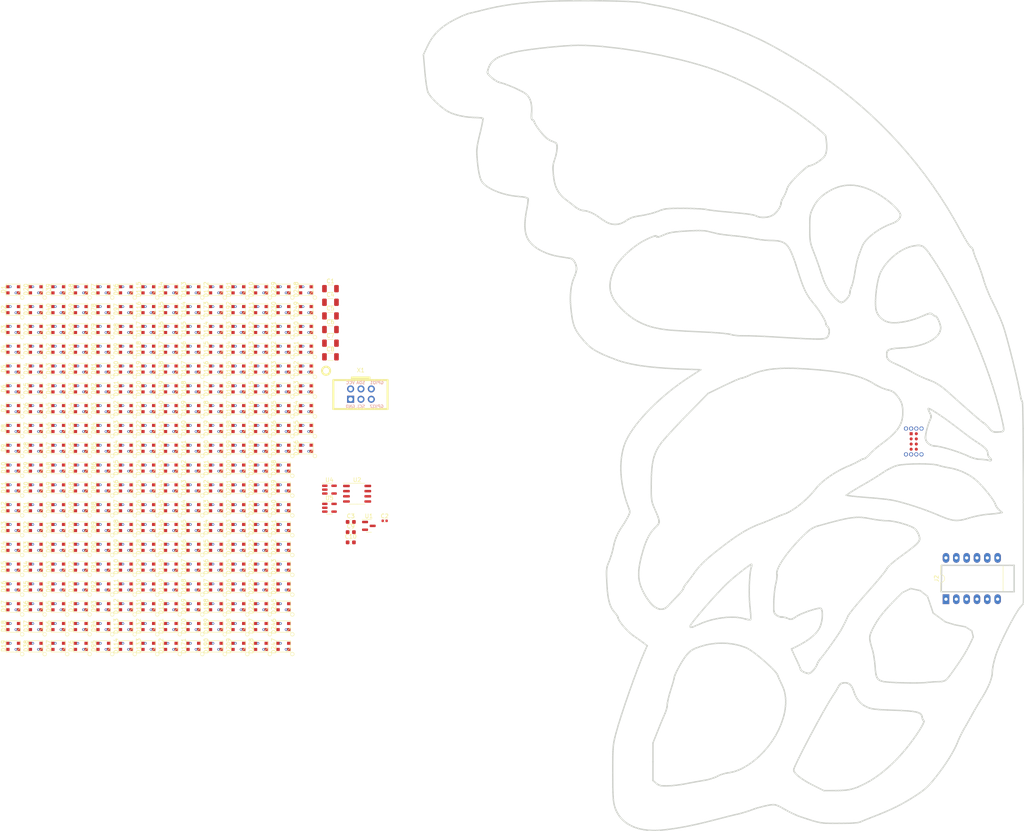
<source format=kicad_pcb>
(kicad_pcb (version 20220914) (generator pcbnew)
  (layers (0 "F.Cu" signal) (31 "B.Cu" signal) (34 "B.Paste" user) (35 "F.Paste" user) (36 "B.SilkS" user "B.Silkscreen") (37 "F.SilkS" user "F.Silkscreen") (38 "B.Mask" user) (39 "F.Mask" user) (44 "Edge.Cuts" user))
  (net 0 "")
  (net 1 "/5V")
  (net 2 "/GND")
  (net 3 "/3V3")
  (net 4 "Net-(D1-DIN)")
  (net 5 "Net-(D2-DIN)")
  (net 6 "Net-(D2-DOUT)")
  (net 7 "Net-(D3-DOUT)")
  (net 8 "Net-(D4-DOUT)")
  (net 9 "Net-(D5-DOUT)")
  (net 10 "Net-(D6-DOUT)")
  (net 11 "Net-(D8-DIN)")
  (net 12 "Net-(D8-DOUT)")
  (net 13 "Net-(D9-DOUT)")
  (net 14 "Net-(D10-DOUT)")
  (net 15 "Net-(D11-DOUT)")
  (net 16 "Net-(D12-DOUT)")
  (net 17 "Net-(D13-DOUT)")
  (net 18 "Net-(D14-DOUT)")
  (net 19 "Net-(D15-DOUT)")
  (net 20 "Net-(D16-DOUT)")
  (net 21 "Net-(D18-DIN)")
  (net 22 "Net-(D18-DOUT)")
  (net 23 "Net-(D19-DOUT)")
  (net 24 "Net-(D20-DOUT)")
  (net 25 "Net-(D21-DOUT)")
  (net 26 "Net-(D23-DIN)")
  (net 27 "Net-(D23-DOUT)")
  (net 28 "Net-(D24-DOUT)")
  (net 29 "Net-(D25-DOUT)")
  (net 30 "Net-(D26-DOUT)")
  (net 31 "Net-(D27-DOUT)")
  (net 32 "Net-(D28-DOUT)")
  (net 33 "Net-(D29-DOUT)")
  (net 34 "Net-(D30-DOUT)")
  (net 35 "Net-(D31-DOUT)")
  (net 36 "Net-(D32-DOUT)")
  (net 37 "Net-(D34-DIN)")
  (net 38 "Net-(D34-DOUT)")
  (net 39 "Net-(D35-DOUT)")
  (net 40 "Net-(D36-DOUT)")
  (net 41 "Net-(D37-DOUT)")
  (net 42 "Net-(D39-DIN)")
  (net 43 "Net-(D39-DOUT)")
  (net 44 "Net-(D40-DOUT)")
  (net 45 "Net-(D41-DOUT)")
  (net 46 "Net-(D42-DOUT)")
  (net 47 "Net-(D43-DOUT)")
  (net 48 "Net-(D44-DOUT)")
  (net 49 "Net-(D45-DOUT)")
  (net 50 "Net-(D46-DOUT)")
  (net 51 "Net-(D47-DOUT)")
  (net 52 "Net-(D48-DOUT)")
  (net 53 "Net-(D50-DIN)")
  (net 54 "Net-(D50-DOUT)")
  (net 55 "Net-(D51-DOUT)")
  (net 56 "Net-(D52-DOUT)")
  (net 57 "Net-(D53-DOUT)")
  (net 58 "Net-(D55-DIN)")
  (net 59 "Net-(D55-DOUT)")
  (net 60 "Net-(D56-DOUT)")
  (net 61 "Net-(D57-DOUT)")
  (net 62 "Net-(D58-DOUT)")
  (net 63 "Net-(D59-DOUT)")
  (net 64 "Net-(D60-DOUT)")
  (net 65 "Net-(D61-DOUT)")
  (net 66 "Net-(D62-DOUT)")
  (net 67 "Net-(D63-DOUT)")
  (net 68 "Net-(D64-DOUT)")
  (net 69 "Net-(D66-DIN)")
  (net 70 "Net-(D66-DOUT)")
  (net 71 "Net-(D67-DOUT)")
  (net 72 "Net-(D68-DOUT)")
  (net 73 "Net-(D69-DOUT)")
  (net 74 "Net-(D71-DIN)")
  (net 75 "Net-(D71-DOUT)")
  (net 76 "Net-(D72-DOUT)")
  (net 77 "Net-(D73-DOUT)")
  (net 78 "Net-(D74-DOUT)")
  (net 79 "Net-(D75-DOUT)")
  (net 80 "Net-(D76-DOUT)")
  (net 81 "Net-(D77-DOUT)")
  (net 82 "Net-(D78-DOUT)")
  (net 83 "Net-(D79-DOUT)")
  (net 84 "Net-(D80-DOUT)")
  (net 85 "Net-(D82-DIN)")
  (net 86 "Net-(D82-DOUT)")
  (net 87 "Net-(D83-DOUT)")
  (net 88 "Net-(D84-DOUT)")
  (net 89 "Net-(D85-DOUT)")
  (net 90 "Net-(D87-DIN)")
  (net 91 "Net-(D87-DOUT)")
  (net 92 "Net-(D88-DOUT)")
  (net 93 "Net-(D89-DOUT)")
  (net 94 "Net-(D90-DOUT)")
  (net 95 "Net-(D91-DOUT)")
  (net 96 "Net-(D92-DOUT)")
  (net 97 "Net-(D93-DOUT)")
  (net 98 "Net-(D94-DOUT)")
  (net 99 "Net-(D95-DOUT)")
  (net 100 "Net-(D96-DOUT)")
  (net 101 "Net-(D98-DIN)")
  (net 102 "Net-(D98-DOUT)")
  (net 103 "Net-(D99-DOUT)")
  (net 104 "Net-(D100-DOUT)")
  (net 105 "Net-(D101-DOUT)")
  (net 106 "Net-(D103-DIN)")
  (net 107 "Net-(D103-DOUT)")
  (net 108 "Net-(D104-DOUT)")
  (net 109 "Net-(D105-DOUT)")
  (net 110 "Net-(D106-DOUT)")
  (net 111 "Net-(D107-DOUT)")
  (net 112 "Net-(D108-DOUT)")
  (net 113 "Net-(D109-DOUT)")
  (net 114 "Net-(D110-DOUT)")
  (net 115 "Net-(D111-DOUT)")
  (net 116 "Net-(D113-DIN)")
  (net 117 "Net-(D113-DOUT)")
  (net 118 "Net-(D114-DOUT)")
  (net 119 "Net-(D115-DOUT)")
  (net 120 "Net-(D116-DOUT)")
  (net 121 "Net-(D117-DOUT)")
  (net 122 "Net-(D119-DIN)")
  (net 123 "Net-(D119-DOUT)")
  (net 124 "Net-(D120-DOUT)")
  (net 125 "Net-(D121-DOUT)")
  (net 126 "Net-(D122-DOUT)")
  (net 127 "Net-(D123-DOUT)")
  (net 128 "Net-(D124-DOUT)")
  (net 129 "Net-(D125-DOUT)")
  (net 130 "Net-(D126-DOUT)")
  (net 131 "Net-(D127-DOUT)")
  (net 133 "Net-(D129-DIN)")
  (net 134 "Net-(D129-DOUT)")
  (net 135 "Net-(D130-DOUT)")
  (net 136 "Net-(D131-DOUT)")
  (net 137 "Net-(D132-DOUT)")
  (net 138 "Net-(D133-DOUT)")
  (net 139 "Net-(D135-DIN)")
  (net 140 "Net-(D135-DOUT)")
  (net 141 "Net-(D136-DOUT)")
  (net 142 "Net-(D137-DOUT)")
  (net 143 "Net-(D138-DOUT)")
  (net 144 "Net-(D139-DOUT)")
  (net 145 "Net-(D140-DOUT)")
  (net 146 "Net-(D141-DOUT)")
  (net 147 "Net-(D142-DOUT)")
  (net 148 "Net-(D143-DOUT)")
  (net 149 "Net-(D145-DIN)")
  (net 150 "Net-(D145-DOUT)")
  (net 151 "Net-(D146-DOUT)")
  (net 152 "Net-(D147-DOUT)")
  (net 153 "Net-(D148-DOUT)")
  (net 154 "Net-(D149-DOUT)")
  (net 155 "Net-(D151-DIN)")
  (net 156 "Net-(D151-DOUT)")
  (net 157 "Net-(D152-DOUT)")
  (net 158 "Net-(D153-DOUT)")
  (net 159 "Net-(D154-DOUT)")
  (net 160 "Net-(D155-DOUT)")
  (net 161 "Net-(D156-DOUT)")
  (net 162 "Net-(D157-DOUT)")
  (net 163 "Net-(D158-DOUT)")
  (net 164 "Net-(D159-DOUT)")
  (net 165 "Net-(D161-DIN)")
  (net 166 "Net-(D161-DOUT)")
  (net 167 "Net-(D162-DOUT)")
  (net 168 "Net-(D163-DOUT)")
  (net 169 "Net-(D164-DOUT)")
  (net 170 "Net-(D165-DOUT)")
  (net 171 "Net-(D167-DIN)")
  (net 172 "Net-(D167-DOUT)")
  (net 173 "Net-(D168-DOUT)")
  (net 174 "Net-(D169-DOUT)")
  (net 175 "Net-(D170-DOUT)")
  (net 176 "Net-(D171-DOUT)")
  (net 177 "Net-(D172-DOUT)")
  (net 178 "Net-(D173-DOUT)")
  (net 179 "Net-(D174-DOUT)")
  (net 180 "Net-(D175-DOUT)")
  (net 181 "Net-(D177-DIN)")
  (net 182 "Net-(D177-DOUT)")
  (net 183 "Net-(D178-DOUT)")
  (net 184 "Net-(D179-DOUT)")
  (net 185 "Net-(D180-DOUT)")
  (net 186 "Net-(D181-DOUT)")
  (net 187 "Net-(D183-DIN)")
  (net 188 "Net-(D183-DOUT)")
  (net 189 "Net-(D184-DOUT)")
  (net 190 "Net-(D185-DOUT)")
  (net 191 "Net-(D186-DOUT)")
  (net 192 "Net-(D187-DOUT)")
  (net 193 "Net-(D188-DOUT)")
  (net 194 "Net-(D189-DOUT)")
  (net 195 "Net-(D190-DOUT)")
  (net 196 "Net-(D191-DOUT)")
  (net 197 "Net-(D193-DIN)")
  (net 198 "Net-(D193-DOUT)")
  (net 199 "Net-(D194-DOUT)")
  (net 200 "Net-(D195-DOUT)")
  (net 201 "Net-(D196-DOUT)")
  (net 202 "Net-(D197-DOUT)")
  (net 203 "Net-(D199-DIN)")
  (net 204 "Net-(D199-DOUT)")
  (net 205 "Net-(D200-DOUT)")
  (net 206 "Net-(D201-DOUT)")
  (net 207 "Net-(D202-DOUT)")
  (net 208 "Net-(D203-DOUT)")
  (net 209 "Net-(D204-DOUT)")
  (net 210 "Net-(D205-DOUT)")
  (net 211 "Net-(D206-DOUT)")
  (net 212 "Net-(D207-DOUT)")
  (net 213 "Net-(D209-DIN)")
  (net 214 "Net-(D209-DOUT)")
  (net 215 "Net-(D210-DOUT)")
  (net 216 "Net-(D211-DOUT)")
  (net 217 "Net-(D212-DOUT)")
  (net 218 "Net-(D213-DOUT)")
  (net 219 "Net-(D215-DIN)")
  (net 220 "Net-(D215-DOUT)")
  (net 221 "Net-(D216-DOUT)")
  (net 222 "Net-(D217-DOUT)")
  (net 223 "Net-(D218-DOUT)")
  (net 224 "Net-(D219-DOUT)")
  (net 225 "Net-(D220-DOUT)")
  (net 226 "Net-(D221-DOUT)")
  (net 227 "Net-(D222-DOUT)")
  (net 228 "Net-(D223-DOUT)")
  (net 229 "Net-(D225-DIN)")
  (net 230 "Net-(D225-DOUT)")
  (net 231 "Net-(D226-DOUT)")
  (net 232 "Net-(D227-DOUT)")
  (net 233 "Net-(D228-DOUT)")
  (net 234 "Net-(D229-DOUT)")
  (net 235 "Net-(D231-DIN)")
  (net 236 "Net-(D231-DOUT)")
  (net 237 "Net-(D232-DOUT)")
  (net 238 "Net-(D233-DOUT)")
  (net 239 "Net-(D234-DOUT)")
  (net 240 "Net-(D235-DOUT)")
  (net 241 "Net-(D236-DOUT)")
  (net 242 "Net-(D237-DOUT)")
  (net 243 "Net-(D238-DOUT)")
  (net 244 "Net-(D239-DOUT)")
  (net 245 "Net-(D241-DIN)")
  (net 246 "Net-(D241-DOUT)")
  (net 247 "Net-(D242-DOUT)")
  (net 248 "Net-(D243-DOUT)")
  (net 249 "Net-(D244-DOUT)")
  (net 250 "Net-(D245-DOUT)")
  (net 251 "Net-(D247-DIN)")
  (net 252 "Net-(D247-DOUT)")
  (net 253 "Net-(D248-DOUT)")
  (net 254 "Net-(D249-DOUT)")
  (net 255 "Net-(D250-DOUT)")
  (net 256 "Net-(D251-DOUT)")
  (net 257 "Net-(D252-DOUT)")
  (net 258 "Net-(D253-DOUT)")
  (net 259 "Net-(D254-DOUT)")
  (net 260 "Net-(D255-DOUT)")
  (net 262 "/PORT_LED_1")
  (net 263 "/PORT_LED_2")
  (net 264 "/SCL")
  (net 265 "/PORT_GP0")
  (net 266 "/SDA")
  (net 267 "/NFC_MSG")
  (net 280 "Net-(U2-AC0)")
  (net 281 "Net-(U2-AC1)")
  (footprint "XL3528RGBW:XL-3528RGBW" (layer "F.Cu") (at 151.384354 50.036642)
    (fp_text reference "D213")
    (fp_text value "SK6812")
  )
  (footprint "XL3528RGBW:XL-3528RGBW" (layer "F.Cu") (at 96.062214 118.177638)
    (fp_text reference "D37")
    (fp_text value "SK6812")
  )
  (footprint "XL3528RGBW:XL-3528RGBW" (layer "F.Cu") (at 112.658856 118.177638)
    (fp_text reference "D94")
    (fp_text value "SK6812")
  )
  (footprint "XL3528RGBW:XL-3528RGBW" (layer "F.Cu") (at 156.916568 93.841568)
    (fp_text reference "D241")
    (fp_text value "SK6812")
  )
  (footprint "XL3528RGBW:XL-3528RGBW" (layer "F.Cu") (at 145.85214 74.372712)
    (fp_text reference "D199")
    (fp_text value "SK6812")
  )
  (footprint "XL3528RGBW:XL-3528RGBW" (layer "F.Cu") (at 118.19107 64.638284)
    (fp_text reference "D102")
    (fp_text value "SK6812")
  )
  (footprint "XL3528RGBW:XL-3528RGBW" (layer "F.Cu") (at 112.658856 40.302214)
    (fp_text reference "D78")
    (fp_text value "SK6812")
  )
  (footprint "XL3528RGBW:XL-3528RGBW" (layer "F.Cu") (at 151.384354 64.638284)
    (fp_text reference "D216")
    (fp_text value "SK6812")
  )
  (footprint "XL3528RGBW:XL-3528RGBW" (layer "F.Cu") (at 96.062214 84.10714)
    (fp_text reference "D30")
    (fp_text value "SK6812")
  )
  (footprint "XL3528RGBW:XL-3528RGBW" (layer "F.Cu") (at 112.658856 59.77107)
    (fp_text reference "D82")
    (fp_text value "SK6812")
  )
  (footprint "XL3528RGBW:XL-3528RGBW" (layer "F.Cu") (at 134.787712 35.435)
    (fp_text reference "D153")
    (fp_text value "SK6812")
  )
  (footprint "ButterflyBadge:FlatFlexWingConnector-WingPCBSide" (layer "F.Cu") (at 311.165 70.795)
    (fp_text reference "J1" hide)
    (fp_text value "Conn_02x04_Odd_Even" hide)
  )
  (footprint "XL3528RGBW:XL-3528RGBW" (layer "F.Cu") (at 90.53 88.974354)
    (fp_text reference "D12")
    (fp_text value "SK6812")
  )
  (footprint "Package_TO_SOT_SMD:SOT-23-5" (layer "F.Cu") (at 168.23 88.99)
    (fp_text reference "U5")
    (fp_text value "SN74LV1T34DBV")
  )
  (footprint "XL3528RGBW:XL-3528RGBW" (layer "F.Cu") (at 101.594428 74.372712)
    (fp_text reference "D47")
    (fp_text value "SK6812")
  )
  (footprint "XL3528RGBW:XL-3528RGBW" (layer "F.Cu") (at 101.594428 64.638284)
    (fp_text reference "D45")
    (fp_text value "SK6812")
  )
  (footprint "XL3528RGBW:XL-3528RGBW" (layer "F.Cu") (at 156.916568 54.903856)
    (fp_text reference "D233")
    (fp_text value "SK6812")
  )
  (footprint "XL3528RGBW:XL-3528RGBW" (layer "F.Cu") (at 162.448782 59.77107)
    (fp_text reference "D253")
    (fp_text value "SK6812")
  )
  (footprint "XL3528RGBW:XL-3528RGBW" (layer "F.Cu") (at 118.19107 88.974354)
    (fp_text reference "D107")
    (fp_text value "SK6812")
  )
  (footprint "XL3528RGBW:XL-3528RGBW" (layer "F.Cu") (at 129.255498 123.044852)
    (fp_text reference "D152")
    (fp_text value "SK6812")
  )
  (footprint "XL3528RGBW:XL-3528RGBW" (layer "F.Cu") (at 145.85214 59.77107)
    (fp_text reference "D196")
    (fp_text value "SK6812")
  )
  (footprint "XL3528RGBW:XL-3528RGBW" (layer "F.Cu") (at 134.787712 64.638284)
    (fp_text reference "D159")
    (fp_text value "SK6812")
  )
  (footprint "XL3528RGBW:XL-3528RGBW" (layer "F.Cu") (at 112.658856 74.372712)
    (fp_text reference "D85")
    (fp_text value "SK6812")
  )
  (footprint "XL3528RGBW:XL-3528RGBW" (layer "F.Cu") (at 101.594428 103.575996)
    (fp_text reference "D53")
    (fp_text value "SK6812")
  )
  (footprint "XL3528RGBW:XL-3528RGBW" (layer "F.Cu") (at 96.062214 35.435)
    (fp_text reference "D20")
    (fp_text value "SK6812")
  )
  (footprint "XL3528RGBW:XL-3528RGBW" (layer "F.Cu") (at 145.85214 108.44321)
    (fp_text reference "D206")
    (fp_text value "SK6812")
  )
  (footprint "XL3528RGBW:XL-3528RGBW" (layer "F.Cu") (at 162.448782 50.036642)
    (fp_text reference "D251")
    (fp_text value "SK6812")
  )
  (footprint "XL3528RGBW:XL-3528RGBW" (layer "F.Cu") (at 134.787712 118.177638)
    (fp_text reference "D170")
    (fp_text value "SK6812")
  )
  (footprint "XL3528RGBW:XL-3528RGBW" (layer "F.Cu") (at 134.787712 93.841568)
    (fp_text reference "D165")
    (fp_text value "SK6812")
  )
  (footprint "XL3528RGBW:XL-3528RGBW" (layer "F.Cu") (at 123.723284 40.302214)
    (fp_text reference "D116")
    (fp_text value "SK6812")
  )
  (footprint "XL3528RGBW:XL-3528RGBW" (layer "F.Cu") (at 123.723284 54.903856)
    (fp_text reference "D119")
    (fp_text value "SK6812")
  )
  (footprint "XL3528RGBW:XL-3528RGBW" (layer "F.Cu") (at 107.126642 54.903856)
    (fp_text reference "D62")
    (fp_text value "SK6812")
  )
  (footprint "XL3528RGBW:XL-3528RGBW" (layer "F.Cu") (at 162.448782 40.302214)
    (fp_text reference "D249")
    (fp_text value "SK6812")
  )
  (footprint "XL3528RGBW:XL-3528RGBW" (layer "F.Cu") (at 112.658856 79.239926)
    (fp_text reference "D86")
    (fp_text value "SK6812")
  )
  (footprint "XL3528RGBW:XL-3528RGBW" (layer "F.Cu") (at 101.594428 59.77107)
    (fp_text reference "D44")
    (fp_text value "SK6812")
  )
  (footprint "XL3528RGBW:XL-3528RGBW" (layer "F.Cu") (at 90.53 98.708782)
    (fp_text reference "D14")
    (fp_text value "SK6812")
  )
  (footprint "XL3528RGBW:XL-3528RGBW" (layer "F.Cu") (at 107.126642 123.044852)
    (fp_text reference "D76")
    (fp_text value "SK6812")
  )
  (footprint "XL3528RGBW:XL-3528RGBW" (layer "F.Cu") (at 107.126642 84.10714)
    (fp_text reference "D68")
    (fp_text value "SK6812")
  )
  (footprint "XL3528RGBW:XL-3528RGBW" (layer "F.Cu") (at 107.126642 74.372712)
    (fp_text reference "D66")
    (fp_text value "SK6812")
  )
  (footprint "XL3528RGBW:XL-3528RGBW" (layer "F.Cu") (at 134.787712 84.10714)
    (fp_text reference "D163")
    (fp_text value "SK6812")
  )
  (footprint "XL3528RGBW:XL-3528RGBW" (layer "F.Cu") (at 107.126642 50.036642)
    (fp_text reference "D61")
    (fp_text value "SK6812")
  )
  (footprint "XL3528RGBW:XL-3528RGBW" (layer "F.Cu") (at 145.85214 54.903856)
    (fp_text reference "D195")
    (fp_text value "SK6812")
  )
  (footprint "XL3528RGBW:XL-3528RGBW" (layer "F.Cu") (at 123.723284 35.435)
    (fp_text reference "D115")
    (fp_text value "SK6812")
  )
  (footprint "XL3528RGBW:XL-3528RGBW" (layer "F.Cu") (at 118.19107 35.435)
    (fp_text reference "D96")
    (fp_text value "SK6812")
  )
  (footprint "Capacitor_SMD:C_1206_3216Metric" (layer "F.Cu") (at 168.48 35.15)
    (fp_text reference "C1")
    (fp_text value "22uF")
  )
  (footprint "XL3528RGBW:XL-3528RGBW" (layer "F.Cu") (at 151.384354 118.177638)
    (fp_text reference "D227")
    (fp_text value "SK6812")
  )
  (footprint "XL3528RGBW:XL-3528RGBW" (layer "F.Cu") (at 90.53 74.372712)
    (fp_text reference "D9")
    (fp_text value "SK6812")
  )
  (footprint "XL3528RGBW:XL-3528RGBW" (layer "F.Cu") (at 123.723284 79.239926)
    (fp_text reference "D124")
    (fp_text value "SK6812")
  )
  (footprint "XL3528RGBW:XL-3528RGBW" (layer "F.Cu") (at 107.126642 93.841568)
    (fp_text reference "D70")
    (fp_text value "SK6812")
  )
  (footprint "XL3528RGBW:XL-3528RGBW" (layer "F.Cu") (at 145.85214 69.505498)
    (fp_text reference "D198")
    (fp_text value "SK6812")
  )
  (footprint "XL3528RGBW:XL-3528RGBW" (layer "F.Cu") (at 151.384354 113.310424)
    (fp_text reference "D226")
    (fp_text value "SK6812")
  )
  (footprint "XL3528RGBW:XL-3528RGBW" (layer "F.Cu") (at 112.658856 108.44321)
    (fp_text reference "D92")
    (fp_text value "SK6812")
  )
  (footprint "XL3528RGBW:XL-3528RGBW" (layer "F.Cu") (at 123.723284 84.10714)
    (fp_text reference "D125")
    (fp_text value "SK6812")
  )
  (footprint "XL3528RGBW:XL-3528RGBW" (layer "F.Cu") (at 156.916568 40.302214)
    (fp_text reference "D230")
    (fp_text value "SK6812")
  )
  (footprint "XL3528RGBW:XL-3528RGBW" (layer "F.Cu") (at 123.723284 59.77107)
    (fp_text reference "D120")
    (fp_text value "SK6812")
  )
  (footprint "XL3528RGBW:XL-3528RGBW" (layer "F.Cu") (at 118.19107 54.903856)
    (fp_text reference "D100")
    (fp_text value "SK6812")
  )
  (footprint "XL3528RGBW:XL-3528RGBW" (layer "F.Cu") (at 107.126642 113.310424)
    (fp_text reference "D74")
    (fp_text value "SK6812")
  )
  (footprint "XL3528RGBW:XL-3528RGBW" (layer "F.Cu") (at 90.53 45.169428)
    (fp_text reference "D3")
    (fp_text value "SK6812")
  )
  (footprint "XL3528RGBW:XL-3528RGBW" (layer "F.Cu") (at 151.384354 123.044852)
    (fp_text reference "D228")
    (fp_text value "SK6812")
  )
  (footprint "Package_TO_SOT_SMD:SOT-23-5" (layer "F.Cu") (at 168.23 84.54)
    (fp_text reference "U4")
    (fp_text value "SN74LV1T34DBV")
  )
  (footprint "XL3528RGBW:XL-3528RGBW" (layer "F.Cu") (at 107.126642 103.575996)
    (fp_text reference "D72")
    (fp_text value "SK6812")
  )
  (footprint "XL3528RGBW:XL-3528RGBW" (layer "F.Cu") (at 118.19107 45.169428)
    (fp_text reference "D98")
    (fp_text value "SK6812")
  )
  (footprint "XL3528RGBW:XL-3528RGBW" (layer "F.Cu") (at 140.319926 123.044852)
    (fp_text reference "D190")
    (fp_text value "SK6812")
  )
  (footprint "XL3528RGBW:XL-3528RGBW" (layer "F.Cu") (at 145.85214 45.169428)
    (fp_text reference "D193")
    (fp_text value "SK6812")
  )
  (footprint "XL3528RGBW:XL-3528RGBW" (layer "F.Cu") (at 101.594428 108.44321)
    (fp_text reference "D54")
    (fp_text value "SK6812")
  )
  (footprint "XL3528RGBW:XL-3528RGBW" (layer "F.Cu") (at 96.062214 45.169428)
    (fp_text reference "D22")
    (fp_text value "SK6812")
  )
  (footprint "XL3528RGBW:XL-3528RGBW" (layer "F.Cu") (at 134.787712 40.302214)
    (fp_text reference "D154")
    (fp_text value "SK6812")
  )
  (footprint "XL3528RGBW:XL-3528RGBW" (layer "F.Cu") (at 156.916568 84.10714)
    (fp_text reference "D239")
    (fp_text value "SK6812")
  )
  (footprint "XL3528RGBW:XL-3528RGBW" (layer "F.Cu") (at 112.658856 54.903856)
    (fp_text reference "D81")
    (fp_text value "SK6812")
  )
  (footprint "XL3528RGBW:XL-3528RGBW" (layer "F.Cu") (at 156.916568 98.708782)
    (fp_text reference "D242")
    (fp_text value "SK6812")
  )
  (footprint "XL3528RGBW:XL-3528RGBW" (layer "F.Cu") (at 101.594428 79.239926)
    (fp_text reference "D48")
    (fp_text value "SK6812")
  )
  (footprint "Package_TO_SOT_SMD:SOT-23" (layer "F.Cu") (at 177.92 93.44)
    (fp_text reference "U1")
    (fp_text value "XC6206PxxxMR")
  )
  (footprint "XL3528RGBW:XL-3528RGBW" (layer "F.Cu") (at 129.255498 40.302214)
    (fp_text reference "D135")
    (fp_text value "SK6812")
  )
  (footprint "XL3528RGBW:XL-3528RGBW" (layer "F.Cu") (at 112.658856 45.169428)
    (fp_text reference "D79")
    (fp_text value "SK6812")
  )
  (footprint "XL3528RGBW:XL-3528RGBW" (layer "F.Cu") (at 90.53 79.239926)
    (fp_text reference "D10")
    (fp_text value "SK6812")
  )
  (footprint "XL3528RGBW:XL-3528RGBW" (layer "F.Cu") (at 123.723284 98.708782)
    (fp_text reference "D128")
    (fp_text value "SK6812")
  )
  (footprint "XL3528RGBW:XL-3528RGBW" (layer "F.Cu") (at 156.916568 74.372712)
    (fp_text reference "D237")
    (fp_text value "SK6812")
  )
  (footprint "XL3528RGBW:XL-3528RGBW" (layer "F.Cu") (at 96.062214 40.302214)
    (fp_text reference "D21")
    (fp_text value "SK6812")
  )
  (footprint "XL3528RGBW:XL-3528RGBW" (layer "F.Cu") (at 134.787712 88.974354)
    (fp_text reference "D164")
    (fp_text value "SK6812")
  )
  (footprint "XL3528RGBW:XL-3528RGBW" (layer "F.Cu") (at 156.916568 118.177638)
    (fp_text reference "D246")
    (fp_text value "SK6812")
  )
  (footprint "XL3528RGBW:XL-3528RGBW" (layer "F.Cu") (at 140.319926 98.708782)
    (fp_text reference "D185")
    (fp_text value "SK6812")
  )
  (footprint "XL3528RGBW:XL-3528RGBW" (layer "F.Cu") (at 145.85214 64.638284)
    (fp_text reference "D197")
    (fp_text value "SK6812")
  )
  (footprint "XL3528RGBW:XL-3528RGBW" (layer "F.Cu") (at 90.53 84.10714)
    (fp_text reference "D11")
    (fp_text value "SK6812")
  )
  (footprint "XL3528RGBW:XL-3528RGBW" (layer "F.Cu") (at 96.062214 74.372712)
    (fp_text reference "D28")
    (fp_text value "SK6812")
  )
  (footprint "XL3528RGBW:XL-3528RGBW" (layer "F.Cu") (at 151.384354 84.10714)
    (fp_text reference "D220")
    (fp_text value "SK6812")
  )
  (footprint "XL3528RGBW:XL-3528RGBW" (layer "F.Cu") (at 90.53 69.505498)
    (fp_text reference "D8")
    (fp_text value "SK6812")
  )
  (footprint "XL3528RGBW:XL-3528RGBW" (layer "F.Cu") (at 90.53 40.302214)
    (fp_text reference "D2")
    (fp_text value "SK6812")
  )
  (footprint "XL3528RGBW:XL-3528RGBW" (layer "F.Cu") (at 123.723284 103.575996)
    (fp_text reference "D129")
    (fp_text value "SK6812")
  )
  (footprint "XL3528RGBW:XL-3528RGBW" (layer "F.Cu") (at 134.787712 59.77107)
    (fp_text reference "D158")
    (fp_text value "SK6812")
  )
  (footprint "XL3528RGBW:XL-3528RGBW" (layer "F.Cu") (at 107.126642 40.302214)
    (fp_text reference "D59")
    (fp_text value "SK6812")
  )
  (footprint "XL3528RGBW:XL-3528RGBW" (layer "F.Cu") (at 162.448782 35.435)
    (fp_text reference "D248")
    (fp_text value "SK6812")
  )
  (footprint "XL3528RGBW:XL-3528RGBW" (layer "F.Cu") (at 162.448782 54.903856)
    (fp_text reference "D252")
    (fp_text value "SK6812")
  )
  (footprint "XL3528RGBW:XL-3528RGBW" (layer "F.Cu") (at 134.787712 103.575996)
    (fp_text reference "D167")
    (fp_text value "SK6812")
  )
  (footprint "XL3528RGBW:XL-3528RGBW" (layer "F.Cu") (at 156.916568 79.239926)
    (fp_text reference "D238")
    (fp_text value "SK6812")
  )
  (footprint "XL3528RGBW:XL-3528RGBW" (layer "F.Cu") (at 90.53 50.036642)
    (fp_text reference "D4")
    (fp_text value "SK6812")
  )
  (footprint "XL3528RGBW:XL-3528RGBW" (layer "F.Cu") (at 129.255498 50.036642)
    (fp_text reference "D137")
    (fp_text value "SK6812")
  )
  (footprint "XL3528RGBW:XL-3528RGBW" (layer "F.Cu") (at 129.255498 59.77107)
    (fp_text reference "D139")
    (fp_text value "SK6812")
  )
  (footprint "XL3528RGBW:XL-3528RGBW" (layer "F.Cu") (at 123.723284 64.638284)
    (fp_text reference "D121")
    (fp_text value "SK6812")
  )
  (footprint "XL3528RGBW:XL-3528RGBW" (layer "F.Cu") (at 96.062214 88.974354)
    (fp_text reference "D31")
    (fp_text value "SK6812")
  )
  (footprint "XL3528RGBW:XL-3528RGBW" (layer "F.Cu") (at 140.319926 108.44321)
    (fp_text reference "D187")
    (fp_text value "SK6812")
  )
  (footprint "XL3528RGBW:XL-3528RGBW" (layer "F.Cu") (at 140.319926 84.10714)
    (fp_text reference "D182")
    (fp_text value "SK6812")
  )
  (footprint "XL3528RGBW:XL-3528RGBW" (layer "F.Cu") (at 162.448782 45.169428)
    (fp_text reference "D250")
    (fp_text value "SK6812")
  )
  (footprint "XL3528RGBW:XL-3528RGBW" (layer "F.Cu") (at 123.723284 74.372712)
    (fp_text reference "D123")
    (fp_text value "SK6812")
  )
  (footprint "XL3528RGBW:XL-3528RGBW" (layer "F.Cu") (at 156.916568 103.575996)
    (fp_text reference "D243")
    (fp_text value "SK6812")
  )
  (footprint "XL3528RGBW:XL-3528RGBW" (layer "F.Cu") (at 156.916568 123.044852)
    (fp_text reference "D247")
    (fp_text value "SK6812")
  )
  (footprint "XL3528RGBW:XL-3528RGBW" (layer "F.Cu") (at 118.19107 118.177638)
    (fp_text reference "D113")
    (fp_text value "SK6812")
  )
  (footprint "Capacitor_SMD:C_0603_1608Metric" (layer "F.Cu") (at 173.47 92.47)
    (fp_text reference "C3")
    (fp_text value "10uF")
  )
  (footprint "XL3528RGBW:XL-3528RGBW" (layer "F.Cu") (at 156.916568 113.310424)
    (fp_text reference "D245")
    (fp_text value "SK6812")
  )
  (footprint "XL3528RGBW:XL-3528RGBW" (layer "F.Cu") (at 96.062214 64.638284)
    (fp_text reference "D26")
    (fp_text value "SK6812")
  )
  (footprint "XL3528RGBW:XL-3528RGBW" (layer "F.Cu") (at 101.594428 35.435)
    (fp_text reference "D39")
    (fp_text value "SK6812")
  )
  (footprint "XL3528RGBW:XL-3528RGBW" (layer "F.Cu") (at 118.19107 79.239926)
    (fp_text reference "D105")
    (fp_text value "SK6812")
  )
  (footprint "Capacitor_SMD:C_1206_3216Metric" (layer "F.Cu") (at 168.48 51.9)
    (fp_text reference "C8")
    (fp_text value "22uF")
  )
  (footprint "XL3528RGBW:XL-3528RGBW" (layer "F.Cu") (at 145.85214 123.044852)
    (fp_text reference "D209")
    (fp_text value "SK6812")
  )
  (footprint "XL3528RGBW:XL-3528RGBW" (layer "F.Cu") (at 151.384354 35.435)
    (fp_text reference "D210")
    (fp_text value "SK6812")
  )
  (footprint "Capacitor_SMD:C_1206_3216Metric" (layer "F.Cu") (at 168.48 45.2)
    (fp_text reference "C6")
    (fp_text value "22uF")
  )
  (footprint "XL3528RGBW:XL-3528RGBW" (layer "F.Cu") (at 145.85214 40.302214)
    (fp_text reference "D192")
    (fp_text value "SK6812")
  )
  (footprint "XL3528RGBW:XL-3528RGBW" (layer "F.Cu") (at 101.594428 123.044852)
    (fp_text reference "D57")
    (fp_text value "SK6812")
  )
  (footprint "XL3528RGBW:XL-3528RGBW" (layer "F.Cu") (at 156.916568 108.44321)
    (fp_text reference "D244")
    (fp_text value "SK6812")
  )
  (footprint "XL3528RGBW:XL-3528RGBW" (layer "F.Cu") (at 134.787712 123.044852)
    (fp_text reference "D171")
    (fp_text value "SK6812")
  )
  (footprint "XL3528RGBW:XL-3528RGBW" (layer "F.Cu") (at 107.126642 59.77107)
    (fp_text reference "D63")
    (fp_text value "SK6812")
  )
  (footprint "XL3528RGBW:XL-3528RGBW" (layer "F.Cu") (at 129.255498 45.169428)
    (fp_text reference "D136")
    (fp_text value "SK6812")
  )
  (footprint "XL3528RGBW:XL-3528RGBW" (layer "F.Cu") (at 151.384354 79.239926)
    (fp_text reference "D219")
    (fp_text value "SK6812")
  )
  (footprint "XL3528RGBW:XL-3528RGBW" (layer "F.Cu") (at 112.658856 113.310424)
    (fp_text reference "D93")
    (fp_text value "SK6812")
  )
  (footprint "XL3528RGBW:XL-3528RGBW" (layer "F.Cu") (at 129.255498 35.435)
    (fp_text reference "D134")
    (fp_text value "SK6812")
  )
  (footprint "XL3528RGBW:XL-3528RGBW" (layer "F.Cu") (at 90.53 113.310424)
    (fp_text reference "D17")
    (fp_text value "SK6812")
  )
  (footprint "XL3528RGBW:XL-3528RGBW" (layer "F.Cu") (at 96.062214 103.575996)
    (fp_text reference "D34")
    (fp_text value "SK6812")
  )
  (footprint "XL3528RGBW:XL-3528RGBW" (layer "F.Cu") (at 140.319926 59.77107)
    (fp_text reference "D177")
    (fp_text value "SK6812")
  )
  (footprint "XL3528RGBW:XL-3528RGBW" (layer "F.Cu") (at 112.658856 88.974354)
    (fp_text reference "D88")
    (fp_text value "SK6812")
  )
  (footprint "XL3528RGBW:XL-3528RGBW" (layer "F.Cu") (at 112.658856 69.505498)
    (fp_text reference "D84")
    (fp_text value "SK6812")
  )
  (footprint "XL3528RGBW:XL-3528RGBW" (layer "F.Cu") (at 156.916568 88.974354)
    (fp_text reference "D240")
    (fp_text value "SK6812")
  )
  (footprint "XL3528RGBW:XL-3528RGBW" (layer "F.Cu") (at 112.658856 98.708782)
    (fp_text reference "D90")
    (fp_text value "SK6812")
  )
  (footprint "XL3528RGBW:XL-3528RGBW" (layer "F.Cu") (at 123.723284 88.974354)
    (fp_text reference "D126")
    (fp_text value "SK6812")
  )
  (footprint "XL3528RGBW:XL-3528RGBW" (layer "F.Cu") (at 156.916568 35.435)
    (fp_text reference "D229")
    (fp_text value "SK6812")
  )
  (footprint "XL3528RGBW:XL-3528RGBW" (layer "F.Cu") (at 118.19107 98.708782)
    (fp_text reference "D109")
    (fp_text value "SK6812")
  )
  (footprint "XL3528RGBW:XL-3528RGBW" (layer "F.Cu") (at 112.658856 84.10714)
    (fp_text reference "D87")
    (fp_text value "SK6812")
  )
  (footprint "XL3528RGBW:XL-3528RGBW" (layer "F.Cu") (at 140.319926 118.177638)
    (fp_text reference "D189")
    (fp_text value "SK6812")
  )
  (footprint "XL3528RGBW:XL-3528RGBW" (layer "F.Cu") (at 96.062214 54.903856)
    (fp_text reference "D24")
    (fp_text value "SK6812")
  )
  (footprint "XL3528RGBW:XL-3528RGBW" (layer "F.Cu") (at 162.448782 74.372712)
    (fp_text reference "D256")
    (fp_text value "SK6812")
  )
  (footprint "XL3528RGBW:XL-3528RGBW" (layer "F.Cu") (at 145.85214 113.310424)
    (fp_text reference "D207")
    (fp_text value "SK6812")
  )
  (footprint "XL3528RGBW:XL-3528RGBW" (layer "F.Cu") (at 112.658856 123.044852)
    (fp_text reference "D95")
    (fp_text value "SK6812")
  )
  (footprint "XL3528RGBW:XL-3528RGBW" (layer "F.Cu") (at 118.19107 84.10714)
    (fp_text reference "D106")
    (fp_text value "SK6812")
  )
  (footprint "XL3528RGBW:XL-3528RGBW" (layer "F.Cu") (at 145.85214 118.177638)
    (fp_text reference "D208")
    (fp_text value "SK6812")
  )
  (footprint "XL3528RGBW:XL-3528RGBW" (layer "F.Cu") (at 145.85214 103.575996)
    (fp_text reference "D205")
    (fp_text value "SK6812")
  )
  (footprint "XL3528RGBW:XL-3528RGBW" (layer "F.Cu") (at 112.658856 35.435)
    (fp_text reference "D77")
    (fp_text value "SK6812")
  )
  (footprint "XL3528RGBW:XL-3528RGBW" (layer "F.Cu") (at 151.384354 59.77107)
    (fp_text reference "D215")
    (fp_text value "SK6812")
  )
  (footprint "XL3528RGBW:XL-3528RGBW" (layer "F.Cu") (at 90.53 123.044852)
    (fp_text reference "D19")
    (fp_text value "SK6812")
  )
  (footprint "XL3528RGBW:XL-3528RGBW" (layer "F.Cu") (at 134.787712 108.44321)
    (fp_text reference "D168")
    (fp_text value "SK6812")
  )
  (footprint "XL3528RGBW:XL-3528RGBW" (layer "F.Cu") (at 101.594428 84.10714)
    (fp_text reference "D49")
    (fp_text value "SK6812")
  )
  (footprint "XL3528RGBW:XL-3528RGBW" (layer "F.Cu") (at 101.594428 98.708782)
    (fp_text reference "D52")
    (fp_text value "SK6812")
  )
  (footprint "XL3528RGBW:XL-3528RGBW" (layer "F.Cu") (at 140.319926 103.575996)
    (fp_text reference "D186")
    (fp_text value "SK6812")
  )
  (footprint "XL3528RGBW:XL-3528RGBW" (layer "F.Cu") (at 118.19107 69.505498)
    (fp_text reference "D103")
    (fp_text value "SK6812")
  )
  (footprint "XL3528RGBW:XL-3528RGBW" (layer "F.Cu") (at 112.658856 93.841568)
    (fp_text reference "D89")
    (fp_text value "SK6812")
  )
  (footprint "XL3528RGBW:XL-3528RGBW" (layer "F.Cu") (at 140.319926 88.974354)
    (fp_text reference "D183")
    (fp_text value "SK6812")
  )
  (footprint "XL3528RGBW:XL-3528RGBW" (layer "F.Cu") (at 151.384354 93.841568)
    (fp_text reference "D222")
    (fp_text value "SK6812")
  )
  (footprint "XL3528RGBW:XL-3528RGBW" (layer "F.Cu") (at 134.787712 50.036642)
    (fp_text reference "D156")
    (fp_text value "SK6812")
  )
  (footprint "XL3528RGBW:XL-3528RGBW" (layer "F.Cu") (at 129.255498 98.708782)
    (fp_text reference "D147")
    (fp_text value "SK6812")
  )
  (footprint "Capacitor_SMD:C_1206_3216Metric" (layer "F.Cu") (at 168.48 38.5)
    (fp_text reference "C4")
    (fp_text value "22uF")
  )
  (footprint "XL3528RGBW:XL-3528RGBW" (layer "F.Cu") (at 107.126642 98.708782)
    (fp_text reference "D71")
    (fp_text value "SK6812")
  )
  (footprint "Capacitor_SMD:C_1206_3216Metric" (layer "F.Cu") (at 168.48 41.85)
    (fp_text reference "C5")
    (fp_text value "22uF")
  )
  (footprint "XL3528RGBW:XL-3528RGBW" (layer "F.Cu") (at 101.594428 118.177638)
    (fp_text reference "D56")
    (fp_text value "SK6812")
  )
  (footprint "XL3528RGBW:XL-3528RGBW" (layer "F.Cu") (at 156.916568 64.638284)
    (fp_text reference "D235")
    (fp_text value "SK6812")
  )
  (footprint "XL3528RGBW:XL-3528RGBW" (layer "F.Cu") (at 96.062214 69.505498)
    (fp_text reference "D27")
    (fp_text value "SK6812")
  )
  (footprint "XL3528RGBW:XL-3528RGBW" (layer "F.Cu") (at 123.723284 123.044852)
    (fp_text reference "D133")
    (fp_text value "SK6812")
  )
  (footprint "XL3528RGBW:XL-3528RGBW" (layer "F.Cu") (at 129.255498 84.10714)
    (fp_text reference "D144")
    (fp_text value "SK6812")
  )
  (footprint "XL3528RGBW:XL-3528RGBW" (layer "F.Cu") (at 107.126642 108.44321)
    (fp_text reference "D73")
    (fp_text value "SK6812")
  )
  (footprint "XL3528RGBW:XL-3528RGBW" (layer "F.Cu") (at 140.319926 54.903856)
    (fp_text reference "D176")
    (fp_text value "SK6812")
  )
  (footprint "XL3528RGBW:XL-3528RGBW" (layer "F.Cu") (at 162.448782 64.638284)
    (fp_text reference "D254")
    (fp_text value "SK6812")
  )
  (footprint "Package_SO:SOP-8_3.9x4.9mm_P1.27mm" (layer "F.Cu") (at 175.03 85.54)
    (fp_text reference "U2")
    (fp_text value "~")
  )
  (footprint "XL3528RGBW:XL-3528RGBW" (layer "F.Cu") (at 140.319926 45.169428)
    (fp_text reference "D174")
    (fp_text value "SK6812")
  )
  (footprint "XL3528RGBW:XL-3528RGBW" (layer "F.Cu") (at 118.19107 40.302214)
    (fp_text reference "D97")
    (fp_text value "SK6812")
  )
  (footprint "XL3528RGBW:XL-3528RGBW" (layer "F.Cu") (at 90.53 59.77107)
    (fp_text reference "D6")
    (fp_text value "SK6812")
  )
  (footprint "XL3528RGBW:XL-3528RGBW" (layer "F.Cu") (at 129.255498 93.841568)
    (fp_text reference "D146")
    (fp_text value "SK6812")
  )
  (footprint "XL3528RGBW:XL-3528RGBW" (layer "F.Cu") (at 107.126642 79.239926)
    (fp_text reference "D67")
    (fp_text value "SK6812")
  )
  (footprint "XL3528RGBW:XL-3528RGBW" (layer "F.Cu") (at 129.255498 113.310424)
    (fp_text reference "D150")
    (fp_text value "SK6812")
  )
  (footprint "XL3528RGBW:XL-3528RGBW" (layer "F.Cu") (at 90.53 103.575996)
    (fp_text reference "D15")
    (fp_text value "SK6812")
  )
  (footprint "XL3528RGBW:XL-3528RGBW" (layer "F.Cu") (at 145.85214 88.974354)
    (fp_text reference "D202")
    (fp_text value "SK6812")
  )
  (footprint "XL3528RGBW:XL-3528RGBW" (layer "F.Cu") (at 123.723284 50.036642)
    (fp_text reference "D118")
    (fp_text value "SK6812")
  )
  (footprint "XL3528RGBW:XL-3528RGBW" (layer "F.Cu") (at 112.658856 50.036642)
    (fp_text reference "D80")
    (fp_text value "SK6812")
  )
  (footprint "XL3528RGBW:XL-3528RGBW" (layer "F.Cu") (at 151.384354 88.974354)
    (fp_text reference "D221")
    (fp_text value "SK6812")
  )
  (footprint "XL3528RGBW:XL-3528RGBW" (layer "F.Cu") (at 90.53 93.841568)
    (fp_text reference "D13")
    (fp_text value "SK6812")
  )
  (footprint "XL3528RGBW:XL-3528RGBW" (layer "F.Cu") (at 134.787712 45.169428)
    (fp_text reference "D155")
    (fp_text value "SK6812")
  )
  (footprint "XL3528RGBW:XL-3528RGBW" (layer "F.Cu") (at 151.384354 69.505498)
    (fp_text reference "D217")
    (fp_text value "SK6812")
  )
  (footprint "XL3528RGBW:XL-3528RGBW" (layer "F.Cu") (at 129.255498 69.505498)
    (fp_text reference "D141")
    (fp_text value "SK6812")
  )
  (footprint "XL3528RGBW:XL-3528RGBW" (layer "F.Cu") (at 145.85214 93.841568)
    (fp_text reference "D203")
    (fp_text value "SK6812")
  )
  (footprint "XL3528RGBW:XL-3528RGBW" (layer "F.Cu") (at 107.126642 69.505498)
    (fp_text reference "D65")
    (fp_text value "SK6812")
  )
  (footprint "XL3528RGBW:XL-3528RGBW" (layer "F.Cu") (at 96.062214 113.310424)
    (fp_text reference "D36")
    (fp_text value "SK6812")
  )
  (footprint "XL3528RGBW:XL-3528RGBW" (layer "F.Cu") (at 129.255498 88.974354)
    (fp_text reference "D145")
    (fp_text value "SK6812")
  )
  (footprint "XL3528RGBW:XL-3528RGBW" (layer "F.Cu") (at 96.062214 79.239926)
    (fp_text reference "D29")
    (fp_text value "SK6812")
  )
  (footprint "XL3528RGBW:XL-3528RGBW" (layer "F.Cu") (at 118.19107 59.77107)
    (fp_text reference "D101")
    (fp_text value "SK6812")
  )
  (footprint "XL3528RGBW:XL-3528RGBW" (layer "F.Cu") (at 140.319926 40.302214)
    (fp_text reference "D173")
    (fp_text value "SK6812")
  )
  (footprint "XL3528RGBW:XL-3528RGBW" (layer "F.Cu") (at 151.384354 98.708782)
    (fp_text reference "D223")
    (fp_text value "SK6812")
  )
  (footprint "XL3528RGBW:XL-3528RGBW" (layer "F.Cu") (at 96.062214 50.036642)
    (fp_text reference "D23")
    (fp_text value "SK6812")
  )
  (footprint "XL3528RGBW:XL-3528RGBW" (layer "F.Cu") (at 129.255498 54.903856)
    (fp_text reference "D138")
    (fp_text value "SK6812")
  )
  (footprint "XL3528RGBW:XL-3528RGBW" (layer "F.Cu") (at 101.594428 69.505498)
    (fp_text reference "D46")
    (fp_text value "SK6812")
  )
  (footprint "XL3528RGBW:XL-3528RGBW" (layer "F.Cu") (at 118.19107 93.841568)
    (fp_text reference "D108")
    (fp_text value "SK6812")
  )
  (footprint "XL3528RGBW:XL-3528RGBW" (layer "F.Cu") (at 140.319926 35.435)
    (fp_text reference "D172")
    (fp_text value "SK6812")
  )
  (footprint "XL3528RGBW:XL-3528RGBW" (layer "F.Cu") (at 134.787712 98.708782)
    (fp_text reference "D166")
    (fp_text value "SK6812")
  )
  (footprint "XL3528RGBW:XL-3528RGBW" (layer "F.Cu") (at 123.723284 118.177638)
    (fp_text reference "D132")
    (fp_text value "SK6812")
  )
  (footprint "XL3528RGBW:XL-3528RGBW" (layer "F.Cu") (at 101.594428 113.310424)
    (fp_text reference "D55")
    (fp_text value "SK6812")
  )
  (footprint "XL3528RGBW:XL-3528RGBW" (layer "F.Cu") (at 151.384354 40.302214)
    (fp_text reference "D211")
    (fp_text value "SK6812")
  )
  (footprint "XL3528RGBW:XL-3528RGBW" (layer "F.Cu") (at 101.594428 88.974354)
    (fp_text reference "D50")
    (fp_text value "SK6812")
  )
  (footprint "XL3528RGBW:XL-3528RGBW" (layer "F.Cu") (at 151.384354 54.903856)
    (fp_text reference "D214")
    (fp_text value "SK6812")
  )
  (footprint "XL3528RGBW:XL-3528RGBW" (layer "F.Cu") (at 107.126642 45.169428)
    (fp_text reference "D60")
    (fp_text value "SK6812")
  )
  (footprint "XL3528RGBW:XL-3528RGBW" (layer "F.Cu") (at 156.916568 45.169428)
    (fp_text reference "D231")
    (fp_text value "SK6812")
  )
  (footprint "XL3528RGBW:XL-3528RGBW" (layer "F.Cu") (at 140.319926 69.505498)
    (fp_text reference "D179")
    (fp_text value "SK6812")
  )
  (footprint "XL3528RGBW:XL-3528RGBW" (layer "F.Cu") (at 96.062214 98.708782)
    (fp_text reference "D33")
    (fp_text value "SK6812")
  )
  (footprint "XL3528RGBW:XL-3528RGBW" (layer "F.Cu") (at 156.916568 50.036642)
    (fp_text reference "D232")
    (fp_text value "SK6812")
  )
  (footprint "Package_DIP:DIP-12_W10.16mm_LongPads" (layer "F.Cu") (at 319.72 111.46 90)
    (fp_text reference "J2")
    (fp_text value "Conn_02x06_Counter_Clockwise")
  )
  (footprint "XL3528RGBW:XL-3528RGBW" (layer "F.Cu") (at 134.787712 113.310424)
    (fp_text reference "D169")
    (fp_text value "SK6812")
  )
  (footprint "XL3528RGBW:XL-3528RGBW" (layer "F.Cu") (at 151.384354 45.169428)
    (fp_text reference "D212")
    (fp_text value "SK6812")
  )
  (footprint "XL3528RGBW:XL-3528RGBW" (layer "F.Cu") (at 151.384354 103.575996)
    (fp_text reference "D224")
    (fp_text value "SK6812")
  )
  (footprint "XL3528RGBW:XL-3528RGBW" (layer "F.Cu") (at 90.53 54.903856)
    (fp_text reference "D5")
    (fp_text value "SK6812")
  )
  (footprint "XL3528RGBW:XL-3528RGBW" (layer "F.Cu") (at 145.85214 84.10714)
    (fp_text reference "D201")
    (fp_text value "SK6812")
  )
  (footprint "XL3528RGBW:XL-3528RGBW" (layer "F.Cu") (at 101.594428 54.903856)
    (fp_text reference "D43")
    (fp_text value "SK6812")
  )
  (footprint "XL3528RGBW:XL-3528RGBW" (layer "F.Cu") (at 134.787712 69.505498)
    (fp_text reference "D160")
    (fp_text value "SK6812")
  )
  (footprint "XL3528RGBW:XL-3528RGBW" (layer "F.Cu") (at 140.319926 50.036642)
    (fp_text reference "D175")
    (fp_text value "SK6812")
  )
  (footprint "XL3528RGBW:XL-3528RGBW" (layer "F.Cu") (at 156.916568 59.77107)
    (fp_text reference "D234")
    (fp_text value "SK6812")
  )
  (footprint "XL3528RGBW:XL-3528RGBW" (layer "F.Cu") (at 118.19107 123.044852)
    (fp_text reference "D114")
    (fp_text value "SK6812")
  )
  (footprint "XL3528RGBW:XL-3528RGBW" (layer "F.Cu") (at 129.255498 118.177638)
    (fp_text reference "D151")
    (fp_text value "SK6812")
  )
  (footprint "XL3528RGBW:XL-3528RGBW" (layer "F.Cu") (at 129.255498 64.638284)
    (fp_text reference "D140")
    (fp_text value "SK6812")
  )
  (footprint "XL3528RGBW:XL-3528RGBW" (layer "F.Cu") (at 140.319926 74.372712)
    (fp_text reference "D180")
    (fp_text value "SK6812")
  )
  (footprint "XL3528RGBW:XL-3528RGBW" (layer "F.Cu") (at 129.255498 108.44321)
    (fp_text reference "D149")
    (fp_text value "SK6812")
  )
  (footprint "XL3528RGBW:XL-3528RGBW" (layer "F.Cu") (at 90.53 108.44321)
    (fp_text reference "D16")
    (fp_text value "SK6812")
  )
  (footprint "XL3528RGBW:XL-3528RGBW" (layer "F.Cu") (at 123.723284 69.505498)
    (fp_text reference "D122")
    (fp_text value "SK6812")
  )
  (footprint "XL3528RGBW:XL-3528RGBW" (layer "F.Cu") (at 162.448782 69.505498)
    (fp_text reference "D255")
    (fp_text value "SK6812")
  )
  (footprint "XL3528RGBW:XL-3528RGBW" (layer "F.Cu") (at 134.787712 54.903856)
    (fp_text reference "D157")
    (fp_text value "SK6812")
  )
  (footprint "XL3528RGBW:XL-3528RGBW" (layer "F.Cu") (at 112.658856 103.575996)
    (fp_text reference "D91")
    (fp_text value "SK6812")
  )
  (footprint "XL3528RGBW:XL-3528RGBW" (layer "F.Cu") (at 107.126642 35.435)
    (fp_text reference "D58")
    (fp_text value "SK6812")
  )
  (footprint "XL3528RGBW:XL-3528RGBW" (layer "F.Cu") (at 118.19107 74.372712)
    (fp_text reference "D104")
    (fp_text value "SK6812")
  )
  (footprint "badgelife_sao_v169bis:Badgelife-SAOv169-BADGE-2x3" (layer "F.Cu") (at 175.914 61.04)
    (fp_text reference "X1")
    (fp_text value "Badgelife_sao_connector_v169bis")
  )
  (footprint "XL3528RGBW:XL-3528RGBW" (layer "F.Cu") (at 101.594428 45.169428)
    (fp_text reference "D41")
    (fp_text value "SK6812")
  )
  (footprint "XL3528RGBW:XL-3528RGBW" (layer "F.Cu") (at 101.594428 93.841568)
    (fp_text reference "D51")
    (fp_text value "SK6812")
  )
  (footprint "XL3528RGBW:XL-3528RGBW" (layer "F.Cu") (at 101.594428 40.302214)
    (fp_text reference "D40")
    (fp_text value "SK6812")
  )
  (footprint "XL3528RGBW:XL-3528RGBW" (layer "F.Cu") (at 123.723284 45.169428)
    (fp_text reference "D117")
    (fp_text value "SK6812")
  )
  (footprint "XL3528RGBW:XL-3528RGBW" (layer "F.Cu") (at 129.255498 74.372712)
    (fp_text reference "D142")
    (fp_text value "SK6812")
  )
  (footprint "XL3528RGBW:XL-3528RGBW" (layer "F.Cu") (at 151.384354 74.372712)
    (fp_text reference "D218")
    (fp_text value "SK6812")
  )
  (footprint "XL3528RGBW:XL-3528RGBW" (layer "F.Cu") (at 101.594428 50.036642)
    (fp_text reference "D42")
    (fp_text value "SK6812")
  )
  (footprint "XL3528RGBW:XL-3528RGBW" (layer "F.Cu") (at 134.787712 74.372712)
    (fp_text reference "D161")
    (fp_text value "SK6812")
  )
  (footprint "Capacitor_SMD:C_0402_1005Metric" (layer "F.Cu") (at 181.8 92.2)
    (fp_text reference "C2")
    (fp_text value "1uF")
  )
  (footprint "XL3528RGBW:XL-3528RGBW" (layer "F.Cu") (at 145.85214 50.036642)
    (fp_text reference "D194")
    (fp_text value "SK6812")
  )
  (footprint "XL3528RGBW:XL-3528RGBW" (layer "F.Cu") (at 140.319926 113.310424)
    (fp_text reference "D188")
    (fp_text value "SK6812")
  )
  (footprint "XL3528RGBW:XL-3528RGBW" (layer "F.Cu") (at 112.658856 64.638284)
    (fp_text reference "D83")
    (fp_text value "SK6812")
  )
  (footprint "XL3528RGBW:XL-3528RGBW" (layer "F.Cu") (at 140.319926 93.841568)
    (fp_text reference "D184")
    (fp_text value "SK6812")
  )
  (footprint "XL3528RGBW:XL-3528RGBW" (layer "F.Cu") (at 90.53 35.435)
    (fp_text reference "D1")
    (fp_text value "SK6812")
  )
  (footprint "Capacitor_SMD:C_1206_3216Metric" (layer "F.Cu") (at 168.48 48.55)
    (fp_text reference "C7")
    (fp_text value "22uF")
  )
  (footprint "XL3528RGBW:XL-3528RGBW" (layer "F.Cu") (at 123.723284 108.44321)
    (fp_text reference "D130")
    (fp_text value "SK6812")
  )
  (footprint "XL3528RGBW:XL-3528RGBW" (layer "F.Cu") (at 145.85214 79.239926)
    (fp_text reference "D200")
    (fp_text value "SK6812")
  )
  (footprint "XL3528RGBW:XL-3528RGBW" (layer "F.Cu") (at 96.062214 108.44321)
    (fp_text reference "D35")
    (fp_text value "SK6812")
  )
  (footprint "XL3528RGBW:XL-3528RGBW" (layer "F.Cu") (at 156.916568 69.505498)
    (fp_text reference "D236")
    (fp_text value "SK6812")
  )
  (footprint "XL3528RGBW:XL-3528RGBW" (layer "F.Cu") (at 90.53 64.638284)
    (fp_text reference "D7")
    (fp_text value "SK6812")
  )
  (footprint "XL3528RGBW:XL-3528RGBW" (layer "F.Cu") (at 129.255498 79.239926)
    (fp_text reference "D143")
    (fp_text value "SK6812")
  )
  (footprint "XL3528RGBW:XL-3528RGBW" (layer "F.Cu") (at 90.53 118.177638)
    (fp_text reference "D18")
    (fp_text value "SK6812")
  )
  (footprint "XL3528RGBW:XL-3528RGBW" (layer "F.Cu") (at 118.19107 103.575996)
    (fp_text reference "D110")
    (fp_text value "SK6812")
  )
  (footprint "XL3528RGBW:XL-3528RGBW" (layer "F.Cu") (at 140.319926 64.638284)
    (fp_text reference "D178")
    (fp_text value "SK6812")
  )
  (footprint "XL3528RGBW:XL-3528RGBW" (layer "F.Cu") (at 123.723284 93.841568)
    (fp_text reference "D127")
    (fp_text value "SK6812")
  )
  (footprint "XL3528RGBW:XL-3528RGBW" (layer "F.Cu") (at 118.19107 113.310424)
    (fp_text reference "D112")
    (fp_text value "SK6812")
  )
  (footprint "Capacitor_SMD:C_0603_1608Metric" (layer "F.Cu") (at 173.47 97.49)
    (fp_text reference "C10")
    (fp_text value "10uF")
  )
  (footprint "XL3528RGBW:XL-3528RGBW" (layer "F.Cu") (at 96.062214 59.77107)
    (fp_text reference "D25")
    (fp_text value "SK6812")
  )
  (footprint "XL3528RGBW:XL-3528RGBW" (layer "F.Cu") (at 118.19107 50.036642)
    (fp_text reference "D99")
    (fp_text value "SK6812")
  )
  (footprint "XL3528RGBW:XL-3528RGBW" (layer "F.Cu") (at 123.723284 113.310424)
    (fp_text reference "D131")
    (fp_text value "SK6812")
  )
  (footprint "XL3528RGBW:XL-3528RGBW" (layer "F.Cu") (at 118.19107 108.44321)
    (fp_text reference "D111")
    (fp_text value "SK6812")
  )
  (footprint "XL3528RGBW:XL-3528RGBW" (layer "F.Cu") (at 129.255498 103.575996)
    (fp_text reference "D148")
    (fp_text value "SK6812")
  )
  (footprint "XL3528RGBW:XL-3528RGBW" (layer "F.Cu") (at 107.126642 118.177638)
    (fp_text reference "D75")
    (fp_text value "SK6812")
  )
  (footprint "XL3528RGBW:XL-3528RGBW" (layer "F.Cu") (at 96.062214 123.044852)
    (fp_text reference "D38")
    (fp_text value "SK6812")
  )
  (footprint "Capacitor_SMD:C_0603_1608Metric" (layer "F.Cu") (at 173.47 94.98)
    (fp_text reference "C9")
    (fp_text value "10uF")
  )
  (footprint "XL3528RGBW:XL-3528RGBW" (layer "F.Cu") (at 145.85214 35.435)
    (fp_text reference "D191")
    (fp_text value "SK6812")
  )
  (footprint "XL3528RGBW:XL-3528RGBW" (layer "F.Cu") (at 107.126642 64.638284)
    (fp_text reference "D64")
    (fp_text value "SK6812")
  )
  (footprint "XL3528RGBW:XL-3528RGBW" (layer "F.Cu") (at 151.384354 108.44321)
    (fp_text reference "D225")
    (fp_text value "SK6812")
  )
  (footprint "XL3528RGBW:XL-3528RGBW" (layer "F.Cu") (at 140.319926 79.239926)
    (fp_text reference "D181")
    (fp_text value "SK6812")
  )
  (footprint "XL3528RGBW:XL-3528RGBW" (layer "F.Cu") (at 145.85214 98.708782)
    (fp_text reference "D204")
    (fp_text value "SK6812")
  )
  (footprint "XL3528RGBW:XL-3528RGBW" (layer "F.Cu") (at 96.062214 93.841568)
    (fp_text reference "D32")
    (fp_text value "SK6812")
  )
  (footprint "XL3528RGBW:XL-3528RGBW" (layer "F.Cu") (at 107.126642 88.974354)
    (fp_text reference "D69")
    (fp_text value "SK6812")
  )
  (footprint "XL3528RGBW:XL-3528RGBW" (layer "F.Cu") (at 134.787712 79.239926)
    (fp_text reference "D162")
    (fp_text value "SK6812")
  )
  (gr_line locked (start 211.740267 -14.990178) (end 211.28467 -15.151861) (stroke (width 0.349999)) (layer "Edge.Cuts"))
  (gr_line locked (start 240.329773 84.172589) (end 240.578338 85.296033) (stroke (width 0.349999)) (layer "Edge.Cuts"))
  (gr_line locked (start 300.972255 138.220715) (end 301.201214 138.284909) (stroke (width 0.349999)) (layer "Edge.Cuts"))
  (gr_line locked (start 305.985607 131.868283) (end 304.815395 131.766019) (stroke (width 0.349999)) (layer "Edge.Cuts"))
  (gr_line locked (start 248.262298 63.483845) (end 248.262298 63.483845) (stroke (width 0.349999)) (layer "Edge.Cuts"))
  (gr_line locked (start 286.409435 23.60537) (end 286.364834 23.305634) (stroke (width 0.349999)) (layer "Edge.Cuts"))
  (gr_line locked (start 242.804565 17.607445) (end 242.590912 17.675904) (stroke (width 0.349999)) (layer "Edge.Cuts"))
  (gr_line locked (start 285.171688 129.519604) (end 285.171688 129.519604) (stroke (width 0.349999)) (layer "Edge.Cuts"))
  (gr_line locked (start 301.23431 122.456052) (end 301.23431 122.456052) (stroke (width 0.349999)) (layer "Edge.Cuts"))
  (gr_line locked (start 208.56183 10.948506) (end 208.56183 10.948506) (stroke (width 0.349999)) (layer "Edge.Cuts"))
  (gr_line locked (start 205.669894 -4.903695) (end 205.53583 -4.288884) (stroke (width 0.349999)) (layer "Edge.Cuts"))
  (gr_line locked (start 239.174194 116.162381) (end 239.217682 116.27406) (stroke (width 0.349999)) (layer "Edge.Cuts"))
  (gr_line locked (start 329.035068 68.183308) (end 329.035068 68.183308) (stroke (width 0.349999)) (layer "Edge.Cuts"))
  (gr_line locked (start 313.862972 140.432599) (end 313.862972 140.432599) (stroke (width 0.349999)) (layer "Edge.Cuts"))
  (gr_line locked (start 253.447494 129.391095) (end 253.447494 129.391095) (stroke (width 0.349999)) (layer "Edge.Cuts"))
  (gr_line locked (start 331.475727 87.366116) (end 331.475727 87.366116) (stroke (width 0.349999)) (layer "Edge.Cuts"))
  (gr_line locked (start 216.99222 13.008477) (end 216.99222 13.008477) (stroke (width 0.349999)) (layer "Edge.Cuts"))
  (gr_line locked (start 271.875866 103.658597) (end 271.875866 103.658597) (stroke (width 0.349999)) (layer "Edge.Cuts"))
  (gr_line locked (start 331.763096 70.384221) (end 331.763096 70.384221) (stroke (width 0.349999)) (layer "Edge.Cuts"))
  (gr_line locked (start 233.016784 50.021115) (end 233.016784 50.021115) (stroke (width 0.349999)) (layer "Edge.Cuts"))
  (gr_line locked (start 207.586916 -19.675725) (end 207.586916 -19.675725) (stroke (width 0.349999)) (layer "Edge.Cuts"))
  (gr_line locked (start 313.251354 96.688946) (end 313.237148 96.79707) (stroke (width 0.349999)) (layer "Edge.Cuts"))
  (gr_line locked (start 305.52531 52.546239) (end 305.468807 52.475186) (stroke (width 0.349999)) (layer "Edge.Cuts"))
  (gr_line locked (start 217.260439 23.36678) (end 217.405214 23.565579) (stroke (width 0.349999)) (layer "Edge.Cuts"))
  (gr_line locked (start 313.567623 42.048352) (end 313.029766 42.268674) (stroke (width 0.349999)) (layer "Edge.Cuts"))
  (gr_line locked (start 275.544323 -25.308443) (end 274.110698 -26.022676) (stroke (width 0.349999)) (layer "Edge.Cuts"))
  (gr_line locked (start 316.570186 73.782796) (end 316.462169 73.758992) (stroke (width 0.349999)) (layer "Edge.Cuts"))
  (gr_line locked (start 266.91563 96.929471) (end 265.6618 97.853284) (stroke (width 0.349999)) (layer "Edge.Cuts"))
  (gr_line locked (start 238.829284 19.352986) (end 238.532806 19.370496) (stroke (width 0.349999)) (layer "Edge.Cuts"))
  (gr_line locked (start 295.651912 115.593732) (end 295.454357 116.037945) (stroke (width 0.349999)) (layer "Edge.Cuts"))
  (gr_line locked (start 325.110157 24.009221) (end 324.947086 23.754067) (stroke (width 0.349999)) (layer "Edge.Cuts"))
  (gr_line locked (start 204.459567 2.158295) (end 204.499057 2.838956) (stroke (width 0.349999)) (layer "Edge.Cuts"))
  (gr_line locked (start 217.872865 -6.932847) (end 217.872865 -6.932847) (stroke (width 0.349999)) (layer "Edge.Cuts"))
  (gr_line locked (start 261.270931 60.892758) (end 265.100933 59.033795) (stroke (width 0.349999)) (layer "Edge.Cuts"))
  (gr_line locked (start 231.06839 16.003384) (end 230.870605 15.977643) (stroke (width 0.349999)) (layer "Edge.Cuts"))
  (gr_line locked (start 317.224636 41.941365) (end 317.224636 41.941365) (stroke (width 0.349999)) (layer "Edge.Cuts"))
  (gr_line locked (start 247.423675 79.757085) (end 247.423675 79.757085) (stroke (width 0.349999)) (layer "Edge.Cuts"))
  (gr_line locked (start 317.418422 29.1964) (end 318.723613 31.31001) (stroke (width 0.349999)) (layer "Edge.Cuts"))
  (gr_line locked (start 249.021057 16.123158) (end 248.616424 16.274655) (stroke (width 0.349999)) (layer "Edge.Cuts"))
  (gr_line locked (start 271.98164 102.962002) (end 271.983638 102.979108) (stroke (width 0.349999)) (layer "Edge.Cuts"))
  (gr_line locked (start 248.998382 157.038785) (end 248.998382 157.038785) (stroke (width 0.349999)) (layer "Edge.Cuts"))
  (gr_line locked (start 314.137157 141.193799) (end 314.137157 141.193799) (stroke (width 0.349999)) (layer "Edge.Cuts"))
  (gr_line locked (start 217.694612 -10.803603) (end 217.608919 -11.069091) (stroke (width 0.349999)) (layer "Edge.Cuts"))
  (gr_line locked (start 316.308742 65.013348) (end 316.308742 65.013348) (stroke (width 0.349999)) (layer "Edge.Cuts"))
  (gr_line locked (start 239.007599 115.632809) (end 239.007599 115.632809) (stroke (width 0.349999)) (layer "Edge.Cuts"))
  (gr_line locked (start 244.604828 107.893475) (end 244.604828 107.893475) (stroke (width 0.349999)) (layer "Edge.Cuts"))
  (gr_line locked (start 287.842052 127.938702) (end 287.842052 127.938702) (stroke (width 0.349999)) (layer "Edge.Cuts"))
  (gr_line locked (start 260.455532 155.954221) (end 260.455532 155.954221) (stroke (width 0.349999)) (layer "Edge.Cuts"))
  (gr_line locked (start 318.723613 31.31001) (end 318.723613 31.31001) (stroke (width 0.349999)) (layer "Edge.Cuts"))
  (gr_line locked (start 266.913662 46.429684) (end 266.801922 46.393651) (stroke (width 0.349999)) (layer "Edge.Cuts"))
  (gr_line locked (start 332.416279 89.130238) (end 332.416279 89.130238) (stroke (width 0.349999)) (layer "Edge.Cuts"))
  (gr_line locked (start 310.8493 24.871697) (end 310.8493 24.871697) (stroke (width 0.349999)) (layer "Edge.Cuts"))
  (gr_line locked (start 277.465725 114.476605) (end 277.465725 114.476605) (stroke (width 0.349999)) (layer "Edge.Cuts"))
  (gr_line locked (start 237.893738 158.876126) (end 237.893738 158.876126) (stroke (width 0.349999)) (layer "Edge.Cuts"))
  (gr_line locked (start 288.529674 113.697232) (end 288.240719 113.738339) (stroke (width 0.349999)) (layer "Edge.Cuts"))
  (gr_line locked (start 249.986358 22.123067) (end 250.144378 22.054776) (stroke (width 0.349999)) (layer "Edge.Cuts"))
  (gr_line locked (start 281.669155 89.73528) (end 281.669155 89.73528) (stroke (width 0.349999)) (layer "Edge.Cuts"))
  (gr_line locked (start 287.944256 127.745465) (end 287.842052 127.938702) (stroke (width 0.349999)) (layer "Edge.Cuts"))
  (gr_line locked (start 274.079418 162.556256) (end 274.079418 162.556256) (stroke (width 0.349999)) (layer "Edge.Cuts"))
  (gr_line locked (start 286.146724 121.209958) (end 286.146724 121.209958) (stroke (width 0.349999)) (layer "Edge.Cuts"))
  (gr_line locked (start 326.383991 25.704705) (end 326.383991 25.704705) (stroke (width 0.349999)) (layer "Edge.Cuts"))
  (gr_line locked (start 262.258175 165.842313) (end 262.258175 165.842313) (stroke (width 0.349999)) (layer "Edge.Cuts"))
  (gr_line locked (start 294.782192 132.005353) (end 294.782192 132.005353) (stroke (width 0.349999)) (layer "Edge.Cuts"))
  (gr_line locked (start 280.608349 116.083859) (end 280.520748 116.052563) (stroke (width 0.349999)) (layer "Edge.Cuts"))
  (gr_line locked (start 286.257107 19.23177) (end 286.270702 18.374913) (stroke (width 0.349999)) (layer "Edge.Cuts"))
  (gr_line locked (start 280.98463 24.915478) (end 280.98463 24.915478) (stroke (width 0.349999)) (layer "Edge.Cuts"))
  (gr_line locked (start 209.263399 -21.410716) (end 209.263399 -21.410716) (stroke (width 0.349999)) (layer "Edge.Cuts"))
  (gr_line locked (start 248.550598 113.591382) (end 248.550598 113.591382) (stroke (width 0.349999)) (layer "Edge.Cuts"))
  (gr_line locked (start 247.428955 168.29646) (end 247.428955 168.29646) (stroke (width 0.349999)) (layer "Edge.Cuts"))
  (gr_line locked (start 245.041809 -35.126937) (end 245.041809 -35.126937) (stroke (width 0.349999)) (layer "Edge.Cuts"))
  (gr_line locked (start 295.37495 78.899502) (end 295.37495 78.899502) (stroke (width 0.349999)) (layer "Edge.Cuts"))
  (gr_line locked (start 288.221477 93.474805) (end 288.221477 93.474805) (stroke (width 0.349999)) (layer "Edge.Cuts"))
  (gr_line locked (start 258.554821 123.375317) (end 258.848156 123.26965) (stroke (width 0.349999)) (layer "Edge.Cuts"))
  (gr_line locked (start 248.808044 22.492696) (end 248.808044 22.492696) (stroke (width 0.349999)) (layer "Edge.Cuts"))
  (gr_line locked (start 305.808025 50.129971) (end 305.808025 50.129971) (stroke (width 0.349999)) (layer "Edge.Cuts"))
  (gr_line locked (start 315.965297 67.051991) (end 315.965297 67.051991) (stroke (width 0.349999)) (layer "Edge.Cuts"))
  (gr_line locked (start 238.331817 97.28468) (end 238.238403 97.615781) (stroke (width 0.349999)) (layer "Edge.Cuts"))
  (gr_line locked (start 277.663128 114.97569) (end 277.629528 114.925488) (stroke (width 0.349999)) (layer "Edge.Cuts"))
  (gr_line locked (start 278.124172 106.591763) (end 278.168575 106.261304) (stroke (width 0.349999)) (layer "Edge.Cuts"))
  (gr_line locked (start 326.791019 27.032101) (end 326.791019 27.032101) (stroke (width 0.349999)) (layer "Edge.Cuts"))
  (gr_line locked (start 288.217754 127.075131) (end 288.178356 127.15733) (stroke (width 0.349999)) (layer "Edge.Cuts"))
  (gr_line locked (start 305.180614 51.750691) (end 305.180614 51.750691) (stroke (width 0.349999)) (layer "Edge.Cuts"))
  (gr_line locked (start 307.122646 15.011254) (end 307.122646 15.011254) (stroke (width 0.349999)) (layer "Edge.Cuts"))
  (gr_line locked (start 302.637005 35.342969) (end 302.637005 35.342969) (stroke (width 0.349999)) (layer "Edge.Cuts"))
  (gr_line locked (start 271.983638 102.979108) (end 271.983638 102.979108) (stroke (width 0.349999)) (layer "Edge.Cuts"))
  (gr_line locked (start 223.19638 4.86934) (end 223.19638 4.86934) (stroke (width 0.349999)) (layer "Edge.Cuts"))
  (gr_line locked (start 310.041424 93.185559) (end 310.504543 93.353024) (stroke (width 0.349999)) (layer "Edge.Cuts"))
  (gr_line locked (start 296.541774 132.933148) (end 296.60458 133.037549) (stroke (width 0.349999)) (layer "Edge.Cuts"))
  (gr_line locked (start 221.570589 -1.863364) (end 221.570589 -1.863364) (stroke (width 0.349999)) (layer "Edge.Cuts"))
  (gr_line locked (start 278.201061 104.654416) (end 278.201061 104.654416) (stroke (width 0.349999)) (layer "Edge.Cuts"))
  (gr_line locked (start 278.153469 105.011563) (end 278.153469 105.011563) (stroke (width 0.349999)) (layer "Edge.Cuts"))
  (gr_line locked (start 313.924968 140.720196) (end 313.924968 140.720196) (stroke (width 0.349999)) (layer "Edge.Cuts"))
  (gr_line locked (start 239.695678 117.09863) (end 239.695678 117.09863) (stroke (width 0.349999)) (layer "Edge.Cuts"))
  (gr_line locked (start 217.944673 -6.487869) (end 217.932771 -6.522798) (stroke (width 0.349999)) (layer "Edge.Cuts"))
  (gr_line locked (start 283.231823 122.973569) (end 283.892803 122.62428) (stroke (width 0.349999)) (layer "Edge.Cuts"))
  (gr_line locked (start 275.683773 17.588437) (end 275.406246 17.624146) (stroke (width 0.349999)) (layer "Edge.Cuts"))
  (gr_line locked (start 306.196254 53.088025) (end 305.989208 52.954335) (stroke (width 0.349999)) (layer "Edge.Cuts"))
  (gr_line locked (start 316.462169 73.758992) (end 316.462169 73.758992) (stroke (width 0.349999)) (layer "Edge.Cuts"))
  (gr_line locked (start 291.009929 45.336125) (end 291.009929 45.336125) (stroke (width 0.349999)) (layer "Edge.Cuts"))
  (gr_line locked (start 244.360748 106.914609) (end 244.282959 106.417172) (stroke (width 0.349999)) (layer "Edge.Cuts"))
  (gr_line locked (start 278.065578 106.939557) (end 278.065578 106.939557) (stroke (width 0.349999)) (layer "Edge.Cuts"))
  (gr_line locked (start 279.375057 115.843213) (end 279.311153 115.847211) (stroke (width 0.349999)) (layer "Edge.Cuts"))
  (gr_line locked (start 332.416279 89.130238) (end 332.487781 89.215337) (stroke (width 0.349999)) (layer "Edge.Cuts"))
  (gr_line locked (start 297.803768 28.688191) (end 297.646068 29.403882) (stroke (width 0.349999)) (layer "Edge.Cuts"))
  (gr_line locked (start 277.452892 23.330502) (end 277.452892 23.330502) (stroke (width 0.349999)) (layer "Edge.Cuts"))
  (gr_line locked (start 302.298687 91.89037) (end 302.298687 91.89037) (stroke (width 0.349999)) (layer "Edge.Cuts"))
  (gr_line locked (start 293.997417 38.548299) (end 293.997417 38.548299) (stroke (width 0.349999)) (layer "Edge.Cuts"))
  (gr_line locked (start 224.146911 0.834748) (end 224.146911 0.834748) (stroke (width 0.349999)) (layer "Edge.Cuts"))
  (gr_line locked (start 307.608883 69.966283) (end 307.222789 70.421353) (stroke (width 0.349999)) (layer "Edge.Cuts"))
  (gr_line locked (start 338.739963 87.688679) (end 338.668659 69.513409) (stroke (width 0.349999)) (layer "Edge.Cuts"))
  (gr_line locked (start 242.011169 90.133214) (end 242.011169 90.133214) (stroke (width 0.349999)) (layer "Edge.Cuts"))
  (gr_line locked (start 216.495058 12.760323) (end 216.618196 12.797505) (stroke (width 0.349999)) (layer "Edge.Cuts"))
  (gr_line locked (start 256.734142 124.404935) (end 256.898235 124.262891) (stroke (width 0.349999)) (layer "Edge.Cuts"))
  (gr_line locked (start 298.001964 77.704335) (end 298.001964 77.704335) (stroke (width 0.349999)) (layer "Edge.Cuts"))
  (gr_line locked (start 288.795376 126.190732) (end 288.728969 126.273938) (stroke (width 0.349999)) (layer "Edge.Cuts"))
  (gr_line locked (start 284.675945 129.315732) (end 284.60075 129.276227) (stroke (width 0.349999)) (layer "Edge.Cuts"))
  (gr_line locked (start 325.931751 24.980191) (end 325.888447 24.958901) (stroke (width 0.349999)) (layer "Edge.Cuts"))
  (gr_line locked (start 331.109577 129.543591) (end 331.12038 129.236401) (stroke (width 0.349999)) (layer "Edge.Cuts"))
  (gr_line locked (start 217.126436 23.164658) (end 217.260439 23.36678) (stroke (width 0.349999)) (layer "Edge.Cuts"))
  (gr_line locked (start 252.77388 59.624165) (end 252.77388 59.624165) (stroke (width 0.349999)) (layer "Edge.Cuts"))
  (gr_line locked (start 290.604992 47.031888) (end 290.549892 47.097417) (stroke (width 0.349999)) (layer "Edge.Cuts"))
  (gr_line locked (start 267.983227 -28.678977) (end 267.983227 -28.678977) (stroke (width 0.349999)) (layer "Edge.Cuts"))
  (gr_line locked (start 311.854442 145.658017) (end 311.448284 146.217831) (stroke (width 0.349999)) (layer "Edge.Cuts"))
  (gr_line locked (start 208.264436 -20.630596) (end 208.264436 -20.630596) (stroke (width 0.349999)) (layer "Edge.Cuts"))
  (gr_line locked (start 258.504955 117.868634) (end 257.942348 118.108517) (stroke (width 0.349999)) (layer "Edge.Cuts"))
  (gr_line locked (start 224.121978 -0.164771) (end 224.121978 -0.164771) (stroke (width 0.349999)) (layer "Edge.Cuts"))
  (gr_line locked (start 314.167965 141.234601) (end 314.198971 141.269803) (stroke (width 0.349999)) (layer "Edge.Cuts"))
  (gr_line locked (start 287.49638 14.47955) (end 287.49638 14.47955) (stroke (width 0.349999)) (layer "Edge.Cuts"))
  (gr_line locked (start 227.608001 27.754967) (end 227.608001 27.754967) (stroke (width 0.349999)) (layer "Edge.Cuts"))
  (gr_line locked (start 284.391765 129.149319) (end 284.329067 129.105313) (stroke (width 0.349999)) (layer "Edge.Cuts"))
  (gr_line locked (start 312.895336 97.481854) (end 312.78828 97.610364) (stroke (width 0.349999)) (layer "Edge.Cuts"))
  (gr_line locked (start 307.078136 78.825848) (end 307.295437 78.748952) (stroke (width 0.349999)) (layer "Edge.Cuts"))
  (gr_line locked (start 297.057445 78.178418) (end 297.057445 78.178418) (stroke (width 0.349999)) (layer "Edge.Cuts"))
  (gr_line locked (start 293.421505 132.728909) (end 293.421505 132.728909) (stroke (width 0.349999)) (layer "Edge.Cuts"))
  (gr_line locked (start 315.917583 57.731969) (end 315.917583 57.731969) (stroke (width 0.349999)) (layer "Edge.Cuts"))
  (gr_line locked (start 239.275665 52.83392) (end 239.275665 52.83392) (stroke (width 0.349999)) (layer "Edge.Cuts"))
  (gr_line locked (start 205.576937 8.651223) (end 205.678195 8.822934) (stroke (width 0.349999)) (layer "Edge.Cuts"))
  (gr_line locked (start 237.29303 35.732838) (end 237.236816 35.423276) (stroke (width 0.349999)) (layer "Edge.Cuts"))
  (gr_line locked (start 310.399944 1.976102) (end 310.399944 1.976102) (stroke (width 0.349999)) (layer "Edge.Cuts"))
  (gr_line locked (start 249.217102 92.27287) (end 249.217102 92.27287) (stroke (width 0.349999)) (layer "Edge.Cuts"))
  (gr_line locked (start 317.303127 41.985333) (end 317.303127 41.985333) (stroke (width 0.349999)) (layer "Edge.Cuts"))
  (gr_line locked (start 240.045471 53.078686) (end 240.045471 53.078686) (stroke (width 0.349999)) (layer "Edge.Cuts"))
  (gr_line locked (start 305.161709 51.560467) (end 305.155712 51.356297) (stroke (width 0.349999)) (layer "Edge.Cuts"))
  (gr_line locked (start 279.323284 132.310879) (end 279.323284 132.310879) (stroke (width 0.349999)) (layer "Edge.Cuts"))
  (gr_line locked (start 300.878734 75.938832) (end 300.878734 75.938832) (stroke (width 0.349999)) (layer "Edge.Cuts"))
  (gr_line locked (start 239.988067 76.648228) (end 239.886352 77.655469) (stroke (width 0.349999)) (layer "Edge.Cuts"))
  (gr_line locked (start 329.049366 68.187306) (end 329.049366 68.187306) (stroke (width 0.349999)) (layer "Edge.Cuts"))
  (gr_line locked (start 280.506633 163.336133) (end 280.506633 163.336133) (stroke (width 0.349999)) (layer "Edge.Cuts"))
  (gr_line locked (start 280.148357 115.944974) (end 280.148357 115.944974) (stroke (width 0.349999)) (layer "Edge.Cuts"))
  (gr_line locked (start 318.421184 44.738614) (end 318.421184 44.738614) (stroke (width 0.349999)) (layer "Edge.Cuts"))
  (gr_line locked (start 303.282665 131.275967) (end 303.282665 131.275967) (stroke (width 0.349999)) (layer "Edge.Cuts"))
  (gr_line locked (start 277.402309 113.733212) (end 277.399303 113.592938) (stroke (width 0.349999)) (layer "Edge.Cuts"))
  (gr_line locked (start 329.170185 33.624325) (end 328.993076 33.055699) (stroke (width 0.349999)) (layer "Edge.Cuts"))
  (gr_line locked (start 325.272526 65.047276) (end 323.874531 63.81384) (stroke (width 0.349999)) (layer "Edge.Cuts"))
  (gr_line locked (start 217.039308 13.178937) (end 217.039308 13.178937) (stroke (width 0.349999)) (layer "Edge.Cuts"))
  (gr_line locked (start 279.181194 14.305222) (end 279.181194 14.305222) (stroke (width 0.349999)) (layer "Edge.Cuts"))
  (gr_line locked (start 290.672329 44.522252) (end 290.672329 44.522252) (stroke (width 0.349999)) (layer "Edge.Cuts"))
  (gr_line locked (start 271.740947 115.389096) (end 271.757641 115.780713) (stroke (width 0.349999)) (layer "Edge.Cuts"))
  (gr_line locked (start 294.891567 132.000348) (end 294.891567 132.000348) (stroke (width 0.349999)) (layer "Edge.Cuts"))
  (gr_line locked (start 261.48695 -31.053765) (end 258.258983 -32.082603) (stroke (width 0.349999)) (layer "Edge.Cuts"))
  (gr_line locked (start 310.234249 43.123479) (end 309.678493 43.241032) (stroke (width 0.349999)) (layer "Edge.Cuts"))
  (gr_line locked (start 324.283313 124.909451) (end 323.687076 125.871045) (stroke (width 0.349999)) (layer "Edge.Cuts"))
  (gr_line locked (start 293.148144 38.069844) (end 293.039592 37.980565) (stroke (width 0.349999)) (layer "Edge.Cuts"))
  (gr_line locked (start 306.024532 50.049275) (end 306.024532 50.049275) (stroke (width 0.349999)) (layer "Edge.Cuts"))
  (gr_line locked (start 237.236816 35.423276) (end 237.236816 35.423276) (stroke (width 0.349999)) (layer "Edge.Cuts"))
  (gr_line locked (start 295.985164 132.30824) (end 295.985164 132.30824) (stroke (width 0.349999)) (layer "Edge.Cuts"))
  (gr_line locked (start 334.757023 47.592862) (end 334.757023 47.592862) (stroke (width 0.349999)) (layer "Edge.Cuts"))
  (gr_line locked (start 309.42271 54.622601) (end 308.930111 54.377545) (stroke (width 0.349999)) (layer "Edge.Cuts"))
  (gr_line locked (start 248.76123 22.489156) (end 248.782837 22.491856) (stroke (width 0.349999)) (layer "Edge.Cuts"))
  (gr_line locked (start 245.330505 17.11723) (end 244.80133 17.20517) (stroke (width 0.349999)) (layer "Edge.Cuts"))
  (gr_line locked (start 293.831127 119.197858) (end 293.455822 119.802258) (stroke (width 0.349999)) (layer "Edge.Cuts"))
  (gr_line locked (start 281.700878 116.39877) (end 281.649181 116.402768) (stroke (width 0.349999)) (layer "Edge.Cuts"))
  (gr_line locked (start 296.032146 36.594517) (end 295.993252 36.689931) (stroke (width 0.349999)) (layer "Edge.Cuts"))
  (gr_line locked (start 240.578338 85.296033) (end 240.876526 86.418202) (stroke (width 0.349999)) (layer "Edge.Cuts"))
  (gr_line locked (start 241.610656 -35.407592) (end 241.610656 -35.407592) (stroke (width 0.349999)) (layer "Edge.Cuts"))
  (gr_line locked (start 305.746868 71.837682) (end 305.142086 72.336819) (stroke (width 0.349999)) (layer "Edge.Cuts"))
  (gr_line locked (start 196.177249 -9.151466) (end 196.177249 -9.151466) (stroke (width 0.349999)) (layer "Edge.Cuts"))
  (gr_line locked (start 316.374843 41.449208) (end 316.374843 41.449208) (stroke (width 0.349999)) (layer "Edge.Cuts"))
  (gr_line locked (start 261.102489 21.052899) (end 261.102489 21.052899) (stroke (width 0.349999)) (layer "Edge.Cuts"))
  (gr_line locked (start 318.347698 78.715489) (end 318.673595 78.801686) (stroke (width 0.349999)) (layer "Edge.Cuts"))
  (gr_line locked (start 271.948971 103.340802) (end 271.948971 103.340802) (stroke (width 0.349999)) (layer "Edge.Cuts"))
  (gr_line locked (start 247.617981 44.613057) (end 247.617981 44.613057) (stroke (width 0.349999)) (layer "Edge.Cuts"))
  (gr_line locked (start 279.35194 90.767003) (end 279.07571 90.874501) (stroke (width 0.349999)) (layer "Edge.Cuts"))
  (gr_line locked (start 326.433994 120.72923) (end 325.888035 121.902676) (stroke (width 0.349999)) (layer "Edge.Cuts"))
  (gr_line locked (start 218.497225 -5.992139) (end 218.497225 -5.992139) (stroke (width 0.349999)) (layer "Edge.Cuts"))
  (gr_line locked (start 338.175052 62.22736) (end 338.146747 62.116818) (stroke (width 0.349999)) (layer "Edge.Cuts"))
  (gr_line locked (start 303.127269 131.153577) (end 303.127269 131.153577) (stroke (width 0.349999)) (layer "Edge.Cuts"))
  (gr_line locked (start 223.880066 10.13604) (end 223.880066 10.13604) (stroke (width 0.349999)) (layer "Edge.Cuts"))
  (gr_line locked (start 286.284725 22.274888) (end 286.271724 21.862977) (stroke (width 0.349999)) (layer "Edge.Cuts"))
  (gr_line locked (start 207.022799 10.093339) (end 207.022799 10.093339) (stroke (width 0.349999)) (layer "Edge.Cuts"))
  (gr_line locked (start 308.959514 67.204861) (end 308.959514 67.204861) (stroke (width 0.349999)) (layer "Edge.Cuts"))
  (gr_line locked (start 288.402843 166.268887) (end 288.402843 166.268887) (stroke (width 0.349999)) (layer "Edge.Cuts"))
  (gr_line locked (start 333.508564 43.594022) (end 333.508564 43.594022) (stroke (width 0.349999)) (layer "Edge.Cuts"))
  (gr_line locked (start 228.323852 28.369023) (end 228.323852 28.369023) (stroke (width 0.349999)) (layer "Edge.Cuts"))
  (gr_line locked (start 228.275268 14.790784) (end 228.275268 14.790784) (stroke (width 0.349999)) (layer "Edge.Cuts"))
  (gr_line locked (start 277.544918 114.757992) (end 277.544918 114.757992) (stroke (width 0.349999)) (layer "Edge.Cuts"))
  (gr_line locked (start 217.509126 -11.321687) (end 217.395113 -11.562087) (stroke (width 0.349999)) (layer "Edge.Cuts"))
  (gr_line locked (start 323.575809 144.40965) (end 323.793171 143.989438) (stroke (width 0.349999)) (layer "Edge.Cuts"))
  (gr_line locked (start 209.432741 -15.770551) (end 209.296694 -15.845222) (stroke (width 0.349999)) (layer "Edge.Cuts"))
  (gr_line locked (start 298.341305 77.505765) (end 298.241405 77.567464) (stroke (width 0.349999)) (layer "Edge.Cuts"))
  (gr_line locked (start 253.447494 129.391095) (end 253.642746 128.990597) (stroke (width 0.349999)) (layer "Edge.Cuts"))
  (gr_line locked (start 270.146663 16.712926) (end 270.146663 16.712926) (stroke (width 0.349999)) (layer "Edge.Cuts"))
  (gr_line locked (start 256.922649 118.263821) (end 256.905544 118.199414) (stroke (width 0.349999)) (layer "Edge.Cuts"))
  (gr_line locked (start 272.701259 55.917905) (end 272.701259 55.917905) (stroke (width 0.349999)) (layer "Edge.Cuts"))
  (gr_line locked (start 294.144619 38.530659) (end 294.144619 38.530659) (stroke (width 0.349999)) (layer "Edge.Cuts"))
  (gr_line locked (start 318.126369 43.491284) (end 318.126369 43.491284) (stroke (width 0.349999)) (layer "Edge.Cuts"))
  (gr_line locked (start 332.346882 89.042538) (end 332.346882 89.042538) (stroke (width 0.349999)) (layer "Edge.Cuts"))
  (gr_line locked (start 305.918392 60.148068) (end 306.086956 60.202496) (stroke (width 0.349999)) (layer "Edge.Cuts"))
  (gr_line locked (start 244.856506 43.617505) (end 244.341461 43.364857) (stroke (width 0.349999)) (layer "Edge.Cuts"))
  (gr_line locked (start 255.237896 108.678128) (end 255.2187 108.734723) (stroke (width 0.349999)) (layer "Edge.Cuts"))
  (gr_line locked (start 302.025097 125.6302) (end 301.930492 125.08595) (stroke (width 0.349999)) (layer "Edge.Cuts"))
  (gr_line locked (start 302.676098 40.802724) (end 302.591503 40.551648) (stroke (width 0.349999)) (layer "Edge.Cuts"))
  (gr_line locked (start 243.911773 24.334389) (end 244.453552 23.974438) (stroke (width 0.349999)) (layer "Edge.Cuts"))
  (gr_line locked (start 286.671962 129.352765) (end 286.518459 129.472211) (stroke (width 0.349999)) (layer "Edge.Cuts"))
  (gr_line locked (start 318.887371 152.956433) (end 318.887371 152.956433) (stroke (width 0.349999)) (layer "Edge.Cuts"))
  (gr_line locked (start 326.113743 91.304227) (end 325.617008 91.446706) (stroke (width 0.349999)) (layer "Edge.Cuts"))
  (gr_line locked (start 250.621429 113.731396) (end 250.508331 113.782391) (stroke (width 0.349999)) (layer "Edge.Cuts"))
  (gr_line locked (start 291.393779 10.980347) (end 291.393779 10.980347) (stroke (width 0.349999)) (layer "Edge.Cuts"))
  (gr_line locked (start 282.858196 29.322163) (end 283.506633 31.375363) (stroke (width 0.349999)) (layer "Edge.Cuts"))
  (gr_line locked (start 290.167522 -2.339927) (end 290.167522 -2.339927) (stroke (width 0.349999)) (layer "Edge.Cuts"))
  (gr_line locked (start 318.513912 74.0547) (end 318.054226 73.958401) (stroke (width 0.349999)) (layer "Edge.Cuts"))
  (gr_line locked (start 279.231594 23.597863) (end 279.231594 23.597863) (stroke (width 0.349999)) (layer "Edge.Cuts"))
  (gr_line locked (start 301.8307 124.584805) (end 301.8307 124.584805) (stroke (width 0.349999)) (layer "Edge.Cuts"))
  (gr_line locked (start 300.778637 76.048154) (end 300.677654 76.153752) (stroke (width 0.349999)) (layer "Edge.Cuts"))
  (gr_line locked (start 241.587707 91.180897) (end 241.456726 91.431149) (stroke (width 0.349999)) (layer "Edge.Cuts"))
  (gr_line locked (start 253.086258 111.350537) (end 252.452255 112.014661) (stroke (width 0.349999)) (layer "Edge.Cuts"))
  (gr_line locked (start 197.986758 -8.060069) (end 198.324924 -7.922662) (stroke (width 0.349999)) (layer "Edge.Cuts"))
  (gr_line locked (start 303.724331 -5.21413) (end 301.364498 -7.46581) (stroke (width 0.349999)) (layer "Edge.Cuts"))
  (gr_line locked (start 227.745514 27.819176) (end 227.813629 27.860165) (stroke (width 0.349999)) (layer "Edge.Cuts"))
  (gr_line locked (start 248.713012 22.4586) (end 248.713012 22.4586) (stroke (width 0.349999)) (layer "Edge.Cuts"))
  (gr_line locked (start 302.718792 130.560483) (end 302.674999 130.449521) (stroke (width 0.349999)) (layer "Edge.Cuts"))
  (gr_line locked (start 301.006222 121.175778) (end 301.006222 121.175778) (stroke (width 0.349999)) (layer "Edge.Cuts"))
  (gr_line locked (start 288.144054 127.235623) (end 288.115154 127.30943) (stroke (width 0.349999)) (layer "Edge.Cuts"))
  (gr_line locked (start 307.741482 18.475079) (end 307.657879 18.539708) (stroke (width 0.349999)) (layer "Edge.Cuts"))
  (gr_line locked (start 239.217682 116.27406) (end 239.217682 116.27406) (stroke (width 0.349999)) (layer "Edge.Cuts"))
  (gr_line locked (start 301.061718 120.389584) (end 301.124019 120.131848) (stroke (width 0.349999)) (layer "Edge.Cuts"))
  (gr_line locked (start 317.834453 78.555585) (end 318.064266 78.632588) (stroke (width 0.349999)) (layer "Edge.Cuts"))
  (gr_line locked (start 303.553463 164.23306) (end 304.945247 163.652707) (stroke (width 0.349999)) (layer "Edge.Cuts"))
  (gr_line locked (start 330.771747 77.047017) (end 330.771747 77.047017) (stroke (width 0.349999)) (layer "Edge.Cuts"))
  (gr_line locked (start 238.222656 114.597775) (end 238.402069 114.807599) (stroke (width 0.349999)) (layer "Edge.Cuts"))
  (gr_line locked (start 330.325931 85.743817) (end 330.661899 86.185765) (stroke (width 0.349999)) (layer "Edge.Cuts"))
  (gr_line locked (start 301.145412 122.094907) (end 301.077709 121.764752) (stroke (width 0.349999)) (layer "Edge.Cuts"))
  (gr_line locked (start 324.795032 80.635472) (end 324.795032 80.635472) (stroke (width 0.349999)) (layer "Edge.Cuts"))
  (gr_line locked (start 320.216633 130.782742) (end 320.216633 130.782742) (stroke (width 0.349999)) (layer "Edge.Cuts"))
  (gr_line locked (start 290.289699 47.295911) (end 290.289699 47.295911) (stroke (width 0.349999)) (layer "Edge.Cuts"))
  (gr_line locked (start 210.667726 -22.07089) (end 210.667726 -22.07089) (stroke (width 0.349999)) (layer "Edge.Cuts"))
  (gr_line locked (start 291.841976 36.748166) (end 291.841976 36.748166) (stroke (width 0.349999)) (layer "Edge.Cuts"))
  (gr_line locked (start 248.496612 90.070637) (end 248.288269 89.591908) (stroke (width 0.349999)) (layer "Edge.Cuts"))
  (gr_line locked (start 308.900005 63.576497) (end 308.960705 63.826047) (stroke (width 0.349999)) (layer "Edge.Cuts"))
  (gr_line locked (start 318.421184 44.738614) (end 318.41119 44.571965) (stroke (width 0.349999)) (layer "Edge.Cuts"))
  (gr_line locked (start 237.977447 30.941914) (end 238.326477 30.140385) (stroke (width 0.349999)) (layer "Edge.Cuts"))
  (gr_line locked (start 247.88443 168.306454) (end 247.88443 168.306454) (stroke (width 0.349999)) (layer "Edge.Cuts"))
  (gr_line locked (start 289.002346 117.623166) (end 289.094341 117.278943) (stroke (width 0.349999)) (layer "Edge.Cuts"))
  (gr_line locked (start 286.306194 17.696892) (end 286.306194 17.696892) (stroke (width 0.349999)) (layer "Edge.Cuts"))
  (gr_line locked (start 315.456325 64.617619) (end 315.514629 64.62933) (stroke (width 0.349999)) (layer "Edge.Cuts"))
  (gr_line locked (start 296.478573 85.06236) (end 296.478573 85.06236) (stroke (width 0.349999)) (layer "Edge.Cuts"))
  (gr_line locked (start 312.898159 24.524731) (end 313.047725 24.525731) (stroke (width 0.349999)) (layer "Edge.Cuts"))
  (gr_line locked (start 228.141845 28.144181) (end 228.141845 28.144181) (stroke (width 0.349999)) (layer "Edge.Cuts"))
  (gr_line locked (start 233.206543 -24.516862) (end 235.349457 -24.352766) (stroke (width 0.349999)) (layer "Edge.Cuts"))
  (gr_line locked (start 316.053035 66.414876) (end 316.043041 66.366978) (stroke (width 0.349999)) (layer "Edge.Cuts"))
  (gr_line locked (start 255.185909 108.89523) (end 255.185909 108.89523) (stroke (width 0.349999)) (layer "Edge.Cuts"))
  (gr_line locked (start 238.894378 163.816251) (end 238.894378 163.816251) (stroke (width 0.349999)) (layer "Edge.Cuts"))
  (gr_line locked (start 330.431049 90.563573) (end 329.991459 90.597775) (stroke (width 0.349999)) (layer "Edge.Cuts"))
  (gr_line locked (start 327.451511 72.946873) (end 327.788807 73.167325) (stroke (width 0.349999)) (layer "Edge.Cuts"))
  (gr_line locked (start 295.490978 166.514798) (end 296.324871 166.487805) (stroke (width 0.349999)) (layer "Edge.Cuts"))
  (gr_line locked (start 316.11375 27.217248) (end 316.11375 27.217248) (stroke (width 0.349999)) (layer "Edge.Cuts"))
  (gr_line locked (start 255.823162 107.739835) (end 255.677715 107.933881) (stroke (width 0.349999)) (layer "Edge.Cuts"))
  (gr_line locked (start 227.720428 41.38651) (end 227.807617 42.00581) (stroke (width 0.349999)) (layer "Edge.Cuts"))
  (gr_line locked (start 294.386715 38.443341) (end 294.386715 38.443341) (stroke (width 0.349999)) (layer "Edge.Cuts"))
  (gr_line locked (start 296.125545 36.157086) (end 296.121547 36.237904) (stroke (width 0.349999)) (layer "Edge.Cuts"))
  (gr_line locked (start 218.639253 -5.616401) (end 218.639253 -5.616401) (stroke (width 0.349999)) (layer "Edge.Cuts"))
  (gr_line locked (start 248.213531 44.761708) (end 247.617981 44.613057) (stroke (width 0.349999)) (layer "Edge.Cuts"))
  (gr_line locked (start 315.403255 64.849065) (end 315.403255 64.849065) (stroke (width 0.349999)) (layer "Edge.Cuts"))
  (gr_line locked (start 245.620056 98.446011) (end 245.620056 98.446011) (stroke (width 0.349999)) (layer "Edge.Cuts"))
  (gr_line locked (start 247.258789 22.527787) (end 247.258789 22.527787) (stroke (width 0.349999)) (layer "Edge.Cuts"))
  (gr_line locked (start 236.289886 18.793584) (end 236.062957 18.664555) (stroke (width 0.349999)) (layer "Edge.Cuts"))
  (gr_line locked (start 284.08456 128.887311) (end 284.052257 128.846417) (stroke (width 0.349999)) (layer "Edge.Cuts"))
  (gr_line locked (start 238.010009 114.339612) (end 238.010009 114.339612) (stroke (width 0.349999)) (layer "Edge.Cuts"))
  (gr_line locked (start 249.246307 168.239545) (end 249.246307 168.239545) (stroke (width 0.349999)) (layer "Edge.Cuts"))
  (gr_line locked (start 255.296901 108.54472) (end 255.296901 108.54472) (stroke (width 0.349999)) (layer "Edge.Cuts"))
  (gr_line locked (start 238.894378 163.816251) (end 239.034851 164.069699) (stroke (width 0.349999)) (layer "Edge.Cuts"))
  (gr_line locked (start 328.098591 73.376744) (end 328.098591 73.376744) (stroke (width 0.349999)) (layer "Edge.Cuts"))
  (gr_line locked (start 298.46336 166.273694) (end 298.593654 166.235196) (stroke (width 0.349999)) (layer "Edge.Cuts"))
  (gr_line locked (start 306.426708 49.949177) (end 306.583019 49.920689) (stroke (width 0.349999)) (layer "Edge.Cuts"))
  (gr_line locked (start 333.896229 69.756757) (end 333.884525 69.855756) (stroke (width 0.349999)) (layer "Edge.Cuts"))
  (gr_line locked (start 330.630161 77.395512) (end 330.589954 77.398511) (stroke (width 0.349999)) (layer "Edge.Cuts"))
  (gr_line locked (start 230.557464 15.962846) (end 230.557464 15.962846) (stroke (width 0.349999)) (layer "Edge.Cuts"))
  (gr_line locked (start 300.071346 91.48605) (end 300.071346 91.48605) (stroke (width 0.349999)) (layer "Edge.Cuts"))
  (gr_line locked (start 255.380703 108.388715) (end 255.380703 108.388715) (stroke (width 0.349999)) (layer "Edge.Cuts"))
  (gr_line locked (start 308.215664 17.986672) (end 308.160061 18.059983) (stroke (width 0.349999)) (layer "Edge.Cuts"))
  (gr_line locked (start 273.743099 93.06326) (end 273.743099 93.06326) (stroke (width 0.349999)) (layer "Edge.Cuts"))
  (gr_line locked (start 331.929889 70.391225) (end 331.929889 70.391225) (stroke (width 0.349999)) (layer "Edge.Cuts"))
  (gr_line locked (start 325.866947 24.951302) (end 325.866947 24.951302) (stroke (width 0.349999)) (layer "Edge.Cuts"))
  (gr_line locked (start 329.805973 68.871587) (end 329.622699 68.680035) (stroke (width 0.349999)) (layer "Edge.Cuts"))
  (gr_line locked (start 290.897014 46.470036) (end 290.865413 46.559056) (stroke (width 0.349999)) (layer "Edge.Cuts"))
  (gr_line locked (start 228.377563 32.317639) (end 228.224823 32.678204) (stroke (width 0.349999)) (layer "Edge.Cuts"))
  (gr_line locked (start 293.685894 132.389661) (end 293.685894 132.389661) (stroke (width 0.349999)) (layer "Edge.Cuts"))
  (gr_line locked (start 318.238369 45.69489) (end 318.317669 45.461354) (stroke (width 0.349999)) (layer "Edge.Cuts"))
  (gr_line locked (start 276.718242 17.314378) (end 276.718242 17.314378) (stroke (width 0.349999)) (layer "Edge.Cuts"))
  (gr_line locked (start 282.026485 116.299985) (end 281.968288 116.326077) (stroke (width 0.349999)) (layer "Edge.Cuts"))
  (gr_line locked (start 326.406986 25.789704) (end 326.383991 25.704705) (stroke (width 0.349999)) (layer "Edge.Cuts"))
  (gr_line locked (start 305.468883 13.549508) (end 305.829784 13.840668) (stroke (width 0.349999)) (layer "Edge.Cuts"))
  (gr_line locked (start 329.96738 85.289754) (end 329.96738 85.289754) (stroke (width 0.349999)) (layer "Edge.Cuts"))
  (gr_line locked (start 208.876741 -16.103303) (end 208.73636 -16.198583) (stroke (width 0.349999)) (layer "Edge.Cuts"))
  (gr_line locked (start 301.768825 155.659894) (end 301.106319 156.072919) (stroke (width 0.349999)) (layer "Edge.Cuts"))
  (gr_line locked (start 277.521724 114.694897) (end 277.50082 114.627301) (stroke (width 0.349999)) (layer "Edge.Cuts"))
  (gr_line locked (start 253.033432 130.383328) (end 253.138473 130.095441) (stroke (width 0.349999)) (layer "Edge.Cuts"))
  (gr_line locked (start 250.246155 157.322873) (end 250.246155 157.322873) (stroke (width 0.349999)) (layer "Edge.Cuts"))
  (gr_line locked (start 249.143585 92.820416) (end 249.143585 92.820416) (stroke (width 0.349999)) (layer "Edge.Cuts"))
  (gr_line locked (start 303.553768 131.43237) (end 303.458065 131.383374) (stroke (width 0.349999)) (layer "Edge.Cuts"))
  (gr_line locked (start 261.172741 15.764378) (end 261.172741 15.764378) (stroke (width 0.349999)) (layer "Edge.Cuts"))
  (gr_line locked (start 286.822735 25.105675) (end 286.710552 24.780915) (stroke (width 0.349999)) (layer "Edge.Cuts"))
  (gr_line locked (start 338.342457 62.687016) (end 338.342457 62.687016) (stroke (width 0.349999)) (layer "Edge.Cuts"))
  (gr_line locked (start 316.68655 41.700268) (end 316.631557 41.661031) (stroke (width 0.349999)) (layer "Edge.Cuts"))
  (gr_line locked (start 246.957031 54.3643) (end 248.197815 54.491498) (stroke (width 0.349999)) (layer "Edge.Cuts"))
  (gr_line locked (start 289.346233 114.964474) (end 289.346233 114.964474) (stroke (width 0.349999)) (layer "Edge.Cuts"))
  (gr_line locked (start 303.480877 20.552869) (end 302.931453 20.895375) (stroke (width 0.349999)) (layer "Edge.Cuts"))
  (gr_line locked (start 325.707401 140.614896) (end 325.707401 140.614896) (stroke (width 0.349999)) (layer "Edge.Cuts"))
  (gr_line locked (start 302.729549 138.524121) (end 303.146785 138.559628) (stroke (width 0.349999)) (layer "Edge.Cuts"))
  (gr_line locked (start 317.840023 42.81078) (end 317.737484 42.606244) (stroke (width 0.349999)) (layer "Edge.Cuts"))
  (gr_line locked (start 296.272518 35.300908) (end 296.272518 35.300908) (stroke (width 0.349999)) (layer "Edge.Cuts"))
  (gr_line locked (start 315.936046 66.051076) (end 315.936046 66.051076) (stroke (width 0.349999)) (layer "Edge.Cuts"))
  (gr_line locked (start 236.932312 111.97247) (end 236.932312 111.97247) (stroke (width 0.349999)) (layer "Edge.Cuts"))
  (gr_line locked (start 252.731262 15.430283) (end 252.731262 15.430283) (stroke (width 0.349999)) (layer "Edge.Cuts"))
  (gr_line locked (start 274.866268 55.281804) (end 274.866268 55.281804) (stroke (width 0.349999)) (layer "Edge.Cuts"))
  (gr_line locked (start 303.856441 92.091367) (end 304.334606 92.133565) (stroke (width 0.349999)) (layer "Edge.Cuts"))
  (gr_line locked (start 239.075378 115.758313) (end 239.075378 115.758313) (stroke (width 0.349999)) (layer "Edge.Cuts"))
  (gr_line locked (start 258.287395 123.478131) (end 258.554821 123.375317) (stroke (width 0.349999)) (layer "Edge.Cuts"))
  (gr_line locked (start 300.18391 76.606168) (end 300.092312 76.677571) (stroke (width 0.349999)) (layer "Edge.Cuts"))
  (gr_line locked (start 199.454226 -7.55293) (end 199.454226 -7.55293) (stroke (width 0.349999)) (layer "Edge.Cuts"))
  (gr_line locked (start 299.378322 76.971066) (end 299.309215 76.992963) (stroke (width 0.349999)) (layer "Edge.Cuts"))
  (gr_line locked (start 270.146663 16.712926) (end 268.903179 16.581063) (stroke (width 0.349999)) (layer "Edge.Cuts"))
  (gr_line locked (start 277.59872 114.872784) (end 277.59872 114.872784) (stroke (width 0.349999)) (layer "Edge.Cuts"))
  (gr_line locked (start 322.438953 146.945264) (end 322.438953 146.945264) (stroke (width 0.349999)) (layer "Edge.Cuts"))
  (gr_line locked (start 203.417178 -6.916599) (end 203.417178 -6.916599) (stroke (width 0.349999)) (layer "Edge.Cuts"))
  (gr_line locked (start 308.888134 78.413655) (end 308.888134 78.413655) (stroke (width 0.349999)) (layer "Edge.Cuts"))
  (gr_line locked (start 278.607311 23.449284) (end 278.607311 23.449284) (stroke (width 0.349999)) (layer "Edge.Cuts"))
  (gr_line locked (start 222.706667 -1.162139) (end 222.538057 -1.2383) (stroke (width 0.349999)) (layer "Edge.Cuts"))
  (gr_line locked (start 236.817444 102.473859) (end 236.713318 102.734051) (stroke (width 0.349999)) (layer "Edge.Cuts"))
  (gr_line locked (start 236.73764 111.041379) (end 236.73764 111.041379) (stroke (width 0.349999)) (layer "Edge.Cuts"))
  (gr_line locked (start 217.932771 -6.522798) (end 217.921877 -6.561267) (stroke (width 0.349999)) (layer "Edge.Cuts"))
  (gr_line locked (start 268.718593 153.447262) (end 268.718593 153.447262) (stroke (width 0.349999)) (layer "Edge.Cuts"))
  (gr_line locked (start 204.697482 4.941018) (end 204.822634 5.849908) (stroke (width 0.349999)) (layer "Edge.Cuts"))
  (gr_line locked (start 286.786983 94.077481) (end 286.786983 94.077481) (stroke (width 0.349999)) (layer "Edge.Cuts"))
  (gr_line locked (start 326.224582 25.319848) (end 326.185978 25.254239) (stroke (width 0.349999)) (layer "Edge.Cuts"))
  (gr_line locked (start 320.587925 91.845494) (end 320.587925 91.845494) (stroke (width 0.349999)) (layer "Edge.Cuts"))
  (gr_line locked (start 271.983638 102.979108) (end 271.984646 102.997906) (stroke (width 0.349999)) (layer "Edge.Cuts"))
  (gr_line locked (start 296.477672 132.834744) (end 296.477672 132.834744) (stroke (width 0.349999)) (layer "Edge.Cuts"))
  (gr_line locked (start 241.080353 118.778805) (end 241.080353 118.778805) (stroke (width 0.349999)) (layer "Edge.Cuts"))
  (gr_line locked (start 228.541168 28.718587) (end 228.590057 28.813229) (stroke (width 0.349999)) (layer "Edge.Cuts"))
  (gr_line locked (start 316.642879 65.209332) (end 316.642879 65.209332) (stroke (width 0.349999)) (layer "Edge.Cuts"))
  (gr_line locked (start 278.505504 103.769223) (end 278.755428 103.251279) (stroke (width 0.349999)) (layer "Edge.Cuts"))
  (gr_line locked (start 307.6898 150.702893) (end 307.05093 151.35072) (stroke (width 0.349999)) (layer "Edge.Cuts"))
  (gr_line locked (start 326.871082 76.903889) (end 326.674457 76.852589) (stroke (width 0.349999)) (layer "Edge.Cuts"))
  (gr_line locked (start 262.060222 116.559308) (end 261.330898 116.767041) (stroke (width 0.349999)) (layer "Edge.Cuts"))
  (gr_line locked (start 313.661892 158.778455) (end 313.981609 158.540387) (stroke (width 0.349999)) (layer "Edge.Cuts"))
  (gr_line locked (start 282.071865 124.382519) (end 282.071865 124.382519) (stroke (width 0.349999)) (layer "Edge.Cuts"))
  (gr_line locked (start 239.416717 94.759991) (end 239.416717 94.759991) (stroke (width 0.349999)) (layer "Edge.Cuts"))
  (gr_line locked (start 277.50082 114.627301) (end 277.482219 114.5547) (stroke (width 0.349999)) (layer "Edge.Cuts"))
  (gr_line locked (start 281.401012 9.36086) (end 281.401012 9.36086) (stroke (width 0.349999)) (layer "Edge.Cuts"))
  (gr_line locked (start 304.856014 104.48753) (end 304.856014 104.48753) (stroke (width 0.349999)) (layer "Edge.Cuts"))
  (gr_line locked (start 228.826294 29.4231) (end 228.854889 29.529462) (stroke (width 0.349999)) (layer "Edge.Cuts"))
  (gr_line locked (start 297.399975 78.014706) (end 297.057445 78.178418) (stroke (width 0.349999)) (layer "Edge.Cuts"))
  (gr_line locked (start 306.662899 43.524098) (end 306.246288 43.495518) (stroke (width 0.349999)) (layer "Edge.Cuts"))
  (gr_line locked (start 307.109951 43.530095) (end 307.109951 43.530095) (stroke (width 0.349999)) (layer "Edge.Cuts"))
  (gr_line locked (start 313.248058 143.587369) (end 313.248058 143.587369) (stroke (width 0.349999)) (layer "Edge.Cuts"))
  (gr_line locked (start 304.309978 114.785199) (end 304.309978 114.785199) (stroke (width 0.349999)) (layer "Edge.Cuts"))
  (gr_line locked (start 244.765106 -23.105131) (end 249.673675 -22.17869) (stroke (width 0.349999)) (layer "Edge.Cuts"))
  (gr_line locked (start 200.283175 -7.345718) (end 200.283175 -7.345718) (stroke (width 0.349999)) (layer "Edge.Cuts"))
  (gr_line locked (start 312.895946 95.314938) (end 312.945949 95.420911) (stroke (width 0.349999)) (layer "Edge.Cuts"))
  (gr_line locked (start 227.633697 -24.594844) (end 229.326843 -24.641624) (stroke (width 0.349999)) (layer "Edge.Cuts"))
  (gr_line locked (start 313.905773 140.649396) (end 313.924968 140.720196) (stroke (width 0.349999)) (layer "Edge.Cuts"))
  (gr_line locked (start 304.12022 131.647061) (end 303.875316 131.565655) (stroke (width 0.349999)) (layer "Edge.Cuts"))
  (gr_line locked (start 330.639881 69.807011) (end 330.639881 69.807011) (stroke (width 0.349999)) (layer "Edge.Cuts"))
  (gr_line locked (start 224.039306 10.521451) (end 224.039306 10.521451) (stroke (width 0.349999)) (layer "Edge.Cuts"))
  (gr_line locked (start 300.554867 22.785081) (end 300.554867 22.785081) (stroke (width 0.349999)) (layer "Edge.Cuts"))
  (gr_line locked (start 223.909942 -24.319427) (end 225.847625 -24.479656) (stroke (width 0.349999)) (layer "Edge.Cuts"))
  (gr_line locked (start 244.541137 102.44444) (end 244.689758 101.762952) (stroke (width 0.349999)) (layer "Edge.Cuts"))
  (gr_line locked (start 294.386715 38.443341) (end 294.303615 38.480008) (stroke (width 0.349999)) (layer "Edge.Cuts"))
  (gr_line locked (start 218.011781 -23.665631) (end 219.909548 -23.902701) (stroke (width 0.349999)) (layer "Edge.Cuts"))
  (gr_line locked (start 287.997768 141.99429) (end 289.589733 139.115582) (stroke (width 0.349999)) (layer "Edge.Cuts"))
  (gr_line locked (start 241.295288 18.334973) (end 241.295288 18.334973) (stroke (width 0.349999)) (layer "Edge.Cuts"))
  (gr_line locked (start 213.71805 -22.956131) (end 213.71805 -22.956131) (stroke (width 0.349999)) (layer "Edge.Cuts"))
  (gr_line locked (start 192.614231 -25.032617) (end 192.614231 -25.032617) (stroke (width 0.349999)) (layer "Edge.Cuts"))
  (gr_line locked (start 312.181835 94.253918) (end 312.181835 94.253918) (stroke (width 0.349999)) (layer "Edge.Cuts"))
  (gr_line locked (start 296.276775 132.57504) (end 296.345272 132.655835) (stroke (width 0.349999)) (layer "Edge.Cuts"))
  (gr_line locked (start 331.054264 70.167332) (end 331.054264 70.167332) (stroke (width 0.349999)) (layer "Edge.Cuts"))
  (gr_line locked (start 213.093691 -34.706649) (end 211.16147 -34.413416) (stroke (width 0.349999)) (layer "Edge.Cuts"))
  (gr_line locked (start 221.081667 -2.31174) (end 221.081667 -2.31174) (stroke (width 0.349999)) (layer "Edge.Cuts"))
  (gr_line locked (start 293.484401 132.631406) (end 293.484401 132.631406) (stroke (width 0.349999)) (layer "Edge.Cuts"))
  (gr_line locked (start 204.964083 6.659035) (end 205.121127 7.364651) (stroke (width 0.349999)) (layer "Edge.Cuts"))
  (gr_line locked (start 280.98463 24.915478) (end 281.159878 25.177548) (stroke (width 0.349999)) (layer "Edge.Cuts"))
  (gr_line locked (start 318.283962 12.495991) (end 316.427868 9.772698) (stroke (width 0.349999)) (layer "Edge.Cuts"))
  (gr_line locked (start 288.128811 28.562863) (end 288.128811 28.562863) (stroke (width 0.349999)) (layer "Edge.Cuts"))
  (gr_line locked (start 218.43503 -6.093419) (end 218.43503 -6.093419) (stroke (width 0.349999)) (layer "Edge.Cuts"))
  (gr_line locked (start 240.980041 41.043317) (end 240.524414 40.627385) (stroke (width 0.349999)) (layer "Edge.Cuts"))
  (gr_line locked (start 303.500866 42.139493) (end 303.328945 41.940106) (stroke (width 0.349999)) (layer "Edge.Cuts"))
  (gr_line locked (start 302.410701 38.05016) (end 302.4398 37.399976) (stroke (width 0.349999)) (layer "Edge.Cuts"))
  (gr_line locked (start 297.512249 135.218503) (end 297.512249 135.218503) (stroke (width 0.349999)) (layer "Edge.Cuts"))
  (gr_line locked (start 265.772487 21.964795) (end 266.380123 22.034154) (stroke (width 0.349999)) (layer "Edge.Cuts"))
  (gr_line locked (start 285.450496 5.363957) (end 285.450496 5.363957) (stroke (width 0.349999)) (layer "Edge.Cuts"))
  (gr_line locked (start 330.615757 76.83701) (end 330.655353 76.881612) (stroke (width 0.349999)) (layer "Edge.Cuts"))
  (gr_line locked (start 217.018709 13.055707) (end 217.018709 13.055707) (stroke (width 0.349999)) (layer "Edge.Cuts"))
  (gr_line locked (start 289.800304 42.64259) (end 289.800304 42.64259) (stroke (width 0.349999)) (layer "Edge.Cuts"))
  (gr_line locked (start 315.393642 41.323697) (end 315.393642 41.323697) (stroke (width 0.349999)) (layer "Edge.Cuts"))
  (gr_line locked (start 301.768825 155.659894) (end 301.768825 155.659894) (stroke (width 0.349999)) (layer "Edge.Cuts"))
  (gr_line locked (start 250.100708 15.731179) (end 249.847717 15.81046) (stroke (width 0.349999)) (layer "Edge.Cuts"))
  (gr_line locked (start 301.063732 86.527158) (end 299.454326 86.397816) (stroke (width 0.349999)) (layer "Edge.Cuts"))
  (gr_line locked (start 268.838405 164.203458) (end 269.273906 164.093152) (stroke (width 0.349999)) (layer "Edge.Cuts"))
  (gr_line locked (start 315.569347 65.289693) (end 315.569347 65.289693) (stroke (width 0.349999)) (layer "Edge.Cuts"))
  (gr_line locked (start 284.026363 128.807217) (end 284.007366 128.770123) (stroke (width 0.349999)) (layer "Edge.Cuts"))
  (gr_line locked (start 282.646236 47.317509) (end 281.049511 47.226857) (stroke (width 0.349999)) (layer "Edge.Cuts"))
  (gr_line locked (start 250.162079 113.890881) (end 250.162079 113.890881) (stroke (width 0.349999)) (layer "Edge.Cuts"))
  (gr_line locked (start 329.170185 33.624325) (end 329.170185 33.624325) (stroke (width 0.349999)) (layer "Edge.Cuts"))
  (gr_line locked (start 326.073322 76.664197) (end 326.073322 76.664197) (stroke (width 0.349999)) (layer "Edge.Cuts"))
  (gr_line locked (start 277.397304 113.281781) (end 277.397304 113.281781) (stroke (width 0.349999)) (layer "Edge.Cuts"))
  (gr_line locked (start 288.869411 55.142003) (end 291.544735 55.427846) (stroke (width 0.349999)) (layer "Edge.Cuts"))
  (gr_line locked (start 280.682369 10.599961) (end 280.682369 10.599961) (stroke (width 0.349999)) (layer "Edge.Cuts"))
  (gr_line locked (start 269.423443 57.171277) (end 269.490047 57.160741) (stroke (width 0.349999)) (layer "Edge.Cuts"))
  (gr_line locked (start 307.896984 18.341729) (end 307.896984 18.341729) (stroke (width 0.349999)) (layer "Edge.Cuts"))
  (gr_line locked (start 279.231594 23.597863) (end 279.507381 23.695882) (stroke (width 0.349999)) (layer "Edge.Cuts"))
  (gr_line locked (start 284.758785 114.831647) (end 284.315716 115.017132) (stroke (width 0.349999)) (layer "Edge.Cuts"))
  (gr_line locked (start 264.283336 116.096829) (end 263.540767 116.223706) (stroke (width 0.349999)) (layer "Edge.Cuts"))
  (gr_line locked (start 324.202656 143.253125) (end 324.202656 143.253125) (stroke (width 0.349999)) (layer "Edge.Cuts"))
  (gr_line locked (start 229.49765 46.405171) (end 229.804016 46.810406) (stroke (width 0.349999)) (layer "Edge.Cuts"))
  (gr_line locked (start 333.501255 70.28896) (end 333.319919 70.327359) (stroke (width 0.349999)) (layer "Edge.Cuts"))
  (gr_line locked (start 335.753727 117.045163) (end 336.620212 115.492276) (stroke (width 0.349999)) (layer "Edge.Cuts"))
  (gr_line locked (start 280.365658 11.527337) (end 280.365658 11.527337) (stroke (width 0.349999)) (layer "Edge.Cuts"))
  (gr_line locked (start 209.071016 -21.290507) (end 209.071016 -21.290507) (stroke (width 0.349999)) (layer "Edge.Cuts"))
  (gr_line locked (start 212.496736 12.199963) (end 213.213014 12.328335) (stroke (width 0.349999)) (layer "Edge.Cuts"))
  (gr_line locked (start 286.95219 25.457474) (end 286.822735 25.105675) (stroke (width 0.349999)) (layer "Edge.Cuts"))
  (gr_line locked (start 269.204204 57.212773) (end 269.306041 57.184476) (stroke (width 0.349999)) (layer "Edge.Cuts"))
  (gr_line locked (start 283.966732 155.325009) (end 283.966732 155.325009) (stroke (width 0.349999)) (layer "Edge.Cuts"))
  (gr_line locked (start 216.816133 12.876866) (end 216.816133 12.876866) (stroke (width 0.349999)) (layer "Edge.Cuts"))
  (gr_line locked (start 307.328792 53.652005) (end 306.996822 53.50356) (stroke (width 0.349999)) (layer "Edge.Cuts"))
  (gr_line locked (start 242.376953 42.161168) (end 242.376953 42.161168) (stroke (width 0.349999)) (layer "Edge.Cuts"))
  (gr_line locked (start 303.762218 131.52316) (end 303.762218 131.52316) (stroke (width 0.349999)) (layer "Edge.Cuts"))
  (gr_line locked (start 241.251556 26.500626) (end 241.251556 26.500626) (stroke (width 0.349999)) (layer "Edge.Cuts"))
  (gr_line locked (start 295.173702 37.847226) (end 294.999538 38.013356) (stroke (width 0.349999)) (layer "Edge.Cuts"))
  (gr_line locked (start 316.08395 41.268849) (end 316.03825 41.255696) (stroke (width 0.349999)) (layer "Edge.Cuts"))
  (gr_line locked (start 297.201549 157.930112) (end 296.810817 158.04823) (stroke (width 0.349999)) (layer "Edge.Cuts"))
  (gr_line locked (start 301.031215 121.460171) (end 301.031215 121.460171) (stroke (width 0.349999)) (layer "Edge.Cuts"))
  (gr_line locked (start 281.912288 116.348172) (end 281.912288 116.348172) (stroke (width 0.349999)) (layer "Edge.Cuts"))
  (gr_line locked (start 216.283663 20.295048) (end 216.283663 20.295048) (stroke (width 0.349999)) (layer "Edge.Cuts"))
  (gr_line locked (start 307.453808 92.470853) (end 307.981334 92.589856) (stroke (width 0.349999)) (layer "Edge.Cuts"))
  (gr_line locked (start 332.280185 88.952939) (end 332.280185 88.952939) (stroke (width 0.349999)) (layer "Edge.Cuts"))
  (gr_line locked (start 338.668659 69.513409) (end 338.668659 69.513409) (stroke (width 0.349999)) (layer "Edge.Cuts"))
  (gr_line locked (start 296.243816 35.404324) (end 296.217724 35.507489) (stroke (width 0.349999)) (layer "Edge.Cuts"))
  (gr_line locked (start 269.707729 116.130048) (end 269.707729 116.130048) (stroke (width 0.349999)) (layer "Edge.Cuts"))
  (gr_line locked (start 259.018917 -19.869485) (end 259.018917 -19.869485) (stroke (width 0.349999)) (layer "Edge.Cuts"))
  (gr_line locked (start 248.319305 75.547177) (end 248.537719 75.055318) (stroke (width 0.349999)) (layer "Edge.Cuts"))
  (gr_line locked (start 236.491424 18.900475) (end 236.289886 18.793584) (stroke (width 0.349999)) (layer "Edge.Cuts"))
  (gr_line locked (start 301.31419 91.71317) (end 301.790584 91.804867) (stroke (width 0.349999)) (layer "Edge.Cuts"))
  (gr_line locked (start 300.182674 23.17632) (end 299.854534 23.56461) (stroke (width 0.349999)) (layer "Edge.Cuts"))
  (gr_line locked (start 318.513912 74.0547) (end 318.513912 74.0547) (stroke (width 0.349999)) (layer "Edge.Cuts"))
  (gr_line locked (start 248.901916 143.81712) (end 249.403686 142.566312) (stroke (width 0.349999)) (layer "Edge.Cuts"))
  (gr_line locked (start 303.367763 131.331372) (end 303.367763 131.331372) (stroke (width 0.349999)) (layer "Edge.Cuts"))
  (gr_line locked (start 282.18095 8.445912) (end 282.18095 8.445912) (stroke (width 0.349999)) (layer "Edge.Cuts"))
  (gr_line locked (start 223.280151 7.359105) (end 223.280151 7.359105) (stroke (width 0.349999)) (layer "Edge.Cuts"))
  (gr_line locked (start 285.882183 129.697705) (end 285.882183 129.697705) (stroke (width 0.349999)) (layer "Edge.Cuts"))
  (gr_line locked (start 292.186001 134.79588) (end 292.373745 134.508343) (stroke (width 0.349999)) (layer "Edge.Cuts"))
  (gr_line locked (start 256.970546 117.840253) (end 256.970546 117.840253) (stroke (width 0.349999)) (layer "Edge.Cuts"))
  (gr_line locked (start 331.474262 70.344327) (end 331.409366 70.328229) (stroke (width 0.349999)) (layer "Edge.Cuts"))
  (gr_line locked (start 288.092251 127.377927) (end 288.028454 127.557629) (stroke (width 0.349999)) (layer "Edge.Cuts"))
  (gr_line locked (start 290.953533 92.712826) (end 290.953533 92.712826) (stroke (width 0.349999)) (layer "Edge.Cuts"))
  (gr_line locked (start 259.170269 123.159421) (end 259.524074 123.042889) (stroke (width 0.349999)) (layer "Edge.Cuts"))
  (gr_line locked (start 249.684692 113.932202) (end 249.684692 113.932202) (stroke (width 0.349999)) (layer "Edge.Cuts"))
  (gr_line locked (start 217.869325 -9.922784) (end 217.824617 -10.231149) (stroke (width 0.349999)) (layer "Edge.Cuts"))
  (gr_line locked (start 299.160106 77.049062) (end 299.081203 77.082661) (stroke (width 0.349999)) (layer "Edge.Cuts"))
  (gr_line locked (start 317.940365 43.029538) (end 317.840023 42.81078) (stroke (width 0.349999)) (layer "Edge.Cuts"))
  (gr_line locked (start 251.06958 138.40527) (end 251.06958 138.40527) (stroke (width 0.349999)) (layer "Edge.Cuts"))
  (gr_line locked (start 249.168884 91.934621) (end 249.140289 91.80898) (stroke (width 0.349999)) (layer "Edge.Cuts"))
  (gr_line locked (start 330.498447 77.395795) (end 330.498447 77.395795) (stroke (width 0.349999)) (layer "Edge.Cuts"))
  (gr_line locked (start 330.392353 77.380795) (end 330.392353 77.380795) (stroke (width 0.349999)) (layer "Edge.Cuts"))
  (gr_line locked (start 292.600948 37.575856) (end 292.600948 37.575856) (stroke (width 0.349999)) (layer "Edge.Cuts"))
  (gr_line locked (start 287.569652 93.6909) (end 287.569652 93.6909) (stroke (width 0.349999)) (layer "Edge.Cuts"))
  (gr_line locked (start 218.789949 -5.306463) (end 218.789949 -5.306463) (stroke (width 0.349999)) (layer "Edge.Cuts"))
  (gr_line locked (start 331.983021 125.179455) (end 332.188633 124.592053) (stroke (width 0.349999)) (layer "Edge.Cuts"))
  (gr_line locked (start 227.442596 38.270619) (end 227.442596 38.270619) (stroke (width 0.349999)) (layer "Edge.Cuts"))
  (gr_line locked (start 290.807033 44.696568) (end 290.844738 44.764149) (stroke (width 0.349999)) (layer "Edge.Cuts"))
  (gr_line locked (start 296.164013 114.824353) (end 296.164013 114.824353) (stroke (width 0.349999)) (layer "Edge.Cuts"))
  (gr_line locked (start 254.296676 110.0771) (end 254.160721 110.228299) (stroke (width 0.349999)) (layer "Edge.Cuts"))
  (gr_line locked (start 238.535461 29.736989) (end 238.798767 29.309819) (stroke (width 0.349999)) (layer "Edge.Cuts"))
  (gr_line locked (start 317.539257 58.52625) (end 317.224132 58.346143) (stroke (width 0.349999)) (layer "Edge.Cuts"))
  (gr_line locked (start 205.793826 8.986504) (end 205.92554 9.149155) (stroke (width 0.349999)) (layer "Edge.Cuts"))
  (gr_line locked (start 312.319439 94.408917) (end 312.319439 94.408917) (stroke (width 0.349999)) (layer "Edge.Cuts"))
  (gr_line locked (start 333.865131 69.942853) (end 333.865131 69.942853) (stroke (width 0.349999)) (layer "Edge.Cuts"))
  (gr_line locked (start 262.864452 155.273724) (end 262.674495 155.346921) (stroke (width 0.349999)) (layer "Edge.Cuts"))
  (gr_line locked (start 292.193325 121.655713) (end 292.193325 121.655713) (stroke (width 0.349999)) (layer "Edge.Cuts"))
  (gr_line locked (start 269.183788 95.389539) (end 268.641353 95.739148) (stroke (width 0.349999)) (layer "Edge.Cuts"))
  (gr_line locked (start 237.394531 100.93031) (end 237.240814 101.387524) (stroke (width 0.349999)) (layer "Edge.Cuts"))
  (gr_line locked (start 271.691463 104.503186) (end 271.62286 104.979901) (stroke (width 0.349999)) (layer "Edge.Cuts"))
  (gr_line locked (start 327.30199 48.562794) (end 327.30199 48.562794) (stroke (width 0.349999)) (layer "Edge.Cuts"))
  (gr_line locked (start 193.531314 -11.582731) (end 193.531314 -11.582731) (stroke (width 0.349999)) (layer "Edge.Cuts"))
  (gr_line locked (start 238.7211 115.211575) (end 238.853424 115.395184) (stroke (width 0.349999)) (layer "Edge.Cuts"))
  (gr_line locked (start 231.988464 16.258511) (end 231.988464 16.258511) (stroke (width 0.349999)) (layer "Edge.Cuts"))
  (gr_line locked (start 205.936679 -6.629277) (end 205.940676 -6.603448) (stroke (width 0.349999)) (layer "Edge.Cuts"))
  (gr_line locked (start 280.303554 135.73396) (end 280.303554 135.73396) (stroke (width 0.349999)) (layer "Edge.Cuts"))
  (gr_line locked (start 286.630794 16.216119) (end 286.7281 15.981801) (stroke (width 0.349999)) (layer "Edge.Cuts"))
  (gr_line locked (start 270.669491 16.774945) (end 270.669491 16.774945) (stroke (width 0.349999)) (layer "Edge.Cuts"))
  (gr_line locked (start 307.222789 70.421353) (end 307.222789 70.421353) (stroke (width 0.349999)) (layer "Edge.Cuts"))
  (gr_line locked (start 240.596252 73.851186) (end 240.342926 74.741612) (stroke (width 0.349999)) (layer "Edge.Cuts"))
  (gr_line locked (start 335.414631 50.066205) (end 334.757023 47.592862) (stroke (width 0.349999)) (layer "Edge.Cuts"))
  (gr_line locked (start 251.187439 15.517392) (end 251.187439 15.517392) (stroke (width 0.349999)) (layer "Edge.Cuts"))
  (gr_line locked (start 333.94498 120.594022) (end 333.94498 120.594022) (stroke (width 0.349999)) (layer "Edge.Cuts"))
  (gr_line locked (start 206.411624 9.629376) (end 206.602175 9.786134) (stroke (width 0.349999)) (layer "Edge.Cuts"))
  (gr_line locked (start 271.383251 109.403455) (end 271.399456 110.779431) (stroke (width 0.349999)) (layer "Edge.Cuts"))
  (gr_line locked (start 301.364498 -7.46581) (end 301.364498 -7.46581) (stroke (width 0.349999)) (layer "Edge.Cuts"))
  (gr_line locked (start 280.560878 10.998521) (end 280.560878 10.998521) (stroke (width 0.349999)) (layer "Edge.Cuts"))
  (gr_line locked (start 248.68045 113.658887) (end 248.550598 113.591382) (stroke (width 0.349999)) (layer "Edge.Cuts"))
  (gr_line locked (start 327.630436 77.049191) (end 327.630436 77.049191) (stroke (width 0.349999)) (layer "Edge.Cuts"))
  (gr_line locked (start 238.326477 30.140385) (end 238.535461 29.736989) (stroke (width 0.349999)) (layer "Edge.Cuts"))
  (gr_line locked (start 278.553432 15.709431) (end 278.553432 15.709431) (stroke (width 0.349999)) (layer "Edge.Cuts"))
  (gr_line locked (start 247.307464 83.196179) (end 247.307464 83.196179) (stroke (width 0.349999)) (layer "Edge.Cuts"))
  (gr_line locked (start 293.6506 132.424954) (end 293.6506 132.424954) (stroke (width 0.349999)) (layer "Edge.Cuts"))
  (gr_line locked (start 204.765353 -1.032008) (end 204.765353 -1.032008) (stroke (width 0.349999)) (layer "Edge.Cuts"))
  (gr_line locked (start 310.284694 25.061784) (end 310.284694 25.061784) (stroke (width 0.349999)) (layer "Edge.Cuts"))
  (gr_line locked (start 222.372804 -1.321441) (end 222.210146 -1.41217) (stroke (width 0.349999)) (layer "Edge.Cuts"))
  (gr_line locked (start 330.69936 77.380513) (end 330.69936 77.380513) (stroke (width 0.349999)) (layer "Edge.Cuts"))
  (gr_line locked (start 257.022655 118.358929) (end 256.994655 118.347729) (stroke (width 0.349999)) (layer "Edge.Cuts"))
  (gr_line locked (start 305.967342 92.222073) (end 306.438946 92.284665) (stroke (width 0.349999)) (layer "Edge.Cuts"))
  (gr_line locked (start 245.690429 110.317837) (end 245.568054 110.101605) (stroke (width 0.349999)) (layer "Edge.Cuts"))
  (gr_line locked (start 305.423916 50.390904) (end 305.484417 50.331242) (stroke (width 0.349999)) (layer "Edge.Cuts"))
  (gr_line locked (start 245.921264 44.067944) (end 245.382812 43.85172) (stroke (width 0.349999)) (layer "Edge.Cuts"))
  (gr_line locked (start 282.851909 126.05415) (end 282.851909 126.05415) (stroke (width 0.349999)) (layer "Edge.Cuts"))
  (gr_line locked (start 290.248317 43.920109) (end 290.269619 43.976422) (stroke (width 0.349999)) (layer "Edge.Cuts"))
  (gr_line locked (start 286.419491 16.901486) (end 286.477596 16.669465) (stroke (width 0.349999)) (layer "Edge.Cuts"))
  (gr_line locked (start 277.629528 114.925488) (end 277.59872 114.872784) (stroke (width 0.349999)) (layer "Edge.Cuts"))
  (gr_line locked (start 302.674999 130.449521) (end 302.674999 130.449521) (stroke (width 0.349999)) (layer "Edge.Cuts"))
  (gr_line locked (start 242.077667 119.750928) (end 242.077667 119.750928) (stroke (width 0.349999)) (layer "Edge.Cuts"))
  (gr_line locked (start 314.679455 78.225789) (end 316.033931 78.290585) (stroke (width 0.349999)) (layer "Edge.Cuts"))
  (gr_line locked (start 289.845104 47.43575) (end 289.692379 47.461453) (stroke (width 0.349999)) (layer "Edge.Cuts"))
  (gr_line locked (start 295.501613 37.478795) (end 295.342037 37.667935) (stroke (width 0.349999)) (layer "Edge.Cuts"))
  (gr_line locked (start 228.381164 28.451573) (end 228.381164 28.451573) (stroke (width 0.349999)) (layer "Edge.Cuts"))
  (gr_line locked (start 314.304882 141.402188) (end 314.304882 141.402188) (stroke (width 0.349999)) (layer "Edge.Cuts"))
  (gr_line locked (start 271.406353 108.024609) (end 271.383251 109.403455) (stroke (width 0.349999)) (layer "Edge.Cuts"))
  (gr_line locked (start 279.324306 13.583573) (end 279.324306 13.583573) (stroke (width 0.349999)) (layer "Edge.Cuts"))
  (gr_line locked (start 265.97723 122.308606) (end 265.97723 122.308606) (stroke (width 0.349999)) (layer "Edge.Cuts"))
  (gr_line locked (start 208.007051 -20.33443) (end 208.007051 -20.33443) (stroke (width 0.349999)) (layer "Edge.Cuts"))
  (gr_line locked (start 314.551662 25.19434) (end 314.67239 25.31511) (stroke (width 0.349999)) (layer "Edge.Cuts"))
  (gr_line locked (start 316.52235 41.576871) (end 316.469051 41.532399) (stroke (width 0.349999)) (layer "Edge.Cuts"))
  (gr_line locked (start 218.497225 -5.992139) (end 218.466921 -6.0445) (stroke (width 0.349999)) (layer "Edge.Cuts"))
  (gr_line locked (start 290.950115 46.286183) (end 290.950115 46.286183) (stroke (width 0.349999)) (layer "Edge.Cuts"))
  (gr_line locked (start 301.336513 108.717816) (end 300.452099 109.71629) (stroke (width 0.349999)) (layer "Edge.Cuts"))
  (gr_line locked (start 305.530147 92.182873) (end 305.967342 92.222073) (stroke (width 0.349999)) (layer "Edge.Cuts"))
  (gr_line locked (start 251.24057 137.459454) (end 251.24057 137.459454) (stroke (width 0.349999)) (layer "Edge.Cuts"))
  (gr_line locked (start 289.060543 113.829022) (end 289.013347 113.779416) (stroke (width 0.349999)) (layer "Edge.Cuts"))
  (gr_line locked (start 230.884277 48.100865) (end 231.231598 48.480809) (stroke (width 0.349999)) (layer "Edge.Cuts"))
  (gr_line locked (start 284.12286 128.929517) (end 284.12286 128.929517) (stroke (width 0.349999)) (layer "Edge.Cuts"))
  (gr_line locked (start 223.596466 3.336495) (end 223.70935 2.991452) (stroke (width 0.349999)) (layer "Edge.Cuts"))
  (gr_line locked (start 283.53442 7.060704) (end 283.292507 7.298535) (stroke (width 0.349999)) (layer "Edge.Cuts"))
  (gr_line locked (start 301.449108 138.342908) (end 301.720913 138.395215) (stroke (width 0.349999)) (layer "Edge.Cuts"))
  (gr_line locked (start 272.043346 124.231702) (end 272.043346 124.231702) (stroke (width 0.349999)) (layer "Edge.Cuts"))
  (gr_line locked (start 250.982666 138.710705) (end 250.982666 138.710705) (stroke (width 0.349999)) (layer "Edge.Cuts"))
  (gr_line locked (start 271.021312 116.452527) (end 270.905178 116.432431) (stroke (width 0.349999)) (layer "Edge.Cuts"))
  (gr_line locked (start 278.631176 143.503918) (end 278.631176 143.503918) (stroke (width 0.349999)) (layer "Edge.Cuts"))
  (gr_line locked (start 258.760463 103.865674) (end 258.451702 104.244305) (stroke (width 0.349999)) (layer "Edge.Cuts"))
  (gr_line locked (start 316.618938 78.339886) (end 317.123516 78.400487) (stroke (width 0.349999)) (layer "Edge.Cuts"))
  (gr_line locked (start 315.097393 41.421979) (end 315.097393 41.421979) (stroke (width 0.349999)) (layer "Edge.Cuts"))
  (gr_line locked (start 315.113399 72.90804) (end 315.049892 72.825642) (stroke (width 0.349999)) (layer "Edge.Cuts"))
  (gr_line locked (start 331.541767 70.357823) (end 331.541767 70.357823) (stroke (width 0.349999)) (layer "Edge.Cuts"))
  (gr_line locked (start 248.836731 22.491696) (end 248.868835 22.488797) (stroke (width 0.349999)) (layer "Edge.Cuts"))
  (gr_line locked (start 241.62146 88.640866) (end 241.62146 88.640866) (stroke (width 0.349999)) (layer "Edge.Cuts"))
  (gr_line locked (start 216.99222 13.008477) (end 217.018709 13.055707) (stroke (width 0.349999)) (layer "Edge.Cuts"))
  (gr_line locked (start 241.905456 41.809766) (end 241.440094 41.437299) (stroke (width 0.349999)) (layer "Edge.Cuts"))
  (gr_line locked (start 246.850677 -34.758823) (end 246.850677 -34.758823) (stroke (width 0.349999)) (layer "Edge.Cuts"))
  (gr_line locked (start 271.912029 151.62988) (end 271.912029 151.62988) (stroke (width 0.349999)) (layer "Edge.Cuts"))
  (gr_line locked (start 284.564159 34.396069) (end 284.564159 34.396069) (stroke (width 0.349999)) (layer "Edge.Cuts"))
  (gr_line locked (start 232.766815 16.588807) (end 232.502319 16.466965) (stroke (width 0.349999)) (layer "Edge.Cuts"))
  (gr_line locked (start 279.445217 13.294194) (end 279.445217 13.294194) (stroke (width 0.349999)) (layer "Edge.Cuts"))
  (gr_line locked (start 215.103609 -34.954147) (end 213.093691 -34.706649) (stroke (width 0.349999)) (layer "Edge.Cuts"))
  (gr_line locked (start 223.911438 -0.586551) (end 223.911438 -0.586551) (stroke (width 0.349999)) (layer "Edge.Cuts"))
  (gr_line locked (start 300.092312 76.677571) (end 300.004818 76.741269) (stroke (width 0.349999)) (layer "Edge.Cuts"))
  (gr_line locked (start 286.330028 22.988873) (end 286.330028 22.988873) (stroke (width 0.349999)) (layer "Edge.Cuts"))
  (gr_line locked (start 321.730564 148.415127) (end 321.730564 148.415127) (stroke (width 0.349999)) (layer "Edge.Cuts"))
  (gr_line locked (start 216.965425 -12.217119) (end 216.79233 -12.415736) (stroke (width 0.349999)) (layer "Edge.Cuts"))
  (gr_line locked (start 289.347332 125.532895) (end 289.347332 125.532895) (stroke (width 0.349999)) (layer "Edge.Cuts"))
  (gr_line locked (start 254.019012 110.382214) (end 254.019012 110.382214) (stroke (width 0.349999)) (layer "Edge.Cuts"))
  (gr_line locked (start 304.530544 42.960675) (end 304.530544 42.960675) (stroke (width 0.349999)) (layer "Edge.Cuts"))
  (gr_line locked (start 279.219509 13.930432) (end 279.219509 13.930432) (stroke (width 0.349999)) (layer "Edge.Cuts"))
  (gr_line locked (start 338.418155 62.792378) (end 338.403354 62.777348) (stroke (width 0.349999)) (layer "Edge.Cuts"))
  (gr_line locked (start 308.987865 87.717511) (end 308.987865 87.717511) (stroke (width 0.349999)) (layer "Edge.Cuts"))
  (gr_line locked (start 278.816356 131.209912) (end 278.816356 131.209912) (stroke (width 0.349999)) (layer "Edge.Cuts"))
  (gr_line locked (start 283.786007 88.266408) (end 283.786007 88.266408) (stroke (width 0.349999)) (layer "Edge.Cuts"))
  (gr_line locked (start 324.128147 75.832989) (end 324.128147 75.832989) (stroke (width 0.349999)) (layer "Edge.Cuts"))
  (gr_line locked (start 284.329067 129.105313) (end 284.270366 129.061017) (stroke (width 0.349999)) (layer "Edge.Cuts"))
  (gr_line locked (start 280.206157 138.476056) (end 280.206157 138.476056) (stroke (width 0.349999)) (layer "Edge.Cuts"))
  (gr_line locked (start 288.404293 83.536031) (end 288.404293 83.536031) (stroke (width 0.349999)) (layer "Edge.Cuts"))
  (gr_line locked (start 290.323238 1.495732) (end 290.323238 1.495732) (stroke (width 0.349999)) (layer "Edge.Cuts"))
  (gr_line locked (start 248.850769 93.285428) (end 248.850769 93.285428) (stroke (width 0.349999)) (layer "Edge.Cuts"))
  (gr_line locked (start 249.673675 -22.17869) (end 249.673675 -22.17869) (stroke (width 0.349999)) (layer "Edge.Cuts"))
  (gr_line locked (start 255.128952 -32.977479) (end 255.128952 -32.977479) (stroke (width 0.349999)) (layer "Edge.Cuts"))
  (gr_line locked (start 308.267071 17.912301) (end 308.267071 17.912301) (stroke (width 0.349999)) (layer "Edge.Cuts"))
  (gr_line locked (start 288.402843 166.268887) (end 288.83836 166.35249) (stroke (width 0.349999)) (layer "Edge.Cuts"))
  (gr_line locked (start 218.151949 -6.32183) (end 218.151949 -6.32183) (stroke (width 0.349999)) (layer "Edge.Cuts"))
  (gr_line locked (start 271.851864 103.74519) (end 271.767864 104.088971) (stroke (width 0.349999)) (layer "Edge.Cuts"))
  (gr_line locked (start 299.442928 76.953564) (end 299.442928 76.953564) (stroke (width 0.349999)) (layer "Edge.Cuts"))
  (gr_line locked (start 289.325939 114.691357) (end 289.291637 114.4436) (stroke (width 0.349999)) (layer "Edge.Cuts"))
  (gr_line locked (start 208.131471 -20.485067) (end 208.264436 -20.630596) (stroke (width 0.349999)) (layer "Edge.Cuts"))
  (gr_line locked (start 274.934643 92.615613) (end 274.934643 92.615613) (stroke (width 0.349999)) (layer "Edge.Cuts"))
  (gr_line locked (start 305.18452 50.933057) (end 305.18452 50.933057) (stroke (width 0.349999)) (layer "Edge.Cuts"))
  (gr_line locked (start 294.120174 91.906476) (end 294.977459 91.720692) (stroke (width 0.349999)) (layer "Edge.Cuts"))
  (gr_line locked (start 207.134341 -17.742433) (end 207.134341 -17.742433) (stroke (width 0.349999)) (layer "Edge.Cuts"))
  (gr_line locked (start 315.695095 67.663556) (end 315.794597 67.44119) (stroke (width 0.349999)) (layer "Edge.Cuts"))
  (gr_line locked (start 254.548309 109.78671) (end 254.426132 109.929578) (stroke (width 0.349999)) (layer "Edge.Cuts"))
  (gr_line locked (start 311.922268 42.661687) (end 311.359646 42.833226) (stroke (width 0.349999)) (layer "Edge.Cuts"))
  (gr_line locked (start 285.975368 5.011471) (end 285.975368 5.011471) (stroke (width 0.349999)) (layer "Edge.Cuts"))
  (gr_line locked (start 248.536834 93.602917) (end 248.705475 93.440823) (stroke (width 0.349999)) (layer "Edge.Cuts"))
  (gr_line locked (start 233.836059 17.17624) (end 233.836059 17.17624) (stroke (width 0.349999)) (layer "Edge.Cuts"))
  (gr_line locked (start 275.126949 17.646416) (end 275.126949 17.646416) (stroke (width 0.349999)) (layer "Edge.Cuts"))
  (gr_line locked (start 303.871929 30.7347) (end 303.871929 30.7347) (stroke (width 0.349999)) (layer "Edge.Cuts"))
  (gr_line locked (start 338.739963 112.557523) (end 338.739963 112.557523) (stroke (width 0.349999)) (layer "Edge.Cuts"))
  (gr_line locked (start 248.14209 16.430386) (end 247.615356 16.585915) (stroke (width 0.349999)) (layer "Edge.Cuts"))
  (gr_line locked (start 290.980327 45.158322) (end 291.009929 45.336125) (stroke (width 0.349999)) (layer "Edge.Cuts"))
  (gr_line locked (start 205.478945 8.450352) (end 205.576937 8.651223) (stroke (width 0.349999)) (layer "Edge.Cuts"))
  (gr_line locked (start 255.200908 108.844235) (end 255.194912 108.867932) (stroke (width 0.349999)) (layer "Edge.Cuts"))
  (gr_line locked (start 262.797268 100.075146) (end 262.797268 100.075146) (stroke (width 0.349999)) (layer "Edge.Cuts"))
  (gr_line locked (start 329.658787 34.975354) (end 329.39516 34.271718) (stroke (width 0.349999)) (layer "Edge.Cuts"))
  (gr_line locked (start 284.08456 128.887311) (end 284.08456 128.887311) (stroke (width 0.349999)) (layer "Edge.Cuts"))
  (gr_line locked (start 320.655369 60.935185) (end 320.655369 60.935185) (stroke (width 0.349999)) (layer "Edge.Cuts"))
  (gr_line locked (start 307.489162 131.949887) (end 305.985607 131.868283) (stroke (width 0.349999)) (layer "Edge.Cuts"))
  (gr_line locked (start 255.362346 126.030408) (end 255.605999 125.680936) (stroke (width 0.349999)) (layer "Edge.Cuts"))
  (gr_line locked (start 242.855438 42.49194) (end 242.376953 42.161168) (stroke (width 0.349999)) (layer "Edge.Cuts"))
  (gr_line locked (start 287.593548 128.330518) (end 287.593548 128.330518) (stroke (width 0.349999)) (layer "Edge.Cuts"))
  (gr_line locked (start 237.046631 112.388074) (end 237.046631 112.388074) (stroke (width 0.349999)) (layer "Edge.Cuts"))
  (gr_line locked (start 223.434082 3.821503) (end 223.596466 3.336495) (stroke (width 0.349999)) (layer "Edge.Cuts"))
  (gr_line locked (start 329.917652 75.189923) (end 329.917652 75.189923) (stroke (width 0.349999)) (layer "Edge.Cuts"))
  (gr_line locked (start 266.439983 46.317731) (end 266.19572 46.278432) (stroke (width 0.349999)) (layer "Edge.Cuts"))
  (gr_line locked (start 300.447582 156.454373) (end 299.793865 156.803158) (stroke (width 0.349999)) (layer "Edge.Cuts"))
  (gr_line locked (start 290.128414 43.359608) (end 290.128414 43.359608) (stroke (width 0.349999)) (layer "Edge.Cuts"))
  (gr_line locked (start 245.814453 97.896481) (end 245.814453 97.896481) (stroke (width 0.349999)) (layer "Edge.Cuts"))
  (gr_line locked (start 310.931728 55.416165) (end 310.438686 55.149564) (stroke (width 0.349999)) (layer "Edge.Cuts"))
  (gr_line locked (start 239.419067 19.255128) (end 239.419067 19.255128) (stroke (width 0.349999)) (layer "Edge.Cuts"))
  (gr_line locked (start 247.644043 94.544903) (end 247.644043 94.544903) (stroke (width 0.349999)) (layer "Edge.Cuts"))
  (gr_line locked (start 257.240154 118.352627) (end 257.136257 118.367932) (stroke (width 0.349999)) (layer "Edge.Cuts"))
  (gr_line locked (start 323.529407 91.99677) (end 323.094669 92.065572) (stroke (width 0.349999)) (layer "Edge.Cuts"))
  (gr_line locked (start 286.070003 156.653622) (end 286.070003 156.653622) (stroke (width 0.349999)) (layer "Edge.Cuts"))
  (gr_line locked (start 274.252926 92.873273) (end 273.743099 93.06326) (stroke (width 0.349999)) (layer "Edge.Cuts"))
  (gr_line locked (start 286.405758 4.925774) (end 286.405758 4.925774) (stroke (width 0.349999)) (layer "Edge.Cuts"))
  (gr_line locked (start 259.442028 103.101102) (end 259.442028 103.101102) (stroke (width 0.349999)) (layer "Edge.Cuts"))
  (gr_line locked (start 306.393474 60.324506) (end 306.534099 60.393712) (stroke (width 0.349999)) (layer "Edge.Cuts"))
  (gr_line locked (start 229.827148 15.77324) (end 229.827148 15.77324) (stroke (width 0.349999)) (layer "Edge.Cuts"))
  (gr_line locked (start 312.741848 24.53053) (end 312.898159 24.524731) (stroke (width 0.349999)) (layer "Edge.Cuts"))
  (gr_line locked (start 297.163021 32.201466) (end 297.163021 32.201466) (stroke (width 0.349999)) (layer "Edge.Cuts"))
  (gr_line locked (start 255.653789 45.581891) (end 252.378036 45.378728) (stroke (width 0.349999)) (layer "Edge.Cuts"))
  (gr_line locked (start 316.031139 66.318082) (end 316.031139 66.318082) (stroke (width 0.349999)) (layer "Edge.Cuts"))
  (gr_line locked (start 316.045192 66.790189) (end 316.054195 66.741887) (stroke (width 0.349999)) (layer "Edge.Cuts"))
  (gr_line locked (start 330.721958 76.967114) (end 330.748951 77.007817) (stroke (width 0.349999)) (layer "Edge.Cuts"))
  (gr_line locked (start 237.046631 112.388074) (end 237.173126 112.773709) (stroke (width 0.349999)) (layer "Edge.Cuts"))
  (gr_line locked (start 221.247011 -2.150573) (end 221.081667 -2.31174) (stroke (width 0.349999)) (layer "Edge.Cuts"))
  (gr_line locked (start 289.774364 33.349644) (end 289.584224 32.865216) (stroke (width 0.349999)) (layer "Edge.Cuts"))
  (gr_line locked (start 283.65588 127.802502) (end 283.65588 127.802502) (stroke (width 0.349999)) (layer "Edge.Cuts"))
  (gr_line locked (start 279.521068 115.845563) (end 279.521068 115.845563) (stroke (width 0.349999)) (layer "Edge.Cuts"))
  (gr_line locked (start 294.814434 117.373013) (end 294.583599 117.822339) (stroke (width 0.349999)) (layer "Edge.Cuts"))
  (gr_line locked (start 250.354156 15.663041) (end 250.354156 15.663041) (stroke (width 0.349999)) (layer "Edge.Cuts"))
  (gr_line locked (start 250.306946 21.981724) (end 250.306946 21.981724) (stroke (width 0.349999)) (layer "Edge.Cuts"))
  (gr_line locked (start 307.28593 18.783562) (end 307.28593 18.783562) (stroke (width 0.349999)) (layer "Edge.Cuts"))
  (gr_line locked (start 247.962402 22.271359) (end 248.142822 22.225709) (stroke (width 0.349999)) (layer "Edge.Cuts"))
  (gr_line locked (start 331.165546 58.982617) (end 331.945255 61.495671) (stroke (width 0.349999)) (layer "Edge.Cuts"))
  (gr_line locked (start 217.865267 -7.312677) (end 217.868257 -7.492521) (stroke (width 0.349999)) (layer "Edge.Cuts"))
  (gr_line locked (start 248.121643 168.303448) (end 248.121643 168.303448) (stroke (width 0.349999)) (layer "Edge.Cuts"))
  (gr_line locked (start 290.294918 -1.451579) (end 290.34222 -1.041858) (stroke (width 0.349999)) (layer "Edge.Cuts"))
  (gr_line locked (start 301.201214 138.284909) (end 301.201214 138.284909) (stroke (width 0.349999)) (layer "Edge.Cuts"))
  (gr_line locked (start 245.819671 110.536664) (end 245.819671 110.536664) (stroke (width 0.349999)) (layer "Edge.Cuts"))
  (gr_line locked (start 289.270504 166.416592) (end 289.270504 166.416592) (stroke (width 0.349999)) (layer "Edge.Cuts"))
  (gr_line locked (start 289.243236 114.224866) (end 289.243236 114.224866) (stroke (width 0.349999)) (layer "Edge.Cuts"))
  (gr_line locked (start 259.243984 156.156781) (end 259.243984 156.156781) (stroke (width 0.349999)) (layer "Edge.Cuts"))
  (gr_line locked (start 315.881252 65.929524) (end 315.816845 65.796826) (stroke (width 0.349999)) (layer "Edge.Cuts"))
  (gr_line locked (start 194.938419 -28.162018) (end 194.544071 -27.762373) (stroke (width 0.349999)) (layer "Edge.Cuts"))
  (gr_line locked (start 256.229824 124.913922) (end 256.229824 124.913922) (stroke (width 0.349999)) (layer "Edge.Cuts"))
  (gr_line locked (start 256.229824 124.913922) (end 256.402813 124.728741) (stroke (width 0.349999)) (layer "Edge.Cuts"))
  (gr_line locked (start 298.851146 157.265897) (end 298.416332 157.462933) (stroke (width 0.349999)) (layer "Edge.Cuts"))
  (gr_line locked (start 314.167965 141.234601) (end 314.167965 141.234601) (stroke (width 0.349999)) (layer "Edge.Cuts"))
  (gr_line locked (start 311.836361 24.649918) (end 311.836361 24.649918) (stroke (width 0.349999)) (layer "Edge.Cuts"))
  (gr_line locked (start 331.186863 128.484952) (end 331.265568 128.005566) (stroke (width 0.349999)) (layer "Edge.Cuts"))
  (gr_line locked (start 226.485992 27.551488) (end 226.485992 27.551488) (stroke (width 0.349999)) (layer "Edge.Cuts"))
  (gr_line locked (start 316.043041 66.366978) (end 316.031139 66.318082) (stroke (width 0.349999)) (layer "Edge.Cuts"))
  (gr_line locked (start 315.77589 26.727616) (end 315.77589 26.727616) (stroke (width 0.349999)) (layer "Edge.Cuts"))
  (gr_line locked (start 275.942272 162.122128) (end 275.942272 162.122128) (stroke (width 0.349999)) (layer "Edge.Cuts"))
  (gr_line locked (start 290.574428 34.999058) (end 290.363735 34.620984) (stroke (width 0.349999)) (layer "Edge.Cuts"))
  (gr_line locked (start 312.388942 94.495923) (end 312.458141 94.588116) (stroke (width 0.349999)) (layer "Edge.Cuts"))
  (gr_line locked (start 256.111507 66.159909) (end 261.270931 60.892758) (stroke (width 0.349999)) (layer "Edge.Cuts"))
  (gr_line locked (start 302.568386 74.324361) (end 302.568386 74.324361) (stroke (width 0.349999)) (layer "Edge.Cuts"))
  (gr_line locked (start 279.065838 102.689816) (end 279.433284 102.089917) (stroke (width 0.349999)) (layer "Edge.Cuts"))
  (gr_line locked (start 237.922058 148.372678) (end 237.922058 148.372678) (stroke (width 0.349999)) (layer "Edge.Cuts"))
  (gr_line locked (start 298.371044 136.537686) (end 298.371044 136.537686) (stroke (width 0.349999)) (layer "Edge.Cuts"))
  (gr_line locked (start 286.7281 15.981801) (end 286.7281 15.981801) (stroke (width 0.349999)) (layer "Edge.Cuts"))
  (gr_line locked (start 208.200807 -16.609134) (end 208.078676 -16.715978) (stroke (width 0.349999)) (layer "Edge.Cuts"))
  (gr_line locked (start 277.340893 16.974332) (end 277.149425 17.10088) (stroke (width 0.349999)) (layer "Edge.Cuts"))
  (gr_line locked (start 336.099125 52.765576) (end 335.414631 50.066205) (stroke (width 0.349999)) (layer "Edge.Cuts"))
  (gr_line locked (start 223.4552 -0.861099) (end 223.4552 -0.861099) (stroke (width 0.349999)) (layer "Edge.Cuts"))
  (gr_line locked (start 286.710552 24.780915) (end 286.710552 24.780915) (stroke (width 0.349999)) (layer "Edge.Cuts"))
  (gr_line locked (start 301.204418 75.577443) (end 301.204418 75.577443) (stroke (width 0.349999)) (layer "Edge.Cuts"))
  (gr_line locked (start 313.94627 140.789502) (end 313.969463 140.856808) (stroke (width 0.349999)) (layer "Edge.Cuts"))
  (gr_line locked (start 315.900966 156.757107) (end 315.900966 156.757107) (stroke (width 0.349999)) (layer "Edge.Cuts"))
  (gr_line locked (start 298.176952 136.300412) (end 298.176952 136.300412) (stroke (width 0.349999)) (layer "Edge.Cuts"))
  (gr_line locked (start 251.596527 60.556615) (end 251.596527 60.556615) (stroke (width 0.349999)) (layer "Edge.Cuts"))
  (gr_line locked (start 217.911867 -6.603317) (end 217.902864 -6.648986) (stroke (width 0.349999)) (layer "Edge.Cuts"))
  (gr_line locked (start 227.53891 27.732247) (end 227.53891 27.732247) (stroke (width 0.349999)) (layer "Edge.Cuts"))
  (gr_line locked (start 249.847717 15.81046) (end 249.847717 15.81046) (stroke (width 0.349999)) (layer "Edge.Cuts"))
  (gr_line locked (start 289.393261 32.343014) (end 289.199108 31.778546) (stroke (width 0.349999)) (layer "Edge.Cuts"))
  (gr_line locked (start 216.319948 20.701874) (end 216.319948 20.701874) (stroke (width 0.349999)) (layer "Edge.Cuts"))
  (gr_line locked (start 308.356853 78.487057) (end 308.356853 78.487057) (stroke (width 0.349999)) (layer "Edge.Cuts"))
  (gr_line locked (start 247.956115 76.588582) (end 247.956115 76.588582) (stroke (width 0.349999)) (layer "Edge.Cuts"))
  (gr_line locked (start 239.34256 164.55647) (end 239.509552 164.789654) (stroke (width 0.349999)) (layer "Edge.Cuts"))
  (gr_line locked (start 237.922058 148.372678) (end 237.895843 148.925503) (stroke (width 0.349999)) (layer "Edge.Cuts"))
  (gr_line locked (start 238.798767 29.309819) (end 239.111633 28.863393) (stroke (width 0.349999)) (layer "Edge.Cuts"))
  (gr_line locked (start 294.75201 158.406796) (end 294.75201 158.406796) (stroke (width 0.349999)) (layer "Edge.Cuts"))
  (gr_line locked (start 280.303554 135.73396) (end 280.338451 136.401013) (stroke (width 0.349999)) (layer "Edge.Cuts"))
  (gr_line locked (start 241.474029 18.216412) (end 241.295288 18.334973) (stroke (width 0.349999)) (layer "Edge.Cuts"))
  (gr_line locked (start 283.293728 126.990811) (end 283.08044 126.532666) (stroke (width 0.349999)) (layer "Edge.Cuts"))
  (gr_line locked (start 242.019195 90.01421) (end 242.017181 90.07391) (stroke (width 0.349999)) (layer "Edge.Cuts"))
  (gr_line locked (start 325.362079 122.964413) (end 324.834415 123.953625) (stroke (width 0.349999)) (layer "Edge.Cuts"))
  (gr_line locked (start 200.283175 -7.345718) (end 200.714602 -7.255058) (stroke (width 0.349999)) (layer "Edge.Cuts"))
  (gr_line locked (start 292.154964 37.101086) (end 292.154964 37.101086) (stroke (width 0.349999)) (layer "Edge.Cuts"))
  (gr_line locked (start 316.11375 27.217248) (end 317.418422 29.1964) (stroke (width 0.349999)) (layer "Edge.Cuts"))
  (gr_line locked (start 245.639709 124.394208) (end 245.639709 124.394208) (stroke (width 0.349999)) (layer "Edge.Cuts"))
  (gr_line locked (start 298.110576 166.342999) (end 298.46336 166.273694) (stroke (width 0.349999)) (layer "Edge.Cuts"))
  (gr_line locked (start 246.237304 111.193127) (end 246.094207 110.975857) (stroke (width 0.349999)) (layer "Edge.Cuts"))
  (gr_line locked (start 329.858051 75.046986) (end 329.917652 75.189923) (stroke (width 0.349999)) (layer "Edge.Cuts"))
  (gr_line locked (start 280.206157 138.476056) (end 280.086025 139.186017) (stroke (width 0.349999)) (layer "Edge.Cuts"))
  (gr_line locked (start 326.066517 119.240445) (end 326.433994 120.72923) (stroke (width 0.349999)) (layer "Edge.Cuts"))
  (gr_line locked (start 252.881576 157.220273) (end 252.881576 157.220273) (stroke (width 0.349999)) (layer "Edge.Cuts"))
  (gr_line locked (start 328.870853 73.947095) (end 329.078556 74.120686) (stroke (width 0.349999)) (layer "Edge.Cuts"))
  (gr_line locked (start 216.275179 18.954674) (end 216.275179 18.954674) (stroke (width 0.349999)) (layer "Edge.Cuts"))
  (gr_line locked (start 327.630436 77.049191) (end 327.445286 77.021992) (stroke (width 0.349999)) (layer "Edge.Cuts"))
  (gr_line locked (start 248.8255 44.894566) (end 248.213531 44.761708) (stroke (width 0.349999)) (layer "Edge.Cuts"))
  (gr_line locked (start 292.889339 120.65022) (end 292.889339 120.65022) (stroke (width 0.349999)) (layer "Edge.Cuts"))
  (gr_line locked (start 303.480877 20.552869) (end 303.480877 20.552869) (stroke (width 0.349999)) (layer "Edge.Cuts"))
  (gr_line locked (start 307.873501 61.676274) (end 307.873501 61.676274) (stroke (width 0.349999)) (layer "Edge.Cuts"))
  (gr_line locked (start 299.626919 76.928761) (end 299.603725 76.929761) (stroke (width 0.349999)) (layer "Edge.Cuts"))
  (gr_line locked (start 248.700012 22.357831) (end 248.700012 22.357831) (stroke (width 0.349999)) (layer "Edge.Cuts"))
  (gr_line locked (start 331.945255 61.495671) (end 331.945255 61.495671) (stroke (width 0.349999)) (layer "Edge.Cuts"))
  (gr_line locked (start 255.194912 108.867932) (end 255.194912 108.867932) (stroke (width 0.349999)) (layer "Edge.Cuts"))
  (gr_line locked (start 238.115661 146.590985) (end 238.115661 146.590985) (stroke (width 0.349999)) (layer "Edge.Cuts"))
  (gr_line locked (start 317.323421 47.002255) (end 317.323421 47.002255) (stroke (width 0.349999)) (layer "Edge.Cuts"))
  (gr_line locked (start 228.902893 30.684888) (end 228.902893 30.684888) (stroke (width 0.349999)) (layer "Edge.Cuts"))
  (gr_line locked (start 250.4487 61.514172) (end 249.335541 62.49165) (stroke (width 0.349999)) (layer "Edge.Cuts"))
  (gr_line locked (start 301.083004 75.70699) (end 301.083004 75.70699) (stroke (width 0.349999)) (layer "Edge.Cuts"))
  (gr_line locked (start 332.628757 90.327672) (end 332.628757 90.327672) (stroke (width 0.349999)) (layer "Edge.Cuts"))
  (gr_line locked (start 247.20105 168.283353) (end 247.20105 168.283353) (stroke (width 0.349999)) (layer "Edge.Cuts"))
  (gr_line locked (start 217.266603 -11.790994) (end 217.266603 -11.790994) (stroke (width 0.349999)) (layer "Edge.Cuts"))
  (gr_line locked (start 317.345821 42.022443) (end 317.303127 41.985333) (stroke (width 0.349999)) (layer "Edge.Cuts"))
  (gr_line locked (start 277.875133 115.206906) (end 277.875133 115.206906) (stroke (width 0.349999)) (layer "Edge.Cuts"))
  (gr_line locked (start 269.713375 95.061444) (end 269.183788 95.389539) (stroke (width 0.349999)) (layer "Edge.Cuts"))
  (gr_line locked (start 292.709728 37.683064) (end 292.709728 37.683064) (stroke (width 0.349999)) (layer "Edge.Cuts"))
  (gr_line locked (start 306.558132 112.286587) (end 307.735943 111.074261) (stroke (width 0.349999)) (layer "Edge.Cuts"))
  (gr_line locked (start 286.636745 114.156628) (end 286.169872 114.309109) (stroke (width 0.349999)) (layer "Edge.Cuts"))
  (gr_line locked (start 228.680237 29.009495) (end 228.721222 29.110631) (stroke (width 0.349999)) (layer "Edge.Cuts"))
  (gr_line locked (start 326.073322 76.664197) (end 325.870228 76.590199) (stroke (width 0.349999)) (layer "Edge.Cuts"))
  (gr_line locked (start 304.945247 163.652707) (end 304.945247 163.652707) (stroke (width 0.349999)) (layer "Edge.Cuts"))
  (gr_line locked (start 302.893215 41.2832) (end 302.893215 41.2832) (stroke (width 0.349999)) (layer "Edge.Cuts"))
  (gr_line locked (start 278.696163 115.724118) (end 278.696163 115.724118) (stroke (width 0.349999)) (layer "Edge.Cuts"))
  (gr_line locked (start 312.440426 139.191739) (end 312.789409 139.290234) (stroke (width 0.349999)) (layer "Edge.Cuts"))
  (gr_line locked (start 245.184723 122.027188) (end 245.601745 122.340543) (stroke (width 0.349999)) (layer "Edge.Cuts"))
  (gr_line locked (start 275.956646 17.539437) (end 275.683773 17.588437) (stroke (width 0.349999)) (layer "Edge.Cuts"))
  (gr_line locked (start 290.765728 44.633511) (end 290.807033 44.696568) (stroke (width 0.349999)) (layer "Edge.Cuts"))
  (gr_line locked (start 276.476787 17.402249) (end 276.476787 17.402249) (stroke (width 0.349999)) (layer "Edge.Cuts"))
  (gr_line locked (start 295.952862 56.171368) (end 295.952862 56.171368) (stroke (width 0.349999)) (layer "Edge.Cuts"))
  (gr_line locked (start 205.38135 -3.621017) (end 205.209414 -2.915389) (stroke (width 0.349999)) (layer "Edge.Cuts"))
  (gr_line locked (start 218.332033 -6.21627) (end 218.332033 -6.21627) (stroke (width 0.349999)) (layer "Edge.Cuts"))
  (gr_line locked (start 256.402813 124.728741) (end 256.402813 124.728741) (stroke (width 0.349999)) (layer "Edge.Cuts"))
  (gr_line locked (start 252.095169 70.390645) (end 253.014679 69.397565) (stroke (width 0.349999)) (layer "Edge.Cuts"))
  (gr_line locked (start 281.752681 116.391766) (end 281.700878 116.39877) (stroke (width 0.349999)) (layer "Edge.Cuts"))
  (gr_line locked (start 281.489895 116.392773) (end 281.434002 116.382672) (stroke (width 0.349999)) (layer "Edge.Cuts"))
  (gr_line locked (start 228.879974 29.63651) (end 228.901489 29.744008) (stroke (width 0.349999)) (layer "Edge.Cuts"))
  (gr_line locked (start 245.601745 122.340543) (end 246.301452 122.89201) (stroke (width 0.349999)) (layer "Edge.Cuts"))
  (gr_line locked (start 302.251262 117.744275) (end 302.251262 117.744275) (stroke (width 0.349999)) (layer "Edge.Cuts"))
  (gr_line locked (start 288.793926 83.149647) (end 288.404293 83.536031) (stroke (width 0.349999)) (layer "Edge.Cuts"))
  (gr_line locked (start 320.060108 15.277814) (end 320.060108 15.277814) (stroke (width 0.349999)) (layer "Edge.Cuts"))
  (gr_line locked (start 294.144619 38.530659) (end 294.069317 38.543797) (stroke (width 0.349999)) (layer "Edge.Cuts"))
  (gr_line locked (start 250.95343 113.534009) (end 250.95343 113.534009) (stroke (width 0.349999)) (layer "Edge.Cuts"))
  (gr_line locked (start 305.863613 43.443761) (end 305.863613 43.443761) (stroke (width 0.349999)) (layer "Edge.Cuts"))
  (gr_line locked (start 277.927028 115.252713) (end 277.875133 115.206906) (stroke (width 0.349999)) (layer "Edge.Cuts"))
  (gr_line locked (start 278.065578 106.939557) (end 278.124172 106.591763) (stroke (width 0.349999)) (layer "Edge.Cuts"))
  (gr_line locked (start 313.905773 140.649396) (end 313.905773 140.649396) (stroke (width 0.349999)) (layer "Edge.Cuts"))
  (gr_line locked (start 330.325931 85.743817) (end 330.325931 85.743817) (stroke (width 0.349999)) (layer "Edge.Cuts"))
  (gr_line locked (start 216.171541 -12.926116) (end 215.861696 -13.114328) (stroke (width 0.349999)) (layer "Edge.Cuts"))
  (gr_line locked (start 288.663372 126.360135) (end 288.598964 126.448636) (stroke (width 0.349999)) (layer "Edge.Cuts"))
  (gr_line locked (start 284.894466 5.815655) (end 284.685924 5.995518) (stroke (width 0.349999)) (layer "Edge.Cuts"))
  (gr_line locked (start 315.633877 157.048794) (end 315.633877 157.048794) (stroke (width 0.349999)) (layer "Edge.Cuts"))
  (gr_line locked (start 313.319195 159.022809) (end 313.661892 158.778455) (stroke (width 0.349999)) (layer "Edge.Cuts"))
  (gr_line locked (start 330.598163 131.710889) (end 330.598163 131.710889) (stroke (width 0.349999)) (layer "Edge.Cuts"))
  (gr_line locked (start 227.453766 36.679417) (end 227.436279 37.197438) (stroke (width 0.349999)) (layer "Edge.Cuts"))
  (gr_line locked (start 305.214107 51.928502) (end 305.214107 51.928502) (stroke (width 0.349999)) (layer "Edge.Cuts"))
  (gr_line locked (start 252.731262 15.430283) (end 251.874099 15.461224) (stroke (width 0.349999)) (layer "Edge.Cuts"))
  (gr_line locked (start 306.43214 53.223103) (end 306.196254 53.088025) (stroke (width 0.349999)) (layer "Edge.Cuts"))
  (gr_line locked (start 297.822551 135.786343) (end 297.822551 135.786343) (stroke (width 0.349999)) (layer "Edge.Cuts"))
  (gr_line locked (start 282.640362 97.965985) (end 282.640362 97.965985) (stroke (width 0.349999)) (layer "Edge.Cuts"))
  (gr_line locked (start 283.292507 7.298535) (end 282.692119 7.905377) (stroke (width 0.349999)) (layer "Edge.Cuts"))
  (gr_line locked (start 311.394573 55.674641) (end 311.394573 55.674641) (stroke (width 0.349999)) (layer "Edge.Cuts"))
  (gr_line locked (start 227.53891 27.732247) (end 227.608001 27.754967) (stroke (width 0.349999)) (layer "Edge.Cuts"))
  (gr_line locked (start 273.206676 150.608243) (end 272.569393 151.133267) (stroke (width 0.349999)) (layer "Edge.Cuts"))
  (gr_line locked (start 201.691165 -32.191575) (end 201.203311 -31.99513) (stroke (width 0.349999)) (layer "Edge.Cuts"))
  (gr_line locked (start 328.430393 135.915341) (end 328.430393 135.915341) (stroke (width 0.349999)) (layer "Edge.Cuts"))
  (gr_line locked (start 238.28009 145.780835) (end 238.28009 145.780835) (stroke (width 0.349999)) (layer "Edge.Cuts"))
  (gr_line locked (start 313.151546 95.994855) (end 313.151546 95.994855) (stroke (width 0.349999)) (layer "Edge.Cuts"))
  (gr_line locked (start 294.997783 132.000104) (end 294.997783 132.000104) (stroke (width 0.349999)) (layer "Edge.Cuts"))
  (gr_line locked (start 284.010982 6.606244) (end 283.774395 6.829541) (stroke (width 0.349999)) (layer "Edge.Cuts"))
  (gr_line locked (start 289.286342 116.237378) (end 289.322338 115.899411) (stroke (width 0.349999)) (layer "Edge.Cuts"))
  (gr_line locked (start 207.294405 -17.487104) (end 207.253603 -17.540483) (stroke (width 0.349999)) (layer "Edge.Cuts"))
  (gr_line locked (start 312.877559 56.454213) (end 312.877559 56.454213) (stroke (width 0.349999)) (layer "Edge.Cuts"))
  (gr_line locked (start 274.171367 23.112275) (end 274.171367 23.112275) (stroke (width 0.349999)) (layer "Edge.Cuts"))
  (gr_line locked (start 290.865413 46.559056) (end 290.865413 46.559056) (stroke (width 0.349999)) (layer "Edge.Cuts"))
  (gr_line locked (start 279.686458 115.860562) (end 279.686458 115.860562) (stroke (width 0.349999)) (layer "Edge.Cuts"))
  (gr_line locked (start 237.562134 36.646992) (end 237.455627 36.344235) (stroke (width 0.349999)) (layer "Edge.Cuts"))
  (gr_line locked (start 281.066646 -22.242103) (end 281.066646 -22.242103) (stroke (width 0.349999)) (layer "Edge.Cuts"))
  (gr_line locked (start 305.370815 50.454655) (end 305.370815 50.454655) (stroke (width 0.349999)) (layer "Edge.Cuts"))
  (gr_line locked (start 238.853424 115.395184) (end 238.853424 115.395184) (stroke (width 0.349999)) (layer "Edge.Cuts"))
  (gr_line locked (start 213.704073 -14.189082) (end 213.704073 -14.189082) (stroke (width 0.349999)) (layer "Edge.Cuts"))
  (gr_line locked (start 280.129513 12.060014) (end 280.129513 12.060014) (stroke (width 0.349999)) (layer "Edge.Cuts"))
  (gr_line locked (start 311.404247 24.733475) (end 311.404247 24.733475) (stroke (width 0.349999)) (layer "Edge.Cuts"))
  (gr_line locked (start 279.2915 13.675912) (end 279.262905 13.764981) (stroke (width 0.349999)) (layer "Edge.Cuts"))
  (gr_line locked (start 239.92511 117.417386) (end 240.182525 117.749768) (stroke (width 0.349999)) (layer "Edge.Cuts"))
  (gr_line locked (start 216.305971 18.466595) (end 216.275179 18.954674) (stroke (width 0.349999)) (layer "Edge.Cuts"))
  (gr_line locked (start 286.271724 21.862977) (end 286.271724 21.862977) (stroke (width 0.349999)) (layer "Edge.Cuts"))
  (gr_line locked (start 273.805538 17.550526) (end 273.805538 17.550526) (stroke (width 0.349999)) (layer "Edge.Cuts"))
  (gr_line locked (start 304.477459 72.854481) (end 303.750881 73.393643) (stroke (width 0.349999)) (layer "Edge.Cuts"))
  (gr_line locked (start 279.854259 101.456616) (end 279.854259 101.456616) (stroke (width 0.349999)) (layer "Edge.Cuts"))
  (gr_line locked (start 301.006222 121.175778) (end 301.003216 120.90614) (stroke (width 0.349999)) (layer "Edge.Cuts"))
  (gr_line locked (start 238.798767 29.309819) (end 238.798767 29.309819) (stroke (width 0.349999)) (layer "Edge.Cuts"))
  (gr_line locked (start 313.961147 142.354962) (end 313.761471 142.724988) (stroke (width 0.349999)) (layer "Edge.Cuts"))
  (gr_line locked (start 295.984005 78.644772) (end 295.984005 78.644772) (stroke (width 0.349999)) (layer "Edge.Cuts"))
  (gr_line locked (start 285.748684 5.148041) (end 285.748684 5.148041) (stroke (width 0.349999)) (layer "Edge.Cuts"))
  (gr_line locked (start 290.953533 92.712826) (end 293.172115 92.132626) (stroke (width 0.349999)) (layer "Edge.Cuts"))
  (gr_line locked (start 237.893738 158.876126) (end 237.938049 159.901532) (stroke (width 0.349999)) (layer "Edge.Cuts"))
  (gr_line locked (start 228.436554 28.537518) (end 228.436554 28.537518) (stroke (width 0.349999)) (layer "Edge.Cuts"))
  (gr_line locked (start 269.761501 163.956845) (end 269.761501 163.956845) (stroke (width 0.349999)) (layer "Edge.Cuts"))
  (gr_line locked (start 277.399303 113.592938) (end 277.397304 113.281781) (stroke (width 0.349999)) (layer "Edge.Cuts"))
  (gr_line locked (start 299.022716 137.172665) (end 299.263561 137.35928) (stroke (width 0.349999)) (layer "Edge.Cuts"))
  (gr_line locked (start 269.569652 57.143613) (end 269.661159 57.120251) (stroke (width 0.349999)) (layer "Edge.Cuts"))
  (gr_line locked (start 211.098634 11.867371) (end 211.790498 12.045716) (stroke (width 0.349999)) (layer "Edge.Cuts"))
  (gr_line locked (start 289.002346 117.623166) (end 289.002346 117.623166) (stroke (width 0.349999)) (layer "Edge.Cuts"))
  (gr_line locked (start 224.751434 11.737424) (end 224.634155 11.574883) (stroke (width 0.349999)) (layer "Edge.Cuts"))
  (gr_line locked (start 286.394863 94.338071) (end 286.394863 94.338071) (stroke (width 0.349999)) (layer "Edge.Cuts"))
  (gr_line locked (start 325.522541 24.6088) (end 325.399158 24.438607) (stroke (width 0.349999)) (layer "Edge.Cuts"))
  (gr_line locked (start 280.086025 139.186017) (end 279.929424 139.901913) (stroke (width 0.349999)) (layer "Edge.Cuts"))
  (gr_line locked (start 306.567074 87.131726) (end 306.174618 87.064824) (stroke (width 0.349999)) (layer "Edge.Cuts"))
  (gr_line locked (start 289.35223 115.259305) (end 289.35223 115.259305) (stroke (width 0.349999)) (layer "Edge.Cuts"))
  (gr_line locked (start 231.817077 -35.599468) (end 231.817077 -35.599468) (stroke (width 0.349999)) (layer "Edge.Cuts"))
  (gr_line locked (start 331.111164 70.202534) (end 331.054264 70.167332) (stroke (width 0.349999)) (layer "Edge.Cuts"))
  (gr_line locked (start 338.432758 62.804219) (end 338.432758 62.804219) (stroke (width 0.349999)) (layer "Edge.Cuts"))
  (gr_line locked (start 289.999538 -2.598811) (end 290.118526 -2.445266) (stroke (width 0.349999)) (layer "Edge.Cuts"))
  (gr_line locked (start 330.178043 76.335316) (end 330.21294 76.398518) (stroke (width 0.349999)) (layer "Edge.Cuts"))
  (gr_line locked (start 279.311153 115.847211) (end 279.24786 115.850217) (stroke (width 0.349999)) (layer "Edge.Cuts"))
  (gr_line locked (start 307.533977 61.25182) (end 307.533977 61.25182) (stroke (width 0.349999)) (layer "Edge.Cuts"))
  (gr_line locked (start 305.714031 50.175038) (end 305.714031 50.175038) (stroke (width 0.349999)) (layer "Edge.Cuts"))
  (gr_line locked (start 248.76123 22.489156) (end 248.76123 22.489156) (stroke (width 0.349999)) (layer "Edge.Cuts"))
  (gr_line locked (start 302.541637 58.834058) (end 302.949184 59.054692) (stroke (width 0.349999)) (layer "Edge.Cuts"))
  (gr_line locked (start 315.375683 131.884701) (end 315.034145 131.922497) (stroke (width 0.349999)) (layer "Edge.Cuts"))
  (gr_line locked (start 301.88911 86.59406) (end 301.063732 86.527158) (stroke (width 0.349999)) (layer "Edge.Cuts"))
  (gr_line locked (start 271.010616 22.572484) (end 271.64413 22.672124) (stroke (width 0.349999)) (layer "Edge.Cuts"))
  (gr_line locked (start 249.207092 92.166066) (end 249.191192 92.053479) (stroke (width 0.349999)) (layer "Edge.Cuts"))
  (gr_line locked (start 301.364498 -7.46581) (end 298.940654 -9.641275) (stroke (width 0.349999)) (layer "Edge.Cuts"))
  (gr_line locked (start 251.393097 136.367245) (end 251.497619 135.901822) (stroke (width 0.349999)) (layer "Edge.Cuts"))
  (gr_line locked (start 237.849243 151.945889) (end 237.846252 154.118588) (stroke (width 0.349999)) (layer "Edge.Cuts"))
  (gr_line locked (start 216.725221 12.836346) (end 216.816133 12.876866) (stroke (width 0.349999)) (layer "Edge.Cuts"))
  (gr_line locked (start 294.098568 132.132352) (end 294.147365 132.115048) (stroke (width 0.349999)) (layer "Edge.Cuts"))
  (gr_line locked (start 305.161709 51.560467) (end 305.161709 51.560467) (stroke (width 0.349999)) (layer "Edge.Cuts"))
  (gr_line locked (start 228.826294 29.4231) (end 228.826294 29.4231) (stroke (width 0.349999)) (layer "Edge.Cuts"))
  (gr_line locked (start 249.109894 92.900723) (end 249.143585 92.820416) (stroke (width 0.349999)) (layer "Edge.Cuts"))
  (gr_line locked (start 236.334015 106.203793) (end 236.334015 106.203793) (stroke (width 0.349999)) (layer "Edge.Cuts"))
  (gr_line locked (start 294.147365 132.115048) (end 294.197765 132.099148) (stroke (width 0.349999)) (layer "Edge.Cuts"))
  (gr_line locked (start 295.827694 115.295499) (end 295.827694 115.295499) (stroke (width 0.349999)) (layer "Edge.Cuts"))
  (gr_line locked (start 286.107189 129.688809) (end 286.107189 129.688809) (stroke (width 0.349999)) (layer "Edge.Cuts"))
  (gr_line locked (start 247.375244 112.671033) (end 247.375244 112.671033) (stroke (width 0.349999)) (layer "Edge.Cuts"))
  (gr_line locked (start 297.201549 157.930112) (end 297.201549 157.930112) (stroke (width 0.349999)) (layer "Edge.Cuts"))
  (gr_line locked (start 302.295711 127.900204) (end 302.249706 127.352551) (stroke (width 0.349999)) (layer "Edge.Cuts"))
  (gr_line locked (start 287.777248 93.614194) (end 287.777248 93.614194) (stroke (width 0.349999)) (layer "Edge.Cuts"))
  (gr_line locked (start 241.112915 18.463628) (end 240.842529 18.647027) (stroke (width 0.349999)) (layer "Edge.Cuts"))
  (gr_line locked (start 282.447704 28.105397) (end 282.662258 28.718564) (stroke (width 0.349999)) (layer "Edge.Cuts"))
  (gr_line locked (start 296.840938 86.156102) (end 296.158825 86.073498) (stroke (width 0.349999)) (layer "Edge.Cuts"))
  (gr_line locked (start 293.943325 38.542691) (end 293.912929 38.535794) (stroke (width 0.349999)) (layer "Edge.Cuts"))
  (gr_line locked (start 290.097255 47.373212) (end 289.979488 47.406331) (stroke (width 0.349999)) (layer "Edge.Cuts"))
  (gr_line locked (start 214.833559 -23.182633) (end 216.292299 -23.422369) (stroke (width 0.349999)) (layer "Edge.Cuts"))
  (gr_line locked (start 329.563572 74.603528) (end 329.563572 74.603528) (stroke (width 0.349999)) (layer "Edge.Cuts"))
  (gr_line locked (start 289.653179 2.889603) (end 289.455013 3.090016) (stroke (width 0.349999)) (layer "Edge.Cuts"))
  (gr_line locked (start 319.03149 91.296437) (end 319.03149 91.296437) (stroke (width 0.349999)) (layer "Edge.Cuts"))
  (gr_line locked (start 303.807811 59.464894) (end 304.232906 59.643048) (stroke (width 0.349999)) (layer "Edge.Cuts"))
  (gr_line locked (start 274.307476 17.630997) (end 274.050136 17.597886) (stroke (width 0.349999)) (layer "Edge.Cuts"))
  (gr_line locked (start 280.674206 90.26257) (end 280.204799 90.464757) (stroke (width 0.349999)) (layer "Edge.Cuts"))
  (gr_line locked (start 280.902263 10.108948) (end 280.902263 10.108948) (stroke (width 0.349999)) (layer "Edge.Cuts"))
  (gr_line locked (start 318.207973 43.725056) (end 318.207973 43.725056) (stroke (width 0.349999)) (layer "Edge.Cuts"))
  (gr_line locked (start 330.868992 90.525769) (end 330.868992 90.525769) (stroke (width 0.349999)) (layer "Edge.Cuts"))
  (gr_line locked (start 219.908144 25.650376) (end 220.448549 25.935857) (stroke (width 0.349999)) (layer "Edge.Cuts"))
  (gr_line locked (start 205.292941 7.96301) (end 205.292941 7.96301) (stroke (width 0.349999)) (layer "Edge.Cuts"))
  (gr_line locked (start 300.695995 82.569318) (end 301.912349 81.831044) (stroke (width 0.349999)) (layer "Edge.Cuts"))
  (gr_line locked (start 271.2355 152.096173) (end 270.540722 152.530255) (stroke (width 0.349999)) (layer "Edge.Cuts"))
  (gr_line locked (start 280.243358 115.968976) (end 280.243358 115.968976) (stroke (width 0.349999)) (layer "Edge.Cuts"))
  (gr_line locked (start 239.111633 28.863393) (end 239.469269 28.402234) (stroke (width 0.349999)) (layer "Edge.Cuts"))
  (gr_line locked (start 313.063335 97.24075) (end 312.986736 97.358945) (stroke (width 0.349999)) (layer "Edge.Cuts"))
  (gr_line locked (start 228.640625 15.077317) (end 228.640625 15.077317) (stroke (width 0.349999)) (layer "Edge.Cuts"))
  (gr_line locked (start 308.584331 68.381573) (end 308.584331 68.381573) (stroke (width 0.349999)) (layer "Edge.Cuts"))
  (gr_line locked (start 259.089626 103.485471) (end 259.089626 103.485471) (stroke (width 0.349999)) (layer "Edge.Cuts"))
  (gr_line locked (start 309.930614 54.882489) (end 309.42271 54.622601) (stroke (width 0.349999)) (layer "Edge.Cuts"))
  (gr_line locked (start 243.638733 53.901112) (end 243.638733 53.901112) (stroke (width 0.349999)) (layer "Edge.Cuts"))
  (gr_line locked (start 333.88602 69.380757) (end 333.88602 69.380757) (stroke (width 0.349999)) (layer "Edge.Cuts"))
  (gr_line locked (start 268.784649 122.772397) (end 269.451183 122.963299) (stroke (width 0.349999)) (layer "Edge.Cuts"))
  (gr_line locked (start 286.566723 156.921887) (end 286.070003 156.653622) (stroke (width 0.349999)) (layer "Edge.Cuts"))
  (gr_line locked (start 265.595394 46.198628) (end 264.86581 46.119199) (stroke (width 0.349999)) (layer "Edge.Cuts"))
  (gr_line locked (start 252.097381 133.753537) (end 252.097381 133.753537) (stroke (width 0.349999)) (layer "Edge.Cuts"))
  (gr_line locked (start 286.515728 4.897225) (end 286.405758 4.925774) (stroke (width 0.349999)) (layer "Edge.Cuts"))
  (gr_line locked (start 290.421337 0.382664) (end 290.413341 0.688489) (stroke (width 0.349999)) (layer "Edge.Cuts"))
  (gr_line locked (start 277.22047 128.666486) (end 277.632412 129.107419) (stroke (width 0.349999)) (layer "Edge.Cuts"))
  (gr_line locked (start 208.876741 -16.103303) (end 208.876741 -16.103303) (stroke (width 0.349999)) (layer "Edge.Cuts"))
  (gr_line locked (start 307.122646 15.011254) (end 307.39706 15.293618) (stroke (width 0.349999)) (layer "Edge.Cuts"))
  (gr_line locked (start 239.217682 116.27406) (end 239.337738 116.521985) (stroke (width 0.349999)) (layer "Edge.Cuts"))
  (gr_line locked (start 296.276775 132.57504) (end 296.276775 132.57504) (stroke (width 0.349999)) (layer "Edge.Cuts"))
  (gr_line locked (start 239.873749 39.98943) (end 239.873749 39.98943) (stroke (width 0.349999)) (layer "Edge.Cuts"))
  (gr_line locked (start 218.116945 -6.32516) (end 218.095247 -6.326761) (stroke (width 0.349999)) (layer "Edge.Cuts"))
  (gr_line locked (start 240.524414 40.627385) (end 239.873749 39.98943) (stroke (width 0.349999)) (layer "Edge.Cuts"))
  (gr_line locked (start 241.147766 166.399441) (end 241.147766 166.399441) (stroke (width 0.349999)) (layer "Edge.Cuts"))
  (gr_line locked (start 238.78778 38.754292) (end 238.560577 38.451321) (stroke (width 0.349999)) (layer "Edge.Cuts"))
  (gr_line locked (start 280.045467 163.074277) (end 280.045467 163.074277) (stroke (width 0.349999)) (layer "Edge.Cuts"))
  (gr_line locked (start 288.751949 118.323666) (end 288.751949 118.323666) (stroke (width 0.349999)) (layer "Edge.Cuts"))
  (gr_line locked (start 251.216552 137.696789) (end 251.216552 137.696789) (stroke (width 0.349999)) (layer "Edge.Cuts"))
  (gr_line locked (start 303.588939 31.30058) (end 303.588939 31.30058) (stroke (width 0.349999)) (layer "Edge.Cuts"))
  (gr_line locked (start 312.945949 95.420911) (end 312.991344 95.525067) (stroke (width 0.349999)) (layer "Edge.Cuts"))
  (gr_line locked (start 254.092895 128.132901) (end 254.092895 128.132901) (stroke (width 0.349999)) (layer "Edge.Cuts"))
  (gr_line locked (start 311.836361 24.649918) (end 312.225918 24.58545) (stroke (width 0.349999)) (layer "Edge.Cuts"))
  (gr_line locked (start 216.421694 -12.755342) (end 216.421694 -12.755342) (stroke (width 0.349999)) (layer "Edge.Cuts"))
  (gr_line locked (start 218.367342 -6.17963) (end 218.367342 -6.17963) (stroke (width 0.349999)) (layer "Edge.Cuts"))
  (gr_line locked (start 238.329712 162.451718) (end 238.423919 162.737332) (stroke (width 0.349999)) (layer "Edge.Cuts"))
  (gr_line locked (start 329.128666 68.232403) (end 329.128666 68.232403) (stroke (width 0.349999)) (layer "Edge.Cuts"))
  (gr_line locked (start 330.21294 76.398518) (end 330.249943 76.45802) (stroke (width 0.349999)) (layer "Edge.Cuts"))
  (gr_line locked (start 277.438915 114.3018) (end 277.438915 114.3018) (stroke (width 0.349999)) (layer "Edge.Cuts"))
  (gr_line locked (start 202.790896 -32.55097) (end 202.65668 -32.519673) (stroke (width 0.349999)) (layer "Edge.Cuts"))
  (gr_line locked (start 307.479366 18.664658) (end 307.28593 18.783562) (stroke (width 0.349999)) (layer "Edge.Cuts"))
  (gr_line locked (start 300.551174 138.071316) (end 300.551174 138.071316) (stroke (width 0.349999)) (layer "Edge.Cuts"))
  (gr_line locked (start 239.081085 95.389249) (end 239.081085 95.389249) (stroke (width 0.349999)) (layer "Edge.Cuts"))
  (gr_line locked (start 284.010982 6.606244) (end 284.010982 6.606244) (stroke (width 0.349999)) (layer "Edge.Cuts"))
  (gr_line locked (start 314.737499 72.19344) (end 314.737499 72.19344) (stroke (width 0.349999)) (layer "Edge.Cuts"))
  (gr_line locked (start 255.172802 108.925931) (end 255.172802 108.925931) (stroke (width 0.349999)) (layer "Edge.Cuts"))
  (gr_line locked (start 308.861538 49.724255) (end 309.884823 49.651807) (stroke (width 0.349999)) (layer "Edge.Cuts"))
  (gr_line locked (start 300.452099 109.71629) (end 299.565593 110.718671) (stroke (width 0.349999)) (layer "Edge.Cuts"))
  (gr_line locked (start 283.939541 128.508923) (end 283.939541 128.508923) (stroke (width 0.349999)) (layer "Edge.Cuts"))
  (gr_line locked (start 283.985347 128.660718) (end 283.967846 128.595517) (stroke (width 0.349999)) (layer "Edge.Cuts"))
  (gr_line locked (start 299.844722 76.843365) (end 299.773525 76.880666) (stroke (width 0.349999)) (layer "Edge.Cuts"))
  (gr_line locked (start 241.255249 72.218396) (end 241.255249 72.218396) (stroke (width 0.349999)) (layer "Edge.Cuts"))
  (gr_line locked (start 337.33324 57.973569) (end 336.756641 55.473767) (stroke (width 0.349999)) (layer "Edge.Cuts"))
  (gr_line locked (start 283.068203 154.584866) (end 283.068203 154.584866) (stroke (width 0.349999)) (layer "Edge.Cuts"))
  (gr_line locked (start 307.782787 49.788487) (end 307.782787 49.788487) (stroke (width 0.349999)) (layer "Edge.Cuts"))
  (gr_line locked (start 268.498256 115.940015) (end 267.84605 115.891721) (stroke (width 0.349999)) (layer "Edge.Cuts"))
  (gr_line locked (start 282.318966 153.559125) (end 282.318966 153.559125) (stroke (width 0.349999)) (layer "Edge.Cuts"))
  (gr_line locked (start 238.329712 162.451718) (end 238.329712 162.451718) (stroke (width 0.349999)) (layer "Edge.Cuts"))
  (gr_line locked (start 315.20422 57.467984) (end 315.20422 57.467984) (stroke (width 0.349999)) (layer "Edge.Cuts"))
  (gr_line locked (start 319.030819 78.888486) (end 319.030819 78.888486) (stroke (width 0.349999)) (layer "Edge.Cuts"))
  (gr_line locked (start 326.492023 66.111005) (end 326.492023 66.111005) (stroke (width 0.349999)) (layer "Edge.Cuts"))
  (gr_line locked (start 314.290081 141.352994) (end 314.304882 141.402188) (stroke (width 0.349999)) (layer "Edge.Cuts"))
  (gr_line locked (start 305.200847 103.932324) (end 305.151149 104.030728) (stroke (width 0.349999)) (layer "Edge.Cuts"))
  (gr_line locked (start 241.761139 26.033578) (end 241.761139 26.033578) (stroke (width 0.349999)) (layer "Edge.Cuts"))
  (gr_line locked (start 216.989656 13.990468) (end 216.989656 13.990468) (stroke (width 0.349999)) (layer "Edge.Cuts"))
  (gr_line locked (start 207.099154 -17.840732) (end 207.087161 -17.890281) (stroke (width 0.349999)) (layer "Edge.Cuts"))
  (gr_line locked (start 310.000545 99.915433) (end 310.000545 99.915433) (stroke (width 0.349999)) (layer "Edge.Cuts"))
  (gr_line locked (start 306.921642 60.643918) (end 307.04388 60.744237) (stroke (width 0.349999)) (layer "Edge.Cuts"))
  (gr_line locked (start 281.376095 116.369366) (end 281.3157 116.352872) (stroke (width 0.349999)) (layer "Edge.Cuts"))
  (gr_line locked (start 309.183986 132.007291) (end 309.183986 132.007291) (stroke (width 0.349999)) (layer "Edge.Cuts"))
  (gr_line locked (start 248.288238 113.43417) (end 248.155761 113.344464) (stroke (width 0.349999)) (layer "Edge.Cuts"))
  (gr_line locked (start 316.52235 41.576871) (end 316.52235 41.576871) (stroke (width 0.349999)) (layer "Edge.Cuts"))
  (gr_line locked (start 272.691066 17.129277) (end 272.465542 17.069417) (stroke (width 0.349999)) (layer "Edge.Cuts"))
  (gr_line locked (start 245.429199 99.032849) (end 245.429199 99.032849) (stroke (width 0.349999)) (layer "Edge.Cuts"))
  (gr_line locked (start 316.016842 66.267979) (end 315.981243 66.163296) (stroke (width 0.349999)) (layer "Edge.Cuts"))
  (gr_line locked (start 257.884075 105.007321) (end 257.884075 105.007321) (stroke (width 0.349999)) (layer "Edge.Cuts"))
  (gr_line locked (start 315.184917 25.917622) (end 315.184917 25.917622) (stroke (width 0.349999)) (layer "Edge.Cuts"))
  (gr_line locked (start 302.947124 106.850934) (end 302.947124 106.850934) (stroke (width 0.349999)) (layer "Edge.Cuts"))
  (gr_line locked (start 217.00342 22.959325) (end 217.126436 23.164658) (stroke (width 0.349999)) (layer "Edge.Cuts"))
  (gr_line locked (start 316.031139 66.318082) (end 316.016842 66.267979) (stroke (width 0.349999)) (layer "Edge.Cuts"))
  (gr_line locked (start 281.791912 123.68208) (end 281.791912 123.68208) (stroke (width 0.349999)) (layer "Edge.Cuts"))
  (gr_line locked (start 269.390575 153.150861) (end 269.16801 153.254452) (stroke (width 0.349999)) (layer "Edge.Cuts"))
  (gr_line locked (start 259.386257 15.54913) (end 258.660167 15.507191) (stroke (width 0.349999)) (layer "Edge.Cuts"))
  (gr_line locked (start 248.705475 93.440823) (end 248.705475 93.440823) (stroke (width 0.349999)) (layer "Edge.Cuts"))
  (gr_line locked (start 241.080353 118.778805) (end 241.407379 119.115826) (stroke (width 0.349999)) (layer "Edge.Cuts"))
  (gr_line locked (start 315.049892 72.825642) (end 315.049892 72.825642) (stroke (width 0.349999)) (layer "Edge.Cuts"))
  (gr_line locked (start 326.295994 25.463856) (end 326.295994 25.463856) (stroke (width 0.349999)) (layer "Edge.Cuts"))
  (gr_line locked (start 280.243358 115.968976) (end 280.148357 115.944974) (stroke (width 0.349999)) (layer "Edge.Cuts"))
  (gr_line locked (start 250.615051 15.605229) (end 250.354156 15.663041) (stroke (width 0.349999)) (layer "Edge.Cuts"))
  (gr_line locked (start 312.579067 132.034894) (end 310.92799 132.036893) (stroke (width 0.349999)) (layer "Edge.Cuts"))
  (gr_line locked (start 294.539623 166.531094) (end 294.539623 166.531094) (stroke (width 0.349999)) (layer "Edge.Cuts"))
  (gr_line locked (start 245.240661 99.659466) (end 245.240661 99.659466) (stroke (width 0.349999)) (layer "Edge.Cuts"))
  (gr_line locked (start 282.221523 27.499669) (end 282.447704 28.105397) (stroke (width 0.349999)) (layer "Edge.Cuts"))
  (gr_line locked (start 295.249279 116.481869) (end 295.249279 116.481869) (stroke (width 0.349999)) (layer "Edge.Cuts"))
  (gr_line locked (start 262.79829 116.378033) (end 262.060222 116.559308) (stroke (width 0.349999)) (layer "Edge.Cuts"))
  (gr_line locked (start 251.168548 113.365414) (end 251.168548 113.365414) (stroke (width 0.349999)) (layer "Edge.Cuts"))
  (gr_line locked (start 237.645385 19.296593) (end 237.645385 19.296593) (stroke (width 0.349999)) (layer "Edge.Cuts"))
  (gr_line locked (start 315.587826 64.652547) (end 315.776729 64.732068) (stroke (width 0.349999)) (layer "Edge.Cuts"))
  (gr_line locked (start 254.851715 126.824322) (end 255.109466 126.414197) (stroke (width 0.349999)) (layer "Edge.Cuts"))
  (gr_line locked (start 192.238254 -13.858547) (end 192.238254 -13.858547) (stroke (width 0.349999)) (layer "Edge.Cuts"))
  (gr_line locked (start 293.6161 132.462155) (end 293.6506 132.424954) (stroke (width 0.349999)) (layer "Edge.Cuts"))
  (gr_line locked (start 228.545776 31.911938) (end 228.545776 31.911938) (stroke (width 0.349999)) (layer "Edge.Cuts"))
  (gr_line locked (start 277.42831 114.204098) (end 277.419307 114.098904) (stroke (width 0.349999)) (layer "Edge.Cuts"))
  (gr_line locked (start 236.307892 105.00282) (end 236.307892 105.00282) (stroke (width 0.349999)) (layer "Edge.Cuts"))
  (gr_line locked (start 234.906494 51.067517) (end 234.906494 51.067517) (stroke (width 0.349999)) (layer "Edge.Cuts"))
  (gr_line locked (start 269.569652 57.143613) (end 269.569652 57.143613) (stroke (width 0.349999)) (layer "Edge.Cuts"))
  (gr_line locked (start 322.28046 79.594899) (end 322.711155 79.73438) (stroke (width 0.349999)) (layer "Edge.Cuts"))
  (gr_line locked (start 302.348995 58.722348) (end 302.541637 58.834058) (stroke (width 0.349999)) (layer "Edge.Cuts"))
  (gr_line locked (start 289.455013 3.090016) (end 289.229549 3.294507) (stroke (width 0.349999)) (layer "Edge.Cuts"))
  (gr_line locked (start 310.868038 49.538747) (end 311.807613 49.386952) (stroke (width 0.349999)) (layer "Edge.Cuts"))
  (gr_line locked (start 224.146911 0.834748) (end 224.155914 0.694482) (stroke (width 0.349999)) (layer "Edge.Cuts"))
  (gr_line locked (start 271.740947 115.389096) (end 271.740947 115.389096) (stroke (width 0.349999)) (layer "Edge.Cuts"))
  (gr_line locked (start 217.123445 -12.009105) (end 217.123445 -12.009105) (stroke (width 0.349999)) (layer "Edge.Cuts"))
  (gr_line locked (start 276.126476 23.299992) (end 276.126476 23.299992) (stroke (width 0.349999)) (layer "Edge.Cuts"))
  (gr_line locked (start 250.354156 15.663041) (end 250.100708 15.731179) (stroke (width 0.349999)) (layer "Edge.Cuts"))
  (gr_line locked (start 285.525097 95.049741) (end 285.525097 95.049741) (stroke (width 0.349999)) (layer "Edge.Cuts"))
  (gr_line locked (start 329.049366 68.187306) (end 329.035068 68.183308) (stroke (width 0.349999)) (layer "Edge.Cuts"))
  (gr_line locked (start 285.092373 5.649644) (end 285.092373 5.649644) (stroke (width 0.349999)) (layer "Edge.Cuts"))
  (gr_line locked (start 249.986358 22.123067) (end 249.986358 22.123067) (stroke (width 0.349999)) (layer "Edge.Cuts"))
  (gr_line locked (start 228.26474 28.290112) (end 228.26474 28.290112) (stroke (width 0.349999)) (layer "Edge.Cuts"))
  (gr_line locked (start 332.561084 89.297238) (end 332.635578 89.375142) (stroke (width 0.349999)) (layer "Edge.Cuts"))
  (gr_line locked (start 288.536159 126.53883) (end 288.47546 126.629925) (stroke (width 0.349999)) (layer "Edge.Cuts"))
  (gr_line locked (start 291.821087 10.758466) (end 291.821087 10.758466) (stroke (width 0.349999)) (layer "Edge.Cuts"))
  (gr_line locked (start 316.900768 73.823201) (end 316.789669 73.815198) (stroke (width 0.349999)) (layer "Edge.Cuts"))
  (gr_line locked (start 211.790498 12.045716) (end 211.790498 12.045716) (stroke (width 0.349999)) (layer "Edge.Cuts"))
  (gr_line locked (start 216.355745 12.724812) (end 216.355745 12.724812) (stroke (width 0.349999)) (layer "Edge.Cuts"))
  (gr_line locked (start 296.022442 158.234692) (end 295.615398 158.305295) (stroke (width 0.349999)) (layer "Edge.Cuts"))
  (gr_line locked (start 255.48611 108.215222) (end 255.430904 108.303815) (stroke (width 0.349999)) (layer "Edge.Cuts"))
  (gr_line locked (start 297.052837 32.749814) (end 297.052837 32.749814) (stroke (width 0.349999)) (layer "Edge.Cuts"))
  (gr_line locked (start 330.736088 131.312314) (end 330.853077 130.928342) (stroke (width 0.349999)) (layer "Edge.Cuts"))
  (gr_line locked (start 315.981243 66.163296) (end 315.936046 66.051076) (stroke (width 0.349999)) (layer "Edge.Cuts"))
  (gr_line locked (start 323.813282 40.797795) (end 323.813282 40.797795) (stroke (width 0.349999)) (layer "Edge.Cuts"))
  (gr_line locked (start 257.176067 167.045178) (end 257.176067 167.045178) (stroke (width 0.349999)) (layer "Edge.Cuts"))
  (gr_line locked (start 249.562683 113.924206) (end 249.562683 113.924206) (stroke (width 0.349999)) (layer "Edge.Cuts"))
  (gr_line locked (start 298.241405 77.567464) (end 298.241405 77.567464) (stroke (width 0.349999)) (layer "Edge.Cuts"))
  (gr_line locked (start 270.657161 116.380124) (end 270.657161 116.380124) (stroke (width 0.349999)) (layer "Edge.Cuts"))
  (gr_line locked (start 319.566501 117.040448) (end 319.566501 117.040448) (stroke (width 0.349999)) (layer "Edge.Cuts"))
  (gr_line locked (start 318.587398 131.692685) (end 318.587398 131.692685) (stroke (width 0.349999)) (layer "Edge.Cuts"))
  (gr_line locked (start 237.846252 154.118588) (end 237.846252 154.118588) (stroke (width 0.349999)) (layer "Edge.Cuts"))
  (gr_line locked (start 293.254711 38.153256) (end 293.148144 38.069844) (stroke (width 0.349999)) (layer "Edge.Cuts"))
  (gr_line locked (start 261.129543 -19.218837) (end 261.129543 -19.218837) (stroke (width 0.349999)) (layer "Edge.Cuts"))
  (gr_line locked (start 246.957031 54.3643) (end 246.957031 54.3643) (stroke (width 0.349999)) (layer "Edge.Cuts"))
  (gr_line locked (start 252.996994 21.240433) (end 252.996994 21.240433) (stroke (width 0.349999)) (layer "Edge.Cuts"))
  (gr_line locked (start 246.529571 111.615277) (end 246.382782 111.406781) (stroke (width 0.349999)) (layer "Edge.Cuts"))
  (gr_line locked (start 245.639709 124.394208) (end 244.842346 126.30502) (stroke (width 0.349999)) (layer "Edge.Cuts"))
  (gr_line locked (start 263.527584 21.628884) (end 263.814846 21.687382) (stroke (width 0.349999)) (layer "Edge.Cuts"))
  (gr_line locked (start 298.793773 136.97366) (end 299.022716 137.172665) (stroke (width 0.349999)) (layer "Edge.Cuts"))
  (gr_line locked (start 338.326954 62.657315) (end 338.326954 62.657315) (stroke (width 0.349999)) (layer "Edge.Cuts"))
  (gr_line locked (start 250.843994 113.607205) (end 250.733307 113.673001) (stroke (width 0.349999)) (layer "Edge.Cuts"))
  (gr_line locked (start 230.132873 15.880807) (end 230.132873 15.880807) (stroke (width 0.349999)) (layer "Edge.Cuts"))
  (gr_line locked (start 321.730564 148.415127) (end 321.991916 147.905377) (stroke (width 0.349999)) (layer "Edge.Cuts"))
  (gr_line locked (start 288.666408 30.112912) (end 288.666408 30.112912) (stroke (width 0.349999)) (layer "Edge.Cuts"))
  (gr_line locked (start 325.931751 24.980191) (end 325.931751 24.980191) (stroke (width 0.349999)) (layer "Edge.Cuts"))
  (gr_line locked (start 332.156589 88.77084) (end 332.156589 88.77084) (stroke (width 0.349999)) (layer "Edge.Cuts"))
  (gr_line locked (start 248.641418 22.260621) (end 248.641418 22.260621) (stroke (width 0.349999)) (layer "Edge.Cuts"))
  (gr_line locked (start 250.774078 139.309109) (end 250.883362 139.015042) (stroke (width 0.349999)) (layer "Edge.Cuts"))
  (gr_line locked (start 228.816375 31.067349) (end 228.779266 31.204221) (stroke (width 0.349999)) (layer "Edge.Cuts"))
  (gr_line locked (start 226.063446 13.07763) (end 225.730133 12.795399) (stroke (width 0.349999)) (layer "Edge.Cuts"))
  (gr_line locked (start 219.628603 -4.042529) (end 219.628603 -4.042529) (stroke (width 0.349999)) (layer "Edge.Cuts"))
  (gr_line locked (start 287.593548 128.330518) (end 287.45216 128.523663) (stroke (width 0.349999)) (layer "Edge.Cuts"))
  (gr_line locked (start 315.990352 41.245892) (end 315.939846 41.23959) (stroke (width 0.349999)) (layer "Edge.Cuts"))
  (gr_line locked (start 306.567074 87.131726) (end 306.567074 87.131726) (stroke (width 0.349999)) (layer "Edge.Cuts"))
  (gr_line locked (start 249.687256 22.244405) (end 249.687256 22.244405) (stroke (width 0.349999)) (layer "Edge.Cuts"))
  (gr_line locked (start 248.530334 22.2058) (end 248.530334 22.2058) (stroke (width 0.349999)) (layer "Edge.Cuts"))
  (gr_line locked (start 239.142486 116.05972) (end 239.174194 116.162381) (stroke (width 0.349999)) (layer "Edge.Cuts"))
  (gr_line locked (start 223.663299 -0.759719) (end 223.599304 -0.793178) (stroke (width 0.349999)) (layer "Edge.Cuts"))
  (gr_line locked (start 258.258983 -32.082603) (end 258.258983 -32.082603) (stroke (width 0.349999)) (layer "Edge.Cuts"))
  (gr_line locked (start 312.578121 24.542809) (end 312.741848 24.53053) (stroke (width 0.349999)) (layer "Edge.Cuts"))
  (gr_line locked (start 304.530544 42.960675) (end 304.304149 42.822011) (stroke (width 0.349999)) (layer "Edge.Cuts"))
  (gr_line locked (start 238.853424 115.395184) (end 238.962707 115.559506) (stroke (width 0.349999)) (layer "Edge.Cuts"))
  (gr_line locked (start 278.738476 162.354779) (end 278.738476 162.354779) (stroke (width 0.349999)) (layer "Edge.Cuts"))
  (gr_line locked (start 259.820492 102.709973) (end 259.442028 103.101102) (stroke (width 0.349999)) (layer "Edge.Cuts"))
  (gr_line locked (start 255.362346 126.030408) (end 255.362346 126.030408) (stroke (width 0.349999)) (layer "Edge.Cuts"))
  (gr_line locked (start 281.3157 116.352872) (end 281.3157 116.352872) (stroke (width 0.349999)) (layer "Edge.Cuts"))
  (gr_line locked (start 227.588775 35.206563) (end 227.53009 35.683408) (stroke (width 0.349999)) (layer "Edge.Cuts"))
  (gr_line locked (start 250.95343 113.534009) (end 250.843994 113.607205) (stroke (width 0.349999)) (layer "Edge.Cuts"))
  (gr_line locked (start 325.026447 91.624028) (end 325.026447 91.624028) (stroke (width 0.349999)) (layer "Edge.Cuts"))
  (gr_line locked (start 300.071346 91.48605) (end 301.31419 91.71317) (stroke (width 0.349999)) (layer "Edge.Cuts"))
  (gr_line locked (start 306.583019 49.920689) (end 306.75114 49.894337) (stroke (width 0.349999)) (layer "Edge.Cuts"))
  (gr_line locked (start 313.499675 139.672314) (end 313.499675 139.672314) (stroke (width 0.349999)) (layer "Edge.Cuts"))
  (gr_line locked (start 238.543243 96.640866) (end 238.433227 96.960156) (stroke (width 0.349999)) (layer "Edge.Cuts"))
  (gr_line locked (start 266.08395 107.453458) (end 266.905727 106.71568) (stroke (width 0.349999)) (layer "Edge.Cuts"))
  (gr_line locked (start 284.894466 5.815655) (end 284.894466 5.815655) (stroke (width 0.349999)) (layer "Edge.Cuts"))
  (gr_line locked (start 301.728344 124.143658) (end 301.728344 124.143658) (stroke (width 0.349999)) (layer "Edge.Cuts"))
  (gr_line locked (start 282.154537 54.723622) (end 282.154537 54.723622) (stroke (width 0.349999)) (layer "Edge.Cuts"))
  (gr_line locked (start 204.61188 -6.885947) (end 204.895205 -6.871358) (stroke (width 0.349999)) (layer "Edge.Cuts"))
  (gr_line locked (start 267.805889 105.944897) (end 267.805889 105.944897) (stroke (width 0.349999)) (layer "Edge.Cuts"))
  (gr_line locked (start 335.414631 50.066205) (end 335.414631 50.066205) (stroke (width 0.349999)) (layer "Edge.Cuts"))
  (gr_line locked (start 239.111633 28.863393) (end 239.111633 28.863393) (stroke (width 0.349999)) (layer "Edge.Cuts"))
  (gr_line locked (start 291.910198 166.535092) (end 291.910198 166.535092) (stroke (width 0.349999)) (layer "Edge.Cuts"))
  (gr_line locked (start 279.06747 54.749379) (end 279.06747 54.749379) (stroke (width 0.349999)) (layer "Edge.Cuts"))
  (gr_line locked (start 331.926288 88.330731) (end 331.926288 88.330731) (stroke (width 0.349999)) (layer "Edge.Cuts"))
  (gr_line locked (start 289.229549 3.294507) (end 288.981533 3.500043) (stroke (width 0.349999)) (layer "Edge.Cuts"))
  (gr_line locked (start 332.188633 124.592053) (end 332.188633 124.592053) (stroke (width 0.349999)) (layer "Edge.Cuts"))
  (gr_line locked (start 282.662258 28.718564) (end 282.662258 28.718564) (stroke (width 0.349999)) (layer "Edge.Cuts"))
  (gr_line locked (start 312.841854 95.207913) (end 312.841854 95.207913) (stroke (width 0.349999)) (layer "Edge.Cuts"))
  (gr_line locked (start 247.727783 146.780453) (end 248.901916 143.81712) (stroke (width 0.349999)) (layer "Edge.Cuts"))
  (gr_line locked (start 249.833709 22.186356) (end 249.833709 22.186356) (stroke (width 0.349999)) (layer "Edge.Cuts"))
  (gr_line locked (start 330.690754 76.925015) (end 330.690754 76.925015) (stroke (width 0.349999)) (layer "Edge.Cuts"))
  (gr_line locked (start 228.694671 31.485768) (end 228.597961 31.770764) (stroke (width 0.349999)) (layer "Edge.Cuts"))
  (gr_line locked (start 294.471615 38.399647) (end 294.471615 38.399647) (stroke (width 0.349999)) (layer "Edge.Cuts"))
  (gr_line locked (start 330.948978 130.559247) (end 330.948978 130.559247) (stroke (width 0.349999)) (layer "Edge.Cuts"))
  (gr_line locked (start 332.594867 41.429066) (end 332.594867 41.429066) (stroke (width 0.349999)) (layer "Edge.Cuts"))
  (gr_line locked (start 244.540863 -35.20686) (end 243.783569 -35.280529) (stroke (width 0.349999)) (layer "Edge.Cuts"))
  (gr_line locked (start 294.814434 117.373013) (end 294.814434 117.373013) (stroke (width 0.349999)) (layer "Edge.Cuts"))
  (gr_line locked (start 286.284725 22.274888) (end 286.284725 22.274888) (stroke (width 0.349999)) (layer "Edge.Cuts"))
  (gr_line locked (start 314.198971 141.269803) (end 314.230068 141.298901) (stroke (width 0.349999)) (layer "Edge.Cuts"))
  (gr_line locked (start 247.355377 86.44576) (end 247.333679 86.059918) (stroke (width 0.349999)) (layer "Edge.Cuts"))
  (gr_line locked (start 204.621646 -0.296157) (end 204.567355 0.03687) (stroke (width 0.349999)) (layer "Edge.Cuts"))
  (gr_line locked (start 286.146724 121.209958) (end 286.61198 120.852689) (stroke (width 0.349999)) (layer "Edge.Cuts"))
  (gr_line locked (start 315.567836 57.597615) (end 315.20422 57.467984) (stroke (width 0.349999)) (layer "Edge.Cuts"))
  (gr_line locked (start 296.157131 35.807683) (end 296.157131 35.807683) (stroke (width 0.349999)) (layer "Edge.Cuts"))
  (gr_line locked (start 295.201153 132.013104) (end 295.298458 132.02641) (stroke (width 0.349999)) (layer "Edge.Cuts"))
  (gr_line locked (start 317.08514 41.915471) (end 317.043041 41.900311) (stroke (width 0.349999)) (layer "Edge.Cuts"))
  (gr_line locked (start 281.163479 90.018491) (end 281.163479 90.018491) (stroke (width 0.349999)) (layer "Edge.Cuts"))
  (gr_line locked (start 303.553463 164.23306) (end 303.553463 164.23306) (stroke (width 0.349999)) (layer "Edge.Cuts"))
  (gr_line locked (start 314.67239 25.31511) (end 314.795437 25.447484) (stroke (width 0.349999)) (layer "Edge.Cuts"))
  (gr_line locked (start 259.125377 115.053921) (end 260.526256 113.41438) (stroke (width 0.349999)) (layer "Edge.Cuts"))
  (gr_line locked (start 292.696453 158.482495) (end 292.696453 158.482495) (stroke (width 0.349999)) (layer "Edge.Cuts"))
  (gr_line locked (start 301.596691 118.978421) (end 301.596691 118.978421) (stroke (width 0.349999)) (layer "Edge.Cuts"))
  (gr_line locked (start 289.286342 116.237378) (end 289.286342 116.237378) (stroke (width 0.349999)) (layer "Edge.Cuts"))
  (gr_line locked (start 244.968475 108.875348) (end 244.968475 108.875348) (stroke (width 0.349999)) (layer "Edge.Cuts"))
  (gr_line locked (start 337.963855 113.44476) (end 338.739963 112.557523) (stroke (width 0.349999)) (layer "Edge.Cuts"))
  (gr_line locked (start 289.10728 47.516125) (end 289.10728 47.516125) (stroke (width 0.349999)) (layer "Edge.Cuts"))
  (gr_line locked (start 278.190456 115.458508) (end 278.190456 115.458508) (stroke (width 0.349999)) (layer "Edge.Cuts"))
  (gr_line locked (start 330.969425 86.608327) (end 330.969425 86.608327) (stroke (width 0.349999)) (layer "Edge.Cuts"))
  (gr_line locked (start 332.156589 88.77084) (end 332.216587 88.862141) (stroke (width 0.349999)) (layer "Edge.Cuts"))
  (gr_line locked (start 280.338451 136.401013) (end 280.333446 137.081647) (stroke (width 0.349999)) (layer "Edge.Cuts"))
  (gr_line locked (start 219.628603 -4.042529) (end 219.373903 -4.396272) (stroke (width 0.349999)) (layer "Edge.Cuts"))
  (gr_line locked (start 223.993225 1.863465) (end 224.062011 1.494382) (stroke (width 0.349999)) (layer "Edge.Cuts"))
  (gr_line locked (start 191.322025 -22.338053) (end 191.322025 -22.338053) (stroke (width 0.349999)) (layer "Edge.Cuts"))
  (gr_line locked (start 306.43214 53.223103) (end 306.43214 53.223103) (stroke (width 0.349999)) (layer "Edge.Cuts"))
  (gr_line locked (start 332.188633 124.592053) (end 332.453235 123.913403) (stroke (width 0.349999)) (layer "Edge.Cuts"))
  (gr_line locked (start 305.009609 59.916959) (end 305.009609 59.916959) (stroke (width 0.349999)) (layer "Edge.Cuts"))
  (gr_line locked (start 205.755801 -6.740777) (end 205.819003 -6.718408) (stroke (width 0.349999)) (layer "Edge.Cuts"))
  (gr_line locked (start 240.463684 118.090787) (end 240.764374 118.435467) (stroke (width 0.349999)) (layer "Edge.Cuts"))
  (gr_line locked (start 232.266113 49.460507) (end 232.630859 49.747334) (stroke (width 0.349999)) (layer "Edge.Cuts"))
  (gr_line locked (start 271.416424 163.429303) (end 271.416424 163.429303) (stroke (width 0.349999)) (layer "Edge.Cuts"))
  (gr_line locked (start 218.727358 -5.423364) (end 218.676851 -5.527082) (stroke (width 0.349999)) (layer "Edge.Cuts"))
  (gr_line locked (start 252.877243 131.123349) (end 252.877243 131.123349) (stroke (width 0.349999)) (layer "Edge.Cuts"))
  (gr_line locked (start 252.340713 21.339463) (end 252.655197 21.287984) (stroke (width 0.349999)) (layer "Edge.Cuts"))
  (gr_line locked (start 196.955966 -8.60901) (end 197.323947 -8.386915) (stroke (width 0.349999)) (layer "Edge.Cuts"))
  (gr_line locked (start 270.40501 56.86897) (end 270.40501 56.86897) (stroke (width 0.349999)) (layer "Edge.Cuts"))
  (gr_line locked (start 287.212948 47.523381) (end 287.212948 47.523381) (stroke (width 0.349999)) (layer "Edge.Cuts"))
  (gr_line locked (start 238.744415 -35.505113) (end 235.406128 -35.570077) (stroke (width 0.349999)) (layer "Edge.Cuts"))
  (gr_line locked (start 302.765789 130.66409) (end 302.765789 130.66409) (stroke (width 0.349999)) (layer "Edge.Cuts"))
  (gr_line locked (start 309.884823 49.651807) (end 310.868038 49.538747) (stroke (width 0.349999)) (layer "Edge.Cuts"))
  (gr_line locked (start 278.932369 23.515984) (end 278.932369 23.515984) (stroke (width 0.349999)) (layer "Edge.Cuts"))
  (gr_line locked (start 260.52174 166.282819) (end 260.52174 166.282819) (stroke (width 0.349999)) (layer "Edge.Cuts"))
  (gr_line locked (start 306.370525 19.191449) (end 305.78741 19.406377) (stroke (width 0.349999)) (layer "Edge.Cuts"))
  (gr_line locked (start 289.21986 82.760098) (end 288.793926 83.149647) (stroke (width 0.349999)) (layer "Edge.Cuts"))
  (gr_line locked (start 308.540859 17.120393) (end 308.533855 17.202851) (stroke (width 0.349999)) (layer "Edge.Cuts"))
  (gr_line locked (start 330.271747 77.352093) (end 330.20615 77.332494) (stroke (width 0.349999)) (layer "Edge.Cuts"))
  (gr_line locked (start 289.888927 2.603253) (end 289.888927 2.603253) (stroke (width 0.349999)) (layer "Edge.Cuts"))
  (gr_line locked (start 237.862945 150.248593) (end 237.849243 151.945889) (stroke (width 0.349999)) (layer "Edge.Cuts"))
  (gr_line locked (start 285.286388 36.006757) (end 285.53709 36.468892) (stroke (width 0.349999)) (layer "Edge.Cuts"))
  (gr_line locked (start 281.567669 9.150326) (end 281.567669 9.150326) (stroke (width 0.349999)) (layer "Edge.Cuts"))
  (gr_line locked (start 245.819671 110.536664) (end 245.690429 110.317837) (stroke (width 0.349999)) (layer "Edge.Cuts"))
  (gr_line locked (start 290.936626 44.990712) (end 290.936626 44.990712) (stroke (width 0.349999)) (layer "Edge.Cuts"))
  (gr_line locked (start 334.841083 118.786755) (end 335.753727 117.045163) (stroke (width 0.349999)) (layer "Edge.Cuts"))
  (gr_line locked (start 299.854534 23.56461) (end 299.574581 23.946793) (stroke (width 0.349999)) (layer "Edge.Cuts"))
  (gr_line locked (start 313.951977 41.884) (end 313.951977 41.884) (stroke (width 0.349999)) (layer "Edge.Cuts"))
  (gr_line locked (start 244.234253 105.909528) (end 244.214538 105.388013) (stroke (width 0.349999)) (layer "Edge.Cuts"))
  (gr_line locked (start 287.897716 113.807934) (end 287.897716 113.807934) (stroke (width 0.349999)) (layer "Edge.Cuts"))
  (gr_line locked (start 315.393642 41.323697) (end 315.301647 41.352177) (stroke (width 0.349999)) (layer "Edge.Cuts"))
  (gr_line locked (start 237.455627 36.344235) (end 237.365936 36.03967) (stroke (width 0.349999)) (layer "Edge.Cuts"))
  (gr_line locked (start 330.21294 76.398518) (end 330.21294 76.398518) (stroke (width 0.349999)) (layer "Edge.Cuts"))
  (gr_line locked (start 316.900341 41.832875) (end 316.900341 41.832875) (stroke (width 0.349999)) (layer "Edge.Cuts"))
  (gr_line locked (start 283.487102 127.417706) (end 283.487102 127.417706) (stroke (width 0.349999)) (layer "Edge.Cuts"))
  (gr_line locked (start 207.272432 -18.914996) (end 207.272432 -18.914996) (stroke (width 0.349999)) (layer "Edge.Cuts"))
  (gr_line locked (start 255.823162 107.739835) (end 255.823162 107.739835) (stroke (width 0.349999)) (layer "Edge.Cuts"))
  (gr_line locked (start 289.692379 47.461453) (end 289.692379 47.461453) (stroke (width 0.349999)) (layer "Edge.Cuts"))
  (gr_line locked (start 329.39516 34.271718) (end 329.39516 34.271718) (stroke (width 0.349999)) (layer "Edge.Cuts"))
  (gr_line locked (start 288.728969 126.273938) (end 288.728969 126.273938) (stroke (width 0.349999)) (layer "Edge.Cuts"))
  (gr_line locked (start 296.133541 35.992253) (end 296.127544 36.077527) (stroke (width 0.349999)) (layer "Edge.Cuts"))
  (gr_line locked (start 238.236206 19.366994) (end 238.236206 19.366994) (stroke (width 0.349999)) (layer "Edge.Cuts"))
  (gr_line locked (start 262.060222 116.559308) (end 262.060222 116.559308) (stroke (width 0.349999)) (layer "Edge.Cuts"))
  (gr_line locked (start 307.945522 69.514729) (end 307.945522 69.514729) (stroke (width 0.349999)) (layer "Edge.Cuts"))
  (gr_line locked (start 259.386257 15.54913) (end 259.386257 15.54913) (stroke (width 0.349999)) (layer "Edge.Cuts"))
  (gr_line locked (start 232.242309 16.356621) (end 231.988464 16.258511) (stroke (width 0.349999)) (layer "Edge.Cuts"))
  (gr_line locked (start 245.240661 99.659466) (end 245.429199 99.032849) (stroke (width 0.349999)) (layer "Edge.Cuts"))
  (gr_line locked (start 236.622802 102.976437) (end 236.622802 102.976437) (stroke (width 0.349999)) (layer "Edge.Cuts"))
  (gr_line locked (start 285.084881 129.488797) (end 285.084881 129.488797) (stroke (width 0.349999)) (layer "Edge.Cuts"))
  (gr_line locked (start 269.763622 57.091) (end 269.876018 57.056233) (stroke (width 0.349999)) (layer "Edge.Cuts"))
  (gr_line locked (start 224.095581 -0.278323) (end 224.078674 -0.330043) (stroke (width 0.349999)) (layer "Edge.Cuts"))
  (gr_line locked (start 255.206905 108.783627) (end 255.202907 108.824231) (stroke (width 0.349999)) (layer "Edge.Cuts"))
  (gr_line locked (start 303.807811 59.464894) (end 303.807811 59.464894) (stroke (width 0.349999)) (layer "Edge.Cuts"))
  (gr_line locked (start 308.522548 16.891453) (end 308.522548 16.891453) (stroke (width 0.349999)) (layer "Edge.Cuts"))
  (gr_line locked (start 230.145477 47.235631) (end 230.524505 47.687421) (stroke (width 0.349999)) (layer "Edge.Cuts"))
  (gr_line locked (start 283.995357 128.735318) (end 283.995357 128.735318) (stroke (width 0.349999)) (layer "Edge.Cuts"))
  (gr_line locked (start 288.843532 41.026677) (end 288.843532 41.026677) (stroke (width 0.349999)) (layer "Edge.Cuts"))
  (gr_line locked (start 278.194774 105.379895) (end 278.194774 105.379895) (stroke (width 0.349999)) (layer "Edge.Cuts"))
  (gr_line locked (start 236.426086 103.657361) (end 236.383301 103.889188) (stroke (width 0.349999)) (layer "Edge.Cuts"))
  (gr_line locked (start 237.455627 36.344235) (end 237.455627 36.344235) (stroke (width 0.349999)) (layer "Edge.Cuts"))
  (gr_line locked (start 286.107189 129.688809) (end 286.049083 129.700711) (stroke (width 0.349999)) (layer "Edge.Cuts"))
  (gr_line locked (start 271.934276 103.415097) (end 271.934276 103.415097) (stroke (width 0.349999)) (layer "Edge.Cuts"))
  (gr_line locked (start 258.848156 123.26965) (end 258.848156 123.26965) (stroke (width 0.349999)) (layer "Edge.Cuts"))
  (gr_line locked (start 204.467562 0.953145) (end 204.467562 0.953145) (stroke (width 0.349999)) (layer "Edge.Cuts"))
  (gr_line locked (start 280.086025 139.186017) (end 280.086025 139.186017) (stroke (width 0.349999)) (layer "Edge.Cuts"))
  (gr_line locked (start 264.86581 46.119199) (end 264.030697 46.042508) (stroke (width 0.349999)) (layer "Edge.Cuts"))
  (gr_line locked (start 205.478945 8.450352) (end 205.478945 8.450352) (stroke (width 0.349999)) (layer "Edge.Cuts"))
  (gr_line locked (start 238.433227 96.960156) (end 238.433227 96.960156) (stroke (width 0.349999)) (layer "Edge.Cuts"))
  (gr_line locked (start 217.902071 24.140897) (end 218.087862 24.325261) (stroke (width 0.349999)) (layer "Edge.Cuts"))
  (gr_line locked (start 260.696331 15.675698) (end 260.503673 15.648488) (stroke (width 0.349999)) (layer "Edge.Cuts"))
  (gr_line locked (start 316.950237 41.858784) (end 316.900341 41.832875) (stroke (width 0.349999)) (layer "Edge.Cuts"))
  (gr_line locked (start 242.823578 25.141144) (end 243.366852 24.724797) (stroke (width 0.349999)) (layer "Edge.Cuts"))
  (gr_line locked (start 263.205456 155.127225) (end 263.205456 155.127225) (stroke (width 0.349999)) (layer "Edge.Cuts"))
  (gr_line locked (start 307.109951 43.530095) (end 306.662899 43.524098) (stroke (width 0.349999)) (layer "Edge.Cuts"))
  (gr_line locked (start 271.466655 106.706128) (end 271.406353 108.024609) (stroke (width 0.349999)) (layer "Edge.Cuts"))
  (gr_line locked (start 312.603847 144.578717) (end 312.603847 144.578717) (stroke (width 0.349999)) (layer "Edge.Cuts"))
  (gr_line locked (start 286.419491 16.901486) (end 286.419491 16.901486) (stroke (width 0.349999)) (layer "Edge.Cuts"))
  (gr_line locked (start 315.413433 64.617779) (end 315.413433 64.617779) (stroke (width 0.349999)) (layer "Edge.Cuts"))
  (gr_line locked (start 302.776882 41.046788) (end 302.676098 40.802724) (stroke (width 0.349999)) (layer "Edge.Cuts"))
  (gr_line locked (start 329.205921 84.374425) (end 329.205921 84.374425) (stroke (width 0.349999)) (layer "Edge.Cuts"))
  (gr_line locked (start 284.731762 95.794156) (end 284.731762 95.794156) (stroke (width 0.349999)) (layer "Edge.Cuts"))
  (gr_line locked (start 333.80254 70.084859) (end 333.80254 70.084859) (stroke (width 0.349999)) (layer "Edge.Cuts"))
  (gr_line locked (start 297.040188 166.450101) (end 297.040188 166.450101) (stroke (width 0.349999)) (layer "Edge.Cuts"))
  (gr_line locked (start 312.78416 95.100644) (end 312.841854 95.207913) (stroke (width 0.349999)) (layer "Edge.Cuts"))
  (gr_line locked (start 271.326351 56.482617) (end 271.326351 56.482617) (stroke (width 0.349999)) (layer "Edge.Cuts"))
  (gr_line locked (start 305.370815 50.454655) (end 305.423916 50.390904) (stroke (width 0.349999)) (layer "Edge.Cuts"))
  (gr_line locked (start 252.877243 131.123349) (end 252.926742 130.908795) (stroke (width 0.349999)) (layer "Edge.Cuts"))
  (gr_line locked (start 196.269839 -29.289012) (end 196.269839 -29.289012) (stroke (width 0.349999)) (layer "Edge.Cuts"))
  (gr_line locked (start 326.988346 82.095242) (end 326.988346 82.095242) (stroke (width 0.349999)) (layer "Edge.Cuts"))
  (gr_line locked (start 329.054371 134.8896) (end 329.33617 134.395596) (stroke (width 0.349999)) (layer "Edge.Cuts"))
  (gr_line locked (start 307.295437 78.748952) (end 307.295437 78.748952) (stroke (width 0.349999)) (layer "Edge.Cuts"))
  (gr_line locked (start 330.815555 77.272214) (end 330.815555 77.272214) (stroke (width 0.349999)) (layer "Edge.Cuts"))
  (gr_line locked (start 228.491485 32.050839) (end 228.491485 32.050839) (stroke (width 0.349999)) (layer "Edge.Cuts"))
  (gr_line locked (start 293.759182 132.324658) (end 293.797283 132.294858) (stroke (width 0.349999)) (layer "Edge.Cuts"))
  (gr_line locked (start 284.804332 34.979718) (end 284.804332 34.979718) (stroke (width 0.349999)) (layer "Edge.Cuts"))
  (gr_line locked (start 285.594875 129.644208) (end 285.594875 129.644208) (stroke (width 0.349999)) (layer "Edge.Cuts"))
  (gr_line locked (start 221.730318 -1.736091) (end 221.730318 -1.736091) (stroke (width 0.349999)) (layer "Edge.Cuts"))
  (gr_line locked (start 294.779262 9.816075) (end 294.779262 9.816075) (stroke (width 0.349999)) (layer "Edge.Cuts"))
  (gr_line locked (start 278.190456 115.458508) (end 278.113857 115.404309) (stroke (width 0.349999)) (layer "Edge.Cuts"))
  (gr_line locked (start 256.091243 15.426373) (end 255.182186 15.418374) (stroke (width 0.349999)) (layer "Edge.Cuts"))
  (gr_line locked (start 314.567592 158.06918) (end 314.567592 158.06918) (stroke (width 0.349999)) (layer "Edge.Cuts"))
  (gr_line locked (start 303.42123 31.716496) (end 303.42123 31.716496) (stroke (width 0.349999)) (layer "Edge.Cuts"))
  (gr_line locked (start 338.357853 62.713956) (end 338.357853 62.713956) (stroke (width 0.349999)) (layer "Edge.Cuts"))
  (gr_line locked (start 285.607799 5.246682) (end 285.607799 5.246682) (stroke (width 0.349999)) (layer "Edge.Cuts"))
  (gr_line locked (start 336.466129 109.640393) (end 336.466129 103.140393) (stroke (width 0.349999)) (layer "Edge.Cuts"))
  (gr_line locked (start 230.420746 15.946217) (end 230.279144 15.918835) (stroke (width 0.349999)) (layer "Edge.Cuts"))
  (gr_line locked (start 238.551239 52.572713) (end 239.275665 52.83392) (stroke (width 0.349999)) (layer "Edge.Cuts"))
  (gr_line locked (start 318.283962 12.495991) (end 318.283962 12.495991) (stroke (width 0.349999)) (layer "Edge.Cuts"))
  (gr_line locked (start 240.463684 118.090787) (end 240.463684 118.090787) (stroke (width 0.349999)) (layer "Edge.Cuts"))
  (gr_line locked (start 299.607937 83.202397) (end 299.607937 83.202397) (stroke (width 0.349999)) (layer "Edge.Cuts"))
  (gr_line locked (start 224.146087 0.034932) (end 224.146087 0.034932) (stroke (width 0.349999)) (layer "Edge.Cuts"))
  (gr_line locked (start 277.40031 112.926495) (end 277.40031 112.926495) (stroke (width 0.349999)) (layer "Edge.Cuts"))
  (gr_line locked (start 281.956844 8.693879) (end 281.956844 8.693879) (stroke (width 0.349999)) (layer "Edge.Cuts"))
  (gr_line locked (start 228.950195 30.279629) (end 228.946197 30.366589) (stroke (width 0.349999)) (layer "Edge.Cuts"))
  (gr_line locked (start 287.993831 93.542599) (end 288.221477 93.474805) (stroke (width 0.349999)) (layer "Edge.Cuts"))
  (gr_line locked (start 307.453808 92.470853) (end 307.453808 92.470853) (stroke (width 0.349999)) (layer "Edge.Cuts"))
  (gr_line locked (start 283.967846 128.595517) (end 283.967846 128.595517) (stroke (width 0.349999)) (layer "Edge.Cuts"))
  (gr_line locked (start 323.788791 21.783845) (end 323.788791 21.783845) (stroke (width 0.349999)) (layer "Edge.Cuts"))
  (gr_line locked (start 231.817077 -35.599468) (end 228.198578 -35.590274) (stroke (width 0.349999)) (layer "Edge.Cuts"))
  (gr_line locked (start 330.010044 75.833615) (end 330.024341 75.908017) (stroke (width 0.349999)) (layer "Edge.Cuts"))
  (gr_line locked (start 310.686611 99.400586) (end 310.000545 99.915433) (stroke (width 0.349999)) (layer "Edge.Cuts"))
  (gr_line locked (start 202.65668 -32.519673) (end 202.65668 -32.519673) (stroke (width 0.349999)) (layer "Edge.Cuts"))
  (gr_line locked (start 237.862945 150.248593) (end 237.862945 150.248593) (stroke (width 0.349999)) (layer "Edge.Cuts"))
  (gr_line locked (start 255.677715 107.933881) (end 255.677715 107.933881) (stroke (width 0.349999)) (layer "Edge.Cuts"))
  (gr_line locked (start 240.842529 18.647027) (end 240.566437 18.809918) (stroke (width 0.349999)) (layer "Edge.Cuts"))
  (gr_line locked (start 326.655811 81.827672) (end 326.988346 82.095242) (stroke (width 0.349999)) (layer "Edge.Cuts"))
  (gr_line locked (start 210.473329 -15.403348) (end 210.134004 -15.485849) (stroke (width 0.349999)) (layer "Edge.Cuts"))
  (gr_line locked (start 278.073772 91.289227) (end 277.71484 91.444813) (stroke (width 0.349999)) (layer "Edge.Cuts"))
  (gr_line locked (start 224.158081 0.367413) (end 224.158081 0.367413) (stroke (width 0.349999)) (layer "Edge.Cuts"))
  (gr_line locked (start 284.675945 129.315732) (end 284.675945 129.315732) (stroke (width 0.349999)) (layer "Edge.Cuts"))
  (gr_line locked (start 299.236309 77.019063) (end 299.236309 77.019063) (stroke (width 0.349999)) (layer "Edge.Cuts"))
  (gr_line locked (start 320.981617 79.267384) (end 320.981617 79.267384) (stroke (width 0.349999)) (layer "Edge.Cuts"))
  (gr_line locked (start 333.900226 69.645146) (end 333.896229 69.756757) (stroke (width 0.349999)) (layer "Edge.Cuts"))
  (gr_line locked (start 302.356151 138.485318) (end 302.729549 138.524121) (stroke (width 0.349999)) (layer "Edge.Cuts"))
  (gr_line locked (start 264.07159 154.703641) (end 264.07159 154.703641) (stroke (width 0.349999)) (layer "Edge.Cuts"))
  (gr_line locked (start 277.632412 129.107419) (end 277.632412 129.107419) (stroke (width 0.349999)) (layer "Edge.Cuts"))
  (gr_line locked (start 290.185207 166.496686) (end 290.185207 166.496686) (stroke (width 0.349999)) (layer "Edge.Cuts"))
  (gr_line locked (start 271.49525 116.49043) (end 271.49525 116.49043) (stroke (width 0.349999)) (layer "Edge.Cuts"))
  (gr_line locked (start 292.696453 158.482495) (end 289.69125 158.492688) (stroke (width 0.349999)) (layer "Edge.Cuts"))
  (gr_line locked (start 278.197582 105.957776) (end 278.197582 105.957776) (stroke (width 0.349999)) (layer "Edge.Cuts"))
  (gr_line locked (start 223.981048 -0.509483) (end 223.94815 -0.548843) (stroke (width 0.349999)) (layer "Edge.Cuts"))
  (gr_line locked (start 223.911438 -0.586551) (end 223.870727 -0.622871) (stroke (width 0.349999)) (layer "Edge.Cuts"))
  (gr_line locked (start 310.041424 93.185559) (end 310.041424 93.185559) (stroke (width 0.349999)) (layer "Edge.Cuts"))
  (gr_line locked (start 316.175991 156.443829) (end 316.46281 156.105466) (stroke (width 0.349999)) (layer "Edge.Cuts"))
  (gr_line locked (start 195.776584 -9.462322) (end 196.177249 -9.151466) (stroke (width 0.349999)) (layer "Edge.Cuts"))
  (gr_line locked (start 224.05896 -0.378742) (end 224.05896 -0.378742) (stroke (width 0.349999)) (layer "Edge.Cuts"))
  (gr_line locked (start 221.409731 -2.001319) (end 221.409731 -2.001319) (stroke (width 0.349999)) (layer "Edge.Cuts"))
  (gr_line locked (start 306.628856 79.005849) (end 306.855892 78.911549) (stroke (width 0.349999)) (layer "Edge.Cuts"))
  (gr_line locked (start 318.329067 66.294873) (end 319.319187 66.978215) (stroke (width 0.349999)) (layer "Edge.Cuts"))
  (gr_line locked (start 316.389003 90.20245) (end 314.939052 89.648701) (stroke (width 0.349999)) (layer "Edge.Cuts"))
  (gr_line locked (start 285.513775 129.623807) (end 285.430279 129.60101) (stroke (width 0.349999)) (layer "Edge.Cuts"))
  (gr_line locked (start 245.382812 43.85172) (end 245.382812 43.85172) (stroke (width 0.349999)) (layer "Edge.Cuts"))
  (gr_line locked (start 282.640362 97.965985) (end 283.309475 97.2384) (stroke (width 0.349999)) (layer "Edge.Cuts"))
  (gr_line locked (start 235.05661 18.025483) (end 234.819092 17.85957) (stroke (width 0.349999)) (layer "Edge.Cuts"))
  (gr_line locked (start 260.526256 113.41438) (end 262.047573 111.690671) (stroke (width 0.349999)) (layer "Edge.Cuts"))
  (gr_line locked (start 298.416332 157.462933) (end 297.999599 157.638577) (stroke (width 0.349999)) (layer "Edge.Cuts"))
  (gr_line locked (start 246.882385 95.621365) (end 246.882385 95.621365) (stroke (width 0.349999)) (layer "Edge.Cuts"))
  (gr_line locked (start 241.774658 90.806836) (end 241.774658 90.806836) (stroke (width 0.349999)) (layer "Edge.Cuts"))
  (gr_line locked (start 254.59346 127.252804) (end 254.59346 127.252804) (stroke (width 0.349999)) (layer "Edge.Cuts"))
  (gr_line locked (start 293.918483 132.215756) (end 293.961376 132.192654) (stroke (width 0.349999)) (layer "Edge.Cuts"))
  (gr_line locked (start 285.098064 121.920315) (end 285.098064 121.920315) (stroke (width 0.349999)) (layer "Edge.Cuts"))
  (gr_line locked (start 324.391422 80.42986) (end 324.391422 80.42986) (stroke (width 0.349999)) (layer "Edge.Cuts"))
  (gr_line locked (start 288.178356 127.15733) (end 288.144054 127.235623) (stroke (width 0.349999)) (layer "Edge.Cuts"))
  (gr_line locked (start 302.414196 39.232861) (end 302.414196 39.232861) (stroke (width 0.349999)) (layer "Edge.Cuts"))
  (gr_line locked (start 268.897747 57.321515) (end 269.204204 57.212773) (stroke (width 0.349999)) (layer "Edge.Cuts"))
  (gr_line locked (start 240.130951 83.05235) (end 240.130951 83.05235) (stroke (width 0.349999)) (layer "Edge.Cuts"))
  (gr_line locked (start 246.966583 112.194287) (end 246.822571 112.010586) (stroke (width 0.349999)) (layer "Edge.Cuts"))
  (gr_line locked (start 227.466888 38.824628) (end 227.505279 39.389477) (stroke (width 0.349999)) (layer "Edge.Cuts"))
  (gr_line locked (start 310.795803 42.987347) (end 310.795803 42.987347) (stroke (width 0.349999)) (layer "Edge.Cuts"))
  (gr_line locked (start 227.813629 27.860165) (end 227.881134 27.906754) (stroke (width 0.349999)) (layer "Edge.Cuts"))
  (gr_line locked (start 328.995777 68.173306) (end 328.995777 68.173306) (stroke (width 0.349999)) (layer "Edge.Cuts"))
  (gr_line locked (start 228.403595 44.44875) (end 228.572448 44.85265) (stroke (width 0.349999)) (layer "Edge.Cuts"))
  (gr_line locked (start 302.7355 34.657613) (end 302.8484 33.990315) (stroke (width 0.349999)) (layer "Edge.Cuts"))
  (gr_line locked (start 216.596864 16.297299) (end 216.596864 16.297299) (stroke (width 0.349999)) (layer "Edge.Cuts"))
  (gr_line locked (start 267.375713 153.89697) (end 267.158504 153.951276) (stroke (width 0.349999)) (layer "Edge.Cuts"))
  (gr_line locked (start 285.886242 86.392506) (end 285.886242 86.392506) (stroke (width 0.349999)) (layer "Edge.Cuts"))
  (gr_line locked (start 311.359646 42.833226) (end 311.359646 42.833226) (stroke (width 0.349999)) (layer "Edge.Cuts"))
  (gr_line locked (start 225.847625 -24.479656) (end 227.633697 -24.594844) (stroke (width 0.349999)) (layer "Edge.Cuts"))
  (gr_line locked (start 304.620662 19.928593) (end 304.620662 19.928593) (stroke (width 0.349999)) (layer "Edge.Cuts"))
  (gr_line locked (start 250.144378 22.054776) (end 250.144378 22.054776) (stroke (width 0.349999)) (layer "Edge.Cuts"))
  (gr_line locked (start 297.635799 166.401807) (end 298.110576 166.342999) (stroke (width 0.349999)) (layer "Edge.Cuts"))
  (gr_line locked (start 288.075618 119.412366) (end 288.341442 119.050076) (stroke (width 0.349999)) (layer "Edge.Cuts"))
  (gr_line locked (start 218.676851 -5.527082) (end 218.639253 -5.616401) (stroke (width 0.349999)) (layer "Edge.Cuts"))
  (gr_line locked (start 222.248598 26.667771) (end 222.902834 26.867188) (stroke (width 0.349999)) (layer "Edge.Cuts"))
  (gr_line locked (start 317.436916 42.124028) (end 317.436916 42.124028) (stroke (width 0.349999)) (layer "Edge.Cuts"))
  (gr_line locked (start 302.051449 164.823926) (end 302.051449 164.823926) (stroke (width 0.349999)) (layer "Edge.Cuts"))
  (gr_line locked (start 262.79829 116.378033) (end 262.79829 116.378033) (stroke (width 0.349999)) (layer "Edge.Cuts"))
  (gr_line locked (start 237.062408 19.141286) (end 236.775573 19.031621) (stroke (width 0.349999)) (layer "Edge.Cuts"))
  (gr_line locked (start 261.129543 -19.218837) (end 263.106228 -18.546293) (stroke (width 0.349999)) (layer "Edge.Cuts"))
  (gr_line locked (start 329.084766 68.204503) (end 329.049366 68.187306) (stroke (width 0.349999)) (layer "Edge.Cuts"))
  (gr_line locked (start 315.057918 48.429768) (end 315.725567 48.112317) (stroke (width 0.349999)) (layer "Edge.Cuts"))
  (gr_line locked (start 231.191742 -24.614393) (end 233.206543 -24.516862) (stroke (width 0.349999)) (layer "Edge.Cuts"))
  (gr_line locked (start 330.655353 76.881612) (end 330.690754 76.925015) (stroke (width 0.349999)) (layer "Edge.Cuts"))
  (gr_line locked (start 237.865539 157.601773) (end 237.865539 157.601773) (stroke (width 0.349999)) (layer "Edge.Cuts"))
  (gr_line locked (start 310.92799 132.036893) (end 309.183986 132.007291) (stroke (width 0.349999)) (layer "Edge.Cuts"))
  (gr_line locked (start 293.809322 38.499409) (end 293.730816 38.462857) (stroke (width 0.349999)) (layer "Edge.Cuts"))
  (gr_line locked (start 303.871929 30.7347) (end 304.200847 30.17397) (stroke (width 0.349999)) (layer "Edge.Cuts"))
  (gr_line locked (start 332.002598 88.500737) (end 332.049091 88.589436) (stroke (width 0.349999)) (layer "Edge.Cuts"))
  (gr_line locked (start 279.758754 90.622296) (end 279.758754 90.622296) (stroke (width 0.349999)) (layer "Edge.Cuts"))
  (gr_line locked (start 303.262157 32.204167) (end 303.262157 32.204167) (stroke (width 0.349999)) (layer "Edge.Cuts"))
  (gr_line locked (start 296.90237 133.653104) (end 297.015697 133.944562) (stroke (width 0.349999)) (layer "Edge.Cuts"))
  (gr_line locked (start 275.634456 55.123936) (end 276.43388 54.992284) (stroke (width 0.349999)) (layer "Edge.Cuts"))
  (gr_line locked (start 244.987396 23.649464) (end 245.508514 23.363988) (stroke (width 0.349999)) (layer "Edge.Cuts"))
  (gr_line locked (start 263.753978 154.842938) (end 263.753978 154.842938) (stroke (width 0.349999)) (layer "Edge.Cuts"))
  (gr_line locked (start 316.558269 131.783292) (end 316.558269 131.783292) (stroke (width 0.349999)) (layer "Edge.Cuts"))
  (gr_line locked (start 277.909893 107.648694) (end 277.909893 107.648694) (stroke (width 0.349999)) (layer "Edge.Cuts"))
  (gr_line locked (start 311.643215 93.863385) (end 311.91296 94.028577) (stroke (width 0.349999)) (layer "Edge.Cuts"))
  (gr_line locked (start 276.22195 17.477318) (end 275.956646 17.539437) (stroke (width 0.349999)) (layer "Edge.Cuts"))
  (gr_line locked (start 288.309963 126.901822) (end 288.309963 126.901822) (stroke (width 0.349999)) (layer "Edge.Cuts"))
  (gr_line locked (start 330.571857 76.79131) (end 330.615757 76.83701) (stroke (width 0.349999)) (layer "Edge.Cuts"))
  (gr_line locked (start 321.407001 129.198483) (end 320.738544 130.121838) (stroke (width 0.349999)) (layer "Edge.Cuts"))
  (gr_line locked (start 319.794727 79.053685) (end 319.794727 79.053685) (stroke (width 0.349999)) (layer "Edge.Cuts"))
  (gr_line locked (start 237.062408 19.141286) (end 237.062408 19.141286) (stroke (width 0.349999)) (layer "Edge.Cuts"))
  (gr_line locked (start 295.298458 132.02641) (end 295.393062 132.044415) (stroke (width 0.349999)) (layer "Edge.Cuts"))
  (gr_line locked (start 305.784389 103.242627) (end 305.625637 103.404568) (stroke (width 0.349999)) (layer "Edge.Cuts"))
  (gr_line locked (start 218.13434 -6.324331) (end 218.13434 -6.324331) (stroke (width 0.349999)) (layer "Edge.Cuts"))
  (gr_line locked (start 306.244869 60.261037) (end 306.244869 60.261037) (stroke (width 0.349999)) (layer "Edge.Cuts"))
  (gr_line locked (start 320.359531 67.724484) (end 320.359531 67.724484) (stroke (width 0.349999)) (layer "Edge.Cuts"))
  (gr_line locked (start 329.612018 77.213994) (end 329.345432 77.179394) (stroke (width 0.349999)) (layer "Edge.Cuts"))
  (gr_line locked (start 274.69215 23.178075) (end 275.202007 23.232514) (stroke (width 0.349999)) (layer "Edge.Cuts"))
  (gr_line locked (start 244.842346 126.30502) (end 244.842346 126.30502) (stroke (width 0.349999)) (layer "Edge.Cuts"))
  (gr_line locked (start 313.063335 97.24075) (end 313.063335 97.24075) (stroke (width 0.349999)) (layer "Edge.Cuts"))
  (gr_line locked (start 267.40414 122.480374) (end 267.40414 122.480374) (stroke (width 0.349999)) (layer "Edge.Cuts"))
  (gr_line locked (start 302.165951 58.610669) (end 302.165951 58.610669) (stroke (width 0.349999)) (layer "Edge.Cuts"))
  (gr_line locked (start 268.641353 95.739148) (end 268.641353 95.739148) (stroke (width 0.349999)) (layer "Edge.Cuts"))
  (gr_line locked (start 326.275257 76.732693) (end 326.073322 76.664197) (stroke (width 0.349999)) (layer "Edge.Cuts"))
  (gr_line locked (start 296.206569 132.500043) (end 296.276775 132.57504) (stroke (width 0.349999)) (layer "Edge.Cuts"))
  (gr_line locked (start 338.475055 62.819821) (end 338.475055 62.819821) (stroke (width 0.349999)) (layer "Edge.Cuts"))
  (gr_line locked (start 326.42638 25.876263) (end 326.406986 25.789704) (stroke (width 0.349999)) (layer "Edge.Cuts"))
  (gr_line locked (start 328.759723 77.123494) (end 328.457416 77.104192) (stroke (width 0.349999)) (layer "Edge.Cuts"))
  (gr_line locked (start 301.444698 119.295956) (end 301.596691 118.978421) (stroke (width 0.349999)) (layer "Edge.Cuts"))
  (gr_line locked (start 333.759144 70.141362) (end 333.707447 70.18916) (stroke (width 0.349999)) (layer "Edge.Cuts"))
  (gr_line locked (start 247.623443 87.949361) (end 247.543731 87.674542) (stroke (width 0.349999)) (layer "Edge.Cuts"))
  (gr_line locked (start 318.374874 45.223973) (end 318.374874 45.223973) (stroke (width 0.349999)) (layer "Edge.Cuts"))
  (gr_line locked (start 213.213014 12.328335) (end 213.213014 12.328335) (stroke (width 0.349999)) (layer "Edge.Cuts"))
  (gr_line locked (start 217.560549 23.760941) (end 217.560549 23.760941) (stroke (width 0.349999)) (layer "Edge.Cuts"))
  (gr_line locked (start 304.856014 104.48753) (end 304.678295 104.725598) (stroke (width 0.349999)) (layer "Edge.Cuts"))
  (gr_line locked (start 277.964946 129.497235) (end 278.205333 129.82478) (stroke (width 0.349999)) (layer "Edge.Cuts"))
  (gr_line locked (start 228.545776 31.911938) (end 228.491485 32.050839) (stroke (width 0.349999)) (layer "Edge.Cuts"))
  (gr_line locked (start 315.108043 157.581265) (end 315.108043 157.581265) (stroke (width 0.349999)) (layer "Edge.Cuts"))
  (gr_line locked (start 308.904018 67.445943) (end 308.904018 67.445943) (stroke (width 0.349999)) (layer "Edge.Cuts"))
  (gr_line locked (start 305.369655 103.69389) (end 305.273952 103.819821) (stroke (width 0.349999)) (layer "Edge.Cuts"))
  (gr_line locked (start 223.212463 6.639039) (end 223.170959 6.038018) (stroke (width 0.349999)) (layer "Edge.Cuts"))
  (gr_line locked (start 329.991459 90.597775) (end 329.520176 90.643178) (stroke (width 0.349999)) (layer "Edge.Cuts"))
  (gr_line locked (start 315.388958 64.794186) (end 315.388958 64.794186) (stroke (width 0.349999)) (layer "Edge.Cuts"))
  (gr_line locked (start 204.499057 2.838956) (end 204.589358 3.936116) (stroke (width 0.349999)) (layer "Edge.Cuts"))
  (gr_line locked (start 277.59872 114.872784) (end 277.570522 114.81709) (stroke (width 0.349999)) (layer "Edge.Cuts"))
  (gr_line locked (start 238.158691 37.849148) (end 237.983795 37.549023) (stroke (width 0.349999)) (layer "Edge.Cuts"))
  (gr_line locked (start 285.53709 36.468892) (end 285.800091 36.90926) (stroke (width 0.349999)) (layer "Edge.Cuts"))
  (gr_line locked (start 256.905544 118.199414) (end 256.897548 118.120816) (stroke (width 0.349999)) (layer "Edge.Cuts"))
  (gr_line locked (start 318.409481 44.982983) (end 318.421184 44.738614) (stroke (width 0.349999)) (layer "Edge.Cuts"))
  (gr_line locked (start 289.979488 47.406331) (end 289.979488 47.406331) (stroke (width 0.349999)) (layer "Edge.Cuts"))
  (gr_line locked (start 273.404461 55.678265) (end 273.404461 55.678265) (stroke (width 0.349999)) (layer "Edge.Cuts"))
  (gr_line locked (start 301.894283 21.62531) (end 301.414806 22.006413) (stroke (width 0.349999)) (layer "Edge.Cuts"))
  (gr_line locked (start 258.554821 123.375317) (end 258.554821 123.375317) (stroke (width 0.349999)) (layer "Edge.Cuts"))
  (gr_line locked (start 223.19638 4.86934) (end 223.225769 4.664349) (stroke (width 0.349999)) (layer "Edge.Cuts"))
  (gr_line locked (start 322.272342 127.968137) (end 322.272342 127.968137) (stroke (width 0.349999)) (layer "Edge.Cuts"))
  (gr_line locked (start 277.71484 91.444813) (end 277.359844 91.602376) (stroke (width 0.349999)) (layer "Edge.Cuts"))
  (gr_line locked (start 198.435275 -30.66652) (end 197.848575 -30.33212) (stroke (width 0.349999)) (layer "Edge.Cuts"))
  (gr_line locked (start 304.135662 80.405957) (end 304.662395 80.061589) (stroke (width 0.349999)) (layer "Edge.Cuts"))
  (gr_line locked (start 278.251659 104.453534) (end 278.319561 104.238629) (stroke (width 0.349999)) (layer "Edge.Cuts"))
  (gr_line locked (start 326.196949 139.725354) (end 326.196949 139.725354) (stroke (width 0.349999)) (layer "Edge.Cuts"))
  (gr_line locked (start 309.549663 93.023251) (end 310.041424 93.185559) (stroke (width 0.349999)) (layer "Edge.Cuts"))
  (gr_line locked (start 283.08044 126.532666) (end 283.08044 126.532666) (stroke (width 0.349999)) (layer "Edge.Cuts"))
  (gr_line locked (start 217.872865 -6.932847) (end 217.869875 -7.000987) (stroke (width 0.349999)) (layer "Edge.Cuts"))
  (gr_line locked (start 330.916004 37.901723) (end 330.589695 37.198415) (stroke (width 0.349999)) (layer "Edge.Cuts"))
  (gr_line locked (start 243.06015 120.531415) (end 243.830536 121.06326) (stroke (width 0.349999)) (layer "Edge.Cuts"))
  (gr_line locked (start 230.279144 15.918835) (end 230.132873 15.880807) (stroke (width 0.349999)) (layer "Edge.Cuts"))
  (gr_line locked (start 295.89825 36.885365) (end 295.89825 36.885365) (stroke (width 0.349999)) (layer "Edge.Cuts"))
  (gr_line locked (start 295.661068 132.127225) (end 295.745464 132.164731) (stroke (width 0.349999)) (layer "Edge.Cuts"))
  (gr_line locked (start 313.047725 24.525731) (end 313.191189 24.533932) (stroke (width 0.349999)) (layer "Edge.Cuts"))
  (gr_line locked (start 221.019838 26.201192) (end 221.019838 26.201192) (stroke (width 0.349999)) (layer "Edge.Cuts"))
  (gr_line locked (start 250.306946 21.981724) (end 250.553222 21.872121) (stroke (width 0.349999)) (layer "Edge.Cuts"))
  (gr_line locked (start 303.750881 73.393643) (end 303.750881 73.393643) (stroke (width 0.349999)) (layer "Edge.Cuts"))
  (gr_line locked (start 277.40031 112.926495) (end 277.407314 112.523053) (stroke (width 0.349999)) (layer "Edge.Cuts"))
  (gr_line locked (start 247.617981 44.613057) (end 247.037994 44.44817) (stroke (width 0.349999)) (layer "Edge.Cuts"))
  (gr_line locked (start 288.83836 166.35249) (end 288.83836 166.35249) (stroke (width 0.349999)) (layer "Edge.Cuts"))
  (gr_line locked (start 207.717256 -17.046806) (end 207.570558 -17.187558) (stroke (width 0.349999)) (layer "Edge.Cuts"))
  (gr_line locked (start 237.813293 114.066434) (end 238.010009 114.339612) (stroke (width 0.349999)) (layer "Edge.Cuts"))
  (gr_line locked (start 264.089977 16.134289) (end 262.740276 15.982445) (stroke (width 0.349999)) (layer "Edge.Cuts"))
  (gr_line locked (start 214.658357 12.500344) (end 214.658357 12.500344) (stroke (width 0.349999)) (layer "Edge.Cuts"))
  (gr_line locked (start 307.915783 78.571454) (end 308.356853 78.487057) (stroke (width 0.349999)) (layer "Edge.Cuts"))
  (gr_line locked (start 192.421756 -13.161128) (end 192.481754 -13.029722) (stroke (width 0.349999)) (layer "Edge.Cuts"))
  (gr_line locked (start 316.054195 66.741887) (end 316.061199 66.694485) (stroke (width 0.349999)) (layer "Edge.Cuts"))
  (gr_line locked (start 280.005062 12.307606) (end 279.881115 12.531934) (stroke (width 0.349999)) (layer "Edge.Cuts"))
  (gr_line locked (start 227.959198 33.453778) (end 227.959198 33.453778) (stroke (width 0.349999)) (layer "Edge.Cuts"))
  (gr_line locked (start 332.786487 89.516446) (end 333.519245 90.147565) (stroke (width 0.349999)) (layer "Edge.Cuts"))
  (gr_line locked (start 338.461261 62.818021) (end 338.447162 62.812817) (stroke (width 0.349999)) (layer "Edge.Cuts"))
  (gr_line locked (start 294.999538 38.013356) (end 294.822506 38.163007) (stroke (width 0.349999)) (layer "Edge.Cuts"))
  (gr_line locked (start 302.4398 37.399976) (end 302.4398 37.399976) (stroke (width 0.349999)) (layer "Edge.Cuts"))
  (gr_line locked (start 229.505218 15.62439) (end 229.505218 15.62439) (stroke (width 0.349999)) (layer "Edge.Cuts"))
  (gr_line locked (start 278.168163 104.840634) (end 278.168163 104.840634) (stroke (width 0.349999)) (layer "Edge.Cuts"))
  (gr_line locked (start 281.542843 25.897095) (end 281.542843 25.897095) (stroke (width 0.349999)) (layer "Edge.Cuts"))
  (gr_line locked (start 330.024341 75.908017) (end 330.04224 75.98232) (stroke (width 0.349999)) (layer "Edge.Cuts"))
  (gr_line locked (start 281.968288 116.326077) (end 281.912288 116.348172) (stroke (width 0.349999)) (layer "Edge.Cuts"))
  (gr_line locked (start 293.908962 -13.754709) (end 291.30508 -15.688257) (stroke (width 0.349999)) (layer "Edge.Cuts"))
  (gr_line locked (start 222.049349 -1.511112) (end 222.049349 -1.511112) (stroke (width 0.349999)) (layer "Edge.Cuts"))
  (gr_line locked (start 288.751949 118.323666) (end 288.896343 117.95979) (stroke (width 0.349999)) (layer "Edge.Cuts"))
  (gr_line locked (start 192.889835 -25.532807) (end 192.889835 -25.532807) (stroke (width 0.349999)) (layer "Edge.Cuts"))
  (gr_line locked (start 193.822422 -26.920246) (end 193.49274 -26.475477) (stroke (width 0.349999)) (layer "Edge.Cuts"))
  (gr_line locked (start 289.344234 115.572171) (end 289.35223 115.259305) (stroke (width 0.349999)) (layer "Edge.Cuts"))
  (gr_line locked (start 284.063564 33.041676) (end 284.318706 33.753178) (stroke (width 0.349999)) (layer "Edge.Cuts"))
  (gr_line locked (start 295.745464 132.164731) (end 295.827572 132.207333) (stroke (width 0.349999)) (layer "Edge.Cuts"))
  (gr_line locked (start 269.490047 57.160741) (end 269.490047 57.160741) (stroke (width 0.349999)) (layer "Edge.Cuts"))
  (gr_line locked (start 285.374935 86.889287) (end 285.374935 86.889287) (stroke (width 0.349999)) (layer "Edge.Cuts"))
  (gr_line locked (start 217.868257 -7.492521) (end 217.875246 -7.688762) (stroke (width 0.349999)) (layer "Edge.Cuts"))
  (gr_line locked (start 306.29385 71.354054) (end 306.29385 71.354054) (stroke (width 0.349999)) (layer "Edge.Cuts"))
  (gr_line locked (start 241.797394 89.105397) (end 241.866394 89.298276) (stroke (width 0.349999)) (layer "Edge.Cuts"))
  (gr_line locked (start 253.815216 15.418145) (end 252.731262 15.430283) (stroke (width 0.349999)) (layer "Edge.Cuts"))
  (gr_line locked (start 332.628757 90.327672) (end 332.372715 90.364369) (stroke (width 0.349999)) (layer "Edge.Cuts"))
  (gr_line locked (start 299.773525 76.880666) (end 299.709118 76.907963) (stroke (width 0.349999)) (layer "Edge.Cuts"))
  (gr_line locked (start 308.067623 16.078385) (end 308.067623 16.078385) (stroke (width 0.349999)) (layer "Edge.Cuts"))
  (gr_line locked (start 286.302562 4.946633) (end 286.302562 4.946633) (stroke (width 0.349999)) (layer "Edge.Cuts"))
  (gr_line locked (start 330.471149 76.696713) (end 330.471149 76.696713) (stroke (width 0.349999)) (layer "Edge.Cuts"))
  (gr_line locked (start 277.781139 115.116299) (end 277.738842 115.070599) (stroke (width 0.349999)) (layer "Edge.Cuts"))
  (gr_line locked (start 338.070041 61.748479) (end 338.070041 61.748479) (stroke (width 0.349999)) (layer "Edge.Cuts"))
  (gr_line locked (start 327.612888 29.057629) (end 327.612888 29.057629) (stroke (width 0.349999)) (layer "Edge.Cuts"))
  (gr_line locked (start 329.658787 34.975354) (end 329.658787 34.975354) (stroke (width 0.349999)) (layer "Edge.Cuts"))
  (gr_line locked (start 247.375244 112.671033) (end 247.244018 112.526059) (stroke (width 0.349999)) (layer "Edge.Cuts"))
  (gr_line locked (start 247.719055 88.229741) (end 247.623443 87.949361) (stroke (width 0.349999)) (layer "Edge.Cuts"))
  (gr_line locked (start 295.249279 116.481869) (end 295.036144 116.926556) (stroke (width 0.349999)) (layer "Edge.Cuts"))
  (gr_line locked (start 248.426178 22.193089) (end 248.530334 22.2058) (stroke (width 0.349999)) (layer "Edge.Cuts"))
  (gr_line locked (start 282.625835 152.476956) (end 282.625835 152.476956) (stroke (width 0.349999)) (layer "Edge.Cuts"))
  (gr_line locked (start 207.078158 -18.154262) (end 207.078158 -18.154262) (stroke (width 0.349999)) (layer "Edge.Cuts"))
  (gr_line locked (start 248.743316 22.484456) (end 248.76123 22.489156) (stroke (width 0.349999)) (layer "Edge.Cuts"))
  (gr_line locked (start 299.175838 24.680176) (end 299.175838 24.680176) (stroke (width 0.349999)) (layer "Edge.Cuts"))
  (gr_line locked (start 316.250545 73.696889) (end 316.250545 73.696889) (stroke (width 0.349999)) (layer "Edge.Cuts"))
  (gr_line locked (start 327.259144 28.224511) (end 327.259144 28.224511) (stroke (width 0.349999)) (layer "Edge.Cuts"))
  (gr_line locked (start 264.802761 154.444363) (end 264.424984 154.569607) (stroke (width 0.349999)) (layer "Edge.Cuts"))
  (gr_line locked (start 239.123077 115.966717) (end 239.142486 116.05972) (stroke (width 0.349999)) (layer "Edge.Cuts"))
  (gr_line locked (start 326.018757 25.045579) (end 326.018757 25.045579) (stroke (width 0.349999)) (layer "Edge.Cuts"))
  (gr_line locked (start 255.653789 45.581891) (end 255.653789 45.581891) (stroke (width 0.349999)) (layer "Edge.Cuts"))
  (gr_line locked (start 316.906719 58.178136) (end 316.584697 58.020756) (stroke (width 0.349999)) (layer "Edge.Cuts"))
  (gr_line locked (start 246.966583 168.264645) (end 247.20105 168.283353) (stroke (width 0.349999)) (layer "Edge.Cuts"))
  (gr_line locked (start 301.031215 121.460171) (end 301.006222 121.175778) (stroke (width 0.349999)) (layer "Edge.Cuts"))
  (gr_line locked (start 305.989208 52.954335) (end 305.809444 52.820492) (stroke (width 0.349999)) (layer "Edge.Cuts"))
  (gr_line locked (start 277.028988 146.297955) (end 277.028988 146.297955) (stroke (width 0.349999)) (layer "Edge.Cuts"))
  (gr_line locked (start 313.236553 96.357007) (end 313.236553 96.357007) (stroke (width 0.349999)) (layer "Edge.Cuts"))
  (gr_line locked (start 261.102489 21.052899) (end 263.527584 21.628884) (stroke (width 0.349999)) (layer "Edge.Cuts"))
  (gr_line locked (start 312.9407 144.069485) (end 312.9407 144.069485) (stroke (width 0.349999)) (layer "Edge.Cuts"))
  (gr_line locked (start 279.741451 162.897) (end 279.741451 162.897) (stroke (width 0.349999)) (layer "Edge.Cuts"))
  (gr_line locked (start 302.348995 58.722348) (end 302.348995 58.722348) (stroke (width 0.349999)) (layer "Edge.Cuts"))
  (gr_line locked (start 293.254711 38.153256) (end 293.254711 38.153256) (stroke (width 0.349999)) (layer "Edge.Cuts"))
  (gr_line locked (start 237.956146 147.875455) (end 237.956146 147.875455) (stroke (width 0.349999)) (layer "Edge.Cuts"))
  (gr_line locked (start 279.737255 140.621869) (end 279.737255 140.621869) (stroke (width 0.349999)) (layer "Edge.Cuts"))
  (gr_line locked (start 253.872299 110.5379) (end 253.872299 110.5379) (stroke (width 0.349999)) (layer "Edge.Cuts"))
  (gr_line locked (start 237.876434 149.546597) (end 237.876434 149.546597) (stroke (width 0.349999)) (layer "Edge.Cuts"))
  (gr_line locked (start 211.548158 -22.373122) (end 212.208284 -22.568945) (stroke (width 0.349999)) (layer "Edge.Cuts"))
  (gr_line locked (start 248.850769 93.285428) (end 248.914581 93.209134) (stroke (width 0.349999)) (layer "Edge.Cuts"))
  (gr_line locked (start 284.998882 129.456403) (end 284.914287 129.422696) (stroke (width 0.349999)) (layer "Edge.Cuts"))
  (gr_line locked (start 328.381672 73.575955) (end 328.381672 73.575955) (stroke (width 0.349999)) (layer "Edge.Cuts"))
  (gr_line locked (start 316.469051 41.532399) (end 316.417049 41.486645) (stroke (width 0.349999)) (layer "Edge.Cuts"))
  (gr_line locked (start 308.637172 62.871487) (end 308.637172 62.871487) (stroke (width 0.349999)) (layer "Edge.Cuts"))
  (gr_line locked (start 248.155761 113.344464) (end 248.02243 113.247357) (stroke (width 0.349999)) (layer "Edge.Cuts"))
  (gr_line locked (start 271.619243 113.856763) (end 271.619243 113.856763) (stroke (width 0.349999)) (layer "Edge.Cuts"))
  (gr_line locked (start 305.371898 52.328755) (end 305.371898 52.328755) (stroke (width 0.349999)) (layer "Edge.Cuts"))
  (gr_line locked (start 327.065296 76.949292) (end 326.871082 76.903889) (stroke (width 0.349999)) (layer "Edge.Cuts"))
  (gr_line locked (start 269.120266 116.019315) (end 269.120266 116.019315) (stroke (width 0.349999)) (layer "Edge.Cuts"))
  (gr_line locked (start 257.176067 167.045178) (end 258.824657 166.684354) (stroke (width 0.349999)) (layer "Edge.Cuts"))
  (gr_line locked (start 287.267849 26.271569) (end 286.95219 25.457474) (stroke (width 0.349999)) (layer "Edge.Cuts"))
  (gr_line locked (start 258.451702 104.244305) (end 258.160518 104.62399) (stroke (width 0.349999)) (layer "Edge.Cuts"))
  (gr_line locked (start 302.469906 129.60693) (end 302.418804 129.249127) (stroke (width 0.349999)) (layer "Edge.Cuts"))
  (gr_line locked (start 269.07423 46.721837) (end 268.612407 46.696507) (stroke (width 0.349999)) (layer "Edge.Cuts"))
  (gr_line locked (start 330.792057 77.318112) (end 330.792057 77.318112) (stroke (width 0.349999)) (layer "Edge.Cuts"))
  (gr_line locked (start 290.294918 -1.451579) (end 290.294918 -1.451579) (stroke (width 0.349999)) (layer "Edge.Cuts"))
  (gr_line locked (start 252.160248 -33.717197) (end 252.160248 -33.717197) (stroke (width 0.349999)) (layer "Edge.Cuts"))
  (gr_line locked (start 301.061718 120.389584) (end 301.061718 120.389584) (stroke (width 0.349999)) (layer "Edge.Cuts"))
  (gr_line locked (start 281.542843 25.897095) (end 281.762127 26.378518) (stroke (width 0.349999)) (layer "Edge.Cuts"))
  (gr_line locked (start 300.182674 23.17632) (end 300.182674 23.17632) (stroke (width 0.349999)) (layer "Edge.Cuts"))
  (gr_line locked (start 288.032222 -4.357023) (end 288.901088 -3.632411) (stroke (width 0.349999)) (layer "Edge.Cuts"))
  (gr_line locked (start 301.124019 120.131848) (end 301.208523 119.867261) (stroke (width 0.349999)) (layer "Edge.Cuts"))
  (gr_line locked (start 328.098591 73.376744) (end 328.381672 73.575955) (stroke (width 0.349999)) (layer "Edge.Cuts"))
  (gr_line locked (start 260.61465 117.000714) (end 260.61465 117.000714) (stroke (width 0.349999)) (layer "Edge.Cuts"))
  (gr_line locked (start 276.509823 23.309392) (end 277.000316 23.314793) (stroke (width 0.349999)) (layer "Edge.Cuts"))
  (gr_line locked (start 334.757023 47.592862) (end 334.180225 45.562749) (stroke (width 0.349999)) (layer "Edge.Cuts"))
  (gr_line locked (start 217.207094 -35.158096) (end 217.207094 -35.158096) (stroke (width 0.349999)) (layer "Edge.Cuts"))
  (gr_line locked (start 290.161739 34.223042) (end 289.966076 33.800755) (stroke (width 0.349999)) (layer "Edge.Cuts"))
  (gr_line locked (start 332.216587 88.862141) (end 332.216587 88.862141) (stroke (width 0.349999)) (layer "Edge.Cuts"))
  (gr_line locked (start 290.975689 136.710736) (end 292.002804 135.068265) (stroke (width 0.349999)) (layer "Edge.Cuts"))
  (gr_line locked (start 278.157467 105.166547) (end 278.153469 105.011563) (stroke (width 0.349999)) (layer "Edge.Cuts"))
  (gr_line locked (start 228.078338 28.077653) (end 228.078338 28.077653) (stroke (width 0.349999)) (layer "Edge.Cuts"))
  (gr_line locked (start 278.159221 162.105084) (end 278.159221 162.105084) (stroke (width 0.349999)) (layer "Edge.Cuts"))
  (gr_line locked (start 313.329204 24.549622) (end 313.462398 24.573151) (stroke (width 0.349999)) (layer "Edge.Cuts"))
  (gr_line locked (start 313.313625 139.529217) (end 313.313625 139.529217) (stroke (width 0.349999)) (layer "Edge.Cuts"))
  (gr_line locked (start 286.334896 17.408704) (end 286.334896 17.408704) (stroke (width 0.349999)) (layer "Edge.Cuts"))
  (gr_line locked (start 239.075378 115.758313) (end 239.097473 115.809216) (stroke (width 0.349999)) (layer "Edge.Cuts"))
  (gr_line locked (start 248.197815 54.491498) (end 248.197815 54.491498) (stroke (width 0.349999)) (layer "Edge.Cuts"))
  (gr_line locked (start 315.70364 41.250775) (end 315.634044 41.263013) (stroke (width 0.349999)) (layer "Edge.Cuts"))
  (gr_line locked (start 338.373157 62.738049) (end 338.373157 62.738049) (stroke (width 0.349999)) (layer "Edge.Cuts"))
  (gr_line locked (start 332.115345 70.391858) (end 331.929889 70.391225) (stroke (width 0.349999)) (layer "Edge.Cuts"))
  (gr_line locked (start 276.487636 162.019971) (end 276.487636 162.019971) (stroke (width 0.349999)) (layer "Edge.Cuts"))
  (gr_line locked (start 297.986034 27.994164) (end 297.803768 28.688191) (stroke (width 0.349999)) (layer "Edge.Cuts"))
  (gr_line locked (start 308.244045 -0.490966) (end 308.244045 -0.490966) (stroke (width 0.349999)) (layer "Edge.Cuts"))
  (gr_line locked (start 252.426132 132.702023) (end 252.426132 132.702023) (stroke (width 0.349999)) (layer "Edge.Cuts"))
  (gr_line locked (start 315.32809 73.139744) (end 315.32809 73.139744) (stroke (width 0.349999)) (layer "Edge.Cuts"))
  (gr_line locked (start 251.263061 137.108716) (end 251.263061 137.108716) (stroke (width 0.349999)) (layer "Edge.Cuts"))
  (gr_line locked (start 304.717403 12.985436) (end 304.717403 12.985436) (stroke (width 0.349999)) (layer "Edge.Cuts"))
  (gr_line locked (start 277.215999 46.998128) (end 275.120067 46.884328) (stroke (width 0.349999)) (layer "Edge.Cuts"))
  (gr_line locked (start 329.023075 68.182309) (end 328.995777 68.173306) (stroke (width 0.349999)) (layer "Edge.Cuts"))
  (gr_line locked (start 246.237304 111.193127) (end 246.237304 111.193127) (stroke (width 0.349999)) (layer "Edge.Cuts"))
  (gr_line locked (start 315.946789 73.570187) (end 315.946789 73.570187) (stroke (width 0.349999)) (layer "Edge.Cuts"))
  (gr_line locked (start 287.509899 113.902936) (end 287.509899 113.902936) (stroke (width 0.349999)) (layer "Edge.Cuts"))
  (gr_line locked (start 284.831691 129.387799) (end 284.831691 129.387799) (stroke (width 0.349999)) (layer "Edge.Cuts"))
  (gr_line locked (start 218.597048 -5.754791) (end 218.597048 -5.754791) (stroke (width 0.349999)) (layer "Edge.Cuts"))
  (gr_line locked (start 314.728206 71.174008) (end 314.728206 71.174008) (stroke (width 0.349999)) (layer "Edge.Cuts"))
  (gr_line locked (start 291.282619 36.058858) (end 291.03149 35.713513) (stroke (width 0.349999)) (layer "Edge.Cuts"))
  (gr_line locked (start 242.741363 120.30087) (end 242.741363 120.30087) (stroke (width 0.349999)) (layer "Edge.Cuts"))
  (gr_line locked (start 228.902893 30.684888) (end 228.878387 30.806637) (stroke (width 0.349999)) (layer "Edge.Cuts"))
  (gr_line locked (start 308.100368 18.132191) (end 308.036571 18.203252) (stroke (width 0.349999)) (layer "Edge.Cuts"))
  (gr_line locked (start 243.676269 68.483723) (end 243.676269 68.483723) (stroke (width 0.349999)) (layer "Edge.Cuts"))
  (gr_line locked (start 272.201168 17.010655) (end 271.893642 16.952416) (stroke (width 0.349999)) (layer "Edge.Cuts"))
  (gr_line locked (start 235.307495 18.193856) (end 235.05661 18.025483) (stroke (width 0.349999)) (layer "Edge.Cuts"))
  (gr_line locked (start 338.739963 87.688679) (end 338.739963 87.688679) (stroke (width 0.349999)) (layer "Edge.Cuts"))
  (gr_line locked (start 223.263977 4.460633) (end 223.263977 4.460633) (stroke (width 0.349999)) (layer "Edge.Cuts"))
  (gr_line locked (start 330.764728 69.931843) (end 330.639881 69.807011) (stroke (width 0.349999)) (layer "Edge.Cuts"))
  (gr_line locked (start 242.855438 42.49194) (end 242.855438 42.49194) (stroke (width 0.349999)) (layer "Edge.Cuts"))
  (gr_line locked (start 210.947084 -22.173105) (end 211.548158 -22.373122) (stroke (width 0.349999)) (layer "Edge.Cuts"))
  (gr_line locked (start 295.193477 158.362302) (end 295.193477 158.362302) (stroke (width 0.349999)) (layer "Edge.Cuts"))
  (gr_line locked (start 250.793426 21.772382) (end 251.031738 21.681752) (stroke (width 0.349999)) (layer "Edge.Cuts"))
  (gr_line locked (start 314.020763 140.9837) (end 314.048458 141.042401) (stroke (width 0.349999)) (layer "Edge.Cuts"))
  (gr_line locked (start 277.416317 112.06741) (end 277.437114 111.485562) (stroke (width 0.349999)) (layer "Edge.Cuts"))
  (gr_line locked (start 333.88602 69.380757) (end 333.900226 69.645146) (stroke (width 0.349999)) (layer "Edge.Cuts"))
  (gr_line locked (start 294.763347 79.177655) (end 294.763347 79.177655) (stroke (width 0.349999)) (layer "Edge.Cuts"))
  (gr_line locked (start 308.598476 43.418133) (end 308.081249 43.476521) (stroke (width 0.349999)) (layer "Edge.Cuts"))
  (gr_line locked (start 282.926037 115.732587) (end 282.926037 115.732587) (stroke (width 0.349999)) (layer "Edge.Cuts"))
  (gr_line locked (start 286.169872 114.309109) (end 286.169872 114.309109) (stroke (width 0.349999)) (layer "Edge.Cuts"))
  (gr_line locked (start 328.430393 135.915341) (end 328.752414 135.396268) (stroke (width 0.349999)) (layer "Edge.Cuts"))
  (gr_line locked (start 315.252697 73.065243) (end 315.181102 72.987942) (stroke (width 0.349999)) (layer "Edge.Cuts"))
  (gr_line locked (start 304.334606 92.133565) (end 304.766094 92.160268) (stroke (width 0.349999)) (layer "Edge.Cuts"))
  (gr_line locked (start 249.335541 62.49165) (end 249.335541 62.49165) (stroke (width 0.349999)) (layer "Edge.Cuts"))
  (gr_line locked (start 209.565065 -15.702602) (end 209.432741 -15.770551) (stroke (width 0.349999)) (layer "Edge.Cuts"))
  (gr_line locked (start 324.644809 142.494534) (end 324.644809 142.494534) (stroke (width 0.349999)) (layer "Edge.Cuts"))
  (gr_line locked (start 297.163021 32.201466) (end 297.052837 32.749814) (stroke (width 0.349999)) (layer "Edge.Cuts"))
  (gr_line locked (start 229.982147 15.832238) (end 229.827148 15.77324) (stroke (width 0.349999)) (layer "Edge.Cuts"))
  (gr_line locked (start 308.960705 63.826047) (end 308.960705 63.826047) (stroke (width 0.349999)) (layer "Edge.Cuts"))
  (gr_line locked (start 251.250061 168.046445) (end 252.612976 167.865918) (stroke (width 0.349999)) (layer "Edge.Cuts"))
  (gr_line locked (start 302.8484 33.990315) (end 302.8484 33.990315) (stroke (width 0.349999)) (layer "Edge.Cuts"))
  (gr_line locked (start 315.113399 72.90804) (end 315.113399 72.90804) (stroke (width 0.349999)) (layer "Edge.Cuts"))
  (gr_line locked (start 317.645382 73.886601) (end 317.645382 73.886601) (stroke (width 0.349999)) (layer "Edge.Cuts"))
  (gr_line locked (start 218.001741 -6.38281) (end 217.986055 -6.403949) (stroke (width 0.349999)) (layer "Edge.Cuts"))
  (gr_line locked (start 321.414219 68.510602) (end 321.414219 68.510602) (stroke (width 0.349999)) (layer "Edge.Cuts"))
  (gr_line locked (start 309.42271 54.622601) (end 309.42271 54.622601) (stroke (width 0.349999)) (layer "Edge.Cuts"))
  (gr_line locked (start 228.224823 32.678204) (end 228.224823 32.678204) (stroke (width 0.349999)) (layer "Edge.Cuts"))
  (gr_line locked (start 207.886263 -16.890428) (end 207.886263 -16.890428) (stroke (width 0.349999)) (layer "Edge.Cuts"))
  (gr_line locked (start 277.378429 161.935178) (end 277.378429 161.935178) (stroke (width 0.349999)) (layer "Edge.Cuts"))
  (gr_line locked (start 330.546055 77.398793) (end 330.498447 77.395795) (stroke (width 0.349999)) (layer "Edge.Cuts"))
  (gr_line locked (start 324.48711 91.775281) (end 323.990833 91.89977) (stroke (width 0.349999)) (layer "Edge.Cuts"))
  (gr_line locked (start 305.094845 104.137173) (end 305.094845 104.137173) (stroke (width 0.349999)) (layer "Edge.Cuts"))
  (gr_line locked (start 325.870228 76.590199) (end 325.870228 76.590199) (stroke (width 0.349999)) (layer "Edge.Cuts"))
  (gr_line locked (start 277.738842 115.070599) (end 277.699535 115.023892) (stroke (width 0.349999)) (layer "Edge.Cuts"))
  (gr_line locked (start 321.308292 35.878369) (end 321.308292 35.878369) (stroke (width 0.349999)) (layer "Edge.Cuts"))
  (gr_line locked (start 311.630947 78.230695) (end 311.630947 78.230695) (stroke (width 0.349999)) (layer "Edge.Cuts"))
  (gr_line locked (start 305.369655 103.69389) (end 305.369655 103.69389) (stroke (width 0.349999)) (layer "Edge.Cuts"))
  (gr_line locked (start 269.273906 164.093152) (end 269.273906 164.093152) (stroke (width 0.349999)) (layer "Edge.Cuts"))
  (gr_line locked (start 219.909548 -23.902701) (end 221.903078 -24.123871) (stroke (width 0.349999)) (layer "Edge.Cuts"))
  (gr_line locked (start 331.168461 70.234235) (end 331.168461 70.234235) (stroke (width 0.349999)) (layer "Edge.Cuts"))
  (gr_line locked (start 289.819332 2.696294) (end 289.653179 2.889603) (stroke (width 0.349999)) (layer "Edge.Cuts"))
  (gr_line locked (start 266.944652 153.999173) (end 266.944652 153.999173) (stroke (width 0.349999)) (layer "Edge.Cuts"))
  (gr_line locked (start 287.698086 27.391419) (end 287.267849 26.271569) (stroke (width 0.349999)) (layer "Edge.Cuts"))
  (gr_line locked (start 247.888275 113.14285) (end 247.888275 113.14285) (stroke (width 0.349999)) (layer "Edge.Cuts"))
  (gr_line locked (start 240.876526 86.418202) (end 241.224273 87.534634) (stroke (width 0.349999)) (layer "Edge.Cuts"))
  (gr_line locked (start 260.00851 15.596619) (end 260.00851 15.596619) (stroke (width 0.349999)) (layer "Edge.Cuts"))
  (gr_line locked (start 285.800091 36.90926) (end 286.079799 37.337231) (stroke (width 0.349999)) (layer "Edge.Cuts"))
  (gr_line locked (start 218.597048 -5.754791) (end 218.575838 -5.817661) (stroke (width 0.349999)) (layer "Edge.Cuts"))
  (gr_line locked (start 247.336578 81.353307) (end 247.372284 80.526814) (stroke (width 0.349999)) (layer "Edge.Cuts"))
  (gr_line locked (start 273.159572 22.953854) (end 273.159572 22.953854) (stroke (width 0.349999)) (layer "Edge.Cuts"))
  (gr_line locked (start 315.372081 64.671849) (end 315.376079 64.646908) (stroke (width 0.349999)) (layer "Edge.Cuts"))
  (gr_line locked (start 297.239711 113.459759) (end 297.239711 113.459759) (stroke (width 0.349999)) (layer "Edge.Cuts"))
  (gr_line locked (start 207.185426 -17.643163) (end 207.185426 -17.643163) (stroke (width 0.349999)) (layer "Edge.Cuts"))
  (gr_line locked (start 294.669597 132.014355) (end 294.782192 132.005353) (stroke (width 0.349999)) (layer "Edge.Cuts"))
  (gr_line locked (start 284.806987 148.019131) (end 286.352581 145.058316) (stroke (width 0.349999)) (layer "Edge.Cuts"))
  (gr_line locked (start 250.733307 113.673001) (end 250.621429 113.731396) (stroke (width 0.349999)) (layer "Edge.Cuts"))
  (gr_line locked (start 237.983795 37.549023) (end 237.983795 37.549023) (stroke (width 0.349999)) (layer "Edge.Cuts"))
  (gr_line locked (start 270.844814 163.621182) (end 271.416424 163.429303) (stroke (width 0.349999)) (layer "Edge.Cuts"))
  (gr_line locked (start 245.195739 109.376569) (end 244.968475 108.875348) (stroke (width 0.349999)) (layer "Edge.Cuts"))
  (gr_line locked (start 265.6618 97.853284) (end 265.6618 97.853284) (stroke (width 0.349999)) (layer "Edge.Cuts"))
  (gr_line locked (start 241.955871 90.376027) (end 241.955871 90.376027) (stroke (width 0.349999)) (layer "Edge.Cuts"))
  (gr_line locked (start 295.718517 115.467725) (end 295.718517 115.467725) (stroke (width 0.349999)) (layer "Edge.Cuts"))
  (gr_line locked (start 330.43938 132.123852) (end 330.598163 131.710889) (stroke (width 0.349999)) (layer "Edge.Cuts"))
  (gr_line locked (start 279.146496 14.486542) (end 279.146496 14.486542) (stroke (width 0.349999)) (layer "Edge.Cuts"))
  (gr_line locked (start 306.438946 92.284665) (end 306.937053 92.368375) (stroke (width 0.349999)) (layer "Edge.Cuts"))
  (gr_line locked (start 289.325161 47.501645) (end 289.10728 47.516125) (stroke (width 0.349999)) (layer "Edge.Cuts"))
  (gr_line locked (start 281.544094 116.399777) (end 281.489895 116.392773) (stroke (width 0.349999)) (layer "Edge.Cuts"))
  (gr_line locked (start 218.575838 -5.817661) (end 218.575838 -5.817661) (stroke (width 0.349999)) (layer "Edge.Cuts"))
  (gr_line locked (start 284.514934 122.273144) (end 285.098064 121.920315) (stroke (width 0.349999)) (layer "Edge.Cuts"))
  (gr_line locked (start 217.868257 -7.492521) (end 217.868257 -7.492521) (stroke (width 0.349999)) (layer "Edge.Cuts"))
  (gr_line locked (start 228.819549 15.206292) (end 228.819549 15.206292) (stroke (width 0.349999)) (layer "Edge.Cuts"))
  (gr_line locked (start 240.410675 93.191006) (end 240.244415 93.440869) (stroke (width 0.349999)) (layer "Edge.Cuts"))
  (gr_line locked (start 241.922699 89.469754) (end 241.922699 89.469754) (stroke (width 0.349999)) (layer "Edge.Cuts"))
  (gr_line locked (start 307.222789 70.421353) (end 306.785137 70.882947) (stroke (width 0.349999)) (layer "Edge.Cuts"))
  (gr_line locked (start 285.75848 94.844525) (end 285.979839 94.658444) (stroke (width 0.349999)) (layer "Edge.Cuts"))
  (gr_line locked (start 240.980041 41.043317) (end 240.980041 41.043317) (stroke (width 0.349999)) (layer "Edge.Cuts"))
  (gr_line locked (start 308.987865 87.717511) (end 307.692806 87.380498) (stroke (width 0.349999)) (layer "Edge.Cuts"))
  (gr_line locked (start 244.604828 107.893475) (end 244.467956 107.405499) (stroke (width 0.349999)) (layer "Edge.Cuts"))
  (gr_line locked (start 296.810817 158.04823) (end 296.419353 158.149396) (stroke (width 0.349999)) (layer "Edge.Cuts"))
  (gr_line locked (start 312.664837 97.745373) (end 312.664837 97.745373) (stroke (width 0.349999)) (layer "Edge.Cuts"))
  (gr_line locked (start 201.203311 -31.99513) (end 200.680361 -31.770992) (stroke (width 0.349999)) (layer "Edge.Cuts"))
  (gr_line locked (start 241.905456 41.809766) (end 241.905456 41.809766) (stroke (width 0.349999)) (layer "Edge.Cuts"))
  (gr_line locked (start 200.714602 -7.255058) (end 201.154727 -7.173538) (stroke (width 0.349999)) (layer "Edge.Cuts"))
  (gr_line locked (start 217.875246 -7.688762) (end 217.875246 -7.688762) (stroke (width 0.349999)) (layer "Edge.Cuts"))
  (gr_line locked (start 293.685894 132.389661) (end 293.722088 132.356259) (stroke (width 0.349999)) (layer "Edge.Cuts"))
  (gr_line locked (start 307.330303 49.826359) (end 307.330303 49.826359) (stroke (width 0.349999)) (layer "Edge.Cuts"))
  (gr_line locked (start 285.22166 114.649731) (end 285.22166 114.649731) (stroke (width 0.349999)) (layer "Edge.Cuts"))
  (gr_line locked (start 306.147869 50.013295) (end 306.281795 49.979985) (stroke (width 0.349999)) (layer "Edge.Cuts"))
  (gr_line locked (start 305.751262 152.580151) (end 305.751262 152.580151) (stroke (width 0.349999)) (layer "Edge.Cuts"))
  (gr_line locked (start 205.935702 -6.41677) (end 205.920108 -6.276754) (stroke (width 0.349999)) (layer "Edge.Cuts"))
  (gr_line locked (start 279.146496 14.486542) (end 279.090999 14.677857) (stroke (width 0.349999)) (layer "Edge.Cuts"))
  (gr_line locked (start 257.818691 123.682126) (end 257.818691 123.682126) (stroke (width 0.349999)) (layer "Edge.Cuts"))
  (gr_line locked (start 311.066509 108.840451) (end 311.066509 108.840451) (stroke (width 0.349999)) (layer "Edge.Cuts"))
  (gr_line locked (start 305.629024 50.223485) (end 305.629024 50.223485) (stroke (width 0.349999)) (layer "Edge.Cuts"))
  (gr_line locked (start 308.522548 16.891453) (end 308.537853 16.967725) (stroke (width 0.349999)) (layer "Edge.Cuts"))
  (gr_line locked (start 271.329845 116.488431) (end 271.23434 116.480435) (stroke (width 0.349999)) (layer "Edge.Cuts"))
  (gr_line locked (start 324.004276 143.599499) (end 324.202656 143.253125) (stroke (width 0.349999)) (layer "Edge.Cuts"))
  (gr_line locked (start 227.453766 36.679417) (end 227.453766 36.679417) (stroke (width 0.349999)) (layer "Edge.Cuts"))
  (gr_line locked (start 240.342926 74.741612) (end 240.140228 75.67545) (stroke (width 0.349999)) (layer "Edge.Cuts"))
  (gr_line locked (start 228.459137 14.938779) (end 228.459137 14.938779) (stroke (width 0.349999)) (layer "Edge.Cuts"))
  (gr_line locked (start 330.08794 76.128819) (end 330.08794 76.128819) (stroke (width 0.349999)) (layer "Edge.Cuts"))
  (gr_line locked (start 305.157711 51.241864) (end 305.162716 51.133298) (stroke (width 0.349999)) (layer "Edge.Cuts"))
  (gr_line locked (start 192.737217 -12.593128) (end 192.737217 -12.593128) (stroke (width 0.349999)) (layer "Edge.Cuts"))
  (gr_line locked (start 269.610943 153.042706) (end 269.610943 153.042706) (stroke (width 0.349999)) (layer "Edge.Cuts"))
  (gr_line locked (start 251.061615 113.453412) (end 251.061615 113.453412) (stroke (width 0.349999)) (layer "Edge.Cuts"))
  (gr_line locked (start 252.950042 130.712308) (end 252.967239 130.617703) (stroke (width 0.349999)) (layer "Edge.Cuts"))
  (gr_line locked (start 205.755801 -6.740777) (end 205.755801 -6.740777) (stroke (width 0.349999)) (layer "Edge.Cuts"))
  (gr_line locked (start 245.620056 98.446011) (end 245.814453 97.896481) (stroke (width 0.349999)) (layer "Edge.Cuts"))
  (gr_line locked (start 278.609661 115.688214) (end 278.523159 115.648617) (stroke (width 0.349999)) (layer "Edge.Cuts"))
  (gr_line locked (start 289.519634 47.483418) (end 289.325161 47.501645) (stroke (width 0.349999)) (layer "Edge.Cuts"))
  (gr_line locked (start 288.901088 -3.632411) (end 289.567135 -3.03799) (stroke (width 0.349999)) (layer "Edge.Cuts"))
  (gr_line locked (start 324.947086 23.754067) (end 324.590168 23.172925) (stroke (width 0.349999)) (layer "Edge.Cuts"))
  (gr_line locked (start 327.430317 28.623883) (end 327.430317 28.623883) (stroke (width 0.349999)) (layer "Edge.Cuts"))
  (gr_line locked (start 257.942348 118.108517) (end 257.942348 118.108517) (stroke (width 0.349999)) (layer "Edge.Cuts"))
  (gr_line locked (start 302.949184 59.054692) (end 302.949184 59.054692) (stroke (width 0.349999)) (layer "Edge.Cuts"))
  (gr_line locked (start 274.079418 162.556256) (end 274.705639 162.39816) (stroke (width 0.349999)) (layer "Edge.Cuts"))
  (gr_line locked (start 303.42123 31.716496) (end 303.588939 31.30058) (stroke (width 0.349999)) (layer "Edge.Cuts"))
  (gr_line locked (start 287.45216 128.523663) (end 287.45216 128.523663) (stroke (width 0.349999)) (layer "Edge.Cuts"))
  (gr_line locked (start 228.085357 33.057111) (end 228.085357 33.057111) (stroke (width 0.349999)) (layer "Edge.Cuts"))
  (gr_line locked (start 282.318966 153.559125) (end 282.301861 153.475919) (stroke (width 0.349999)) (layer "Edge.Cuts"))
  (gr_line locked (start 312.026302 139.105435) (end 312.026302 139.105435) (stroke (width 0.349999)) (layer "Edge.Cuts"))
  (gr_line locked (start 288.896343 117.95979) (end 288.896343 117.95979) (stroke (width 0.349999)) (layer "Edge.Cuts"))
  (gr_line locked (start 256.158016 107.327862) (end 255.979061 107.546735) (stroke (width 0.349999)) (layer "Edge.Cuts"))
  (gr_line locked (start 255.83604 125.373791) (end 256.048107 125.116925) (stroke (width 0.349999)) (layer "Edge.Cuts"))
  (gr_line locked (start 297.596233 157.793942) (end 297.596233 157.793942) (stroke (width 0.349999)) (layer "Edge.Cuts"))
  (gr_line locked (start 262.740276 15.982445) (end 262.740276 15.982445) (stroke (width 0.349999)) (layer "Edge.Cuts"))
  (gr_line locked (start 288.566936 118.687131) (end 288.751949 118.323666) (stroke (width 0.349999)) (layer "Edge.Cuts"))
  (gr_line locked (start 204.589358 3.936116) (end 204.697482 4.941018) (stroke (width 0.349999)) (layer "Edge.Cuts"))
  (gr_line locked (start 335.366123 103.140393) (end 318.666134 103.140393) (stroke (width 0.349999)) (layer "Edge.Cuts"))
  (gr_line locked (start 236.313904 104.684308) (end 236.313904 104.684308) (stroke (width 0.349999)) (layer "Edge.Cuts"))
  (gr_line locked (start 313.716961 24.645119) (end 313.839626 24.694241) (stroke (width 0.349999)) (layer "Edge.Cuts"))
  (gr_line locked (start 283.144008 -8.056379) (end 284.516414 -7.061507) (stroke (width 0.349999)) (layer "Edge.Cuts"))
  (gr_line locked (start 271.621837 116.47543) (end 271.594143 116.481427) (stroke (width 0.349999)) (layer "Edge.Cuts"))
  (gr_line locked (start 302.5079 40.187077) (end 302.5079 40.187077) (stroke (width 0.349999)) (layer "Edge.Cuts"))
  (gr_line locked (start 269.661159 57.120251) (end 269.661159 57.120251) (stroke (width 0.349999)) (layer "Edge.Cuts"))
  (gr_line locked (start 296.143535 35.902043) (end 296.133541 35.992253) (stroke (width 0.349999)) (layer "Edge.Cuts"))
  (gr_line locked (start 329.305073 68.374905) (end 329.305073 68.374905) (stroke (width 0.349999)) (layer "Edge.Cuts"))
  (gr_line locked (start 310.98106 138.964429) (end 310.98106 138.964429) (stroke (width 0.349999)) (layer "Edge.Cuts"))
  (gr_line locked (start 301.444698 119.295956) (end 301.444698 119.295956) (stroke (width 0.349999)) (layer "Edge.Cuts"))
  (gr_line locked (start 271.132076 16.835145) (end 270.669491 16.774945) (stroke (width 0.349999)) (layer "Edge.Cuts"))
  (gr_line locked (start 236.350799 104.133572) (end 236.350799 104.133572) (stroke (width 0.349999)) (layer "Edge.Cuts"))
  (gr_line locked (start 293.064174 133.380566) (end 293.195049 133.14761) (stroke (width 0.349999)) (layer "Edge.Cuts"))
  (gr_line locked (start 288.594433 47.533734) (end 288.296077 47.536832) (stroke (width 0.349999)) (layer "Edge.Cuts"))
  (gr_line locked (start 329.128666 68.232403) (end 329.084766 68.204503) (stroke (width 0.349999)) (layer "Edge.Cuts"))
  (gr_line locked (start 296.345272 132.655835) (end 296.412166 132.742337) (stroke (width 0.349999)) (layer "Edge.Cuts"))
  (gr_line locked (start 285.22166 114.649731) (end 284.758785 114.831647) (stroke (width 0.349999)) (layer "Edge.Cuts"))
  (gr_line locked (start 295.827572 132.207333) (end 295.827572 132.207333) (stroke (width 0.349999)) (layer "Edge.Cuts"))
  (gr_line locked (start 302.174618 107.754925) (end 302.174618 107.754925) (stroke (width 0.349999)) (layer "Edge.Cuts"))
  (gr_line locked (start 319.511982 59.943639) (end 319.161838 59.659947) (stroke (width 0.349999)) (layer "Edge.Cuts"))
  (gr_line locked (start 333.738147 44.193082) (end 333.508564 43.594022) (stroke (width 0.349999)) (layer "Edge.Cuts"))
  (gr_line locked (start 224.078674 -0.330043) (end 224.05896 -0.378742) (stroke (width 0.349999)) (layer "Edge.Cuts"))
  (gr_line locked (start 228.721222 29.110631) (end 228.759308 29.213437) (stroke (width 0.349999)) (layer "Edge.Cuts"))
  (gr_line locked (start 336.466129 109.640393) (end 336.466129 109.640393) (stroke (width 0.349999)) (layer "Edge.Cuts"))
  (gr_line locked (start 277.781139 115.116299) (end 277.781139 115.116299) (stroke (width 0.349999)) (layer "Edge.Cuts"))
  (gr_line locked (start 330.66666 77.389516) (end 330.66666 77.389516) (stroke (width 0.349999)) (layer "Edge.Cuts"))
  (gr_line locked (start 308.661709 161.874173) (end 309.814998 161.235348) (stroke (width 0.349999)) (layer "Edge.Cuts"))
  (gr_line locked (start 251.276001 71.292767) (end 251.276001 71.292767) (stroke (width 0.349999)) (layer "Edge.Cuts"))
  (gr_line locked (start 254.092895 128.132901) (end 254.59346 127.252804) (stroke (width 0.349999)) (layer "Edge.Cuts"))
  (gr_line locked (start 318.382885 44.38268) (end 318.382885 44.38268) (stroke (width 0.349999)) (layer "Edge.Cuts"))
  (gr_line locked (start 223.880066 10.13604) (end 223.739074 9.731007) (stroke (width 0.349999)) (layer "Edge.Cuts"))
  (gr_line locked (start 320.738544 130.121838) (end 320.738544 130.121838) (stroke (width 0.349999)) (layer "Edge.Cuts"))
  (gr_line locked (start 330.997562 70.128331) (end 330.883014 70.038533) (stroke (width 0.349999)) (layer "Edge.Cuts"))
  (gr_line locked (start 219.908144 25.650376) (end 219.908144 25.650376) (stroke (width 0.349999)) (layer "Edge.Cuts"))
  (gr_line locked (start 211.790498 12.045716) (end 212.496736 12.199963) (stroke (width 0.349999)) (layer "Edge.Cuts"))
  (gr_line locked (start 241.651306 18.107213) (end 241.651306 18.107213) (stroke (width 0.349999)) (layer "Edge.Cuts"))
  (gr_line locked (start 214.658357 12.500344) (end 215.180025 12.546563) (stroke (width 0.349999)) (layer "Edge.Cuts"))
  (gr_line locked (start 322.622257 146.498685) (end 322.773594 146.126843) (stroke (width 0.349999)) (layer "Edge.Cuts"))
  (gr_line locked (start 302.97459 33.351811) (end 302.97459 33.351811) (stroke (width 0.349999)) (layer "Edge.Cuts"))
  (gr_line locked (start 271.917171 103.4931) (end 271.89767 103.574399) (stroke (width 0.349999)) (layer "Edge.Cuts"))
  (gr_line locked (start 331.797992 87.95892) (end 331.875492 88.175229) (stroke (width 0.349999)) (layer "Edge.Cuts"))
  (gr_line locked (start 216.725221 12.836346) (end 216.725221 12.836346) (stroke (width 0.349999)) (layer "Edge.Cuts"))
  (gr_line locked (start 305.104717 113.858151) (end 305.104717 113.858151) (stroke (width 0.349999)) (layer "Edge.Cuts"))
  (gr_line locked (start 312.240688 145.109936) (end 311.854442 145.658017) (stroke (width 0.349999)) (layer "Edge.Cuts"))
  (gr_line locked (start 307.871761 15.829537) (end 308.067623 16.078385) (stroke (width 0.349999)) (layer "Edge.Cuts"))
  (gr_line locked (start 251.061615 113.453412) (end 250.95343 113.534009) (stroke (width 0.349999)) (layer "Edge.Cuts"))
  (gr_line locked (start 315.768642 41.242375) (end 315.768642 41.242375) (stroke (width 0.349999)) (layer "Edge.Cuts"))
  (gr_line locked (start 330.72826 77.368809) (end 330.72826 77.368809) (stroke (width 0.349999)) (layer "Edge.Cuts"))
  (gr_line locked (start 316.018535 64.853299) (end 316.308742 65.013348) (stroke (width 0.349999)) (layer "Edge.Cuts"))
  (gr_line locked (start 328.638828 73.765797) (end 328.870853 73.947095) (stroke (width 0.349999)) (layer "Edge.Cuts"))
  (gr_line locked (start 242.286743 25.578912) (end 242.823578 25.141144) (stroke (width 0.349999)) (layer "Edge.Cuts"))
  (gr_line locked (start 296.409206 34.900334) (end 296.372204 34.996953) (stroke (width 0.349999)) (layer "Edge.Cuts"))
  (gr_line locked (start 325.821842 24.936402) (end 325.793049 24.917153) (stroke (width 0.349999)) (layer "Edge.Cuts"))
  (gr_line locked (start 294.286281 158.439893) (end 293.791576 158.462796) (stroke (width 0.349999)) (layer "Edge.Cuts"))
  (gr_line locked (start 306.628856 79.005849) (end 306.628856 79.005849) (stroke (width 0.349999)) (layer "Edge.Cuts"))
  (gr_line locked (start 224.217499 10.88873) (end 224.126007 10.707265) (stroke (width 0.349999)) (layer "Edge.Cuts"))
  (gr_line locked (start 331.409366 70.328229) (end 331.346668 70.309331) (stroke (width 0.349999)) (layer "Edge.Cuts"))
  (gr_line locked (start 311.275737 98.947568) (end 311.275737 98.947568) (stroke (width 0.349999)) (layer "Edge.Cuts"))
  (gr_line locked (start 305.093029 153.159573) (end 305.093029 153.159573) (stroke (width 0.349999)) (layer "Edge.Cuts"))
  (gr_line locked (start 315.587826 64.652547) (end 315.587826 64.652547) (stroke (width 0.349999)) (layer "Edge.Cuts"))
  (gr_line locked (start 279.196209 14.074132) (end 279.193203 14.136021) (stroke (width 0.349999)) (layer "Edge.Cuts"))
  (gr_line locked (start 251.244568 137.355221) (end 251.249572 137.243863) (stroke (width 0.349999)) (layer "Edge.Cuts"))
  (gr_line locked (start 273.239605 93.263653) (end 272.740307 93.47569) (stroke (width 0.349999)) (layer "Edge.Cuts"))
  (gr_line locked (start 239.34256 164.55647) (end 239.34256 164.55647) (stroke (width 0.349999)) (layer "Edge.Cuts"))
  (gr_line locked (start 312.78416 95.100644) (end 312.78416 95.100644) (stroke (width 0.349999)) (layer "Edge.Cuts"))
  (gr_line locked (start 250.735748 157.331876) (end 250.735748 157.331876) (stroke (width 0.349999)) (layer "Edge.Cuts"))
  (gr_line locked (start 328.991428 90.71288) (end 328.991428 90.71288) (stroke (width 0.349999)) (layer "Edge.Cuts"))
  (gr_line locked (start 295.615398 158.305295) (end 295.193477 158.362302) (stroke (width 0.349999)) (layer "Edge.Cuts"))
  (gr_line locked (start 239.124939 19.314507) (end 238.829284 19.352986) (stroke (width 0.349999)) (layer "Edge.Cuts"))
  (gr_line locked (start 309.04301 66.711491) (end 308.959514 67.204861) (stroke (width 0.349999)) (layer "Edge.Cuts"))
  (gr_line locked (start 306.826488 14.722424) (end 307.122646 15.011254) (stroke (width 0.349999)) (layer "Edge.Cuts"))
  (gr_line locked (start 294.152462 79.477025) (end 294.152462 79.477025) (stroke (width 0.349999)) (layer "Edge.Cuts"))
  (gr_line locked (start 257.266247 54.996236) (end 257.266247 54.996236) (stroke (width 0.349999)) (layer "Edge.Cuts"))
  (gr_line locked (start 271.563747 116.485425) (end 271.563747 116.485425) (stroke (width 0.349999)) (layer "Edge.Cuts"))
  (gr_line locked (start 290.118526 -2.445266) (end 290.167522 -2.339927) (stroke (width 0.349999)) (layer "Edge.Cuts"))
  (gr_line locked (start 244.566528 121.581631) (end 245.184723 122.027188) (stroke (width 0.349999)) (layer "Edge.Cuts"))
  (gr_line locked (start 289.999538 -2.598811) (end 289.999538 -2.598811) (stroke (width 0.349999)) (layer "Edge.Cuts"))
  (gr_line locked (start 328.759723 77.123494) (end 328.759723 77.123494) (stroke (width 0.349999)) (layer "Edge.Cuts"))
  (gr_line locked (start 249.416259 -34.280564) (end 249.416259 -34.280564) (stroke (width 0.349999)) (layer "Edge.Cuts"))
  (gr_line locked (start 316.795543 41.771901) (end 316.741344 41.737302) (stroke (width 0.349999)) (layer "Edge.Cuts"))
  (gr_line locked (start 276.053936 -12.517514) (end 276.053936 -12.517514) (stroke (width 0.349999)) (layer "Edge.Cuts"))
  (gr_line locked (start 256.897548 118.120816) (end 256.89555 118.028622) (stroke (width 0.349999)) (layer "Edge.Cuts"))
  (gr_line locked (start 238.791473 96.012646) (end 238.791473 96.012646) (stroke (width 0.349999)) (layer "Edge.Cuts"))
  (gr_line locked (start 278.607311 23.449284) (end 278.932369 23.515984) (stroke (width 0.349999)) (layer "Edge.Cuts"))
  (gr_line locked (start 219.373903 -4.396272) (end 219.373903 -4.396272) (stroke (width 0.349999)) (layer "Edge.Cuts"))
  (gr_line locked (start 237.645385 19.296593) (end 237.352569 19.229584) (stroke (width 0.349999)) (layer "Edge.Cuts"))
  (gr_line locked (start 313.029766 42.268674) (end 313.029766 42.268674) (stroke (width 0.349999)) (layer "Edge.Cuts"))
  (gr_line locked (start 271.594143 116.481427) (end 271.594143 116.481427) (stroke (width 0.349999)) (layer "Edge.Cuts"))
  (gr_line locked (start 328.02103 30.119069) (end 328.02103 30.119069) (stroke (width 0.349999)) (layer "Edge.Cuts"))
  (gr_line locked (start 199.054172 -30.996176) (end 199.054172 -30.996176) (stroke (width 0.349999)) (layer "Edge.Cuts"))
  (gr_line locked (start 287.925594 13.838803) (end 288.16003 13.535584) (stroke (width 0.349999)) (layer "Edge.Cuts"))
  (gr_line locked (start 321.866504 117.740445) (end 324.466511 118.240445) (stroke (width 0.349999)) (layer "Edge.Cuts"))
  (gr_line locked (start 311.535915 98.742001) (end 311.275737 98.947568) (stroke (width 0.349999)) (layer "Edge.Cuts"))
  (gr_line locked (start 290.620327 44.474713) (end 290.620327 44.474713) (stroke (width 0.349999)) (layer "Edge.Cuts"))
  (gr_line locked (start 289.678844 82.36958) (end 289.678844 82.36958) (stroke (width 0.349999)) (layer "Edge.Cuts"))
  (gr_line locked (start 279.881115 12.531934) (end 279.881115 12.531934) (stroke (width 0.349999)) (layer "Edge.Cuts"))
  (gr_line locked (start 252.160248 -33.717197) (end 249.416259 -34.280564) (stroke (width 0.349999)) (layer "Edge.Cuts"))
  (gr_line locked (start 286.979686 93.966107) (end 286.979686 93.966107) (stroke (width 0.349999)) (layer "Edge.Cuts"))
  (gr_line locked (start 290.167522 -2.339927) (end 290.294918 -1.451579) (stroke (width 0.349999)) (layer "Edge.Cuts"))
  (gr_line locked (start 300.677654 76.153752) (end 300.677654 76.153752) (stroke (width 0.349999)) (layer "Edge.Cuts"))
  (gr_line locked (start 205.121127 7.364651) (end 205.121127 7.364651) (stroke (width 0.349999)) (layer "Edge.Cuts"))
  (gr_line locked (start 327.895389 136.783505) (end 328.430393 135.915341) (stroke (width 0.349999)) (layer "Edge.Cuts"))
  (gr_line locked (start 287.746822 84.290395) (end 287.746822 84.290395) (stroke (width 0.349999)) (layer "Edge.Cuts"))
  (gr_line locked (start 256.861507 156.589139) (end 256.861507 156.589139) (stroke (width 0.349999)) (layer "Edge.Cuts"))
  (gr_line locked (start 305.487133 103.555234) (end 305.487133 103.555234) (stroke (width 0.349999)) (layer "Edge.Cuts"))
  (gr_line locked (start 278.78207 115.756024) (end 278.78207 115.756024) (stroke (width 0.349999)) (layer "Edge.Cuts"))
  (gr_line locked (start 290.289699 47.295911) (end 290.2001 47.3364) (stroke (width 0.349999)) (layer "Edge.Cuts"))
  (gr_line locked (start 238.433227 96.960156) (end 238.331817 97.28468) (stroke (width 0.349999)) (layer "Edge.Cuts"))
  (gr_line locked (start 323.358692 144.846799) (end 323.358692 144.846799) (stroke (width 0.349999)) (layer "Edge.Cuts"))
  (gr_line locked (start 317.123516 78.400487) (end 317.533428 78.472386) (stroke (width 0.349999)) (layer "Edge.Cuts"))
  (gr_line locked (start 293.298595 132.951627) (end 293.359798 132.835507) (stroke (width 0.349999)) (layer "Edge.Cuts"))
  (gr_line locked (start 298.940654 -9.641275) (end 296.454815 -11.738311) (stroke (width 0.349999)) (layer "Edge.Cuts"))
  (gr_line locked (start 302.449199 39.743901) (end 302.414196 39.232861) (stroke (width 0.349999)) (layer "Edge.Cuts"))
  (gr_line locked (start 288.47546 126.629925) (end 288.417263 126.721219) (stroke (width 0.349999)) (layer "Edge.Cuts"))
  (gr_line locked (start 327.316837 82.383984) (end 327.669574 82.718892) (stroke (width 0.349999)) (layer "Edge.Cuts"))
  (gr_line locked (start 248.67807 90.500371) (end 248.496612 90.070637) (stroke (width 0.349999)) (layer "Edge.Cuts"))
  (gr_line locked (start 316.333538 41.414525) (end 316.292843 41.382687) (stroke (width 0.349999)) (layer "Edge.Cuts"))
  (gr_line locked (start 288.981533 3.500043) (end 288.715709 3.703599) (stroke (width 0.349999)) (layer "Edge.Cuts"))
  (gr_line locked (start 275.337429 162.250821) (end 275.942272 162.122128) (stroke (width 0.349999)) (layer "Edge.Cuts"))
  (gr_line locked (start 332.249531 40.661992) (end 331.900943 39.910794) (stroke (width 0.349999)) (layer "Edge.Cuts"))
  (gr_line locked (start 296.666179 133.148068) (end 296.786113 133.38783) (stroke (width 0.349999)) (layer "Edge.Cuts"))
  (gr_line locked (start 290.418331 0.057374) (end 290.418331 0.057374) (stroke (width 0.349999)) (layer "Edge.Cuts"))
  (gr_line locked (start 314.077251 141.097302) (end 314.106853 141.1479) (stroke (width 0.349999)) (layer "Edge.Cuts"))
  (gr_line locked (start 315.936046 66.051076) (end 315.881252 65.929524) (stroke (width 0.349999)) (layer "Edge.Cuts"))
  (gr_line locked (start 271.09457 123.621548) (end 271.09457 123.621548) (stroke (width 0.349999)) (layer "Edge.Cuts"))
  (gr_line locked (start 265.594051 -17.593635) (end 268.178768 -16.490331) (stroke (width 0.349999)) (layer "Edge.Cuts"))
  (gr_line locked (start 263.540767 116.223706) (end 262.79829 116.378033) (stroke (width 0.349999)) (layer "Edge.Cuts"))
  (gr_line locked (start 332.813694 90.294873) (end 332.813694 90.294873) (stroke (width 0.349999)) (layer "Edge.Cuts"))
  (gr_line locked (start 283.513805 150.588193) (end 284.806987 148.019131) (stroke (width 0.349999)) (layer "Edge.Cuts"))
  (gr_line locked (start 284.007366 128.770123) (end 284.000362 128.752423) (stroke (width 0.349999)) (layer "Edge.Cuts"))
  (gr_line locked (start 314.67239 25.31511) (end 314.67239 25.31511) (stroke (width 0.349999)) (layer "Edge.Cuts"))
  (gr_line locked (start 293.554821 38.362729) (end 293.458828 38.300252) (stroke (width 0.349999)) (layer "Edge.Cuts"))
  (gr_line locked (start 228.854889 29.529462) (end 228.879974 29.63651) (stroke (width 0.349999)) (layer "Edge.Cuts"))
  (gr_line locked (start 314.230068 141.298901) (end 314.230068 141.298901) (stroke (width 0.349999)) (layer "Edge.Cuts"))
  (gr_line locked (start 325.630146 24.746636) (end 325.522541 24.6088) (stroke (width 0.349999)) (layer "Edge.Cuts"))
  (gr_line locked (start 288.417263 126.721219) (end 288.417263 126.721219) (stroke (width 0.349999)) (layer "Edge.Cuts"))
  (gr_line locked (start 315.981243 66.163296) (end 315.981243 66.163296) (stroke (width 0.349999)) (layer "Edge.Cuts"))
  (gr_line locked (start 242.077667 119.750928) (end 242.412445 120.039044) (stroke (width 0.349999)) (layer "Edge.Cuts"))
  (gr_line locked (start 205.935702 -6.41677) (end 205.935702 -6.41677) (stroke (width 0.349999)) (layer "Edge.Cuts"))
  (gr_line locked (start 312.579067 132.034894) (end 312.579067 132.034894) (stroke (width 0.349999)) (layer "Edge.Cuts"))
  (gr_line locked (start 248.880249 156.965787) (end 248.762024 156.882489) (stroke (width 0.349999)) (layer "Edge.Cuts"))
  (gr_line locked (start 299.081203 77.082661) (end 299.00021 77.119565) (stroke (width 0.349999)) (layer "Edge.Cuts"))
  (gr_line locked (start 227.947845 27.958695) (end 227.947845 27.958695) (stroke (width 0.349999)) (layer "Edge.Cuts"))
  (gr_line locked (start 244.214538 105.388013) (end 244.223541 104.848965) (stroke (width 0.349999)) (layer "Edge.Cuts"))
  (gr_line locked (start 293.6161 132.462155) (end 293.6161 132.462155) (stroke (width 0.349999)) (layer "Edge.Cuts"))
  (gr_line locked (start 297.986034 27.994164) (end 297.986034 27.994164) (stroke (width 0.349999)) (layer "Edge.Cuts"))
  (gr_line locked (start 198.683536 -7.792079) (end 198.683536 -7.792079) (stroke (width 0.349999)) (layer "Edge.Cuts"))
  (gr_line locked (start 253.779144 21.154164) (end 253.779144 21.154164) (stroke (width 0.349999)) (layer "Edge.Cuts"))
  (gr_line locked (start 294.005672 132.171048) (end 294.051372 132.150952) (stroke (width 0.349999)) (layer "Edge.Cuts"))
  (gr_line locked (start 279.029461 115.825619) (end 279.029461 115.825619) (stroke (width 0.349999)) (layer "Edge.Cuts"))
  (gr_line locked (start 316.03825 41.255696) (end 315.990352 41.245892) (stroke (width 0.349999)) (layer "Edge.Cuts"))
  (gr_line locked (start 278.253978 23.396783) (end 278.607311 23.449284) (stroke (width 0.349999)) (layer "Edge.Cuts"))
  (gr_line locked (start 288.408596 13.242955) (end 288.408596 13.242955) (stroke (width 0.349999)) (layer "Edge.Cuts"))
  (gr_line locked (start 248.641144 156.788388) (end 248.515075 156.682812) (stroke (width 0.349999)) (layer "Edge.Cuts"))
  (gr_line locked (start 236.479889 103.432004) (end 236.426086 103.657361) (stroke (width 0.349999)) (layer "Edge.Cuts"))
  (gr_line locked (start 307.05093 151.35072) (end 307.05093 151.35072) (stroke (width 0.349999)) (layer "Edge.Cuts"))
  (gr_line locked (start 246.298919 22.967137) (end 246.968109 22.65368) (stroke (width 0.349999)) (layer "Edge.Cuts"))
  (gr_line locked (start 216.799867 15.237103) (end 216.799867 15.237103) (stroke (width 0.349999)) (layer "Edge.Cuts"))
  (gr_line locked (start 281.752681 116.391766) (end 281.752681 116.391766) (stroke (width 0.349999)) (layer "Edge.Cuts"))
  (gr_line locked (start 311.901516 88.596417) (end 310.406139 88.127804) (stroke (width 0.349999)) (layer "Edge.Cuts"))
  (gr_line locked (start 249.168884 91.934621) (end 249.168884 91.934621) (stroke (width 0.349999)) (layer "Edge.Cuts"))
  (gr_line locked (start 312.659755 94.888501) (end 312.659755 94.888501) (stroke (width 0.349999)) (layer "Edge.Cuts"))
  (gr_line locked (start 296.217724 35.507489) (end 296.217724 35.507489) (stroke (width 0.349999)) (layer "Edge.Cuts"))
  (gr_line locked (start 215.861696 -13.114328) (end 215.500337 -13.316322) (stroke (width 0.349999)) (layer "Edge.Cuts"))
  (gr_line locked (start 315.776729 64.732068) (end 315.776729 64.732068) (stroke (width 0.349999)) (layer "Edge.Cuts"))
  (gr_line locked (start 303.364284 73.683064) (end 302.96632 73.996632) (stroke (width 0.349999)) (layer "Edge.Cuts"))
  (gr_line locked (start 279.460567 162.737073) (end 279.460567 162.737073) (stroke (width 0.349999)) (layer "Edge.Cuts"))
  (gr_line locked (start 223.175476 5.079163) (end 223.19638 4.86934) (stroke (width 0.349999)) (layer "Edge.Cuts"))
  (gr_line locked (start 292.356365 80.480237) (end 292.356365 80.480237) (stroke (width 0.349999)) (layer "Edge.Cuts"))
  (gr_line locked (start 314.681301 71.623181) (end 314.698406 71.412328) (stroke (width 0.349999)) (layer "Edge.Cuts"))
  (gr_line locked (start 303.347286 92.035466) (end 303.347286 92.035466) (stroke (width 0.349999)) (layer "Edge.Cuts"))
  (gr_line locked (start 298.724788 10.043263) (end 299.547207 10.276108) (stroke (width 0.349999)) (layer "Edge.Cuts"))
  (gr_line locked (start 286.991298 -5.186778) (end 288.032222 -4.357023) (stroke (width 0.349999)) (layer "Edge.Cuts"))
  (gr_line locked (start 308.522152 17.284699) (end 308.505855 17.365899) (stroke (width 0.349999)) (layer "Edge.Cuts"))
  (gr_line locked (start 289.347332 125.532895) (end 288.928676 126.035931) (stroke (width 0.349999)) (layer "Edge.Cuts"))
  (gr_line locked (start 289.245846 12.422204) (end 289.245846 12.422204) (stroke (width 0.349999)) (layer "Edge.Cuts"))
  (gr_line locked (start 319.03149 91.296437) (end 318.413189 91.043576) (stroke (width 0.349999)) (layer "Edge.Cuts"))
  (gr_line locked (start 235.349457 -24.352766) (end 235.349457 -24.352766) (stroke (width 0.349999)) (layer "Edge.Cuts"))
  (gr_line locked (start 236.52124 109.357709) (end 236.52124 109.357709) (stroke (width 0.349999)) (layer "Edge.Cuts"))
  (gr_line locked (start 299.160106 77.049062) (end 299.160106 77.049062) (stroke (width 0.349999)) (layer "Edge.Cuts"))
  (gr_line locked (start 320.655369 60.935185) (end 319.876056 60.24976) (stroke (width 0.349999)) (layer "Edge.Cuts"))
  (gr_line locked (start 237.300934 33.141438) (end 237.374542 32.79353) (stroke (width 0.349999)) (layer "Edge.Cuts"))
  (gr_line locked (start 210.425508 11.666699) (end 210.425508 11.666699) (stroke (width 0.349999)) (layer "Edge.Cuts"))
  (gr_line locked (start 313.888866 140.577603) (end 313.905773 140.649396) (stroke (width 0.349999)) (layer "Edge.Cuts"))
  (gr_line locked (start 300.475811 76.351567) (end 300.376308 76.44257) (stroke (width 0.349999)) (layer "Edge.Cuts"))
  (gr_line locked (start 267.420131 46.55946) (end 267.420131 46.55946) (stroke (width 0.349999)) (layer "Edge.Cuts"))
  (gr_line locked (start 277.673916 161.97009) (end 277.673916 161.97009) (stroke (width 0.349999)) (layer "Edge.Cuts"))
  (gr_line locked (start 305.201824 50.841023) (end 305.201824 50.841023) (stroke (width 0.349999)) (layer "Edge.Cuts"))
  (gr_line locked (start 277.42831 114.204098) (end 277.42831 114.204098) (stroke (width 0.349999)) (layer "Edge.Cuts"))
  (gr_line locked (start 316.32809 47.767331) (end 316.32809 47.767331) (stroke (width 0.349999)) (layer "Edge.Cuts"))
  (gr_line locked (start 286.61198 120.852689) (end 287.037639 120.494168) (stroke (width 0.349999)) (layer "Edge.Cuts"))
  (gr_line locked (start 284.331188 155.584698) (end 284.331188 155.584698) (stroke (width 0.349999)) (layer "Edge.Cuts"))
  (gr_line locked (start 280.506633 163.336133) (end 281.009227 163.604352) (stroke (width 0.349999)) (layer "Edge.Cuts"))
  (gr_line locked (start 302.488003 36.724889) (end 302.488003 36.724889) (stroke (width 0.349999)) (layer "Edge.Cuts"))
  (gr_line locked (start 281.339779 25.491105) (end 281.542843 25.897095) (stroke (width 0.349999)) (layer "Edge.Cuts"))
  (gr_line locked (start 298.241405 77.567464) (end 298.001964 77.704335) (stroke (width 0.349999)) (layer "Edge.Cuts"))
  (gr_line locked (start 315.990352 41.245892) (end 315.990352 41.245892) (stroke (width 0.349999)) (layer "Edge.Cuts"))
  (gr_line locked (start 255.202907 108.824231) (end 255.200908 108.844235) (stroke (width 0.349999)) (layer "Edge.Cuts"))
  (gr_line locked (start 289.653179 2.889603) (end 289.653179 2.889603) (stroke (width 0.349999)) (layer "Edge.Cuts"))
  (gr_line locked (start 323.138767 79.888142) (end 323.138767 79.888142) (stroke (width 0.349999)) (layer "Edge.Cuts"))
  (gr_line locked (start 281.066646 -22.242103) (end 279.092861 -23.376953) (stroke (width 0.349999)) (layer "Edge.Cuts"))
  (gr_line locked (start 228.089233 14.633439) (end 227.982422 14.544289) (stroke (width 0.349999)) (layer "Edge.Cuts"))
  (gr_line locked (start 241.733337 53.520451) (end 241.733337 53.520451) (stroke (width 0.349999)) (layer "Edge.Cuts"))
  (gr_line locked (start 314.261074 141.3215) (end 314.261074 141.3215) (stroke (width 0.349999)) (layer "Edge.Cuts"))
  (gr_line locked (start 315.372081 64.671849) (end 315.372081 64.671849) (stroke (width 0.349999)) (layer "Edge.Cuts"))
  (gr_line locked (start 245.568054 110.101605) (end 245.453613 109.889508) (stroke (width 0.349999)) (layer "Edge.Cuts"))
  (gr_line locked (start 280.47018 11.258408) (end 280.365658 11.527337) (stroke (width 0.349999)) (layer "Edge.Cuts"))
  (gr_line locked (start 318.347698 78.715489) (end 318.347698 78.715489) (stroke (width 0.349999)) (layer "Edge.Cuts"))
  (gr_line locked (start 315.559444 41.279195) (end 315.479442 41.299397) (stroke (width 0.349999)) (layer "Edge.Cuts"))
  (gr_line locked (start 240.95639 92.311337) (end 240.95639 92.311337) (stroke (width 0.349999)) (layer "Edge.Cuts"))
  (gr_line locked (start 237.312408 113.131879) (end 237.465118 113.465054) (stroke (width 0.349999)) (layer "Edge.Cuts"))
  (gr_line locked (start 303.099987 154.743512) (end 303.099987 154.743512) (stroke (width 0.349999)) (layer "Edge.Cuts"))
  (gr_line locked (start 308.505855 17.365899) (end 308.505855 17.365899) (stroke (width 0.349999)) (layer "Edge.Cuts"))
  (gr_line locked (start 276.741863 128.185513) (end 277.22047 128.666486) (stroke (width 0.349999)) (layer "Edge.Cuts"))
  (gr_line locked (start 315.395076 68.469243) (end 315.395076 68.469243) (stroke (width 0.349999)) (layer "Edge.Cuts"))
  (gr_line locked (start 293.722088 132.356259) (end 293.759182 132.324658) (stroke (width 0.349999)) (layer "Edge.Cuts"))
  (gr_line locked (start 305.25172 50.672238) (end 305.25172 50.672238) (stroke (width 0.349999)) (layer "Edge.Cuts"))
  (gr_line locked (start 326.406986 25.789704) (end 326.406986 25.789704) (stroke (width 0.349999)) (layer "Edge.Cuts"))
  (gr_line locked (start 208.406343 -20.771271) (end 208.406343 -20.771271) (stroke (width 0.349999)) (layer "Edge.Cuts"))
  (gr_line locked (start 237.956146 147.875455) (end 237.922058 148.372678) (stroke (width 0.349999)) (layer "Edge.Cuts"))
  (gr_line locked (start 289.800304 42.64259) (end 289.935802 42.911984) (stroke (width 0.349999)) (layer "Edge.Cuts"))
  (gr_line locked (start 278.113857 115.404309) (end 278.041164 115.347913) (stroke (width 0.349999)) (layer "Edge.Cuts"))
  (gr_line locked (start 316.067043 66.554982) (end 316.065044 66.508679) (stroke (width 0.349999)) (layer "Edge.Cuts"))
  (gr_line locked (start 218.367342 -6.17963) (end 218.332033 -6.21627) (stroke (width 0.349999)) (layer "Edge.Cuts"))
  (gr_line locked (start 308.661709 161.874173) (end 308.661709 161.874173) (stroke (width 0.349999)) (layer "Edge.Cuts"))
  (gr_line locked (start 323.364689 21.008206) (end 323.364689 21.008206) (stroke (width 0.349999)) (layer "Edge.Cuts"))
  (gr_line locked (start 285.430279 129.60101) (end 285.430279 129.60101) (stroke (width 0.349999)) (layer "Edge.Cuts"))
  (gr_line locked (start 217.266603 -11.790994) (end 217.123445 -12.009105) (stroke (width 0.349999)) (layer "Edge.Cuts"))
  (gr_line locked (start 255.899959 107.642834) (end 255.823162 107.739835) (stroke (width 0.349999)) (layer "Edge.Cuts"))
  (gr_line locked (start 305.17654 79.748692) (end 305.17654 79.748692) (stroke (width 0.349999)) (layer "Edge.Cuts"))
  (gr_line locked (start 222.248598 26.667771) (end 222.248598 26.667771) (stroke (width 0.349999)) (layer "Edge.Cuts"))
  (gr_line locked (start 331.165546 58.982617) (end 331.165546 58.982617) (stroke (width 0.349999)) (layer "Edge.Cuts"))
  (gr_line locked (start 296.666179 133.148068) (end 296.666179 133.148068) (stroke (width 0.349999)) (layer "Edge.Cuts"))
  (gr_line locked (start 244.856506 43.617505) (end 244.856506 43.617505) (stroke (width 0.349999)) (layer "Edge.Cuts"))
  (gr_line locked (start 242.993408 167.412839) (end 242.993408 167.412839) (stroke (width 0.349999)) (layer "Edge.Cuts"))
  (gr_line locked (start 191.749363 -17.385497) (end 191.749363 -17.385497) (stroke (width 0.349999)) (layer "Edge.Cuts"))
  (gr_line locked (start 283.231823 122.973569) (end 283.231823 122.973569) (stroke (width 0.349999)) (layer "Edge.Cuts"))
  (gr_line locked (start 235.05661 18.025483) (end 235.05661 18.025483) (stroke (width 0.349999)) (layer "Edge.Cuts"))
  (gr_line locked (start 321.034549 91.961072) (end 320.587925 91.845494) (stroke (width 0.349999)) (layer "Edge.Cuts"))
  (gr_line locked (start 237.29303 35.732838) (end 237.29303 35.732838) (stroke (width 0.349999)) (layer "Edge.Cuts"))
  (gr_line locked (start 321.847858 79.470219) (end 321.847858 79.470219) (stroke (width 0.349999)) (layer "Edge.Cuts"))
  (gr_line locked (start 217.875246 -7.688762) (end 217.885256 -7.901698) (stroke (width 0.349999)) (layer "Edge.Cuts"))
  (gr_line locked (start 224.039306 10.521451) (end 223.880066 10.13604) (stroke (width 0.349999)) (layer "Edge.Cuts"))
  (gr_line locked (start 306.698467 53.361104) (end 306.698467 53.361104) (stroke (width 0.349999)) (layer "Edge.Cuts"))
  (gr_line locked (start 286.372295 17.145734) (end 286.372295 17.145734) (stroke (width 0.349999)) (layer "Edge.Cuts"))
  (gr_line locked (start 326.308521 81.569104) (end 326.655811 81.827672) (stroke (width 0.349999)) (layer "Edge.Cuts"))
  (gr_line locked (start 279.762157 23.811013) (end 279.998333 23.94423) (stroke (width 0.349999)) (layer "Edge.Cuts"))
  (gr_line locked (start 305.65533 52.684972) (end 305.65533 52.684972) (stroke (width 0.349999)) (layer "Edge.Cuts"))
  (gr_line locked (start 296.454815 -11.738311) (end 293.908962 -13.754709) (stroke (width 0.349999)) (layer "Edge.Cuts"))
  (gr_line locked (start 271.917171 103.4931) (end 271.917171 103.4931) (stroke (width 0.349999)) (layer "Edge.Cuts"))
  (gr_line locked (start 229.338714 15.534749) (end 229.338714 15.534749) (stroke (width 0.349999)) (layer "Edge.Cuts"))
  (gr_line locked (start 296.174129 35.70995) (end 296.174129 35.70995) (stroke (width 0.349999)) (layer "Edge.Cuts"))
  (gr_line locked (start 270.526699 116.348126) (end 270.526699 116.348126) (stroke (width 0.349999)) (layer "Edge.Cuts"))
  (gr_line locked (start 240.566437 18.809918) (end 240.28537 18.952241) (stroke (width 0.349999)) (layer "Edge.Cuts"))
  (gr_line locked (start 316.46281 156.105466) (end 316.46281 156.105466) (stroke (width 0.349999)) (layer "Edge.Cuts"))
  (gr_line locked (start 237.543274 100.454983) (end 237.394531 100.93031) (stroke (width 0.349999)) (layer "Edge.Cuts"))
  (gr_line locked (start 249.192688 92.652417) (end 249.192688 92.652417) (stroke (width 0.349999)) (layer "Edge.Cuts"))
  (gr_line locked (start 330.265247 36.461232) (end 330.265247 36.461232) (stroke (width 0.349999)) (layer "Edge.Cuts"))
  (gr_line locked (start 314.826305 57.328107) (end 314.389049 57.149434) (stroke (width 0.349999)) (layer "Edge.Cuts"))
  (gr_line locked (start 296.032146 36.594517) (end 296.032146 36.594517) (stroke (width 0.349999)) (layer "Edge.Cuts"))
  (gr_line locked (start 241.610656 -35.407592) (end 238.744415 -35.505113) (stroke (width 0.349999)) (layer "Edge.Cuts"))
  (gr_line locked (start 216.028627 12.658772) (end 216.200289 12.690961) (stroke (width 0.349999)) (layer "Edge.Cuts"))
  (gr_line locked (start 289.678844 82.36958) (end 289.21986 82.760098) (stroke (width 0.349999)) (layer "Edge.Cuts"))
  (gr_line locked (start 252.655197 21.287984) (end 252.655197 21.287984) (stroke (width 0.349999)) (layer "Edge.Cuts"))
  (gr_line locked (start 241.774658 90.806836) (end 241.587707 91.180897) (stroke (width 0.349999)) (layer "Edge.Cuts"))
  (gr_line locked (start 215.095705 -13.528447) (end 214.655977 -13.747051) (stroke (width 0.349999)) (layer "Edge.Cuts"))
  (gr_line locked (start 315.886348 41.23689) (end 315.886348 41.23689) (stroke (width 0.349999)) (layer "Edge.Cuts"))
  (gr_line locked (start 312.25024 94.328015) (end 312.25024 94.328015) (stroke (width 0.349999)) (layer "Edge.Cuts"))
  (gr_line locked (start 309.714382 25.3004) (end 310.284694 25.061784) (stroke (width 0.349999)) (layer "Edge.Cuts"))
  (gr_line locked (start 316.065197 66.647687) (end 316.067196 66.601285) (stroke (width 0.349999)) (layer "Edge.Cuts"))
  (gr_line locked (start 307.479137 162.483304) (end 307.479137 162.483304) (stroke (width 0.349999)) (layer "Edge.Cuts"))
  (gr_line locked (start 216.264162 19.868504) (end 216.264162 19.868504) (stroke (width 0.349999)) (layer "Edge.Cuts"))
  (gr_line locked (start 314.137157 141.193799) (end 314.167965 141.234601) (stroke (width 0.349999)) (layer "Edge.Cuts"))
  (gr_line locked (start 302.401699 38.6647) (end 302.401699 38.6647) (stroke (width 0.349999)) (layer "Edge.Cuts"))
  (gr_line locked (start 313.862972 140.432599) (end 313.874569 140.5052) (stroke (width 0.349999)) (layer "Edge.Cuts"))
  (gr_line locked (start 263.106228 -18.546293) (end 265.594051 -17.593635) (stroke (width 0.349999)) (layer "Edge.Cuts"))
  (gr_line locked (start 282.646236 47.317509) (end 282.646236 47.317509) (stroke (width 0.349999)) (layer "Edge.Cuts"))
  (gr_line locked (start 330.790455 77.084614) (end 330.805057 77.120511) (stroke (width 0.349999)) (layer "Edge.Cuts"))
  (gr_line locked (start 314.268291 141.64938) (end 314.268291 141.64938) (stroke (width 0.349999)) (layer "Edge.Cuts"))
  (gr_line locked (start 217.042299 13.271558) (end 217.040285 13.383034) (stroke (width 0.349999)) (layer "Edge.Cuts"))
  (gr_line locked (start 320.022495 33.542523) (end 321.308292 35.878369) (stroke (width 0.349999)) (layer "Edge.Cuts"))
  (gr_line locked (start 283.52589 115.386395) (end 283.52589 115.386395) (stroke (width 0.349999)) (layer "Edge.Cuts"))
  (gr_line locked (start 297.999599 157.638577) (end 297.999599 157.638577) (stroke (width 0.349999)) (layer "Edge.Cuts"))
  (gr_line locked (start 229.223816 46.013356) (end 229.223816 46.013356) (stroke (width 0.349999)) (layer "Edge.Cuts"))
  (gr_line locked (start 314.801403 72.382443) (end 314.801403 72.382443) (stroke (width 0.349999)) (layer "Edge.Cuts"))
  (gr_line locked (start 293.278286 10.162389) (end 293.278286 10.162389) (stroke (width 0.349999)) (layer "Edge.Cuts"))
  (gr_line locked (start 330.249943 76.45802) (end 330.288746 76.513219) (stroke (width 0.349999)) (layer "Edge.Cuts"))
  (gr_line locked (start 268.937435 22.295327) (end 270.334438 22.474534) (stroke (width 0.349999)) (layer "Edge.Cuts"))
  (gr_line locked (start 326.184009 45.943768) (end 327.30199 48.562794) (stroke (width 0.349999)) (layer "Edge.Cuts"))
  (gr_line locked (start 331.644199 126.334973) (end 331.807117 125.751279) (stroke (width 0.349999)) (layer "Edge.Cuts"))
  (gr_line locked (start 216.37314 21.089379) (end 216.37314 21.089379) (stroke (width 0.349999)) (layer "Edge.Cuts"))
  (gr_line locked (start 248.686218 22.320752) (end 248.700012 22.357831) (stroke (width 0.349999)) (layer "Edge.Cuts"))
  (gr_line locked (start 191.934665 -15.772947) (end 192.035526 -15.046766) (stroke (width 0.349999)) (layer "Edge.Cuts"))
  (gr_line locked (start 281.537105 163.87135) (end 282.074062 164.129544) (stroke (width 0.349999)) (layer "Edge.Cuts"))
  (gr_line locked (start 314.305889 141.468381) (end 314.29359 141.550976) (stroke (width 0.349999)) (layer "Edge.Cuts"))
  (gr_line locked (start 247.5 112.8) (end 247.375244 112.671033) (stroke (width 0.349999)) (layer "Edge.Cuts"))
  (gr_line locked (start 265.967907 154.156964) (end 265.778728 154.193066) (stroke (width 0.349999)) (layer "Edge.Cuts"))
  (gr_line locked (start 250.883362 139.015042) (end 250.982666 138.710705) (stroke (width 0.349999)) (layer "Edge.Cuts"))
  (gr_line locked (start 279.460567 162.737073) (end 279.741451 162.897) (stroke (width 0.349999)) (layer "Edge.Cuts"))
  (gr_line locked (start 289.291637 114.4436) (end 289.243236 114.224866) (stroke (width 0.349999)) (layer "Edge.Cuts"))
  (gr_line locked (start 294.147365 132.115048) (end 294.147365 132.115048) (stroke (width 0.349999)) (layer "Edge.Cuts"))
  (gr_line locked (start 297.596233 157.793942) (end 297.201549 157.930112) (stroke (width 0.349999)) (layer "Edge.Cuts"))
  (gr_line locked (start 221.247011 -2.150573) (end 221.247011 -2.150573) (stroke (width 0.349999)) (layer "Edge.Cuts"))
  (gr_line locked (start 271.767864 104.088971) (end 271.767864 104.088971) (stroke (width 0.349999)) (layer "Edge.Cuts"))
  (gr_line locked (start 279.521068 115.845563) (end 279.445263 115.842557) (stroke (width 0.349999)) (layer "Edge.Cuts"))
  (gr_line locked (start 299.603725 76.929761) (end 299.556225 76.932759) (stroke (width 0.349999)) (layer "Edge.Cuts"))
  (gr_line locked (start 322.326114 62.435033) (end 320.655369 60.935185) (stroke (width 0.349999)) (layer "Edge.Cuts"))
  (gr_line locked (start 239.045288 115.699307) (end 239.045288 115.699307) (stroke (width 0.349999)) (layer "Edge.Cuts"))
  (gr_line locked (start 229.804016 46.810406) (end 229.804016 46.810406) (stroke (width 0.349999)) (layer "Edge.Cuts"))
  (gr_line locked (start 284.528057 129.23512) (end 284.458263 129.192715) (stroke (width 0.349999)) (layer "Edge.Cuts"))
  (gr_line locked (start 251.24057 137.459454) (end 251.244568 137.355221) (stroke (width 0.349999)) (layer "Edge.Cuts"))
  (gr_line locked (start 227.080383 27.648797) (end 227.469696 27.716107) (stroke (width 0.349999)) (layer "Edge.Cuts"))
  (gr_line locked (start 319.41103 131.495404) (end 319.41103 131.495404) (stroke (width 0.349999)) (layer "Edge.Cuts"))
  (gr_line locked (start 290.436092 47.203938) (end 290.367794 47.251752) (stroke (width 0.349999)) (layer "Edge.Cuts"))
  (gr_line locked (start 304.662395 80.061589) (end 304.662395 80.061589) (stroke (width 0.349999)) (layer "Edge.Cuts"))
  (gr_line locked (start 233.878998 50.54588) (end 234.368713 50.805043) (stroke (width 0.349999)) (layer "Edge.Cuts"))
  (gr_line locked (start 286.079799 37.337231) (end 286.079799 37.337231) (stroke (width 0.349999)) (layer "Edge.Cuts"))
  (gr_line locked (start 304.309978 114.785199) (end 304.691906 114.331235) (stroke (width 0.349999)) (layer "Edge.Cuts"))
  (gr_line locked (start 283.197612 115.563931) (end 282.926037 115.732587) (stroke (width 0.349999)) (layer "Edge.Cuts"))
  (gr_line locked (start 228.933166 29.95937) (end 228.943176 30.066739) (stroke (width 0.349999)) (layer "Edge.Cuts"))
  (gr_line locked (start 284.329067 129.105313) (end 284.329067 129.105313) (stroke (width 0.349999)) (layer "Edge.Cuts"))
  (gr_line locked (start 279.106365 115.839215) (end 279.029461 115.825619) (stroke (width 0.349999)) (layer "Edge.Cuts"))
  (gr_line locked (start 325.888447 24.958901) (end 325.888447 24.958901) (stroke (width 0.349999)) (layer "Edge.Cuts"))
  (gr_line locked (start 318.207973 43.725056) (end 318.126369 43.491284) (stroke (width 0.349999)) (layer "Edge.Cuts"))
  (gr_line locked (start 286.118969 4.963731) (end 286.091472 4.966832) (stroke (width 0.349999)) (layer "Edge.Cuts"))
  (gr_line locked (start 332.057148 90.403767) (end 332.057148 90.403767) (stroke (width 0.349999)) (layer "Edge.Cuts"))
  (gr_line locked (start 296.786113 133.38783) (end 296.90237 133.653104) (stroke (width 0.349999)) (layer "Edge.Cuts"))
  (gr_line locked (start 305.918392 60.148068) (end 305.918392 60.148068) (stroke (width 0.349999)) (layer "Edge.Cuts"))
  (gr_line locked (start 277.888454 144.919583) (end 277.028988 146.297955) (stroke (width 0.349999)) (layer "Edge.Cuts"))
  (gr_line locked (start 286.979686 93.966107) (end 287.17297 93.865491) (stroke (width 0.349999)) (layer "Edge.Cuts"))
  (gr_line locked (start 209.467043 -21.527596) (end 209.682314 -21.641396) (stroke (width 0.349999)) (layer "Edge.Cuts"))
  (gr_line locked (start 321.308292 35.878369) (end 322.574161 38.301984) (stroke (width 0.349999)) (layer "Edge.Cuts"))
  (gr_line locked (start 290.270839 1.73026) (end 290.207241 1.948605) (stroke (width 0.349999)) (layer "Edge.Cuts"))
  (gr_line locked (start 223.870727 -0.622871) (end 223.870727 -0.622871) (stroke (width 0.349999)) (layer "Edge.Cuts"))
  (gr_line locked (start 326.663807 26.6741) (end 326.663807 26.6741) (stroke (width 0.349999)) (layer "Edge.Cuts"))
  (gr_line locked (start 217.023561 13.657159) (end 217.023561 13.657159) (stroke (width 0.349999)) (layer "Edge.Cuts"))
  (gr_line locked (start 290.321422 44.088872) (end 290.321422 44.088872) (stroke (width 0.349999)) (layer "Edge.Cuts"))
  (gr_line locked (start 283.292507 7.298535) (end 283.292507 7.298535) (stroke (width 0.349999)) (layer "Edge.Cuts"))
  (gr_line locked (start 302.333309 128.398968) (end 302.333309 128.398968) (stroke (width 0.349999)) (layer "Edge.Cuts"))
  (gr_line locked (start 252.655197 21.287984) (end 252.996994 21.240433) (stroke (width 0.349999)) (layer "Edge.Cuts"))
  (gr_line locked (start 251.768158 134.85545) (end 251.92717 134.304044) (stroke (width 0.349999)) (layer "Edge.Cuts"))
  (gr_line locked (start 333.551944 67.655835) (end 333.772327 68.664685) (stroke (width 0.349999)) (layer "Edge.Cuts"))
  (gr_line locked (start 247.956115 76.588582) (end 248.125824 76.05663) (stroke (width 0.349999)) (layer "Edge.Cuts"))
  (gr_line locked (start 298.610241 83.774724) (end 299.607937 83.202397) (stroke (width 0.349999)) (layer "Edge.Cuts"))
  (gr_line locked (start 218.16974 -6.317729) (end 218.16974 -6.317729) (stroke (width 0.349999)) (layer "Edge.Cuts"))
  (gr_line locked (start 285.278209 5.498677) (end 285.092373 5.649644) (stroke (width 0.349999)) (layer "Edge.Cuts"))
  (gr_line locked (start 196.572055 -8.865445) (end 196.955966 -8.60901) (stroke (width 0.349999)) (layer "Edge.Cuts"))
  (gr_line locked (start 232.242309 16.356621) (end 232.242309 16.356621) (stroke (width 0.349999)) (layer "Edge.Cuts"))
  (gr_line locked (start 210.036104 -15.5107) (end 209.929201 -15.54543) (stroke (width 0.349999)) (layer "Edge.Cuts"))
  (gr_line locked (start 280.218319 24.096497) (end 280.218319 24.096497) (stroke (width 0.349999)) (layer "Edge.Cuts"))
  (gr_line locked (start 282.187725 89.415707) (end 281.669155 89.73528) (stroke (width 0.349999)) (layer "Edge.Cuts"))
  (gr_line locked (start 284.007366 128.770123) (end 284.007366 128.770123) (stroke (width 0.349999)) (layer "Edge.Cuts"))
  (gr_line locked (start 207.09534 -18.273122) (end 207.09534 -18.273122) (stroke (width 0.349999)) (layer "Edge.Cuts"))
  (gr_line locked (start 273.743099 93.06326) (end 273.239605 93.263653) (stroke (width 0.349999)) (layer "Edge.Cuts"))
  (gr_line locked (start 197.670963 -8.203914) (end 197.670963 -8.203914) (stroke (width 0.349999)) (layer "Edge.Cuts"))
  (gr_line locked (start 336.756641 55.473767) (end 336.756641 55.473767) (stroke (width 0.349999)) (layer "Edge.Cuts"))
  (gr_line locked (start 207.085147 -18.212442) (end 207.085147 -18.212442) (stroke (width 0.349999)) (layer "Edge.Cuts"))
  (gr_line locked (start 248.29721 22.199689) (end 248.29721 22.199689) (stroke (width 0.349999)) (layer "Edge.Cuts"))
  (gr_line locked (start 239.976776 139.927197) (end 239.976776 139.927197) (stroke (width 0.349999)) (layer "Edge.Cuts"))
  (gr_line locked (start 237.236816 35.423276) (end 237.197113 35.110532) (stroke (width 0.349999)) (layer "Edge.Cuts"))
  (gr_line locked (start 274.866268 55.281804) (end 275.634456 55.123936) (stroke (width 0.349999)) (layer "Edge.Cuts"))
  (gr_line locked (start 208.718477 -21.039075) (end 208.718477 -21.039075) (stroke (width 0.349999)) (layer "Edge.Cuts"))
  (gr_line locked (start 327.98946 77.084691) (end 327.98946 77.084691) (stroke (width 0.349999)) (layer "Edge.Cuts"))
  (gr_line locked (start 216.355745 12.724812) (end 216.495058 12.760323) (stroke (width 0.349999)) (layer "Edge.Cuts"))
  (gr_line locked (start 218.011781 -23.665631) (end 218.011781 -23.665631) (stroke (width 0.349999)) (layer "Edge.Cuts"))
  (gr_line locked (start 317.174633 41.935078) (end 317.174633 41.935078) (stroke (width 0.349999)) (layer "Edge.Cuts"))
  (gr_line locked (start 302.433803 155.216382) (end 301.768825 155.659894) (stroke (width 0.349999)) (layer "Edge.Cuts"))
  (gr_line locked (start 295.100948 132.004101) (end 295.201153 132.013104) (stroke (width 0.349999)) (layer "Edge.Cuts"))
  (gr_line locked (start 243.366852 24.724797) (end 243.366852 24.724797) (stroke (width 0.349999)) (layer "Edge.Cuts"))
  (gr_line locked (start 280.129513 12.060014) (end 280.005062 12.307606) (stroke (width 0.349999)) (layer "Edge.Cuts"))
  (gr_line locked (start 290.199627 43.704129) (end 290.199627 43.704129) (stroke (width 0.349999)) (layer "Edge.Cuts"))
  (gr_line locked (start 279.092861 -23.376953) (end 277.228557 -24.412801) (stroke (width 0.349999)) (layer "Edge.Cuts"))
  (gr_line locked (start 313.995159 131.997998) (end 312.579067 132.034894) (stroke (width 0.349999)) (layer "Edge.Cuts"))
  (gr_line locked (start 207.418031 -19.309129) (end 207.49933 -19.495742) (stroke (width 0.349999)) (layer "Edge.Cuts"))
  (gr_line locked (start 207.49933 -19.495742) (end 207.586916 -19.675725) (stroke (width 0.349999)) (layer "Edge.Cuts"))
  (gr_line locked (start 285.092373 5.649644) (end 284.894466 5.815655) (stroke (width 0.349999)) (layer "Edge.Cuts"))
  (gr_line locked (start 315.031017 69.713765) (end 315.031017 69.713765) (stroke (width 0.349999)) (layer "Edge.Cuts"))
  (gr_line locked (start 256.914654 117.953915) (end 256.970546 117.840253) (stroke (width 0.349999)) (layer "Edge.Cuts"))
  (gr_line locked (start 193.230533 -11.93431) (end 193.531314 -11.582731) (stroke (width 0.349999)) (layer "Edge.Cuts"))
  (gr_line locked (start 248.142822 22.225709) (end 248.29721 22.199689) (stroke (width 0.349999)) (layer "Edge.Cuts"))
  (gr_line locked (start 321.886799 75.011861) (end 320.699283 74.636792) (stroke (width 0.349999)) (layer "Edge.Cuts"))
  (gr_line locked (start 236.466736 108.709973) (end 236.466736 108.709973) (stroke (width 0.349999)) (layer "Edge.Cuts"))
  (gr_line locked (start 271.971264 103.205197) (end 271.961269 103.270703) (stroke (width 0.349999)) (layer "Edge.Cuts"))
  (gr_line locked (start 307.164882 60.854375) (end 307.164882 60.854375) (stroke (width 0.349999)) (layer "Edge.Cuts"))
  (gr_line locked (start 217.971254 -6.428479) (end 217.971254 -6.428479) (stroke (width 0.349999)) (layer "Edge.Cuts"))
  (gr_line locked (start 278.565899 -11.052598) (end 278.565899 -11.052598) (stroke (width 0.349999)) (layer "Edge.Cuts"))
  (gr_line locked (start 301.145412 122.094907) (end 301.145412 122.094907) (stroke (width 0.349999)) (layer "Edge.Cuts"))
  (gr_line locked (start 239.111084 115.851315) (end 239.116089 115.884015) (stroke (width 0.349999)) (layer "Edge.Cuts"))
  (gr_line locked (start 304.815395 131.766019) (end 304.815395 131.766019) (stroke (width 0.349999)) (layer "Edge.Cuts"))
  (gr_line locked (start 310.686611 99.400586) (end 310.686611 99.400586) (stroke (width 0.349999)) (layer "Edge.Cuts"))
  (gr_line locked (start 223.508667 8.85608) (end 223.417663 8.383195) (stroke (width 0.349999)) (layer "Edge.Cuts"))
  (gr_line locked (start 317.709057 46.585896) (end 317.872295 46.370084) (stroke (width 0.349999)) (layer "Edge.Cuts"))
  (gr_line locked (start 240.045471 53.078686) (end 240.863708 53.3074) (stroke (width 0.349999)) (layer "Edge.Cuts"))
  (gr_line locked (start 264.12643 99.02464) (end 264.12643 99.02464) (stroke (width 0.349999)) (layer "Edge.Cuts"))
  (gr_line locked (start 306.558132 112.286587) (end 306.558132 112.286587) (stroke (width 0.349999)) (layer "Edge.Cuts"))
  (gr_line locked (start 239.869354 165.235181) (end 239.869354 165.235181) (stroke (width 0.349999)) (layer "Edge.Cuts"))
  (gr_line locked (start 258.848156 123.26965) (end 259.170269 123.159421) (stroke (width 0.349999)) (layer "Edge.Cuts"))
  (gr_line locked (start 255.109466 126.414197) (end 255.362346 126.030408) (stroke (width 0.349999)) (layer "Edge.Cuts"))
  (gr_line locked (start 248.713012 22.4586) (end 248.719024 22.469258) (stroke (width 0.349999)) (layer "Edge.Cuts"))
  (gr_line locked (start 237.240814 101.387524) (end 237.086456 101.812161) (stroke (width 0.349999)) (layer "Edge.Cuts"))
  (gr_line locked (start 286.118969 4.963731) (end 286.118969 4.963731) (stroke (width 0.349999)) (layer "Edge.Cuts"))
  (gr_line locked (start 279.820415 12.632851) (end 279.820415 12.632851) (stroke (width 0.349999)) (layer "Edge.Cuts"))
  (gr_line locked (start 312.458141 94.588116) (end 312.458141 94.588116) (stroke (width 0.349999)) (layer "Edge.Cuts"))
  (gr_line locked (start 271.983272 103.089703) (end 271.983272 103.089703) (stroke (width 0.349999)) (layer "Edge.Cuts"))
  (gr_line locked (start 314.984325 41.46346) (end 314.984325 41.46346) (stroke (width 0.349999)) (layer "Edge.Cuts"))
  (gr_line locked (start 307.04388 60.744237) (end 307.04388 60.744237) (stroke (width 0.349999)) (layer "Edge.Cuts"))
  (gr_line locked (start 284.321331 87.828999) (end 284.321331 87.828999) (stroke (width 0.349999)) (layer "Edge.Cuts"))
  (gr_line locked (start 315.725567 48.112317) (end 316.32809 47.767331) (stroke (width 0.349999)) (layer "Edge.Cuts"))
  (gr_line locked (start 327.504932 66.980717) (end 326.492023 66.111005) (stroke (width 0.349999)) (layer "Edge.Cuts"))
  (gr_line locked (start 201.601565 -7.101548) (end 201.601565 -7.101548) (stroke (width 0.349999)) (layer "Edge.Cuts"))
  (gr_line locked (start 305.18452 50.933057) (end 305.201824 50.841023) (stroke (width 0.349999)) (layer "Edge.Cuts"))
  (gr_line locked (start 333.707447 70.18916) (end 333.647342 70.229161) (stroke (width 0.349999)) (layer "Edge.Cuts"))
  (gr_line locked (start 338.668659 69.513409) (end 338.585254 64.552769) (stroke (width 0.349999)) (layer "Edge.Cuts"))
  (gr_line locked (start 287.17297 93.865491) (end 287.368923 93.774197) (stroke (width 0.349999)) (layer "Edge.Cuts"))
  (gr_line locked (start 228.949188 30.173573) (end 228.950195 30.279629) (stroke (width 0.349999)) (layer "Edge.Cuts"))
  (gr_line locked (start 324.590168 23.172925) (end 324.590168 23.172925) (stroke (width 0.349999)) (layer "Edge.Cuts"))
  (gr_line locked (start 225.005401 27.318986) (end 226.485992 27.551488) (stroke (width 0.349999)) (layer "Edge.Cuts"))
  (gr_line locked (start 313.746685 140.012265) (end 313.818477 140.211728) (stroke (width 0.349999)) (layer "Edge.Cuts"))
  (gr_line locked (start 281.246471 25.321709) (end 281.246471 25.321709) (stroke (width 0.349999)) (layer "Edge.Cuts"))
  (gr_line locked (start 294.997783 132.000104) (end 295.100948 132.004101) (stroke (width 0.349999)) (layer "Edge.Cuts"))
  (gr_line locked (start 308.267071 17.912301) (end 308.215664 17.986672) (stroke (width 0.349999)) (layer "Edge.Cuts"))
  (gr_line locked (start 291.780636 80.84229) (end 291.780636 80.84229) (stroke (width 0.349999)) (layer "Edge.Cuts"))
  (gr_line locked (start 275.747677 92.290097) (end 274.934643 92.615613) (stroke (width 0.349999)) (layer "Edge.Cuts"))
  (gr_line locked (start 298.9165 91.359753) (end 299.489193 91.409451) (stroke (width 0.349999)) (layer "Edge.Cuts"))
  (gr_line locked (start 245.785583 54.223759) (end 245.785583 54.223759) (stroke (width 0.349999)) (layer "Edge.Cuts"))
  (gr_line locked (start 245.330505 17.11723) (end 245.330505 17.11723) (stroke (width 0.349999)) (layer "Edge.Cuts"))
  (gr_line locked (start 240.58844 92.913296) (end 240.410675 93.191006) (stroke (width 0.349999)) (layer "Edge.Cuts"))
  (gr_line locked (start 304.980556 29.081319) (end 305.423427 28.556065) (stroke (width 0.349999)) (layer "Edge.Cuts"))
  (gr_line locked (start 328.423176 90.80338) (end 327.833332 90.911267) (stroke (width 0.349999)) (layer "Edge.Cuts"))
  (gr_line locked (start 304.087322 42.669919) (end 303.880718 42.50504) (stroke (width 0.349999)) (layer "Edge.Cuts"))
  (gr_line locked (start 228.901489 29.744008) (end 228.901489 29.744008) (stroke (width 0.349999)) (layer "Edge.Cuts"))
  (gr_line locked (start 329.078556 74.120686) (end 329.262714 74.287404) (stroke (width 0.349999)) (layer "Edge.Cuts"))
  (gr_line locked (start 239.498474 116.798505) (end 239.498474 116.798505) (stroke (width 0.349999)) (layer "Edge.Cuts"))
  (gr_line locked (start 324.466511 118.240445) (end 326.066517 119.240445) (stroke (width 0.349999)) (layer "Edge.Cuts"))
  (gr_line locked (start 331.926288 88.330731) (end 331.96149 88.414235) (stroke (width 0.349999)) (layer "Edge.Cuts"))
  (gr_line locked (start 243.676269 68.483723) (end 242.951446 69.455083) (stroke (width 0.349999)) (layer "Edge.Cuts"))
  (gr_line locked (start 243.830536 121.06326) (end 243.830536 121.06326) (stroke (width 0.349999)) (layer "Edge.Cuts"))
  (gr_line locked (start 215.636751 12.599362) (end 215.636751 12.599362) (stroke (width 0.349999)) (layer "Edge.Cuts"))
  (gr_line locked (start 247.809021 77.147923) (end 247.956115 76.588582) (stroke (width 0.349999)) (layer "Edge.Cuts"))
  (gr_line locked (start 248.419861 113.516476) (end 248.419861 113.516476) (stroke (width 0.349999)) (layer "Edge.Cuts"))
  (gr_line locked (start 248.8255 44.894566) (end 248.8255 44.894566) (stroke (width 0.349999)) (layer "Edge.Cuts"))
  (gr_line locked (start 254.863601 109.39552) (end 254.863601 109.39552) (stroke (width 0.349999)) (layer "Edge.Cuts"))
  (gr_line locked (start 280.288952 137.773968) (end 280.206157 138.476056) (stroke (width 0.349999)) (layer "Edge.Cuts"))
  (gr_line locked (start 236.466736 108.709973) (end 236.52124 109.357709) (stroke (width 0.349999)) (layer "Edge.Cuts"))
  (gr_line locked (start 314.19688 24.898232) (end 314.19688 24.898232) (stroke (width 0.349999)) (layer "Edge.Cuts"))
  (gr_line locked (start 234.819092 17.85957) (end 234.819092 17.85957) (stroke (width 0.349999)) (layer "Edge.Cuts"))
  (gr_line locked (start 296.32426 9.719567) (end 296.32426 9.719567) (stroke (width 0.349999)) (layer "Edge.Cuts"))
  (gr_line locked (start 219.158998 25.186379) (end 219.40024 25.345662) (stroke (width 0.349999)) (layer "Edge.Cuts"))
  (gr_line locked (start 247.925445 94.219281) (end 247.925445 94.219281) (stroke (width 0.349999)) (layer "Edge.Cuts"))
  (gr_line locked (start 217.894869 -6.698306) (end 217.88788 -6.751317) (stroke (width 0.349999)) (layer "Edge.Cuts"))
  (gr_line locked (start 290.45602 44.301312) (end 290.45602 44.301312) (stroke (width 0.349999)) (layer "Edge.Cuts"))
  (gr_line locked (start 329.681858 74.75462) (end 329.681858 74.75462) (stroke (width 0.349999)) (layer "Edge.Cuts"))
  (gr_line locked (start 324.391422 80.42986) (end 324.795032 80.635472) (stroke (width 0.349999)) (layer "Edge.Cuts"))
  (gr_line locked (start 305.00935 43.195157) (end 304.765835 43.085271) (stroke (width 0.349999)) (layer "Edge.Cuts"))
  (gr_line locked (start 326.261387 25.389878) (end 326.261387 25.389878) (stroke (width 0.349999)) (layer "Edge.Cuts"))
  (gr_line locked (start 196.572055 -8.865445) (end 196.572055 -8.865445) (stroke (width 0.349999)) (layer "Edge.Cuts"))
  (gr_line locked (start 306.606136 102.496213) (end 306.606136 102.496213) (stroke (width 0.349999)) (layer "Edge.Cuts"))
  (gr_line locked (start 239.097473 115.809216) (end 239.111084 115.851315) (stroke (width 0.349999)) (layer "Edge.Cuts"))
  (gr_line locked (start 274.574672 17.650017) (end 274.574672 17.650017) (stroke (width 0.349999)) (layer "Edge.Cuts"))
  (gr_line locked (start 296.719417 34.111233) (end 296.719417 34.111233) (stroke (width 0.349999)) (layer "Edge.Cuts"))
  (gr_line locked (start 295.036144 116.926556) (end 295.036144 116.926556) (stroke (width 0.349999)) (layer "Edge.Cuts"))
  (gr_line locked (start 292.356365 80.480237) (end 291.780636 80.84229) (stroke (width 0.349999)) (layer "Edge.Cuts"))
  (gr_line locked (start 288.16003 13.535584) (end 288.16003 13.535584) (stroke (width 0.349999)) (layer "Edge.Cuts"))
  (gr_line locked (start 306.796825 60.552602) (end 306.921642 60.643918) (stroke (width 0.349999)) (layer "Edge.Cuts"))
  (gr_line locked (start 338.418155 62.792378) (end 338.418155 62.792378) (stroke (width 0.349999)) (layer "Edge.Cuts"))
  (gr_line locked (start 228.198578 -35.590274) (end 224.771942 -35.53948) (stroke (width 0.349999)) (layer "Edge.Cuts"))
  (gr_line locked (start 237.983795 37.549023) (end 237.826141 37.248929) (stroke (width 0.349999)) (layer "Edge.Cuts"))
  (gr_line locked (start 302.97459 33.351811) (end 303.112896 32.75285) (stroke (width 0.349999)) (layer "Edge.Cuts"))
  (gr_line locked (start 248.67807 90.500371) (end 248.67807 90.500371) (stroke (width 0.349999)) (layer "Edge.Cuts"))
  (gr_line locked (start 207.253603 -17.540483) (end 207.253603 -17.540483) (stroke (width 0.349999)) (layer "Edge.Cuts"))
  (gr_line locked (start 316.642879 65.209332) (end 317.01646 65.438359) (stroke (width 0.349999)) (layer "Edge.Cuts"))
  (gr_line locked (start 249.220093 92.374417) (end 249.220093 92.374417) (stroke (width 0.349999)) (layer "Edge.Cuts"))
  (gr_line locked (start 331.265568 128.005566) (end 331.370197 127.477322) (stroke (width 0.349999)) (layer "Edge.Cuts"))
  (gr_line locked (start 218.525636 -5.93666) (end 218.525636 -5.93666) (stroke (width 0.349999)) (layer "Edge.Cuts"))
  (gr_line locked (start 333.647342 70.229161) (end 333.647342 70.229161) (stroke (width 0.349999)) (layer "Edge.Cuts"))
  (gr_line locked (start 222.210146 -1.41217) (end 222.210146 -1.41217) (stroke (width 0.349999)) (layer "Edge.Cuts"))
  (gr_line locked (start 328.644581 31.923413) (end 328.644581 31.923413) (stroke (width 0.349999)) (layer "Edge.Cuts"))
  (gr_line locked (start 291.015423 45.904446) (end 291.015423 45.904446) (stroke (width 0.349999)) (layer "Edge.Cuts"))
  (gr_line locked (start 241.224273 87.534634) (end 241.62146 88.640866) (stroke (width 0.349999)) (layer "Edge.Cuts"))
  (gr_line locked (start 322.951099 145.718716) (end 322.951099 145.718716) (stroke (width 0.349999)) (layer "Edge.Cuts"))
  (gr_line locked (start 270.018078 46.734448) (end 270.018078 46.734448) (stroke (width 0.349999)) (layer "Edge.Cuts"))
  (gr_line locked (start 292.544231 10.429208) (end 292.544231 10.429208) (stroke (width 0.349999)) (layer "Edge.Cuts"))
  (gr_line locked (start 317.539257 58.52625) (end 317.539257 58.52625) (stroke (width 0.349999)) (layer "Edge.Cuts"))
  (gr_line locked (start 238.28009 145.780835) (end 238.191375 146.189725) (stroke (width 0.349999)) (layer "Edge.Cuts"))
  (gr_line locked (start 284.725399 155.848706) (end 284.725399 155.848706) (stroke (width 0.349999)) (layer "Edge.Cuts"))
  (gr_line locked (start 281.06715 54.708958) (end 281.06715 54.708958) (stroke (width 0.349999)) (layer "Edge.Cuts"))
  (gr_line locked (start 230.870605 15.977643) (end 230.870605 15.977643) (stroke (width 0.349999)) (layer "Edge.Cuts"))
  (gr_line locked (start 283.52589 115.386395) (end 283.197612 115.563931) (stroke (width 0.349999)) (layer "Edge.Cuts"))
  (gr_line locked (start 228.123138 43.575986) (end 228.123138 43.575986) (stroke (width 0.349999)) (layer "Edge.Cuts"))
  (gr_line locked (start 299.346966 24.319703) (end 299.346966 24.319703) (stroke (width 0.349999)) (layer "Edge.Cuts"))
  (gr_line locked (start 291.551983 36.402249) (end 291.282619 36.058858) (stroke (width 0.349999)) (layer "Edge.Cuts"))
  (gr_line locked (start 237.197113 35.110532) (end 237.173919 34.794141) (stroke (width 0.349999)) (layer "Edge.Cuts"))
  (gr_line locked (start 271.021312 116.452527) (end 271.021312 116.452527) (stroke (width 0.349999)) (layer "Edge.Cuts"))
  (gr_line locked (start 250.883362 139.015042) (end 250.883362 139.015042) (stroke (width 0.349999)) (layer "Edge.Cuts"))
  (gr_line locked (start 322.678425 92.105374) (end 322.27248 92.115575) (stroke (width 0.349999)) (layer "Edge.Cuts"))
  (gr_line locked (start 260.288662 20.927861) (end 260.731136 20.98108) (stroke (width 0.349999)) (layer "Edge.Cuts"))
  (gr_line locked (start 330.69936 77.380513) (end 330.66666 77.389516) (stroke (width 0.349999)) (layer "Edge.Cuts"))
  (gr_line locked (start 320.462421 130.482312) (end 320.462421 130.482312) (stroke (width 0.349999)) (layer "Edge.Cuts"))
  (gr_line locked (start 281.403576 99.406857) (end 282.003902 98.690488) (stroke (width 0.349999)) (layer "Edge.Cuts"))
  (gr_line locked (start 296.719417 34.111233) (end 296.618709 34.42149) (stroke (width 0.349999)) (layer "Edge.Cuts"))
  (gr_line locked (start 333.319919 70.327359) (end 333.319919 70.327359) (stroke (width 0.349999)) (layer "Edge.Cuts"))
  (gr_line locked (start 287.49638 14.47955) (end 287.704601 14.153245) (stroke (width 0.349999)) (layer "Edge.Cuts"))
  (gr_line locked (start 235.307495 18.193856) (end 235.307495 18.193856) (stroke (width 0.349999)) (layer "Edge.Cuts"))
  (gr_line locked (start 290.659389 123.795285) (end 290.659389 123.795285) (stroke (width 0.349999)) (layer "Edge.Cuts"))
  (gr_line locked (start 219.158998 25.186379) (end 219.158998 25.186379) (stroke (width 0.349999)) (layer "Edge.Cuts"))
  (gr_line locked (start 326.55788 26.354611) (end 326.55788 26.354611) (stroke (width 0.349999)) (layer "Edge.Cuts"))
  (gr_line locked (start 243.535675 17.424424) (end 243.535675 17.424424) (stroke (width 0.349999)) (layer "Edge.Cuts"))
  (gr_line locked (start 271.416424 163.429303) (end 271.991924 163.226361) (stroke (width 0.349999)) (layer "Edge.Cuts"))
  (gr_line locked (start 242.157745 167.025601) (end 242.157745 167.025601) (stroke (width 0.349999)) (layer "Edge.Cuts"))
  (gr_line locked (start 301.512279 58.221143) (end 302.165951 58.610669) (stroke (width 0.349999)) (layer "Edge.Cuts"))
  (gr_line locked (start 312.877559 56.454213) (end 312.359234 56.193921) (stroke (width 0.349999)) (layer "Edge.Cuts"))
  (gr_line locked (start 321.13805 149.48457) (end 321.730564 148.415127) (stroke (width 0.349999)) (layer "Edge.Cuts"))
  (gr_line locked (start 317.295467 73.841702) (end 317.012554 73.826199) (stroke (width 0.349999)) (layer "Edge.Cuts"))
  (gr_line locked (start 272.882 17.190827) (end 272.882 17.190827) (stroke (width 0.349999)) (layer "Edge.Cuts"))
  (gr_line locked (start 199.862399 -7.445138) (end 200.283175 -7.345718) (stroke (width 0.349999)) (layer "Edge.Cuts"))
  (gr_line locked (start 329.858051 75.046986) (end 329.858051 75.046986) (stroke (width 0.349999)) (layer "Edge.Cuts"))
  (gr_line locked (start 267.772625 46.614072) (end 267.420131 46.55946) (stroke (width 0.349999)) (layer "Edge.Cuts"))
  (gr_line locked (start 329.345432 77.179394) (end 329.058536 77.148892) (stroke (width 0.349999)) (layer "Edge.Cuts"))
  (gr_line locked (start 313.255352 96.580167) (end 313.251354 96.688946) (stroke (width 0.349999)) (layer "Edge.Cuts"))
  (gr_line locked (start 303.612819 138.592328) (end 304.132656 138.62283) (stroke (width 0.349999)) (layer "Edge.Cuts"))
  (gr_line locked (start 330.414249 76.648114) (end 330.471149 76.696713) (stroke (width 0.349999)) (layer "Edge.Cuts"))
  (gr_line locked (start 306.247066 163.072797) (end 306.247066 163.072797) (stroke (width 0.349999)) (layer "Edge.Cuts"))
  (gr_line locked (start 248.832947 90.885091) (end 248.832947 90.885091) (stroke (width 0.349999)) (layer "Edge.Cuts"))
  (gr_line locked (start 253.975555 58.722028) (end 252.77388 59.624165) (stroke (width 0.349999)) (layer "Edge.Cuts"))
  (gr_line locked (start 192.421756 -13.161128) (end 192.421756 -13.161128) (stroke (width 0.349999)) (layer "Edge.Cuts"))
  (gr_line locked (start 296.127544 36.077527) (end 296.125545 36.157086) (stroke (width 0.349999)) (layer "Edge.Cuts"))
  (gr_line locked (start 206.234957 9.470814) (end 206.411624 9.629376) (stroke (width 0.349999)) (layer "Edge.Cuts"))
  (gr_line locked (start 228.922607 30.570264) (end 228.922607 30.570264) (stroke (width 0.349999)) (layer "Edge.Cuts"))
  (gr_line locked (start 290.549892 47.097417) (end 290.549892 47.097417) (stroke (width 0.349999)) (layer "Edge.Cuts"))
  (gr_line locked (start 216.529939 21.807999) (end 216.633608 22.139909) (stroke (width 0.349999)) (layer "Edge.Cuts"))
  (gr_line locked (start 288.510006 29.646992) (end 288.128811 28.562863) (stroke (width 0.349999)) (layer "Edge.Cuts"))
  (gr_line locked (start 227.982422 14.544289) (end 227.832916 14.424409) (stroke (width 0.349999)) (layer "Edge.Cuts"))
  (gr_line locked (start 311.448284 146.217831) (end 311.025417 146.784283) (stroke (width 0.349999)) (layer "Edge.Cuts"))
  (gr_line locked (start 242.412445 120.039044) (end 242.741363 120.30087) (stroke (width 0.349999)) (layer "Edge.Cuts"))
  (gr_line locked (start 289.270809 41.708142) (end 289.270809 41.708142) (stroke (width 0.349999)) (layer "Edge.Cuts"))
  (gr_line locked (start 305.487133 103.555234) (end 305.369655 103.69389) (stroke (width 0.349999)) (layer "Edge.Cuts"))
  (gr_line locked (start 305.263714 52.095425) (end 305.214107 51.928502) (stroke (width 0.349999)) (layer "Edge.Cuts"))
  (gr_line locked (start 330.392353 77.380795) (end 330.333851 77.368191) (stroke (width 0.349999)) (layer "Edge.Cuts"))
  (gr_line locked (start 299.793865 156.803158) (end 299.308758 157.046353) (stroke (width 0.349999)) (layer "Edge.Cuts"))
  (gr_line locked (start 298.20364 27.284081) (end 298.20364 27.284081) (stroke (width 0.349999)) (layer "Edge.Cuts"))
  (gr_line locked (start 224.282837 27.193711) (end 225.005401 27.318986) (stroke (width 0.349999)) (layer "Edge.Cuts"))
  (gr_line locked (start 223.981048 -0.509483) (end 223.981048 -0.509483) (stroke (width 0.349999)) (layer "Edge.Cuts"))
  (gr_line locked (start 225.421356 12.505501) (end 225.421356 12.505501) (stroke (width 0.349999)) (layer "Edge.Cuts"))
  (gr_line locked (start 278.426784 91.139638) (end 278.426784 91.139638) (stroke (width 0.349999)) (layer "Edge.Cuts"))
  (gr_line locked (start 271.621837 116.47543) (end 271.621837 116.47543) (stroke (width 0.349999)) (layer "Edge.Cuts"))
  (gr_line locked (start 309.009502 64.087468) (end 309.009502 64.087468) (stroke (width 0.349999)) (layer "Edge.Cuts"))
  (gr_line locked (start 314.795437 25.447484) (end 314.795437 25.447484) (stroke (width 0.349999)) (layer "Edge.Cuts"))
  (gr_line locked (start 227.588775 35.206563) (end 227.588775 35.206563) (stroke (width 0.349999)) (layer "Edge.Cuts"))
  (gr_line locked (start 249.520965 157.239682) (end 249.377685 157.201977) (stroke (width 0.349999)) (layer "Edge.Cuts"))
  (gr_line locked (start 315.204418 69.080853) (end 315.204418 69.080853) (stroke (width 0.349999)) (layer "Edge.Cuts"))
  (gr_line locked (start 270.814342 -15.260478) (end 273.454738 -13.928174) (stroke (width 0.349999)) (layer "Edge.Cuts"))
  (gr_line locked (start 317.08514 41.915471) (end 317.08514 41.915471) (stroke (width 0.349999)) (layer "Edge.Cuts"))
  (gr_line locked (start 290.269619 43.976422) (end 290.269619 43.976422) (stroke (width 0.349999)) (layer "Edge.Cuts"))
  (gr_line locked (start 279.24786 115.850217) (end 279.179363 115.847211) (stroke (width 0.349999)) (layer "Edge.Cuts"))
  (gr_line locked (start 290.34222 -1.041858) (end 290.34222 -1.041858) (stroke (width 0.349999)) (layer "Edge.Cuts"))
  (gr_line locked (start 277.524563 161.947583) (end 277.673916 161.97009) (stroke (width 0.349999)) (layer "Edge.Cuts"))
  (gr_line locked (start 279.703609 12.814103) (end 279.703609 12.814103) (stroke (width 0.349999)) (layer "Edge.Cuts"))
  (gr_line locked (start 305.625637 103.404568) (end 305.625637 103.404568) (stroke (width 0.349999)) (layer "Edge.Cuts"))
  (gr_line locked (start 297.399975 78.014706) (end 297.399975 78.014706) (stroke (width 0.349999)) (layer "Edge.Cuts"))
  (gr_line locked (start 300.004818 76.741269) (end 300.004818 76.741269) (stroke (width 0.349999)) (layer "Edge.Cuts"))
  (gr_line locked (start 197.29288 -29.991831) (end 196.767032 -29.64451) (stroke (width 0.349999)) (layer "Edge.Cuts"))
  (gr_line locked (start 305.552623 50.275494) (end 305.629024 50.223485) (stroke (width 0.349999)) (layer "Edge.Cuts"))
  (gr_line locked (start 287.037639 120.494168) (end 287.423565 120.134534) (stroke (width 0.349999)) (layer "Edge.Cuts"))
  (gr_line locked (start 321.868641 92.095372) (end 321.458713 92.044171) (stroke (width 0.349999)) (layer "Edge.Cuts"))
  (gr_line locked (start 294.092479 118.7337) (end 293.831127 119.197858) (stroke (width 0.349999)) (layer "Edge.Cuts"))
  (gr_line locked (start 285.81718 129.688702) (end 285.747173 129.6768) (stroke (width 0.349999)) (layer "Edge.Cuts"))
  (gr_line locked (start 289.887157 11.916268) (end 289.887157 11.916268) (stroke (width 0.349999)) (layer "Edge.Cuts"))
  (gr_line locked (start 307.39706 15.293618) (end 307.647503 15.567162) (stroke (width 0.349999)) (layer "Edge.Cuts"))
  (gr_line locked (start 228.123138 43.575986) (end 228.254669 44.025387) (stroke (width 0.349999)) (layer "Edge.Cuts"))
  (gr_line locked (start 297.126812 134.262906) (end 297.244808 134.595517) (stroke (width 0.349999)) (layer "Edge.Cuts"))
  (gr_line locked (start 218.948122 -5.037969) (end 218.789949 -5.306463) (stroke (width 0.349999)) (layer "Edge.Cuts"))
  (gr_line locked (start 279.193203 14.136021) (end 279.190197 14.218972) (stroke (width 0.349999)) (layer "Edge.Cuts"))
  (gr_line locked (start 256.989422 15.444642) (end 256.091243 15.426373) (stroke (width 0.349999)) (layer "Edge.Cuts"))
  (gr_line locked (start 322.951099 145.718716) (end 323.148288 145.287595) (stroke (width 0.349999)) (layer "Edge.Cuts"))
  (gr_line locked (start 242.993408 167.412839) (end 243.586212 167.630582) (stroke (width 0.349999)) (layer "Edge.Cuts"))
  (gr_line locked (start 287.842052 127.938702) (end 287.724331 128.134625) (stroke (width 0.349999)) (layer "Edge.Cuts"))
  (gr_line locked (start 209.291017 -34.072269) (end 209.291017 -34.072269) (stroke (width 0.349999)) (layer "Edge.Cuts"))
  (gr_line locked (start 216.261171 19.421845) (end 216.264162 19.868504) (stroke (width 0.349999)) (layer "Edge.Cuts"))
  (gr_line locked (start 287.423565 120.134534) (end 287.769603 119.773892) (stroke (width 0.349999)) (layer "Edge.Cuts"))
  (gr_line locked (start 286.169872 114.309109) (end 285.695095 114.474515) (stroke (width 0.349999)) (layer "Edge.Cuts"))
  (gr_line locked (start 314.678295 71.802449) (end 314.678295 71.802449) (stroke (width 0.349999)) (layer "Edge.Cuts"))
  (gr_line locked (start 308.505855 17.365899) (end 308.485058 17.446408) (stroke (width 0.349999)) (layer "Edge.Cuts"))
  (gr_line locked (start 305.92094 79.339886) (end 305.92094 79.339886) (stroke (width 0.349999)) (layer "Edge.Cuts"))
  (gr_line locked (start 286.271724 21.862977) (end 286.263729 21.40466) (stroke (width 0.349999)) (layer "Edge.Cuts"))
  (gr_line locked (start 269.204204 57.212773) (end 269.204204 57.212773) (stroke (width 0.349999)) (layer "Edge.Cuts"))
  (gr_line locked (start 239.469269 28.402234) (end 239.469269 28.402234) (stroke (width 0.349999)) (layer "Edge.Cuts"))
  (gr_line locked (start 295.036144 116.926556) (end 294.814434 117.373013) (stroke (width 0.349999)) (layer "Edge.Cuts"))
  (gr_line locked (start 287.997768 141.99429) (end 287.997768 141.99429) (stroke (width 0.349999)) (layer "Edge.Cuts"))
  (gr_line locked (start 251.276001 71.292767) (end 252.095169 70.390645) (stroke (width 0.349999)) (layer "Edge.Cuts"))
  (gr_line locked (start 312.483867 4.510545) (end 310.399944 1.976102) (stroke (width 0.349999)) (layer "Edge.Cuts"))
  (gr_line locked (start 293.6506 132.424954) (end 293.685894 132.389661) (stroke (width 0.349999)) (layer "Edge.Cuts"))
  (gr_line locked (start 331.158268 128.701581) (end 331.158268 128.701581) (stroke (width 0.349999)) (layer "Edge.Cuts"))
  (gr_line locked (start 252.695343 131.792889) (end 252.877243 131.123349) (stroke (width 0.349999)) (layer "Edge.Cuts"))
  (gr_line locked (start 267.367412 16.434861) (end 265.505169 16.269639) (stroke (width 0.349999)) (layer "Edge.Cuts"))
  (gr_line locked (start 240.68927 166.040723) (end 240.914551 166.223828) (stroke (width 0.349999)) (layer "Edge.Cuts"))
  (gr_line locked (start 295.907467 132.255139) (end 295.985164 132.30824) (stroke (width 0.349999)) (layer "Edge.Cuts"))
  (gr_line locked (start 332.049091 88.589436) (end 332.100589 88.679738) (stroke (width 0.349999)) (layer "Edge.Cuts"))
  (gr_line locked (start 306.247066 163.072797) (end 307.479137 162.483304) (stroke (width 0.349999)) (layer "Edge.Cuts"))
  (gr_line locked (start 263.794094 122.278012) (end 263.794094 122.278012) (stroke (width 0.349999)) (layer "Edge.Cuts"))
  (gr_line locked (start 313.237148 96.79707) (end 313.237148 96.79707) (stroke (width 0.349999)) (layer "Edge.Cuts"))
  (gr_line locked (start 255.2187 108.734723) (end 255.206905 108.783627) (stroke (width 0.349999)) (layer "Edge.Cuts"))
  (gr_line locked (start 279.761211 12.724923) (end 279.761211 12.724923) (stroke (width 0.349999)) (layer "Edge.Cuts"))
  (gr_line locked (start 256.796184 -20.494519) (end 259.018917 -19.869485) (stroke (width 0.349999)) (layer "Edge.Cuts"))
  (gr_line locked (start 283.939541 128.508923) (end 283.900936 128.40228) (stroke (width 0.349999)) (layer "Edge.Cuts"))
  (gr_line locked (start 315.70364 41.250775) (end 315.70364 41.250775) (stroke (width 0.349999)) (layer "Edge.Cuts"))
  (gr_line locked (start 283.989254 164.922665) (end 283.989254 164.922665) (stroke (width 0.349999)) (layer "Edge.Cuts"))
  (gr_line locked (start 246.431122 96.446835) (end 246.651916 96.021664) (stroke (width 0.349999)) (layer "Edge.Cuts"))
  (gr_line locked (start 290.2001 47.3364) (end 290.097255 47.373212) (stroke (width 0.349999)) (layer "Edge.Cuts"))
  (gr_line locked (start 247.925445 94.219281) (end 248.222625 93.90611) (stroke (width 0.349999)) (layer "Edge.Cuts"))
  (gr_line locked (start 267.001491 22.099183) (end 267.001491 22.099183) (stroke (width 0.349999)) (layer "Edge.Cuts"))
  (gr_line locked (start 301.488491 75.292813) (end 301.488491 75.292813) (stroke (width 0.349999)) (layer "Edge.Cuts"))
  (gr_line locked (start 297.361431 31.05116) (end 297.361431 31.05116) (stroke (width 0.349999)) (layer "Edge.Cuts"))
  (gr_line locked (start 293.645717 38.417119) (end 293.554821 38.362729) (stroke (width 0.349999)) (layer "Edge.Cuts"))
  (gr_line locked (start 308.357158 17.760571) (end 308.314266 17.836922) (stroke (width 0.349999)) (layer "Edge.Cuts"))
  (gr_line locked (start 283.110546 164.5892) (end 283.577709 164.775494) (stroke (width 0.349999)) (layer "Edge.Cuts"))
  (gr_line locked (start 283.786007 88.266408) (end 283.24963 88.678509) (stroke (width 0.349999)) (layer "Edge.Cuts"))
  (gr_line locked (start 290.68304 81.594548) (end 290.167644 81.980336) (stroke (width 0.349999)) (layer "Edge.Cuts"))
  (gr_line locked (start 255.182186 15.418374) (end 253.815216 15.418145) (stroke (width 0.349999)) (layer "Edge.Cuts"))
  (gr_line locked (start 330.333851 77.368191) (end 330.333851 77.368191) (stroke (width 0.349999)) (layer "Edge.Cuts"))
  (gr_line locked (start 248.536834 93.602917) (end 248.536834 93.602917) (stroke (width 0.349999)) (layer "Edge.Cuts"))
  (gr_line locked (start 242.014374 89.89201) (end 242.018371 89.953709) (stroke (width 0.349999)) (layer "Edge.Cuts"))
  (gr_line locked (start 230.524505 47.687421) (end 230.884277 48.100865) (stroke (width 0.349999)) (layer "Edge.Cuts"))
  (gr_line locked (start 217.726228 23.952752) (end 217.726228 23.952752) (stroke (width 0.349999)) (layer "Edge.Cuts"))
  (gr_line locked (start 285.809108 -6.096624) (end 285.809108 -6.096624) (stroke (width 0.349999)) (layer "Edge.Cuts"))
  (gr_line locked (start 293.809322 38.499409) (end 293.809322 38.499409) (stroke (width 0.349999)) (layer "Edge.Cuts"))
  (gr_line locked (start 289.10728 47.516125) (end 288.864269 47.526837) (stroke (width 0.349999)) (layer "Edge.Cuts"))
  (gr_line locked (start 295.546245 9.736596) (end 296.32426 9.719567) (stroke (width 0.349999)) (layer "Edge.Cuts"))
  (gr_line locked (start 260.666958 101.896985) (end 260.227855 102.30946) (stroke (width 0.349999)) (layer "Edge.Cuts"))
  (gr_line locked (start 210.473329 -15.403348) (end 210.473329 -15.403348) (stroke (width 0.349999)) (layer "Edge.Cuts"))
  (gr_line locked (start 240.28537 18.952241) (end 239.999969 19.073926) (stroke (width 0.349999)) (layer "Edge.Cuts"))
  (gr_line locked (start 277.699535 115.023892) (end 277.663128 114.97569) (stroke (width 0.349999)) (layer "Edge.Cuts"))
  (gr_line locked (start 338.048038 61.61575) (end 338.028141 61.479192) (stroke (width 0.349999)) (layer "Edge.Cuts"))
  (gr_line locked (start 249.191192 92.053479) (end 249.191192 92.053479) (stroke (width 0.349999)) (layer "Edge.Cuts"))
  (gr_line locked (start 253.033432 130.383328) (end 253.033432 130.383328) (stroke (width 0.349999)) (layer "Edge.Cuts"))
  (gr_line locked (start 224.158081 0.367413) (end 224.154083 0.190808) (stroke (width 0.349999)) (layer "Edge.Cuts"))
  (gr_line locked (start 317.043041 41.900311) (end 317.043041 41.900311) (stroke (width 0.349999)) (layer "Edge.Cuts"))
  (gr_line locked (start 297.639919 84.347562) (end 298.610241 83.774724) (stroke (width 0.349999)) (layer "Edge.Cuts"))
  (gr_line locked (start 296.939907 33.260693) (end 296.827633 33.719403) (stroke (width 0.349999)) (layer "Edge.Cuts"))
  (gr_line locked (start 260.731136 20.98108) (end 261.102489 21.052899) (stroke (width 0.349999)) (layer "Edge.Cuts"))
  (gr_line locked (start 271.668834 116.460431) (end 271.64674 116.468426) (stroke (width 0.349999)) (layer "Edge.Cuts"))
  (gr_line locked (start 312.225918 24.58545) (end 312.578121 24.542809) (stroke (width 0.349999)) (layer "Edge.Cuts"))
  (gr_line locked (start 289.172344 116.930798) (end 289.172344 116.930798) (stroke (width 0.349999)) (layer "Edge.Cuts"))
  (gr_line locked (start 287.011684 4.713692) (end 286.753689 4.818566) (stroke (width 0.349999)) (layer "Edge.Cuts"))
  (gr_line locked (start 249.293243 22.384743) (end 249.416198 22.343835) (stroke (width 0.349999)) (layer "Edge.Cuts"))
  (gr_line locked (start 314.698406 71.412328) (end 314.698406 71.412328) (stroke (width 0.349999)) (layer "Edge.Cuts"))
  (gr_line locked (start 237.243225 33.482945) (end 237.300934 33.141438) (stroke (width 0.349999)) (layer "Edge.Cuts"))
  (gr_line locked (start 288.296077 47.536832) (end 288.296077 47.536832) (stroke (width 0.349999)) (layer "Edge.Cuts"))
  (gr_line locked (start 250.508331 113.782391) (end 250.508331 113.782391) (stroke (width 0.349999)) (layer "Edge.Cuts"))
  (gr_line locked (start 245.195739 109.376569) (end 245.195739 109.376569) (stroke (width 0.349999)) (layer "Edge.Cuts"))
  (gr_line locked (start 223.825714 -0.65808) (end 223.776306 -0.692439) (stroke (width 0.349999)) (layer "Edge.Cuts"))
  (gr_line locked (start 304.815395 131.766019) (end 304.3997 131.708325) (stroke (width 0.349999)) (layer "Edge.Cuts"))
  (gr_line locked (start 282.715709 89.062527) (end 282.187725 89.415707) (stroke (width 0.349999)) (layer "Edge.Cuts"))
  (gr_line locked (start 267.805889 105.944897) (end 268.732433 105.181576) (stroke (width 0.349999)) (layer "Edge.Cuts"))
  (gr_line locked (start 328.233783 30.7104) (end 328.233783 30.7104) (stroke (width 0.349999)) (layer "Edge.Cuts"))
  (gr_line locked (start 258.04298 123.579831) (end 258.287395 123.478131) (stroke (width 0.349999)) (layer "Edge.Cuts"))
  (gr_line locked (start 276.126476 23.299992) (end 276.509823 23.309392) (stroke (width 0.349999)) (layer "Edge.Cuts"))
  (gr_line locked (start 299.781612 137.695935) (end 300.059108 137.846326) (stroke (width 0.349999)) (layer "Edge.Cuts"))
  (gr_line locked (start 255.136108 108.997128) (end 255.086105 109.080624) (stroke (width 0.349999)) (layer "Edge.Cuts"))
  (gr_line locked (start 205.384249 8.220792) (end 205.478945 8.450352) (stroke (width 0.349999)) (layer "Edge.Cuts"))
  (gr_line locked (start 286.285198 18.016797) (end 286.306194 17.696892) (stroke (width 0.349999)) (layer "Edge.Cuts"))
  (gr_line locked (start 303.056576 131.085782) (end 303.056576 131.085782) (stroke (width 0.349999)) (layer "Edge.Cuts"))
  (gr_line locked (start 296.419353 158.149396) (end 296.419353 158.149396) (stroke (width 0.349999)) (layer "Edge.Cuts"))
  (gr_line locked (start 222.538057 -1.2383) (end 222.538057 -1.2383) (stroke (width 0.349999)) (layer "Edge.Cuts"))
  (gr_line locked (start 303.955944 115.223813) (end 303.955944 115.223813) (stroke (width 0.349999)) (layer "Edge.Cuts"))
  (gr_line locked (start 311.31332 93.694211) (end 311.31332 93.694211) (stroke (width 0.349999)) (layer "Edge.Cuts"))
  (gr_line locked (start 296.477672 132.834744) (end 296.541774 132.933148) (stroke (width 0.349999)) (layer "Edge.Cuts"))
  (gr_line locked (start 278.041164 115.347913) (end 278.041164 115.347913) (stroke (width 0.349999)) (layer "Edge.Cuts"))
  (gr_line locked (start 191.671055 -18.230283) (end 191.749363 -17.385497) (stroke (width 0.349999)) (layer "Edge.Cuts"))
  (gr_line locked (start 338.373157 62.738049) (end 338.357853 62.713956) (stroke (width 0.349999)) (layer "Edge.Cuts"))
  (gr_line locked (start 315.816845 65.796826) (end 315.816845 65.796826) (stroke (width 0.349999)) (layer "Edge.Cuts"))
  (gr_line locked (start 236.545196 103.207059) (end 236.545196 103.207059) (stroke (width 0.349999)) (layer "Edge.Cuts"))
  (gr_line locked (start 314.990795 72.740941) (end 314.990795 72.740941) (stroke (width 0.349999)) (layer "Edge.Cuts"))
  (gr_line locked (start 271.668834 116.460431) (end 271.668834 116.460431) (stroke (width 0.349999)) (layer "Edge.Cuts"))
  (gr_line locked (start 267.129558 46.497578) (end 267.129558 46.497578) (stroke (width 0.349999)) (layer "Edge.Cuts"))
  (gr_line locked (start 228.198578 -35.590274) (end 228.198578 -35.590274) (stroke (width 0.349999)) (layer "Edge.Cuts"))
  (gr_line locked (start 284.852138 87.369038) (end 284.321331 87.828999) (stroke (width 0.349999)) (layer "Edge.Cuts"))
  (gr_line locked (start 238.115661 146.590985) (end 238.051849 146.99725) (stroke (width 0.349999)) (layer "Edge.Cuts"))
  (gr_line locked (start 327.811924 77.070088) (end 327.630436 77.049191) (stroke (width 0.349999)) (layer "Edge.Cuts"))
  (gr_line locked (start 297.361431 31.05116) (end 297.267025 31.630345) (stroke (width 0.349999)) (layer "Edge.Cuts"))
  (gr_line locked (start 205.205233 7.677472) (end 205.292941 7.96301) (stroke (width 0.349999)) (layer "Edge.Cuts"))
  (gr_line locked (start 285.672878 129.661908) (end 285.594875 129.644208) (stroke (width 0.349999)) (layer "Edge.Cuts"))
  (gr_line locked (start 246.21875 96.89938) (end 246.21875 96.89938) (stroke (width 0.349999)) (layer "Edge.Cuts"))
  (gr_line locked (start 289.094341 117.278943) (end 289.172344 116.930798) (stroke (width 0.349999)) (layer "Edge.Cuts"))
  (gr_line locked (start 277.828258 162.003384) (end 277.989422 162.048184) (stroke (width 0.349999)) (layer "Edge.Cuts"))
  (gr_line locked (start 286.53294 24.183133) (end 286.465038 23.895421) (stroke (width 0.349999)) (layer "Edge.Cuts"))
  (gr_line locked (start 251.874099 15.461224) (end 251.874099 15.461224) (stroke (width 0.349999)) (layer "Edge.Cuts"))
  (gr_line locked (start 218.639253 -5.616401) (end 218.615358 -5.690101) (stroke (width 0.349999)) (layer "Edge.Cuts"))
  (gr_line locked (start 216.41797 17.426137) (end 216.353578 17.957215) (stroke (width 0.349999)) (layer "Edge.Cuts"))
  (gr_line locked (start 301.626217 123.779416) (end 301.344173 122.853589) (stroke (width 0.349999)) (layer "Edge.Cuts"))
  (gr_line locked (start 207.207338 -18.70697) (end 207.272432 -18.914996) (stroke (width 0.349999)) (layer "Edge.Cuts"))
  (gr_line locked (start 248.197815 54.491498) (end 250.899383 54.707425) (stroke (width 0.349999)) (layer "Edge.Cuts"))
  (gr_line locked (start 268.178768 -16.490331) (end 268.178768 -16.490331) (stroke (width 0.349999)) (layer "Edge.Cuts"))
  (gr_line locked (start 315.301647 41.352177) (end 315.301647 41.352177) (stroke (width 0.349999)) (layer "Edge.Cuts"))
  (gr_line locked (start 217.76642 -10.524522) (end 217.694612 -10.803603) (stroke (width 0.349999)) (layer "Edge.Cuts"))
  (gr_line locked (start 290.384121 44.198292) (end 290.384121 44.198292) (stroke (width 0.349999)) (layer "Edge.Cuts"))
  (gr_line locked (start 254.674881 156.99339) (end 254.674881 156.99339) (stroke (width 0.349999)) (layer "Edge.Cuts"))
  (gr_line locked (start 218.116945 -6.32516) (end 218.116945 -6.32516) (stroke (width 0.349999)) (layer "Edge.Cuts"))
  (gr_line locked (start 293.943325 38.542691) (end 293.943325 38.542691) (stroke (width 0.349999)) (layer "Edge.Cuts"))
  (gr_line locked (start 217.902864 -6.648986) (end 217.902864 -6.648986) (stroke (width 0.349999)) (layer "Edge.Cuts"))
  (gr_line locked (start 313.961147 142.354962) (end 313.961147 142.354962) (stroke (width 0.349999)) (layer "Edge.Cuts"))
  (gr_line locked (start 284.806987 148.019131) (end 284.806987 148.019131) (stroke (width 0.349999)) (layer "Edge.Cuts"))
  (gr_line locked (start 270.098537 123.183987) (end 270.724163 123.434384) (stroke (width 0.349999)) (layer "Edge.Cuts"))
  (gr_line locked (start 299.236309 77.019063) (end 299.160106 77.049062) (stroke (width 0.349999)) (layer "Edge.Cuts"))
  (gr_line locked (start 329.849933 77.251691) (end 329.849933 77.251691) (stroke (width 0.349999)) (layer "Edge.Cuts"))
  (gr_line locked (start 262.473781 155.419415) (end 262.473781 155.419415) (stroke (width 0.349999)) (layer "Edge.Cuts"))
  (gr_line locked (start 328.814731 83.927724) (end 328.814731 83.927724) (stroke (width 0.349999)) (layer "Edge.Cuts"))
  (gr_line locked (start 298.598354 56.916615) (end 299.382137 57.207074) (stroke (width 0.349999)) (layer "Edge.Cuts"))
  (gr_line locked (start 310.234249 43.123479) (end 310.234249 43.123479) (stroke (width 0.349999)) (layer "Edge.Cuts"))
  (gr_line locked (start 297.749401 91.347653) (end 298.340755 91.33865) (stroke (width 0.349999)) (layer "Edge.Cuts"))
  (gr_line locked (start 308.365246 16.526089) (end 308.365246 16.526089) (stroke (width 0.349999)) (layer "Edge.Cuts"))
  (gr_line locked (start 291.282619 36.058858) (end 291.282619 36.058858) (stroke (width 0.349999)) (layer "Edge.Cuts"))
  (gr_line locked (start 271.948971 103.340802) (end 271.934276 103.415097) (stroke (width 0.349999)) (layer "Edge.Cuts"))
  (gr_line locked (start 244.206604 167.815228) (end 244.206604 167.815228) (stroke (width 0.349999)) (layer "Edge.Cuts"))
  (gr_line locked (start 191.749363 -17.385497) (end 191.83826 -16.559455) (stroke (width 0.349999)) (layer "Edge.Cuts"))
  (gr_line locked (start 297.718151 77.855046) (end 297.718151 77.855046) (stroke (width 0.349999)) (layer "Edge.Cuts"))
  (gr_line locked (start 217.260439 23.36678) (end 217.260439 23.36678) (stroke (width 0.349999)) (layer "Edge.Cuts"))
  (gr_line locked (start 249.925567 113.926083) (end 249.805664 113.933087) (stroke (width 0.349999)) (layer "Edge.Cuts"))
  (gr_line locked (start 238.001037 160.724896) (end 238.085541 161.393109) (stroke (width 0.349999)) (layer "Edge.Cuts"))
  (gr_line locked (start 257.185024 117.504941) (end 257.523357 117.040662) (stroke (width 0.349999)) (layer "Edge.Cuts"))
  (gr_line locked (start 204.959719 -1.892467) (end 204.765353 -1.032008) (stroke (width 0.349999)) (layer "Edge.Cuts"))
  (gr_line locked (start 267.158504 153.951276) (end 267.158504 153.951276) (stroke (width 0.349999)) (layer "Edge.Cuts"))
  (gr_line locked (start 235.499023 51.337392) (end 236.153045 51.618756) (stroke (width 0.349999)) (layer "Edge.Cuts"))
  (gr_line locked (start 328.993076 33.055699) (end 328.829822 32.508733) (stroke (width 0.349999)) (layer "Edge.Cuts"))
  (gr_line locked (start 248.110656 -34.519576) (end 248.110656 -34.519576) (stroke (width 0.349999)) (layer "Edge.Cuts"))
  (gr_line locked (start 204.44736 1.542309) (end 204.44736 1.542309) (stroke (width 0.349999)) (layer "Edge.Cuts"))
  (gr_line locked (start 286.477596 16.669465) (end 286.547695 16.443173) (stroke (width 0.349999)) (layer "Edge.Cuts"))
  (gr_line locked (start 278.505504 103.769223) (end 278.505504 103.769223) (stroke (width 0.349999)) (layer "Edge.Cuts"))
  (gr_line locked (start 207.886263 -16.890428) (end 207.717256 -17.046806) (stroke (width 0.349999)) (layer "Edge.Cuts"))
  (gr_line locked (start 316.584697 58.020756) (end 316.255764 57.872525) (stroke (width 0.349999)) (layer "Edge.Cuts"))
  (gr_line locked (start 236.318908 105.756482) (end 236.318908 105.756482) (stroke (width 0.349999)) (layer "Edge.Cuts"))
  (gr_line locked (start 305.468807 52.475186) (end 305.417705 52.402753) (stroke (width 0.349999)) (layer "Edge.Cuts"))
  (gr_line locked (start 316.333538 41.414525) (end 316.333538 41.414525) (stroke (width 0.349999)) (layer "Edge.Cuts"))
  (gr_line locked (start 244.282959 106.417172) (end 244.282959 106.417172) (stroke (width 0.349999)) (layer "Edge.Cuts"))
  (gr_line locked (start 280.337551 115.994977) (end 280.337551 115.994977) (stroke (width 0.349999)) (layer "Edge.Cuts"))
  (gr_line locked (start 238.010009 114.339612) (end 238.222656 114.597775) (stroke (width 0.349999)) (layer "Edge.Cuts"))
  (gr_line locked (start 247.623443 87.949361) (end 247.623443 87.949361) (stroke (width 0.349999)) (layer "Edge.Cuts"))
  (gr_line locked (start 263.113765 45.970929) (end 262.138759 45.906819) (stroke (width 0.349999)) (layer "Edge.Cuts"))
  (gr_line locked (start 271.984646 102.997906) (end 271.984646 102.997906) (stroke (width 0.349999)) (layer "Edge.Cuts"))
  (gr_line locked (start 316.08395 41.268849) (end 316.08395 41.268849) (stroke (width 0.349999)) (layer "Edge.Cuts"))
  (gr_line locked (start 312.188289 98.198331) (end 312.188289 98.198331) (stroke (width 0.349999)) (layer "Edge.Cuts"))
  (gr_line locked (start 310.931728 55.416165) (end 310.931728 55.416165) (stroke (width 0.349999)) (layer "Edge.Cuts"))
  (gr_line locked (start 222.879366 -1.092338) (end 222.706667 -1.162139) (stroke (width 0.349999)) (layer "Edge.Cuts"))
  (gr_line locked (start 279.865764 115.88667) (end 279.774761 115.872266) (stroke (width 0.349999)) (layer "Edge.Cuts"))
  (gr_line locked (start 192.238254 -13.858547) (end 192.333957 -13.438091) (stroke (width 0.349999)) (layer "Edge.Cuts"))
  (gr_line locked (start 313.874569 140.5052) (end 313.888866 140.577603) (stroke (width 0.349999)) (layer "Edge.Cuts"))
  (gr_line locked (start 238.350921 38.149762) (end 238.158691 37.849148) (stroke (width 0.349999)) (layer "Edge.Cuts"))
  (gr_line locked (start 243.638733 53.901112) (end 244.680481 54.069493) (stroke (width 0.349999)) (layer "Edge.Cuts"))
  (gr_line locked (start 247.75531 22.3368) (end 247.75531 22.3368) (stroke (width 0.349999)) (layer "Edge.Cuts"))
  (gr_line locked (start 312.25024 94.328015) (end 312.319439 94.408917) (stroke (width 0.349999)) (layer "Edge.Cuts"))
  (gr_line locked (start 266.622753 58.312001) (end 267.935055 57.720906) (stroke (width 0.349999)) (layer "Edge.Cuts"))
  (gr_line locked (start 304.571712 29.621731) (end 304.980556 29.081319) (stroke (width 0.349999)) (layer "Edge.Cuts"))
  (gr_line locked (start 277.869976 23.357514) (end 277.869976 23.357514) (stroke (width 0.349999)) (layer "Edge.Cuts"))
  (gr_line locked (start 215.861696 -13.114328) (end 215.861696 -13.114328) (stroke (width 0.349999)) (layer "Edge.Cuts"))
  (gr_line locked (start 241.866394 89.298276) (end 241.922699 89.469754) (stroke (width 0.349999)) (layer "Edge.Cuts"))
  (gr_line locked (start 242.286743 25.578912) (end 242.286743 25.578912) (stroke (width 0.349999)) (layer "Edge.Cuts"))
  (gr_line locked (start 308.095943 69.289326) (end 308.095943 69.289326) (stroke (width 0.349999)) (layer "Edge.Cuts"))
  (gr_line locked (start 304.304149 42.822011) (end 304.304149 42.822011) (stroke (width 0.349999)) (layer "Edge.Cuts"))
  (gr_line locked (start 285.81718 129.688702) (end 285.81718 129.688702) (stroke (width 0.349999)) (layer "Edge.Cuts"))
  (gr_line locked (start 293.458828 38.300252) (end 293.358532 38.230244) (stroke (width 0.349999)) (layer "Edge.Cuts"))
  (gr_line locked (start 287.302608 128.711316) (end 287.147365 128.89079) (stroke (width 0.349999)) (layer "Edge.Cuts"))
  (gr_line locked (start 259.76997 20.893189) (end 260.288662 20.927861) (stroke (width 0.349999)) (layer "Edge.Cuts"))
  (gr_line locked (start 270.232235 94.753644) (end 270.232235 94.753644) (stroke (width 0.349999)) (layer "Edge.Cuts"))
  (gr_line locked (start 205.680789 -6.762098) (end 205.755801 -6.740777) (stroke (width 0.349999)) (layer "Edge.Cuts"))
  (gr_line locked (start 194.589725 -10.496345) (end 194.977787 -10.139514) (stroke (width 0.349999)) (layer "Edge.Cuts"))
  (gr_line locked (start 255.196346 57.855405) (end 255.196346 57.855405) (stroke (width 0.349999)) (layer "Edge.Cuts"))
  (gr_line locked (start 237.543274 100.454983) (end 237.543274 100.454983) (stroke (width 0.349999)) (layer "Edge.Cuts"))
  (gr_line locked (start 283.991344 128.703213) (end 283.985347 128.660718) (stroke (width 0.349999)) (layer "Edge.Cuts"))
  (gr_line locked (start 296.09074 36.410374) (end 296.064739 36.501195) (stroke (width 0.349999)) (layer "Edge.Cuts"))
  (gr_line locked (start 281.003338 9.933984) (end 280.902263 10.108948) (stroke (width 0.349999)) (layer "Edge.Cuts"))
  (gr_line locked (start 217.944673 -6.487869) (end 217.944673 -6.487869) (stroke (width 0.349999)) (layer "Edge.Cuts"))
  (gr_line locked (start 297.646068 29.403882) (end 297.646068 29.403882) (stroke (width 0.349999)) (layer "Edge.Cuts"))
  (gr_line locked (start 298.917812 77.159566) (end 298.834514 77.202367) (stroke (width 0.349999)) (layer "Edge.Cuts"))
  (gr_line locked (start 262.047573 111.690671) (end 262.047573 111.690671) (stroke (width 0.349999)) (layer "Edge.Cuts"))
  (gr_line locked (start 252.612976 167.865918) (end 252.612976 167.865918) (stroke (width 0.349999)) (layer "Edge.Cuts"))
  (gr_line locked (start 247.888275 113.14285) (end 247.753296 113.030942) (stroke (width 0.349999)) (layer "Edge.Cuts"))
  (gr_line locked (start 277.530742 16.829968) (end 277.340893 16.974332) (stroke (width 0.349999)) (layer "Edge.Cuts"))
  (gr_line locked (start 288.864269 47.526837) (end 288.864269 47.526837) (stroke (width 0.349999)) (layer "Edge.Cuts"))
  (gr_line locked (start 306.534099 60.393712) (end 306.534099 60.393712) (stroke (width 0.349999)) (layer "Edge.Cuts"))
  (gr_line locked (start 308.47871 68.610196) (end 308.47871 68.610196) (stroke (width 0.349999)) (layer "Edge.Cuts"))
  (gr_line locked (start 282.603939 164.37135) (end 283.110546 164.5892) (stroke (width 0.349999)) (layer "Edge.Cuts"))
  (gr_line locked (start 228.901489 29.744008) (end 228.919281 29.851712) (stroke (width 0.349999)) (layer "Edge.Cuts"))
  (gr_line locked (start 302.500301 117.318616) (end 302.759395 116.900204) (stroke (width 0.349999)) (layer "Edge.Cuts"))
  (gr_line locked (start 249.109894 92.900723) (end 249.109894 92.900723) (stroke (width 0.349999)) (layer "Edge.Cuts"))
  (gr_line locked (start 245.382812 43.85172) (end 244.856506 43.617505) (stroke (width 0.349999)) (layer "Edge.Cuts"))
  (gr_line locked (start 290.656795 46.962018) (end 290.604992 47.031888) (stroke (width 0.349999)) (layer "Edge.Cuts"))
  (gr_line locked (start 230.132873 15.880807) (end 229.982147 15.832238) (stroke (width 0.349999)) (layer "Edge.Cuts"))
  (gr_line locked (start 329.239368 68.318204) (end 329.180362 68.270505) (stroke (width 0.349999)) (layer "Edge.Cuts"))
  (gr_line locked (start 249.217102 92.471219) (end 249.220093 92.374417) (stroke (width 0.349999)) (layer "Edge.Cuts"))
  (gr_line locked (start 249.293243 22.384743) (end 249.293243 22.384743) (stroke (width 0.349999)) (layer "Edge.Cuts"))
  (gr_line locked (start 290.378521 -0.654231) (end 290.403927 -0.288039) (stroke (width 0.349999)) (layer "Edge.Cuts"))
  (gr_line locked (start 250.402008 45.172986) (end 250.402008 45.172986) (stroke (width 0.349999)) (layer "Edge.Cuts"))
  (gr_line locked (start 290.367794 47.251752) (end 290.289699 47.295911) (stroke (width 0.349999)) (layer "Edge.Cuts"))
  (gr_line locked (start 231.915802 49.156537) (end 232.266113 49.460507) (stroke (width 0.349999)) (layer "Edge.Cuts"))
  (gr_line locked (start 314.230068 141.298901) (end 314.261074 141.3215) (stroke (width 0.349999)) (layer "Edge.Cuts"))
  (gr_line locked (start 284.047359 47.392392) (end 282.646236 47.317509) (stroke (width 0.349999)) (layer "Edge.Cuts"))
  (gr_line locked (start 240.329773 84.172589) (end 240.329773 84.172589) (stroke (width 0.349999)) (layer "Edge.Cuts"))
  (gr_line locked (start 329.424122 74.448071) (end 329.424122 74.448071) (stroke (width 0.349999)) (layer "Edge.Cuts"))
  (gr_line locked (start 305.097347 13.263646) (end 305.468883 13.549508) (stroke (width 0.349999)) (layer "Edge.Cuts"))
  (gr_line locked (start 280.424526 24.268788) (end 280.619365 24.462067) (stroke (width 0.349999)) (layer "Edge.Cuts"))
  (gr_line locked (start 330.265247 36.461232) (end 329.951877 35.712704) (stroke (width 0.349999)) (layer "Edge.Cuts"))
  (gr_line locked (start 326.877704 72.568196) (end 326.877704 72.568196) (stroke (width 0.349999)) (layer "Edge.Cuts"))
  (gr_line locked (start 331.475727 87.366116) (end 331.6628 87.68678) (stroke (width 0.349999)) (layer "Edge.Cuts"))
  (gr_line locked (start 199.454226 -7.55293) (end 199.862399 -7.445138) (stroke (width 0.349999)) (layer "Edge.Cuts"))
  (gr_line locked (start 215.095705 -13.528447) (end 215.095705 -13.528447) (stroke (width 0.349999)) (layer "Edge.Cuts"))
  (gr_line locked (start 290.975689 136.710736) (end 290.975689 136.710736) (stroke (width 0.349999)) (layer "Edge.Cuts"))
  (gr_line locked (start 248.782837 22.491856) (end 248.782837 22.491856) (stroke (width 0.349999)) (layer "Edge.Cuts"))
  (gr_line locked (start 205.92554 9.149155) (end 206.072757 9.310666) (stroke (width 0.349999)) (layer "Edge.Cuts"))
  (gr_line locked (start 247.333679 86.059918) (end 247.319366 85.624112) (stroke (width 0.349999)) (layer "Edge.Cuts"))
  (gr_line locked (start 296.528911 34.635472) (end 296.528911 34.635472) (stroke (width 0.349999)) (layer "Edge.Cuts"))
  (gr_line locked (start 254.949096 109.280804) (end 254.863601 109.39552) (stroke (width 0.349999)) (layer "Edge.Cuts"))
  (gr_line locked (start 228.275268 14.790784) (end 228.089233 14.633439) (stroke (width 0.349999)) (layer "Edge.Cuts"))
  (gr_line locked (start 264.089977 16.134289) (end 264.089977 16.134289) (stroke (width 0.349999)) (layer "Edge.Cuts"))
  (gr_line locked (start 222.902834 26.867188) (end 222.902834 26.867188) (stroke (width 0.349999)) (layer "Edge.Cuts"))
  (gr_line locked (start 240.900329 73.008618) (end 240.900329 73.008618) (stroke (width 0.349999)) (layer "Edge.Cuts"))
  (gr_line locked (start 251.250061 168.046445) (end 251.250061 168.046445) (stroke (width 0.349999)) (layer "Edge.Cuts"))
  (gr_line locked (start 273.6553 23.036923) (end 274.171367 23.112275) (stroke (width 0.349999)) (layer "Edge.Cuts"))
  (gr_line locked (start 305.151149 104.030728) (end 305.094845 104.137173) (stroke (width 0.349999)) (layer "Edge.Cuts"))
  (gr_line locked (start 311.448284 146.217831) (end 311.448284 146.217831) (stroke (width 0.349999)) (layer "Edge.Cuts"))
  (gr_line locked (start 291.30508 -15.688257) (end 291.30508 -15.688257) (stroke (width 0.349999)) (layer "Edge.Cuts"))
  (gr_line locked (start 297.244808 134.595517) (end 297.373241 134.913983) (stroke (width 0.349999)) (layer "Edge.Cuts"))
  (gr_line locked (start 302.401211 21.253911) (end 301.894283 21.62531) (stroke (width 0.349999)) (layer "Edge.Cuts"))
  (gr_line locked (start 302.418804 129.249127) (end 302.373806 128.847531) (stroke (width 0.349999)) (layer "Edge.Cuts"))
  (gr_line locked (start 314.118511 142.032529) (end 314.118511 142.032529) (stroke (width 0.349999)) (layer "Edge.Cuts"))
  (gr_line locked (start 286.257107 19.23177) (end 286.257107 19.23177) (stroke (width 0.349999)) (layer "Edge.Cuts"))
  (gr_line locked (start 276.741863 128.185513) (end 276.741863 128.185513) (stroke (width 0.349999)) (layer "Edge.Cuts"))
  (gr_line locked (start 295.718517 115.467725) (end 295.651912 115.593732) (stroke (width 0.349999)) (layer "Edge.Cuts"))
  (gr_line locked (start 217.971254 -6.428479) (end 217.95746 -6.456439) (stroke (width 0.349999)) (layer "Edge.Cuts"))
  (gr_line locked (start 303.099987 154.743512) (end 302.433803 155.216382) (stroke (width 0.349999)) (layer "Edge.Cuts"))
  (gr_line locked (start 245.893799 17.006898) (end 245.330505 17.11723) (stroke (width 0.349999)) (layer "Edge.Cuts"))
  (gr_line locked (start 301.225612 10.929246) (end 301.225612 10.929246) (stroke (width 0.349999)) (layer "Edge.Cuts"))
  (gr_line locked (start 236.656036 110.520917) (end 236.73764 111.041379) (stroke (width 0.349999)) (layer "Edge.Cuts"))
  (gr_line locked (start 305.151149 104.030728) (end 305.151149 104.030728) (stroke (width 0.349999)) (layer "Edge.Cuts"))
  (gr_line locked (start 280.005062 12.307606) (end 280.005062 12.307606) (stroke (width 0.349999)) (layer "Edge.Cuts"))
  (gr_line locked (start 325.888447 24.958901) (end 325.866947 24.951302) (stroke (width 0.349999)) (layer "Edge.Cuts"))
  (gr_line locked (start 303.056576 131.085782) (end 302.990383 131.012982) (stroke (width 0.349999)) (layer "Edge.Cuts"))
  (gr_line locked (start 329.454136 68.512929) (end 329.305073 68.374905) (stroke (width 0.349999)) (layer "Edge.Cuts"))
  (gr_line locked (start 277.397304 113.281781) (end 277.40031 112.926495) (stroke (width 0.349999)) (layer "Edge.Cuts"))
  (gr_line locked (start 305.652614 86.990521) (end 305.652614 86.990521) (stroke (width 0.349999)) (layer "Edge.Cuts"))
  (gr_line locked (start 284.914287 129.422696) (end 284.831691 129.387799) (stroke (width 0.349999)) (layer "Edge.Cuts"))
  (gr_line locked (start 287.086498 114.0202) (end 287.086498 114.0202) (stroke (width 0.349999)) (layer "Edge.Cuts"))
  (gr_line locked (start 325.158909 71.354703) (end 325.390247 71.526921) (stroke (width 0.349999)) (layer "Edge.Cuts"))
  (gr_line locked (start 287.68005 39.390729) (end 287.912349 39.691495) (stroke (width 0.349999)) (layer "Edge.Cuts"))
  (gr_line locked (start 258.160518 104.62399) (end 258.160518 104.62399) (stroke (width 0.349999)) (layer "Edge.Cuts"))
  (gr_line locked (start 283.24963 88.678509) (end 283.24963 88.678509) (stroke (width 0.349999)) (layer "Edge.Cuts"))
  (gr_line locked (start 307.981334 92.589856) (end 307.981334 92.589856) (stroke (width 0.349999)) (layer "Edge.Cuts"))
  (gr_line locked (start 290.132335 2.151429) (end 290.132335 2.151429) (stroke (width 0.349999)) (layer "Edge.Cuts"))
  (gr_line locked (start 269.828594 152.930188) (end 269.610943 153.042706) (stroke (width 0.349999)) (layer "Edge.Cuts"))
  (gr_line locked (start 295.745464 132.164731) (end 295.745464 132.164731) (stroke (width 0.349999)) (layer "Edge.Cuts"))
  (gr_line locked (start 310.339107 138.907025) (end 310.339107 138.907025) (stroke (width 0.349999)) (layer "Edge.Cuts"))
  (gr_line locked (start 222.049349 -1.511112) (end 221.88965 -1.618877) (stroke (width 0.349999)) (layer "Edge.Cuts"))
  (gr_line locked (start 219.14493 -4.731328) (end 219.14493 -4.731328) (stroke (width 0.349999)) (layer "Edge.Cuts"))
  (gr_line locked (start 295.546245 9.736596) (end 295.546245 9.736596) (stroke (width 0.349999)) (layer "Edge.Cuts"))
  (gr_line locked (start 207.185426 -17.643163) (end 207.157839 -17.693073) (stroke (width 0.349999)) (layer "Edge.Cuts"))
  (gr_line locked (start 325.888035 121.902676) (end 325.362079 122.964413) (stroke (width 0.349999)) (layer "Edge.Cuts"))
  (gr_line locked (start 309.183986 132.007291) (end 307.489162 131.949887) (stroke (width 0.349999)) (layer "Edge.Cuts"))
  (gr_line locked (start 320.359531 67.724484) (end 321.414219 68.510602) (stroke (width 0.349999)) (layer "Edge.Cuts"))
  (gr_line locked (start 191.83826 -16.559455) (end 191.83826 -16.559455) (stroke (width 0.349999)) (layer "Edge.Cuts"))
  (gr_line locked (start 287.568905 4.437424) (end 287.568905 4.437424) (stroke (width 0.349999)) (layer "Edge.Cuts"))
  (gr_line locked (start 304.3997 131.708325) (end 304.120617 131.646725) (stroke (width 0.349999)) (layer "Edge.Cuts"))
  (gr_line locked (start 217.90082 -9.598729) (end 217.869325 -9.922784) (stroke (width 0.349999)) (layer "Edge.Cuts"))
  (gr_line locked (start 221.570589 -1.863364) (end 221.409731 -2.001319) (stroke (width 0.349999)) (layer "Edge.Cuts"))
  (gr_line locked (start 315.939846 41.23959) (end 315.886348 41.23689) (stroke (width 0.349999)) (layer "Edge.Cuts"))
  (gr_line locked (start 257.528286 118.268323) (end 257.369884 118.319623) (stroke (width 0.349999)) (layer "Edge.Cuts"))
  (gr_line locked (start 308.008999 26.274075) (end 308.008999 26.274075) (stroke (width 0.349999)) (layer "Edge.Cuts"))
  (gr_line locked (start 237.865539 157.601773) (end 237.893738 158.876126) (stroke (width 0.349999)) (layer "Edge.Cuts"))
  (gr_line locked (start 277.438915 114.3018) (end 277.42831 114.204098) (stroke (width 0.349999)) (layer "Edge.Cuts"))
  (gr_line locked (start 263.483593 154.983929) (end 263.483593 154.983929) (stroke (width 0.349999)) (layer "Edge.Cuts"))
  (gr_line locked (start 275.406246 17.624146) (end 275.406246 17.624146) (stroke (width 0.349999)) (layer "Edge.Cuts"))
  (gr_line locked (start 243.914001 128.693646) (end 242.908966 131.405148) (stroke (width 0.349999)) (layer "Edge.Cuts"))
  (gr_line locked (start 286.352581 145.058316) (end 286.352581 145.058316) (stroke (width 0.349999)) (layer "Edge.Cuts"))
  (gr_line locked (start 330.72826 77.368809) (end 330.69936 77.380513) (stroke (width 0.349999)) (layer "Edge.Cuts"))
  (gr_line locked (start 244.360748 106.914609) (end 244.360748 106.914609) (stroke (width 0.349999)) (layer "Edge.Cuts"))
  (gr_line locked (start 278.404217 15.915772) (end 278.404217 15.915772) (stroke (width 0.349999)) (layer "Edge.Cuts"))
  (gr_line locked (start 244.419952 103.090131) (end 244.419952 103.090131) (stroke (width 0.349999)) (layer "Edge.Cuts"))
  (gr_line locked (start 279.36111 13.488694) (end 279.36111 13.488694) (stroke (width 0.349999)) (layer "Edge.Cuts"))
  (gr_line locked (start 286.372295 17.145734) (end 286.419491 16.901486) (stroke (width 0.349999)) (layer "Edge.Cuts"))
  (gr_line locked (start 237.365936 36.03967) (end 237.29303 35.732838) (stroke (width 0.349999)) (layer "Edge.Cuts"))
  (gr_line locked (start 288.671962 12.960274) (end 288.671962 12.960274) (stroke (width 0.349999)) (layer "Edge.Cuts"))
  (gr_line locked (start 239.833954 79.75549) (end 239.833954 79.75549) (stroke (width 0.349999)) (layer "Edge.Cuts"))
  (gr_line locked (start 295.993252 36.689931) (end 295.89825 36.885365) (stroke (width 0.349999)) (layer "Edge.Cuts"))
  (gr_line locked (start 315.742748 65.651158) (end 315.742748 65.651158) (stroke (width 0.349999)) (layer "Edge.Cuts"))
  (gr_line locked (start 284.047359 47.392392) (end 284.047359 47.392392) (stroke (width 0.349999)) (layer "Edge.Cuts"))
  (gr_line locked (start 242.429016 167.162656) (end 242.429016 167.162656) (stroke (width 0.349999)) (layer "Edge.Cuts"))
  (gr_line locked (start 264.199733 21.752393) (end 264.199733 21.752393) (stroke (width 0.349999)) (layer "Edge.Cuts"))
  (gr_line locked (start 194.544071 -27.762373) (end 194.172458 -27.34883) (stroke (width 0.349999)) (layer "Edge.Cuts"))
  (gr_line locked (start 238.7211 115.211575) (end 238.7211 115.211575) (stroke (width 0.349999)) (layer "Edge.Cuts"))
  (gr_line locked (start 248.961456 91.228772) (end 248.961456 91.228772) (stroke (width 0.349999)) (layer "Edge.Cuts"))
  (gr_line locked (start 218.260042 -6.275001) (end 218.260042 -6.275001) (stroke (width 0.349999)) (layer "Edge.Cuts"))
  (gr_line locked (start 318.171947 58.928677) (end 318.171947 58.928677) (stroke (width 0.349999)) (layer "Edge.Cuts"))
  (gr_line locked (start 223.581451 27.042805) (end 224.282837 27.193711) (stroke (width 0.349999)) (layer "Edge.Cuts"))
  (gr_line locked (start 207.492494 10.390652) (end 208.00696 10.676301) (stroke (width 0.349999)) (layer "Edge.Cuts"))
  (gr_line locked (start 255.049209 67.253461) (end 255.049209 67.253461) (stroke (width 0.349999)) (layer "Edge.Cuts"))
  (gr_line locked (start 302.18185 74.656293) (end 301.818096 74.982434) (stroke (width 0.349999)) (layer "Edge.Cuts"))
  (gr_line locked (start 290.378521 -0.654231) (end 290.378521 -0.654231) (stroke (width 0.349999)) (layer "Edge.Cuts"))
  (gr_line locked (start 296.324871 166.487805) (end 297.040188 166.450101) (stroke (width 0.349999)) (layer "Edge.Cuts"))
  (gr_line locked (start 216.529939 21.807999) (end 216.529939 21.807999) (stroke (width 0.349999)) (layer "Edge.Cuts"))
  (gr_line locked (start 297.057445 78.178418) (end 296.700603 78.341267) (stroke (width 0.349999)) (layer "Edge.Cuts"))
  (gr_line locked (start 251.892868 112.60928) (end 251.481598 113.056866) (stroke (width 0.349999)) (layer "Edge.Cuts"))
  (gr_line locked (start 247.831878 88.52493) (end 247.719055 88.229741) (stroke (width 0.349999)) (layer "Edge.Cuts"))
  (gr_line locked (start 293.545513 79.795392) (end 292.945736 80.130528) (stroke (width 0.349999)) (layer "Edge.Cuts"))
  (gr_line locked (start 295.37495 78.899502) (end 294.763347 79.177655) (stroke (width 0.349999)) (layer "Edge.Cuts"))
  (gr_line locked (start 313.236553 96.357007) (end 313.250347 96.469815) (stroke (width 0.349999)) (layer "Edge.Cuts"))
  (gr_line locked (start 250.716491 139.449445) (end 250.716491 139.449445) (stroke (width 0.349999)) (layer "Edge.Cuts"))
  (gr_line locked (start 282.221523 27.499669) (end 282.221523 27.499669) (stroke (width 0.349999)) (layer "Edge.Cuts"))
  (gr_line locked (start 288.791668 30.50491) (end 288.791668 30.50491) (stroke (width 0.349999)) (layer "Edge.Cuts"))
  (gr_line locked (start 253.014679 69.397565) (end 254.008148 68.342252) (stroke (width 0.349999)) (layer "Edge.Cuts"))
  (gr_line locked (start 253.721374 110.694394) (end 253.721374 110.694394) (stroke (width 0.349999)) (layer "Edge.Cuts"))
  (gr_line locked (start 255.109466 126.414197) (end 255.109466 126.414197) (stroke (width 0.349999)) (layer "Edge.Cuts"))
  (gr_line locked (start 243.366852 24.724797) (end 243.911773 24.334389) (stroke (width 0.349999)) (layer "Edge.Cuts"))
  (gr_line locked (start 296.158825 86.073498) (end 296.158825 86.073498) (stroke (width 0.349999)) (layer "Edge.Cuts"))
  (gr_line locked (start 307.695965 53.80798) (end 307.328792 53.652005) (stroke (width 0.349999)) (layer "Edge.Cuts"))
  (gr_line locked (start 236.932312 111.97247) (end 237.046631 112.388074) (stroke (width 0.349999)) (layer "Edge.Cuts"))
  (gr_line locked (start 315.204418 69.080853) (end 315.395076 68.469243) (stroke (width 0.349999)) (layer "Edge.Cuts"))
  (gr_line locked (start 240.886047 137.176877) (end 240.886047 137.176877) (stroke (width 0.349999)) (layer "Edge.Cuts"))
  (gr_line locked (start 305.985607 131.868283) (end 305.985607 131.868283) (stroke (width 0.349999)) (layer "Edge.Cuts"))
  (gr_line locked (start 270.724163 123.434384) (end 270.724163 123.434384) (stroke (width 0.349999)) (layer "Edge.Cuts"))
  (gr_line locked (start 251.51297 15.485753) (end 251.51297 15.485753) (stroke (width 0.349999)) (layer "Edge.Cuts"))
  (gr_line locked (start 306.174618 87.064824) (end 305.652614 86.990521) (stroke (width 0.349999)) (layer "Edge.Cuts"))
  (gr_line locked (start 228.089233 14.633439) (end 228.089233 14.633439) (stroke (width 0.349999)) (layer "Edge.Cuts"))
  (gr_line locked (start 305.911388 50.088109) (end 305.911388 50.088109) (stroke (width 0.349999)) (layer "Edge.Cuts"))
  (gr_line locked (start 251.519317 21.524892) (end 251.519317 21.524892) (stroke (width 0.349999)) (layer "Edge.Cuts"))
  (gr_line locked (start 302.333309 128.398968) (end 302.295711 127.900204) (stroke (width 0.349999)) (layer "Edge.Cuts"))
  (gr_line locked (start 239.184295 164.316464) (end 239.34256 164.55647) (stroke (width 0.349999)) (layer "Edge.Cuts"))
  (gr_line locked (start 284.052257 128.846417) (end 284.026363 128.807217) (stroke (width 0.349999)) (layer "Edge.Cuts"))
  (gr_line locked (start 248.319305 75.547177) (end 248.319305 75.547177) (stroke (width 0.349999)) (layer "Edge.Cuts"))
  (gr_line locked (start 273.454738 -13.928174) (end 273.454738 -13.928174) (stroke (width 0.349999)) (layer "Edge.Cuts"))
  (gr_line locked (start 255.605999 125.680936) (end 255.83604 125.373791) (stroke (width 0.349999)) (layer "Edge.Cuts"))
  (gr_line locked (start 257.369884 118.319623) (end 257.240154 118.352627) (stroke (width 0.349999)) (layer "Edge.Cuts"))
  (gr_line locked (start 307.118053 102.073819) (end 306.606136 102.496213) (stroke (width 0.349999)) (layer "Edge.Cuts"))
  (gr_line locked (start 257.884075 105.007321) (end 257.384502 105.706967) (stroke (width 0.349999)) (layer "Edge.Cuts"))
  (gr_line locked (start 254.483185 -21.090213) (end 254.483185 -21.090213) (stroke (width 0.349999)) (layer "Edge.Cuts"))
  (gr_line locked (start 277.899715 16.496346) (end 277.899715 16.496346) (stroke (width 0.349999)) (layer "Edge.Cuts"))
  (gr_line locked (start 305.200847 103.932324) (end 305.200847 103.932324) (stroke (width 0.349999)) (layer "Edge.Cuts"))
  (gr_line locked (start 306.397243 79.108746) (end 306.397243 79.108746) (stroke (width 0.349999)) (layer "Edge.Cuts"))
  (gr_line locked (start 279.507381 23.695882) (end 279.762157 23.811013) (stroke (width 0.349999)) (layer "Edge.Cuts"))
  (gr_line locked (start 243.27478 17.482434) (end 243.27478 17.482434) (stroke (width 0.349999)) (layer "Edge.Cuts"))
  (gr_line locked (start 306.698467 53.361104) (end 306.43214 53.223103) (stroke (width 0.349999)) (layer "Edge.Cuts"))
  (gr_line locked (start 318.587398 131.692685) (end 318.042949 131.709485) (stroke (width 0.349999)) (layer "Edge.Cuts"))
  (gr_line locked (start 280.325283 100.79498) (end 280.325283 100.79498) (stroke (width 0.349999)) (layer "Edge.Cuts"))
  (gr_line locked (start 313.237148 96.79707) (end 313.212047 96.905408) (stroke (width 0.349999)) (layer "Edge.Cuts"))
  (gr_line locked (start 199.060611 -7.668706) (end 199.454226 -7.55293) (stroke (width 0.349999)) (layer "Edge.Cuts"))
  (gr_line locked (start 244.419952 103.090131) (end 244.541137 102.44444) (stroke (width 0.349999)) (layer "Edge.Cuts"))
  (gr_line locked (start 304.132656 138.62283) (end 305.353618 138.679532) (stroke (width 0.349999)) (layer "Edge.Cuts"))
  (gr_line locked (start 228.006469 43.093976) (end 228.006469 43.093976) (stroke (width 0.349999)) (layer "Edge.Cuts"))
  (gr_line locked (start 223.16278 5.297383) (end 223.175476 5.079163) (stroke (width 0.349999)) (layer "Edge.Cuts"))
  (gr_line locked (start 239.111084 115.851315) (end 239.111084 115.851315) (stroke (width 0.349999)) (layer "Edge.Cuts"))
  (gr_line locked (start 314.389049 57.149434) (end 313.908092 56.939328) (stroke (width 0.349999)) (layer "Edge.Cuts"))
  (gr_line locked (start 227.608001 27.754967) (end 227.67691 27.784028) (stroke (width 0.349999)) (layer "Edge.Cuts"))
  (gr_line locked (start 247.20105 168.283353) (end 247.428955 168.29646) (stroke (width 0.349999)) (layer "Edge.Cuts"))
  (gr_line locked (start 223.311279 4.254628) (end 223.311279 4.254628) (stroke (width 0.349999)) (layer "Edge.Cuts"))
  (gr_line locked (start 281.800914 123.721478) (end 281.800914 123.721478) (stroke (width 0.349999)) (layer "Edge.Cuts"))
  (gr_line locked (start 296.90237 133.653104) (end 296.90237 133.653104) (stroke (width 0.349999)) (layer "Edge.Cuts"))
  (gr_line locked (start 277.50082 114.627301) (end 277.50082 114.627301) (stroke (width 0.349999)) (layer "Edge.Cuts"))
  (gr_line locked (start 307.821178 18.40907) (end 307.821178 18.40907) (stroke (width 0.349999)) (layer "Edge.Cuts"))
  (gr_line locked (start 227.959198 33.453778) (end 227.846374 33.867635) (stroke (width 0.349999)) (layer "Edge.Cuts"))
  (gr_line locked (start 289.567135 -3.03799) (end 289.814464 -2.797431) (stroke (width 0.349999)) (layer "Edge.Cuts"))
  (gr_line locked (start 271.751537 116.307736) (end 271.751537 116.307736) (stroke (width 0.349999)) (layer "Edge.Cuts"))
  (gr_line locked (start 216.816133 12.876866) (end 216.890932 12.919057) (stroke (width 0.349999)) (layer "Edge.Cuts"))
  (gr_line locked (start 316.900768 73.823201) (end 316.900768 73.823201) (stroke (width 0.349999)) (layer "Edge.Cuts"))
  (gr_line locked (start 275.337429 162.250821) (end 275.337429 162.250821) (stroke (width 0.349999)) (layer "Edge.Cuts"))
  (gr_line locked (start 304.828685 59.86057) (end 305.009609 59.916959) (stroke (width 0.349999)) (layer "Edge.Cuts"))
  (gr_line locked (start 243.911773 24.334389) (end 243.911773 24.334389) (stroke (width 0.349999)) (layer "Edge.Cuts"))
  (gr_line locked (start 316.250545 73.696889) (end 316.147289 73.658986) (stroke (width 0.349999)) (layer "Edge.Cuts"))
  (gr_line locked (start 263.907604 154.772839) (end 263.907604 154.772839) (stroke (width 0.349999)) (layer "Edge.Cuts"))
  (gr_line locked (start 274.848797 17.655118) (end 274.848797 17.655118) (stroke (width 0.349999)) (layer "Edge.Cuts"))
  (gr_line locked (start 325.390247 71.526921) (end 325.656177 71.719861) (stroke (width 0.349999)) (layer "Edge.Cuts"))
  (gr_line locked (start 270.905178 116.432431) (end 270.783565 116.408231) (stroke (width 0.349999)) (layer "Edge.Cuts"))
  (gr_line locked (start 333.94498 120.594022) (end 334.841083 118.786755) (stroke (width 0.349999)) (layer "Edge.Cuts"))
  (gr_line locked (start 296.618709 34.42149) (end 296.572216 34.541432) (stroke (width 0.349999)) (layer "Edge.Cuts"))
  (gr_line locked (start 279.090999 14.677857) (end 279.090999 14.677857) (stroke (width 0.349999)) (layer "Edge.Cuts"))
  (gr_line locked (start 307.782787 49.788487) (end 308.292125 49.754925) (stroke (width 0.349999)) (layer "Edge.Cuts"))
  (gr_line locked (start 249.901886 141.351208) (end 249.901886 141.351208) (stroke (width 0.349999)) (layer "Edge.Cuts"))
  (gr_line locked (start 271.131267 116.468533) (end 271.131267 116.468533) (stroke (width 0.349999)) (layer "Edge.Cuts"))
  (gr_line locked (start 245.95462 110.756512) (end 245.95462 110.756512) (stroke (width 0.349999)) (layer "Edge.Cuts"))
  (gr_line locked (start 298.341305 77.505765) (end 298.341305 77.505765) (stroke (width 0.349999)) (layer "Edge.Cuts"))
  (gr_line locked (start 326.32819 25.541306) (end 326.32819 25.541306) (stroke (width 0.349999)) (layer "Edge.Cuts"))
  (gr_line locked (start 238.238403 97.615781) (end 238.238403 97.615781) (stroke (width 0.349999)) (layer "Edge.Cuts"))
  (gr_line locked (start 285.147701 156.115735) (end 284.725399 155.848706) (stroke (width 0.349999)) (layer "Edge.Cuts"))
  (gr_line locked (start 298.851146 157.265897) (end 298.851146 157.265897) (stroke (width 0.349999)) (layer "Edge.Cuts"))
  (gr_line locked (start 224.095581 -0.278323) (end 224.095581 -0.278323) (stroke (width 0.349999)) (layer "Edge.Cuts"))
  (gr_line locked (start 277.699535 115.023892) (end 277.699535 115.023892) (stroke (width 0.349999)) (layer "Edge.Cuts"))
  (gr_line locked (start 307.077968 18.896058) (end 306.855831 19.001778) (stroke (width 0.349999)) (layer "Edge.Cuts"))
  (gr_line locked (start 328.948978 68.146405) (end 328.948978 68.146405) (stroke (width 0.349999)) (layer "Edge.Cuts"))
  (gr_line locked (start 248.666717 22.288342) (end 248.666717 22.288342) (stroke (width 0.349999)) (layer "Edge.Cuts"))
  (gr_line locked (start 224.010345 -0.468192) (end 224.010345 -0.468192) (stroke (width 0.349999)) (layer "Edge.Cuts"))
  (gr_line locked (start 338.119648 61.999699) (end 338.094043 61.876691) (stroke (width 0.349999)) (layer "Edge.Cuts"))
  (gr_line locked (start 276.718242 17.314378) (end 276.476787 17.402249) (stroke (width 0.349999)) (layer "Edge.Cuts"))
  (gr_line locked (start 312.949688 159.276944) (end 313.319195 159.022809) (stroke (width 0.349999)) (layer "Edge.Cuts"))
  (gr_line locked (start 304.232906 59.643048) (end 304.637829 59.795636) (stroke (width 0.349999)) (layer "Edge.Cuts"))
  (gr_line locked (start 203.86835 -6.898048) (end 203.86835 -6.898048) (stroke (width 0.349999)) (layer "Edge.Cuts"))
  (gr_line locked (start 257.969951 116.465405) (end 259.125377 115.053921) (stroke (width 0.349999)) (layer "Edge.Cuts"))
  (gr_line locked (start 338.146747 62.116818) (end 338.146747 62.116818) (stroke (width 0.349999)) (layer "Edge.Cuts"))
  (gr_line locked (start 211.548158 -22.373122) (end 211.548158 -22.373122) (stroke (width 0.349999)) (layer "Edge.Cuts"))
  (gr_line locked (start 296.109844 36.322476) (end 296.09074 36.410374) (stroke (width 0.349999)) (layer "Edge.Cuts"))
  (gr_line locked (start 330.661899 86.185765) (end 330.661899 86.185765) (stroke (width 0.349999)) (layer "Edge.Cuts"))
  (gr_line locked (start 319.566501 117.040448) (end 321.866504 117.740445) (stroke (width 0.349999)) (layer "Edge.Cuts"))
  (gr_line locked (start 305.371898 52.328755) (end 305.331112 52.252995) (stroke (width 0.349999)) (layer "Edge.Cuts"))
  (gr_line locked (start 220.37906 -3.087901) (end 220.189394 -3.317905) (stroke (width 0.349999)) (layer "Edge.Cuts"))
  (gr_line locked (start 314.696087 71.999646) (end 314.696087 71.999646) (stroke (width 0.349999)) (layer "Edge.Cuts"))
  (gr_line locked (start 233.878998 50.54588) (end 233.878998 50.54588) (stroke (width 0.349999)) (layer "Edge.Cuts"))
  (gr_line locked (start 295.985164 132.30824) (end 296.060863 132.366742) (stroke (width 0.349999)) (layer "Edge.Cuts"))
  (gr_line locked (start 307.663524 61.40936) (end 307.663524 61.40936) (stroke (width 0.349999)) (layer "Edge.Cuts"))
  (gr_line locked (start 293.797283 132.294858) (end 293.836483 132.266858) (stroke (width 0.349999)) (layer "Edge.Cuts"))
  (gr_line locked (start 301.8307 124.584805) (end 301.728344 124.143658) (stroke (width 0.349999)) (layer "Edge.Cuts"))
  (gr_line locked (start 317.634777 42.420537) (end 317.634777 42.420537) (stroke (width 0.349999)) (layer "Edge.Cuts"))
  (gr_line locked (start 256.898235 124.262891) (end 257.065151 124.131757) (stroke (width 0.349999)) (layer "Edge.Cuts"))
  (gr_line locked (start 330.815555 77.272214) (end 330.805561 77.296315) (stroke (width 0.349999)) (layer "Edge.Cuts"))
  (gr_line locked (start 242.157745 167.025601) (end 242.429016 167.162656) (stroke (width 0.349999)) (layer "Edge.Cuts"))
  (gr_line locked (start 318.817028 131.672192) (end 318.817028 131.672192) (stroke (width 0.349999)) (layer "Edge.Cuts"))
  (gr_line locked (start 209.909639 -21.752372) (end 209.909639 -21.752372) (stroke (width 0.349999)) (layer "Edge.Cuts"))
  (gr_line locked (start 242.007385 89.82861) (end 242.007385 89.82861) (stroke (width 0.349999)) (layer "Edge.Cuts"))
  (gr_line locked (start 256.830944 20.938924) (end 257.705532 20.899953) (stroke (width 0.349999)) (layer "Edge.Cuts"))
  (gr_line locked (start 322.711155 79.73438) (end 323.138767 79.888142) (stroke (width 0.349999)) (layer "Edge.Cuts"))
  (gr_line locked (start 266.913662 46.429684) (end 266.913662 46.429684) (stroke (width 0.349999)) (layer "Edge.Cuts"))
  (gr_line locked (start 260.209987 122.838345) (end 260.209987 122.838345) (stroke (width 0.349999)) (layer "Edge.Cuts"))
  (gr_line locked (start 281.857982 116.366467) (end 281.804882 116.380963) (stroke (width 0.349999)) (layer "Edge.Cuts"))
  (gr_line locked (start 313.031643 95.626584) (end 313.066341 95.724683) (stroke (width 0.349999)) (layer "Edge.Cuts"))
  (gr_line locked (start 312.526745 94.684811) (end 312.526745 94.684811) (stroke (width 0.349999)) (layer "Edge.Cuts"))
  (gr_line locked (start 250.246155 157.322873) (end 250.036926 157.311078) (stroke (width 0.349999)) (layer "Edge.Cuts"))
  (gr_line locked (start 253.642746 128.990597) (end 253.642746 128.990597) (stroke (width 0.349999)) (layer "Edge.Cuts"))
  (gr_line locked (start 227.807617 42.00581) (end 227.807617 42.00581) (stroke (width 0.349999)) (layer "Edge.Cuts"))
  (gr_line locked (start 283.774395 6.829541) (end 283.774395 6.829541) (stroke (width 0.349999)) (layer "Edge.Cuts"))
  (gr_line locked (start 324.795032 80.635472) (end 325.189716 80.852734) (stroke (width 0.349999)) (layer "Edge.Cuts"))
  (gr_line locked (start 307.28593 18.783562) (end 307.077968 18.896058) (stroke (width 0.349999)) (layer "Edge.Cuts"))
  (gr_line locked (start 200.137637 -31.525535) (end 199.590457 -31.265137) (stroke (width 0.349999)) (layer "Edge.Cuts"))
  (gr_line locked (start 261.330898 116.767041) (end 260.61465 117.000714) (stroke (width 0.349999)) (layer "Edge.Cuts"))
  (gr_line locked (start 248.288269 89.591908) (end 247.963409 88.844189) (stroke (width 0.349999)) (layer "Edge.Cuts"))
  (gr_line locked (start 223.157776 5.527558) (end 223.157776 5.527558) (stroke (width 0.349999)) (layer "Edge.Cuts"))
  (gr_line locked (start 238.640655 163.28967) (end 238.762939 163.556226) (stroke (width 0.349999)) (layer "Edge.Cuts"))
  (gr_line locked (start 205.864993 -5.912935) (end 205.780581 -5.450147) (stroke (width 0.349999)) (layer "Edge.Cuts"))
  (gr_line locked (start 314.048458 141.042401) (end 314.048458 141.042401) (stroke (width 0.349999)) (layer "Edge.Cuts"))
  (gr_line locked (start 249.684692 113.932202) (end 249.562683 113.924206) (stroke (width 0.349999)) (layer "Edge.Cuts"))
  (gr_line locked (start 240.182525 117.749768) (end 240.463684 118.090787) (stroke (width 0.349999)) (layer "Edge.Cuts"))
  (gr_line locked (start 296.13467 132.430646) (end 296.206569 132.500043) (stroke (width 0.349999)) (layer "Edge.Cuts"))
  (gr_line locked (start 289.979488 47.406331) (end 289.845104 47.43575) (stroke (width 0.349999)) (layer "Edge.Cuts"))
  (gr_line locked (start 300.447582 156.454373) (end 300.447582 156.454373) (stroke (width 0.349999)) (layer "Edge.Cuts"))
  (gr_line locked (start 287.746822 84.290395) (end 287.316341 84.827641) (stroke (width 0.349999)) (layer "Edge.Cuts"))
  (gr_line locked (start 277.419307 114.098904) (end 277.412304 113.985699) (stroke (width 0.349999)) (layer "Edge.Cuts"))
  (gr_line locked (start 256.830944 20.938924) (end 256.830944 20.938924) (stroke (width 0.349999)) (layer "Edge.Cuts"))
  (gr_line locked (start 281.246471 25.321709) (end 281.339779 25.491105) (stroke (width 0.349999)) (layer "Edge.Cuts"))
  (gr_line locked (start 305.484417 50.331242) (end 305.484417 50.331242) (stroke (width 0.349999)) (layer "Edge.Cuts"))
  (gr_line locked (start 310.438686 55.149564) (end 309.930614 54.882489) (stroke (width 0.349999)) (layer "Edge.Cuts"))
  (gr_line locked (start 283.985347 128.660718) (end 283.985347 128.660718) (stroke (width 0.349999)) (layer "Edge.Cuts"))
  (gr_line locked (start 240.01651 93.781567) (end 240.01651 93.781567) (stroke (width 0.349999)) (layer "Edge.Cuts"))
  (gr_line locked (start 249.208099 92.563718) (end 249.208099 92.563718) (stroke (width 0.349999)) (layer "Edge.Cuts"))
  (gr_line locked (start 243.836853 43.093343) (end 243.836853 43.093343) (stroke (width 0.349999)) (layer "Edge.Cuts"))
  (gr_line locked (start 240.578338 85.296033) (end 240.578338 85.296033) (stroke (width 0.349999)) (layer "Edge.Cuts"))
  (gr_line locked (start 237.999054 147.4212) (end 237.999054 147.4212) (stroke (width 0.349999)) (layer "Edge.Cuts"))
  (gr_line locked (start 209.814363 -15.58941) (end 209.692629 -15.642011) (stroke (width 0.349999)) (layer "Edge.Cuts"))
  (gr_line locked (start 265.751446 115.927426) (end 265.021679 115.997922) (stroke (width 0.349999)) (layer "Edge.Cuts"))
  (gr_line locked (start 332.216587 88.862141) (end 332.280185 88.952939) (stroke (width 0.349999)) (layer "Edge.Cuts"))
  (gr_line locked (start 273.6553 23.036923) (end 273.6553 23.036923) (stroke (width 0.349999)) (layer "Edge.Cuts"))
  (gr_line locked (start 286.753689 4.818566) (end 286.515728 4.897225) (stroke (width 0.349999)) (layer "Edge.Cuts"))
  (gr_line locked (start 249.246307 168.239545) (end 249.98175 168.178342) (stroke (width 0.349999)) (layer "Edge.Cuts"))
  (gr_line locked (start 308.981075 109.844754) (end 311.066509 108.840451) (stroke (width 0.349999)) (layer "Edge.Cuts"))
  (gr_line locked (start 227.720428 41.38651) (end 227.720428 41.38651) (stroke (width 0.349999)) (layer "Edge.Cuts"))
  (gr_line locked (start 286.614345 24.47585) (end 286.53294 24.183133) (stroke (width 0.349999)) (layer "Edge.Cuts"))
  (gr_line locked (start 333.80254 70.084859) (end 333.759144 70.141362) (stroke (width 0.349999)) (layer "Edge.Cuts"))
  (gr_line locked (start 266.468319 115.885922) (end 265.751446 115.927426) (stroke (width 0.349999)) (layer "Edge.Cuts"))
  (gr_line locked (start 228.995666 15.325597) (end 228.819549 15.206292) (stroke (width 0.349999)) (layer "Edge.Cuts"))
  (gr_line locked (start 251.776947 21.457173) (end 252.049347 21.395611) (stroke (width 0.349999)) (layer "Edge.Cuts"))
  (gr_line locked (start 244.467956 107.405499) (end 244.467956 107.405499) (stroke (width 0.349999)) (layer "Edge.Cuts"))
  (gr_line locked (start 211.098634 11.867371) (end 211.098634 11.867371) (stroke (width 0.349999)) (layer "Edge.Cuts"))
  (gr_line locked (start 227.55777 39.964596) (end 227.55777 39.964596) (stroke (width 0.349999)) (layer "Edge.Cuts"))
  (gr_line locked (start 237.915802 99.06506) (end 237.808288 99.507886) (stroke (width 0.349999)) (layer "Edge.Cuts"))
  (gr_line locked (start 271.501446 112.699704) (end 271.557247 113.269849) (stroke (width 0.349999)) (layer "Edge.Cuts"))
  (gr_line locked (start 241.848266 90.649495) (end 241.774658 90.806836) (stroke (width 0.349999)) (layer "Edge.Cuts"))
  (gr_line locked (start 292.74171 133.922635) (end 292.911281 133.641812) (stroke (width 0.349999)) (layer "Edge.Cuts"))
  (gr_line locked (start 246.850677 -34.758823) (end 245.779876 -34.970534) (stroke (width 0.349999)) (layer "Edge.Cuts"))
  (gr_line locked (start 288.149532 4.092648) (end 288.149532 4.092648) (stroke (width 0.349999)) (layer "Edge.Cuts"))
  (gr_line locked (start 252.378036 45.378728) (end 252.378036 45.378728) (stroke (width 0.349999)) (layer "Edge.Cuts"))
  (gr_line locked (start 277.989422 162.048184) (end 278.159221 162.105084) (stroke (width 0.349999)) (layer "Edge.Cuts"))
  (gr_line locked (start 302.414196 39.232861) (end 302.401699 38.6647) (stroke (width 0.349999)) (layer "Edge.Cuts"))
  (gr_line locked (start 242.007385 89.82861) (end 242.014374 89.89201) (stroke (width 0.349999)) (layer "Edge.Cuts"))
  (gr_line locked (start 301.336513 108.717816) (end 301.336513 108.717816) (stroke (width 0.349999)) (layer "Edge.Cuts"))
  (gr_line locked (start 324.466511 118.240445) (end 324.466511 118.240445) (stroke (width 0.349999)) (layer "Edge.Cuts"))
  (gr_line locked (start 289.013347 113.779416) (end 289.013347 113.779416) (stroke (width 0.349999)) (layer "Edge.Cuts"))
  (gr_line locked (start 289.584224 32.865216) (end 289.393261 32.343014) (stroke (width 0.349999)) (layer "Edge.Cuts"))
  (gr_line locked (start 330.774662 77.337514) (end 330.75336 77.354413) (stroke (width 0.349999)) (layer "Edge.Cuts"))
  (gr_line locked (start 280.599972 10.874493) (end 280.560878 10.998521) (stroke (width 0.349999)) (layer "Edge.Cuts"))
  (gr_line locked (start 314.826305 57.328107) (end 314.826305 57.328107) (stroke (width 0.349999)) (layer "Edge.Cuts"))
  (gr_line locked (start 276.209362 127.675656) (end 276.741863 128.185513) (stroke (width 0.349999)) (layer "Edge.Cuts"))
  (gr_line locked (start 242.017181 90.07391) (end 242.017181 90.07391) (stroke (width 0.349999)) (layer "Edge.Cuts"))
  (gr_line locked (start 312.9407 144.069485) (end 312.603847 144.578717) (stroke (width 0.349999)) (layer "Edge.Cuts"))
  (gr_line locked (start 266.328792 154.102368) (end 266.328792 154.102368) (stroke (width 0.349999)) (layer "Edge.Cuts"))
  (gr_line locked (start 330.805561 77.296315) (end 330.805561 77.296315) (stroke (width 0.349999)) (layer "Edge.Cuts"))
  (gr_line locked (start 238.423919 162.737332) (end 238.527618 163.016675) (stroke (width 0.349999)) (layer "Edge.Cuts"))
  (gr_line locked (start 245.526886 168.082715) (end 246.175567 168.173535) (stroke (width 0.349999)) (layer "Edge.Cuts"))
  (gr_line locked (start 328.02103 30.119069) (end 327.811924 29.562085) (stroke (width 0.349999)) (layer "Edge.Cuts"))
  (gr_line locked (start 277.269329 54.886319) (end 278.145595 54.805531) (stroke (width 0.349999)) (layer "Edge.Cuts"))
  (gr_line locked (start 314.020763 140.9837) (end 314.020763 140.9837) (stroke (width 0.349999)) (layer "Edge.Cuts"))
  (gr_line locked (start 303.880718 42.50504) (end 303.880718 42.50504) (stroke (width 0.349999)) (layer "Edge.Cuts"))
  (gr_line locked (start 288.671962 12.960274) (end 288.950817 12.686902) (stroke (width 0.349999)) (layer "Edge.Cuts"))
  (gr_line locked (start 268.083935 96.111508) (end 266.91563 96.929471) (stroke (width 0.349999)) (layer "Edge.Cuts"))
  (gr_line locked (start 284.60075 129.276227) (end 284.528057 129.23512) (stroke (width 0.349999)) (layer "Edge.Cuts"))
  (gr_line locked (start 322.272342 127.968137) (end 321.407001 129.198483) (stroke (width 0.349999)) (layer "Edge.Cuts"))
  (gr_line locked (start 193.182285 -26.013378) (end 192.889835 -25.532807) (stroke (width 0.349999)) (layer "Edge.Cuts"))
  (gr_line locked (start 290.216121 43.80943) (end 290.230419 43.864308) (stroke (width 0.349999)) (layer "Edge.Cuts"))
  (gr_line locked (start 332.100589 88.679738) (end 332.100589 88.679738) (stroke (width 0.349999)) (layer "Edge.Cuts"))
  (gr_line locked (start 291.429455 122.732739) (end 291.429455 122.732739) (stroke (width 0.349999)) (layer "Edge.Cuts"))
  (gr_line locked (start 308.861538 49.724255) (end 308.861538 49.724255) (stroke (width 0.349999)) (layer "Edge.Cuts"))
  (gr_line locked (start 218.926485 25.022629) (end 218.926485 25.022629) (stroke (width 0.349999)) (layer "Edge.Cuts"))
  (gr_line locked (start 248.537719 75.055318) (end 248.537719 75.055318) (stroke (width 0.349999)) (layer "Edge.Cuts"))
  (gr_line locked (start 279.495601 132.669339) (end 279.495601 132.669339) (stroke (width 0.349999)) (layer "Edge.Cuts"))
  (gr_line locked (start 245.184723 122.027188) (end 245.184723 122.027188) (stroke (width 0.349999)) (layer "Edge.Cuts"))
  (gr_line locked (start 264.86581 46.119199) (end 264.86581 46.119199) (stroke (width 0.349999)) (layer "Edge.Cuts"))
  (gr_line locked (start 205.680789 -6.762098) (end 205.680789 -6.762098) (stroke (width 0.349999)) (layer "Edge.Cuts"))
  (gr_line locked (start 316.417049 41.486645) (end 316.374843 41.449208) (stroke (width 0.349999)) (layer "Edge.Cuts"))
  (gr_line locked (start 205.920108 -6.276754) (end 205.920108 -6.276754) (stroke (width 0.349999)) (layer "Edge.Cuts"))
  (gr_line locked (start 259.243984 156.156781) (end 258.069561 156.364957) (stroke (width 0.349999)) (layer "Edge.Cuts"))
  (gr_line locked (start 277.663128 114.97569) (end 277.663128 114.97569) (stroke (width 0.349999)) (layer "Edge.Cuts"))
  (gr_line locked (start 301.077709 121.764752) (end 301.077709 121.764752) (stroke (width 0.349999)) (layer "Edge.Cuts"))
  (gr_line locked (start 317.737484 42.606244) (end 317.737484 42.606244) (stroke (width 0.349999)) (layer "Edge.Cuts"))
  (gr_line locked (start 286.547695 16.443173) (end 286.630794 16.216119) (stroke (width 0.349999)) (layer "Edge.Cuts"))
  (gr_line locked (start 317.872295 46.370084) (end 318.015224 46.149487) (stroke (width 0.349999)) (layer "Edge.Cuts"))
  (gr_line locked (start 314.684292 71.901448) (end 314.684292 71.901448) (stroke (width 0.349999)) (layer "Edge.Cuts"))
  (gr_line locked (start 300.966961 22.394059) (end 300.554867 22.785081) (stroke (width 0.349999)) (layer "Edge.Cuts"))
  (gr_line locked (start 316.618938 78.339886) (end 316.618938 78.339886) (stroke (width 0.349999)) (layer "Edge.Cuts"))
  (gr_line locked (start 297.639919 84.347562) (end 297.639919 84.347562) (stroke (width 0.349999)) (layer "Edge.Cuts"))
  (gr_line locked (start 242.908966 131.405148) (end 241.88153 134.284543) (stroke (width 0.349999)) (layer "Edge.Cuts"))
  (gr_line locked (start 296.641247 114.204404) (end 296.641247 114.204404) (stroke (width 0.349999)) (layer "Edge.Cuts"))
  (gr_line locked (start 282.187725 89.415707) (end 282.187725 89.415707) (stroke (width 0.349999)) (layer "Edge.Cuts"))
  (gr_line locked (start 286.405758 4.925774) (end 286.302562 4.946633) (stroke (width 0.349999)) (layer "Edge.Cuts"))
  (gr_line locked (start 298.504909 77.396466) (end 298.426403 77.449368) (stroke (width 0.349999)) (layer "Edge.Cuts"))
  (gr_line locked (start 221.409731 -2.001319) (end 221.247011 -2.150573) (stroke (width 0.349999)) (layer "Edge.Cuts"))
  (gr_line locked (start 297.239711 113.459759) (end 296.641247 114.204404) (stroke (width 0.349999)) (layer "Edge.Cuts"))
  (gr_line locked (start 268.101467 122.611401) (end 268.101467 122.611401) (stroke (width 0.349999)) (layer "Edge.Cuts"))
  (gr_line locked (start 307.647503 15.567162) (end 307.647503 15.567162) (stroke (width 0.349999)) (layer "Edge.Cuts"))
  (gr_line locked (start 287.897716 113.807934) (end 287.509899 113.902936) (stroke (width 0.349999)) (layer "Edge.Cuts"))
  (gr_line locked (start 277.437114 111.485562) (end 277.437114 111.485562) (stroke (width 0.349999)) (layer "Edge.Cuts"))
  (gr_line locked (start 289.642421 42.349034) (end 289.800304 42.64259) (stroke (width 0.349999)) (layer "Edge.Cuts"))
  (gr_line locked (start 280.682369 10.599961) (end 280.634273 10.755753) (stroke (width 0.349999)) (layer "Edge.Cuts"))
  (gr_line locked (start 310.284694 25.061784) (end 310.8493 24.871697) (stroke (width 0.349999)) (layer "Edge.Cuts"))
  (gr_line locked (start 308.314266 17.836922) (end 308.314266 17.836922) (stroke (width 0.349999)) (layer "Edge.Cuts"))
  (gr_line locked (start 264.07159 154.703641) (end 263.907604 154.772839) (stroke (width 0.349999)) (layer "Edge.Cuts"))
  (gr_line locked (start 331.497486 126.915387) (end 331.497486 126.915387) (stroke (width 0.349999)) (layer "Edge.Cuts"))
  (gr_line locked (start 239.68518 165.015912) (end 239.869354 165.235181) (stroke (width 0.349999)) (layer "Edge.Cuts"))
  (gr_line locked (start 293.455822 119.802258) (end 293.455822 119.802258) (stroke (width 0.349999)) (layer "Edge.Cuts"))
  (gr_line locked (start 304.430874 153.714001) (end 304.430874 153.714001) (stroke (width 0.349999)) (layer "Edge.Cuts"))
  (gr_line locked (start 326.42638 25.876263) (end 326.42638 25.876263) (stroke (width 0.349999)) (layer "Edge.Cuts"))
  (gr_line locked (start 205.671817 -33.237502) (end 205.671817 -33.237502) (stroke (width 0.349999)) (layer "Edge.Cuts"))
  (gr_line locked (start 277.869976 23.357514) (end 278.253978 23.396783) (stroke (width 0.349999)) (layer "Edge.Cuts"))
  (gr_line locked (start 331.285862 70.287434) (end 331.285862 70.287434) (stroke (width 0.349999)) (layer "Edge.Cuts"))
  (gr_line locked (start 299.263561 137.35928) (end 299.263561 137.35928) (stroke (width 0.349999)) (layer "Edge.Cuts"))
  (gr_line locked (start 257.718151 118.198117) (end 257.528286 118.268323) (stroke (width 0.349999)) (layer "Edge.Cuts"))
  (gr_line locked (start 312.578121 24.542809) (end 312.578121 24.542809) (stroke (width 0.349999)) (layer "Edge.Cuts"))
  (gr_line locked (start 216.876558 14.79128) (end 216.876558 14.79128) (stroke (width 0.349999)) (layer "Edge.Cuts"))
  (gr_line locked (start 277.416317 112.06741) (end 277.416317 112.06741) (stroke (width 0.349999)) (layer "Edge.Cuts"))
  (gr_line locked (start 333.578647 70.262158) (end 333.501255 70.28896) (stroke (width 0.349999)) (layer "Edge.Cuts"))
  (gr_line locked (start 315.395076 68.469243) (end 315.494274 68.181683) (stroke (width 0.349999)) (layer "Edge.Cuts"))
  (gr_line locked (start 240.914551 166.223828) (end 240.914551 166.223828) (stroke (width 0.349999)) (layer "Edge.Cuts"))
  (gr_line locked (start 272.69981 22.864884) (end 272.69981 22.864884) (stroke (width 0.349999)) (layer "Edge.Cuts"))
  (gr_line locked (start 288.715709 3.703599) (end 288.715709 3.703599) (stroke (width 0.349999)) (layer "Edge.Cuts"))
  (gr_line locked (start 220.740083 -2.67229) (end 220.740083 -2.67229) (stroke (width 0.349999)) (layer "Edge.Cuts"))
  (gr_line locked (start 251.06958 138.40527) (end 251.141571 138.107861) (stroke (width 0.349999)) (layer "Edge.Cuts"))
  (gr_line locked (start 315.031017 69.713765) (end 315.204418 69.080853) (stroke (width 0.349999)) (layer "Edge.Cuts"))
  (gr_line locked (start 293.876888 132.24046) (end 293.876888 132.24046) (stroke (width 0.349999)) (layer "Edge.Cuts"))
  (gr_line locked (start 217.395113 -11.562087) (end 217.395113 -11.562087) (stroke (width 0.349999)) (layer "Edge.Cuts"))
  (gr_line locked (start 290.167644 81.980336) (end 289.678844 82.36958) (stroke (width 0.349999)) (layer "Edge.Cuts"))
  (gr_line locked (start 255.430904 108.303815) (end 255.430904 108.303815) (stroke (width 0.349999)) (layer "Edge.Cuts"))
  (gr_line locked (start 228.20404 28.215081) (end 228.20404 28.215081) (stroke (width 0.349999)) (layer "Edge.Cuts"))
  (gr_line locked (start 313.874569 140.5052) (end 313.874569 140.5052) (stroke (width 0.349999)) (layer "Edge.Cuts"))
  (gr_line locked (start 282.087185 116.269879) (end 282.026485 116.299985) (stroke (width 0.349999)) (layer "Edge.Cuts"))
  (gr_line locked (start 292.709728 37.683064) (end 292.600948 37.575856) (stroke (width 0.349999)) (layer "Edge.Cuts"))
  (gr_line locked (start 224.415527 11.239377) (end 224.313995 11.066041) (stroke (width 0.349999)) (layer "Edge.Cuts"))
  (gr_line locked (start 296.810817 158.04823) (end 296.810817 158.04823) (stroke (width 0.349999)) (layer "Edge.Cuts"))
  (gr_line locked (start 322.574161 38.301984) (end 322.574161 38.301984) (stroke (width 0.349999)) (layer "Edge.Cuts"))
  (gr_line locked (start 283.24963 88.678509) (end 282.715709 89.062527) (stroke (width 0.349999)) (layer "Edge.Cuts"))
  (gr_line locked (start 293.195049 133.14761) (end 293.298595 132.951627) (stroke (width 0.349999)) (layer "Edge.Cuts"))
  (gr_line locked (start 315.468013 26.295319) (end 315.77589 26.727616) (stroke (width 0.349999)) (layer "Edge.Cuts"))
  (gr_line locked (start 242.908966 131.405148) (end 242.908966 131.405148) (stroke (width 0.349999)) (layer "Edge.Cuts"))
  (gr_line locked (start 207.445101 -17.315126) (end 207.339815 -17.431955) (stroke (width 0.349999)) (layer "Edge.Cuts"))
  (gr_line locked (start 271.912029 151.62988) (end 271.2355 152.096173) (stroke (width 0.349999)) (layer "Edge.Cuts"))
  (gr_line locked (start 293.912929 38.535794) (end 293.880428 38.526196) (stroke (width 0.349999)) (layer "Edge.Cuts"))
  (gr_line locked (start 251.481598 113.056866) (end 251.481598 113.056866) (stroke (width 0.349999)) (layer "Edge.Cuts"))
  (gr_line locked (start 248.984436 22.469376) (end 249.076538 22.447755) (stroke (width 0.349999)) (layer "Edge.Cuts"))
  (gr_line locked (start 302.174618 107.754925) (end 301.336513 108.717816) (stroke (width 0.349999)) (layer "Edge.Cuts"))
  (gr_line locked (start 305.331112 52.252995) (end 305.295116 52.175282) (stroke (width 0.349999)) (layer "Edge.Cuts"))
  (gr_line locked (start 261.330898 116.767041) (end 261.330898 116.767041) (stroke (width 0.349999)) (layer "Edge.Cuts"))
  (gr_line locked (start 251.249572 137.243863) (end 251.263061 137.108716) (stroke (width 0.349999)) (layer "Edge.Cuts"))
  (gr_line locked (start 306.018184 -2.888446) (end 303.724331 -5.21413) (stroke (width 0.349999)) (layer "Edge.Cuts"))
  (gr_line locked (start 279.200985 162.593838) (end 279.200985 162.593838) (stroke (width 0.349999)) (layer "Edge.Cuts"))
  (gr_line locked (start 255.899959 107.642834) (end 255.899959 107.642834) (stroke (width 0.349999)) (layer "Edge.Cuts"))
  (gr_line locked (start 223.615539 9.304852) (end 223.508667 8.85608) (stroke (width 0.349999)) (layer "Edge.Cuts"))
  (gr_line locked (start 313.427852 89.108365) (end 313.427852 89.108365) (stroke (width 0.349999)) (layer "Edge.Cuts"))
  (gr_line locked (start 289.584224 32.865216) (end 289.584224 32.865216) (stroke (width 0.349999)) (layer "Edge.Cuts"))
  (gr_line locked (start 231.231598 48.480809) (end 231.573211 48.831334) (stroke (width 0.349999)) (layer "Edge.Cuts"))
  (gr_line locked (start 238.073486 98.303097) (end 238.000793 98.661984) (stroke (width 0.349999)) (layer "Edge.Cuts"))
  (gr_line locked (start 286.303722 22.64774) (end 286.303722 22.64774) (stroke (width 0.349999)) (layer "Edge.Cuts"))
  (gr_line locked (start 296.09074 36.410374) (end 296.09074 36.410374) (stroke (width 0.349999)) (layer "Edge.Cuts"))
  (gr_line locked (start 268.258281 22.219868) (end 268.258281 22.219868) (stroke (width 0.349999)) (layer "Edge.Cuts"))
  (gr_line locked (start 249.220093 92.374417) (end 249.217102 92.27287) (stroke (width 0.349999)) (layer "Edge.Cuts"))
  (gr_line locked (start 255.24319 156.900586) (end 254.674881 156.99339) (stroke (width 0.349999)) (layer "Edge.Cuts"))
  (gr_line locked (start 213.934999 12.429055) (end 214.658357 12.500344) (stroke (width 0.349999)) (layer "Edge.Cuts"))
  (gr_line locked (start 283.306682 54.760831) (end 283.306682 54.760831) (stroke (width 0.349999)) (layer "Edge.Cuts"))
  (gr_line locked (start 313.642223 139.832898) (end 313.746685 140.012265) (stroke (width 0.349999)) (layer "Edge.Cuts"))
  (gr_line locked (start 318.823345 59.397206) (end 318.494152 59.153943) (stroke (width 0.349999)) (layer "Edge.Cuts"))
  (gr_line locked (start 279.949154 133.833432) (end 280.109829 134.448254) (stroke (width 0.349999)) (layer "Edge.Cuts"))
  (gr_line locked (start 330.969425 86.608327) (end 331.242649 87.004208) (stroke (width 0.349999)) (layer "Edge.Cuts"))
  (gr_line locked (start 218.283388 24.50573) (end 218.283388 24.50573) (stroke (width 0.349999)) (layer "Edge.Cuts"))
  (gr_line locked (start 317.295467 73.841702) (end 317.295467 73.841702) (stroke (width 0.349999)) (layer "Edge.Cuts"))
  (gr_line locked (start 285.979839 94.658444) (end 286.191265 94.490079) (stroke (width 0.349999)) (layer "Edge.Cuts"))
  (gr_line locked (start 207.157839 -17.693073) (end 207.157839 -17.693073) (stroke (width 0.349999)) (layer "Edge.Cuts"))
  (gr_line locked (start 338.447162 62.812817) (end 338.447162 62.812817) (stroke (width 0.349999)) (layer "Edge.Cuts"))
  (gr_line locked (start 260.288662 20.927861) (end 260.288662 20.927861) (stroke (width 0.349999)) (layer "Edge.Cuts"))
  (gr_line locked (start 197.670963 -8.203914) (end 197.986758 -8.060069) (stroke (width 0.349999)) (layer "Edge.Cuts"))
  (gr_line locked (start 250.735748 157.331876) (end 250.478241 157.329877) (stroke (width 0.349999)) (layer "Edge.Cuts"))
  (gr_line locked (start 318.41119 44.571965) (end 318.382885 44.38268) (stroke (width 0.349999)) (layer "Edge.Cuts"))
  (gr_line locked (start 271.875866 103.658597) (end 271.851864 103.74519) (stroke (width 0.349999)) (layer "Edge.Cuts"))
  (gr_line locked (start 238.236206 19.366994) (end 237.940155 19.342374) (stroke (width 0.349999)) (layer "Edge.Cuts"))
  (gr_line locked (start 271.329845 116.488431) (end 271.329845 116.488431) (stroke (width 0.349999)) (layer "Edge.Cuts"))
  (gr_line locked (start 290.792003 46.729649) (end 290.792003 46.729649) (stroke (width 0.349999)) (layer "Edge.Cuts"))
  (gr_line locked (start 205.942691 -6.526307) (end 205.942691 -6.526307) (stroke (width 0.349999)) (layer "Edge.Cuts"))
  (gr_line locked (start 316.789669 73.815198) (end 316.789669 73.815198) (stroke (width 0.349999)) (layer "Edge.Cuts"))
  (gr_line locked (start 294.343136 118.275555) (end 294.343136 118.275555) (stroke (width 0.349999)) (layer "Edge.Cuts"))
  (gr_line locked (start 301.894283 21.62531) (end 301.894283 21.62531) (stroke (width 0.349999)) (layer "Edge.Cuts"))
  (gr_line locked (start 218.466921 -6.0445) (end 218.43503 -6.093419) (stroke (width 0.349999)) (layer "Edge.Cuts"))
  (gr_line locked (start 247.385772 86.790883) (end 247.385772 86.790883) (stroke (width 0.349999)) (layer "Edge.Cuts"))
  (gr_line locked (start 311.859691 55.931615) (end 311.859691 55.931615) (stroke (width 0.349999)) (layer "Edge.Cuts"))
  (gr_line locked (start 267.167965 115.873822) (end 266.468319 115.885922) (stroke (width 0.349999)) (layer "Edge.Cuts"))
  (gr_line locked (start 205.780581 -5.450147) (end 205.669894 -4.903695) (stroke (width 0.349999)) (layer "Edge.Cuts"))
  (gr_line locked (start 293.545513 79.795392) (end 293.545513 79.795392) (stroke (width 0.349999)) (layer "Edge.Cuts"))
  (gr_line locked (start 256.935344 118.290524) (end 256.935344 118.290524) (stroke (width 0.349999)) (layer "Edge.Cuts"))
  (gr_line locked (start 328.829822 32.508733) (end 328.644581 31.923413) (stroke (width 0.349999)) (layer "Edge.Cuts"))
  (gr_line locked (start 281.339779 25.491105) (end 281.339779 25.491105) (stroke (width 0.349999)) (layer "Edge.Cuts"))
  (gr_line locked (start 290.720821 44.575291) (end 290.720821 44.575291) (stroke (width 0.349999)) (layer "Edge.Cuts"))
  (gr_line locked (start 264.951442 108.566312) (end 265.557338 107.957455) (stroke (width 0.349999)) (layer "Edge.Cuts"))
  (gr_line locked (start 277.632412 129.107419) (end 277.964946 129.497235) (stroke (width 0.349999)) (layer "Edge.Cuts"))
  (gr_line locked (start 256.158016 107.327862) (end 256.158016 107.327862) (stroke (width 0.349999)) (layer "Edge.Cuts"))
  (gr_line locked (start 253.138473 130.095441) (end 253.138473 130.095441) (stroke (width 0.349999)) (layer "Edge.Cuts"))
  (gr_line locked (start 228.946197 30.366589) (end 228.946197 30.366589) (stroke (width 0.349999)) (layer "Edge.Cuts"))
  (gr_line locked (start 289.944805 124.757352) (end 289.944805 124.757352) (stroke (width 0.349999)) (layer "Edge.Cuts"))
  (gr_line locked (start 303.024456 41.511319) (end 303.024456 41.511319) (stroke (width 0.349999)) (layer "Edge.Cuts"))
  (gr_line locked (start 299.854534 23.56461) (end 299.854534 23.56461) (stroke (width 0.349999)) (layer "Edge.Cuts"))
  (gr_line locked (start 325.866947 24.951302) (end 325.845646 24.945801) (stroke (width 0.349999)) (layer "Edge.Cuts"))
  (gr_line locked (start 314.936199 72.654141) (end 314.936199 72.654141) (stroke (width 0.349999)) (layer "Edge.Cuts"))
  (gr_line locked (start 285.747173 129.6768) (end 285.672878 129.661908) (stroke (width 0.349999)) (layer "Edge.Cuts"))
  (gr_line locked (start 239.509552 164.789654) (end 239.509552 164.789654) (stroke (width 0.349999)) (layer "Edge.Cuts"))
  (gr_line locked (start 329.99155 75.615819) (end 329.993549 75.687016) (stroke (width 0.349999)) (layer "Edge.Cuts"))
  (gr_line locked (start 228.694671 31.485768) (end 228.694671 31.485768) (stroke (width 0.349999)) (layer "Edge.Cuts"))
  (gr_line locked (start 265.252697 122.268002) (end 265.252697 122.268002) (stroke (width 0.349999)) (layer "Edge.Cuts"))
  (gr_line locked (start 321.991916 147.905377) (end 322.228443 147.414792) (stroke (width 0.349999)) (layer "Edge.Cuts"))
  (gr_line locked (start 216.79233 -12.415736) (end 216.79233 -12.415736) (stroke (width 0.349999)) (layer "Edge.Cuts"))
  (gr_line locked (start 254.227859 21.113953) (end 254.227859 21.113953) (stroke (width 0.349999)) (layer "Edge.Cuts"))
  (gr_line locked (start 303.766109 154.242352) (end 303.766109 154.242352) (stroke (width 0.349999)) (layer "Edge.Cuts"))
  (gr_line locked (start 333.508564 43.594022) (end 333.234638 42.918233) (stroke (width 0.349999)) (layer "Edge.Cuts"))
  (gr_line locked (start 288.408596 13.242955) (end 288.671962 12.960274) (stroke (width 0.349999)) (layer "Edge.Cuts"))
  (gr_line locked (start 286.7281 15.981801) (end 286.840572 15.733723) (stroke (width 0.349999)) (layer "Edge.Cuts"))
  (gr_line locked (start 297.635799 166.401807) (end 297.635799 166.401807) (stroke (width 0.349999)) (layer "Edge.Cuts"))
  (gr_line locked (start 258.160518 104.62399) (end 257.884075 105.007321) (stroke (width 0.349999)) (layer "Edge.Cuts"))
  (gr_line locked (start 303.031551 116.485287) (end 303.319698 116.070096) (stroke (width 0.349999)) (layer "Edge.Cuts"))
  (gr_line locked (start 286.352581 145.058316) (end 287.997768 141.99429) (stroke (width 0.349999)) (layer "Edge.Cuts"))
  (gr_line locked (start 313.54153 48.974629) (end 314.328701 48.717831) (stroke (width 0.349999)) (layer "Edge.Cuts"))
  (gr_line locked (start 278.423946 130.293713) (end 278.53413 130.560879) (stroke (width 0.349999)) (layer "Edge.Cuts"))
  (gr_line locked (start 285.53709 36.468892) (end 285.53709 36.468892) (stroke (width 0.349999)) (layer "Edge.Cuts"))
  (gr_line locked (start 329.983555 75.473515) (end 329.983555 75.473515) (stroke (width 0.349999)) (layer "Edge.Cuts"))
  (gr_line locked (start 305.260433 43.2897) (end 305.00935 43.195157) (stroke (width 0.349999)) (layer "Edge.Cuts"))
  (gr_line locked (start 237.240814 101.387524) (end 237.240814 101.387524) (stroke (width 0.349999)) (layer "Edge.Cuts"))
  (gr_line locked (start 286.306194 17.696892) (end 286.334896 17.408704) (stroke (width 0.349999)) (layer "Edge.Cuts"))
  (gr_line locked (start 293.172115 92.132626) (end 293.172115 92.132626) (stroke (width 0.349999)) (layer "Edge.Cuts"))
  (gr_line locked (start 308.47871 68.610196) (end 308.36227 68.837437) (stroke (width 0.349999)) (layer "Edge.Cuts"))
  (gr_line locked (start 295.57426 132.094723) (end 295.57426 132.094723) (stroke (width 0.349999)) (layer "Edge.Cuts"))
  (gr_line locked (start 292.544231 10.429208) (end 293.278286 10.162389) (stroke (width 0.349999)) (layer "Edge.Cuts"))
  (gr_line locked (start 312.359234 56.193921) (end 312.359234 56.193921) (stroke (width 0.349999)) (layer "Edge.Cuts"))
  (gr_line locked (start 327.445286 77.021992) (end 327.256809 76.98869) (stroke (width 0.349999)) (layer "Edge.Cuts"))
  (gr_line locked (start 251.92717 134.304044) (end 251.92717 134.304044) (stroke (width 0.349999)) (layer "Edge.Cuts"))
  (gr_line locked (start 250.478241 157.329877) (end 250.478241 157.329877) (stroke (width 0.349999)) (layer "Edge.Cuts"))
  (gr_line locked (start 289.935802 42.911984) (end 289.935802 42.911984) (stroke (width 0.349999)) (layer "Edge.Cuts"))
  (gr_line locked (start 202.500277 -32.475872) (end 202.500277 -32.475872) (stroke (width 0.349999)) (layer "Edge.Cuts"))
  (gr_line locked (start 247.107422 112.36662) (end 247.107422 112.36662) (stroke (width 0.349999)) (layer "Edge.Cuts"))
  (gr_line locked (start 273.159572 22.953854) (end 273.6553 23.036923) (stroke (width 0.349999)) (layer "Edge.Cuts"))
  (gr_line locked (start 325.390247 71.526921) (end 325.390247 71.526921) (stroke (width 0.349999)) (layer "Edge.Cuts"))
  (gr_line locked (start 240.28537 18.952241) (end 240.28537 18.952241) (stroke (width 0.349999)) (layer "Edge.Cuts"))
  (gr_line locked (start 306.159496 102.887707) (end 305.784389 103.242627) (stroke (width 0.349999)) (layer "Edge.Cuts"))
  (gr_line locked (start 294.977459 91.720692) (end 294.977459 91.720692) (stroke (width 0.349999)) (layer "Edge.Cuts"))
  (gr_line locked (start 320.460376 150.608014) (end 320.460376 150.608014) (stroke (width 0.349999)) (layer "Edge.Cuts"))
  (gr_line locked (start 333.233555 66.302556) (end 333.233555 66.302556) (stroke (width 0.349999)) (layer "Edge.Cuts"))
  (gr_line locked (start 241.388794 166.567517) (end 241.388794 166.567517) (stroke (width 0.349999)) (layer "Edge.Cuts"))
  (gr_line locked (start 246.968109 22.65368) (end 247.258789 22.527787) (stroke (width 0.349999)) (layer "Edge.Cuts"))
  (gr_line locked (start 217.869875 -7.000987) (end 217.865877 -7.148931) (stroke (width 0.349999)) (layer "Edge.Cuts"))
  (gr_line locked (start 244.472137 67.495892) (end 243.676269 68.483723) (stroke (width 0.349999)) (layer "Edge.Cuts"))
  (gr_line locked (start 305.92094 79.339886) (end 306.161205 79.220128) (stroke (width 0.349999)) (layer "Edge.Cuts"))
  (gr_line locked (start 247.478546 87.396023) (end 247.426361 87.10455) (stroke (width 0.349999)) (layer "Edge.Cuts"))
  (gr_line locked (start 286.364834 23.305634) (end 286.330028 22.988873) (stroke (width 0.349999)) (layer "Edge.Cuts"))
  (gr_line locked (start 290.909527 44.911549) (end 290.936626 44.990712) (stroke (width 0.349999)) (layer "Edge.Cuts"))
  (gr_line locked (start 329.084766 68.204503) (end 329.084766 68.204503) (stroke (width 0.349999)) (layer "Edge.Cuts"))
  (gr_line locked (start 261.12939 45.852551) (end 255.653789 45.581891) (stroke (width 0.349999)) (layer "Edge.Cuts"))
  (gr_line locked (start 252.695343 131.792889) (end 252.695343 131.792889) (stroke (width 0.349999)) (layer "Edge.Cuts"))
  (gr_line locked (start 338.388355 62.759206) (end 338.373157 62.738049) (stroke (width 0.349999)) (layer "Edge.Cuts"))
  (gr_line locked (start 323.793171 143.989438) (end 323.793171 143.989438) (stroke (width 0.349999)) (layer "Edge.Cuts"))
  (gr_line locked (start 195.375095 -9.793256) (end 195.776584 -9.462322) (stroke (width 0.349999)) (layer "Edge.Cuts"))
  (gr_line locked (start 307.507595 78.680852) (end 307.714443 78.621655) (stroke (width 0.349999)) (layer "Edge.Cuts"))
  (gr_line locked (start 304.3997 131.708325) (end 304.3997 131.708325) (stroke (width 0.349999)) (layer "Edge.Cuts"))
  (gr_line locked (start 327.092808 27.818578) (end 326.935383 27.417351) (stroke (width 0.349999)) (layer "Edge.Cuts"))
  (gr_line locked (start 298.340755 91.33865) (end 298.9165 91.359753) (stroke (width 0.349999)) (layer "Edge.Cuts"))
  (gr_line locked (start 247.578094 78.368344) (end 247.578094 78.368344) (stroke (width 0.349999)) (layer "Edge.Cuts"))
  (gr_line locked (start 313.969463 140.856808) (end 313.994365 140.921704) (stroke (width 0.349999)) (layer "Edge.Cuts"))
  (gr_line locked (start 315.444149 64.976819) (end 315.444149 64.976819) (stroke (width 0.349999)) (layer "Edge.Cuts"))
  (gr_line locked (start 224.109985 -0.223323) (end 224.109985 -0.223323) (stroke (width 0.349999)) (layer "Edge.Cuts"))
  (gr_line locked (start 328.752414 135.396268) (end 328.752414 135.396268) (stroke (width 0.349999)) (layer "Edge.Cuts"))
  (gr_line locked (start 290.705196 46.888135) (end 290.705196 46.888135) (stroke (width 0.349999)) (layer "Edge.Cuts"))
  (gr_line locked (start 329.622699 68.680035) (end 329.454136 68.512929) (stroke (width 0.349999)) (layer "Edge.Cuts"))
  (gr_line locked (start 316.566509 114.840451) (end 319.566501 117.040448) (stroke (width 0.349999)) (layer "Edge.Cuts"))
  (gr_line locked (start 306.370525 19.191449) (end 306.370525 19.191449) (stroke (width 0.349999)) (layer "Edge.Cuts"))
  (gr_line locked (start 231.191742 -24.614393) (end 231.191742 -24.614393) (stroke (width 0.349999)) (layer "Edge.Cuts"))
  (gr_line locked (start 287.704601 14.153245) (end 287.704601 14.153245) (stroke (width 0.349999)) (layer "Edge.Cuts"))
  (gr_line locked (start 315.375683 131.884701) (end 315.375683 131.884701) (stroke (width 0.349999)) (layer "Edge.Cuts"))
  (gr_line locked (start 242.302887 70.404782) (end 242.302887 70.404782) (stroke (width 0.349999)) (layer "Edge.Cuts"))
  (gr_line locked (start 288.217754 127.075131) (end 288.217754 127.075131) (stroke (width 0.349999)) (layer "Edge.Cuts"))
  (gr_line locked (start 252.314911 157.271573) (end 252.314911 157.271573) (stroke (width 0.349999)) (layer "Edge.Cuts"))
  (gr_line locked (start 314.493831 7.110146) (end 314.493831 7.110146) (stroke (width 0.349999)) (layer "Edge.Cuts"))
  (gr_line locked (start 207.339815 -17.431955) (end 207.339815 -17.431955) (stroke (width 0.349999)) (layer "Edge.Cuts"))
  (gr_line locked (start 240.524414 40.627385) (end 240.524414 40.627385) (stroke (width 0.349999)) (layer "Edge.Cuts"))
  (gr_line locked (start 332.926655 42.188863) (end 332.926655 42.188863) (stroke (width 0.349999)) (layer "Edge.Cuts"))
  (gr_line locked (start 217.881868 -6.808048) (end 217.876863 -6.868547) (stroke (width 0.349999)) (layer "Edge.Cuts"))
  (gr_line locked (start 296.339443 78.498349) (end 295.984005 78.644772) (stroke (width 0.349999)) (layer "Edge.Cuts"))
  (gr_line locked (start 329.999546 75.759816) (end 329.999546 75.759816) (stroke (width 0.349999)) (layer "Edge.Cuts"))
  (gr_line locked (start 327.295948 137.791241) (end 327.295948 137.791241) (stroke (width 0.349999)) (layer "Edge.Cuts"))
  (gr_line locked (start 255.086105 109.080624) (end 255.086105 109.080624) (stroke (width 0.349999)) (layer "Edge.Cuts"))
  (gr_line locked (start 313.175243 97.014874) (end 313.175243 97.014874) (stroke (width 0.349999)) (layer "Edge.Cuts"))
  (gr_line locked (start 329.424122 74.448071) (end 329.563572 74.603528) (stroke (width 0.349999)) (layer "Edge.Cuts"))
  (gr_line locked (start 304.218227 105.312955) (end 304.218227 105.312955) (stroke (width 0.349999)) (layer "Edge.Cuts"))
  (gr_line locked (start 263.564312 110.026684) (end 264.951442 108.566312) (stroke (width 0.349999)) (layer "Edge.Cuts"))
  (gr_line locked (start 209.692629 -15.642011) (end 209.565065 -15.702602) (stroke (width 0.349999)) (layer "Edge.Cuts"))
  (gr_line locked (start 313.066341 95.724683) (end 313.066341 95.724683) (stroke (width 0.349999)) (layer "Edge.Cuts"))
  (gr_line locked (start 239.60321 94.439786) (end 239.416717 94.759991) (stroke (width 0.349999)) (layer "Edge.Cuts"))
  (gr_line locked (start 216.603945 -12.605655) (end 216.421694 -12.755342) (stroke (width 0.349999)) (layer "Edge.Cuts"))
  (gr_line locked (start 217.95746 -6.456439) (end 217.95746 -6.456439) (stroke (width 0.349999)) (layer "Edge.Cuts"))
  (gr_line locked (start 326.935383 27.417351) (end 326.935383 27.417351) (stroke (width 0.349999)) (layer "Edge.Cuts"))
  (gr_line locked (start 218.087862 24.325261) (end 218.087862 24.325261) (stroke (width 0.349999)) (layer "Edge.Cuts"))
  (gr_line locked (start 266.529247 154.074872) (end 266.529247 154.074872) (stroke (width 0.349999)) (layer "Edge.Cuts"))
  (gr_line locked (start 264.424984 154.569607) (end 264.07159 154.703641) (stroke (width 0.349999)) (layer "Edge.Cuts"))
  (gr_line locked (start 286.049083 129.700711) (end 286.049083 129.700711) (stroke (width 0.349999)) (layer "Edge.Cuts"))
  (gr_line locked (start 283.774395 6.829541) (end 283.53442 7.060704) (stroke (width 0.349999)) (layer "Edge.Cuts"))
  (gr_line locked (start 326.660679 91.165173) (end 326.113743 91.304227) (stroke (width 0.349999)) (layer "Edge.Cuts"))
  (gr_line locked (start 228.541168 28.718587) (end 228.541168 28.718587) (stroke (width 0.349999)) (layer "Edge.Cuts"))
  (gr_line locked (start 244.566528 121.581631) (end 244.566528 121.581631) (stroke (width 0.349999)) (layer "Edge.Cuts"))
  (gr_line locked (start 223.160766 5.773247) (end 223.160766 5.773247) (stroke (width 0.349999)) (layer "Edge.Cuts"))
  (gr_line locked (start 275.942272 162.122128) (end 276.487636 162.019971) (stroke (width 0.349999)) (layer "Edge.Cuts"))
  (gr_line locked (start 298.371044 136.537686) (end 298.57661 136.762051) (stroke (width 0.349999)) (layer "Edge.Cuts"))
  (gr_line locked (start 302.401699 38.6647) (end 302.410701 38.05016) (stroke (width 0.349999)) (layer "Edge.Cuts"))
  (gr_line locked (start 267.40414 122.480374) (end 268.101467 122.611401) (stroke (width 0.349999)) (layer "Edge.Cuts"))
  (gr_line locked (start 203.417178 -6.916599) (end 203.86835 -6.898048) (stroke (width 0.349999)) (layer "Edge.Cuts"))
  (gr_line locked (start 248.719024 22.469258) (end 248.729217 22.477856) (stroke (width 0.349999)) (layer "Edge.Cuts"))
  (gr_line locked (start 248.743316 22.484456) (end 248.743316 22.484456) (stroke (width 0.349999)) (layer "Edge.Cuts"))
  (gr_line locked (start 277.521724 114.694897) (end 277.521724 114.694897) (stroke (width 0.349999)) (layer "Edge.Cuts"))
  (gr_line locked (start 207.342531 -19.115632) (end 207.418031 -19.309129) (stroke (width 0.349999)) (layer "Edge.Cuts"))
  (gr_line locked (start 331.541767 70.357823) (end 331.474262 70.344327) (stroke (width 0.349999)) (layer "Edge.Cuts"))
  (gr_line locked (start 287.948833 166.163281) (end 287.948833 166.163281) (stroke (width 0.349999)) (layer "Edge.Cuts"))
  (gr_line locked (start 250.553222 21.872121) (end 250.793426 21.772382) (stroke (width 0.349999)) (layer "Edge.Cuts"))
  (gr_line locked (start 283.633648 155.070935) (end 283.333599 154.823788) (stroke (width 0.349999)) (layer "Edge.Cuts"))
  (gr_line locked (start 302.249706 127.352551) (end 302.249706 127.352551) (stroke (width 0.349999)) (layer "Edge.Cuts"))
  (gr_line locked (start 301.912349 81.831044) (end 301.912349 81.831044) (stroke (width 0.349999)) (layer "Edge.Cuts"))
  (gr_line locked (start 333.759144 70.141362) (end 333.759144 70.141362) (stroke (width 0.349999)) (layer "Edge.Cuts"))
  (gr_line locked (start 302.94894 11.832341) (end 302.94894 11.832341) (stroke (width 0.349999)) (layer "Edge.Cuts"))
  (gr_line locked (start 287.568905 4.437424) (end 287.285 4.585637) (stroke (width 0.349999)) (layer "Edge.Cuts"))
  (gr_line locked (start 309.04301 66.711491) (end 309.04301 66.711491) (stroke (width 0.349999)) (layer "Edge.Cuts"))
  (gr_line locked (start 284.514934 122.273144) (end 284.514934 122.273144) (stroke (width 0.349999)) (layer "Edge.Cuts"))
  (gr_line locked (start 247.333679 86.059918) (end 247.333679 86.059918) (stroke (width 0.349999)) (layer "Edge.Cuts"))
  (gr_line locked (start 234.353882 17.519574) (end 234.097778 17.344392) (stroke (width 0.349999)) (layer "Edge.Cuts"))
  (gr_line locked (start 272.243084 93.700589) (end 271.7458 93.939603) (stroke (width 0.349999)) (layer "Edge.Cuts"))
  (gr_line locked (start 315.866512 112.740445) (end 315.866512 112.740445) (stroke (width 0.349999)) (layer "Edge.Cuts"))
  (gr_line locked (start 257.384502 105.706967) (end 256.858806 106.418973) (stroke (width 0.349999)) (layer "Edge.Cuts"))
  (gr_line locked (start 316.679409 73.801594) (end 316.570186 73.782796) (stroke (width 0.349999)) (layer "Edge.Cuts"))
  (gr_line locked (start 281.159878 25.177548) (end 281.246471 25.321709) (stroke (width 0.349999)) (layer "Edge.Cuts"))
  (gr_line locked (start 290.367794 47.251752) (end 290.367794 47.251752) (stroke (width 0.349999)) (layer "Edge.Cuts"))
  (gr_line locked (start 327.612888 29.057629) (end 327.430317 28.623883) (stroke (width 0.349999)) (layer "Edge.Cuts"))
  (gr_line locked (start 324.200672 22.5108) (end 323.788791 21.783845) (stroke (width 0.349999)) (layer "Edge.Cuts"))
  (gr_line locked (start 316.004101 66.942258) (end 316.033794 66.83949) (stroke (width 0.349999)) (layer "Edge.Cuts"))
  (gr_line locked (start 302.249706 127.352551) (end 302.187404 126.780408) (stroke (width 0.349999)) (layer "Edge.Cuts"))
  (gr_line locked (start 312.659755 94.888501) (end 312.723263 94.993909) (stroke (width 0.349999)) (layer "Edge.Cuts"))
  (gr_line locked (start 330.589695 37.198415) (end 330.589695 37.198415) (stroke (width 0.349999)) (layer "Edge.Cuts"))
  (gr_line locked (start 316.906719 58.178136) (end 316.906719 58.178136) (stroke (width 0.349999)) (layer "Edge.Cuts"))
  (gr_line locked (start 271.985271 103.040601) (end 271.983272 103.089703) (stroke (width 0.349999)) (layer "Edge.Cuts"))
  (gr_line locked (start 315.514629 64.62933) (end 315.514629 64.62933) (stroke (width 0.349999)) (layer "Edge.Cuts"))
  (gr_line locked (start 295.393062 132.044415) (end 295.393062 132.044415) (stroke (width 0.349999)) (layer "Edge.Cuts"))
  (gr_line locked (start 216.711458 15.69875) (end 216.596864 16.297299) (stroke (width 0.349999)) (layer "Edge.Cuts"))
  (gr_line locked (start 219.373903 -4.396272) (end 219.14493 -4.731328) (stroke (width 0.349999)) (layer "Edge.Cuts"))
  (gr_line locked (start 218.283388 24.50573) (end 218.488466 24.682191) (stroke (width 0.349999)) (layer "Edge.Cuts"))
  (gr_line locked (start 240.900329 73.008618) (end 240.596252 73.851186) (stroke (width 0.349999)) (layer "Edge.Cuts"))
  (gr_line locked (start 215.180025 12.546563) (end 215.636751 12.599362) (stroke (width 0.349999)) (layer "Edge.Cuts"))
  (gr_line locked (start 278.145595 54.805531) (end 278.145595 54.805531) (stroke (width 0.349999)) (layer "Edge.Cuts"))
  (gr_line locked (start 250.278656 113.862179) (end 250.162079 113.890881) (stroke (width 0.349999)) (layer "Edge.Cuts"))
  (gr_line locked (start 210.859621 -15.290801) (end 210.473329 -15.403348) (stroke (width 0.349999)) (layer "Edge.Cuts"))
  (gr_line locked (start 291.841976 36.748166) (end 291.551983 36.402249) (stroke (width 0.349999)) (layer "Edge.Cuts"))
  (gr_line locked (start 251.481598 113.056866) (end 251.37857 113.167142) (stroke (width 0.349999)) (layer "Edge.Cuts"))
  (gr_line locked (start 202.790896 -32.55097) (end 202.790896 -32.55097) (stroke (width 0.349999)) (layer "Edge.Cuts"))
  (gr_line locked (start 203.385623 -32.67948) (end 203.385623 -32.67948) (stroke (width 0.349999)) (layer "Edge.Cuts"))
  (gr_line locked (start 207.681123 -19.849332) (end 207.681123 -19.849332) (stroke (width 0.349999)) (layer "Edge.Cuts"))
  (gr_line locked (start 208.889497 -21.16671) (end 208.889497 -21.16671) (stroke (width 0.349999)) (layer "Edge.Cuts"))
  (gr_line locked (start 305.202739 19.653146) (end 304.620662 19.928593) (stroke (width 0.349999)) (layer "Edge.Cuts"))
  (gr_line locked (start 217.919222 -9.258285) (end 217.90082 -9.598729) (stroke (width 0.349999)) (layer "Edge.Cuts"))
  (gr_line locked (start 326.705372 138.813519) (end 327.295948 137.791241) (stroke (width 0.349999)) (layer "Edge.Cuts"))
  (gr_line locked (start 207.339815 -17.431955) (end 207.294405 -17.487104) (stroke (width 0.349999)) (layer "Edge.Cuts"))
  (gr_line locked (start 192.964145 -12.272695) (end 192.964145 -12.272695) (stroke (width 0.349999)) (layer "Edge.Cuts"))
  (gr_line locked (start 296.225383 85.228848) (end 296.478573 85.06236) (stroke (width 0.349999)) (layer "Edge.Cuts"))
  (gr_line locked (start 248.937347 113.771695) (end 248.809356 113.718991) (stroke (width 0.349999)) (layer "Edge.Cuts"))
  (gr_line locked (start 263.527584 21.628884) (end 263.527584 21.628884) (stroke (width 0.349999)) (layer "Edge.Cuts"))
  (gr_line locked (start 297.373241 134.913983) (end 297.512249 135.218503) (stroke (width 0.349999)) (layer "Edge.Cuts"))
  (gr_line locked (start 315.479442 41.299397) (end 315.393642 41.323697) (stroke (width 0.349999)) (layer "Edge.Cuts"))
  (gr_line locked (start 253.642746 128.990597) (end 254.092895 128.132901) (stroke (width 0.349999)) (layer "Edge.Cuts"))
  (gr_line locked (start 302.949184 59.054692) (end 303.375576 59.266873) (stroke (width 0.349999)) (layer "Edge.Cuts"))
  (gr_line locked (start 270.334438 22.474534) (end 271.010616 22.572484) (stroke (width 0.349999)) (layer "Edge.Cuts"))
  (gr_line locked (start 199.054172 -30.996176) (end 198.435275 -30.66652) (stroke (width 0.349999)) (layer "Edge.Cuts"))
  (gr_line locked (start 249.076538 22.447755) (end 249.076538 22.447755) (stroke (width 0.349999)) (layer "Edge.Cuts"))
  (gr_line locked (start 318.064266 78.632588) (end 318.064266 78.632588) (stroke (width 0.349999)) (layer "Edge.Cuts"))
  (gr_line locked (start 278.866665 115.783719) (end 278.866665 115.783719) (stroke (width 0.349999)) (layer "Edge.Cuts"))
  (gr_line locked (start 208.328676 -16.503341) (end 208.200807 -16.609134) (stroke (width 0.349999)) (layer "Edge.Cuts"))
  (gr_line locked (start 254.008148 68.342252) (end 254.008148 68.342252) (stroke (width 0.349999)) (layer "Edge.Cuts"))
  (gr_line locked (start 306.583019 49.920689) (end 306.583019 49.920689) (stroke (width 0.349999)) (layer "Edge.Cuts"))
  (gr_line locked (start 299.167583 165.980008) (end 299.167583 165.980008) (stroke (width 0.349999)) (layer "Edge.Cuts"))
  (gr_line locked (start 285.043606 35.513493) (end 285.043606 35.513493) (stroke (width 0.349999)) (layer "Edge.Cuts"))
  (gr_line locked (start 279.249874 142.066266) (end 278.631176 143.503918) (stroke (width 0.349999)) (layer "Edge.Cuts"))
  (gr_line locked (start 305.179012 59.964108) (end 305.335247 60.001302) (stroke (width 0.349999)) (layer "Edge.Cuts"))
  (gr_line locked (start 290.216121 43.80943) (end 290.216121 43.80943) (stroke (width 0.349999)) (layer "Edge.Cuts"))
  (gr_line locked (start 298.667812 77.295369) (end 298.585613 77.345067) (stroke (width 0.349999)) (layer "Edge.Cuts"))
  (gr_line locked (start 281.649181 116.402768) (end 281.597088 116.402783) (stroke (width 0.349999)) (layer "Edge.Cuts"))
  (gr_line locked (start 243.341797 42.802518) (end 242.855438 42.49194) (stroke (width 0.349999)) (layer "Edge.Cuts"))
  (gr_line locked (start 248.550598 113.591382) (end 248.419861 113.516476) (stroke (width 0.349999)) (layer "Edge.Cuts"))
  (gr_line locked (start 314.990795 72.740941) (end 314.936199 72.654141) (stroke (width 0.349999)) (layer "Edge.Cuts"))
  (gr_line locked (start 288.843532 41.026677) (end 289.270809 41.708142) (stroke (width 0.349999)) (layer "Edge.Cuts"))
  (gr_line locked (start 228.816375 31.067349) (end 228.816375 31.067349) (stroke (width 0.349999)) (layer "Edge.Cuts"))
  (gr_line locked (start 209.157961 -15.925992) (end 209.017641 -16.012233) (stroke (width 0.349999)) (layer "Edge.Cuts"))
  (gr_line locked (start 308.537853 16.967725) (end 308.542858 17.037373) (stroke (width 0.349999)) (layer "Edge.Cuts"))
  (gr_line locked (start 270.392864 116.312329) (end 270.392864 116.312329) (stroke (width 0.349999)) (layer "Edge.Cuts"))
  (gr_line locked (start 283.65588 127.802502) (end 283.487102 127.417706) (stroke (width 0.349999)) (layer "Edge.Cuts"))
  (gr_line locked (start 243.031799 17.543195) (end 242.804565 17.607445) (stroke (width 0.349999)) (layer "Edge.Cuts"))
  (gr_line locked (start 218.20566 -6.30503) (end 218.187654 -6.312129) (stroke (width 0.349999)) (layer "Edge.Cuts"))
  (gr_line locked (start 278.157467 105.166547) (end 278.157467 105.166547) (stroke (width 0.349999)) (layer "Edge.Cuts"))
  (gr_line locked (start 310.868038 49.538747) (end 310.868038 49.538747) (stroke (width 0.349999)) (layer "Edge.Cuts"))
  (gr_line locked (start 297.126812 134.262906) (end 297.126812 134.262906) (stroke (width 0.349999)) (layer "Edge.Cuts"))
  (gr_line locked (start 223.910034 2.243577) (end 223.993225 1.863465) (stroke (width 0.349999)) (layer "Edge.Cuts"))
  (gr_line locked (start 315.181102 72.987942) (end 315.181102 72.987942) (stroke (width 0.349999)) (layer "Edge.Cuts"))
  (gr_line locked (start 316.045986 73.616688) (end 316.045986 73.616688) (stroke (width 0.349999)) (layer "Edge.Cuts"))
  (gr_line locked (start 280.039715 54.717358) (end 281.06715 54.708958) (stroke (width 0.349999)) (layer "Edge.Cuts"))
  (gr_line locked (start 325.793049 24.917153) (end 325.720752 24.850095) (stroke (width 0.349999)) (layer "Edge.Cuts"))
  (gr_line locked (start 331.612171 70.368924) (end 331.612171 70.368924) (stroke (width 0.349999)) (layer "Edge.Cuts"))
  (gr_line locked (start 315.203045 41.384907) (end 315.203045 41.384907) (stroke (width 0.349999)) (layer "Edge.Cuts"))
  (gr_line locked (start 278.690716 15.500249) (end 278.553432 15.709431) (stroke (width 0.349999)) (layer "Edge.Cuts"))
  (gr_line locked (start 285.596447 156.384473) (end 285.147701 156.115735) (stroke (width 0.349999)) (layer "Edge.Cuts"))
  (gr_line locked (start 323.874531 63.81384) (end 322.326114 62.435033) (stroke (width 0.349999)) (layer "Edge.Cuts"))
  (gr_line locked (start 250.036926 157.311078) (end 250.036926 157.311078) (stroke (width 0.349999)) (layer "Edge.Cuts"))
  (gr_line locked (start 304.828685 59.86057) (end 304.828685 59.86057) (stroke (width 0.349999)) (layer "Edge.Cuts"))
  (gr_line locked (start 288.240719 113.738339) (end 287.897716 113.807934) (stroke (width 0.349999)) (layer "Edge.Cuts"))
  (gr_line locked (start 247.053528 16.736802) (end 246.473907 16.878609) (stroke (width 0.349999)) (layer "Edge.Cuts"))
  (gr_line locked (start 244.8656 101.041989) (end 244.8656 101.041989) (stroke (width 0.349999)) (layer "Edge.Cuts"))
  (gr_line locked (start 284.528347 54.82008) (end 284.528347 54.82008) (stroke (width 0.349999)) (layer "Edge.Cuts"))
  (gr_line locked (start 332.635578 89.375142) (end 332.71088 89.448445) (stroke (width 0.349999)) (layer "Edge.Cuts"))
  (gr_line locked (start 319.876056 60.24976) (end 319.511982 59.943639) (stroke (width 0.349999)) (layer "Edge.Cuts"))
  (gr_line locked (start 309.107311 65.669347) (end 309.107311 65.669347) (stroke (width 0.349999)) (layer "Edge.Cuts"))
  (gr_line locked (start 314.328701 48.717831) (end 315.057918 48.429768) (stroke (width 0.349999)) (layer "Edge.Cuts"))
  (gr_line locked (start 209.565065 -15.702602) (end 209.565065 -15.702602) (stroke (width 0.349999)) (layer "Edge.Cuts"))
  (gr_line locked (start 337.377826 114.251141) (end 337.377826 114.251141) (stroke (width 0.349999)) (layer "Edge.Cuts"))
  (gr_line locked (start 278.270351 115.510312) (end 278.190456 115.458508) (stroke (width 0.349999)) (layer "Edge.Cuts"))
  (gr_line locked (start 308.826503 63.336064) (end 308.826503 63.336064) (stroke (width 0.349999)) (layer "Edge.Cuts"))
  (gr_line locked (start 300.757229 138.149716) (end 300.757229 138.149716) (stroke (width 0.349999)) (layer "Edge.Cuts"))
  (gr_line locked (start 210.859621 -15.290801) (end 210.859621 -15.290801) (stroke (width 0.349999)) (layer "Edge.Cuts"))
  (gr_line locked (start 249.416198 22.343835) (end 249.547821 22.296975) (stroke (width 0.349999)) (layer "Edge.Cuts"))
  (gr_line locked (start 329.035068 68.183308) (end 329.023075 68.182309) (stroke (width 0.349999)) (layer "Edge.Cuts"))
  (gr_line locked (start 294.955623 55.961049) (end 294.955623 55.961049) (stroke (width 0.349999)) (layer "Edge.Cuts"))
  (gr_line locked (start 325.399158 24.438607) (end 325.261265 24.238076) (stroke (width 0.349999)) (layer "Edge.Cuts"))
  (gr_line locked (start 225.421356 12.505501) (end 225.136291 12.206448) (stroke (width 0.349999)) (layer "Edge.Cuts"))
  (gr_line locked (start 306.855892 78.911549) (end 306.855892 78.911549) (stroke (width 0.349999)) (layer "Edge.Cuts"))
  (gr_line locked (start 323.687076 125.871045) (end 323.02399 126.87756) (stroke (width 0.349999)) (layer "Edge.Cuts"))
  (gr_line locked (start 309.104305 65.307133) (end 309.107311 65.669347) (stroke (width 0.349999)) (layer "Edge.Cuts"))
  (gr_line locked (start 273.177196 17.321347) (end 273.042614 17.254658) (stroke (width 0.349999)) (layer "Edge.Cuts"))
  (gr_line locked (start 286.988872 129.059323) (end 286.829586 129.21423) (stroke (width 0.349999)) (layer "Edge.Cuts"))
  (gr_line locked (start 309.037136 92.868329) (end 309.037136 92.868329) (stroke (width 0.349999)) (layer "Edge.Cuts"))
  (gr_line locked (start 223.596466 3.336495) (end 223.596466 3.336495) (stroke (width 0.349999)) (layer "Edge.Cuts"))
  (gr_line locked (start 278.168575 106.261304) (end 278.197582 105.957776) (stroke (width 0.349999)) (layer "Edge.Cuts"))
  (gr_line locked (start 236.73764 111.041379) (end 236.829529 111.524396) (stroke (width 0.349999)) (layer "Edge.Cuts"))
  (gr_line locked (start 278.738476 162.354779) (end 278.960888 162.466626) (stroke (width 0.349999)) (layer "Edge.Cuts"))
  (gr_line locked (start 304.717403 12.985436) (end 305.097347 13.263646) (stroke (width 0.349999)) (layer "Edge.Cuts"))
  (gr_line locked (start 247.75531 22.3368) (end 247.962402 22.271359) (stroke (width 0.349999)) (layer "Edge.Cuts"))
  (gr_line locked (start 314.886303 72.565343) (end 314.841305 72.474744) (stroke (width 0.349999)) (layer "Edge.Cuts"))
  (gr_line locked (start 224.114013 1.147691) (end 224.146911 0.834748) (stroke (width 0.349999)) (layer "Edge.Cuts"))
  (gr_line locked (start 218.018434 -6.36502) (end 218.001741 -6.38281) (stroke (width 0.349999)) (layer "Edge.Cuts"))
  (gr_line locked (start 223.70935 2.991452) (end 223.814636 2.62336) (stroke (width 0.349999)) (layer "Edge.Cuts"))
  (gr_line locked (start 308.036571 18.203252) (end 308.036571 18.203252) (stroke (width 0.349999)) (layer "Edge.Cuts"))
  (gr_line locked (start 260.696331 15.675698) (end 260.696331 15.675698) (stroke (width 0.349999)) (layer "Edge.Cuts"))
  (gr_line locked (start 325.461841 76.425801) (end 325.461841 76.425801) (stroke (width 0.349999)) (layer "Edge.Cuts"))
  (gr_line locked (start 298.787792 25.664815) (end 298.787792 25.664815) (stroke (width 0.349999)) (layer "Edge.Cuts"))
  (gr_line locked (start 225.136291 12.206448) (end 224.874145 11.896741) (stroke (width 0.349999)) (layer "Edge.Cuts"))
  (gr_line locked (start 229.168792 15.43512) (end 229.168792 15.43512) (stroke (width 0.349999)) (layer "Edge.Cuts"))
  (gr_line locked (start 303.655102 131.478863) (end 303.553768 131.43237) (stroke (width 0.349999)) (layer "Edge.Cuts"))
  (gr_line locked (start 249.547821 22.296975) (end 249.547821 22.296975) (stroke (width 0.349999)) (layer "Edge.Cuts"))
  (gr_line locked (start 242.011169 90.133214) (end 242.002166 90.192616) (stroke (width 0.349999)) (layer "Edge.Cuts"))
  (gr_line locked (start 216.949617 12.962926) (end 216.949617 12.962926) (stroke (width 0.349999)) (layer "Edge.Cuts"))
  (gr_line locked (start 276.509823 23.309392) (end 276.509823 23.309392) (stroke (width 0.349999)) (layer "Edge.Cuts"))
  (gr_line locked (start 326.104267 25.1382) (end 326.061863 25.088719) (stroke (width 0.349999)) (layer "Edge.Cuts"))
  (gr_line locked (start 299.308758 157.046353) (end 299.308758 157.046353) (stroke (width 0.349999)) (layer "Edge.Cuts"))
  (gr_line locked (start 245.779876 -34.970534) (end 245.779876 -34.970534) (stroke (width 0.349999)) (layer "Edge.Cuts"))
  (gr_line locked (start 217.88788 -6.751317) (end 217.881868 -6.808048) (stroke (width 0.349999)) (layer "Edge.Cuts"))
  (gr_line locked (start 329.951877 35.712704) (end 329.658787 34.975354) (stroke (width 0.349999)) (layer "Edge.Cuts"))
  (gr_line locked (start 237.173919 34.794141) (end 237.166931 34.473645) (stroke (width 0.349999)) (layer "Edge.Cuts"))
  (gr_line locked (start 281.968288 116.326077) (end 281.968288 116.326077) (stroke (width 0.349999)) (layer "Edge.Cuts"))
  (gr_line locked (start 205.393283 -6.818498) (end 205.59479 -6.782237) (stroke (width 0.349999)) (layer "Edge.Cuts"))
  (gr_line locked (start 296.206569 132.500043) (end 296.206569 132.500043) (stroke (width 0.349999)) (layer "Edge.Cuts"))
  (gr_line locked (start 258.504955 117.868634) (end 258.504955 117.868634) (stroke (width 0.349999)) (layer "Edge.Cuts"))
  (gr_line locked (start 248.110656 -34.519576) (end 246.850677 -34.758823) (stroke (width 0.349999)) (layer "Edge.Cuts"))
  (gr_line locked (start 239.866852 27.930859) (end 240.299621 27.453786) (stroke (width 0.349999)) (layer "Edge.Cuts"))
  (gr_line locked (start 207.342531 -19.115632) (end 207.342531 -19.115632) (stroke (width 0.349999)) (layer "Edge.Cuts"))
  (gr_line locked (start 299.922024 76.796765) (end 299.844722 76.843365) (stroke (width 0.349999)) (layer "Edge.Cuts"))
  (gr_line locked (start 286.091472 4.966832) (end 286.091472 4.966832) (stroke (width 0.349999)) (layer "Edge.Cuts"))
  (gr_line locked (start 315.034145 131.922497) (end 313.995159 131.997998) (stroke (width 0.349999)) (layer "Edge.Cuts"))
  (gr_line locked (start 265.751446 115.927426) (end 265.751446 115.927426) (stroke (width 0.349999)) (layer "Edge.Cuts"))
  (gr_line locked (start 307.647503 15.567162) (end 307.871761 15.829537) (stroke (width 0.349999)) (layer "Edge.Cuts"))
  (gr_line locked (start 299.773525 76.880666) (end 299.773525 76.880666) (stroke (width 0.349999)) (layer "Edge.Cuts"))
  (gr_line locked (start 268.903179 16.581063) (end 268.903179 16.581063) (stroke (width 0.349999)) (layer "Edge.Cuts"))
  (gr_line locked (start 320.738544 130.121838) (end 320.462421 130.482312) (stroke (width 0.349999)) (layer "Edge.Cuts"))
  (gr_line locked (start 298.001964 77.704335) (end 297.718151 77.855046) (stroke (width 0.349999)) (layer "Edge.Cuts"))
  (gr_line locked (start 284.468197 6.188035) (end 284.468197 6.188035) (stroke (width 0.349999)) (layer "Edge.Cuts"))
  (gr_line locked (start 193.182285 -26.013378) (end 193.182285 -26.013378) (stroke (width 0.349999)) (layer "Edge.Cuts"))
  (gr_line locked (start 270.540722 152.530255) (end 270.540722 152.530255) (stroke (width 0.349999)) (layer "Edge.Cuts"))
  (gr_line locked (start 281.990673 26.918378) (end 282.221523 27.499669) (stroke (width 0.349999)) (layer "Edge.Cuts"))
  (gr_line locked (start 271.562359 105.511243) (end 271.466655 106.706128) (stroke (width 0.349999)) (layer "Edge.Cuts"))
  (gr_line locked (start 286.079799 37.337231) (end 286.380596 37.762173) (stroke (width 0.349999)) (layer "Edge.Cuts"))
  (gr_line locked (start 333.234638 42.918233) (end 332.926655 42.188863) (stroke (width 0.349999)) (layer "Edge.Cuts"))
  (gr_line locked (start 271.687938 116.451428) (end 271.687938 116.451428) (stroke (width 0.349999)) (layer "Edge.Cuts"))
  (gr_line locked (start 254.019012 110.382214) (end 253.872299 110.5379) (stroke (width 0.349999)) (layer "Edge.Cuts"))
  (gr_line locked (start 238.527618 163.016675) (end 238.527618 163.016675) (stroke (width 0.349999)) (layer "Edge.Cuts"))
  (gr_line locked (start 312.841854 95.207913) (end 312.895946 95.314938) (stroke (width 0.349999)) (layer "Edge.Cuts"))
  (gr_line locked (start 315.166515 110.740445) (end 315.166515 110.740445) (stroke (width 0.349999)) (layer "Edge.Cuts"))
  (gr_line locked (start 209.814363 -15.58941) (end 209.814363 -15.58941) (stroke (width 0.349999)) (layer "Edge.Cuts"))
  (gr_line locked (start 270.456554 103.839352) (end 271.150097 103.341443) (stroke (width 0.349999)) (layer "Edge.Cuts"))
  (gr_line locked (start 287.115505 15.170312) (end 287.300243 14.81836) (stroke (width 0.349999)) (layer "Edge.Cuts"))
  (gr_line locked (start 338.204349 62.330632) (end 338.175052 62.22736) (stroke (width 0.349999)) (layer "Edge.Cuts"))
  (gr_line locked (start 333.102237 70.350659) (end 333.102237 70.350659) (stroke (width 0.349999)) (layer "Edge.Cuts"))
  (gr_line locked (start 328.040699 83.092671) (end 328.424366 83.498044) (stroke (width 0.349999)) (layer "Edge.Cuts"))
  (gr_line locked (start 299.346966 24.319703) (end 299.175838 24.680176) (stroke (width 0.349999)) (layer "Edge.Cuts"))
  (gr_line locked (start 280.47018 11.258408) (end 280.47018 11.258408) (stroke (width 0.349999)) (layer "Edge.Cuts"))
  (gr_line locked (start 308.572567 25.909882) (end 309.142345 25.584214) (stroke (width 0.349999)) (layer "Edge.Cuts"))
  (gr_line locked (start 239.116089 115.884015) (end 239.116089 115.884015) (stroke (width 0.349999)) (layer "Edge.Cuts"))
  (gr_line locked (start 254.160721 110.228299) (end 254.160721 110.228299) (stroke (width 0.349999)) (layer "Edge.Cuts"))
  (gr_line locked (start 272.740307 93.47569) (end 272.740307 93.47569) (stroke (width 0.349999)) (layer "Edge.Cuts"))
  (gr_line locked (start 331.559345 39.198621) (end 331.559345 39.198621) (stroke (width 0.349999)) (layer "Edge.Cuts"))
  (gr_line locked (start 318.010982 154.151181) (end 318.010982 154.151181) (stroke (width 0.349999)) (layer "Edge.Cuts"))
  (gr_line locked (start 281.793911 123.66618) (end 282.532146 123.320904) (stroke (width 0.349999)) (layer "Edge.Cuts"))
  (gr_line locked (start 301.063732 86.527158) (end 301.063732 86.527158) (stroke (width 0.349999)) (layer "Edge.Cuts"))
  (gr_line locked (start 266.468319 115.885922) (end 266.468319 115.885922) (stroke (width 0.349999)) (layer "Edge.Cuts"))
  (gr_line locked (start 282.087185 116.269879) (end 282.087185 116.269879) (stroke (width 0.349999)) (layer "Edge.Cuts"))
  (gr_line locked (start 332.057148 90.403767) (end 331.693622 90.444669) (stroke (width 0.349999)) (layer "Edge.Cuts"))
  (gr_line locked (start 329.96738 85.289754) (end 330.325931 85.743817) (stroke (width 0.349999)) (layer "Edge.Cuts"))
  (gr_line locked (start 283.306682 54.760831) (end 284.528347 54.82008) (stroke (width 0.349999)) (layer "Edge.Cuts"))
  (gr_line locked (start 279.262905 13.764981) (end 279.238811 13.85006) (stroke (width 0.349999)) (layer "Edge.Cuts"))
  (gr_line locked (start 316.252346 41.353764) (end 316.211544 41.327847) (stroke (width 0.349999)) (layer "Edge.Cuts"))
  (gr_line locked (start 241.89389 166.880673) (end 242.157745 167.025601) (stroke (width 0.349999)) (layer "Edge.Cuts"))
  (gr_line locked (start 266.380123 22.034154) (end 266.380123 22.034154) (stroke (width 0.349999)) (layer "Edge.Cuts"))
  (gr_line locked (start 248.686218 22.320752) (end 248.686218 22.320752) (stroke (width 0.349999)) (layer "Edge.Cuts"))
  (gr_line locked (start 300.833889 57.858159) (end 301.512279 58.221143) (stroke (width 0.349999)) (layer "Edge.Cuts"))
  (gr_line locked (start 298.834514 77.202367) (end 298.834514 77.202367) (stroke (width 0.349999)) (layer "Edge.Cuts"))
  (gr_line locked (start 329.779758 74.902158) (end 329.858051 75.046986) (stroke (width 0.349999)) (layer "Edge.Cuts"))
  (gr_line locked (start 249.562683 113.924206) (end 249.439636 113.908505) (stroke (width 0.349999)) (layer "Edge.Cuts"))
  (gr_line locked (start 252.426132 132.702023) (end 252.695343 131.792889) (stroke (width 0.349999)) (layer "Edge.Cuts"))
  (gr_line locked (start 242.412445 120.039044) (end 242.412445 120.039044) (stroke (width 0.349999)) (layer "Edge.Cuts"))
  (gr_line locked (start 294.197765 132.099148) (end 294.197765 132.099148) (stroke (width 0.349999)) (layer "Edge.Cuts"))
  (gr_line locked (start 268.467067 164.284054) (end 268.467067 164.284054) (stroke (width 0.349999)) (layer "Edge.Cuts"))
  (gr_line locked (start 282.926037 115.732587) (end 282.528179 116.001111) (stroke (width 0.349999)) (layer "Edge.Cuts"))
  (gr_line locked (start 289.69125 158.492688) (end 287.084957 157.187955) (stroke (width 0.349999)) (layer "Edge.Cuts"))
  (gr_line locked (start 285.450496 5.363957) (end 285.278209 5.498677) (stroke (width 0.349999)) (layer "Edge.Cuts"))
  (gr_line locked (start 290.987407 11.206429) (end 290.987407 11.206429) (stroke (width 0.349999)) (layer "Edge.Cuts"))
  (gr_line locked (start 305.171718 51.030423) (end 305.18452 50.933057) (stroke (width 0.349999)) (layer "Edge.Cuts"))
  (gr_line locked (start 271.98164 102.962002) (end 271.98164 102.962002) (stroke (width 0.349999)) (layer "Edge.Cuts"))
  (gr_line locked (start 296.33691 35.09644) (end 296.33691 35.09644) (stroke (width 0.349999)) (layer "Edge.Cuts"))
  (gr_line locked (start 332.322269 70.386861) (end 332.322269 70.386861) (stroke (width 0.349999)) (layer "Edge.Cuts"))
  (gr_line locked (start 328.457416 77.104192) (end 328.457416 77.104192) (stroke (width 0.349999)) (layer "Edge.Cuts"))
  (gr_line locked (start 218.676851 -5.527082) (end 218.676851 -5.527082) (stroke (width 0.349999)) (layer "Edge.Cuts"))
  (gr_line locked (start 249.925567 113.926083) (end 249.925567 113.926083) (stroke (width 0.349999)) (layer "Edge.Cuts"))
  (gr_line locked (start 290.792003 46.729649) (end 290.750301 46.810567) (stroke (width 0.349999)) (layer "Edge.Cuts"))
  (gr_line locked (start 218.054842 -6.339361) (end 218.036134 -6.350551) (stroke (width 0.349999)) (layer "Edge.Cuts"))
  (gr_line locked (start 215.500337 -13.316322) (end 215.095705 -13.528447) (stroke (width 0.349999)) (layer "Edge.Cuts"))
  (gr_line locked (start 323.138767 79.888142) (end 323.562122 80.055661) (stroke (width 0.349999)) (layer "Edge.Cuts"))
  (gr_line locked (start 330.764728 69.931843) (end 330.764728 69.931843) (stroke (width 0.349999)) (layer "Edge.Cuts"))
  (gr_line locked (start 327.239856 91.033025) (end 326.660679 91.165173) (stroke (width 0.349999)) (layer "Edge.Cuts"))
  (gr_line locked (start 332.487781 89.215337) (end 332.561084 89.297238) (stroke (width 0.349999)) (layer "Edge.Cuts"))
  (gr_line locked (start 322.711155 79.73438) (end 322.711155 79.73438) (stroke (width 0.349999)) (layer "Edge.Cuts"))
  (gr_line locked (start 268.784649 122.772397) (end 268.784649 122.772397) (stroke (width 0.349999)) (layer "Edge.Cuts"))
  (gr_line locked (start 277.989422 162.048184) (end 277.989422 162.048184) (stroke (width 0.349999)) (layer "Edge.Cuts"))
  (gr_line locked (start 279.375057 115.843213) (end 279.375057 115.843213) (stroke (width 0.349999)) (layer "Edge.Cuts"))
  (gr_line locked (start 298.917812 77.159566) (end 298.917812 77.159566) (stroke (width 0.349999)) (layer "Edge.Cuts"))
  (gr_line locked (start 306.244869 60.261037) (end 306.393474 60.324506) (stroke (width 0.349999)) (layer "Edge.Cuts"))
  (gr_line locked (start 266.151729 154.126569) (end 265.967907 154.156964) (stroke (width 0.349999)) (layer "Edge.Cuts"))
  (gr_line locked (start 330.14545 76.268918) (end 330.14545 76.268918) (stroke (width 0.349999)) (layer "Edge.Cuts"))
  (gr_line locked (start 239.92511 117.417386) (end 239.92511 117.417386) (stroke (width 0.349999)) (layer "Edge.Cuts"))
  (gr_line locked (start 285.607799 5.246682) (end 285.450496 5.363957) (stroke (width 0.349999)) (layer "Edge.Cuts"))
  (gr_line locked (start 285.809108 -6.096624) (end 286.991298 -5.186778) (stroke (width 0.349999)) (layer "Edge.Cuts"))
  (gr_line locked (start 330.589954 77.398511) (end 330.546055 77.398793) (stroke (width 0.349999)) (layer "Edge.Cuts"))
  (gr_line locked (start 215.180025 12.546563) (end 215.180025 12.546563) (stroke (width 0.349999)) (layer "Edge.Cuts"))
  (gr_line locked (start 309.107311 65.669347) (end 309.09161 66.20065) (stroke (width 0.349999)) (layer "Edge.Cuts"))
  (gr_line locked (start 192.737217 -12.593128) (end 192.964145 -12.272695) (stroke (width 0.349999)) (layer "Edge.Cuts"))
  (gr_line locked (start 303.146785 138.559628) (end 303.146785 138.559628) (stroke (width 0.349999)) (layer "Edge.Cuts"))
  (gr_line locked (start 223.212463 6.639039) (end 223.212463 6.639039) (stroke (width 0.349999)) (layer "Edge.Cuts"))
  (gr_line locked (start 330.063541 76.056119) (end 330.063541 76.056119) (stroke (width 0.349999)) (layer "Edge.Cuts"))
  (gr_line locked (start 198.683536 -7.792079) (end 199.060611 -7.668706) (stroke (width 0.349999)) (layer "Edge.Cuts"))
  (gr_line locked (start 271.23434 116.480435) (end 271.23434 116.480435) (stroke (width 0.349999)) (layer "Edge.Cuts"))
  (gr_line locked (start 280.599972 10.874493) (end 280.599972 10.874493) (stroke (width 0.349999)) (layer "Edge.Cuts"))
  (gr_line locked (start 287.368923 93.774197) (end 287.368923 93.774197) (stroke (width 0.349999)) (layer "Edge.Cuts"))
  (gr_line locked (start 192.554752 -12.890857) (end 192.737217 -12.593128) (stroke (width 0.349999)) (layer "Edge.Cuts"))
  (gr_line locked (start 311.774212 98.549206) (end 311.774212 98.549206) (stroke (width 0.349999)) (layer "Edge.Cuts"))
  (gr_line locked (start 194.977787 -10.139514) (end 195.375095 -9.793256) (stroke (width 0.349999)) (layer "Edge.Cuts"))
  (gr_line locked (start 290.865413 46.559056) (end 290.83041 46.645703) (stroke (width 0.349999)) (layer "Edge.Cuts"))
  (gr_line locked (start 298.834514 77.202367) (end 298.751018 77.247769) (stroke (width 0.349999)) (layer "Edge.Cuts"))
  (gr_line locked (start 288.115154 127.30943) (end 288.115154 127.30943) (stroke (width 0.349999)) (layer "Edge.Cuts"))
  (gr_line locked (start 231.915802 49.156537) (end 231.915802 49.156537) (stroke (width 0.349999)) (layer "Edge.Cuts"))
  (gr_line locked (start 204.44736 1.542309) (end 204.459567 2.158295) (stroke (width 0.349999)) (layer "Edge.Cuts"))
  (gr_line locked (start 248.762024 156.882489) (end 248.641144 156.788388) (stroke (width 0.349999)) (layer "Edge.Cuts"))
  (gr_line locked (start 298.69305 166.194089) (end 298.69305 166.194089) (stroke (width 0.349999)) (layer "Edge.Cuts"))
  (gr_line locked (start 292.819607 37.786618) (end 292.819607 37.786618) (stroke (width 0.349999)) (layer "Edge.Cuts"))
  (gr_line locked (start 305.335247 60.001302) (end 305.54388 60.048283) (stroke (width 0.349999)) (layer "Edge.Cuts"))
  (gr_line locked (start 330.815555 77.154713) (end 330.815555 77.154713) (stroke (width 0.349999)) (layer "Edge.Cuts"))
  (gr_line locked (start 324.834415 123.953625) (end 324.834415 123.953625) (stroke (width 0.349999)) (layer "Edge.Cuts"))
  (gr_line locked (start 305.263714 52.095425) (end 305.263714 52.095425) (stroke (width 0.349999)) (layer "Edge.Cuts"))
  (gr_line locked (start 277.000316 23.314793) (end 277.000316 23.314793) (stroke (width 0.349999)) (layer "Edge.Cuts"))
  (gr_line locked (start 244.282959 106.417172) (end 244.234253 105.909528) (stroke (width 0.349999)) (layer "Edge.Cuts"))
  (gr_line locked (start 259.915798 117.259854) (end 259.915798 117.259854) (stroke (width 0.349999)) (layer "Edge.Cuts"))
  (gr_line locked (start 281.009227 163.604352) (end 281.537105 163.87135) (stroke (width 0.349999)) (layer "Edge.Cuts"))
  (gr_line locked (start 249.19046 113.854901) (end 249.19046 113.854901) (stroke (width 0.349999)) (layer "Edge.Cuts"))
  (gr_line locked (start 290.403927 -0.288039) (end 290.418331 0.057374) (stroke (width 0.349999)) (layer "Edge.Cuts"))
  (gr_line locked (start 206.602175 9.786134) (end 206.602175 9.786134) (stroke (width 0.349999)) (layer "Edge.Cuts"))
  (gr_line locked (start 224.522217 11.408929) (end 224.522217 11.408929) (stroke (width 0.349999)) (layer "Edge.Cuts"))
  (gr_line locked (start 288.908443 113.713422) (end 288.841549 113.696225) (stroke (width 0.349999)) (layer "Edge.Cuts"))
  (gr_line locked (start 330.115345 76.199918) (end 330.115345 76.199918) (stroke (width 0.349999)) (layer "Edge.Cuts"))
  (gr_line locked (start 329.078556 74.120686) (end 329.078556 74.120686) (stroke (width 0.349999)) (layer "Edge.Cuts"))
  (gr_line locked (start 308.095943 69.289326) (end 307.945522 69.514729) (stroke (width 0.349999)) (layer "Edge.Cuts"))
  (gr_line locked (start 228.849487 30.934476) (end 228.816375 31.067349) (stroke (width 0.349999)) (layer "Edge.Cuts"))
  (gr_line locked (start 286.829586 129.21423) (end 286.671962 129.352765) (stroke (width 0.349999)) (layer "Edge.Cuts"))
  (gr_line locked (start 275.685329 23.273762) (end 276.126476 23.299992) (stroke (width 0.349999)) (layer "Edge.Cuts"))
  (gr_line locked (start 318.171947 58.928677) (end 317.854427 58.719937) (stroke (width 0.349999)) (layer "Edge.Cuts"))
  (gr_line locked (start 285.258587 129.548703) (end 285.171688 129.519604) (stroke (width 0.349999)) (layer "Edge.Cuts"))
  (gr_line locked (start 286.263729 21.40466) (end 286.263729 21.40466) (stroke (width 0.349999)) (layer "Edge.Cuts"))
  (gr_line locked (start 301.003216 120.90614) (end 301.021511 120.645886) (stroke (width 0.349999)) (layer "Edge.Cuts"))
  (gr_line locked (start 267.772625 46.614072) (end 267.772625 46.614072) (stroke (width 0.349999)) (layer "Edge.Cuts"))
  (gr_line locked (start 218.095247 -6.326761) (end 218.074556 -6.33146) (stroke (width 0.349999)) (layer "Edge.Cuts"))
  (gr_line locked (start 330.639881 69.807011) (end 330.505695 69.662778) (stroke (width 0.349999)) (layer "Edge.Cuts"))
  (gr_line locked (start 282.301861 153.475919) (end 282.295864 153.396924) (stroke (width 0.349999)) (layer "Edge.Cuts"))
  (gr_line locked (start 278.319561 104.238629) (end 278.505504 103.769223) (stroke (width 0.349999)) (layer "Edge.Cuts"))
  (gr_line locked (start 269.876018 57.056233) (end 270.126644 56.971524) (stroke (width 0.349999)) (layer "Edge.Cuts"))
  (gr_line locked (start 331.12038 129.236401) (end 331.12038 129.236401) (stroke (width 0.349999)) (layer "Edge.Cuts"))
  (gr_line locked (start 282.851909 126.05415) (end 282.41653 125.138089) (stroke (width 0.349999)) (layer "Edge.Cuts"))
  (gr_line locked (start 302.816295 130.760785) (end 302.765789 130.66409) (stroke (width 0.349999)) (layer "Edge.Cuts"))
  (gr_line locked (start 338.403354 62.777348) (end 338.403354 62.777348) (stroke (width 0.349999)) (layer "Edge.Cuts"))
  (gr_line locked (start 278.145595 54.805531) (end 279.06747 54.749379) (stroke (width 0.349999)) (layer "Edge.Cuts"))
  (gr_line locked (start 330.471149 76.696713) (end 330.523655 76.744511) (stroke (width 0.349999)) (layer "Edge.Cuts"))
  (gr_line locked (start 239.932129 -23.839752) (end 239.932129 -23.839752) (stroke (width 0.349999)) (layer "Edge.Cuts"))
  (gr_line locked (start 298.9165 91.359753) (end 298.9165 91.359753) (stroke (width 0.349999)) (layer "Edge.Cuts"))
  (gr_line locked (start 289.322338 115.899411) (end 289.344234 115.572171) (stroke (width 0.349999)) (layer "Edge.Cuts"))
  (gr_line locked (start 255.24319 156.900586) (end 255.24319 156.900586) (stroke (width 0.349999)) (layer "Edge.Cuts"))
  (gr_line locked (start 266.695217 122.379407) (end 267.40414 122.480374) (stroke (width 0.349999)) (layer "Edge.Cuts"))
  (gr_line locked (start 277.419307 114.098904) (end 277.419307 114.098904) (stroke (width 0.349999)) (layer "Edge.Cuts"))
  (gr_line locked (start 268.897747 57.321515) (end 268.897747 57.321515) (stroke (width 0.349999)) (layer "Edge.Cuts"))
  (gr_line locked (start 281.800914 123.721478) (end 281.791912 123.68208) (stroke (width 0.349999)) (layer "Edge.Cuts"))
  (gr_line locked (start 265.100933 59.033795) (end 265.100933 59.033795) (stroke (width 0.349999)) (layer "Edge.Cuts"))
  (gr_line locked (start 294.303615 38.480008) (end 294.22282 38.509259) (stroke (width 0.349999)) (layer "Edge.Cuts"))
  (gr_line locked (start 267.595745 153.836468) (end 267.375713 153.89697) (stroke (width 0.349999)) (layer "Edge.Cuts"))
  (gr_line locked (start 331.644199 126.334973) (end 331.644199 126.334973) (stroke (width 0.349999)) (layer "Edge.Cuts"))
  (gr_line locked (start 228.919281 29.851712) (end 228.933166 29.95937) (stroke (width 0.349999)) (layer "Edge.Cuts"))
  (gr_line locked (start 315.403255 64.849065) (end 315.388958 64.794186) (stroke (width 0.349999)) (layer "Edge.Cuts"))
  (gr_line locked (start 308.540859 17.120393) (end 308.540859 17.120393) (stroke (width 0.349999)) (layer "Edge.Cuts"))
  (gr_line locked (start 271.62286 104.979901) (end 271.62286 104.979901) (stroke (width 0.349999)) (layer "Edge.Cuts"))
  (gr_line locked (start 237.938049 159.901532) (end 238.001037 160.724896) (stroke (width 0.349999)) (layer "Edge.Cuts"))
  (gr_line locked (start 286.256725 20.319432) (end 286.256725 20.319432) (stroke (width 0.349999)) (layer "Edge.Cuts"))
  (gr_line locked (start 219.420076 -35.320677) (end 217.207094 -35.158096) (stroke (width 0.349999)) (layer "Edge.Cuts"))
  (gr_line locked (start 313.319195 159.022809) (end 313.319195 159.022809) (stroke (width 0.349999)) (layer "Edge.Cuts"))
  (gr_line locked (start 279.865764 115.88667) (end 279.865764 115.88667) (stroke (width 0.349999)) (layer "Edge.Cuts"))
  (gr_line locked (start 220.56238 -2.872905) (end 220.56238 -2.872905) (stroke (width 0.349999)) (layer "Edge.Cuts"))
  (gr_line locked (start 237.846252 154.118588) (end 237.865539 157.601773) (stroke (width 0.349999)) (layer "Edge.Cuts"))
  (gr_line locked (start 300.125591 57.520528) (end 300.125591 57.520528) (stroke (width 0.349999)) (layer "Edge.Cuts"))
  (gr_line locked (start 315.097393 41.421979) (end 314.984325 41.46346) (stroke (width 0.349999)) (layer "Edge.Cuts"))
  (gr_line locked (start 312.388942 94.495923) (end 312.388942 94.495923) (stroke (width 0.349999)) (layer "Edge.Cuts"))
  (gr_line locked (start 272.201168 17.010655) (end 272.201168 17.010655) (stroke (width 0.349999)) (layer "Edge.Cuts"))
  (gr_line locked (start 244.689758 101.762952) (end 244.8656 101.041989) (stroke (width 0.349999)) (layer "Edge.Cuts"))
  (gr_line locked (start 292.600948 37.575856) (end 292.494045 37.465558) (stroke (width 0.349999)) (layer "Edge.Cuts"))
  (gr_line locked (start 331.226566 70.262433) (end 331.226566 70.262433) (stroke (width 0.349999)) (layer "Edge.Cuts"))
  (gr_line locked (start 279.196209 14.074132) (end 279.196209 14.074132) (stroke (width 0.349999)) (layer "Edge.Cuts"))
  (gr_line locked (start 251.168548 113.365414) (end 251.061615 113.453412) (stroke (width 0.349999)) (layer "Edge.Cuts"))
  (gr_line locked (start 315.370861 157.322339) (end 315.370861 157.322339) (stroke (width 0.349999)) (layer "Edge.Cuts"))
  (gr_line locked (start 312.359234 56.193921) (end 311.859691 55.931615) (stroke (width 0.349999)) (layer "Edge.Cuts"))
  (gr_line locked (start 309.547237 148.640195) (end 309.547237 148.640195) (stroke (width 0.349999)) (layer "Edge.Cuts"))
  (gr_line locked (start 330.259845 132.550931) (end 330.43938 132.123852) (stroke (width 0.349999)) (layer "Edge.Cuts"))
  (gr_line locked (start 257.237774 124.009839) (end 257.237774 124.009839) (stroke (width 0.349999)) (layer "Edge.Cuts"))
  (gr_line locked (start 216.499056 16.872964) (end 216.499056 16.872964) (stroke (width 0.349999)) (layer "Edge.Cuts"))
  (gr_line locked (start 286.786983 94.077481) (end 286.979686 93.966107) (stroke (width 0.349999)) (layer "Edge.Cuts"))
  (gr_line locked (start 283.633648 155.070935) (end 283.633648 155.070935) (stroke (width 0.349999)) (layer "Edge.Cuts"))
  (gr_line locked (start 283.966732 155.325009) (end 283.633648 155.070935) (stroke (width 0.349999)) (layer "Edge.Cuts"))
  (gr_line locked (start 282.528179 116.001111) (end 282.363765 116.107983) (stroke (width 0.349999)) (layer "Edge.Cuts"))
  (gr_line locked (start 208.73636 -16.198583) (end 208.597505 -16.297433) (stroke (width 0.349999)) (layer "Edge.Cuts"))
  (gr_line locked (start 236.479889 103.432004) (end 236.479889 103.432004) (stroke (width 0.349999)) (layer "Edge.Cuts"))
  (gr_line locked (start 308.292125 49.754925) (end 308.292125 49.754925) (stroke (width 0.349999)) (layer "Edge.Cuts"))
  (gr_line locked (start 197.323947 -8.386915) (end 197.670963 -8.203914) (stroke (width 0.349999)) (layer "Edge.Cuts"))
  (gr_line locked (start 277.402309 113.733212) (end 277.402309 113.733212) (stroke (width 0.349999)) (layer "Edge.Cuts"))
  (gr_line locked (start 205.15787 -6.848539) (end 205.393283 -6.818498) (stroke (width 0.349999)) (layer "Edge.Cuts"))
  (gr_line locked (start 283.309475 97.2384) (end 283.309475 97.2384) (stroke (width 0.349999)) (layer "Edge.Cuts"))
  (gr_line locked (start 221.620393 26.44547) (end 221.620393 26.44547) (stroke (width 0.349999)) (layer "Edge.Cuts"))
  (gr_line locked (start 281.752681 8.928342) (end 281.567669 9.150326) (stroke (width 0.349999)) (layer "Edge.Cuts"))
  (gr_line locked (start 327.175525 72.766766) (end 327.175525 72.766766) (stroke (width 0.349999)) (layer "Edge.Cuts"))
  (gr_line locked (start 331.370197 127.477322) (end 331.370197 127.477322) (stroke (width 0.349999)) (layer "Edge.Cuts"))
  (gr_line locked (start 260.526256 113.41438) (end 260.526256 113.41438) (stroke (width 0.349999)) (layer "Edge.Cuts"))
  (gr_line locked (start 228.946197 30.366589) (end 228.937195 30.463818) (stroke (width 0.349999)) (layer "Edge.Cuts"))
  (gr_line locked (start 326.477375 26.084908) (end 326.42638 25.876263) (stroke (width 0.349999)) (layer "Edge.Cuts"))
  (gr_line locked (start 290.351528 44.14417) (end 290.351528 44.14417) (stroke (width 0.349999)) (layer "Edge.Cuts"))
  (gr_line locked (start 302.94894 11.832341) (end 303.827511 12.377637) (stroke (width 0.349999)) (layer "Edge.Cuts"))
  (gr_line locked (start 271.150097 103.341443) (end 271.150097 103.341443) (stroke (width 0.349999)) (layer "Edge.Cuts"))
  (gr_line locked (start 219.40024 25.345662) (end 219.40024 25.345662) (stroke (width 0.349999)) (layer "Edge.Cuts"))
  (gr_line locked (start 255.54591 108.123624) (end 255.54591 108.123624) (stroke (width 0.349999)) (layer "Edge.Cuts"))
  (gr_line locked (start 285.084881 129.488797) (end 284.998882 129.456403) (stroke (width 0.349999)) (layer "Edge.Cuts"))
  (gr_line locked (start 296.303615 35.198018) (end 296.303615 35.198018) (stroke (width 0.349999)) (layer "Edge.Cuts"))
  (gr_line locked (start 314.841579 157.829053) (end 314.841579 157.829053) (stroke (width 0.349999)) (layer "Edge.Cuts"))
  (gr_line locked (start 227.433136 14.113446) (end 226.94461 13.742547) (stroke (width 0.349999)) (layer "Edge.Cuts"))
  (gr_line locked (start 290.384121 44.198292) (end 290.419018 44.250813) (stroke (width 0.349999)) (layer "Edge.Cuts"))
  (gr_line locked (start 240.06195 165.447369) (end 240.06195 165.447369) (stroke (width 0.349999)) (layer "Edge.Cuts"))
  (gr_line locked (start 265.193447 154.331464) (end 265.193447 154.331464) (stroke (width 0.349999)) (layer "Edge.Cuts"))
  (gr_line locked (start 282.363765 116.107983) (end 282.217891 116.197385) (stroke (width 0.349999)) (layer "Edge.Cuts"))
  (gr_line locked (start 312.949688 159.276944) (end 312.949688 159.276944) (stroke (width 0.349999)) (layer "Edge.Cuts"))
  (gr_line locked (start 241.224273 87.534634) (end 241.224273 87.534634) (stroke (width 0.349999)) (layer "Edge.Cuts"))
  (gr_line locked (start 308.036571 18.203252) (end 307.968776 18.27311) (stroke (width 0.349999)) (layer "Edge.Cuts"))
  (gr_line locked (start 251.284576 136.951642) (end 251.31369 136.774472) (stroke (width 0.349999)) (layer "Edge.Cuts"))
  (gr_line locked (start 274.171367 23.112275) (end 274.69215 23.178075) (stroke (width 0.349999)) (layer "Edge.Cuts"))
  (gr_line locked (start 323.980076 80.236409) (end 323.980076 80.236409) (stroke (width 0.349999)) (layer "Edge.Cuts"))
  (gr_line locked (start 279.492016 13.196023) (end 279.492016 13.196023) (stroke (width 0.349999)) (layer "Edge.Cuts"))
  (gr_line locked (start 285.64204 121.565869) (end 285.64204 121.565869) (stroke (width 0.349999)) (layer "Edge.Cuts"))
  (gr_line locked (start 220.448549 25.935857) (end 221.019838 26.201192) (stroke (width 0.349999)) (layer "Edge.Cuts"))
  (gr_line locked (start 285.994686 129.704709) (end 285.994686 129.704709) (stroke (width 0.349999)) (layer "Edge.Cuts"))
  (gr_line locked (start 305.162716 51.133298) (end 305.171718 51.030423) (stroke (width 0.349999)) (layer "Edge.Cuts"))
  (gr_line locked (start 242.657348 53.718228) (end 243.638733 53.901112) (stroke (width 0.349999)) (layer "Edge.Cuts"))
  (gr_line locked (start 247.727783 146.780453) (end 247.727783 146.780453) (stroke (width 0.349999)) (layer "Edge.Cuts"))
  (gr_line locked (start 257.136257 118.367932) (end 257.055355 118.365933) (stroke (width 0.349999)) (layer "Edge.Cuts"))
  (gr_line locked (start 244.842346 126.30502) (end 243.914001 128.693646) (stroke (width 0.349999)) (layer "Edge.Cuts"))
  (gr_line locked (start 262.138759 45.906819) (end 262.138759 45.906819) (stroke (width 0.349999)) (layer "Edge.Cuts"))
  (gr_line locked (start 290.604992 47.031888) (end 290.604992 47.031888) (stroke (width 0.349999)) (layer "Edge.Cuts"))
  (gr_line locked (start 283.989254 164.922665) (end 285.64529 165.468991) (stroke (width 0.349999)) (layer "Edge.Cuts"))
  (gr_line locked (start 281.649181 116.402768) (end 281.649181 116.402768) (stroke (width 0.349999)) (layer "Edge.Cuts"))
  (gr_line locked (start 241.135559 92.005643) (end 241.135559 92.005643) (stroke (width 0.349999)) (layer "Edge.Cuts"))
  (gr_line locked (start 282.496517 153.930432) (end 282.386272 153.737408) (stroke (width 0.349999)) (layer "Edge.Cuts"))
  (gr_line locked (start 281.762127 26.378518) (end 281.990673 26.918378) (stroke (width 0.349999)) (layer "Edge.Cuts"))
  (gr_line locked (start 286.477596 16.669465) (end 286.477596 16.669465) (stroke (width 0.349999)) (layer "Edge.Cuts"))
  (gr_line locked (start 269.713375 95.061444) (end 269.713375 95.061444) (stroke (width 0.349999)) (layer "Edge.Cuts"))
  (gr_line locked (start 290.494823 44.34937) (end 290.494823 44.34937) (stroke (width 0.349999)) (layer "Edge.Cuts"))
  (gr_line locked (start 241.996887 89.763013) (end 242.007385 89.82861) (stroke (width 0.349999)) (layer "Edge.Cuts"))
  (gr_line locked (start 228.381164 28.451573) (end 228.436554 28.537518) (stroke (width 0.349999)) (layer "Edge.Cuts"))
  (gr_line locked (start 290.844738 44.764149) (end 290.844738 44.764149) (stroke (width 0.349999)) (layer "Edge.Cuts"))
  (gr_line locked (start 239.834961 78.692708) (end 239.833954 79.75549) (stroke (width 0.349999)) (layer "Edge.Cuts"))
  (gr_line locked (start 277.927028 115.252713) (end 277.927028 115.252713) (stroke (width 0.349999)) (layer "Edge.Cuts"))
  (gr_line locked (start 308.78947 138.811932) (end 308.78947 138.811932) (stroke (width 0.349999)) (layer "Edge.Cuts"))
  (gr_line locked (start 326.32819 25.541306) (end 326.295994 25.463856) (stroke (width 0.349999)) (layer "Edge.Cuts"))
  (gr_line locked (start 330.288746 76.513219) (end 330.288746 76.513219) (stroke (width 0.349999)) (layer "Edge.Cuts"))
  (gr_line locked (start 288.115154 127.30943) (end 288.092251 127.377927) (stroke (width 0.349999)) (layer "Edge.Cuts"))
  (gr_line locked (start 302.433803 155.216382) (end 302.433803 155.216382) (stroke (width 0.349999)) (layer "Edge.Cuts"))
  (gr_line locked (start 271.01289 56.621678) (end 271.01289 56.621678) (stroke (width 0.349999)) (layer "Edge.Cuts"))
  (gr_line locked (start 228.006469 43.093976) (end 228.123138 43.575986) (stroke (width 0.349999)) (layer "Edge.Cuts"))
  (gr_line locked (start 313.248058 143.587369) (end 312.9407 144.069485) (stroke (width 0.349999)) (layer "Edge.Cuts"))
  (gr_line locked (start 286.614345 24.47585) (end 286.614345 24.47585) (stroke (width 0.349999)) (layer "Edge.Cuts"))
  (gr_line locked (start 268.174297 46.660168) (end 267.772625 46.614072) (stroke (width 0.349999)) (layer "Edge.Cuts"))
  (gr_line locked (start 231.280761 16.045083) (end 231.06839 16.003384) (stroke (width 0.349999)) (layer "Edge.Cuts"))
  (gr_line locked (start 228.590057 28.813229) (end 228.636444 28.910275) (stroke (width 0.349999)) (layer "Edge.Cuts"))
  (gr_line locked (start 192.554752 -12.890857) (end 192.554752 -12.890857) (stroke (width 0.349999)) (layer "Edge.Cuts"))
  (gr_line locked (start 330.66666 77.389516) (end 330.630161 77.395512) (stroke (width 0.349999)) (layer "Edge.Cuts"))
  (gr_line locked (start 330.010044 75.833615) (end 330.010044 75.833615) (stroke (width 0.349999)) (layer "Edge.Cuts"))
  (gr_line locked (start 308.23286 16.311352) (end 308.365246 16.526089) (stroke (width 0.349999)) (layer "Edge.Cuts"))
  (gr_line locked (start 224.036255 -0.424701) (end 224.036255 -0.424701) (stroke (width 0.349999)) (layer "Edge.Cuts"))
  (gr_line locked (start 216.711458 15.69875) (end 216.711458 15.69875) (stroke (width 0.349999)) (layer "Edge.Cuts"))
  (gr_line locked (start 333.102237 70.350659) (end 332.55347 70.377858) (stroke (width 0.349999)) (layer "Edge.Cuts"))
  (gr_line locked (start 300.059108 137.846326) (end 300.349102 137.985013) (stroke (width 0.349999)) (layer "Edge.Cuts"))
  (gr_line locked (start 231.506012 16.102002) (end 231.280761 16.045083) (stroke (width 0.349999)) (layer "Edge.Cuts"))
  (gr_line locked (start 271.2355 152.096173) (end 271.2355 152.096173) (stroke (width 0.349999)) (layer "Edge.Cuts"))
  (gr_line locked (start 322.622257 146.498685) (end 322.622257 146.498685) (stroke (width 0.349999)) (layer "Edge.Cuts"))
  (gr_line locked (start 255.128952 -32.977479) (end 252.160248 -33.717197) (stroke (width 0.349999)) (layer "Edge.Cuts"))
  (gr_line locked (start 323.788791 21.783845) (end 323.364689 21.008206) (stroke (width 0.349999)) (layer "Edge.Cuts"))
  (gr_line locked (start 273.454738 -13.928174) (end 276.053936 -12.517514) (stroke (width 0.349999)) (layer "Edge.Cuts"))
  (gr_line locked (start 285.695095 114.474515) (end 285.22166 114.649731) (stroke (width 0.349999)) (layer "Edge.Cuts"))
  (gr_line locked (start 337.377826 114.251141) (end 337.696201 113.785916) (stroke (width 0.349999)) (layer "Edge.Cuts"))
  (gr_line locked (start 224.155914 0.694482) (end 224.155914 0.694482) (stroke (width 0.349999)) (layer "Edge.Cuts"))
  (gr_line locked (start 257.853466 15.47197) (end 256.989422 15.444642) (stroke (width 0.349999)) (layer "Edge.Cuts"))
  (gr_line locked (start 289.557735 12.165539) (end 289.557735 12.165539) (stroke (width 0.349999)) (layer "Edge.Cuts"))
  (gr_line locked (start 310.8493 24.871697) (end 311.128231 24.795895) (stroke (width 0.349999)) (layer "Edge.Cuts"))
  (gr_line locked (start 323.094669 92.065572) (end 323.094669 92.065572) (stroke (width 0.349999)) (layer "Edge.Cuts"))
  (gr_line locked (start 296.487804 34.718816) (end 296.487804 34.718816) (stroke (width 0.349999)) (layer "Edge.Cuts"))
  (gr_line locked (start 281.251934 9.560963) (end 281.11964 9.751664) (stroke (width 0.349999)) (layer "Edge.Cuts"))
  (gr_line locked (start 275.120067 46.884328) (end 273.064312 46.796689) (stroke (width 0.349999)) (layer "Edge.Cuts"))
  (gr_line locked (start 251.31369 136.774472) (end 251.393097 136.367245) (stroke (width 0.349999)) (layer "Edge.Cuts"))
  (gr_line locked (start 325.461841 76.425801) (end 325.25719 76.335599) (stroke (width 0.349999)) (layer "Edge.Cuts"))
  (gr_line locked (start 245.921264 44.067944) (end 245.921264 44.067944) (stroke (width 0.349999)) (layer "Edge.Cuts"))
  (gr_line locked (start 333.128132 122.343915) (end 333.128132 122.343915) (stroke (width 0.349999)) (layer "Edge.Cuts"))
  (gr_line locked (start 279.029461 115.825619) (end 278.949367 115.807019) (stroke (width 0.349999)) (layer "Edge.Cuts"))
  (gr_line locked (start 278.075878 16.311368) (end 278.075878 16.311368) (stroke (width 0.349999)) (layer "Edge.Cuts"))
  (gr_line locked (start 299.175838 24.680176) (end 298.787792 25.664815) (stroke (width 0.349999)) (layer "Edge.Cuts"))
  (gr_line locked (start 306.785137 70.882947) (end 306.785137 70.882947) (stroke (width 0.349999)) (layer "Edge.Cuts"))
  (gr_line locked (start 227.67691 27.784028) (end 227.745514 27.819176) (stroke (width 0.349999)) (layer "Edge.Cuts"))
  (gr_line locked (start 299.00021 77.119565) (end 298.917812 77.159566) (stroke (width 0.349999)) (layer "Edge.Cuts"))
  (gr_line locked (start 257.065151 124.131757) (end 257.237774 124.009839) (stroke (width 0.349999)) (layer "Edge.Cuts"))
  (gr_line locked (start 289.325939 114.691357) (end 289.325939 114.691357) (stroke (width 0.349999)) (layer "Edge.Cuts"))
  (gr_line locked (start 267.983227 -28.678977) (end 264.749492 -29.912157) (stroke (width 0.349999)) (layer "Edge.Cuts"))
  (gr_line locked (start 313.186352 96.120419) (end 313.214946 96.240842) (stroke (width 0.349999)) (layer "Edge.Cuts"))
  (gr_line locked (start 249.833709 22.186356) (end 249.986358 22.123067) (stroke (width 0.349999)) (layer "Edge.Cuts"))
  (gr_line locked (start 218.789949 -5.306463) (end 218.727358 -5.423364) (stroke (width 0.349999)) (layer "Edge.Cuts"))
  (gr_line locked (start 238.569427 115.013959) (end 238.569427 115.013959) (stroke (width 0.349999)) (layer "Edge.Cuts"))
  (gr_line locked (start 325.052631 76.240201) (end 325.052631 76.240201) (stroke (width 0.349999)) (layer "Edge.Cuts"))
  (gr_line locked (start 237.631866 113.775738) (end 237.813293 114.066434) (stroke (width 0.349999)) (layer "Edge.Cuts"))
  (gr_line locked (start 314.282222 158.305127) (end 314.282222 158.305127) (stroke (width 0.349999)) (layer "Edge.Cuts"))
  (gr_line locked (start 250.402008 45.172986) (end 249.620056 45.047238) (stroke (width 0.349999)) (layer "Edge.Cuts"))
  (gr_line locked (start 239.802948 94.114102) (end 239.802948 94.114102) (stroke (width 0.349999)) (layer "Edge.Cuts"))
  (gr_line locked (start 271.661937 103.013013) (end 271.661937 103.013013) (stroke (width 0.349999)) (layer "Edge.Cuts"))
  (gr_line locked (start 207.217317 -17.592403) (end 207.217317 -17.592403) (stroke (width 0.349999)) (layer "Edge.Cuts"))
  (gr_line locked (start 303.766109 154.242352) (end 303.099987 154.743512) (stroke (width 0.349999)) (layer "Edge.Cuts"))
  (gr_line locked (start 287.858654 4.272084) (end 287.568905 4.437424) (stroke (width 0.349999)) (layer "Edge.Cuts"))
  (gr_line locked (start 299.958965 165.650342) (end 300.956981 165.249997) (stroke (width 0.349999)) (layer "Edge.Cuts"))
  (gr_line locked (start 289.567135 -3.03799) (end 289.567135 -3.03799) (stroke (width 0.349999)) (layer "Edge.Cuts"))
  (gr_line locked (start 331.023777 130.205258) (end 331.077381 129.86662) (stroke (width 0.349999)) (layer "Edge.Cuts"))
  (gr_line locked (start 207.492494 10.390652) (end 207.492494 10.390652) (stroke (width 0.349999)) (layer "Edge.Cuts"))
  (gr_line locked (start 217.876863 -6.868547) (end 217.872865 -6.932847) (stroke (width 0.349999)) (layer "Edge.Cuts"))
  (gr_line locked (start 277.657512 109.061246) (end 277.657512 109.061246) (stroke (width 0.349999)) (layer "Edge.Cuts"))
  (gr_line locked (start 285.824352 54.900838) (end 288.869411 55.142003) (stroke (width 0.349999)) (layer "Edge.Cuts"))
  (gr_line locked (start 249.207092 92.166066) (end 249.207092 92.166066) (stroke (width 0.349999)) (layer "Edge.Cuts"))
  (gr_line locked (start 279.744716 133.239819) (end 279.949154 133.833432) (stroke (width 0.349999)) (layer "Edge.Cuts"))
  (gr_line locked (start 204.523959 0.35294) (end 204.490847 0.656789) (stroke (width 0.349999)) (layer "Edge.Cuts"))
  (gr_line locked (start 234.906494 51.067517) (end 235.499023 51.337392) (stroke (width 0.349999)) (layer "Edge.Cuts"))
  (gr_line locked (start 256.994655 118.347729) (end 256.994655 118.347729) (stroke (width 0.349999)) (layer "Edge.Cuts"))
  (gr_line locked (start 234.602691 17.701039) (end 234.602691 17.701039) (stroke (width 0.349999)) (layer "Edge.Cuts"))
  (gr_line locked (start 312.78828 97.610364) (end 312.664837 97.745373) (stroke (width 0.349999)) (layer "Edge.Cuts"))
  (gr_line locked (start 223.367889 4.042771) (end 223.367889 4.042771) (stroke (width 0.349999)) (layer "Edge.Cuts"))
  (gr_line locked (start 249.171173 92.73782) (end 249.171173 92.73782) (stroke (width 0.349999)) (layer "Edge.Cuts"))
  (gr_line locked (start 290.549892 47.097417) (end 290.496196 47.152486) (stroke (width 0.349999)) (layer "Edge.Cuts"))
  (gr_line locked (start 317.224132 58.346143) (end 316.906719 58.178136) (stroke (width 0.349999)) (layer "Edge.Cuts"))
  (gr_line locked (start 205.906802 -6.671037) (end 205.906802 -6.671037) (stroke (width 0.349999)) (layer "Edge.Cuts"))
  (gr_line locked (start 323.990833 91.89977) (end 323.529407 91.99677) (stroke (width 0.349999)) (layer "Edge.Cuts"))
  (gr_line locked (start 216.171541 -12.926116) (end 216.171541 -12.926116) (stroke (width 0.349999)) (layer "Edge.Cuts"))
  (gr_line locked (start 241.388794 166.567517) (end 241.637542 166.727948) (stroke (width 0.349999)) (layer "Edge.Cuts"))
  (gr_line locked (start 319.319187 66.978215) (end 320.359531 67.724484) (stroke (width 0.349999)) (layer "Edge.Cuts"))
  (gr_line locked (start 291.025524 45.521497) (end 291.027523 45.711812) (stroke (width 0.349999)) (layer "Edge.Cuts"))
  (gr_line locked (start 228.763763 45.243672) (end 228.763763 45.243672) (stroke (width 0.349999)) (layer "Edge.Cuts"))
  (gr_line locked (start 286.860424 85.358929) (end 286.860424 85.358929) (stroke (width 0.349999)) (layer "Edge.Cuts"))
  (gr_line locked (start 292.373745 134.508343) (end 292.373745 134.508343) (stroke (width 0.349999)) (layer "Edge.Cuts"))
  (gr_line locked (start 277.826534 115.161603) (end 277.826534 115.161603) (stroke (width 0.349999)) (layer "Edge.Cuts"))
  (gr_line locked (start 316.848644 41.803838) (end 316.795543 41.771901) (stroke (width 0.349999)) (layer "Edge.Cuts"))
  (gr_line locked (start 325.845646 24.945801) (end 325.821842 24.936402) (stroke (width 0.349999)) (layer "Edge.Cuts"))
  (gr_line locked (start 200.680361 -31.770992) (end 200.137637 -31.525535) (stroke (width 0.349999)) (layer "Edge.Cuts"))
  (gr_line locked (start 256.898235 124.262891) (end 256.898235 124.262891) (stroke (width 0.349999)) (layer "Edge.Cuts"))
  (gr_line locked (start 278.286937 129.961728) (end 278.34074 130.078946) (stroke (width 0.349999)) (layer "Edge.Cuts"))
  (gr_line locked (start 248.914581 93.209134) (end 248.972381 93.132931) (stroke (width 0.349999)) (layer "Edge.Cuts"))
  (gr_line locked (start 251.892868 112.60928) (end 251.892868 112.60928) (stroke (width 0.349999)) (layer "Edge.Cuts"))
  (gr_line locked (start 311.991405 98.368283) (end 311.774212 98.549206) (stroke (width 0.349999)) (layer "Edge.Cuts"))
  (gr_line locked (start 327.256809 76.98869) (end 327.256809 76.98869) (stroke (width 0.349999)) (layer "Edge.Cuts"))
  (gr_line locked (start 264.951442 108.566312) (end 264.951442 108.566312) (stroke (width 0.349999)) (layer "Edge.Cuts"))
  (gr_line locked (start 268.943844 153.35336) (end 268.718593 153.447262) (stroke (width 0.349999)) (layer "Edge.Cuts"))
  (gr_line locked (start 285.26646 47.451588) (end 284.047359 47.392392) (stroke (width 0.349999)) (layer "Edge.Cuts"))
  (gr_line locked (start 270.814342 -15.260478) (end 270.814342 -15.260478) (stroke (width 0.349999)) (layer "Edge.Cuts"))
  (gr_line locked (start 228.436554 28.537518) (end 228.489959 28.626599) (stroke (width 0.349999)) (layer "Edge.Cuts"))
  (gr_line locked (start 209.296694 -15.845222) (end 209.157961 -15.925992) (stroke (width 0.349999)) (layer "Edge.Cuts"))
  (gr_line locked (start 271.761638 116.091229) (end 271.761638 116.091229) (stroke (width 0.349999)) (layer "Edge.Cuts"))
  (gr_line locked (start 237.465118 113.465054) (end 237.465118 113.465054) (stroke (width 0.349999)) (layer "Edge.Cuts"))
  (gr_line locked (start 295.827694 115.295499) (end 295.718517 115.467725) (stroke (width 0.349999)) (layer "Edge.Cuts"))
  (gr_line locked (start 333.837833 70.018956) (end 333.837833 70.018956) (stroke (width 0.349999)) (layer "Edge.Cuts"))
  (gr_line locked (start 237.682647 99.976025) (end 237.543274 100.454983) (stroke (width 0.349999)) (layer "Edge.Cuts"))
  (gr_line locked (start 279.35194 90.767003) (end 279.35194 90.767003) (stroke (width 0.349999)) (layer "Edge.Cuts"))
  (gr_line locked (start 313.716961 24.645119) (end 313.716961 24.645119) (stroke (width 0.349999)) (layer "Edge.Cuts"))
  (gr_line locked (start 239.695678 117.09863) (end 239.92511 117.417386) (stroke (width 0.349999)) (layer "Edge.Cuts"))
  (gr_line locked (start 217.88788 -6.751317) (end 217.88788 -6.751317) (stroke (width 0.349999)) (layer "Edge.Cuts"))
  (gr_line locked (start 294.22282 38.509259) (end 294.144619 38.530659) (stroke (width 0.349999)) (layer "Edge.Cuts"))
  (gr_line locked (start 302.591503 40.551648) (end 302.591503 40.551648) (stroke (width 0.349999)) (layer "Edge.Cuts"))
  (gr_line locked (start 278.210079 105.690808) (end 278.209774 105.574033) (stroke (width 0.349999)) (layer "Edge.Cuts"))
  (gr_line locked (start 249.140289 91.80898) (end 249.140289 91.80898) (stroke (width 0.349999)) (layer "Edge.Cuts"))
  (gr_line locked (start 288.341442 119.050076) (end 288.566936 118.687131) (stroke (width 0.349999)) (layer "Edge.Cuts"))
  (gr_line locked (start 218.332033 -6.21627) (end 218.296236 -6.24817) (stroke (width 0.349999)) (layer "Edge.Cuts"))
  (gr_line locked (start 218.43503 -6.093419) (end 218.401735 -6.13857) (stroke (width 0.349999)) (layer "Edge.Cuts"))
  (gr_line locked (start 282.41653 125.138089) (end 282.41653 125.138089) (stroke (width 0.349999)) (layer "Edge.Cuts"))
  (gr_line locked (start 192.13776 -14.401702) (end 192.13776 -14.401702) (stroke (width 0.349999)) (layer "Edge.Cuts"))
  (gr_line locked (start 306.855892 78.911549) (end 307.078136 78.825848) (stroke (width 0.349999)) (layer "Edge.Cuts"))
  (gr_line locked (start 223.814636 2.62336) (end 223.910034 2.243577) (stroke (width 0.349999)) (layer "Edge.Cuts"))
  (gr_line locked (start 264.665508 21.821744) (end 264.665508 21.821744) (stroke (width 0.349999)) (layer "Edge.Cuts"))
  (gr_line locked (start 277.228557 -24.412801) (end 277.228557 -24.412801) (stroke (width 0.349999)) (layer "Edge.Cuts"))
  (gr_line locked (start 295.193477 158.362302) (end 294.75201 158.406796) (stroke (width 0.349999)) (layer "Edge.Cuts"))
  (gr_line locked (start 289.243236 114.224866) (end 289.180736 114.038815) (stroke (width 0.349999)) (layer "Edge.Cuts"))
  (gr_line locked (start 239.469269 28.402234) (end 239.866852 27.930859) (stroke (width 0.349999)) (layer "Edge.Cuts"))
  (gr_line locked (start 288.795376 126.190732) (end 288.795376 126.190732) (stroke (width 0.349999)) (layer "Edge.Cuts"))
  (gr_line locked (start 238.78778 38.754292) (end 238.78778 38.754292) (stroke (width 0.349999)) (layer "Edge.Cuts"))
  (gr_line locked (start 217.018709 13.055707) (end 217.031313 13.106538) (stroke (width 0.349999)) (layer "Edge.Cuts"))
  (gr_line locked (start 306.855831 19.001778) (end 306.619899 19.100358) (stroke (width 0.349999)) (layer "Edge.Cuts"))
  (gr_line locked (start 297.993084 86.26917) (end 296.840938 86.156102) (stroke (width 0.349999)) (layer "Edge.Cuts"))
  (gr_line locked (start 302.449199 39.743901) (end 302.449199 39.743901) (stroke (width 0.349999)) (layer "Edge.Cuts"))
  (gr_line locked (start 290.577221 44.43649) (end 290.620327 44.474713) (stroke (width 0.349999)) (layer "Edge.Cuts"))
  (gr_line locked (start 286.206768 4.959431) (end 286.206768 4.959431) (stroke (width 0.349999)) (layer "Edge.Cuts"))
  (gr_line locked (start 305.896343 28.049321) (end 305.896343 28.049321) (stroke (width 0.349999)) (layer "Edge.Cuts"))
  (gr_line locked (start 267.158504 153.951276) (end 266.944652 153.999173) (stroke (width 0.349999)) (layer "Edge.Cuts"))
  (gr_line locked (start 316.427868 9.772698) (end 314.493831 7.110146) (stroke (width 0.349999)) (layer "Edge.Cuts"))
  (gr_line locked (start 233.836059 17.17624) (end 233.570434 17.015858) (stroke (width 0.349999)) (layer "Edge.Cuts"))
  (gr_line locked (start 290.601314 11.437352) (end 290.987407 11.206429) (stroke (width 0.349999)) (layer "Edge.Cuts"))
  (gr_line locked (start 235.406128 -35.570077) (end 231.817077 -35.599468) (stroke (width 0.349999)) (layer "Edge.Cuts"))
  (gr_line locked (start 314.567592 158.06918) (end 314.841579 157.829053) (stroke (width 0.349999)) (layer "Edge.Cuts"))
  (gr_line locked (start 269.707729 116.130048) (end 269.120266 116.019315) (stroke (width 0.349999)) (layer "Edge.Cuts"))
  (gr_line locked (start 309.211269 100.499249) (end 308.312526 101.159222) (stroke (width 0.349999)) (layer "Edge.Cuts"))
  (gr_line locked (start 266.380123 22.034154) (end 267.001491 22.099183) (stroke (width 0.349999)) (layer "Edge.Cuts"))
  (gr_line locked (start 247.307373 84.565602) (end 247.307373 84.565602) (stroke (width 0.349999)) (layer "Edge.Cuts"))
  (gr_line locked (start 332.372715 90.364369) (end 332.057148 90.403767) (stroke (width 0.349999)) (layer "Edge.Cuts"))
  (gr_line locked (start 238.000793 98.661984) (end 238.000793 98.661984) (stroke (width 0.349999)) (layer "Edge.Cuts"))
  (gr_line locked (start 236.062957 18.664555) (end 235.81842 18.518311) (stroke (width 0.349999)) (layer "Edge.Cuts"))
  (gr_line locked (start 331.235004 38.548627) (end 331.235004 38.548627) (stroke (width 0.349999)) (layer "Edge.Cuts"))
  (gr_line locked (start 325.522541 24.6088) (end 325.522541 24.6088) (stroke (width 0.349999)) (layer "Edge.Cuts"))
  (gr_line locked (start 277.406307 113.863965) (end 277.402309 113.733212) (stroke (width 0.349999)) (layer "Edge.Cuts"))
  (gr_line locked (start 330.853077 130.928342) (end 330.948978 130.559247) (stroke (width 0.349999)) (layer "Edge.Cuts"))
  (gr_line locked (start 279.593517 13.001462) (end 279.593517 13.001462) (stroke (width 0.349999)) (layer "Edge.Cuts"))
  (gr_line locked (start 247.543731 87.674542) (end 247.478546 87.396023) (stroke (width 0.349999)) (layer "Edge.Cuts"))
  (gr_line locked (start 314.389049 57.149434) (end 314.389049 57.149434) (stroke (width 0.349999)) (layer "Edge.Cuts"))
  (gr_line locked (start 227.442596 38.270619) (end 227.466888 38.824628) (stroke (width 0.349999)) (layer "Edge.Cuts"))
  (gr_line locked (start 317.354915 131.734585) (end 316.558269 131.783292) (stroke (width 0.349999)) (layer "Edge.Cuts"))
  (gr_line locked (start 329.180362 68.270505) (end 329.128666 68.232403) (stroke (width 0.349999)) (layer "Edge.Cuts"))
  (gr_line locked (start 228.013641 28.015744) (end 228.078338 28.077653) (stroke (width 0.349999)) (layer "Edge.Cuts"))
  (gr_line locked (start 264.424984 154.569607) (end 264.424984 154.569607) (stroke (width 0.349999)) (layer "Edge.Cuts"))
  (gr_line locked (start 315.108043 157.581265) (end 315.370861 157.322339) (stroke (width 0.349999)) (layer "Edge.Cuts"))
  (gr_line locked (start 223.776306 -0.692439) (end 223.776306 -0.692439) (stroke (width 0.349999)) (layer "Edge.Cuts"))
  (gr_line locked (start 234.353882 17.519574) (end 234.353882 17.519574) (stroke (width 0.349999)) (layer "Edge.Cuts"))
  (gr_line locked (start 330.523655 76.744511) (end 330.523655 76.744511) (stroke (width 0.349999)) (layer "Edge.Cuts"))
  (gr_line locked (start 297.803768 28.688191) (end 297.803768 28.688191) (stroke (width 0.349999)) (layer "Edge.Cuts"))
  (gr_line locked (start 271.124752 -27.375419) (end 271.124752 -27.375419) (stroke (width 0.349999)) (layer "Edge.Cuts"))
  (gr_line locked (start 267.81802 153.769971) (end 267.81802 153.769971) (stroke (width 0.349999)) (layer "Edge.Cuts"))
  (gr_line locked (start 271.557247 113.269849) (end 271.619243 113.856763) (stroke (width 0.349999)) (layer "Edge.Cuts"))
  (gr_line locked (start 308.23286 16.311352) (end 308.23286 16.311352) (stroke (width 0.349999)) (layer "Edge.Cuts"))
  (gr_line locked (start 331.929889 70.391225) (end 331.763096 70.384221) (stroke (width 0.349999)) (layer "Edge.Cuts"))
  (gr_line locked (start 313.522716 143.137494) (end 313.248058 143.587369) (stroke (width 0.349999)) (layer "Edge.Cuts"))
  (gr_line locked (start 310.406139 88.127804) (end 308.987865 87.717511) (stroke (width 0.349999)) (layer "Edge.Cuts"))
  (gr_line locked (start 314.696087 71.999646) (end 314.684292 71.901448) (stroke (width 0.349999)) (layer "Edge.Cuts"))
  (gr_line locked (start 253.277939 129.762036) (end 253.277939 129.762036) (stroke (width 0.349999)) (layer "Edge.Cuts"))
  (gr_line locked (start 281.597088 116.402783) (end 281.597088 116.402783) (stroke (width 0.349999)) (layer "Edge.Cuts"))
  (gr_line locked (start 278.755428 103.251279) (end 279.065838 102.689816) (stroke (width 0.349999)) (layer "Edge.Cuts"))
  (gr_line locked (start 306.438946 92.284665) (end 306.438946 92.284665) (stroke (width 0.349999)) (layer "Edge.Cuts"))
  (gr_line locked (start 261.135936 155.810208) (end 260.678783 155.91142) (stroke (width 0.349999)) (layer "Edge.Cuts"))
  (gr_line locked (start 305.809444 52.820492) (end 305.809444 52.820492) (stroke (width 0.349999)) (layer "Edge.Cuts"))
  (gr_line locked (start 270.783565 116.408231) (end 270.657161 116.380124) (stroke (width 0.349999)) (layer "Edge.Cuts"))
  (gr_line locked (start 279.106365 115.839215) (end 279.106365 115.839215) (stroke (width 0.349999)) (layer "Edge.Cuts"))
  (gr_line locked (start 278.244533 16.117131) (end 278.075878 16.311368) (stroke (width 0.349999)) (layer "Edge.Cuts"))
  (gr_line locked (start 223.909942 -24.319427) (end 223.909942 -24.319427) (stroke (width 0.349999)) (layer "Edge.Cuts"))
  (gr_line locked (start 246.529571 111.615277) (end 246.529571 111.615277) (stroke (width 0.349999)) (layer "Edge.Cuts"))
  (gr_line locked (start 241.62146 88.640866) (end 241.797394 89.105397) (stroke (width 0.349999)) (layer "Edge.Cuts"))
  (gr_line locked (start 195.356723 -28.548911) (end 194.938419 -28.162018) (stroke (width 0.349999)) (layer "Edge.Cuts"))
  (gr_line locked (start 318.338283 44.175359) (end 318.338283 44.175359) (stroke (width 0.349999)) (layer "Edge.Cuts"))
  (gr_line locked (start 315.407085 73.211346) (end 315.407085 73.211346) (stroke (width 0.349999)) (layer "Edge.Cuts"))
  (gr_line locked (start 222.372804 -1.321441) (end 222.372804 -1.321441) (stroke (width 0.349999)) (layer "Edge.Cuts"))
  (gr_line locked (start 313.212047 96.905408) (end 313.175243 97.014874) (stroke (width 0.349999)) (layer "Edge.Cuts"))
  (gr_line locked (start 298.751018 77.247769) (end 298.751018 77.247769) (stroke (width 0.349999)) (layer "Edge.Cuts"))
  (gr_line locked (start 316.255764 57.872525) (end 315.917583 57.731969) (stroke (width 0.349999)) (layer "Edge.Cuts"))
  (gr_line locked (start 223.4552 -0.861099) (end 223.288269 -0.932147) (stroke (width 0.349999)) (layer "Edge.Cuts"))
  (gr_line locked (start 275.683773 17.588437) (end 275.683773 17.588437) (stroke (width 0.349999)) (layer "Edge.Cuts"))
  (gr_line locked (start 256.048107 125.116925) (end 256.048107 125.116925) (stroke (width 0.349999)) (layer "Edge.Cuts"))
  (gr_line locked (start 249.439636 113.908505) (end 249.439636 113.908505) (stroke (width 0.349999)) (layer "Edge.Cuts"))
  (gr_line locked (start 241.474029 18.216412) (end 241.474029 18.216412) (stroke (width 0.349999)) (layer "Edge.Cuts"))
  (gr_line locked (start 204.453372 1.246739) (end 204.44736 1.542309) (stroke (width 0.349999)) (layer "Edge.Cuts"))
  (gr_line locked (start 242.376953 42.161168) (end 241.905456 41.809766) (stroke (width 0.349999)) (layer "Edge.Cuts"))
  (gr_line locked (start 241.456726 91.431149) (end 241.456726 91.431149) (stroke (width 0.349999)) (layer "Edge.Cuts"))
  (gr_line locked (start 230.279144 15.918835) (end 230.279144 15.918835) (stroke (width 0.349999)) (layer "Edge.Cuts"))
  (gr_line locked (start 295.298458 132.02641) (end 295.298458 132.02641) (stroke (width 0.349999)) (layer "Edge.Cuts"))
  (gr_line locked (start 275.544323 -25.308443) (end 275.544323 -25.308443) (stroke (width 0.349999)) (layer "Edge.Cuts"))
  (gr_line locked (start 296.303615 35.198018) (end 296.272518 35.300908) (stroke (width 0.349999)) (layer "Edge.Cuts"))
  (gr_line locked (start 321.13805 149.48457) (end 321.13805 149.48457) (stroke (width 0.349999)) (layer "Edge.Cuts"))
  (gr_line locked (start 229.668091 15.703919) (end 229.505218 15.62439) (stroke (width 0.349999)) (layer "Edge.Cuts"))
  (gr_line locked (start 317.71867 131.718487) (end 317.354915 131.734585) (stroke (width 0.349999)) (layer "Edge.Cuts"))
  (gr_line locked (start 290.207241 1.948605) (end 290.132335 2.151429) (stroke (width 0.349999)) (layer "Edge.Cuts"))
  (gr_line locked (start 308.314266 17.836922) (end 308.267071 17.912301) (stroke (width 0.349999)) (layer "Edge.Cuts"))
  (gr_line locked (start 250.982666 138.710705) (end 251.06958 138.40527) (stroke (width 0.349999)) (layer "Edge.Cuts"))
  (gr_line locked (start 272.010158 56.185849) (end 272.010158 56.185849) (stroke (width 0.349999)) (layer "Edge.Cuts"))
  (gr_line locked (start 257.418987 123.895413) (end 257.61166 123.78674) (stroke (width 0.349999)) (layer "Edge.Cuts"))
  (gr_line locked (start 237.175934 34.148587) (end 237.201538 33.818509) (stroke (width 0.349999)) (layer "Edge.Cuts"))
  (gr_line locked (start 248.809356 113.718991) (end 248.809356 113.718991) (stroke (width 0.349999)) (layer "Edge.Cuts"))
  (gr_line locked (start 279.761211 12.724923) (end 279.703609 12.814103) (stroke (width 0.349999)) (layer "Edge.Cuts"))
  (gr_line locked (start 307.408581 61.10735) (end 307.408581 61.10735) (stroke (width 0.349999)) (layer "Edge.Cuts"))
  (gr_line locked (start 333.843021 69.056088) (end 333.843021 69.056088) (stroke (width 0.349999)) (layer "Edge.Cuts"))
  (gr_line locked (start 208.00696 10.676301) (end 208.56183 10.948506) (stroke (width 0.349999)) (layer "Edge.Cuts"))
  (gr_line locked (start 278.553432 15.709431) (end 278.404217 15.915772) (stroke (width 0.349999)) (layer "Edge.Cuts"))
  (gr_line locked (start 302.568386 74.324361) (end 302.18185 74.656293) (stroke (width 0.349999)) (layer "Edge.Cuts"))
  (gr_line locked (start 299.309215 76.992963) (end 299.309215 76.992963) (stroke (width 0.349999)) (layer "Edge.Cuts"))
  (gr_line locked (start 207.087161 -17.890281) (end 207.079165 -17.940511) (stroke (width 0.349999)) (layer "Edge.Cuts"))
  (gr_line locked (start 314.07893 24.820451) (end 314.19688 24.898232) (stroke (width 0.349999)) (layer "Edge.Cuts"))
  (gr_line locked (start 287.423565 120.134534) (end 287.423565 120.134534) (stroke (width 0.349999)) (layer "Edge.Cuts"))
  (gr_line locked (start 224.522217 11.408929) (end 224.415527 11.239377) (stroke (width 0.349999)) (layer "Edge.Cuts"))
  (gr_line locked (start 329.345432 77.179394) (end 329.345432 77.179394) (stroke (width 0.349999)) (layer "Edge.Cuts"))
  (gr_line locked (start 306.75114 49.894337) (end 306.931453 49.869946) (stroke (width 0.349999)) (layer "Edge.Cuts"))
  (gr_line locked (start 207.123538 -18.403232) (end 207.123538 -18.403232) (stroke (width 0.349999)) (layer "Edge.Cuts"))
  (gr_line locked (start 230.524505 47.687421) (end 230.524505 47.687421) (stroke (width 0.349999)) (layer "Edge.Cuts"))
  (gr_line locked (start 274.252926 92.873273) (end 274.252926 92.873273) (stroke (width 0.349999)) (layer "Edge.Cuts"))
  (gr_line locked (start 289.455013 3.090016) (end 289.455013 3.090016) (stroke (width 0.349999)) (layer "Edge.Cuts"))
  (gr_line locked (start 290.878933 44.835919) (end 290.909527 44.911549) (stroke (width 0.349999)) (layer "Edge.Cuts"))
  (gr_line locked (start 301.077709 121.764752) (end 301.031215 121.460171) (stroke (width 0.349999)) (layer "Edge.Cuts"))
  (gr_line locked (start 235.564026 18.359772) (end 235.564026 18.359772) (stroke (width 0.349999)) (layer "Edge.Cuts"))
  (gr_line locked (start 280.815563 10.277585) (end 280.742565 10.440915) (stroke (width 0.349999)) (layer "Edge.Cuts"))
  (gr_line locked (start 207.253603 -17.540483) (end 207.217317 -17.592403) (stroke (width 0.349999)) (layer "Edge.Cuts"))
  (gr_line locked (start 326.477375 26.084908) (end 326.477375 26.084908) (stroke (width 0.349999)) (layer "Edge.Cuts"))
  (gr_line locked (start 257.022655 118.358929) (end 257.022655 118.358929) (stroke (width 0.349999)) (layer "Edge.Cuts"))
  (gr_line locked (start 308.739208 63.101979) (end 308.826503 63.336064) (stroke (width 0.349999)) (layer "Edge.Cuts"))
  (gr_line locked (start 236.327911 104.396588) (end 236.327911 104.396588) (stroke (width 0.349999)) (layer "Edge.Cuts"))
  (gr_line locked (start 284.516414 -7.061507) (end 284.516414 -7.061507) (stroke (width 0.349999)) (layer "Edge.Cuts"))
  (gr_line locked (start 249.070099 92.979214) (end 249.109894 92.900723) (stroke (width 0.349999)) (layer "Edge.Cuts"))
  (gr_line locked (start 296.641247 114.204404) (end 296.164013 114.824353) (stroke (width 0.349999)) (layer "Edge.Cuts"))
  (gr_line locked (start 308.839016 67.683774) (end 308.764217 67.918744) (stroke (width 0.349999)) (layer "Edge.Cuts"))
  (gr_line locked (start 238.000793 98.661984) (end 237.915802 99.06506) (stroke (width 0.349999)) (layer "Edge.Cuts"))
  (gr_line locked (start 228.980041 45.628384) (end 228.980041 45.628384) (stroke (width 0.349999)) (layer "Edge.Cuts"))
  (gr_line locked (start 241.955871 90.376027) (end 241.908661 90.507107) (stroke (width 0.349999)) (layer "Edge.Cuts"))
  (gr_line locked (start 250.394073 113.825986) (end 250.278656 113.862179) (stroke (width 0.349999)) (layer "Edge.Cuts"))
  (gr_line locked (start 308.598476 43.418133) (end 308.598476 43.418133) (stroke (width 0.349999)) (layer "Edge.Cuts"))
  (gr_line locked (start 302.928386 130.934781) (end 302.928386 130.934781) (stroke (width 0.349999)) (layer "Edge.Cuts"))
  (gr_line locked (start 333.896229 69.756757) (end 333.896229 69.756757) (stroke (width 0.349999)) (layer "Edge.Cuts"))
  (gr_line locked (start 338.119648 61.999699) (end 338.119648 61.999699) (stroke (width 0.349999)) (layer "Edge.Cuts"))
  (gr_line locked (start 272.596233 124.632443) (end 272.596233 124.632443) (stroke (width 0.349999)) (layer "Edge.Cuts"))
  (gr_line locked (start 210.667726 -22.07089) (end 210.947084 -22.173105) (stroke (width 0.349999)) (layer "Edge.Cuts"))
  (gr_line locked (start 299.574581 23.946793) (end 299.574581 23.946793) (stroke (width 0.349999)) (layer "Edge.Cuts"))
  (gr_line locked (start 326.295994 25.463856) (end 326.261387 25.389878) (stroke (width 0.349999)) (layer "Edge.Cuts"))
  (gr_line locked (start 302.634304 130.330807) (end 302.634304 130.330807) (stroke (width 0.349999)) (layer "Edge.Cuts"))
  (gr_line locked (start 307.12437 49.847348) (end 307.330303 49.826359) (stroke (width 0.349999)) (layer "Edge.Cuts"))
  (gr_line locked (start 247.644043 94.544903) (end 247.925445 94.219281) (stroke (width 0.349999)) (layer "Edge.Cuts"))
  (gr_line locked (start 270.905178 116.432431) (end 270.905178 116.432431) (stroke (width 0.349999)) (layer "Edge.Cuts"))
  (gr_line locked (start 209.157961 -15.925992) (end 209.157961 -15.925992) (stroke (width 0.349999)) (layer "Edge.Cuts"))
  (gr_line locked (start 278.53413 130.560879) (end 278.53413 130.560879) (stroke (width 0.349999)) (layer "Edge.Cuts"))
  (gr_line locked (start 305.155712 51.356297) (end 305.155712 51.356297) (stroke (width 0.349999)) (layer "Edge.Cuts"))
  (gr_line locked (start 249.021057 16.123158) (end 249.021057 16.123158) (stroke (width 0.349999)) (layer "Edge.Cuts"))
  (gr_line locked (start 224.771942 -35.53948) (end 224.771942 -35.53948) (stroke (width 0.349999)) (layer "Edge.Cuts"))
  (gr_line locked (start 272.243084 93.700589) (end 272.243084 93.700589) (stroke (width 0.349999)) (layer "Edge.Cuts"))
  (gr_line locked (start 315.695095 67.663556) (end 315.695095 67.663556) (stroke (width 0.349999)) (layer "Edge.Cuts"))
  (gr_line locked (start 296.158825 86.073498) (end 295.204998 85.922215) (stroke (width 0.349999)) (layer "Edge.Cuts"))
  (gr_line locked (start 312.188289 98.198331) (end 311.991405 98.368283) (stroke (width 0.349999)) (layer "Edge.Cuts"))
  (gr_line locked (start 266.08395 107.453458) (end 266.08395 107.453458) (stroke (width 0.349999)) (layer "Edge.Cuts"))
  (gr_line locked (start 329.520176 90.643178) (end 329.520176 90.643178) (stroke (width 0.349999)) (layer "Edge.Cuts"))
  (gr_line locked (start 316.033794 66.83949) (end 316.033794 66.83949) (stroke (width 0.349999)) (layer "Edge.Cuts"))
  (gr_line locked (start 277.359844 91.602376) (end 276.590053 91.938458) (stroke (width 0.349999)) (layer "Edge.Cuts"))
  (gr_line locked (start 258.760463 103.865674) (end 258.760463 103.865674) (stroke (width 0.349999)) (layer "Edge.Cuts"))
  (gr_line locked (start 327.811924 29.562085) (end 327.612888 29.057629) (stroke (width 0.349999)) (layer "Edge.Cuts"))
  (gr_line locked (start 236.327911 104.396588) (end 236.313904 104.684308) (stroke (width 0.349999)) (layer "Edge.Cuts"))
  (gr_line locked (start 244.223541 104.848965) (end 244.223541 104.848965) (stroke (width 0.349999)) (layer "Edge.Cuts"))
  (gr_line locked (start 239.142486 116.05972) (end 239.142486 116.05972) (stroke (width 0.349999)) (layer "Edge.Cuts"))
  (gr_line locked (start 304.995647 104.290417) (end 304.856014 104.48753) (stroke (width 0.349999)) (layer "Edge.Cuts"))
  (gr_line locked (start 316.175991 156.443829) (end 316.175991 156.443829) (stroke (width 0.349999)) (layer "Edge.Cuts"))
  (gr_line locked (start 301.201214 138.284909) (end 301.449108 138.342908) (stroke (width 0.349999)) (layer "Edge.Cuts"))
  (gr_line locked (start 291.551983 36.402249) (end 291.551983 36.402249) (stroke (width 0.349999)) (layer "Edge.Cuts"))
  (gr_line locked (start 314.304882 141.402188) (end 314.305889 141.468381) (stroke (width 0.349999)) (layer "Edge.Cuts"))
  (gr_line locked (start 216.633608 22.139909) (end 216.754152 22.454076) (stroke (width 0.349999)) (layer "Edge.Cuts"))
  (gr_line locked (start 309.0751 64.656987) (end 309.0751 64.656987) (stroke (width 0.349999)) (layer "Edge.Cuts"))
  (gr_line locked (start 253.815216 15.418145) (end 253.815216 15.418145) (stroke (width 0.349999)) (layer "Edge.Cuts"))
  (gr_line locked (start 305.25172 50.672238) (end 305.285122 50.595151) (stroke (width 0.349999)) (layer "Edge.Cuts"))
  (gr_line locked (start 290.698024 166.517789) (end 290.698024 166.517789) (stroke (width 0.349999)) (layer "Edge.Cuts"))
  (gr_line locked (start 210.947084 -22.173105) (end 210.947084 -22.173105) (stroke (width 0.349999)) (layer "Edge.Cuts"))
  (gr_line locked (start 260.227855 102.30946) (end 259.820492 102.709973) (stroke (width 0.349999)) (layer "Edge.Cuts"))
  (gr_line locked (start 310.504543 93.353024) (end 310.931133 93.523328) (stroke (width 0.349999)) (layer "Edge.Cuts"))
  (gr_line locked (start 287.212948 47.523381) (end 286.317135 47.495221) (stroke (width 0.349999)) (layer "Edge.Cuts"))
  (gr_line locked (start 288.962642 113.74072) (end 288.962642 113.74072) (stroke (width 0.349999)) (layer "Edge.Cuts"))
  (gr_line locked (start 284.216167 129.016721) (end 284.216167 129.016721) (stroke (width 0.349999)) (layer "Edge.Cuts"))
  (gr_line locked (start 291.910198 166.535092) (end 293.47195 166.536099) (stroke (width 0.349999)) (layer "Edge.Cuts"))
  (gr_line locked (start 328.423176 90.80338) (end 328.423176 90.80338) (stroke (width 0.349999)) (layer "Edge.Cuts"))
  (gr_line locked (start 312.114635 94.187512) (end 312.181835 94.253918) (stroke (width 0.349999)) (layer "Edge.Cuts"))
  (gr_line locked (start 296.32426 9.719567) (end 297.113338 9.764996) (stroke (width 0.349999)) (layer "Edge.Cuts"))
  (gr_line locked (start 298.883831 166.104291) (end 299.167583 165.980008) (stroke (width 0.349999)) (layer "Edge.Cuts"))
  (gr_line locked (start 237.201538 33.818509) (end 237.201538 33.818509) (stroke (width 0.349999)) (layer "Edge.Cuts"))
  (gr_line locked (start 294.098568 132.132352) (end 294.098568 132.132352) (stroke (width 0.349999)) (layer "Edge.Cuts"))
  (gr_line locked (start 221.903078 -24.123871) (end 223.909942 -24.319427) (stroke (width 0.349999)) (layer "Edge.Cuts"))
  (gr_line locked (start 237.685608 36.948407) (end 237.685608 36.948407) (stroke (width 0.349999)) (layer "Edge.Cuts"))
  (gr_line locked (start 287.084957 157.187955) (end 286.566723 156.921887) (stroke (width 0.349999)) (layer "Edge.Cuts"))
  (gr_line locked (start 271.851864 103.74519) (end 271.851864 103.74519) (stroke (width 0.349999)) (layer "Edge.Cuts"))
  (gr_line locked (start 303.169918 41.730504) (end 303.024456 41.511319) (stroke (width 0.349999)) (layer "Edge.Cuts"))
  (gr_line locked (start 238.382782 145.351681) (end 238.382782 145.351681) (stroke (width 0.349999)) (layer "Edge.Cuts"))
  (gr_line locked (start 300.376308 76.44257) (end 300.376308 76.44257) (stroke (width 0.349999)) (layer "Edge.Cuts"))
  (gr_line locked (start 284.321331 87.828999) (end 283.786007 88.266408) (stroke (width 0.349999)) (layer "Edge.Cuts"))
  (gr_line locked (start 333.900226 69.645146) (end 333.900226 69.645146) (stroke (width 0.349999)) (layer "Edge.Cuts"))
  (gr_line locked (start 192.481754 -13.029722) (end 192.554752 -12.890857) (stroke (width 0.349999)) (layer "Edge.Cuts"))
  (gr_line locked (start 313.960064 24.752572) (end 314.07893 24.820451) (stroke (width 0.349999)) (layer "Edge.Cuts"))
  (gr_line locked (start 209.467043 -21.527596) (end 209.467043 -21.527596) (stroke (width 0.349999)) (layer "Edge.Cuts"))
  (gr_line locked (start 280.674206 90.26257) (end 280.674206 90.26257) (stroke (width 0.349999)) (layer "Edge.Cuts"))
  (gr_line locked (start 241.88153 134.284543) (end 240.886047 137.176877) (stroke (width 0.349999)) (layer "Edge.Cuts"))
  (gr_line locked (start 290.418331 0.057374) (end 290.421337 0.382664) (stroke (width 0.349999)) (layer "Edge.Cuts"))
  (gr_line locked (start 302.8484 33.990315) (end 302.97459 33.351811) (stroke (width 0.349999)) (layer "Edge.Cuts"))
  (gr_line locked (start 236.289886 18.793584) (end 236.289886 18.793584) (stroke (width 0.349999)) (layer "Edge.Cuts"))
  (gr_line locked (start 208.00696 10.676301) (end 208.00696 10.676301) (stroke (width 0.349999)) (layer "Edge.Cuts"))
  (gr_line locked (start 285.824352 54.900838) (end 285.824352 54.900838) (stroke (width 0.349999)) (layer "Edge.Cuts"))
  (gr_line locked (start 333.519245 90.147565) (end 333.519245 90.147565) (stroke (width 0.349999)) (layer "Edge.Cuts"))
  (gr_line locked (start 337.963855 113.44476) (end 337.963855 113.44476) (stroke (width 0.349999)) (layer "Edge.Cuts"))
  (gr_line locked (start 240.68927 166.040723) (end 240.68927 166.040723) (stroke (width 0.349999)) (layer "Edge.Cuts"))
  (gr_line locked (start 228.919281 29.851712) (end 228.919281 29.851712) (stroke (width 0.349999)) (layer "Edge.Cuts"))
  (gr_line locked (start 338.403354 62.777348) (end 338.388355 62.759206) (stroke (width 0.349999)) (layer "Edge.Cuts"))
  (gr_line locked (start 253.277939 129.762036) (end 253.447494 129.391095) (stroke (width 0.349999)) (layer "Edge.Cuts"))
  (gr_line locked (start 224.146087 0.034932) (end 224.131988 -0.10239) (stroke (width 0.349999)) (layer "Edge.Cuts"))
  (gr_line locked (start 316.061199 66.694485) (end 316.065197 66.647687) (stroke (width 0.349999)) (layer "Edge.Cuts"))
  (gr_line locked (start 318.317669 45.461354) (end 318.317669 45.461354) (stroke (width 0.349999)) (layer "Edge.Cuts"))
  (gr_line locked (start 218.16974 -6.317729) (end 218.151949 -6.32183) (stroke (width 0.349999)) (layer "Edge.Cuts"))
  (gr_line locked (start 313.908092 56.939328) (end 313.399059 56.705136) (stroke (width 0.349999)) (layer "Edge.Cuts"))
  (gr_line locked (start 204.567355 0.03687) (end 204.567355 0.03687) (stroke (width 0.349999)) (layer "Edge.Cuts"))
  (gr_line locked (start 290.294018 44.032811) (end 290.321422 44.088872) (stroke (width 0.349999)) (layer "Edge.Cuts"))
  (gr_line locked (start 231.573211 48.831334) (end 231.573211 48.831334) (stroke (width 0.349999)) (layer "Edge.Cuts"))
  (gr_line locked (start 290.132335 2.151429) (end 290.04623 2.339383) (stroke (width 0.349999)) (layer "Edge.Cuts"))
  (gr_line locked (start 317.354915 131.734585) (end 317.354915 131.734585) (stroke (width 0.349999)) (layer "Edge.Cuts"))
  (gr_line locked (start 330.75336 77.354413) (end 330.72826 77.368809) (stroke (width 0.349999)) (layer "Edge.Cuts"))
  (gr_line locked (start 237.352569 19.229584) (end 237.062408 19.141286) (stroke (width 0.349999)) (layer "Edge.Cuts"))
  (gr_line locked (start 197.29288 -29.991831) (end 197.29288 -29.991831) (stroke (width 0.349999)) (layer "Edge.Cuts"))
  (gr_line locked (start 245.779876 -34.970534) (end 245.041809 -35.126937) (stroke (width 0.349999)) (layer "Edge.Cuts"))
  (gr_line locked (start 249.547821 22.296975) (end 249.687256 22.244405) (stroke (width 0.349999)) (layer "Edge.Cuts"))
  (gr_line locked (start 241.89389 166.880673) (end 241.89389 166.880673) (stroke (width 0.349999)) (layer "Edge.Cuts"))
  (gr_line locked (start 302.111599 126.200665) (end 302.111599 126.200665) (stroke (width 0.349999)) (layer "Edge.Cuts"))
  (gr_line locked (start 314.07893 24.820451) (end 314.07893 24.820451) (stroke (width 0.349999)) (layer "Edge.Cuts"))
  (gr_line locked (start 278.923595 15.081906) (end 278.923595 15.081906) (stroke (width 0.349999)) (layer "Edge.Cuts"))
  (gr_line locked (start 331.293705 90.485768) (end 330.868992 90.525769) (stroke (width 0.349999)) (layer "Edge.Cuts"))
  (gr_line locked (start 223.910034 2.243577) (end 223.910034 2.243577) (stroke (width 0.349999)) (layer "Edge.Cuts"))
  (gr_line locked (start 318.823345 59.397206) (end 318.823345 59.397206) (stroke (width 0.349999)) (layer "Edge.Cuts"))
  (gr_line locked (start 321.458713 92.044171) (end 321.034549 91.961072) (stroke (width 0.349999)) (layer "Edge.Cuts"))
  (gr_line locked (start 223.160766 5.773247) (end 223.157776 5.527558) (stroke (width 0.349999)) (layer "Edge.Cuts"))
  (gr_line locked (start 294.069317 38.543797) (end 294.069317 38.543797) (stroke (width 0.349999)) (layer "Edge.Cuts"))
  (gr_line locked (start 303.626842 115.650861) (end 303.626842 115.650861) (stroke (width 0.349999)) (layer "Edge.Cuts"))
  (gr_line locked (start 217.039308 13.178937) (end 217.042299 13.271558) (stroke (width 0.349999)) (layer "Edge.Cuts"))
  (gr_line locked (start 267.011455 46.464307) (end 266.913662 46.429684) (stroke (width 0.349999)) (layer "Edge.Cuts"))
  (gr_line locked (start 271.456753 112.089307) (end 271.456753 112.089307) (stroke (width 0.349999)) (layer "Edge.Cuts"))
  (gr_line locked (start 271.456753 112.089307) (end 271.501446 112.699704) (stroke (width 0.349999)) (layer "Edge.Cuts"))
  (gr_line locked (start 239.007599 115.632809) (end 239.045288 115.699307) (stroke (width 0.349999)) (layer "Edge.Cuts"))
  (gr_line locked (start 249.901886 141.351208) (end 250.338958 140.310727) (stroke (width 0.349999)) (layer "Edge.Cuts"))
  (gr_line locked (start 326.475742 76.795491) (end 326.275257 76.732693) (stroke (width 0.349999)) (layer "Edge.Cuts"))
  (gr_line locked (start 315.634044 41.263013) (end 315.634044 41.263013) (stroke (width 0.349999)) (layer "Edge.Cuts"))
  (gr_line locked (start 322.326114 62.435033) (end 322.326114 62.435033) (stroke (width 0.349999)) (layer "Edge.Cuts"))
  (gr_line locked (start 329.779758 74.902158) (end 329.779758 74.902158) (stroke (width 0.349999)) (layer "Edge.Cuts"))
  (gr_line locked (start 197.323947 -8.386915) (end 197.323947 -8.386915) (stroke (width 0.349999)) (layer "Edge.Cuts"))
  (gr_line locked (start 260.227855 102.30946) (end 260.227855 102.30946) (stroke (width 0.349999)) (layer "Edge.Cuts"))
  (gr_line locked (start 288.598964 126.448636) (end 288.536159 126.53883) (stroke (width 0.349999)) (layer "Edge.Cuts"))
  (gr_line locked (start 205.920108 -6.276754) (end 205.864993 -5.912935) (stroke (width 0.349999)) (layer "Edge.Cuts"))
  (gr_line locked (start 228.849487 30.934476) (end 228.849487 30.934476) (stroke (width 0.349999)) (layer "Edge.Cuts"))
  (gr_line locked (start 277.826534 115.161603) (end 277.781139 115.116299) (stroke (width 0.349999)) (layer "Edge.Cuts"))
  (gr_line locked (start 217.919222 -9.258285) (end 217.919222 -9.258285) (stroke (width 0.349999)) (layer "Edge.Cuts"))
  (gr_line locked (start 191.322025 -22.338053) (end 191.671055 -18.230283) (stroke (width 0.349999)) (layer "Edge.Cuts"))
  (gr_line locked (start 314.29359 141.550976) (end 314.268291 141.64938) (stroke (width 0.349999)) (layer "Edge.Cuts"))
  (gr_line locked (start 251.216552 137.696789) (end 251.231567 137.573697) (stroke (width 0.349999)) (layer "Edge.Cuts"))
  (gr_line locked (start 296.807979 84.854443) (end 296.807979 84.854443) (stroke (width 0.349999)) (layer "Edge.Cuts"))
  (gr_line locked (start 263.564312 110.026684) (end 263.564312 110.026684) (stroke (width 0.349999)) (layer "Edge.Cuts"))
  (gr_line locked (start 316.789669 73.815198) (end 316.679409 73.801594) (stroke (width 0.349999)) (layer "Edge.Cuts"))
  (gr_line locked (start 252.944046 130.790601) (end 252.950042 130.712308) (stroke (width 0.349999)) (layer "Edge.Cuts"))
  (gr_line locked (start 255.854625 20.996163) (end 256.830944 20.938924) (stroke (width 0.349999)) (layer "Edge.Cuts"))
  (gr_line locked (start 290.04623 2.339383) (end 289.948726 2.513123) (stroke (width 0.349999)) (layer "Edge.Cuts"))
  (gr_line locked (start 312.945949 95.420911) (end 312.945949 95.420911) (stroke (width 0.349999)) (layer "Edge.Cuts"))
  (gr_line locked (start 211.16147 -34.413416) (end 209.291017 -34.072269) (stroke (width 0.349999)) (layer "Edge.Cuts"))
  (gr_line locked (start 207.073153 -18.098281) (end 207.078158 -18.154262) (stroke (width 0.349999)) (layer "Edge.Cuts"))
  (gr_line locked (start 283.333599 154.823788) (end 283.068203 154.584866) (stroke (width 0.349999)) (layer "Edge.Cuts"))
  (gr_line locked (start 216.41797 17.426137) (end 216.41797 17.426137) (stroke (width 0.349999)) (layer "Edge.Cuts"))
  (gr_line locked (start 279.762157 23.811013) (end 279.762157 23.811013) (stroke (width 0.349999)) (layer "Edge.Cuts"))
  (gr_line locked (start 278.53413 130.560879) (end 278.666515 130.869824) (stroke (width 0.349999)) (layer "Edge.Cuts"))
  (gr_line locked (start 204.459567 2.158295) (end 204.459567 2.158295) (stroke (width 0.349999)) (layer "Edge.Cuts"))
  (gr_line locked (start 318.673595 78.801686) (end 318.673595 78.801686) (stroke (width 0.349999)) (layer "Edge.Cuts"))
  (gr_line locked (start 210.425508 11.666699) (end 211.098634 11.867371) (stroke (width 0.349999)) (layer "Edge.Cuts"))
  (gr_line locked (start 209.017641 -16.012233) (end 208.876741 -16.103303) (stroke (width 0.349999)) (layer "Edge.Cuts"))
  (gr_line locked (start 325.574299 81.081113) (end 325.947635 81.32008) (stroke (width 0.349999)) (layer "Edge.Cuts"))
  (gr_line locked (start 219.40024 25.345662) (end 219.908144 25.650376) (stroke (width 0.349999)) (layer "Edge.Cuts"))
  (gr_line locked (start 321.754352 18.115956) (end 320.060108 15.277814) (stroke (width 0.349999)) (layer "Edge.Cuts"))
  (gr_line locked (start 313.994365 140.921704) (end 314.020763 140.9837) (stroke (width 0.349999)) (layer "Edge.Cuts"))
  (gr_line locked (start 251.231567 137.573697) (end 251.231567 137.573697) (stroke (width 0.349999)) (layer "Edge.Cuts"))
  (gr_line locked (start 245.785583 54.223759) (end 246.957031 54.3643) (stroke (width 0.349999)) (layer "Edge.Cuts"))
  (gr_line locked (start 284.753338 129.353238) (end 284.675945 129.315732) (stroke (width 0.349999)) (layer "Edge.Cuts"))
  (gr_line locked (start 318.413189 91.043576) (end 318.413189 91.043576) (stroke (width 0.349999)) (layer "Edge.Cuts"))
  (gr_line locked (start 281.403576 99.406857) (end 281.403576 99.406857) (stroke (width 0.349999)) (layer "Edge.Cuts"))
  (gr_line locked (start 325.947635 81.32008) (end 326.308521 81.569104) (stroke (width 0.349999)) (layer "Edge.Cuts"))
  (gr_line locked (start 293.961376 132.192654) (end 294.005672 132.171048) (stroke (width 0.349999)) (layer "Edge.Cuts"))
  (gr_line locked (start 256.905544 118.199414) (end 256.905544 118.199414) (stroke (width 0.349999)) (layer "Edge.Cuts"))
  (gr_line locked (start 293.26321 158.476498) (end 293.26321 158.476498) (stroke (width 0.349999)) (layer "Edge.Cuts"))
  (gr_line locked (start 223.367889 4.042771) (end 223.434082 3.821503) (stroke (width 0.349999)) (layer "Edge.Cuts"))
  (gr_line locked (start 314.596706 41.615163) (end 314.293941 41.739812) (stroke (width 0.349999)) (layer "Edge.Cuts"))
  (gr_line locked (start 228.980041 45.628384) (end 229.223816 46.013356) (stroke (width 0.349999)) (layer "Edge.Cuts"))
  (gr_line locked (start 286.206768 4.959431) (end 286.118969 4.963731) (stroke (width 0.349999)) (layer "Edge.Cuts"))
  (gr_line locked (start 325.707401 140.614896) (end 326.196949 139.725354) (stroke (width 0.349999)) (layer "Edge.Cuts"))
  (gr_line locked (start 275.120067 46.884328) (end 275.120067 46.884328) (stroke (width 0.349999)) (layer "Edge.Cuts"))
  (gr_line locked (start 271.751537 116.307736) (end 271.741131 116.376736) (stroke (width 0.349999)) (layer "Edge.Cuts"))
  (gr_line locked (start 254.079727 157.079083) (end 254.079727 157.079083) (stroke (width 0.349999)) (layer "Edge.Cuts"))
  (gr_line locked (start 256.369503 107.06001) (end 256.369503 107.06001) (stroke (width 0.349999)) (layer "Edge.Cuts"))
  (gr_line locked (start 207.272432 -18.914996) (end 207.342531 -19.115632) (stroke (width 0.349999)) (layer "Edge.Cuts"))
  (gr_line locked (start 330.883014 70.038533) (end 330.764728 69.931843) (stroke (width 0.349999)) (layer "Edge.Cuts"))
  (gr_line locked (start 286.058269 4.975934) (end 286.058269 4.975934) (stroke (width 0.349999)) (layer "Edge.Cuts"))
  (gr_line locked (start 252.314911 157.271573) (end 251.794067 157.307172) (stroke (width 0.349999)) (layer "Edge.Cuts"))
  (gr_line locked (start 277.993786 107.295071) (end 277.993786 107.295071) (stroke (width 0.349999)) (layer "Edge.Cuts"))
  (gr_line locked (start 284.000362 128.752423) (end 284.000362 128.752423) (stroke (width 0.349999)) (layer "Edge.Cuts"))
  (gr_line locked (start 269.451183 122.963299) (end 270.098537 123.183987) (stroke (width 0.349999)) (layer "Edge.Cuts"))
  (gr_line locked (start 329.023075 68.182309) (end 329.023075 68.182309) (stroke (width 0.349999)) (layer "Edge.Cuts"))
  (gr_line locked (start 271.893642 16.952416) (end 271.893642 16.952416) (stroke (width 0.349999)) (layer "Edge.Cuts"))
  (gr_line locked (start 312.991344 95.525067) (end 312.991344 95.525067) (stroke (width 0.349999)) (layer "Edge.Cuts"))
  (gr_line locked (start 287.96751 47.536168) (end 287.212948 47.523381) (stroke (width 0.349999)) (layer "Edge.Cuts"))
  (gr_line locked (start 317.123836 41.926579) (end 317.123836 41.926579) (stroke (width 0.349999)) (layer "Edge.Cuts"))
  (gr_line locked (start 287.147365 128.89079) (end 286.988872 129.059323) (stroke (width 0.349999)) (layer "Edge.Cuts"))
  (gr_line locked (start 285.886242 86.392506) (end 285.374935 86.889287) (stroke (width 0.349999)) (layer "Edge.Cuts"))
  (gr_line locked (start 305.530147 92.182873) (end 305.530147 92.182873) (stroke (width 0.349999)) (layer "Edge.Cuts"))
  (gr_line locked (start 316.033931 78.290585) (end 316.033931 78.290585) (stroke (width 0.349999)) (layer "Edge.Cuts"))
  (gr_line locked (start 306.404323 151.976834) (end 306.404323 151.976834) (stroke (width 0.349999)) (layer "Edge.Cuts"))
  (gr_line locked (start 281.852611 123.865781) (end 281.800914 123.721478) (stroke (width 0.349999)) (layer "Edge.Cuts"))
  (gr_line locked (start 331.346668 70.309331) (end 331.285862 70.287434) (stroke (width 0.349999)) (layer "Edge.Cuts"))
  (gr_line locked (start 285.64529 165.468991) (end 286.924816 165.875668) (stroke (width 0.349999)) (layer "Edge.Cuts"))
  (gr_line locked (start 243.031799 17.543195) (end 243.031799 17.543195) (stroke (width 0.349999)) (layer "Edge.Cuts"))
  (gr_line locked (start 244.771576 108.382199) (end 244.604828 107.893475) (stroke (width 0.349999)) (layer "Edge.Cuts"))
  (gr_line locked (start 331.109577 129.543591) (end 331.109577 129.543591) (stroke (width 0.349999)) (layer "Edge.Cuts"))
  (gr_line locked (start 283.144008 -8.056379) (end 283.144008 -8.056379) (stroke (width 0.349999)) (layer "Edge.Cuts"))
  (gr_line locked (start 299.081203 77.082661) (end 299.081203 77.082661) (stroke (width 0.349999)) (layer "Edge.Cuts"))
  (gr_line locked (start 306.849514 138.734326) (end 308.78947 138.811932) (stroke (width 0.349999)) (layer "Edge.Cuts"))
  (gr_line locked (start 238.527618 163.016675) (end 238.640655 163.28967) (stroke (width 0.349999)) (layer "Edge.Cuts"))
  (gr_line locked (start 285.941585 129.70271) (end 285.941585 129.70271) (stroke (width 0.349999)) (layer "Edge.Cuts"))
  (gr_line locked (start 294.092479 118.7337) (end 294.092479 118.7337) (stroke (width 0.349999)) (layer "Edge.Cuts"))
  (gr_line locked (start 313.366512 109.340451) (end 313.366512 109.340451) (stroke (width 0.349999)) (layer "Edge.Cuts"))
  (gr_line locked (start 263.907604 154.772839) (end 263.753978 154.842938) (stroke (width 0.349999)) (layer "Edge.Cuts"))
  (gr_line locked (start 251.031738 21.681752) (end 251.031738 21.681752) (stroke (width 0.349999)) (layer "Edge.Cuts"))
  (gr_line locked (start 330.20615 77.332494) (end 330.134647 77.311894) (stroke (width 0.349999)) (layer "Edge.Cuts"))
  (gr_line locked (start 287.267849 26.271569) (end 287.267849 26.271569) (stroke (width 0.349999)) (layer "Edge.Cuts"))
  (gr_line locked (start 239.208099 142.380551) (end 239.208099 142.380551) (stroke (width 0.349999)) (layer "Edge.Cuts"))
  (gr_line locked (start 296.786113 133.38783) (end 296.786113 133.38783) (stroke (width 0.349999)) (layer "Edge.Cuts"))
  (gr_line locked (start 268.49284 153.536069) (end 268.267116 153.619565) (stroke (width 0.349999)) (layer "Edge.Cuts"))
  (gr_line locked (start 251.187439 15.517392) (end 250.890472 15.55695) (stroke (width 0.349999)) (layer "Edge.Cuts"))
  (gr_line locked (start 324.590168 23.172925) (end 324.200672 22.5108) (stroke (width 0.349999)) (layer "Edge.Cuts"))
  (gr_line locked (start 320.11066 91.696675) (end 319.594578 91.513898) (stroke (width 0.349999)) (layer "Edge.Cuts"))
  (gr_line locked (start 283.506633 31.375363) (end 283.506633 31.375363) (stroke (width 0.349999)) (layer "Edge.Cuts"))
  (gr_line locked (start 301.003216 120.90614) (end 301.003216 120.90614) (stroke (width 0.349999)) (layer "Edge.Cuts"))
  (gr_line locked (start 270.703106 56.751408) (end 271.01289 56.621678) (stroke (width 0.349999)) (layer "Edge.Cuts"))
  (gr_line locked (start 288.417263 126.721219) (end 288.361965 126.812115) (stroke (width 0.349999)) (layer "Edge.Cuts"))
  (gr_line locked (start 277.340893 16.974332) (end 277.340893 16.974332) (stroke (width 0.349999)) (layer "Edge.Cuts"))
  (gr_line locked (start 242.657348 53.718228) (end 242.657348 53.718228) (stroke (width 0.349999)) (layer "Edge.Cuts"))
  (gr_line locked (start 251.283813 45.28056) (end 250.402008 45.172986) (stroke (width 0.349999)) (layer "Edge.Cuts"))
  (gr_line locked (start 336.099125 52.765576) (end 336.099125 52.765576) (stroke (width 0.349999)) (layer "Edge.Cuts"))
  (gr_line locked (start 239.869354 165.235181) (end 240.06195 165.447369) (stroke (width 0.349999)) (layer "Edge.Cuts"))
  (gr_line locked (start 279.433284 102.089917) (end 279.433284 102.089917) (stroke (width 0.349999)) (layer "Edge.Cuts"))
  (gr_line locked (start 280.430248 116.02287) (end 280.337551 115.994977) (stroke (width 0.349999)) (layer "Edge.Cuts"))
  (gr_line locked (start 331.693622 90.444669) (end 331.693622 90.444669) (stroke (width 0.349999)) (layer "Edge.Cuts"))
  (gr_line locked (start 244.80133 17.20517) (end 244.80133 17.20517) (stroke (width 0.349999)) (layer "Edge.Cuts"))
  (gr_line locked (start 291.015423 45.904446) (end 290.98962 46.096776) (stroke (width 0.349999)) (layer "Edge.Cuts"))
  (gr_line locked (start 317.323421 47.002255) (end 317.709057 46.585896) (stroke (width 0.349999)) (layer "Edge.Cuts"))
  (gr_line locked (start 285.043606 35.513493) (end 285.286388 36.006757) (stroke (width 0.349999)) (layer "Edge.Cuts"))
  (gr_line locked (start 287.96751 47.536168) (end 287.96751 47.536168) (stroke (width 0.349999)) (layer "Edge.Cuts"))
  (gr_line locked (start 330.823551 77.217519) (end 330.821552 77.245915) (stroke (width 0.349999)) (layer "Edge.Cuts"))
  (gr_line locked (start 330.333851 77.368191) (end 330.271747 77.352093) (stroke (width 0.349999)) (layer "Edge.Cuts"))
  (gr_line locked (start 302.498211 129.770398) (end 302.469906 129.60693) (stroke (width 0.349999)) (layer "Edge.Cuts"))
  (gr_line locked (start 284.725399 155.848706) (end 284.331188 155.584698) (stroke (width 0.349999)) (layer "Edge.Cuts"))
  (gr_line locked (start 265.97723 122.308606) (end 266.695217 122.379407) (stroke (width 0.349999)) (layer "Edge.Cuts"))
  (gr_line locked (start 292.560756 134.214368) (end 292.560756 134.214368) (stroke (width 0.349999)) (layer "Edge.Cuts"))
  (gr_line locked (start 320.060108 15.277814) (end 318.283962 12.495991) (stroke (width 0.349999)) (layer "Edge.Cuts"))
  (gr_line locked (start 255.430904 108.303815) (end 255.380703 108.388715) (stroke (width 0.349999)) (layer "Edge.Cuts"))
  (gr_line locked (start 200.137637 -31.525535) (end 200.137637 -31.525535) (stroke (width 0.349999)) (layer "Edge.Cuts"))
  (gr_line locked (start 327.669574 82.718892) (end 327.669574 82.718892) (stroke (width 0.349999)) (layer "Edge.Cuts"))
  (gr_line locked (start 292.819607 37.786618) (end 292.709728 37.683064) (stroke (width 0.349999)) (layer "Edge.Cuts"))
  (gr_line locked (start 330.05965 132.991894) (end 330.05965 132.991894) (stroke (width 0.349999)) (layer "Edge.Cuts"))
  (gr_line locked (start 223.417663 8.383195) (end 223.341766 7.884701) (stroke (width 0.349999)) (layer "Edge.Cuts"))
  (gr_line locked (start 331.409366 70.328229) (end 331.409366 70.328229) (stroke (width 0.349999)) (layer "Edge.Cuts"))
  (gr_line locked (start 205.678195 8.822934) (end 205.793826 8.986504) (stroke (width 0.349999)) (layer "Edge.Cuts"))
  (gr_line locked (start 223.096895 -1.008506) (end 222.879366 -1.092338) (stroke (width 0.349999)) (layer "Edge.Cuts"))
  (gr_line locked (start 308.051571 53.962582) (end 308.051571 53.962582) (stroke (width 0.349999)) (layer "Edge.Cuts"))
  (gr_line locked (start 326.061863 25.088719) (end 326.061863 25.088719) (stroke (width 0.349999)) (layer "Edge.Cuts"))
  (gr_line locked (start 295.490978 166.514798) (end 295.490978 166.514798) (stroke (width 0.349999)) (layer "Edge.Cuts"))
  (gr_line locked (start 228.459137 14.938779) (end 228.275268 14.790784) (stroke (width 0.349999)) (layer "Edge.Cuts"))
  (gr_line locked (start 265.100933 59.033795) (end 266.622753 58.312001) (stroke (width 0.349999)) (layer "Edge.Cuts"))
  (gr_line locked (start 272.465542 17.069417) (end 272.201168 17.010655) (stroke (width 0.349999)) (layer "Edge.Cuts"))
  (gr_line locked (start 311.066509 108.840451) (end 313.366512 109.340451) (stroke (width 0.349999)) (layer "Edge.Cuts"))
  (gr_line locked (start 270.256344 116.272732) (end 270.256344 116.272732) (stroke (width 0.349999)) (layer "Edge.Cuts"))
  (gr_line locked (start 300.97723 75.826359) (end 300.878734 75.938832) (stroke (width 0.349999)) (layer "Edge.Cuts"))
  (gr_line locked (start 308.385204 62.410237) (end 308.385204 62.410237) (stroke (width 0.349999)) (layer "Edge.Cuts"))
  (gr_line locked (start 305.676616 79.467969) (end 305.676616 79.467969) (stroke (width 0.349999)) (layer "Edge.Cuts"))
  (gr_line locked (start 249.588134 15.901681) (end 249.588134 15.901681) (stroke (width 0.349999)) (layer "Edge.Cuts"))
  (gr_line locked (start 240.262848 165.652417) (end 240.471985 165.850232) (stroke (width 0.349999)) (layer "Edge.Cuts"))
  (gr_line locked (start 233.570434 17.015858) (end 233.302551 16.863995) (stroke (width 0.349999)) (layer "Edge.Cuts"))
  (gr_line locked (start 320.981617 79.267384) (end 321.414524 79.360882) (stroke (width 0.349999)) (layer "Edge.Cuts"))
  (gr_line locked (start 275.685329 23.273762) (end 275.685329 23.273762) (stroke (width 0.349999)) (layer "Edge.Cuts"))
  (gr_line locked (start 282.386272 153.737408) (end 282.386272 153.737408) (stroke (width 0.349999)) (layer "Edge.Cuts"))
  (gr_line locked (start 307.735943 111.074261) (end 307.735943 111.074261) (stroke (width 0.349999)) (layer "Edge.Cuts"))
  (gr_line locked (start 328.162708 77.092694) (end 327.98946 77.084691) (stroke (width 0.349999)) (layer "Edge.Cuts"))
  (gr_line locked (start 246.094207 110.975857) (end 245.95462 110.756512) (stroke (width 0.349999)) (layer "Edge.Cuts"))
  (gr_line locked (start 294.069317 38.543797) (end 293.997417 38.548299) (stroke (width 0.349999)) (layer "Edge.Cuts"))
  (gr_line locked (start 263.794094 122.278012) (end 264.524151 122.257809) (stroke (width 0.349999)) (layer "Edge.Cuts"))
  (gr_line locked (start 236.713318 102.734051) (end 236.713318 102.734051) (stroke (width 0.349999)) (layer "Edge.Cuts"))
  (gr_line locked (start 290.659389 123.795285) (end 289.944805 124.757352) (stroke (width 0.349999)) (layer "Edge.Cuts"))
  (gr_line locked (start 248.972381 93.132931) (end 249.024292 93.056424) (stroke (width 0.349999)) (layer "Edge.Cuts"))
  (gr_line locked (start 320.11066 91.696675) (end 320.11066 91.696675) (stroke (width 0.349999)) (layer "Edge.Cuts"))
  (gr_line locked (start 223.280151 7.359105) (end 223.212463 6.639039) (stroke (width 0.349999)) (layer "Edge.Cuts"))
  (gr_line locked (start 234.097778 17.344392) (end 234.097778 17.344392) (stroke (width 0.349999)) (layer "Edge.Cuts"))
  (gr_line locked (start 280.805263 24.677308) (end 280.98463 24.915478) (stroke (width 0.349999)) (layer "Edge.Cuts"))
  (gr_line locked (start 249.673675 -22.17869) (end 254.483185 -21.090213) (stroke (width 0.349999)) (layer "Edge.Cuts"))
  (gr_line locked (start 271.991924 163.226361) (end 271.991924 163.226361) (stroke (width 0.349999)) (layer "Edge.Cuts"))
  (gr_line locked (start 326.185978 25.254239) (end 326.145771 25.193528) (stroke (width 0.349999)) (layer "Edge.Cuts"))
  (gr_line locked (start 295.393062 132.044415) (end 295.484966 132.06712) (stroke (width 0.349999)) (layer "Edge.Cuts"))
  (gr_line locked (start 272.214138 22.770554) (end 272.214138 22.770554) (stroke (width 0.349999)) (layer "Edge.Cuts"))
  (gr_line locked (start 233.430603 50.285931) (end 233.878998 50.54588) (stroke (width 0.349999)) (layer "Edge.Cuts"))
  (gr_line locked (start 204.467562 0.953145) (end 204.453372 1.246739) (stroke (width 0.349999)) (layer "Edge.Cuts"))
  (gr_line locked (start 328.424366 83.498044) (end 328.814731 83.927724) (stroke (width 0.349999)) (layer "Edge.Cuts"))
  (gr_line locked (start 278.755428 103.251279) (end 278.755428 103.251279) (stroke (width 0.349999)) (layer "Edge.Cuts"))
  (gr_line locked (start 248.710998 22.445889) (end 248.713012 22.4586) (stroke (width 0.349999)) (layer "Edge.Cuts"))
  (gr_line locked (start 291.544735 55.427846) (end 291.544735 55.427846) (stroke (width 0.349999)) (layer "Edge.Cuts"))
  (gr_line locked (start 330.329242 76.563718) (end 330.371143 76.608815) (stroke (width 0.349999)) (layer "Edge.Cuts"))
  (gr_line locked (start 221.758486 -35.444071) (end 219.420076 -35.320677) (stroke (width 0.349999)) (layer "Edge.Cuts"))
  (gr_line locked (start 280.619365 24.462067) (end 280.805263 24.677308) (stroke (width 0.349999)) (layer "Edge.Cuts"))
  (gr_line locked (start 285.941585 129.70271) (end 285.882183 129.697705) (stroke (width 0.349999)) (layer "Edge.Cuts"))
  (gr_line locked (start 319.41103 131.495404) (end 319.222553 131.579098) (stroke (width 0.349999)) (layer "Edge.Cuts"))
  (gr_line locked (start 227.846374 33.867635) (end 227.846374 33.867635) (stroke (width 0.349999)) (layer "Edge.Cuts"))
  (gr_line locked (start 312.114711 159.828488) (end 312.949688 159.276944) (stroke (width 0.349999)) (layer "Edge.Cuts"))
  (gr_line locked (start 322.27248 92.115575) (end 321.868641 92.095372) (stroke (width 0.349999)) (layer "Edge.Cuts"))
  (gr_line locked (start 294.197765 132.099148) (end 294.30392 132.071149) (stroke (width 0.349999)) (layer "Edge.Cuts"))
  (gr_line locked (start 255.023498 109.175519) (end 255.023498 109.175519) (stroke (width 0.349999)) (layer "Edge.Cuts"))
  (gr_line locked (start 318.566128 109.640393) (end 335.366123 109.640393) (stroke (width 0.349999)) (layer "Edge.Cuts"))
  (gr_line locked (start 209.682314 -21.641396) (end 209.682314 -21.641396) (stroke (width 0.349999)) (layer "Edge.Cuts"))
  (gr_line locked (start 285.994686 129.704709) (end 285.941585 129.70271) (stroke (width 0.349999)) (layer "Edge.Cuts"))
  (gr_line locked (start 248.142822 22.225709) (end 248.142822 22.225709) (stroke (width 0.349999)) (layer "Edge.Cuts"))
  (gr_line locked (start 271.557247 113.269849) (end 271.557247 113.269849) (stroke (width 0.349999)) (layer "Edge.Cuts"))
  (gr_line locked (start 330.431049 90.563573) (end 330.431049 90.563573) (stroke (width 0.349999)) (layer "Edge.Cuts"))
  (gr_line locked (start 227.432281 37.728032) (end 227.442596 38.270619) (stroke (width 0.349999)) (layer "Edge.Cuts"))
  (gr_line locked (start 241.440094 41.437299) (end 240.980041 41.043317) (stroke (width 0.349999)) (layer "Edge.Cuts"))
  (gr_line locked (start 304.477459 72.854481) (end 304.477459 72.854481) (stroke (width 0.349999)) (layer "Edge.Cuts"))
  (gr_line locked (start 227.746978 34.2981) (end 227.746978 34.2981) (stroke (width 0.349999)) (layer "Edge.Cuts"))
  (gr_line locked (start 315.939846 41.23959) (end 315.939846 41.23959) (stroke (width 0.349999)) (layer "Edge.Cuts"))
  (gr_line locked (start 333.772327 68.664685) (end 333.772327 68.664685) (stroke (width 0.349999)) (layer "Edge.Cuts"))
  (gr_line locked (start 286.317135 47.495221) (end 285.26646 47.451588) (stroke (width 0.349999)) (layer "Edge.Cuts"))
  (gr_line locked (start 289.245846 12.422204) (end 289.557735 12.165539) (stroke (width 0.349999)) (layer "Edge.Cuts"))
  (gr_line locked (start 261.48695 -31.053765) (end 261.48695 -31.053765) (stroke (width 0.349999)) (layer "Edge.Cuts"))
  (gr_line locked (start 315.181102 72.987942) (end 315.113399 72.90804) (stroke (width 0.349999)) (layer "Edge.Cuts"))
  (gr_line locked (start 314.728206 71.174008) (end 314.769603 70.912305) (stroke (width 0.349999)) (layer "Edge.Cuts"))
  (gr_line locked (start 295.89825 36.885365) (end 295.782665 37.084195) (stroke (width 0.349999)) (layer "Edge.Cuts"))
  (gr_line locked (start 279.647609 12.906522) (end 279.593517 13.001462) (stroke (width 0.349999)) (layer "Edge.Cuts"))
  (gr_line locked (start 306.796825 60.552602) (end 306.796825 60.552602) (stroke (width 0.349999)) (layer "Edge.Cuts"))
  (gr_line locked (start 246.013611 97.381757) (end 246.21875 96.89938) (stroke (width 0.349999)) (layer "Edge.Cuts"))
  (gr_line locked (start 315.650753 65.46645) (end 315.650753 65.46645) (stroke (width 0.349999)) (layer "Edge.Cuts"))
  (gr_line locked (start 311.91296 94.028577) (end 312.114635 94.187512) (stroke (width 0.349999)) (layer "Edge.Cuts"))
  (gr_line locked (start 224.874145 11.896741) (end 224.874145 11.896741) (stroke (width 0.349999)) (layer "Edge.Cuts"))
  (gr_line locked (start 248.573333 22.219331) (end 248.610321 22.237611) (stroke (width 0.349999)) (layer "Edge.Cuts"))
  (gr_line locked (start 334.841083 118.786755) (end 334.841083 118.786755) (stroke (width 0.349999)) (layer "Edge.Cuts"))
  (gr_line locked (start 271.431972 103.153516) (end 271.661937 103.013013) (stroke (width 0.349999)) (layer "Edge.Cuts"))
  (gr_line locked (start 289.325161 47.501645) (end 289.325161 47.501645) (stroke (width 0.349999)) (layer "Edge.Cuts"))
  (gr_line locked (start 279.016201 14.877026) (end 279.016201 14.877026) (stroke (width 0.349999)) (layer "Edge.Cuts"))
  (gr_line locked (start 330.505695 69.662778) (end 330.505695 69.662778) (stroke (width 0.349999)) (layer "Edge.Cuts"))
  (gr_line locked (start 236.153045 51.618756) (end 236.875274 51.915707) (stroke (width 0.349999)) (layer "Edge.Cuts"))
  (gr_line locked (start 266.801922 46.393651) (end 266.643047 46.356244) (stroke (width 0.349999)) (layer "Edge.Cuts"))
  (gr_line locked (start 258.660167 15.507191) (end 257.853466 15.47197) (stroke (width 0.349999)) (layer "Edge.Cuts"))
  (gr_line locked (start 330.805057 77.120511) (end 330.805057 77.120511) (stroke (width 0.349999)) (layer "Edge.Cuts"))
  (gr_line locked (start 314.698406 71.412328) (end 314.728206 71.174008) (stroke (width 0.349999)) (layer "Edge.Cuts"))
  (gr_line locked (start 315.479442 41.299397) (end 315.479442 41.299397) (stroke (width 0.349999)) (layer "Edge.Cuts"))
  (gr_line locked (start 330.05965 132.991894) (end 330.259845 132.550931) (stroke (width 0.349999)) (layer "Edge.Cuts"))
  (gr_line locked (start 331.559345 39.198621) (end 331.235004 38.548627) (stroke (width 0.349999)) (layer "Edge.Cuts"))
  (gr_line locked (start 238.238403 97.615781) (end 238.152496 97.9548) (stroke (width 0.349999)) (layer "Edge.Cuts"))
  (gr_line locked (start 306.668102 60.469472) (end 306.796825 60.552602) (stroke (width 0.349999)) (layer "Edge.Cuts"))
  (gr_line locked (start 250.899383 54.707425) (end 253.914215 54.874638) (stroke (width 0.349999)) (layer "Edge.Cuts"))
  (gr_line locked (start 241.135559 92.005643) (end 240.95639 92.311337) (stroke (width 0.349999)) (layer "Edge.Cuts"))
  (gr_line locked (start 286.233593 129.642911) (end 286.233593 129.642911) (stroke (width 0.349999)) (layer "Edge.Cuts"))
  (gr_line locked (start 279.401516 13.391995) (end 279.401516 13.391995) (stroke (width 0.349999)) (layer "Edge.Cuts"))
  (gr_line locked (start 318.494152 59.153943) (end 318.494152 59.153943) (stroke (width 0.349999)) (layer "Edge.Cuts"))
  (gr_line locked (start 315.917583 57.731969) (end 315.567836 57.597615) (stroke (width 0.349999)) (layer "Edge.Cuts"))
  (gr_line locked (start 285.748684 5.148041) (end 285.607799 5.246682) (stroke (width 0.349999)) (layer "Edge.Cuts"))
  (gr_line locked (start 288.436794 3.902142) (end 288.436794 3.902142) (stroke (width 0.349999)) (layer "Edge.Cuts"))
  (gr_line locked (start 305.808025 50.129971) (end 305.911388 50.088109) (stroke (width 0.349999)) (layer "Edge.Cuts"))
  (gr_line locked (start 305.518398 43.368237) (end 305.260433 43.2897) (stroke (width 0.349999)) (layer "Edge.Cuts"))
  (gr_line locked (start 257.528286 118.268323) (end 257.528286 118.268323) (stroke (width 0.349999)) (layer "Edge.Cuts"))
  (gr_line locked (start 218.615358 -5.690101) (end 218.597048 -5.754791) (stroke (width 0.349999)) (layer "Edge.Cuts"))
  (gr_line locked (start 308.36227 68.837437) (end 308.36227 68.837437) (stroke (width 0.349999)) (layer "Edge.Cuts"))
  (gr_line locked (start 304.637829 59.795636) (end 304.828685 59.86057) (stroke (width 0.349999)) (layer "Edge.Cuts"))
  (gr_line locked (start 240.471985 165.850232) (end 240.68927 166.040723) (stroke (width 0.349999)) (layer "Edge.Cuts"))
  (gr_line locked (start 296.487804 34.718816) (end 296.447811 34.807362) (stroke (width 0.349999)) (layer "Edge.Cuts"))
  (gr_line locked (start 273.042614 17.254658) (end 272.882 17.190827) (stroke (width 0.349999)) (layer "Edge.Cuts"))
  (gr_line locked (start 247.491882 79.039235) (end 247.578094 78.368344) (stroke (width 0.349999)) (layer "Edge.Cuts"))
  (gr_line locked (start 213.934999 12.429055) (end 213.934999 12.429055) (stroke (width 0.349999)) (layer "Edge.Cuts"))
  (gr_line locked (start 281.793911 123.66618) (end 281.793911 123.66618) (stroke (width 0.349999)) (layer "Edge.Cuts"))
  (gr_line locked (start 332.372715 90.364369) (end 332.372715 90.364369) (stroke (width 0.349999)) (layer "Edge.Cuts"))
  (gr_line locked (start 305.162716 51.133298) (end 305.162716 51.133298) (stroke (width 0.349999)) (layer "Edge.Cuts"))
  (gr_line locked (start 277.828258 162.003384) (end 277.828258 162.003384) (stroke (width 0.349999)) (layer "Edge.Cuts"))
  (gr_line locked (start 316.033794 66.83949) (end 316.045192 66.790189) (stroke (width 0.349999)) (layer "Edge.Cuts"))
  (gr_line locked (start 249.179748 22.419465) (end 249.179748 22.419465) (stroke (width 0.349999)) (layer "Edge.Cuts"))
  (gr_line locked (start 285.672878 129.661908) (end 285.672878 129.661908) (stroke (width 0.349999)) (layer "Edge.Cuts"))
  (gr_line locked (start 306.75114 49.894337) (end 306.75114 49.894337) (stroke (width 0.349999)) (layer "Edge.Cuts"))
  (gr_line locked (start 290.987407 11.206429) (end 291.393779 10.980347) (stroke (width 0.349999)) (layer "Edge.Cuts"))
  (gr_line locked (start 262.740276 15.982445) (end 261.608852 15.832677) (stroke (width 0.349999)) (layer "Edge.Cuts"))
  (gr_line locked (start 330.805057 77.120511) (end 330.815555 77.154713) (stroke (width 0.349999)) (layer "Edge.Cuts"))
  (gr_line locked (start 286.049083 129.700711) (end 285.994686 129.704709) (stroke (width 0.349999)) (layer "Edge.Cuts"))
  (gr_line locked (start 289.236339 116.582394) (end 289.236339 116.582394) (stroke (width 0.349999)) (layer "Edge.Cuts"))
  (gr_line locked (start 317.533916 42.25826) (end 317.436916 42.124028) (stroke (width 0.349999)) (layer "Edge.Cuts"))
  (gr_line locked (start 306.619899 19.100358) (end 306.370525 19.191449) (stroke (width 0.349999)) (layer "Edge.Cuts"))
  (gr_line locked (start 289.199108 31.778546) (end 288.99937 31.16734) (stroke (width 0.349999)) (layer "Edge.Cuts"))
  (gr_line locked (start 235.564026 18.359772) (end 235.307495 18.193856) (stroke (width 0.349999)) (layer "Edge.Cuts"))
  (gr_line locked (start 311.404247 24.733475) (end 311.836361 24.649918) (stroke (width 0.349999)) (layer "Edge.Cuts"))
  (gr_line locked (start 249.805664 113.933087) (end 249.684692 113.932202) (stroke (width 0.349999)) (layer "Edge.Cuts"))
  (gr_line locked (start 297.913509 9.872895) (end 298.724788 10.043263) (stroke (width 0.349999)) (layer "Edge.Cuts"))
  (gr_line locked (start 246.473907 16.878609) (end 245.893799 17.006898) (stroke (width 0.349999)) (layer "Edge.Cuts"))
  (gr_line locked (start 265.195354 21.893265) (end 265.195354 21.893265) (stroke (width 0.349999)) (layer "Edge.Cuts"))
  (gr_line locked (start 331.168461 70.234235) (end 331.111164 70.202534) (stroke (width 0.349999)) (layer "Edge.Cuts"))
  (gr_line locked (start 276.590053 91.938458) (end 275.747677 92.290097) (stroke (width 0.349999)) (layer "Edge.Cuts"))
  (gr_line locked (start 297.822551 135.786343) (end 297.994167 136.050015) (stroke (width 0.349999)) (layer "Edge.Cuts"))
  (gr_line locked (start 287.147365 128.89079) (end 287.147365 128.89079) (stroke (width 0.349999)) (layer "Edge.Cuts"))
  (gr_line locked (start 310.589061 147.352216) (end 310.589061 147.352216) (stroke (width 0.349999)) (layer "Edge.Cuts"))
  (gr_line locked (start 242.01004 17.913956) (end 242.01004 17.913956) (stroke (width 0.349999)) (layer "Edge.Cuts"))
  (gr_line locked (start 237.938049 159.901532) (end 237.938049 159.901532) (stroke (width 0.349999)) (layer "Edge.Cuts"))
  (gr_line locked (start 287.948833 166.163281) (end 288.402843 166.268887) (stroke (width 0.349999)) (layer "Edge.Cuts"))
  (gr_line locked (start 217.921877 -6.561267) (end 217.921877 -6.561267) (stroke (width 0.349999)) (layer "Edge.Cuts"))
  (gr_line locked (start 310.399944 1.976102) (end 308.244045 -0.490966) (stroke (width 0.349999)) (layer "Edge.Cuts"))
  (gr_line locked (start 238.532806 19.370496) (end 238.532806 19.370496) (stroke (width 0.349999)) (layer "Edge.Cuts"))
  (gr_line locked (start 279.249874 142.066266) (end 279.249874 142.066266) (stroke (width 0.349999)) (layer "Edge.Cuts"))
  (gr_line locked (start 313.951977 41.884) (end 313.567623 42.048352) (stroke (width 0.349999)) (layer "Edge.Cuts"))
  (gr_line locked (start 286.019466 4.990853) (end 286.019466 4.990853) (stroke (width 0.349999)) (layer "Edge.Cuts"))
  (gr_line locked (start 259.820492 102.709973) (end 259.820492 102.709973) (stroke (width 0.349999)) (layer "Edge.Cuts"))
  (gr_line locked (start 251.19635 137.827618) (end 251.19635 137.827618) (stroke (width 0.349999)) (layer "Edge.Cuts"))
  (gr_line locked (start 207.782259 -20.016816) (end 207.782259 -20.016816) (stroke (width 0.349999)) (layer "Edge.Cuts"))
  (gr_line locked (start 313.125942 97.126355) (end 313.125942 97.126355) (stroke (width 0.349999)) (layer "Edge.Cuts"))
  (gr_line locked (start 278.78207 115.756024) (end 278.696163 115.724118) (stroke (width 0.349999)) (layer "Edge.Cuts"))
  (gr_line locked (start 297.267025 31.630345) (end 297.267025 31.630345) (stroke (width 0.349999)) (layer "Edge.Cuts"))
  (gr_line locked (start 307.968776 18.27311) (end 307.896984 18.341729) (stroke (width 0.349999)) (layer "Edge.Cuts"))
  (gr_line locked (start 279.323284 132.310879) (end 279.495601 132.669339) (stroke (width 0.349999)) (layer "Edge.Cuts"))
  (gr_line locked (start 271.833461 102.925015) (end 271.833461 102.925015) (stroke (width 0.349999)) (layer "Edge.Cuts"))
  (gr_line locked (start 289.172344 116.930798) (end 289.236339 116.582394) (stroke (width 0.349999)) (layer "Edge.Cuts"))
  (gr_line locked (start 247.385772 86.790883) (end 247.355377 86.44576) (stroke (width 0.349999)) (layer "Edge.Cuts"))
  (gr_line locked (start 318.666134 103.140393) (end 318.666134 103.140393) (stroke (width 0.349999)) (layer "Edge.Cuts"))
  (gr_line locked (start 279.582897 90.681599) (end 279.582897 90.681599) (stroke (width 0.349999)) (layer "Edge.Cuts"))
  (gr_line locked (start 314.679455 78.225789) (end 314.679455 78.225789) (stroke (width 0.349999)) (layer "Edge.Cuts"))
  (gr_line locked (start 217.865267 -7.312677) (end 217.865267 -7.312677) (stroke (width 0.349999)) (layer "Edge.Cuts"))
  (gr_line locked (start 327.239856 91.033025) (end 327.239856 91.033025) (stroke (width 0.349999)) (layer "Edge.Cuts"))
  (gr_line locked (start 205.209414 -2.915389) (end 205.209414 -2.915389) (stroke (width 0.349999)) (layer "Edge.Cuts"))
  (gr_line locked (start 233.430603 50.285931) (end 233.430603 50.285931) (stroke (width 0.349999)) (layer "Edge.Cuts"))
  (gr_line locked (start 236.829529 111.524396) (end 236.932312 111.97247) (stroke (width 0.349999)) (layer "Edge.Cuts"))
  (gr_line locked (start 269.761501 163.956845) (end 270.289165 163.798276) (stroke (width 0.349999)) (layer "Edge.Cuts"))
  (gr_line locked (start 279.541515 13.098202) (end 279.492016 13.196023) (stroke (width 0.349999)) (layer "Edge.Cuts"))
  (gr_line locked (start 311.991405 98.368283) (end 311.991405 98.368283) (stroke (width 0.349999)) (layer "Edge.Cuts"))
  (gr_line locked (start 209.775453 11.445481) (end 209.775453 11.445481) (stroke (width 0.349999)) (layer "Edge.Cuts"))
  (gr_line locked (start 276.22195 17.477318) (end 276.22195 17.477318) (stroke (width 0.349999)) (layer "Edge.Cuts"))
  (gr_line locked (start 302.947124 106.850934) (end 302.174618 107.754925) (stroke (width 0.349999)) (layer "Edge.Cuts"))
  (gr_line locked (start 229.668091 15.703919) (end 229.668091 15.703919) (stroke (width 0.349999)) (layer "Edge.Cuts"))
  (gr_line locked (start 315.514629 64.62933) (end 315.587826 64.652547) (stroke (width 0.349999)) (layer "Edge.Cuts"))
  (gr_line locked (start 282.381557 153.076077) (end 282.625835 152.476956) (stroke (width 0.349999)) (layer "Edge.Cuts"))
  (gr_line locked (start 291.544735 55.427846) (end 293.891994 55.767812) (stroke (width 0.349999)) (layer "Edge.Cuts"))
  (gr_line locked (start 332.926655 42.188863) (end 332.594867 41.429066) (stroke (width 0.349999)) (layer "Edge.Cuts"))
  (gr_line locked (start 302.776882 41.046788) (end 302.776882 41.046788) (stroke (width 0.349999)) (layer "Edge.Cuts"))
  (gr_line locked (start 307.286007 60.97514) (end 307.286007 60.97514) (stroke (width 0.349999)) (layer "Edge.Cuts"))
  (gr_line locked (start 298.426403 77.449368) (end 298.341305 77.505765) (stroke (width 0.349999)) (layer "Edge.Cuts"))
  (gr_line locked (start 308.468013 54.154988) (end 308.051571 53.962582) (stroke (width 0.349999)) (layer "Edge.Cuts"))
  (gr_line locked (start 317.01646 65.438359) (end 317.01646 65.438359) (stroke (width 0.349999)) (layer "Edge.Cuts"))
  (gr_line locked (start 216.890932 12.919057) (end 216.949617 12.962926) (stroke (width 0.349999)) (layer "Edge.Cuts"))
  (gr_line locked (start 303.655102 131.478863) (end 303.655102 131.478863) (stroke (width 0.349999)) (layer "Edge.Cuts"))
  (gr_line locked (start 257.237774 124.009839) (end 257.418987 123.895413) (stroke (width 0.349999)) (layer "Edge.Cuts"))
  (gr_line locked (start 273.042614 17.254658) (end 273.042614 17.254658) (stroke (width 0.349999)) (layer "Edge.Cuts"))
  (gr_line locked (start 251.249572 137.243863) (end 251.249572 137.243863) (stroke (width 0.349999)) (layer "Edge.Cuts"))
  (gr_line locked (start 301.414806 22.006413) (end 300.966961 22.394059) (stroke (width 0.349999)) (layer "Edge.Cuts"))
  (gr_line locked (start 254.548309 109.78671) (end 254.548309 109.78671) (stroke (width 0.349999)) (layer "Edge.Cuts"))
  (gr_line locked (start 314.939052 89.648701) (end 314.939052 89.648701) (stroke (width 0.349999)) (layer "Edge.Cuts"))
  (gr_line locked (start 272.69981 22.864884) (end 273.159572 22.953854) (stroke (width 0.349999)) (layer "Edge.Cuts"))
  (gr_line locked (start 259.915798 117.259854) (end 259.238674 117.543957) (stroke (width 0.349999)) (layer "Edge.Cuts"))
  (gr_line locked (start 220.912935 -2.485439) (end 220.912935 -2.485439) (stroke (width 0.349999)) (layer "Edge.Cuts"))
  (gr_line locked (start 299.556225 76.932759) (end 299.502422 76.940762) (stroke (width 0.349999)) (layer "Edge.Cuts"))
  (gr_line locked (start 300.349102 137.985013) (end 300.349102 137.985013) (stroke (width 0.349999)) (layer "Edge.Cuts"))
  (gr_line locked (start 331.897495 88.250828) (end 331.926288 88.330731) (stroke (width 0.349999)) (layer "Edge.Cuts"))
  (gr_line locked (start 242.018371 89.953709) (end 242.018371 89.953709) (stroke (width 0.349999)) (layer "Edge.Cuts"))
  (gr_line locked (start 302.4398 37.399976) (end 302.488003 36.724889) (stroke (width 0.349999)) (layer "Edge.Cuts"))
  (gr_line locked (start 279.737255 140.621869) (end 279.249874 142.066266) (stroke (width 0.349999)) (layer "Edge.Cuts"))
  (gr_line locked (start 238.152496 97.9548) (end 238.152496 97.9548) (stroke (width 0.349999)) (layer "Edge.Cuts"))
  (gr_line locked (start 294.120174 91.906476) (end 294.120174 91.906476) (stroke (width 0.349999)) (layer "Edge.Cuts"))
  (gr_line locked (start 303.626842 115.650861) (end 303.955944 115.223813) (stroke (width 0.349999)) (layer "Edge.Cuts"))
  (gr_line locked (start 237.813293 114.066434) (end 237.813293 114.066434) (stroke (width 0.349999)) (layer "Edge.Cuts"))
  (gr_line locked (start 303.652431 80.727124) (end 303.652431 80.727124) (stroke (width 0.349999)) (layer "Edge.Cuts"))
  (gr_line locked (start 204.765353 -1.032008) (end 204.621646 -0.296157) (stroke (width 0.349999)) (layer "Edge.Cuts"))
  (gr_line locked (start 295.993252 36.689931) (end 295.993252 36.689931) (stroke (width 0.349999)) (layer "Edge.Cuts"))
  (gr_line locked (start 246.298919 22.967137) (end 246.298919 22.967137) (stroke (width 0.349999)) (layer "Edge.Cuts"))
  (gr_line locked (start 296.888927 56.399945) (end 296.888927 56.399945) (stroke (width 0.349999)) (layer "Edge.Cuts"))
  (gr_line locked (start 323.980076 80.236409) (end 324.391422 80.42986) (stroke (width 0.349999)) (layer "Edge.Cuts"))
  (gr_line locked (start 287.037639 120.494168) (end 287.037639 120.494168) (stroke (width 0.349999)) (layer "Edge.Cuts"))
  (gr_line locked (start 253.475891 157.155377) (end 252.881576 157.220273) (stroke (width 0.349999)) (layer "Edge.Cuts"))
  (gr_line locked (start 317.731563 90.754651) (end 316.389003 90.20245) (stroke (width 0.349999)) (layer "Edge.Cuts"))
  (gr_line locked (start 305.142086 72.336819) (end 305.142086 72.336819) (stroke (width 0.349999)) (layer "Edge.Cuts"))
  (gr_line locked (start 260.238048 155.991223) (end 259.243984 156.156781) (stroke (width 0.349999)) (layer "Edge.Cuts"))
  (gr_line locked (start 329.205921 84.374425) (end 329.96738 85.289754) (stroke (width 0.349999)) (layer "Edge.Cuts"))
  (gr_line locked (start 305.417705 52.402753) (end 305.417705 52.402753) (stroke (width 0.349999)) (layer "Edge.Cuts"))
  (gr_line locked (start 223.170959 6.038018) (end 223.170959 6.038018) (stroke (width 0.349999)) (layer "Edge.Cuts"))
  (gr_line locked (start 278.197582 105.957776) (end 278.210079 105.690808) (stroke (width 0.349999)) (layer "Edge.Cuts"))
  (gr_line locked (start 326.224582 25.319848) (end 326.224582 25.319848) (stroke (width 0.349999)) (layer "Edge.Cuts"))
  (gr_line locked (start 248.29721 22.199689) (end 248.426178 22.193089) (stroke (width 0.349999)) (layer "Edge.Cuts"))
  (gr_line locked (start 306.916408 27.104676) (end 307.455623 26.673451) (stroke (width 0.349999)) (layer "Edge.Cuts"))
  (gr_line locked (start 305.468883 13.549508) (end 305.468883 13.549508) (stroke (width 0.349999)) (layer "Edge.Cuts"))
  (gr_line locked (start 228.640625 15.077317) (end 228.459137 14.938779) (stroke (width 0.349999)) (layer "Edge.Cuts"))
  (gr_line locked (start 247.319366 85.624112) (end 247.319366 85.624112) (stroke (width 0.349999)) (layer "Edge.Cuts"))
  (gr_line locked (start 330.43938 132.123852) (end 330.43938 132.123852) (stroke (width 0.349999)) (layer "Edge.Cuts"))
  (gr_line locked (start 326.104267 25.1382) (end 326.104267 25.1382) (stroke (width 0.349999)) (layer "Edge.Cuts"))
  (gr_line locked (start 283.577709 164.775494) (end 283.577709 164.775494) (stroke (width 0.349999)) (layer "Edge.Cuts"))
  (gr_line locked (start 313.255352 96.580167) (end 313.255352 96.580167) (stroke (width 0.349999)) (layer "Edge.Cuts"))
  (gr_line locked (start 279.179363 115.847211) (end 279.179363 115.847211) (stroke (width 0.349999)) (layer "Edge.Cuts"))
  (gr_line locked (start 267.935055 57.720906) (end 268.468853 57.493436) (stroke (width 0.349999)) (layer "Edge.Cuts"))
  (gr_line locked (start 314.077251 141.097302) (end 314.077251 141.097302) (stroke (width 0.349999)) (layer "Edge.Cuts"))
  (gr_line locked (start 283.110546 164.5892) (end 283.110546 164.5892) (stroke (width 0.349999)) (layer "Edge.Cuts"))
  (gr_line locked (start 287.704601 14.153245) (end 287.925594 13.838803) (stroke (width 0.349999)) (layer "Edge.Cuts"))
  (gr_line locked (start 330.721958 76.967114) (end 330.721958 76.967114) (stroke (width 0.349999)) (layer "Edge.Cuts"))
  (gr_line locked (start 312.594051 94.785199) (end 312.659755 94.888501) (stroke (width 0.349999)) (layer "Edge.Cuts"))
  (gr_line locked (start 278.666515 130.869824) (end 278.816356 131.209912) (stroke (width 0.349999)) (layer "Edge.Cuts"))
  (gr_line locked (start 305.224117 50.75414) (end 305.224117 50.75414) (stroke (width 0.349999)) (layer "Edge.Cuts"))
  (gr_line locked (start 259.238674 117.543957) (end 259.238674 117.543957) (stroke (width 0.349999)) (layer "Edge.Cuts"))
  (gr_line locked (start 227.745514 27.819176) (end 227.745514 27.819176) (stroke (width 0.349999)) (layer "Edge.Cuts"))
  (gr_line locked (start 330.14545 76.268918) (end 330.178043 76.335316) (stroke (width 0.349999)) (layer "Edge.Cuts"))
  (gr_line locked (start 313.329204 24.549622) (end 313.329204 24.549622) (stroke (width 0.349999)) (layer "Edge.Cuts"))
  (gr_line locked (start 316.018535 64.853299) (end 316.018535 64.853299) (stroke (width 0.349999)) (layer "Edge.Cuts"))
  (gr_line locked (start 298.593654 166.235196) (end 298.593654 166.235196) (stroke (width 0.349999)) (layer "Edge.Cuts"))
  (gr_line locked (start 329.597721 133.914471) (end 329.838917 133.446484) (stroke (width 0.349999)) (layer "Edge.Cuts"))
  (gr_line locked (start 271.132076 16.835145) (end 271.132076 16.835145) (stroke (width 0.349999)) (layer "Edge.Cuts"))
  (gr_line locked (start 241.637542 166.727948) (end 241.637542 166.727948) (stroke (width 0.349999)) (layer "Edge.Cuts"))
  (gr_line locked (start 205.576937 8.651223) (end 205.576937 8.651223) (stroke (width 0.349999)) (layer "Edge.Cuts"))
  (gr_line locked (start 293.039592 37.980565) (end 293.039592 37.980565) (stroke (width 0.349999)) (layer "Edge.Cuts"))
  (gr_line locked (start 280.742565 10.440915) (end 280.682369 10.599961) (stroke (width 0.349999)) (layer "Edge.Cuts"))
  (gr_line locked (start 218.13434 -6.324331) (end 218.116945 -6.32516) (stroke (width 0.349999)) (layer "Edge.Cuts"))
  (gr_line locked (start 337.33324 57.973569) (end 337.33324 57.973569) (stroke (width 0.349999)) (layer "Edge.Cuts"))
  (gr_line locked (start 292.002804 135.068265) (end 292.002804 135.068265) (stroke (width 0.349999)) (layer "Edge.Cuts"))
  (gr_line locked (start 291.821087 10.758466) (end 292.544231 10.429208) (stroke (width 0.349999)) (layer "Edge.Cuts"))
  (gr_line locked (start 246.966583 168.264645) (end 246.966583 168.264645) (stroke (width 0.349999)) (layer "Edge.Cuts"))
  (gr_line locked (start 256.97105 118.332532) (end 256.951351 118.313428) (stroke (width 0.349999)) (layer "Edge.Cuts"))
  (gr_line locked (start 299.489193 91.409451) (end 299.489193 91.409451) (stroke (width 0.349999)) (layer "Edge.Cuts"))
  (gr_line locked (start 317.043041 41.900311) (end 316.997936 41.881345) (stroke (width 0.349999)) (layer "Edge.Cuts"))
  (gr_line locked (start 292.911281 133.641812) (end 293.064174 133.380566) (stroke (width 0.349999)) (layer "Edge.Cuts"))
  (gr_line locked (start 312.240688 145.109936) (end 312.240688 145.109936) (stroke (width 0.349999)) (layer "Edge.Cuts"))
  (gr_line locked (start 244.119781 17.313706) (end 244.119781 17.313706) (stroke (width 0.349999)) (layer "Edge.Cuts"))
  (gr_line locked (start 218.036134 -6.350551) (end 218.018434 -6.36502) (stroke (width 0.349999)) (layer "Edge.Cuts"))
  (gr_line locked (start 218.223757 -6.29643) (end 218.223757 -6.29643) (stroke (width 0.349999)) (layer "Edge.Cuts"))
  (gr_line locked (start 318.126369 43.491284) (end 318.036464 43.257909) (stroke (width 0.349999)) (layer "Edge.Cuts"))
  (gr_line locked (start 239.242859 95.076031) (end 239.081085 95.389249) (stroke (width 0.349999)) (layer "Edge.Cuts"))
  (gr_line locked (start 273.064312 46.796689) (end 273.064312 46.796689) (stroke (width 0.349999)) (layer "Edge.Cuts"))
  (gr_line locked (start 287.777248 93.614194) (end 287.993831 93.542599) (stroke (width 0.349999)) (layer "Edge.Cuts"))
  (gr_line locked (start 216.37314 21.089379) (end 216.443147 21.457955) (stroke (width 0.349999)) (layer "Edge.Cuts"))
  (gr_line locked (start 254.863601 109.39552) (end 254.767807 109.518719) (stroke (width 0.349999)) (layer "Edge.Cuts"))
  (gr_line locked (start 313.250347 96.469815) (end 313.255352 96.580167) (stroke (width 0.349999)) (layer "Edge.Cuts"))
  (gr_line locked (start 310.000545 99.915433) (end 309.211269 100.499249) (stroke (width 0.349999)) (layer "Edge.Cuts"))
  (gr_line locked (start 205.53583 -4.288884) (end 205.38135 -3.621017) (stroke (width 0.349999)) (layer "Edge.Cuts"))
  (gr_line locked (start 331.124378 129.079205) (end 331.124378 129.079205) (stroke (width 0.349999)) (layer "Edge.Cuts"))
  (gr_line locked (start 286.168789 129.669415) (end 286.107189 129.688809) (stroke (width 0.349999)) (layer "Edge.Cuts"))
  (gr_line locked (start 298.751018 77.247769) (end 298.667812 77.295369) (stroke (width 0.349999)) (layer "Edge.Cuts"))
  (gr_line locked (start 286.302562 4.946633) (end 286.206768 4.959431) (stroke (width 0.349999)) (layer "Edge.Cuts"))
  (gr_line locked (start 297.939724 112.614514) (end 297.939724 112.614514) (stroke (width 0.349999)) (layer "Edge.Cuts"))
  (gr_line locked (start 249.848022 157.293683) (end 249.848022 157.293683) (stroke (width 0.349999)) (layer "Edge.Cuts"))
  (gr_line locked (start 335.366123 109.640393) (end 335.366123 109.640393) (stroke (width 0.349999)) (layer "Edge.Cuts"))
  (gr_line locked (start 305.353618 138.679532) (end 306.849514 138.734326) (stroke (width 0.349999)) (layer "Edge.Cuts"))
  (gr_line locked (start 315.034145 131.922497) (end 315.034145 131.922497) (stroke (width 0.349999)) (layer "Edge.Cuts"))
  (gr_line locked (start 315.378963 64.746007) (end 315.372967 64.70506) (stroke (width 0.349999)) (layer "Edge.Cuts"))
  (gr_line locked (start 209.692629 -15.642011) (end 209.692629 -15.642011) (stroke (width 0.349999)) (layer "Edge.Cuts"))
  (gr_line locked (start 273.805538 17.550526) (end 273.57658 17.488755) (stroke (width 0.349999)) (layer "Edge.Cuts"))
  (gr_line locked (start 314.290081 141.352994) (end 314.290081 141.352994) (stroke (width 0.349999)) (layer "Edge.Cuts"))
  (gr_line locked (start 224.634155 11.574883) (end 224.522217 11.408929) (stroke (width 0.349999)) (layer "Edge.Cuts"))
  (gr_line locked (start 260.503673 15.648488) (end 260.00851 15.596619) (stroke (width 0.349999)) (layer "Edge.Cuts"))
  (gr_line locked (start 255.202907 108.824231) (end 255.202907 108.824231) (stroke (width 0.349999)) (layer "Edge.Cuts"))
  (gr_line locked (start 305.423427 28.556065) (end 305.423427 28.556065) (stroke (width 0.349999)) (layer "Edge.Cuts"))
  (gr_line locked (start 253.475891 157.155377) (end 253.475891 157.155377) (stroke (width 0.349999)) (layer "Edge.Cuts"))
  (gr_line locked (start 281.567669 9.150326) (end 281.401012 9.36086) (stroke (width 0.349999)) (layer "Edge.Cuts"))
  (gr_line locked (start 260.503673 15.648488) (end 260.503673 15.648488) (stroke (width 0.349999)) (layer "Edge.Cuts"))
  (gr_line locked (start 315.49995 65.125096) (end 315.49995 65.125096) (stroke (width 0.349999)) (layer "Edge.Cuts"))
  (gr_line locked (start 296.939907 33.260693) (end 296.939907 33.260693) (stroke (width 0.349999)) (layer "Edge.Cuts"))
  (gr_line locked (start 192.964145 -12.272695) (end 193.230533 -11.93431) (stroke (width 0.349999)) (layer "Edge.Cuts"))
  (gr_line locked (start 288.47546 126.629925) (end 288.47546 126.629925) (stroke (width 0.349999)) (layer "Edge.Cuts"))
  (gr_line locked (start 308.930111 54.377545) (end 308.468013 54.154988) (stroke (width 0.349999)) (layer "Edge.Cuts"))
  (gr_line locked (start 312.699978 49.198292) (end 312.699978 49.198292) (stroke (width 0.349999)) (layer "Edge.Cuts"))
  (gr_line locked (start 288.950817 12.686902) (end 288.950817 12.686902) (stroke (width 0.349999)) (layer "Edge.Cuts"))
  (gr_line locked (start 252.944046 130.790601) (end 252.944046 130.790601) (stroke (width 0.349999)) (layer "Edge.Cuts"))
  (gr_line locked (start 253.086258 111.350537) (end 253.086258 111.350537) (stroke (width 0.349999)) (layer "Edge.Cuts"))
  (gr_line locked (start 207.07416 -17.991712) (end 207.072146 -18.044202) (stroke (width 0.349999)) (layer "Edge.Cuts"))
  (gr_line locked (start 308.23341 62.173955) (end 308.23341 62.173955) (stroke (width 0.349999)) (layer "Edge.Cuts"))
  (gr_line locked (start 331.226566 70.262433) (end 331.168461 70.234235) (stroke (width 0.349999)) (layer "Edge.Cuts"))
  (gr_line locked (start 237.243225 33.482945) (end 237.243225 33.482945) (stroke (width 0.349999)) (layer "Edge.Cuts"))
  (gr_line locked (start 282.447704 28.105397) (end 282.447704 28.105397) (stroke (width 0.349999)) (layer "Edge.Cuts"))
  (gr_line locked (start 273.795253 125.569669) (end 273.795253 125.569669) (stroke (width 0.349999)) (layer "Edge.Cuts"))
  (gr_line locked (start 282.154537 54.723622) (end 283.306682 54.760831) (stroke (width 0.349999)) (layer "Edge.Cuts"))
  (gr_line locked (start 239.275665 52.83392) (end 240.045471 53.078686) (stroke (width 0.349999)) (layer "Edge.Cuts"))
  (gr_line locked (start 283.995357 128.735318) (end 283.992351 128.718915) (stroke (width 0.349999)) (layer "Edge.Cuts"))
  (gr_line locked (start 277.71484 91.444813) (end 277.71484 91.444813) (stroke (width 0.349999)) (layer "Edge.Cuts"))
  (gr_line locked (start 297.502208 30.17896) (end 297.361431 31.05116) (stroke (width 0.349999)) (layer "Edge.Cuts"))
  (gr_line locked (start 236.426086 103.657361) (end 236.426086 103.657361) (stroke (width 0.349999)) (layer "Edge.Cuts"))
  (gr_line locked (start 308.160061 18.059983) (end 308.160061 18.059983) (stroke (width 0.349999)) (layer "Edge.Cuts"))
  (gr_line locked (start 316.631557 41.661031) (end 316.631557 41.661031) (stroke (width 0.349999)) (layer "Edge.Cuts"))
  (gr_line locked (start 305.285122 50.595151) (end 305.324718 50.522679) (stroke (width 0.349999)) (layer "Edge.Cuts"))
  (gr_line locked (start 271.131267 116.468533) (end 271.021312 116.452527) (stroke (width 0.349999)) (layer "Edge.Cuts"))
  (gr_line locked (start 314.841305 72.474744) (end 314.841305 72.474744) (stroke (width 0.349999)) (layer "Edge.Cuts"))
  (gr_line locked (start 227.469696 27.716107) (end 227.469696 27.716107) (stroke (width 0.349999)) (layer "Edge.Cuts"))
  (gr_line locked (start 302.870388 130.850888) (end 302.816295 130.760785) (stroke (width 0.349999)) (layer "Edge.Cuts"))
  (gr_line locked (start 319.222553 131.579098) (end 319.026653 131.636197) (stroke (width 0.349999)) (layer "Edge.Cuts"))
  (gr_line locked (start 291.027523 45.711812) (end 291.015423 45.904446) (stroke (width 0.349999)) (layer "Edge.Cuts"))
  (gr_line locked (start 274.934643 92.615613) (end 274.252926 92.873273) (stroke (width 0.349999)) (layer "Edge.Cuts"))
  (gr_line locked (start 291.429455 122.732739) (end 290.659389 123.795285) (stroke (width 0.349999)) (layer "Edge.Cuts"))
  (gr_line locked (start 322.438953 146.945264) (end 322.622257 146.498685) (stroke (width 0.349999)) (layer "Edge.Cuts"))
  (gr_line locked (start 205.869601 -6.695117) (end 205.869601 -6.695117) (stroke (width 0.349999)) (layer "Edge.Cuts"))
  (gr_line locked (start 270.783565 116.408231) (end 270.783565 116.408231) (stroke (width 0.349999)) (layer "Edge.Cuts"))
  (gr_line locked (start 262.047573 111.690671) (end 263.564312 110.026684) (stroke (width 0.349999)) (layer "Edge.Cuts"))
  (gr_line locked (start 282.217891 116.197385) (end 282.217891 116.197385) (stroke (width 0.349999)) (layer "Edge.Cuts"))
  (gr_line locked (start 290.394436 0.975503) (end 290.364437 1.244366) (stroke (width 0.349999)) (layer "Edge.Cuts"))
  (gr_line locked (start 308.888134 78.413655) (end 310.16444 78.299992) (stroke (width 0.349999)) (layer "Edge.Cuts"))
  (gr_line locked (start 287.115505 15.170312) (end 287.115505 15.170312) (stroke (width 0.349999)) (layer "Edge.Cuts"))
  (gr_line locked (start 303.634746 106.029172) (end 303.634746 106.029172) (stroke (width 0.349999)) (layer "Edge.Cuts"))
  (gr_line locked (start 319.553425 74.311261) (end 318.513912 74.0547) (stroke (width 0.349999)) (layer "Edge.Cuts"))
  (gr_line locked (start 288.221477 93.474805) (end 290.953533 92.712826) (stroke (width 0.349999)) (layer "Edge.Cuts"))
  (gr_line locked (start 248.121643 168.303448) (end 248.63916 168.281552) (stroke (width 0.349999)) (layer "Edge.Cuts"))
  (gr_line locked (start 296.060863 132.366742) (end 296.060863 132.366742) (stroke (width 0.349999)) (layer "Edge.Cuts"))
  (gr_line locked (start 328.44376 31.317906) (end 328.233783 30.7104) (stroke (width 0.349999)) (layer "Edge.Cuts"))
  (gr_line locked (start 290.403927 -0.288039) (end 290.403927 -0.288039) (stroke (width 0.349999)) (layer "Edge.Cuts"))
  (gr_line locked (start 331.897495 88.250828) (end 331.897495 88.250828) (stroke (width 0.349999)) (layer "Edge.Cuts"))
  (gr_line locked (start 249.024292 93.056424) (end 249.024292 93.056424) (stroke (width 0.349999)) (layer "Edge.Cuts"))
  (gr_line locked (start 310.16444 78.299992) (end 311.630947 78.230695) (stroke (width 0.349999)) (layer "Edge.Cuts"))
  (gr_line locked (start 255.049209 67.253461) (end 256.111507 66.159909) (stroke (width 0.349999)) (layer "Edge.Cuts"))
  (gr_line locked (start 256.89555 118.028622) (end 256.914654 117.953915) (stroke (width 0.349999)) (layer "Edge.Cuts"))
  (gr_line locked (start 244.689758 101.762952) (end 244.689758 101.762952) (stroke (width 0.349999)) (layer "Edge.Cuts"))
  (gr_line locked (start 306.510814 14.429482) (end 306.510814 14.429482) (stroke (width 0.349999)) (layer "Edge.Cuts"))
  (gr_line locked (start 288.510006 29.646992) (end 288.510006 29.646992) (stroke (width 0.349999)) (layer "Edge.Cuts"))
  (gr_line locked (start 273.177196 17.321347) (end 273.177196 17.321347) (stroke (width 0.349999)) (layer "Edge.Cuts"))
  (gr_line locked (start 250.044037 72.709164) (end 250.044037 72.709164) (stroke (width 0.349999)) (layer "Edge.Cuts"))
  (gr_line locked (start 313.191189 24.533932) (end 313.329204 24.549622) (stroke (width 0.349999)) (layer "Edge.Cuts"))
  (gr_line locked (start 236.935821 102.189755) (end 236.935821 102.189755) (stroke (width 0.349999)) (layer "Edge.Cuts"))
  (gr_line locked (start 334.180225 45.562749) (end 333.738147 44.193082) (stroke (width 0.349999)) (layer "Edge.Cuts"))
  (gr_line locked (start 250.843994 113.607205) (end 250.843994 113.607205) (stroke (width 0.349999)) (layer "Edge.Cuts"))
  (gr_line locked (start 308.008999 26.274075) (end 308.572567 25.909882) (stroke (width 0.349999)) (layer "Edge.Cuts"))
  (gr_line locked (start 217.405214 23.565579) (end 217.560549 23.760941) (stroke (width 0.349999)) (layer "Edge.Cuts"))
  (gr_line locked (start 277.530742 16.829968) (end 277.530742 16.829968) (stroke (width 0.349999)) (layer "Edge.Cuts"))
  (gr_line locked (start 205.869601 -6.695117) (end 205.906802 -6.671037) (stroke (width 0.349999)) (layer "Edge.Cuts"))
  (gr_line locked (start 282.295864 153.396924) (end 282.381557 153.076077) (stroke (width 0.349999)) (layer "Edge.Cuts"))
  (gr_line locked (start 304.334606 92.133565) (end 304.334606 92.133565) (stroke (width 0.349999)) (layer "Edge.Cuts"))
  (gr_line locked (start 284.242733 6.39201) (end 284.010982 6.606244) (stroke (width 0.349999)) (layer "Edge.Cuts"))
  (gr_line locked (start 317.940365 43.029538) (end 317.940365 43.029538) (stroke (width 0.349999)) (layer "Edge.Cuts"))
  (gr_line locked (start 270.126644 56.971524) (end 270.126644 56.971524) (stroke (width 0.349999)) (layer "Edge.Cuts"))
  (gr_line locked (start 271.89767 103.574399) (end 271.875866 103.658597) (stroke (width 0.349999)) (layer "Edge.Cuts"))
  (gr_line locked (start 212.710298 -14.613199) (end 211.740267 -14.990178) (stroke (width 0.349999)) (layer "Edge.Cuts"))
  (gr_line locked (start 307.657879 18.539708) (end 307.657879 18.539708) (stroke (width 0.349999)) (layer "Edge.Cuts"))
  (gr_line locked (start 326.113743 91.304227) (end 326.113743 91.304227) (stroke (width 0.349999)) (layer "Edge.Cuts"))
  (gr_line locked (start 192.379062 -13.280374) (end 192.379062 -13.280374) (stroke (width 0.349999)) (layer "Edge.Cuts"))
  (gr_line locked (start 324.613468 76.038899) (end 324.128147 75.832989) (stroke (width 0.349999)) (layer "Edge.Cuts"))
  (gr_line locked (start 280.365658 11.527337) (end 280.250896 11.79723) (stroke (width 0.349999)) (layer "Edge.Cuts"))
  (gr_line locked (start 272.701259 55.917905) (end 273.404461 55.678265) (stroke (width 0.349999)) (layer "Edge.Cuts"))
  (gr_line locked (start 305.552623 50.275494) (end 305.552623 50.275494) (stroke (width 0.349999)) (layer "Edge.Cuts"))
  (gr_line locked (start 223.599304 -0.793178) (end 223.4552 -0.861099) (stroke (width 0.349999)) (layer "Edge.Cuts"))
  (gr_line locked (start 293.891994 55.767812) (end 293.891994 55.767812) (stroke (width 0.349999)) (layer "Edge.Cuts"))
  (gr_line locked (start 285.800091 36.90926) (end 285.800091 36.90926) (stroke (width 0.349999)) (layer "Edge.Cuts"))
  (gr_line locked (start 272.691066 17.129277) (end 272.691066 17.129277) (stroke (width 0.349999)) (layer "Edge.Cuts"))
  (gr_line locked (start 298.724788 10.043263) (end 298.724788 10.043263) (stroke (width 0.349999)) (layer "Edge.Cuts"))
  (gr_line locked (start 315.468013 26.295319) (end 315.468013 26.295319) (stroke (width 0.349999)) (layer "Edge.Cuts"))
  (gr_line locked (start 315.444149 64.976819) (end 315.421749 64.910115) (stroke (width 0.349999)) (layer "Edge.Cuts"))
  (gr_line locked (start 320.179111 79.126881) (end 320.179111 79.126881) (stroke (width 0.349999)) (layer "Edge.Cuts"))
  (gr_line locked (start 255.54591 108.123624) (end 255.48611 108.215222) (stroke (width 0.349999)) (layer "Edge.Cuts"))
  (gr_line locked (start 250.394073 113.825986) (end 250.394073 113.825986) (stroke (width 0.349999)) (layer "Edge.Cuts"))
  (gr_line locked (start 207.099154 -17.840732) (end 207.099154 -17.840732) (stroke (width 0.349999)) (layer "Edge.Cuts"))
  (gr_line locked (start 265.595394 46.198628) (end 265.595394 46.198628) (stroke (width 0.349999)) (layer "Edge.Cuts"))
  (gr_line locked (start 303.202572 131.21687) (end 303.127269 131.153577) (stroke (width 0.349999)) (layer "Edge.Cuts"))
  (gr_line locked (start 332.249531 40.661992) (end 332.249531 40.661992) (stroke (width 0.349999)) (layer "Edge.Cuts"))
  (gr_line locked (start 274.574672 17.650017) (end 274.307476 17.630997) (stroke (width 0.349999)) (layer "Edge.Cuts"))
  (gr_line locked (start 205.940676 -6.603448) (end 205.940676 -6.603448) (stroke (width 0.349999)) (layer "Edge.Cuts"))
  (gr_line locked (start 301.344173 122.853589) (end 301.344173 122.853589) (stroke (width 0.349999)) (layer "Edge.Cuts"))
  (gr_line locked (start 308.100368 18.132191) (end 308.100368 18.132191) (stroke (width 0.349999)) (layer "Edge.Cuts"))
  (gr_line locked (start 248.998382 157.038785) (end 248.880249 156.965787) (stroke (width 0.349999)) (layer "Edge.Cuts"))
  (gr_line locked (start 277.71751 16.669926) (end 277.71751 16.669926) (stroke (width 0.349999)) (layer "Edge.Cuts"))
  (gr_line locked (start 314.432598 25.084832) (end 314.432598 25.084832) (stroke (width 0.349999)) (layer "Edge.Cuts"))
  (gr_line locked (start 303.553768 131.43237) (end 303.553768 131.43237) (stroke (width 0.349999)) (layer "Edge.Cuts"))
  (gr_line locked (start 329.849933 77.251691) (end 329.612018 77.213994) (stroke (width 0.349999)) (layer "Edge.Cuts"))
  (gr_line locked (start 282.532146 123.320904) (end 283.231823 122.973569) (stroke (width 0.349999)) (layer "Edge.Cuts"))
  (gr_line locked (start 256.897548 118.120816) (end 256.897548 118.120816) (stroke (width 0.349999)) (layer "Edge.Cuts"))
  (gr_line locked (start 243.341797 42.802518) (end 243.341797 42.802518) (stroke (width 0.349999)) (layer "Edge.Cuts"))
  (gr_line locked (start 296.469799 91.463551) (end 296.469799 91.463551) (stroke (width 0.349999)) (layer "Edge.Cuts"))
  (gr_line locked (start 277.964946 129.497235) (end 277.964946 129.497235) (stroke (width 0.349999)) (layer "Edge.Cuts"))
  (gr_line locked (start 313.969463 140.856808) (end 313.969463 140.856808) (stroke (width 0.349999)) (layer "Edge.Cuts"))
  (gr_line locked (start 246.882385 95.621365) (end 247.123749 95.243466) (stroke (width 0.349999)) (layer "Edge.Cuts"))
  (gr_line locked (start 205.92969 -6.646287) (end 205.936679 -6.629277) (stroke (width 0.349999)) (layer "Edge.Cuts"))
  (gr_line locked (start 284.528057 129.23512) (end 284.528057 129.23512) (stroke (width 0.349999)) (layer "Edge.Cuts"))
  (gr_line locked (start 331.875492 88.175229) (end 331.897495 88.250828) (stroke (width 0.349999)) (layer "Edge.Cuts"))
  (gr_line locked (start 316.016842 66.267979) (end 316.016842 66.267979) (stroke (width 0.349999)) (layer "Edge.Cuts"))
  (gr_line locked (start 280.902263 10.108948) (end 280.815563 10.277585) (stroke (width 0.349999)) (layer "Edge.Cuts"))
  (gr_line locked (start 258.824657 166.684354) (end 260.52174 166.282819) (stroke (width 0.349999)) (layer "Edge.Cuts"))
  (gr_line locked (start 329.917652 75.189923) (end 329.959247 75.331822) (stroke (width 0.349999)) (layer "Edge.Cuts"))
  (gr_line locked (start 301.106319 156.072919) (end 301.106319 156.072919) (stroke (width 0.349999)) (layer "Edge.Cuts"))
  (gr_line locked (start 220.37906 -3.087901) (end 220.37906 -3.087901) (stroke (width 0.349999)) (layer "Edge.Cuts"))
  (gr_line locked (start 330.063541 76.056119) (end 330.08794 76.128819) (stroke (width 0.349999)) (layer "Edge.Cuts"))
  (gr_line locked (start 240.244415 93.440869) (end 240.01651 93.781567) (stroke (width 0.349999)) (layer "Edge.Cuts"))
  (gr_line locked (start 302.111599 126.200665) (end 302.025097 125.6302) (stroke (width 0.349999)) (layer "Edge.Cuts"))
  (gr_line locked (start 285.277584 95.275494) (end 285.525097 95.049741) (stroke (width 0.349999)) (layer "Edge.Cuts"))
  (gr_line locked (start 301.790584 91.804867) (end 301.790584 91.804867) (stroke (width 0.349999)) (layer "Edge.Cuts"))
  (gr_line locked (start 325.975254 25.00924) (end 325.975254 25.00924) (stroke (width 0.349999)) (layer "Edge.Cuts"))
  (gr_line locked (start 300.972255 138.220715) (end 300.972255 138.220715) (stroke (width 0.349999)) (layer "Edge.Cuts"))
  (gr_line locked (start 316.795543 41.771901) (end 316.795543 41.771901) (stroke (width 0.349999)) (layer "Edge.Cuts"))
  (gr_line locked (start 269.120266 116.019315) (end 268.498256 115.940015) (stroke (width 0.349999)) (layer "Edge.Cuts"))
  (gr_line locked (start 302.187404 126.780408) (end 302.111599 126.200665) (stroke (width 0.349999)) (layer "Edge.Cuts"))
  (gr_line locked (start 216.965425 -12.217119) (end 216.965425 -12.217119) (stroke (width 0.349999)) (layer "Edge.Cuts"))
  (gr_line locked (start 277.359844 91.602376) (end 277.359844 91.602376) (stroke (width 0.349999)) (layer "Edge.Cuts"))
  (gr_line locked (start 255.136108 108.997128) (end 255.136108 108.997128) (stroke (width 0.349999)) (layer "Edge.Cuts"))
  (gr_line locked (start 238.930816 95.701016) (end 238.791473 96.012646) (stroke (width 0.349999)) (layer "Edge.Cuts"))
  (gr_line locked (start 286.191265 94.490079) (end 286.394863 94.338071) (stroke (width 0.349999)) (layer "Edge.Cuts"))
  (gr_line locked (start 308.542858 17.037373) (end 308.542858 17.037373) (stroke (width 0.349999)) (layer "Edge.Cuts"))
  (gr_line locked (start 317.26263 41.958111) (end 317.224636 41.941365) (stroke (width 0.349999)) (layer "Edge.Cuts"))
  (gr_line locked (start 239.123077 115.966717) (end 239.123077 115.966717) (stroke (width 0.349999)) (layer "Edge.Cuts"))
  (gr_line locked (start 268.267116 153.619565) (end 268.042003 153.697568) (stroke (width 0.349999)) (layer "Edge.Cuts"))
  (gr_line locked (start 289.814464 -2.797431) (end 289.999538 -2.598811) (stroke (width 0.349999)) (layer "Edge.Cuts"))
  (gr_line locked (start 302.720363 86.668362) (end 301.88911 86.59406) (stroke (width 0.349999)) (layer "Edge.Cuts"))
  (gr_line locked (start 332.280185 88.952939) (end 332.346882 89.042538) (stroke (width 0.349999)) (layer "Edge.Cuts"))
  (gr_line locked (start 323.148288 145.287595) (end 323.358692 144.846799) (stroke (width 0.349999)) (layer "Edge.Cuts"))
  (gr_line locked (start 220.448549 25.935857) (end 220.448549 25.935857) (stroke (width 0.349999)) (layer "Edge.Cuts"))
  (gr_line locked (start 313.366512 109.340451) (end 315.166515 110.740445) (stroke (width 0.349999)) (layer "Edge.Cuts"))
  (gr_line locked (start 280.692348 116.116666) (end 280.608349 116.083859) (stroke (width 0.349999)) (layer "Edge.Cuts"))
  (gr_line locked (start 294.539623 166.531094) (end 295.490978 166.514798) (stroke (width 0.349999)) (layer "Edge.Cuts"))
  (gr_line locked (start 290.205623 43.755902) (end 290.205623 43.755902) (stroke (width 0.349999)) (layer "Edge.Cuts"))
  (gr_line locked (start 240.140228 75.67545) (end 240.140228 75.67545) (stroke (width 0.349999)) (layer "Edge.Cuts"))
  (gr_line locked (start 303.588939 31.30058) (end 303.871929 30.7347) (stroke (width 0.349999)) (layer "Edge.Cuts"))
  (gr_line locked (start 318.279278 43.954617) (end 318.207973 43.725056) (stroke (width 0.349999)) (layer "Edge.Cuts"))
  (gr_line locked (start 305.989208 52.954335) (end 305.989208 52.954335) (stroke (width 0.349999)) (layer "Edge.Cuts"))
  (gr_line locked (start 286.191265 94.490079) (end 286.191265 94.490079) (stroke (width 0.349999)) (layer "Edge.Cuts"))
  (gr_line locked (start 269.273906 164.093152) (end 269.761501 163.956845) (stroke (width 0.349999)) (layer "Edge.Cuts"))
  (gr_line locked (start 251.794067 157.307172) (end 251.794067 157.307172) (stroke (width 0.349999)) (layer "Edge.Cuts"))
  (gr_line locked (start 290.53532 44.394566) (end 290.53532 44.394566) (stroke (width 0.349999)) (layer "Edge.Cuts"))
  (gr_line locked (start 279.07571 90.874501) (end 278.764034 91.00005) (stroke (width 0.349999)) (layer "Edge.Cuts"))
  (gr_line locked (start 289.714412 166.463788) (end 289.714412 166.463788) (stroke (width 0.349999)) (layer "Edge.Cuts"))
  (gr_line locked (start 298.426403 77.449368) (end 298.426403 77.449368) (stroke (width 0.349999)) (layer "Edge.Cuts"))
  (gr_line locked (start 277.888454 144.919583) (end 277.888454 144.919583) (stroke (width 0.349999)) (layer "Edge.Cuts"))
  (gr_line locked (start 297.769024 56.647969) (end 297.769024 56.647969) (stroke (width 0.349999)) (layer "Edge.Cuts"))
  (gr_line locked (start 337.696201 113.785916) (end 337.963855 113.44476) (stroke (width 0.349999)) (layer "Edge.Cuts"))
  (gr_line locked (start 279.541515 13.098202) (end 279.541515 13.098202) (stroke (width 0.349999)) (layer "Edge.Cuts"))
  (gr_line locked (start 261.608852 15.832677) (end 261.172741 15.764378) (stroke (width 0.349999)) (layer "Edge.Cuts"))
  (gr_line locked (start 270.098537 123.183987) (end 270.098537 123.183987) (stroke (width 0.349999)) (layer "Edge.Cuts"))
  (gr_line locked (start 275.747677 92.290097) (end 275.747677 92.290097) (stroke (width 0.349999)) (layer "Edge.Cuts"))
  (gr_line locked (start 331.983021 125.179455) (end 331.983021 125.179455) (stroke (width 0.349999)) (layer "Edge.Cuts"))
  (gr_line locked (start 294.417553 132.047955) (end 294.539257 132.029156) (stroke (width 0.349999)) (layer "Edge.Cuts"))
  (gr_line locked (start 227.53009 35.683408) (end 227.53009 35.683408) (stroke (width 0.349999)) (layer "Edge.Cuts"))
  (gr_line locked (start 314.596706 41.615163) (end 314.596706 41.615163) (stroke (width 0.349999)) (layer "Edge.Cuts"))
  (gr_line locked (start 208.007051 -20.33443) (end 208.131471 -20.485067) (stroke (width 0.349999)) (layer "Edge.Cuts"))
  (gr_line locked (start 307.118053 102.073819) (end 307.118053 102.073819) (stroke (width 0.349999)) (layer "Edge.Cuts"))
  (gr_line locked (start 240.95639 92.311337) (end 240.772186 92.616986) (stroke (width 0.349999)) (layer "Edge.Cuts"))
  (gr_line locked (start 246.651916 96.021664) (end 246.882385 95.621365) (stroke (width 0.349999)) (layer "Edge.Cuts"))
  (gr_line locked (start 321.886799 75.011861) (end 321.886799 75.011861) (stroke (width 0.349999)) (layer "Edge.Cuts"))
  (gr_line locked (start 314.769603 70.912305) (end 314.883281 70.335187) (stroke (width 0.349999)) (layer "Edge.Cuts"))
  (gr_line locked (start 250.899383 54.707425) (end 250.899383 54.707425) (stroke (width 0.349999)) (layer "Edge.Cuts"))
  (gr_line locked (start 302.7355 34.657613) (end 302.7355 34.657613) (stroke (width 0.349999)) (layer "Edge.Cuts"))
  (gr_line locked (start 207.586916 -19.675725) (end 207.681123 -19.849332) (stroke (width 0.349999)) (layer "Edge.Cuts"))
  (gr_line locked (start 314.86346 41.509427) (end 314.596706 41.615163) (stroke (width 0.349999)) (layer "Edge.Cuts"))
  (gr_line locked (start 217.76642 -10.524522) (end 217.76642 -10.524522) (stroke (width 0.349999)) (layer "Edge.Cuts"))
  (gr_line locked (start 307.330303 49.826359) (end 307.782787 49.788487) (stroke (width 0.349999)) (layer "Edge.Cuts"))
  (gr_line locked (start 290.601314 11.437352) (end 290.601314 11.437352) (stroke (width 0.349999)) (layer "Edge.Cuts"))
  (gr_line locked (start 308.23341 62.173955) (end 308.385204 62.410237) (stroke (width 0.349999)) (layer "Edge.Cuts"))
  (gr_line locked (start 210.401949 -21.966865) (end 210.401949 -21.966865) (stroke (width 0.349999)) (layer "Edge.Cuts"))
  (gr_line locked (start 247.423675 79.757085) (end 247.491882 79.039235) (stroke (width 0.349999)) (layer "Edge.Cuts"))
  (gr_line locked (start 333.884525 69.855756) (end 333.865131 69.942853) (stroke (width 0.349999)) (layer "Edge.Cuts"))
  (gr_line locked (start 286.270702 18.374913) (end 286.285198 18.016797) (stroke (width 0.349999)) (layer "Edge.Cuts"))
  (gr_line locked (start 263.540767 116.223706) (end 263.540767 116.223706) (stroke (width 0.349999)) (layer "Edge.Cuts"))
  (gr_line locked (start 294.417553 132.047955) (end 294.417553 132.047955) (stroke (width 0.349999)) (layer "Edge.Cuts"))
  (gr_line locked (start 201.203311 -31.99513) (end 201.203311 -31.99513) (stroke (width 0.349999)) (layer "Edge.Cuts"))
  (gr_line locked (start 337.775043 60.04778) (end 337.33324 57.973569) (stroke (width 0.349999)) (layer "Edge.Cuts"))
  (gr_line locked (start 242.302887 70.404782) (end 241.735748 71.327618) (stroke (width 0.349999)) (layer "Edge.Cuts"))
  (gr_line locked (start 260.00851 15.596619) (end 259.386257 15.54913) (stroke (width 0.349999)) (layer "Edge.Cuts"))
  (gr_line locked (start 266.695217 122.379407) (end 266.695217 122.379407) (stroke (width 0.349999)) (layer "Edge.Cuts"))
  (gr_line locked (start 282.496517 153.930432) (end 282.496517 153.930432) (stroke (width 0.349999)) (layer "Edge.Cuts"))
  (gr_line locked (start 227.466888 38.824628) (end 227.466888 38.824628) (stroke (width 0.349999)) (layer "Edge.Cuts"))
  (gr_line locked (start 330.304538 56.417233) (end 331.165546 58.982617) (stroke (width 0.349999)) (layer "Edge.Cuts"))
  (gr_line locked (start 330.571857 76.79131) (end 330.571857 76.79131) (stroke (width 0.349999)) (layer "Edge.Cuts"))
  (gr_line locked (start 250.890472 15.55695) (end 250.615051 15.605229) (stroke (width 0.349999)) (layer "Edge.Cuts"))
  (gr_line locked (start 316.065044 66.508679) (end 316.065044 66.508679) (stroke (width 0.349999)) (layer "Edge.Cuts"))
  (gr_line locked (start 249.143585 92.820416) (end 249.171173 92.73782) (stroke (width 0.349999)) (layer "Edge.Cuts"))
  (gr_line locked (start 289.229549 3.294507) (end 289.229549 3.294507) (stroke (width 0.349999)) (layer "Edge.Cuts"))
  (gr_line locked (start 251.141571 138.107861) (end 251.171264 137.965024) (stroke (width 0.349999)) (layer "Edge.Cuts"))
  (gr_line locked (start 217.040285 13.383034) (end 217.040285 13.383034) (stroke (width 0.349999)) (layer "Edge.Cuts"))
  (gr_line locked (start 273.822963 150.056714) (end 273.822963 150.056714) (stroke (width 0.349999)) (layer "Edge.Cuts"))
  (gr_line locked (start 297.267025 31.630345) (end 297.163021 32.201466) (stroke (width 0.349999)) (layer "Edge.Cuts"))
  (gr_line locked (start 303.146785 138.559628) (end 303.612819 138.592328) (stroke (width 0.349999)) (layer "Edge.Cuts"))
  (gr_line locked (start 302.410701 38.05016) (end 302.410701 38.05016) (stroke (width 0.349999)) (layer "Edge.Cuts"))
  (gr_line locked (start 317.345821 42.022443) (end 317.345821 42.022443) (stroke (width 0.349999)) (layer "Edge.Cuts"))
  (gr_line locked (start 257.705532 20.899953) (end 258.483501 20.879311) (stroke (width 0.349999)) (layer "Edge.Cuts"))
  (gr_line locked (start 271.757641 115.780713) (end 271.757641 115.780713) (stroke (width 0.349999)) (layer "Edge.Cuts"))
  (gr_line locked (start 315.768642 41.242375) (end 315.70364 41.250775) (stroke (width 0.349999)) (layer "Edge.Cuts"))
  (gr_line locked (start 261.596309 155.691739) (end 261.135936 155.810208) (stroke (width 0.349999)) (layer "Edge.Cuts"))
  (gr_line locked (start 247.107422 112.36662) (end 246.966583 112.194287) (stroke (width 0.349999)) (layer "Edge.Cuts"))
  (gr_line locked (start 312.723263 94.993909) (end 312.78416 95.100644) (stroke (width 0.349999)) (layer "Edge.Cuts"))
  (gr_line locked (start 279.092861 -23.376953) (end 279.092861 -23.376953) (stroke (width 0.349999)) (layer "Edge.Cuts"))
  (gr_line locked (start 325.026447 91.624028) (end 324.48711 91.775281) (stroke (width 0.349999)) (layer "Edge.Cuts"))
  (gr_line locked (start 312.524212 97.887768) (end 312.365627 98.038464) (stroke (width 0.349999)) (layer "Edge.Cuts"))
  (gr_line locked (start 271.64674 116.468426) (end 271.64674 116.468426) (stroke (width 0.349999)) (layer "Edge.Cuts"))
  (gr_line locked (start 263.353206 155.054929) (end 263.205456 155.127225) (stroke (width 0.349999)) (layer "Edge.Cuts"))
  (gr_line locked (start 302.5079 40.187077) (end 302.449199 39.743901) (stroke (width 0.349999)) (layer "Edge.Cuts"))
  (gr_line locked (start 291.03149 35.713513) (end 291.03149 35.713513) (stroke (width 0.349999)) (layer "Edge.Cuts"))
  (gr_line locked (start 249.217102 92.471219) (end 249.217102 92.471219) (stroke (width 0.349999)) (layer "Edge.Cuts"))
  (gr_line locked (start 307.408581 61.10735) (end 307.533977 61.25182) (stroke (width 0.349999)) (layer "Edge.Cuts"))
  (gr_line locked (start 286.991298 -5.186778) (end 286.991298 -5.186778) (stroke (width 0.349999)) (layer "Edge.Cuts"))
  (gr_line locked (start 278.205333 129.82478) (end 278.205333 129.82478) (stroke (width 0.349999)) (layer "Edge.Cuts"))
  (gr_line locked (start 207.072146 -18.044202) (end 207.073153 -18.098281) (stroke (width 0.349999)) (layer "Edge.Cuts"))
  (gr_line locked (start 236.584137 109.960522) (end 236.584137 109.960522) (stroke (width 0.349999)) (layer "Edge.Cuts"))
  (gr_line locked (start 308.572567 25.909882) (end 308.572567 25.909882) (stroke (width 0.349999)) (layer "Edge.Cuts"))
  (gr_line locked (start 286.829586 129.21423) (end 286.829586 129.21423) (stroke (width 0.349999)) (layer "Edge.Cuts"))
  (gr_line locked (start 283.08044 126.532666) (end 282.851909 126.05415) (stroke (width 0.349999)) (layer "Edge.Cuts"))
  (gr_line locked (start 330.08794 76.128819) (end 330.115345 76.199918) (stroke (width 0.349999)) (layer "Edge.Cuts"))
  (gr_line locked (start 207.466432 -33.681025) (end 205.671817 -33.237502) (stroke (width 0.349999)) (layer "Edge.Cuts"))
  (gr_line locked (start 303.328945 41.940106) (end 303.169918 41.730504) (stroke (width 0.349999)) (layer "Edge.Cuts"))
  (gr_line locked (start 199.060611 -7.668706) (end 199.060611 -7.668706) (stroke (width 0.349999)) (layer "Edge.Cuts"))
  (gr_line locked (start 329.454136 68.512929) (end 329.454136 68.512929) (stroke (width 0.349999)) (layer "Edge.Cuts"))
  (gr_line locked (start 217.876863 -6.868547) (end 217.876863 -6.868547) (stroke (width 0.349999)) (layer "Edge.Cuts"))
  (gr_line locked (start 325.018833 43.350247) (end 325.018833 43.350247) (stroke (width 0.349999)) (layer "Edge.Cuts"))
  (gr_line locked (start 206.072757 9.310666) (end 206.234957 9.470814) (stroke (width 0.349999)) (layer "Edge.Cuts"))
  (gr_line locked (start 323.562122 80.055661) (end 323.562122 80.055661) (stroke (width 0.349999)) (layer "Edge.Cuts"))
  (gr_line locked (start 204.822634 5.849908) (end 204.822634 5.849908) (stroke (width 0.349999)) (layer "Edge.Cuts"))
  (gr_line locked (start 321.991916 147.905377) (end 321.991916 147.905377) (stroke (width 0.349999)) (layer "Edge.Cuts"))
  (gr_line locked (start 228.323852 28.369023) (end 228.381164 28.451573) (stroke (width 0.349999)) (layer "Edge.Cuts"))
  (gr_line locked (start 314.048458 141.042401) (end 314.077251 141.097302) (stroke (width 0.349999)) (layer "Edge.Cuts"))
  (gr_line locked (start 290.097255 47.373212) (end 290.097255 47.373212) (stroke (width 0.349999)) (layer "Edge.Cuts"))
  (gr_line locked (start 238.085541 161.393109) (end 238.085541 161.393109) (stroke (width 0.349999)) (layer "Edge.Cuts"))
  (gr_line locked (start 310.406139 88.127804) (end 310.406139 88.127804) (stroke (width 0.349999)) (layer "Edge.Cuts"))
  (gr_line locked (start 290.419018 44.250813) (end 290.45602 44.301312) (stroke (width 0.349999)) (layer "Edge.Cuts"))
  (gr_line locked (start 327.175525 72.766766) (end 327.451511 72.946873) (stroke (width 0.349999)) (layer "Edge.Cuts"))
  (gr_line locked (start 251.272308 21.599503) (end 251.272308 21.599503) (stroke (width 0.349999)) (layer "Edge.Cuts"))
  (gr_line locked (start 290.413341 0.688489) (end 290.413341 0.688489) (stroke (width 0.349999)) (layer "Edge.Cuts"))
  (gr_line locked (start 290.197628 43.654546) (end 290.199627 43.704129) (stroke (width 0.349999)) (layer "Edge.Cuts"))
  (gr_line locked (start 223.739074 9.731007) (end 223.739074 9.731007) (stroke (width 0.349999)) (layer "Edge.Cuts"))
  (gr_line locked (start 239.498474 116.798505) (end 239.695678 117.09863) (stroke (width 0.349999)) (layer "Edge.Cuts"))
  (gr_line locked (start 279.181194 14.305222) (end 279.1665 14.394501) (stroke (width 0.349999)) (layer "Edge.Cuts"))
  (gr_line locked (start 251.031738 21.681752) (end 251.272308 21.599503) (stroke (width 0.349999)) (layer "Edge.Cuts"))
  (gr_line locked (start 270.657161 116.380124) (end 270.526699 116.348126) (stroke (width 0.349999)) (layer "Edge.Cuts"))
  (gr_line locked (start 290.83041 46.645703) (end 290.792003 46.729649) (stroke (width 0.349999)) (layer "Edge.Cuts"))
  (gr_line locked (start 305.097347 13.263646) (end 305.097347 13.263646) (stroke (width 0.349999)) (layer "Edge.Cuts"))
  (gr_line locked (start 330.948978 130.559247) (end 331.023777 130.205258) (stroke (width 0.349999)) (layer "Edge.Cuts"))
  (gr_line locked (start 295.454357 116.037945) (end 295.249279 116.481869) (stroke (width 0.349999)) (layer "Edge.Cuts"))
  (gr_line locked (start 314.921444 25.591798) (end 314.921444 25.591798) (stroke (width 0.349999)) (layer "Edge.Cuts"))
  (gr_line locked (start 242.019195 90.01421) (end 242.019195 90.01421) (stroke (width 0.349999)) (layer "Edge.Cuts"))
  (gr_line locked (start 218.551943 -5.878391) (end 218.525636 -5.93666) (stroke (width 0.349999)) (layer "Edge.Cuts"))
  (gr_line locked (start 330.134647 77.311894) (end 330.050754 77.291493) (stroke (width 0.349999)) (layer "Edge.Cuts"))
  (gr_line locked (start 248.729217 22.477856) (end 248.729217 22.477856) (stroke (width 0.349999)) (layer "Edge.Cuts"))
  (gr_line locked (start 326.357593 25.621747) (end 326.357593 25.621747) (stroke (width 0.349999)) (layer "Edge.Cuts"))
  (gr_line locked (start 299.781612 137.695935) (end 299.781612 137.695935) (stroke (width 0.349999)) (layer "Edge.Cuts"))
  (gr_line locked (start 252.049347 21.395611) (end 252.049347 21.395611) (stroke (width 0.349999)) (layer "Edge.Cuts"))
  (gr_line locked (start 288.862072 126.111127) (end 288.862072 126.111127) (stroke (width 0.349999)) (layer "Edge.Cuts"))
  (gr_line locked (start 249.687256 22.244405) (end 249.833709 22.186356) (stroke (width 0.349999)) (layer "Edge.Cuts"))
  (gr_line locked (start 274.705639 162.39816) (end 274.705639 162.39816) (stroke (width 0.349999)) (layer "Edge.Cuts"))
  (gr_line locked (start 276.209362 127.675656) (end 276.209362 127.675656) (stroke (width 0.349999)) (layer "Edge.Cuts"))
  (gr_line locked (start 306.996822 53.50356) (end 306.996822 53.50356) (stroke (width 0.349999)) (layer "Edge.Cuts"))
  (gr_line locked (start 217.898744 -8.131625) (end 217.918245 -8.525432) (stroke (width 0.349999)) (layer "Edge.Cuts"))
  (gr_line locked (start 241.112915 18.463628) (end 241.112915 18.463628) (stroke (width 0.349999)) (layer "Edge.Cuts"))
  (gr_line locked (start 239.68518 165.015912) (end 239.68518 165.015912) (stroke (width 0.349999)) (layer "Edge.Cuts"))
  (gr_line locked (start 297.661968 135.509228) (end 297.661968 135.509228) (stroke (width 0.349999)) (layer "Edge.Cuts"))
  (gr_line locked (start 271.961269 103.270703) (end 271.948971 103.340802) (stroke (width 0.349999)) (layer "Edge.Cuts"))
  (gr_line locked (start 268.498256 115.940015) (end 268.498256 115.940015) (stroke (width 0.349999)) (layer "Edge.Cuts"))
  (gr_line locked (start 307.479137 162.483304) (end 308.661709 161.874173) (stroke (width 0.349999)) (layer "Edge.Cuts"))
  (gr_line locked (start 273.795253 125.569669) (end 275.033626 126.613736) (stroke (width 0.349999)) (layer "Edge.Cuts"))
  (gr_line locked (start 302.765789 130.66409) (end 302.718792 130.560483) (stroke (width 0.349999)) (layer "Edge.Cuts"))
  (gr_line locked (start 230.420746 15.946217) (end 230.420746 15.946217) (stroke (width 0.349999)) (layer "Edge.Cuts"))
  (gr_line locked (start 238.423919 162.737332) (end 238.423919 162.737332) (stroke (width 0.349999)) (layer "Edge.Cuts"))
  (gr_line locked (start 240.58844 92.913296) (end 240.58844 92.913296) (stroke (width 0.349999)) (layer "Edge.Cuts"))
  (gr_line locked (start 312.594051 94.785199) (end 312.594051 94.785199) (stroke (width 0.349999)) (layer "Edge.Cuts"))
  (gr_line locked (start 278.113857 115.404309) (end 278.113857 115.404309) (stroke (width 0.349999)) (layer "Edge.Cuts"))
  (gr_line locked (start 278.168575 106.261304) (end 278.168575 106.261304) (stroke (width 0.349999)) (layer "Edge.Cuts"))
  (gr_line locked (start 336.756641 55.473767) (end 336.099125 52.765576) (stroke (width 0.349999)) (layer "Edge.Cuts"))
  (gr_line locked (start 284.60075 129.276227) (end 284.60075 129.276227) (stroke (width 0.349999)) (layer "Edge.Cuts"))
  (gr_line locked (start 305.751262 152.580151) (end 305.093029 153.159573) (stroke (width 0.349999)) (layer "Edge.Cuts"))
  (gr_line locked (start 217.986055 -6.403949) (end 217.986055 -6.403949) (stroke (width 0.349999)) (layer "Edge.Cuts"))
  (gr_line locked (start 295.907467 132.255139) (end 295.907467 132.255139) (stroke (width 0.349999)) (layer "Edge.Cuts"))
  (gr_line locked (start 280.520748 116.052563) (end 280.430248 116.02287) (stroke (width 0.349999)) (layer "Edge.Cuts"))
  (gr_line locked (start 338.265049 62.512631) (end 338.265049 62.512631) (stroke (width 0.349999)) (layer "Edge.Cuts"))
  (gr_line locked (start 251.263061 137.108716) (end 251.284576 136.951642) (stroke (width 0.349999)) (layer "Edge.Cuts"))
  (gr_line locked (start 321.754352 18.115956) (end 321.754352 18.115956) (stroke (width 0.349999)) (layer "Edge.Cuts"))
  (gr_line locked (start 290.167644 81.980336) (end 290.167644 81.980336) (stroke (width 0.349999)) (layer "Edge.Cuts"))
  (gr_line locked (start 192.354282 -24.511665) (end 192.354282 -24.511665) (stroke (width 0.349999)) (layer "Edge.Cuts"))
  (gr_line locked (start 316.065044 66.508679) (end 316.060039 66.462079) (stroke (width 0.349999)) (layer "Edge.Cuts"))
  (gr_line locked (start 295.204998 85.922215) (end 296.225383 85.228848) (stroke (width 0.349999)) (layer "Edge.Cuts"))
  (gr_line locked (start 238.073486 98.303097) (end 238.073486 98.303097) (stroke (width 0.349999)) (layer "Edge.Cuts"))
  (gr_line locked (start 288.645168 -17.536742) (end 286.939174 -18.65557) (stroke (width 0.349999)) (layer "Edge.Cuts"))
  (gr_line locked (start 255.200908 108.844235) (end 255.200908 108.844235) (stroke (width 0.349999)) (layer "Edge.Cuts"))
  (gr_line locked (start 268.641353 95.739148) (end 268.083935 96.111508) (stroke (width 0.349999)) (layer "Edge.Cuts"))
  (gr_line locked (start 249.063781 91.535413) (end 249.015869 91.386471) (stroke (width 0.349999)) (layer "Edge.Cuts"))
  (gr_line locked (start 315.386638 64.63017) (end 315.413433 64.617779) (stroke (width 0.349999)) (layer "Edge.Cuts"))
  (gr_line locked (start 285.871685 5.069241) (end 285.871685 5.069241) (stroke (width 0.349999)) (layer "Edge.Cuts"))
  (gr_line locked (start 274.988949 148.881802) (end 273.822963 150.056714) (stroke (width 0.349999)) (layer "Edge.Cuts"))
  (gr_line locked (start 303.347286 92.035466) (end 303.856441 92.091367) (stroke (width 0.349999)) (layer "Edge.Cuts"))
  (gr_line locked (start 332.002598 88.500737) (end 332.002598 88.500737) (stroke (width 0.349999)) (layer "Edge.Cuts"))
  (gr_line locked (start 268.083935 96.111508) (end 268.083935 96.111508) (stroke (width 0.349999)) (layer "Edge.Cuts"))
  (gr_line locked (start 217.90082 -9.598729) (end 217.90082 -9.598729) (stroke (width 0.349999)) (layer "Edge.Cuts"))
  (gr_line locked (start 310.438686 55.149564) (end 310.438686 55.149564) (stroke (width 0.349999)) (layer "Edge.Cuts"))
  (gr_line locked (start 317.174633 41.935078) (end 317.158733 41.933377) (stroke (width 0.349999)) (layer "Edge.Cuts"))
  (gr_line locked (start 236.935821 102.189755) (end 236.817444 102.473859) (stroke (width 0.349999)) (layer "Edge.Cuts"))
  (gr_line locked (start 313.17387 78.205891) (end 314.679455 78.225789) (stroke (width 0.349999)) (layer "Edge.Cuts"))
  (gr_line locked (start 290.720821 44.575291) (end 290.765728 44.633511) (stroke (width 0.349999)) (layer "Edge.Cuts"))
  (gr_line locked (start 330.498447 77.395795) (end 330.447254 77.389798) (stroke (width 0.349999)) (layer "Edge.Cuts"))
  (gr_line locked (start 228.636444 28.910275) (end 228.680237 29.009495) (stroke (width 0.349999)) (layer "Edge.Cuts"))
  (gr_line locked (start 286.330028 22.988873) (end 286.303722 22.64774) (stroke (width 0.349999)) (layer "Edge.Cuts"))
  (gr_line locked (start 289.589733 139.115582) (end 290.975689 136.710736) (stroke (width 0.349999)) (layer "Edge.Cuts"))
  (gr_line locked (start 277.482219 114.5547) (end 277.465725 114.476605) (stroke (width 0.349999)) (layer "Edge.Cuts"))
  (gr_line locked (start 315.816845 65.796826) (end 315.742748 65.651158) (stroke (width 0.349999)) (layer "Edge.Cuts"))
  (gr_line locked (start 287.925594 13.838803) (end 287.925594 13.838803) (stroke (width 0.349999)) (layer "Edge.Cuts"))
  (gr_line locked (start 273.404461 55.678265) (end 274.124538 55.466405) (stroke (width 0.349999)) (layer "Edge.Cuts"))
  (gr_line locked (start 309.093807 64.970601) (end 309.104305 65.307133) (stroke (width 0.349999)) (layer "Edge.Cuts"))
  (gr_line locked (start 249.217102 92.27287) (end 249.207092 92.166066) (stroke (width 0.349999)) (layer "Edge.Cuts"))
  (gr_line locked (start 207.890779 -20.17843) (end 207.890779 -20.17843) (stroke (width 0.349999)) (layer "Edge.Cuts"))
  (gr_line locked (start 279.854259 101.456616) (end 280.325283 100.79498) (stroke (width 0.349999)) (layer "Edge.Cuts"))
  (gr_line locked (start 209.263399 -21.410716) (end 209.467043 -21.527596) (stroke (width 0.349999)) (layer "Edge.Cuts"))
  (gr_line locked (start 224.010345 -0.468192) (end 223.981048 -0.509483) (stroke (width 0.349999)) (layer "Edge.Cuts"))
  (gr_line locked (start 325.888035 121.902676) (end 325.888035 121.902676) (stroke (width 0.349999)) (layer "Edge.Cuts"))
  (gr_line locked (start 307.714443 78.621655) (end 307.714443 78.621655) (stroke (width 0.349999)) (layer "Edge.Cuts"))
  (gr_line locked (start 192.379062 -13.280374) (end 192.421756 -13.161128) (stroke (width 0.349999)) (layer "Edge.Cuts"))
  (gr_line locked (start 313.07867 139.402295) (end 313.07867 139.402295) (stroke (width 0.349999)) (layer "Edge.Cuts"))
  (gr_line locked (start 244.987396 23.649464) (end 244.987396 23.649464) (stroke (width 0.349999)) (layer "Edge.Cuts"))
  (gr_line locked (start 296.157131 35.807683) (end 296.143535 35.902043) (stroke (width 0.349999)) (layer "Edge.Cuts"))
  (gr_line locked (start 266.905727 106.71568) (end 267.805889 105.944897) (stroke (width 0.349999)) (layer "Edge.Cuts"))
  (gr_line locked (start 258.069561 156.364957) (end 258.069561 156.364957) (stroke (width 0.349999)) (layer "Edge.Cuts"))
  (gr_line locked (start 270.334438 22.474534) (end 270.334438 22.474534) (stroke (width 0.349999)) (layer "Edge.Cuts"))
  (gr_line locked (start 330.329242 76.563718) (end 330.329242 76.563718) (stroke (width 0.349999)) (layer "Edge.Cuts"))
  (gr_line locked (start 227.433136 14.113446) (end 227.433136 14.113446) (stroke (width 0.349999)) (layer "Edge.Cuts"))
  (gr_line locked (start 323.051304 75.417073) (end 321.886799 75.011861) (stroke (width 0.349999)) (layer "Edge.Cuts"))
  (gr_line locked (start 228.435272 32.186421) (end 228.435272 32.186421) (stroke (width 0.349999)) (layer "Edge.Cuts"))
  (gr_line locked (start 287.086498 114.0202) (end 286.636745 114.156628) (stroke (width 0.349999)) (layer "Edge.Cuts"))
  (gr_line locked (start 283.901668 115.203091) (end 283.901668 115.203091) (stroke (width 0.349999)) (layer "Edge.Cuts"))
  (gr_line locked (start 299.516475 137.533643) (end 299.516475 137.533643) (stroke (width 0.349999)) (layer "Edge.Cuts"))
  (gr_line locked (start 228.572448 44.85265) (end 228.763763 45.243672) (stroke (width 0.349999)) (layer "Edge.Cuts"))
  (gr_line locked (start 325.630146 24.746636) (end 325.630146 24.746636) (stroke (width 0.349999)) (layer "Edge.Cuts"))
  (gr_line locked (start 228.597961 31.770764) (end 228.597961 31.770764) (stroke (width 0.349999)) (layer "Edge.Cuts"))
  (gr_line locked (start 298.57661 136.762051) (end 298.793773 136.97366) (stroke (width 0.349999)) (layer "Edge.Cuts"))
  (gr_line locked (start 313.591442 24.604871) (end 313.716961 24.645119) (stroke (width 0.349999)) (layer "Edge.Cuts"))
  (gr_line locked (start 300.956981 165.249997) (end 300.956981 165.249997) (stroke (width 0.349999)) (layer "Edge.Cuts"))
  (gr_line locked (start 228.950195 30.279629) (end 228.950195 30.279629) (stroke (width 0.349999)) (layer "Edge.Cuts"))
  (gr_line locked (start 335.366123 109.640393) (end 336.466129 109.640393) (stroke (width 0.349999)) (layer "Edge.Cuts"))
  (gr_line locked (start 301.626217 123.779416) (end 301.626217 123.779416) (stroke (width 0.349999)) (layer "Edge.Cuts"))
  (gr_line locked (start 205.384249 8.220792) (end 205.384249 8.220792) (stroke (width 0.349999)) (layer "Edge.Cuts"))
  (gr_line locked (start 277.736706 108.521558) (end 277.736706 108.521558) (stroke (width 0.349999)) (layer "Edge.Cuts"))
  (gr_line locked (start 318.723613 31.31001) (end 320.022495 33.542523) (stroke (width 0.349999)) (layer "Edge.Cuts"))
  (gr_line locked (start 316.211544 41.327847) (end 316.211544 41.327847) (stroke (width 0.349999)) (layer "Edge.Cuts"))
  (gr_line locked (start 278.075878 16.311368) (end 277.899715 16.496346) (stroke (width 0.349999)) (layer "Edge.Cuts"))
  (gr_line locked (start 293.971523 38.546895) (end 293.943325 38.542691) (stroke (width 0.349999)) (layer "Edge.Cuts"))
  (gr_line locked (start 278.426784 91.139638) (end 278.073772 91.289227) (stroke (width 0.349999)) (layer "Edge.Cuts"))
  (gr_line locked (start 333.843021 69.056088) (end 333.88602 69.380757) (stroke (width 0.349999)) (layer "Edge.Cuts"))
  (gr_line locked (start 338.533252 63.260503) (end 338.475055 62.819821) (stroke (width 0.349999)) (layer "Edge.Cuts"))
  (gr_line locked (start 257.065151 124.131757) (end 257.065151 124.131757) (stroke (width 0.349999)) (layer "Edge.Cuts"))
  (gr_line locked (start 290.494823 44.34937) (end 290.53532 44.394566) (stroke (width 0.349999)) (layer "Edge.Cuts"))
  (gr_line locked (start 224.121978 -0.164771) (end 224.109985 -0.223323) (stroke (width 0.349999)) (layer "Edge.Cuts"))
  (gr_line locked (start 330.815555 77.154713) (end 330.821552 77.187115) (stroke (width 0.349999)) (layer "Edge.Cuts"))
  (gr_line locked (start 254.662445 109.649426) (end 254.548309 109.78671) (stroke (width 0.349999)) (layer "Edge.Cuts"))
  (gr_line locked (start 311.922268 42.661687) (end 311.922268 42.661687) (stroke (width 0.349999)) (layer "Edge.Cuts"))
  (gr_line locked (start 254.483185 -21.090213) (end 256.796184 -20.494519) (stroke (width 0.349999)) (layer "Edge.Cuts"))
  (gr_line locked (start 308.385204 62.410237) (end 308.519481 62.641827) (stroke (width 0.349999)) (layer "Edge.Cuts"))
  (gr_line locked (start 326.383991 25.704705) (end 326.357593 25.621747) (stroke (width 0.349999)) (layer "Edge.Cuts"))
  (gr_line locked (start 293.836483 132.266858) (end 293.836483 132.266858) (stroke (width 0.349999)) (layer "Edge.Cuts"))
  (gr_line locked (start 204.127047 -32.851757) (end 203.385623 -32.67948) (stroke (width 0.349999)) (layer "Edge.Cuts"))
  (gr_line locked (start 326.871082 76.903889) (end 326.871082 76.903889) (stroke (width 0.349999)) (layer "Edge.Cuts"))
  (gr_line locked (start 306.937053 92.368375) (end 307.453808 92.470853) (stroke (width 0.349999)) (layer "Edge.Cuts"))
  (gr_line locked (start 313.125942 97.126355) (end 313.063335 97.24075) (stroke (width 0.349999)) (layer "Edge.Cuts"))
  (gr_line locked (start 295.501613 37.478795) (end 295.501613 37.478795) (stroke (width 0.349999)) (layer "Edge.Cuts"))
  (gr_line locked (start 264.749492 -29.912157) (end 264.749492 -29.912157) (stroke (width 0.349999)) (layer "Edge.Cuts"))
  (gr_line locked (start 308.160061 18.059983) (end 308.100368 18.132191) (stroke (width 0.349999)) (layer "Edge.Cuts"))
  (gr_line locked (start 224.634155 11.574883) (end 224.634155 11.574883) (stroke (width 0.349999)) (layer "Edge.Cuts"))
  (gr_line locked (start 223.225769 4.664349) (end 223.263977 4.460633) (stroke (width 0.349999)) (layer "Edge.Cuts"))
  (gr_line locked (start 314.921444 25.591798) (end 315.184917 25.917622) (stroke (width 0.349999)) (layer "Edge.Cuts"))
  (gr_line locked (start 290.765728 44.633511) (end 290.765728 44.633511) (stroke (width 0.349999)) (layer "Edge.Cuts"))
  (gr_line locked (start 207.466432 -33.681025) (end 207.466432 -33.681025) (stroke (width 0.349999)) (layer "Edge.Cuts"))
  (gr_line locked (start 268.937435 22.295327) (end 268.937435 22.295327) (stroke (width 0.349999)) (layer "Edge.Cuts"))
  (gr_line locked (start 223.170959 6.038018) (end 223.160766 5.773247) (stroke (width 0.349999)) (layer "Edge.Cuts"))
  (gr_line locked (start 208.557558 -20.907346) (end 208.718477 -21.039075) (stroke (width 0.349999)) (layer "Edge.Cuts"))
  (gr_line locked (start 259.76997 20.893189) (end 259.76997 20.893189) (stroke (width 0.349999)) (layer "Edge.Cuts"))
  (gr_line locked (start 309.678493 43.241032) (end 309.678493 43.241032) (stroke (width 0.349999)) (layer "Edge.Cuts"))
  (gr_line locked (start 248.900451 91.06181) (end 248.832947 90.885091) (stroke (width 0.349999)) (layer "Edge.Cuts"))
  (gr_line locked (start 233.302551 16.863995) (end 233.302551 16.863995) (stroke (width 0.349999)) (layer "Edge.Cuts"))
  (gr_line locked (start 319.994907 131.028699) (end 319.790912 131.225751) (stroke (width 0.349999)) (layer "Edge.Cuts"))
  (gr_line locked (start 275.202007 23.232514) (end 275.202007 23.232514) (stroke (width 0.349999)) (layer "Edge.Cuts"))
  (gr_line locked (start 253.779144 21.154164) (end 254.227859 21.113953) (stroke (width 0.349999)) (layer "Edge.Cuts"))
  (gr_line locked (start 279.190197 14.218972) (end 279.190197 14.218972) (stroke (width 0.349999)) (layer "Edge.Cuts"))
  (gr_line locked (start 317.425014 65.697552) (end 317.425014 65.697552) (stroke (width 0.349999)) (layer "Edge.Cuts"))
  (gr_line locked (start 251.51297 15.485753) (end 251.187439 15.517392) (stroke (width 0.349999)) (layer "Edge.Cuts"))
  (gr_line locked (start 251.596527 60.556615) (end 250.4487 61.514172) (stroke (width 0.349999)) (layer "Edge.Cuts"))
  (gr_line locked (start 315.776729 64.732068) (end 316.018535 64.853299) (stroke (width 0.349999)) (layer "Edge.Cuts"))
  (gr_line locked (start 244.968475 108.875348) (end 244.771576 108.382199) (stroke (width 0.349999)) (layer "Edge.Cuts"))
  (gr_line locked (start 281.544094 116.399777) (end 281.544094 116.399777) (stroke (width 0.349999)) (layer "Edge.Cuts"))
  (gr_line locked (start 287.453594 39.112523) (end 287.68005 39.390729) (stroke (width 0.349999)) (layer "Edge.Cuts"))
  (gr_line locked (start 237.808288 99.507886) (end 237.808288 99.507886) (stroke (width 0.349999)) (layer "Edge.Cuts"))
  (gr_line locked (start 315.634044 41.263013) (end 315.559444 41.279195) (stroke (width 0.349999)) (layer "Edge.Cuts"))
  (gr_line locked (start 290.844738 44.764149) (end 290.878933 44.835919) (stroke (width 0.349999)) (layer "Edge.Cuts"))
  (gr_line locked (start 305.353618 138.679532) (end 305.353618 138.679532) (stroke (width 0.349999)) (layer "Edge.Cuts"))
  (gr_line locked (start 318.887371 152.956433) (end 319.706989 151.770337) (stroke (width 0.349999)) (layer "Edge.Cuts"))
  (gr_line locked (start 306.395321 27.564412) (end 306.916408 27.104676) (stroke (width 0.349999)) (layer "Edge.Cuts"))
  (gr_line locked (start 245.041809 -35.126937) (end 244.540863 -35.20686) (stroke (width 0.349999)) (layer "Edge.Cuts"))
  (gr_line locked (start 207.072146 -18.044202) (end 207.072146 -18.044202) (stroke (width 0.349999)) (layer "Edge.Cuts"))
  (gr_line locked (start 250.621429 113.731396) (end 250.621429 113.731396) (stroke (width 0.349999)) (layer "Edge.Cuts"))
  (gr_line locked (start 248.700012 22.357831) (end 248.710998 22.445889) (stroke (width 0.349999)) (layer "Edge.Cuts"))
  (gr_line locked (start 271.538707 16.894105) (end 271.538707 16.894105) (stroke (width 0.349999)) (layer "Edge.Cuts"))
  (gr_line locked (start 326.791019 27.032101) (end 326.663807 26.6741) (stroke (width 0.349999)) (layer "Edge.Cuts"))
  (gr_line locked (start 326.988346 82.095242) (end 327.316837 82.383984) (stroke (width 0.349999)) (layer "Edge.Cuts"))
  (gr_line locked (start 291.025524 45.521497) (end 291.025524 45.521497) (stroke (width 0.349999)) (layer "Edge.Cuts"))
  (gr_line locked (start 205.53583 -4.288884) (end 205.53583 -4.288884) (stroke (width 0.349999)) (layer "Edge.Cuts"))
  (gr_line locked (start 289.557735 12.165539) (end 289.887157 11.916268) (stroke (width 0.349999)) (layer "Edge.Cuts"))
  (gr_line locked (start 251.19635 137.827618) (end 251.216552 137.696789) (stroke (width 0.349999)) (layer "Edge.Cuts"))
  (gr_line locked (start 264.524151 122.257809) (end 265.252697 122.268002) (stroke (width 0.349999)) (layer "Edge.Cuts"))
  (gr_line locked (start 263.353206 155.054929) (end 263.353206 155.054929) (stroke (width 0.349999)) (layer "Edge.Cuts"))
  (gr_line locked (start 286.95219 25.457474) (end 286.95219 25.457474) (stroke (width 0.349999)) (layer "Edge.Cuts"))
  (gr_line locked (start 217.918245 -8.525432) (end 217.918245 -8.525432) (stroke (width 0.349999)) (layer "Edge.Cuts"))
  (gr_line locked (start 271.687938 116.451428) (end 271.668834 116.460431) (stroke (width 0.349999)) (layer "Edge.Cuts"))
  (gr_line locked (start 300.38081 10.571435) (end 301.225612 10.929246) (stroke (width 0.349999)) (layer "Edge.Cuts"))
  (gr_line locked (start 266.151729 154.126569) (end 266.151729 154.126569) (stroke (width 0.349999)) (layer "Edge.Cuts"))
  (gr_line locked (start 209.071016 -21.290507) (end 209.263399 -21.410716) (stroke (width 0.349999)) (layer "Edge.Cuts"))
  (gr_line locked (start 302.634304 130.330807) (end 302.596508 130.203931) (stroke (width 0.349999)) (layer "Edge.Cuts"))
  (gr_line locked (start 217.034273 13.512021) (end 217.034273 13.512021) (stroke (width 0.349999)) (layer "Edge.Cuts"))
  (gr_line locked (start 304.310177 86.829419) (end 302.720363 86.668362) (stroke (width 0.349999)) (layer "Edge.Cuts"))
  (gr_line locked (start 211.28467 -15.151861) (end 211.28467 -15.151861) (stroke (width 0.349999)) (layer "Edge.Cuts"))
  (gr_line locked (start 192.889835 -25.532807) (end 192.614231 -25.032617) (stroke (width 0.349999)) (layer "Edge.Cuts"))
  (gr_line locked (start 288.178356 127.15733) (end 288.178356 127.15733) (stroke (width 0.349999)) (layer "Edge.Cuts"))
  (gr_line locked (start 204.523959 0.35294) (end 204.523959 0.35294) (stroke (width 0.349999)) (layer "Edge.Cuts"))
  (gr_line locked (start 204.453372 1.246739) (end 204.453372 1.246739) (stroke (width 0.349999)) (layer "Edge.Cuts"))
  (gr_line locked (start 283.900936 128.40228) (end 283.900936 128.40228) (stroke (width 0.349999)) (layer "Edge.Cuts"))
  (gr_line locked (start 283.892803 122.62428) (end 283.892803 122.62428) (stroke (width 0.349999)) (layer "Edge.Cuts"))
  (gr_line locked (start 303.328945 41.940106) (end 303.328945 41.940106) (stroke (width 0.349999)) (layer "Edge.Cuts"))
  (gr_line locked (start 249.620056 45.047238) (end 249.620056 45.047238) (stroke (width 0.349999)) (layer "Edge.Cuts"))
  (gr_line locked (start 285.060375 -19.840207) (end 283.079342 -21.049453) (stroke (width 0.349999)) (layer "Edge.Cuts"))
  (gr_line locked (start 224.158905 0.56691) (end 224.158905 0.56691) (stroke (width 0.349999)) (layer "Edge.Cuts"))
  (gr_line locked (start 286.334896 17.408704) (end 286.372295 17.145734) (stroke (width 0.349999)) (layer "Edge.Cuts"))
  (gr_line locked (start 256.369503 107.06001) (end 256.158016 107.327862) (stroke (width 0.349999)) (layer "Edge.Cuts"))
  (gr_line locked (start 293.891994 55.767812) (end 294.955623 55.961049) (stroke (width 0.349999)) (layer "Edge.Cuts"))
  (gr_line locked (start 227.807617 42.00581) (end 227.90213 42.572774) (stroke (width 0.349999)) (layer "Edge.Cuts"))
  (gr_line locked (start 271.97163 102.921796) (end 271.975628 102.933301) (stroke (width 0.349999)) (layer "Edge.Cuts"))
  (gr_line locked (start 305.13525 92.16927) (end 305.13525 92.16927) (stroke (width 0.349999)) (layer "Edge.Cuts"))
  (gr_line locked (start 292.945736 80.130528) (end 292.945736 80.130528) (stroke (width 0.349999)) (layer "Edge.Cuts"))
  (gr_line locked (start 216.200289 12.690961) (end 216.200289 12.690961) (stroke (width 0.349999)) (layer "Edge.Cuts"))
  (gr_line locked (start 244.326446 103.703686) (end 244.326446 103.703686) (stroke (width 0.349999)) (layer "Edge.Cuts"))
  (gr_line locked (start 277.269329 54.886319) (end 277.269329 54.886319) (stroke (width 0.349999)) (layer "Edge.Cuts"))
  (gr_line locked (start 272.043346 124.231702) (end 272.596233 124.632443) (stroke (width 0.349999)) (layer "Edge.Cuts"))
  (gr_line locked (start 328.44376 31.317906) (end 328.44376 31.317906) (stroke (width 0.349999)) (layer "Edge.Cuts"))
  (gr_line locked (start 280.815563 10.277585) (end 280.815563 10.277585) (stroke (width 0.349999)) (layer "Edge.Cuts"))
  (gr_line locked (start 284.12286 128.929517) (end 284.08456 128.887311) (stroke (width 0.349999)) (layer "Edge.Cuts"))
  (gr_line locked (start 212.208284 -22.568945) (end 212.930544 -22.762605) (stroke (width 0.349999)) (layer "Edge.Cuts"))
  (gr_line locked (start 317.189434 41.935666) (end 317.189434 41.935666) (stroke (width 0.349999)) (layer "Edge.Cuts"))
  (gr_line locked (start 246.822571 112.010586) (end 246.822571 112.010586) (stroke (width 0.349999)) (layer "Edge.Cuts"))
  (gr_line locked (start 307.657879 18.539708) (end 307.479366 18.664658) (stroke (width 0.349999)) (layer "Edge.Cuts"))
  (gr_line locked (start 286.394863 94.338071) (end 286.592739 94.201001) (stroke (width 0.349999)) (layer "Edge.Cuts"))
  (gr_line locked (start 265.021679 115.997922) (end 264.283336 116.096829) (stroke (width 0.349999)) (layer "Edge.Cuts"))
  (gr_line locked (start 220.740083 -2.67229) (end 220.56238 -2.872905) (stroke (width 0.349999)) (layer "Edge.Cuts"))
  (gr_line locked (start 216.989656 13.990468) (end 216.940248 14.372121) (stroke (width 0.349999)) (layer "Edge.Cuts"))
  (gr_line locked (start 207.217317 -17.592403) (end 207.185426 -17.643163) (stroke (width 0.349999)) (layer "Edge.Cuts"))
  (gr_line locked (start 248.14209 16.430386) (end 248.14209 16.430386) (stroke (width 0.349999)) (layer "Edge.Cuts"))
  (gr_line locked (start 227.661072 34.744603) (end 227.588775 35.206563) (stroke (width 0.349999)) (layer "Edge.Cuts"))
  (gr_line locked (start 296.164013 114.824353) (end 295.827694 115.295499) (stroke (width 0.349999)) (layer "Edge.Cuts"))
  (gr_line locked (start 256.734142 124.404935) (end 256.734142 124.404935) (stroke (width 0.349999)) (layer "Edge.Cuts"))
  (gr_line locked (start 316.861904 47.396687) (end 316.861904 47.396687) (stroke (width 0.349999)) (layer "Edge.Cuts"))
  (gr_line locked (start 315.388958 64.794186) (end 315.378963 64.746007) (stroke (width 0.349999)) (layer "Edge.Cuts"))
  (gr_line locked (start 216.618196 12.797505) (end 216.725221 12.836346) (stroke (width 0.349999)) (layer "Edge.Cuts"))
  (gr_line locked (start 280.045467 163.074277) (end 280.506633 163.336133) (stroke (width 0.349999)) (layer "Edge.Cuts"))
  (gr_line locked (start 310.504543 93.353024) (end 310.504543 93.353024) (stroke (width 0.349999)) (layer "Edge.Cuts"))
  (gr_line locked (start 333.578647 70.262158) (end 333.578647 70.262158) (stroke (width 0.349999)) (layer "Edge.Cuts"))
  (gr_line locked (start 273.239605 93.263653) (end 273.239605 93.263653) (stroke (width 0.349999)) (layer "Edge.Cuts"))
  (gr_line locked (start 289.270809 41.708142) (end 289.642421 42.349034) (stroke (width 0.349999)) (layer "Edge.Cuts"))
  (gr_line locked (start 290.321422 44.088872) (end 290.351528 44.14417) (stroke (width 0.349999)) (layer "Edge.Cuts"))
  (gr_line locked (start 238.350921 38.149762) (end 238.350921 38.149762) (stroke (width 0.349999)) (layer "Edge.Cuts"))
  (gr_line locked (start 234.368713 50.805043) (end 234.906494 51.067517) (stroke (width 0.349999)) (layer "Edge.Cuts"))
  (gr_line locked (start 308.459758 17.52617) (end 308.459758 17.52617) (stroke (width 0.349999)) (layer "Edge.Cuts"))
  (gr_line locked (start 243.830536 121.06326) (end 244.566528 121.581631) (stroke (width 0.349999)) (layer "Edge.Cuts"))
  (gr_line locked (start 290.83041 46.645703) (end 290.83041 46.645703) (stroke (width 0.349999)) (layer "Edge.Cuts"))
  (gr_line locked (start 238.085541 161.393109) (end 238.194183 161.953076) (stroke (width 0.349999)) (layer "Edge.Cuts"))
  (gr_line locked (start 315.633877 157.048794) (end 315.900966 156.757107) (stroke (width 0.349999)) (layer "Edge.Cuts"))
  (gr_line locked (start 254.720566 21.074712) (end 255.854625 20.996163) (stroke (width 0.349999)) (layer "Edge.Cuts"))
  (gr_line locked (start 312.026302 139.105435) (end 312.440426 139.191739) (stroke (width 0.349999)) (layer "Edge.Cuts"))
  (gr_line locked (start 277.228557 -24.412801) (end 275.544323 -25.308443) (stroke (width 0.349999)) (layer "Edge.Cuts"))
  (gr_line locked (start 328.993076 33.055699) (end 328.993076 33.055699) (stroke (width 0.349999)) (layer "Edge.Cuts"))
  (gr_line locked (start 225.136291 12.206448) (end 225.136291 12.206448) (stroke (width 0.349999)) (layer "Edge.Cuts"))
  (gr_line locked (start 237.895843 148.925503) (end 237.876434 149.546597) (stroke (width 0.349999)) (layer "Edge.Cuts"))
  (gr_line locked (start 228.489959 28.626599) (end 228.541168 28.718587) (stroke (width 0.349999)) (layer "Edge.Cuts"))
  (gr_line locked (start 317.158733 41.933377) (end 317.123836 41.926579) (stroke (width 0.349999)) (layer "Edge.Cuts"))
  (gr_line locked (start 248.710998 22.445889) (end 248.710998 22.445889) (stroke (width 0.349999)) (layer "Edge.Cuts"))
  (gr_line locked (start 278.960888 162.466626) (end 278.960888 162.466626) (stroke (width 0.349999)) (layer "Edge.Cuts"))
  (gr_line locked (start 263.753978 154.842938) (end 263.612163 154.913434) (stroke (width 0.349999)) (layer "Edge.Cuts"))
  (gr_line locked (start 287.453594 39.112523) (end 287.453594 39.112523) (stroke (width 0.349999)) (layer "Edge.Cuts"))
  (gr_line locked (start 293.421505 132.728909) (end 293.484401 132.631406) (stroke (width 0.349999)) (layer "Edge.Cuts"))
  (gr_line locked (start 256.796184 -20.494519) (end 256.796184 -20.494519) (stroke (width 0.349999)) (layer "Edge.Cuts"))
  (gr_line locked (start 278.168163 104.840634) (end 278.201061 104.654416) (stroke (width 0.349999)) (layer "Edge.Cuts"))
  (gr_line locked (start 329.597721 133.914471) (end 329.597721 133.914471) (stroke (width 0.349999)) (layer "Edge.Cuts"))
  (gr_line locked (start 319.790912 131.225751) (end 319.790912 131.225751) (stroke (width 0.349999)) (layer "Edge.Cuts"))
  (gr_line locked (start 314.198971 141.269803) (end 314.198971 141.269803) (stroke (width 0.349999)) (layer "Edge.Cuts"))
  (gr_line locked (start 320.216633 130.782742) (end 319.994907 131.028699) (stroke (width 0.349999)) (layer "Edge.Cuts"))
  (gr_line locked (start 227.90213 42.572774) (end 228.006469 43.093976) (stroke (width 0.349999)) (layer "Edge.Cuts"))
  (gr_line locked (start 279.2915 13.675912) (end 279.2915 13.675912) (stroke (width 0.349999)) (layer "Edge.Cuts"))
  (gr_line locked (start 263.106228 -18.546293) (end 263.106228 -18.546293) (stroke (width 0.349999)) (layer "Edge.Cuts"))
  (gr_line locked (start 296.541774 132.933148) (end 296.541774 132.933148) (stroke (width 0.349999)) (layer "Edge.Cuts"))
  (gr_line locked (start 305.65533 52.684972) (end 305.52531 52.546239) (stroke (width 0.349999)) (layer "Edge.Cuts"))
  (gr_line locked (start 227.505279 39.389477) (end 227.505279 39.389477) (stroke (width 0.349999)) (layer "Edge.Cuts"))
  (gr_line locked (start 303.500866 42.139493) (end 303.500866 42.139493) (stroke (width 0.349999)) (layer "Edge.Cuts"))
  (gr_line locked (start 199.590457 -31.265137) (end 199.054172 -30.996176) (stroke (width 0.349999)) (layer "Edge.Cuts"))
  (gr_line locked (start 325.168201 141.57655) (end 325.168201 141.57655) (stroke (width 0.349999)) (layer "Edge.Cuts"))
  (gr_line locked (start 330.748951 77.007817) (end 330.771747 77.047017) (stroke (width 0.349999)) (layer "Edge.Cuts"))
  (gr_line locked (start 272.010158 56.185849) (end 272.701259 55.917905) (stroke (width 0.349999)) (layer "Edge.Cuts"))
  (gr_line locked (start 254.674881 156.99339) (end 254.079727 157.079083) (stroke (width 0.349999)) (layer "Edge.Cuts"))
  (gr_line locked (start 239.999969 19.073926) (end 239.999969 19.073926) (stroke (width 0.349999)) (layer "Edge.Cuts"))
  (gr_line locked (start 249.064392 113.816998) (end 249.064392 113.816998) (stroke (width 0.349999)) (layer "Edge.Cuts"))
  (gr_line locked (start 223.225769 4.664349) (end 223.225769 4.664349) (stroke (width 0.349999)) (layer "Edge.Cuts"))
  (gr_line locked (start 302.469906 129.60693) (end 302.469906 129.60693) (stroke (width 0.349999)) (layer "Edge.Cuts"))
  (gr_line locked (start 318.413189 91.043576) (end 317.731502 90.754605) (stroke (width 0.349999)) (layer "Edge.Cuts"))
  (gr_line locked (start 218.260042 -6.275001) (end 218.223757 -6.29643) (stroke (width 0.349999)) (layer "Edge.Cuts"))
  (gr_line locked (start 254.160721 110.228299) (end 254.019012 110.382214) (stroke (width 0.349999)) (layer "Edge.Cuts"))
  (gr_line locked (start 329.33617 134.395596) (end 329.597721 133.914471) (stroke (width 0.349999)) (layer "Edge.Cuts"))
  (gr_line locked (start 326.196949 139.725354) (end 326.705372 138.813519) (stroke (width 0.349999)) (layer "Edge.Cuts"))
  (gr_line locked (start 285.258587 129.548703) (end 285.258587 129.548703) (stroke (width 0.349999)) (layer "Edge.Cuts"))
  (gr_line locked (start 253.014679 69.397565) (end 253.014679 69.397565) (stroke (width 0.349999)) (layer "Edge.Cuts"))
  (gr_line locked (start 289.887157 11.916268) (end 290.234783 11.673753) (stroke (width 0.349999)) (layer "Edge.Cuts"))
  (gr_line locked (start 293.791576 158.462796) (end 293.26321 158.476498) (stroke (width 0.349999)) (layer "Edge.Cuts"))
  (gr_line locked (start 330.546055 77.398793) (end 330.546055 77.398793) (stroke (width 0.349999)) (layer "Edge.Cuts"))
  (gr_line locked (start 208.406343 -20.771271) (end 208.557558 -20.907346) (stroke (width 0.349999)) (layer "Edge.Cuts"))
  (gr_line locked (start 204.314517 -6.891347) (end 204.61188 -6.885947) (stroke (width 0.349999)) (layer "Edge.Cuts"))
  (gr_line locked (start 263.06509 122.328717) (end 263.06509 122.328717) (stroke (width 0.349999)) (layer "Edge.Cuts"))
  (gr_line locked (start 234.602691 17.701039) (end 234.353882 17.519574) (stroke (width 0.349999)) (layer "Edge.Cuts"))
  (gr_line locked (start 279.016201 14.877026) (end 278.923595 15.081906) (stroke (width 0.349999)) (layer "Edge.Cuts"))
  (gr_line locked (start 236.307892 105.00282) (end 236.309906 105.358182) (stroke (width 0.349999)) (layer "Edge.Cuts"))
  (gr_line locked (start 305.911388 50.088109) (end 306.024532 50.049275) (stroke (width 0.349999)) (layer "Edge.Cuts"))
  (gr_line locked (start 327.065296 76.949292) (end 327.065296 76.949292) (stroke (width 0.349999)) (layer "Edge.Cuts"))
  (gr_line locked (start 338.533252 63.260503) (end 338.533252 63.260503) (stroke (width 0.349999)) (layer "Edge.Cuts"))
  (gr_line locked (start 248.836731 22.491696) (end 248.836731 22.491696) (stroke (width 0.349999)) (layer "Edge.Cuts"))
  (gr_line locked (start 293.358532 38.230244) (end 293.254711 38.153256) (stroke (width 0.349999)) (layer "Edge.Cuts"))
  (gr_line locked (start 330.589954 77.398511) (end 330.589954 77.398511) (stroke (width 0.349999)) (layer "Edge.Cuts"))
  (gr_line locked (start 297.993084 86.26917) (end 297.993084 86.26917) (stroke (width 0.349999)) (layer "Edge.Cuts"))
  (gr_line locked (start 314.681301 71.623181) (end 314.681301 71.623181) (stroke (width 0.349999)) (layer "Edge.Cuts"))
  (gr_line locked (start 301.596691 118.978421) (end 301.771496 118.632428) (stroke (width 0.349999)) (layer "Edge.Cuts"))
  (gr_line locked (start 332.322269 70.386861) (end 332.115345 70.391858) (stroke (width 0.349999)) (layer "Edge.Cuts"))
  (gr_line locked (start 248.125824 76.05663) (end 248.319305 75.547177) (stroke (width 0.349999)) (layer "Edge.Cuts"))
  (gr_line locked (start 223.434082 3.821503) (end 223.434082 3.821503) (stroke (width 0.349999)) (layer "Edge.Cuts"))
  (gr_line locked (start 271.619243 113.856763) (end 271.671047 114.414212) (stroke (width 0.349999)) (layer "Edge.Cuts"))
  (gr_line locked (start 293.582302 132.501355) (end 293.6161 132.462155) (stroke (width 0.349999)) (layer "Edge.Cuts"))
  (gr_line locked (start 207.49933 -19.495742) (end 207.49933 -19.495742) (stroke (width 0.349999)) (layer "Edge.Cuts"))
  (gr_line locked (start 289.346233 114.964474) (end 289.325939 114.691357) (stroke (width 0.349999)) (layer "Edge.Cuts"))
  (gr_line locked (start 300.757229 138.149716) (end 300.972255 138.220715) (stroke (width 0.349999)) (layer "Edge.Cuts"))
  (gr_line locked (start 280.325283 100.79498) (end 280.842876 100.110043) (stroke (width 0.349999)) (layer "Edge.Cuts"))
  (gr_line locked (start 289.774364 33.349644) (end 289.774364 33.349644) (stroke (width 0.349999)) (layer "Edge.Cuts"))
  (gr_line locked (start 331.077381 129.86662) (end 331.109577 129.543591) (stroke (width 0.349999)) (layer "Edge.Cuts"))
  (gr_line locked (start 271.399456 110.779431) (end 271.399456 110.779431) (stroke (width 0.349999)) (layer "Edge.Cuts"))
  (gr_line locked (start 261.270931 60.892758) (end 261.270931 60.892758) (stroke (width 0.349999)) (layer "Edge.Cuts"))
  (gr_line locked (start 227.982422 14.544289) (end 227.982422 14.544289) (stroke (width 0.349999)) (layer "Edge.Cuts"))
  (gr_line locked (start 276.053936 -12.517514) (end 278.565899 -11.052598) (stroke (width 0.349999)) (layer "Edge.Cuts"))
  (gr_line locked (start 317.645382 73.886601) (end 317.295467 73.841702) (stroke (width 0.349999)) (layer "Edge.Cuts"))
  (gr_line locked (start 278.437359 115.605618) (end 278.437359 115.605618) (stroke (width 0.349999)) (layer "Edge.Cuts"))
  (gr_line locked (start 309.09161 66.20065) (end 309.09161 66.20065) (stroke (width 0.349999)) (layer "Edge.Cuts"))
  (gr_line locked (start 286.058269 4.975934) (end 286.019466 4.990853) (stroke (width 0.349999)) (layer "Edge.Cuts"))
  (gr_line locked (start 308.462551 16.720242) (end 308.522548 16.891453) (stroke (width 0.349999)) (layer "Edge.Cuts"))
  (gr_line locked (start 252.097381 133.753537) (end 252.426132 132.702023) (stroke (width 0.349999)) (layer "Edge.Cuts"))
  (gr_line locked (start 290.234783 11.673753) (end 290.601314 11.437352) (stroke (width 0.349999)) (layer "Edge.Cuts"))
  (gr_line locked (start 315.594631 67.911755) (end 315.695095 67.663556) (stroke (width 0.349999)) (layer "Edge.Cuts"))
  (gr_line locked (start 250.144378 22.054776) (end 250.306946 21.981724) (stroke (width 0.349999)) (layer "Edge.Cuts"))
  (gr_line locked (start 307.286007 60.97514) (end 307.408581 61.10735) (stroke (width 0.349999)) (layer "Edge.Cuts"))
  (gr_line locked (start 296.225383 85.228848) (end 296.225383 85.228848) (stroke (width 0.349999)) (layer "Edge.Cuts"))
  (gr_line locked (start 315.567836 57.597615) (end 315.567836 57.597615) (stroke (width 0.349999)) (layer "Edge.Cuts"))
  (gr_line locked (start 328.365955 51.191754) (end 328.365955 51.191754) (stroke (width 0.349999)) (layer "Edge.Cuts"))
  (gr_line locked (start 209.909639 -21.752372) (end 210.149385 -21.860777) (stroke (width 0.349999)) (layer "Edge.Cuts"))
  (gr_line locked (start 224.217499 10.88873) (end 224.217499 10.88873) (stroke (width 0.349999)) (layer "Edge.Cuts"))
  (gr_line locked (start 202.507632 -6.987699) (end 202.507632 -6.987699) (stroke (width 0.349999)) (layer "Edge.Cuts"))
  (gr_line locked (start 277.657512 109.061246) (end 277.736706 108.521558) (stroke (width 0.349999)) (layer "Edge.Cuts"))
  (gr_line locked (start 308.679424 68.151227) (end 308.584331 68.381573) (stroke (width 0.349999)) (layer "Edge.Cuts"))
  (gr_line locked (start 236.380523 107.269772) (end 236.380523 107.269772) (stroke (width 0.349999)) (layer "Edge.Cuts"))
  (gr_line locked (start 228.854889 29.529462) (end 228.854889 29.529462) (stroke (width 0.349999)) (layer "Edge.Cuts"))
  (gr_line locked (start 267.011455 46.464307) (end 267.011455 46.464307) (stroke (width 0.349999)) (layer "Edge.Cuts"))
  (gr_line locked (start 289.69125 158.492688) (end 289.69125 158.492688) (stroke (width 0.349999)) (layer "Edge.Cuts"))
  (gr_line locked (start 287.461193 166.033078) (end 287.948833 166.163281) (stroke (width 0.349999)) (layer "Edge.Cuts"))
  (gr_line locked (start 335.753727 117.045163) (end 335.753727 117.045163) (stroke (width 0.349999)) (layer "Edge.Cuts"))
  (gr_line locked (start 311.91296 94.028577) (end 311.91296 94.028577) (stroke (width 0.349999)) (layer "Edge.Cuts"))
  (gr_line locked (start 270.256344 116.272732) (end 269.707729 116.130048) (stroke (width 0.349999)) (layer "Edge.Cuts"))
  (gr_line locked (start 330.115345 76.199918) (end 330.14545 76.268918) (stroke (width 0.349999)) (layer "Edge.Cuts"))
  (gr_line locked (start 278.352855 115.559415) (end 278.352855 115.559415) (stroke (width 0.349999)) (layer "Edge.Cuts"))
  (gr_line locked (start 218.296236 -6.24817) (end 218.260042 -6.275001) (stroke (width 0.349999)) (layer "Edge.Cuts"))
  (gr_line locked (start 248.530334 22.2058) (end 248.573333 22.219331) (stroke (width 0.349999)) (layer "Edge.Cuts"))
  (gr_line locked (start 277.22047 128.666486) (end 277.22047 128.666486) (stroke (width 0.349999)) (layer "Edge.Cuts"))
  (gr_line locked (start 304.087322 42.669919) (end 304.087322 42.669919) (stroke (width 0.349999)) (layer "Edge.Cuts"))
  (gr_line locked (start 218.296236 -6.24817) (end 218.296236 -6.24817) (stroke (width 0.349999)) (layer "Edge.Cuts"))
  (gr_line locked (start 308.485058 17.446408) (end 308.485058 17.446408) (stroke (width 0.349999)) (layer "Edge.Cuts"))
  (gr_line locked (start 261.651668 101.025647) (end 260.666958 101.896985) (stroke (width 0.349999)) (layer "Edge.Cuts"))
  (gr_line locked (start 303.375576 59.266873) (end 303.807811 59.464894) (stroke (width 0.349999)) (layer "Edge.Cuts"))
  (gr_line locked (start 304.200847 30.17397) (end 304.571712 29.621731) (stroke (width 0.349999)) (layer "Edge.Cuts"))
  (gr_line locked (start 253.721374 110.694394) (end 253.086258 111.350537) (stroke (width 0.349999)) (layer "Edge.Cuts"))
  (gr_line locked (start 296.447811 34.807362) (end 296.409206 34.900334) (stroke (width 0.349999)) (layer "Edge.Cuts"))
  (gr_line locked (start 271.417049 116.491437) (end 271.417049 116.491437) (stroke (width 0.349999)) (layer "Edge.Cuts"))
  (gr_line locked (start 308.519481 62.641827) (end 308.519481 62.641827) (stroke (width 0.349999)) (layer "Edge.Cuts"))
  (gr_line locked (start 191.83826 -16.559455) (end 191.934665 -15.772947) (stroke (width 0.349999)) (layer "Edge.Cuts"))
  (gr_line locked (start 293.759182 132.324658) (end 293.759182 132.324658) (stroke (width 0.349999)) (layer "Edge.Cuts"))
  (gr_line locked (start 216.754152 22.454076) (end 216.891573 22.750897) (stroke (width 0.349999)) (layer "Edge.Cuts"))
  (gr_line locked (start 314.493831 7.110146) (end 312.483867 4.510545) (stroke (width 0.349999)) (layer "Edge.Cuts"))
  (gr_line locked (start 297.749401 91.347653) (end 297.749401 91.347653) (stroke (width 0.349999)) (layer "Edge.Cuts"))
  (gr_line locked (start 227.55777 39.964596) (end 227.720428 41.38651) (stroke (width 0.349999)) (layer "Edge.Cuts"))
  (gr_line locked (start 228.949188 30.173573) (end 228.949188 30.173573) (stroke (width 0.349999)) (layer "Edge.Cuts"))
  (gr_line locked (start 285.374935 86.889287) (end 284.852138 87.369038) (stroke (width 0.349999)) (layer "Edge.Cuts"))
  (gr_line locked (start 319.408237 78.973386) (end 319.408237 78.973386) (stroke (width 0.349999)) (layer "Edge.Cuts"))
  (gr_line locked (start 281.944408 124.089398) (end 281.944408 124.089398) (stroke (width 0.349999)) (layer "Edge.Cuts"))
  (gr_line locked (start 247.753296 113.030942) (end 247.753296 113.030942) (stroke (width 0.349999)) (layer "Edge.Cuts"))
  (gr_line locked (start 260.52174 166.282819) (end 262.258175 165.842313) (stroke (width 0.349999)) (layer "Edge.Cuts"))
  (gr_line locked (start 316.054195 66.741887) (end 316.054195 66.741887) (stroke (width 0.349999)) (layer "Edge.Cuts"))
  (gr_line locked (start 261.608852 15.832677) (end 261.608852 15.832677) (stroke (width 0.349999)) (layer "Edge.Cuts"))
  (gr_line locked (start 207.078158 -18.154262) (end 207.085147 -18.212442) (stroke (width 0.349999)) (layer "Edge.Cuts"))
  (gr_line locked (start 314.766704 72.28864) (end 314.737499 72.19344) (stroke (width 0.349999)) (layer "Edge.Cuts"))
  (gr_line locked (start 302.009319 118.180951) (end 302.251262 117.744275) (stroke (width 0.349999)) (layer "Edge.Cuts"))
  (gr_line locked (start 240.140228 75.67545) (end 239.988067 76.648228) (stroke (width 0.349999)) (layer "Edge.Cuts"))
  (gr_line locked (start 267.935055 57.720906) (end 267.935055 57.720906) (stroke (width 0.349999)) (layer "Edge.Cuts"))
  (gr_line locked (start 290.363735 34.620984) (end 290.363735 34.620984) (stroke (width 0.349999)) (layer "Edge.Cuts"))
  (gr_line locked (start 205.819003 -6.718408) (end 205.869601 -6.695117) (stroke (width 0.349999)) (layer "Edge.Cuts"))
  (gr_line locked (start 280.053264 115.923169) (end 280.053264 115.923169) (stroke (width 0.349999)) (layer "Edge.Cuts"))
  (gr_line locked (start 229.168792 15.43512) (end 228.995666 15.325597) (stroke (width 0.349999)) (layer "Edge.Cuts"))
  (gr_line locked (start 308.312526 101.159222) (end 307.688946 101.626263) (stroke (width 0.349999)) (layer "Edge.Cuts"))
  (gr_line locked (start 218.187654 -6.312129) (end 218.187654 -6.312129) (stroke (width 0.349999)) (layer "Edge.Cuts"))
  (gr_line locked (start 241.251556 26.500626) (end 241.761139 26.033578) (stroke (width 0.349999)) (layer "Edge.Cuts"))
  (gr_line locked (start 248.808044 22.492696) (end 248.836731 22.491696) (stroke (width 0.349999)) (layer "Edge.Cuts"))
  (gr_line locked (start 290.496196 47.152486) (end 290.436092 47.203938) (stroke (width 0.349999)) (layer "Edge.Cuts"))
  (gr_line locked (start 316.292843 41.382687) (end 316.252346 41.353764) (stroke (width 0.349999)) (layer "Edge.Cuts"))
  (gr_line locked (start 329.622699 68.680035) (end 329.622699 68.680035) (stroke (width 0.349999)) (layer "Edge.Cuts"))
  (gr_line locked (start 255.2187 108.734723) (end 255.2187 108.734723) (stroke (width 0.349999)) (layer "Edge.Cuts"))
  (gr_line locked (start 278.352855 115.559415) (end 278.270351 115.510312) (stroke (width 0.349999)) (layer "Edge.Cuts"))
  (gr_line locked (start 249.054016 74.104832) (end 249.054016 74.104832) (stroke (width 0.349999)) (layer "Edge.Cuts"))
  (gr_line locked (start 311.025417 146.784283) (end 311.025417 146.784283) (stroke (width 0.349999)) (layer "Edge.Cuts"))
  (gr_line locked (start 279.445263 115.842557) (end 279.375057 115.843213) (stroke (width 0.349999)) (layer "Edge.Cuts"))
  (gr_line locked (start 297.939724 112.614514) (end 297.239711 113.459759) (stroke (width 0.349999)) (layer "Edge.Cuts"))
  (gr_line locked (start 292.889339 120.65022) (end 292.193325 121.655713) (stroke (width 0.349999)) (layer "Edge.Cuts"))
  (gr_line locked (start 307.688946 101.626263) (end 307.688946 101.626263) (stroke (width 0.349999)) (layer "Edge.Cuts"))
  (gr_line locked (start 215.636751 12.599362) (end 216.028627 12.658772) (stroke (width 0.349999)) (layer "Edge.Cuts"))
  (gr_line locked (start 259.471233 55.058629) (end 259.471233 55.058629) (stroke (width 0.349999)) (layer "Edge.Cuts"))
  (gr_line locked (start 271.23434 116.480435) (end 271.131267 116.468533) (stroke (width 0.349999)) (layer "Edge.Cuts"))
  (gr_line locked (start 294.75201 158.406796) (end 294.286281 158.439893) (stroke (width 0.349999)) (layer "Edge.Cuts"))
  (gr_line locked (start 316.147289 73.658986) (end 316.147289 73.658986) (stroke (width 0.349999)) (layer "Edge.Cuts"))
  (gr_line locked (start 257.185024 117.504941) (end 257.185024 117.504941) (stroke (width 0.349999)) (layer "Edge.Cuts"))
  (gr_line locked (start 302.816295 130.760785) (end 302.816295 130.760785) (stroke (width 0.349999)) (layer "Edge.Cuts"))
  (gr_line locked (start 304.678295 104.725598) (end 304.678295 104.725598) (stroke (width 0.349999)) (layer "Edge.Cuts"))
  (gr_line locked (start 246.720733 168.24014) (end 246.720733 168.24014) (stroke (width 0.349999)) (layer "Edge.Cuts"))
  (gr_line locked (start 251.92717 134.304044) (end 252.097381 133.753537) (stroke (width 0.349999)) (layer "Edge.Cuts"))
  (gr_line locked (start 249.848022 157.293683) (end 249.67688 157.270077) (stroke (width 0.349999)) (layer "Edge.Cuts"))
  (gr_line locked (start 293.484401 132.631406) (end 293.549007 132.542599) (stroke (width 0.349999)) (layer "Edge.Cuts"))
  (gr_line locked (start 336.466129 103.140393) (end 335.366123 103.140393) (stroke (width 0.349999)) (layer "Edge.Cuts"))
  (gr_line locked (start 250.100708 15.731179) (end 250.100708 15.731179) (stroke (width 0.349999)) (layer "Edge.Cuts"))
  (gr_line locked (start 271.53854 123.891034) (end 272.043346 124.231702) (stroke (width 0.349999)) (layer "Edge.Cuts"))
  (gr_line locked (start 265.252697 122.268002) (end 265.97723 122.308606) (stroke (width 0.349999)) (layer "Edge.Cuts"))
  (gr_line locked (start 278.949367 115.807019) (end 278.866665 115.783719) (stroke (width 0.349999)) (layer "Edge.Cuts"))
  (gr_line locked (start 255.58514 167.363538) (end 255.58514 167.363538) (stroke (width 0.349999)) (layer "Edge.Cuts"))
  (gr_line locked (start 212.710298 -14.613199) (end 212.710298 -14.613199) (stroke (width 0.349999)) (layer "Edge.Cuts"))
  (gr_line locked (start 254.06105 167.637692) (end 254.06105 167.637692) (stroke (width 0.349999)) (layer "Edge.Cuts"))
  (gr_line locked (start 328.381672 73.575955) (end 328.638828 73.765797) (stroke (width 0.349999)) (layer "Edge.Cuts"))
  (gr_line locked (start 287.17297 93.865491) (end 287.17297 93.865491) (stroke (width 0.349999)) (layer "Edge.Cuts"))
  (gr_line locked (start 257.969951 116.465405) (end 257.969951 116.465405) (stroke (width 0.349999)) (layer "Edge.Cuts"))
  (gr_line locked (start 239.873749 39.98943) (end 239.295135 39.366292) (stroke (width 0.349999)) (layer "Edge.Cuts"))
  (gr_line locked (start 250.036926 157.311078) (end 249.848022 157.293683) (stroke (width 0.349999)) (layer "Edge.Cuts"))
  (gr_line locked (start 318.054226 73.958401) (end 318.054226 73.958401) (stroke (width 0.349999)) (layer "Edge.Cuts"))
  (gr_line locked (start 218.401735 -6.13857) (end 218.401735 -6.13857) (stroke (width 0.349999)) (layer "Edge.Cuts"))
  (gr_line locked (start 294.779262 9.816075) (end 295.546245 9.736596) (stroke (width 0.349999)) (layer "Edge.Cuts"))
  (gr_line locked (start 308.78947 138.811932) (end 310.339107 138.907025) (stroke (width 0.349999)) (layer "Edge.Cuts"))
  (gr_line locked (start 249.377685 157.201977) (end 249.244537 157.156277) (stroke (width 0.349999)) (layer "Edge.Cuts"))
  (gr_line locked (start 288.728969 126.273938) (end 288.663372 126.360135) (stroke (width 0.349999)) (layer "Edge.Cuts"))
  (gr_line locked (start 306.426708 49.949177) (end 306.426708 49.949177) (stroke (width 0.349999)) (layer "Edge.Cuts"))
  (gr_line locked (start 249.981506 168.177533) (end 251.250061 168.046445) (stroke (width 0.349999)) (layer "Edge.Cuts"))
  (gr_line locked (start 204.920626 -33.045273) (end 204.920626 -33.045273) (stroke (width 0.349999)) (layer "Edge.Cuts"))
  (gr_line locked (start 313.839626 24.694241) (end 313.960064 24.752572) (stroke (width 0.349999)) (layer "Edge.Cuts"))
  (gr_line locked (start 260.666958 101.896985) (end 260.666958 101.896985) (stroke (width 0.349999)) (layer "Edge.Cuts"))
  (gr_line locked (start 292.560756 134.214368) (end 292.74171 133.922635) (stroke (width 0.349999)) (layer "Edge.Cuts"))
  (gr_line locked (start 272.559292 163.016095) (end 272.559292 163.016095) (stroke (width 0.349999)) (layer "Edge.Cuts"))
  (gr_line locked (start 194.938419 -28.162018) (end 194.938419 -28.162018) (stroke (width 0.349999)) (layer "Edge.Cuts"))
  (gr_line locked (start 303.112896 32.75285) (end 303.262157 32.204167) (stroke (width 0.349999)) (layer "Edge.Cuts"))
  (gr_line locked (start 308.459758 17.52617) (end 308.429958 17.605149) (stroke (width 0.349999)) (layer "Edge.Cuts"))
  (gr_line locked (start 315.057918 48.429768) (end 315.057918 48.429768) (stroke (width 0.349999)) (layer "Edge.Cuts"))
  (gr_line locked (start 316.127743 41.285306) (end 316.127743 41.285306) (stroke (width 0.349999)) (layer "Edge.Cuts"))
  (gr_line locked (start 306.161205 79.220128) (end 306.161205 79.220128) (stroke (width 0.349999)) (layer "Edge.Cuts"))
  (gr_line locked (start 223.722198 -0.72623) (end 223.722198 -0.72623) (stroke (width 0.349999)) (layer "Edge.Cuts"))
  (gr_line locked (start 270.742489 94.464886) (end 270.232235 94.753644) (stroke (width 0.349999)) (layer "Edge.Cuts"))
  (gr_line locked (start 201.154727 -7.173538) (end 201.154727 -7.173538) (stroke (width 0.349999)) (layer "Edge.Cuts"))
  (gr_line locked (start 282.386272 153.737408) (end 282.318966 153.559125) (stroke (width 0.349999)) (layer "Edge.Cuts"))
  (gr_line locked (start 303.367763 131.331372) (end 303.282665 131.275967) (stroke (width 0.349999)) (layer "Edge.Cuts"))
  (gr_line locked (start 248.02243 113.247357) (end 247.888275 113.14285) (stroke (width 0.349999)) (layer "Edge.Cuts"))
  (gr_line locked (start 266.19572 46.278432) (end 265.595394 46.198628) (stroke (width 0.349999)) (layer "Edge.Cuts"))
  (gr_line locked (start 230.145477 47.235631) (end 230.145477 47.235631) (stroke (width 0.349999)) (layer "Edge.Cuts"))
  (gr_line locked (start 301.818096 74.982434) (end 301.488491 75.292813) (stroke (width 0.349999)) (layer "Edge.Cuts"))
  (gr_line locked (start 312.225918 24.58545) (end 312.225918 24.58545) (stroke (width 0.349999)) (layer "Edge.Cuts"))
  (gr_line locked (start 259.125377 115.053921) (end 259.125377 115.053921) (stroke (width 0.349999)) (layer "Edge.Cuts"))
  (gr_line locked (start 255.48611 108.215222) (end 255.48611 108.215222) (stroke (width 0.349999)) (layer "Edge.Cuts"))
  (gr_line locked (start 279.311153 115.847211) (end 279.311153 115.847211) (stroke (width 0.349999)) (layer "Edge.Cuts"))
  (gr_line locked (start 230.884277 48.100865) (end 230.884277 48.100865) (stroke (width 0.349999)) (layer "Edge.Cuts"))
  (gr_line locked (start 239.081085 95.389249) (end 238.930816 95.701016) (stroke (width 0.349999)) (layer "Edge.Cuts"))
  (gr_line locked (start 285.344982 129.575909) (end 285.258587 129.548703) (stroke (width 0.349999)) (layer "Edge.Cuts"))
  (gr_line locked (start 240.914551 166.223828) (end 241.147766 166.399441) (stroke (width 0.349999)) (layer "Edge.Cuts"))
  (gr_line locked (start 271.727031 116.41734) (end 271.717037 116.429837) (stroke (width 0.349999)) (layer "Edge.Cuts"))
  (gr_line locked (start 302.081646 11.349545) (end 302.081646 11.349545) (stroke (width 0.349999)) (layer "Edge.Cuts"))
  (gr_line locked (start 244.680481 54.069493) (end 244.680481 54.069493) (stroke (width 0.349999)) (layer "Edge.Cuts"))
  (gr_line locked (start 278.764034 91.00005) (end 278.764034 91.00005) (stroke (width 0.349999)) (layer "Edge.Cuts"))
  (gr_line locked (start 256.402813 124.728741) (end 256.569957 124.559659) (stroke (width 0.349999)) (layer "Edge.Cuts"))
  (gr_line locked (start 279.582897 90.681599) (end 279.35194 90.767003) (stroke (width 0.349999)) (layer "Edge.Cuts"))
  (gr_line locked (start 316.053035 66.414876) (end 316.053035 66.414876) (stroke (width 0.349999)) (layer "Edge.Cuts"))
  (gr_line locked (start 213.213014 12.328335) (end 213.934999 12.429055) (stroke (width 0.349999)) (layer "Edge.Cuts"))
  (gr_line locked (start 294.30392 132.071149) (end 294.417553 132.047955) (stroke (width 0.349999)) (layer "Edge.Cuts"))
  (gr_line locked (start 266.91563 96.929471) (end 266.91563 96.929471) (stroke (width 0.349999)) (layer "Edge.Cuts"))
  (gr_line locked (start 243.783569 -35.280529) (end 243.783569 -35.280529) (stroke (width 0.349999)) (layer "Edge.Cuts"))
  (gr_line locked (start 284.166866 128.972821) (end 284.12286 128.929517) (stroke (width 0.349999)) (layer "Edge.Cuts"))
  (gr_line locked (start 269.183788 95.389539) (end 269.183788 95.389539) (stroke (width 0.349999)) (layer "Edge.Cuts"))
  (gr_line locked (start 258.451702 104.244305) (end 258.451702 104.244305) (stroke (width 0.349999)) (layer "Edge.Cuts"))
  (gr_line locked (start 288.791668 30.50491) (end 288.666408 30.112912) (stroke (width 0.349999)) (layer "Edge.Cuts"))
  (gr_line locked (start 283.795391 128.134305) (end 283.795391 128.134305) (stroke (width 0.349999)) (layer "Edge.Cuts"))
  (gr_line locked (start 300.092312 76.677571) (end 300.092312 76.677571) (stroke (width 0.349999)) (layer "Edge.Cuts"))
  (gr_line locked (start 284.564159 34.396069) (end 284.804332 34.979718) (stroke (width 0.349999)) (layer "Edge.Cuts"))
  (gr_line locked (start 289.692379 47.461453) (end 289.519634 47.483418) (stroke (width 0.349999)) (layer "Edge.Cuts"))
  (gr_line locked (start 317.834453 78.555585) (end 317.834453 78.555585) (stroke (width 0.349999)) (layer "Edge.Cuts"))
  (gr_line locked (start 269.661159 57.120251) (end 269.763622 57.091) (stroke (width 0.349999)) (layer "Edge.Cuts"))
  (gr_line locked (start 222.902834 26.867188) (end 223.581451 27.042805) (stroke (width 0.349999)) (layer "Edge.Cuts"))
  (gr_line locked (start 295.651912 115.593732) (end 295.651912 115.593732) (stroke (width 0.349999)) (layer "Edge.Cuts"))
  (gr_line locked (start 246.094207 110.975857) (end 246.094207 110.975857) (stroke (width 0.349999)) (layer "Edge.Cuts"))
  (gr_line locked (start 258.483501 20.879311) (end 259.169948 20.877011) (stroke (width 0.349999)) (layer "Edge.Cuts"))
  (gr_line locked (start 276.487636 162.019971) (end 276.941051 161.952267) (stroke (width 0.349999)) (layer "Edge.Cuts"))
  (gr_line locked (start 240.762787 26.975537) (end 240.762787 26.975537) (stroke (width 0.349999)) (layer "Edge.Cuts"))
  (gr_line locked (start 252.881576 157.220273) (end 252.314911 157.271573) (stroke (width 0.349999)) (layer "Edge.Cuts"))
  (gr_line locked (start 313.047725 24.525731) (end 313.047725 24.525731) (stroke (width 0.349999)) (layer "Edge.Cuts"))
  (gr_line locked (start 278.253978 23.396783) (end 278.253978 23.396783) (stroke (width 0.349999)) (layer "Edge.Cuts"))
  (gr_line locked (start 279.686458 115.860562) (end 279.601665 115.851559) (stroke (width 0.349999)) (layer "Edge.Cuts"))
  (gr_line locked (start 228.794403 29.317677) (end 228.826294 29.4231) (stroke (width 0.349999)) (layer "Edge.Cuts"))
  (gr_line locked (start 271.767864 104.088971) (end 271.691463 104.503186) (stroke (width 0.349999)) (layer "Edge.Cuts"))
  (gr_line locked (start 281.251934 9.560963) (end 281.251934 9.560963) (stroke (width 0.349999)) (layer "Edge.Cuts"))
  (gr_line locked (start 300.778637 76.048154) (end 300.778637 76.048154) (stroke (width 0.349999)) (layer "Edge.Cuts"))
  (gr_line locked (start 271.833461 102.925015) (end 271.940044 102.894513) (stroke (width 0.349999)) (layer "Edge.Cuts"))
  (gr_line locked (start 278.949367 115.807019) (end 278.949367 115.807019) (stroke (width 0.349999)) (layer "Edge.Cuts"))
  (gr_line locked (start 279.193203 14.136021) (end 279.193203 14.136021) (stroke (width 0.349999)) (layer "Edge.Cuts"))
  (gr_line locked (start 329.681858 74.75462) (end 329.779758 74.902158) (stroke (width 0.349999)) (layer "Edge.Cuts"))
  (gr_line locked (start 217.921877 -6.561267) (end 217.911867 -6.603317) (stroke (width 0.349999)) (layer "Edge.Cuts"))
  (gr_line locked (start 293.971523 38.546895) (end 293.971523 38.546895) (stroke (width 0.349999)) (layer "Edge.Cuts"))
  (gr_line locked (start 244.541137 102.44444) (end 244.541137 102.44444) (stroke (width 0.349999)) (layer "Edge.Cuts"))
  (gr_line locked (start 219.90259 -3.679832) (end 219.90259 -3.679832) (stroke (width 0.349999)) (layer "Edge.Cuts"))
  (gr_line locked (start 202.507632 -6.987699) (end 202.962954 -6.946609) (stroke (width 0.349999)) (layer "Edge.Cuts"))
  (gr_line locked (start 300.059108 137.846326) (end 300.059108 137.846326) (stroke (width 0.349999)) (layer "Edge.Cuts"))
  (gr_line locked (start 296.243816 35.404324) (end 296.243816 35.404324) (stroke (width 0.349999)) (layer "Edge.Cuts"))
  (gr_line locked (start 299.516475 137.533643) (end 299.781612 137.695935) (stroke (width 0.349999)) (layer "Edge.Cuts"))
  (gr_line locked (start 329.305073 68.374905) (end 329.239368 68.318204) (stroke (width 0.349999)) (layer "Edge.Cuts"))
  (gr_line locked (start 271.978267 103.144696) (end 271.971264 103.205197) (stroke (width 0.349999)) (layer "Edge.Cuts"))
  (gr_line locked (start 290.363735 34.620984) (end 290.161739 34.223042) (stroke (width 0.349999)) (layer "Edge.Cuts"))
  (gr_line locked (start 280.692348 116.116666) (end 280.692348 116.116666) (stroke (width 0.349999)) (layer "Edge.Cuts"))
  (gr_line locked (start 237.672424 52.232327) (end 238.551239 52.572713) (stroke (width 0.349999)) (layer "Edge.Cuts"))
  (gr_line locked (start 294.977459 91.720692) (end 295.756496 91.573613) (stroke (width 0.349999)) (layer "Edge.Cuts"))
  (gr_line locked (start 288.404293 83.536031) (end 288.05418 83.917012) (stroke (width 0.349999)) (layer "Edge.Cuts"))
  (gr_line locked (start 290.230419 43.864308) (end 290.248317 43.920109) (stroke (width 0.349999)) (layer "Edge.Cuts"))
  (gr_line locked (start 316.950237 41.858784) (end 316.950237 41.858784) (stroke (width 0.349999)) (layer "Edge.Cuts"))
  (gr_line locked (start 286.518459 129.472211) (end 286.518459 129.472211) (stroke (width 0.349999)) (layer "Edge.Cuts"))
  (gr_line locked (start 224.126007 10.707265) (end 224.039306 10.521451) (stroke (width 0.349999)) (layer "Edge.Cuts"))
  (gr_line locked (start 216.940248 14.372121) (end 216.940248 14.372121) (stroke (width 0.349999)) (layer "Edge.Cuts"))
  (gr_line locked (start 316.061199 66.694485) (end 316.061199 66.694485) (stroke (width 0.349999)) (layer "Edge.Cuts"))
  (gr_line locked (start 283.577709 164.775494) (end 283.989254 164.922665) (stroke (width 0.349999)) (layer "Edge.Cuts"))
  (gr_line locked (start 204.314517 -6.891347) (end 204.314517 -6.891347) (stroke (width 0.349999)) (layer "Edge.Cuts"))
  (gr_line locked (start 246.720733 168.24014) (end 246.966583 168.264645) (stroke (width 0.349999)) (layer "Edge.Cuts"))
  (gr_line locked (start 316.355571 73.73029) (end 316.250545 73.696889) (stroke (width 0.349999)) (layer "Edge.Cuts"))
  (gr_line locked (start 330.304538 56.417233) (end 330.304538 56.417233) (stroke (width 0.349999)) (layer "Edge.Cuts"))
  (gr_line locked (start 247.258789 22.527787) (end 247.520965 22.422219) (stroke (width 0.349999)) (layer "Edge.Cuts"))
  (gr_line locked (start 305.00935 43.195157) (end 305.00935 43.195157) (stroke (width 0.349999)) (layer "Edge.Cuts"))
  (gr_line locked (start 278.764034 91.00005) (end 278.426784 91.139638) (stroke (width 0.349999)) (layer "Edge.Cuts"))
  (gr_line locked (start 287.300243 14.81836) (end 287.300243 14.81836) (stroke (width 0.349999)) (layer "Edge.Cuts"))
  (gr_line locked (start 236.313904 104.684308) (end 236.307892 105.00282) (stroke (width 0.349999)) (layer "Edge.Cuts"))
  (gr_line locked (start 256.935344 118.290524) (end 256.922649 118.263821) (stroke (width 0.349999)) (layer "Edge.Cuts"))
  (gr_line locked (start 311.859691 55.931615) (end 311.394573 55.674641) (stroke (width 0.349999)) (layer "Edge.Cuts"))
  (gr_line locked (start 270.526699 116.348126) (end 270.392864 116.312329) (stroke (width 0.349999)) (layer "Edge.Cuts"))
  (gr_line locked (start 304.691906 114.331235) (end 304.691906 114.331235) (stroke (width 0.349999)) (layer "Edge.Cuts"))
  (gr_line locked (start 252.095169 70.390645) (end 252.095169 70.390645) (stroke (width 0.349999)) (layer "Edge.Cuts"))
  (gr_line locked (start 316.462169 73.758992) (end 316.355571 73.73029) (stroke (width 0.349999)) (layer "Edge.Cuts"))
  (gr_line locked (start 244.119781 17.313706) (end 243.535675 17.424424) (stroke (width 0.349999)) (layer "Edge.Cuts"))
  (gr_line locked (start 216.79233 -12.415736) (end 216.603945 -12.605655) (stroke (width 0.349999)) (layer "Edge.Cuts"))
  (gr_line locked (start 288.598964 126.448636) (end 288.598964 126.448636) (stroke (width 0.349999)) (layer "Edge.Cuts"))
  (gr_line locked (start 296.13467 132.430646) (end 296.13467 132.430646) (stroke (width 0.349999)) (layer "Edge.Cuts"))
  (gr_line locked (start 318.015224 46.149487) (end 318.015224 46.149487) (stroke (width 0.349999)) (layer "Edge.Cuts"))
  (gr_line locked (start 306.785137 70.882947) (end 306.29385 71.354054) (stroke (width 0.349999)) (layer "Edge.Cuts"))
  (gr_line locked (start 229.505218 15.62439) (end 229.338714 15.534749) (stroke (width 0.349999)) (layer "Edge.Cuts"))
  (gr_line locked (start 308.067623 16.078385) (end 308.23286 16.311352) (stroke (width 0.349999)) (layer "Edge.Cuts"))
  (gr_line locked (start 283.079342 -21.049453) (end 281.066646 -22.242103) (stroke (width 0.349999)) (layer "Edge.Cuts"))
  (gr_line locked (start 305.676616 79.467969) (end 305.92094 79.339886) (stroke (width 0.349999)) (layer "Edge.Cuts"))
  (gr_line locked (start 270.40501 56.86897) (end 270.703106 56.751408) (stroke (width 0.349999)) (layer "Edge.Cuts"))
  (gr_line locked (start 254.767807 109.518719) (end 254.662445 109.649426) (stroke (width 0.349999)) (layer "Edge.Cuts"))
  (gr_line locked (start 307.455623 26.673451) (end 307.455623 26.673451) (stroke (width 0.349999)) (layer "Edge.Cuts"))
  (gr_line locked (start 289.199108 31.778546) (end 289.199108 31.778546) (stroke (width 0.349999)) (layer "Edge.Cuts"))
  (gr_line locked (start 222.879366 -1.092338) (end 222.879366 -1.092338) (stroke (width 0.349999)) (layer "Edge.Cuts"))
  (gr_line locked (start 241.407379 119.115826) (end 241.407379 119.115826) (stroke (width 0.349999)) (layer "Edge.Cuts"))
  (gr_line locked (start 290.364437 1.244366) (end 290.364437 1.244366) (stroke (width 0.349999)) (layer "Edge.Cuts"))
  (gr_line locked (start 303.827511 12.377637) (end 304.717403 12.985436) (stroke (width 0.349999)) (layer "Edge.Cuts"))
  (gr_line locked (start 246.256256 65.49162) (end 245.333862 66.496793) (stroke (width 0.349999)) (layer "Edge.Cuts"))
  (gr_line locked (start 249.354217 73.636403) (end 249.68399 73.165982) (stroke (width 0.349999)) (layer "Edge.Cuts"))
  (gr_line locked (start 328.365955 51.191754) (end 329.369068 53.815091) (stroke (width 0.349999)) (layer "Edge.Cuts"))
  (gr_line locked (start 274.050136 17.597886) (end 274.050136 17.597886) (stroke (width 0.349999)) (layer "Edge.Cuts"))
  (gr_line locked (start 193.49274 -26.475477) (end 193.182285 -26.013378) (stroke (width 0.349999)) (layer "Edge.Cuts"))
  (gr_line locked (start 252.967239 130.617703) (end 252.967239 130.617703) (stroke (width 0.349999)) (layer "Edge.Cuts"))
  (gr_line locked (start 271.717037 116.429837) (end 271.717037 116.429837) (stroke (width 0.349999)) (layer "Edge.Cuts"))
  (gr_line locked (start 279.703609 12.814103) (end 279.647609 12.906522) (stroke (width 0.349999)) (layer "Edge.Cuts"))
  (gr_line locked (start 290.98962 46.096776) (end 290.950115 46.286183) (stroke (width 0.349999)) (layer "Edge.Cuts"))
  (gr_line locked (start 238.158691 37.849148) (end 238.158691 37.849148) (stroke (width 0.349999)) (layer "Edge.Cuts"))
  (gr_line locked (start 277.875133 115.206906) (end 277.826534 115.161603) (stroke (width 0.349999)) (layer "Edge.Cuts"))
  (gr_line locked (start 314.684292 71.901448) (end 314.678295 71.802449) (stroke (width 0.349999)) (layer "Edge.Cuts"))
  (gr_line locked (start 294.023281 9.958009) (end 294.779262 9.816075) (stroke (width 0.349999)) (layer "Edge.Cuts"))
  (gr_line locked (start 232.266113 49.460507) (end 232.266113 49.460507) (stroke (width 0.349999)) (layer "Edge.Cuts"))
  (gr_line locked (start 223.311279 4.254628) (end 223.367889 4.042771) (stroke (width 0.349999)) (layer "Edge.Cuts"))
  (gr_line locked (start 208.461275 -16.39923) (end 208.328676 -16.503341) (stroke (width 0.349999)) (layer "Edge.Cuts"))
  (gr_line locked (start 323.793171 143.989438) (end 324.004276 143.599499) (stroke (width 0.349999)) (layer "Edge.Cuts"))
  (gr_line locked (start 241.797394 89.105397) (end 241.797394 89.105397) (stroke (width 0.349999)) (layer "Edge.Cuts"))
  (gr_line locked (start 315.370861 157.322339) (end 315.633877 157.048794) (stroke (width 0.349999)) (layer "Edge.Cuts"))
  (gr_line locked (start 273.184459 125.082135) (end 273.184459 125.082135) (stroke (width 0.349999)) (layer "Edge.Cuts"))
  (gr_line locked (start 270.742489 94.464886) (end 270.742489 94.464886) (stroke (width 0.349999)) (layer "Edge.Cuts"))
  (gr_line locked (start 241.741241 119.441525) (end 242.077667 119.750928) (stroke (width 0.349999)) (layer "Edge.Cuts"))
  (gr_line locked (start 313.839626 24.694241) (end 313.839626 24.694241) (stroke (width 0.349999)) (layer "Edge.Cuts"))
  (gr_line locked (start 242.741363 120.30087) (end 243.06015 120.531415) (stroke (width 0.349999)) (layer "Edge.Cuts"))
  (gr_line locked (start 302.418804 129.249127) (end 302.418804 129.249127) (stroke (width 0.349999)) (layer "Edge.Cuts"))
  (gr_line locked (start 272.214138 22.770554) (end 272.69981 22.864884) (stroke (width 0.349999)) (layer "Edge.Cuts"))
  (gr_line locked (start 303.127269 131.153577) (end 303.056576 131.085782) (stroke (width 0.349999)) (layer "Edge.Cuts"))
  (gr_line locked (start 329.520176 90.643178) (end 328.991428 90.71288) (stroke (width 0.349999)) (layer "Edge.Cuts"))
  (gr_line locked (start 315.456325 64.617619) (end 315.456325 64.617619) (stroke (width 0.349999)) (layer "Edge.Cuts"))
  (gr_line locked (start 262.046657 155.560101) (end 262.046657 155.560101) (stroke (width 0.349999)) (layer "Edge.Cuts"))
  (gr_line locked (start 216.353578 17.957215) (end 216.305971 18.466595) (stroke (width 0.349999)) (layer "Edge.Cuts"))
  (gr_line locked (start 271.691463 104.503186) (end 271.691463 104.503186) (stroke (width 0.349999)) (layer "Edge.Cuts"))
  (gr_line locked (start 279.205211 14.00536) (end 279.196209 14.074132) (stroke (width 0.349999)) (layer "Edge.Cuts"))
  (gr_line locked (start 316.997936 41.881345) (end 316.997936 41.881345) (stroke (width 0.349999)) (layer "Edge.Cuts"))
  (gr_line locked (start 270.669491 16.774945) (end 270.146663 16.712926) (stroke (width 0.349999)) (layer "Edge.Cuts"))
  (gr_line locked (start 249.315551 113.885403) (end 249.19046 113.854901) (stroke (width 0.349999)) (layer "Edge.Cuts"))
  (gr_line locked (start 223.722198 -0.72623) (end 223.663299 -0.759719) (stroke (width 0.349999)) (layer "Edge.Cuts"))
  (gr_line locked (start 317.533916 42.25826) (end 317.533916 42.25826) (stroke (width 0.349999)) (layer "Edge.Cuts"))
  (gr_line locked (start 278.244533 16.117131) (end 278.244533 16.117131) (stroke (width 0.349999)) (layer "Edge.Cuts"))
  (gr_line locked (start 330.661899 86.185765) (end 330.969425 86.608327) (stroke (width 0.349999)) (layer "Edge.Cuts"))
  (gr_line locked (start 248.515594 156.682339) (end 247.723755 156.000867) (stroke (width 0.349999)) (layer "Edge.Cuts"))
  (gr_line locked (start 299.565593 110.718671) (end 299.565593 110.718671) (stroke (width 0.349999)) (layer "Edge.Cuts"))
  (gr_line locked (start 217.608919 -11.069091) (end 217.608919 -11.069091) (stroke (width 0.349999)) (layer "Edge.Cuts"))
  (gr_line locked (start 308.462551 16.720242) (end 308.462551 16.720242) (stroke (width 0.349999)) (layer "Edge.Cuts"))
  (gr_line locked (start 309.884823 49.651807) (end 309.884823 49.651807) (stroke (width 0.349999)) (layer "Edge.Cuts"))
  (gr_line locked (start 254.767807 109.518719) (end 254.767807 109.518719) (stroke (width 0.349999)) (layer "Edge.Cuts"))
  (gr_line locked (start 315.569347 65.289693) (end 315.49995 65.125096) (stroke (width 0.349999)) (layer "Edge.Cuts"))
  (gr_line locked (start 239.802948 94.114102) (end 239.60321 94.439786) (stroke (width 0.349999)) (layer "Edge.Cuts"))
  (gr_line locked (start 238.634277 144.381955) (end 238.634277 144.381955) (stroke (width 0.349999)) (layer "Edge.Cuts"))
  (gr_line locked (start 247.123749 95.243466) (end 247.123749 95.243466) (stroke (width 0.349999)) (layer "Edge.Cuts"))
  (gr_line locked (start 217.885256 -7.901698) (end 217.885256 -7.901698) (stroke (width 0.349999)) (layer "Edge.Cuts"))
  (gr_line locked (start 326.184009 45.943768) (end 326.184009 45.943768) (stroke (width 0.349999)) (layer "Edge.Cuts"))
  (gr_line locked (start 325.666294 76.510701) (end 325.666294 76.510701) (stroke (width 0.349999)) (layer "Edge.Cuts"))
  (gr_line locked (start 249.67688 157.270077) (end 249.520965 157.239682) (stroke (width 0.349999)) (layer "Edge.Cuts"))
  (gr_line locked (start 301.720913 138.395215) (end 301.720913 138.395215) (stroke (width 0.349999)) (layer "Edge.Cuts"))
  (gr_line locked (start 314.841305 72.474744) (end 314.801403 72.382443) (stroke (width 0.349999)) (layer "Edge.Cuts"))
  (gr_line locked (start 224.036255 -0.424701) (end 224.010345 -0.468192) (stroke (width 0.349999)) (layer "Edge.Cuts"))
  (gr_line locked (start 287.724331 128.134625) (end 287.593548 128.330518) (stroke (width 0.349999)) (layer "Edge.Cuts"))
  (gr_line locked (start 276.941051 161.952267) (end 277.088466 161.938168) (stroke (width 0.349999)) (layer "Edge.Cuts"))
  (gr_line locked (start 287.285 4.585637) (end 287.011684 4.713692) (stroke (width 0.349999)) (layer "Edge.Cuts"))
  (gr_line locked (start 304.232906 59.643048) (end 304.232906 59.643048) (stroke (width 0.349999)) (layer "Edge.Cuts"))
  (gr_line locked (start 262.339657 122.410016) (end 263.06509 122.328717) (stroke (width 0.349999)) (layer "Edge.Cuts"))
  (gr_line locked (start 216.754152 22.454076) (end 216.754152 22.454076) (stroke (width 0.349999)) (layer "Edge.Cuts"))
  (gr_line locked (start 281.804882 116.380963) (end 281.804882 116.380963) (stroke (width 0.349999)) (layer "Edge.Cuts"))
  (gr_line locked (start 279.200985 162.593838) (end 279.460567 162.737073) (stroke (width 0.349999)) (layer "Edge.Cuts"))
  (gr_line locked (start 278.339458 162.174679) (end 278.531933 162.257672) (stroke (width 0.349999)) (layer "Edge.Cuts"))
  (gr_line locked (start 304.200847 30.17397) (end 304.200847 30.17397) (stroke (width 0.349999)) (layer "Edge.Cuts"))
  (gr_line locked (start 238.560577 38.451321) (end 238.350921 38.149762) (stroke (width 0.349999)) (layer "Edge.Cuts"))
  (gr_line locked (start 246.013611 97.381757) (end 246.013611 97.381757) (stroke (width 0.349999)) (layer "Edge.Cuts"))
  (gr_line locked (start 332.453235 123.913403) (end 333.128132 122.343915) (stroke (width 0.349999)) (layer "Edge.Cuts"))
  (gr_line locked (start 303.652431 80.727124) (end 304.135662 80.405957) (stroke (width 0.349999)) (layer "Edge.Cuts"))
  (gr_line locked (start 221.88965 -1.618877) (end 221.88965 -1.618877) (stroke (width 0.349999)) (layer "Edge.Cuts"))
  (gr_line locked (start 320.022495 33.542523) (end 320.022495 33.542523) (stroke (width 0.349999)) (layer "Edge.Cuts"))
  (gr_line locked (start 249.015869 91.386471) (end 248.961456 91.228772) (stroke (width 0.349999)) (layer "Edge.Cuts"))
  (gr_line locked (start 322.228443 147.414792) (end 322.438953 146.945264) (stroke (width 0.349999)) (layer "Edge.Cuts"))
  (gr_line locked (start 191.671055 -18.230283) (end 191.671055 -18.230283) (stroke (width 0.349999)) (layer "Edge.Cuts"))
  (gr_line locked (start 330.024341 75.908017) (end 330.024341 75.908017) (stroke (width 0.349999)) (layer "Edge.Cuts"))
  (gr_line locked (start 338.295948 62.589978) (end 338.265049 62.512631) (stroke (width 0.349999)) (layer "Edge.Cuts"))
  (gr_line locked (start 247.725769 151.390668) (end 247.725769 151.390668) (stroke (width 0.349999)) (layer "Edge.Cuts"))
  (gr_line locked (start 256.914654 117.953915) (end 256.914654 117.953915) (stroke (width 0.349999)) (layer "Edge.Cuts"))
  (gr_line locked (start 317.854427 58.719937) (end 317.539257 58.52625) (stroke (width 0.349999)) (layer "Edge.Cuts"))
  (gr_line locked (start 307.12437 49.847348) (end 307.12437 49.847348) (stroke (width 0.349999)) (layer "Edge.Cuts"))
  (gr_line locked (start 278.209774 105.574033) (end 278.204769 105.469998) (stroke (width 0.349999)) (layer "Edge.Cuts"))
  (gr_line locked (start 290.185207 166.496686) (end 290.698024 166.517789) (stroke (width 0.349999)) (layer "Edge.Cuts"))
  (gr_line locked (start 226.063446 13.07763) (end 226.063446 13.07763) (stroke (width 0.349999)) (layer "Edge.Cuts"))
  (gr_line locked (start 304.691906 114.331235) (end 305.104717 113.858151) (stroke (width 0.349999)) (layer "Edge.Cuts"))
  (gr_line locked (start 280.842876 100.110043) (end 280.842876 100.110043) (stroke (width 0.349999)) (layer "Edge.Cuts"))
  (gr_line locked (start 285.060375 -19.840207) (end 285.060375 -19.840207) (stroke (width 0.349999)) (layer "Edge.Cuts"))
  (gr_line locked (start 302.718792 130.560483) (end 302.718792 130.560483) (stroke (width 0.349999)) (layer "Edge.Cuts"))
  (gr_line locked (start 245.508514 23.363988) (end 245.508514 23.363988) (stroke (width 0.349999)) (layer "Edge.Cuts"))
  (gr_line locked (start 288.928676 126.035931) (end 288.928676 126.035931) (stroke (width 0.349999)) (layer "Edge.Cuts"))
  (gr_line locked (start 236.334015 106.203793) (end 236.380523 107.269772) (stroke (width 0.349999)) (layer "Edge.Cuts"))
  (gr_line locked (start 290.705196 46.888135) (end 290.656795 46.962018) (stroke (width 0.349999)) (layer "Edge.Cuts"))
  (gr_line locked (start 325.870228 76.590199) (end 325.666294 76.510701) (stroke (width 0.349999)) (layer "Edge.Cuts"))
  (gr_line locked (start 286.566723 156.921887) (end 286.566723 156.921887) (stroke (width 0.349999)) (layer "Edge.Cuts"))
  (gr_line locked (start 279.601665 115.851559) (end 279.521068 115.845563) (stroke (width 0.349999)) (layer "Edge.Cuts"))
  (gr_line locked (start 216.264162 19.868504) (end 216.283663 20.295048) (stroke (width 0.349999)) (layer "Edge.Cuts"))
  (gr_line locked (start 204.490847 0.656789) (end 204.467562 0.953145) (stroke (width 0.349999)) (layer "Edge.Cuts"))
  (gr_line locked (start 228.819549 15.206292) (end 228.640625 15.077317) (stroke (width 0.349999)) (layer "Edge.Cuts"))
  (gr_line locked (start 289.104137 113.889127) (end 289.060543 113.829022) (stroke (width 0.349999)) (layer "Edge.Cuts"))
  (gr_line locked (start 284.026363 128.807217) (end 284.026363 128.807217) (stroke (width 0.349999)) (layer "Edge.Cuts"))
  (gr_line locked (start 302.676098 40.802724) (end 302.676098 40.802724) (stroke (width 0.349999)) (layer "Edge.Cuts"))
  (gr_line locked (start 237.826141 37.248929) (end 237.685608 36.948407) (stroke (width 0.349999)) (layer "Edge.Cuts"))
  (gr_line locked (start 288.645168 -17.536742) (end 288.645168 -17.536742) (stroke (width 0.349999)) (layer "Edge.Cuts"))
  (gr_line locked (start 265.195354 21.893265) (end 265.772487 21.964795) (stroke (width 0.349999)) (layer "Edge.Cuts"))
  (gr_line locked (start 305.78741 19.406377) (end 305.202739 19.653146) (stroke (width 0.349999)) (layer "Edge.Cuts"))
  (gr_line locked (start 312.483867 4.510545) (end 312.483867 4.510545) (stroke (width 0.349999)) (layer "Edge.Cuts"))
  (gr_line locked (start 301.021511 120.645886) (end 301.061718 120.389584) (stroke (width 0.349999)) (layer "Edge.Cuts"))
  (gr_line locked (start 204.964083 6.659035) (end 204.964083 6.659035) (stroke (width 0.349999)) (layer "Edge.Cuts"))
  (gr_line locked (start 286.518459 129.472211) (end 286.371517 129.569806) (stroke (width 0.349999)) (layer "Edge.Cuts"))
  (gr_line locked (start 328.991428 90.71288) (end 328.423176 90.80338) (stroke (width 0.349999)) (layer "Edge.Cuts"))
  (gr_line locked (start 302.591503 40.551648) (end 302.5079 40.187077) (stroke (width 0.349999)) (layer "Edge.Cuts"))
  (gr_line locked (start 327.811924 29.562085) (end 327.811924 29.562085) (stroke (width 0.349999)) (layer "Edge.Cuts"))
  (gr_line locked (start 330.883014 70.038533) (end 330.883014 70.038533) (stroke (width 0.349999)) (layer "Edge.Cuts"))
  (gr_line locked (start 244.260956 104.288739) (end 244.326446 103.703686) (stroke (width 0.349999)) (layer "Edge.Cuts"))
  (gr_line locked (start 208.078676 -16.715978) (end 207.886263 -16.890428) (stroke (width 0.349999)) (layer "Edge.Cuts"))
  (gr_line locked (start 302.528606 129.92413) (end 302.528606 129.92413) (stroke (width 0.349999)) (layer "Edge.Cuts"))
  (gr_line locked (start 337.696201 113.785916) (end 337.696201 113.785916) (stroke (width 0.349999)) (layer "Edge.Cuts"))
  (gr_line locked (start 207.079165 -17.940511) (end 207.079165 -17.940511) (stroke (width 0.349999)) (layer "Edge.Cuts"))
  (gr_line locked (start 288.296077 47.536832) (end 287.96751 47.536168) (stroke (width 0.349999)) (layer "Edge.Cuts"))
  (gr_line locked (start 197.848575 -30.33212) (end 197.848575 -30.33212) (stroke (width 0.349999)) (layer "Edge.Cuts"))
  (gr_line locked (start 312.895336 97.481854) (end 312.895336 97.481854) (stroke (width 0.349999)) (layer "Edge.Cuts"))
  (gr_line locked (start 294.005672 132.171048) (end 294.005672 132.171048) (stroke (width 0.349999)) (layer "Edge.Cuts"))
  (gr_line locked (start 308.244045 -0.490966) (end 306.018184 -2.888446) (stroke (width 0.349999)) (layer "Edge.Cuts"))
  (gr_line locked (start 307.735943 111.074261) (end 308.981075 109.844754) (stroke (width 0.349999)) (layer "Edge.Cuts"))
  (gr_line locked (start 251.497619 135.901822) (end 251.62381 135.392956) (stroke (width 0.349999)) (layer "Edge.Cuts"))
  (gr_line locked (start 269.490047 57.160741) (end 269.569652 57.143613) (stroke (width 0.349999)) (layer "Edge.Cuts"))
  (gr_line locked (start 249.191192 92.053479) (end 249.168884 91.934621) (stroke (width 0.349999)) (layer "Edge.Cuts"))
  (gr_line locked (start 282.074062 164.129544) (end 282.074062 164.129544) (stroke (width 0.349999)) (layer "Edge.Cuts"))
  (gr_line locked (start 261.651668 101.025647) (end 261.651668 101.025647) (stroke (width 0.349999)) (layer "Edge.Cuts"))
  (gr_line locked (start 269.370739 57.174878) (end 269.370739 57.174878) (stroke (width 0.349999)) (layer "Edge.Cuts"))
  (gr_line locked (start 207.782259 -20.016816) (end 207.890779 -20.17843) (stroke (width 0.349999)) (layer "Edge.Cuts"))
  (gr_line locked (start 332.636875 63.940839) (end 332.636875 63.940839) (stroke (width 0.349999)) (layer "Edge.Cuts"))
  (gr_line locked (start 265.557338 107.957455) (end 265.557338 107.957455) (stroke (width 0.349999)) (layer "Edge.Cuts"))
  (gr_line locked (start 298.883831 166.104291) (end 298.883831 166.104291) (stroke (width 0.349999)) (layer "Edge.Cuts"))
  (gr_line locked (start 255.766521 156.802685) (end 255.24319 156.900586) (stroke (width 0.349999)) (layer "Edge.Cuts"))
  (gr_line locked (start 239.034851 164.069699) (end 239.184295 164.316464) (stroke (width 0.349999)) (layer "Edge.Cuts"))
  (gr_line locked (start 288.075618 119.412366) (end 288.075618 119.412366) (stroke (width 0.349999)) (layer "Edge.Cuts"))
  (gr_line locked (start 271.62286 104.979901) (end 271.562359 105.511243) (stroke (width 0.349999)) (layer "Edge.Cuts"))
  (gr_line locked (start 279.820415 12.632851) (end 279.761211 12.724923) (stroke (width 0.349999)) (layer "Edge.Cuts"))
  (gr_line locked (start 329.262714 74.287404) (end 329.262714 74.287404) (stroke (width 0.349999)) (layer "Edge.Cuts"))
  (gr_line locked (start 259.170269 123.159421) (end 259.170269 123.159421) (stroke (width 0.349999)) (layer "Edge.Cuts"))
  (gr_line locked (start 325.574299 81.081113) (end 325.574299 81.081113) (stroke (width 0.349999)) (layer "Edge.Cuts"))
  (gr_line locked (start 295.615398 158.305295) (end 295.615398 158.305295) (stroke (width 0.349999)) (layer "Edge.Cuts"))
  (gr_line locked (start 302.928386 130.934781) (end 302.870388 130.850888) (stroke (width 0.349999)) (layer "Edge.Cuts"))
  (gr_line locked (start 219.420076 -35.320677) (end 219.420076 -35.320677) (stroke (width 0.349999)) (layer "Edge.Cuts"))
  (gr_line locked (start 249.192688 92.652417) (end 249.208099 92.563718) (stroke (width 0.349999)) (layer "Edge.Cuts"))
  (gr_line locked (start 271.64413 22.672124) (end 272.214138 22.770554) (stroke (width 0.349999)) (layer "Edge.Cuts"))
  (gr_line locked (start 329.838917 133.446484) (end 329.838917 133.446484) (stroke (width 0.349999)) (layer "Edge.Cuts"))
  (gr_line locked (start 330.630161 77.395512) (end 330.630161 77.395512) (stroke (width 0.349999)) (layer "Edge.Cuts"))
  (gr_line locked (start 295.756496 91.573613) (end 296.469799 91.463551) (stroke (width 0.349999)) (layer "Edge.Cuts"))
  (gr_line locked (start 288.928676 126.035931) (end 288.862072 126.111127) (stroke (width 0.349999)) (layer "Edge.Cuts"))
  (gr_line locked (start 280.619365 24.462067) (end 280.619365 24.462067) (stroke (width 0.349999)) (layer "Edge.Cuts"))
  (gr_line locked (start 212.930544 -22.762605) (end 212.930544 -22.762605) (stroke (width 0.349999)) (layer "Edge.Cuts"))
  (gr_line locked (start 288.99937 31.16734) (end 288.791668 30.50491) (stroke (width 0.349999)) (layer "Edge.Cuts"))
  (gr_line locked (start 286.382564 85.881467) (end 286.382564 85.881467) (stroke (width 0.349999)) (layer "Edge.Cuts"))
  (gr_line locked (start 290.750301 46.810567) (end 290.705196 46.888135) (stroke (width 0.349999)) (layer "Edge.Cuts"))
  (gr_line locked (start 327.833332 90.911267) (end 327.833332 90.911267) (stroke (width 0.349999)) (layer "Edge.Cuts"))
  (gr_line locked (start 302.498211 129.770398) (end 302.498211 129.770398) (stroke (width 0.349999)) (layer "Edge.Cuts"))
  (gr_line locked (start 328.798572 68.040692) (end 328.283146 67.632054) (stroke (width 0.349999)) (layer "Edge.Cuts"))
  (gr_line locked (start 307.077968 18.896058) (end 307.077968 18.896058) (stroke (width 0.349999)) (layer "Edge.Cuts"))
  (gr_line locked (start 263.814846 21.687382) (end 263.814846 21.687382) (stroke (width 0.349999)) (layer "Edge.Cuts"))
  (gr_line locked (start 292.929821 37.885968) (end 292.929821 37.885968) (stroke (width 0.349999)) (layer "Edge.Cuts"))
  (gr_line locked (start 262.138759 45.906819) (end 261.12939 45.852551) (stroke (width 0.349999)) (layer "Edge.Cuts"))
  (gr_line locked (start 209.152773 11.205491) (end 209.152773 11.205491) (stroke (width 0.349999)) (layer "Edge.Cuts"))
  (gr_line locked (start 315.575268 73.345059) (end 315.575268 73.345059) (stroke (width 0.349999)) (layer "Edge.Cuts"))
  (gr_line locked (start 249.076538 22.447755) (end 249.179748 22.419465) (stroke (width 0.349999)) (layer "Edge.Cuts"))
  (gr_line locked (start 249.67688 157.270077) (end 249.67688 157.270077) (stroke (width 0.349999)) (layer "Edge.Cuts"))
  (gr_line locked (start 315.575268 73.345059) (end 315.407085 73.211346) (stroke (width 0.349999)) (layer "Edge.Cuts"))
  (gr_line locked (start 290.351528 44.14417) (end 290.384121 44.198292) (stroke (width 0.349999)) (layer "Edge.Cuts"))
  (gr_line locked (start 247.428955 168.29646) (end 247.655151 168.304455) (stroke (width 0.349999)) (layer "Edge.Cuts"))
  (gr_line locked (start 238.402069 114.807599) (end 238.402069 114.807599) (stroke (width 0.349999)) (layer "Edge.Cuts"))
  (gr_line locked (start 311.643215 93.863385) (end 311.643215 93.863385) (stroke (width 0.349999)) (layer "Edge.Cuts"))
  (gr_line locked (start 257.718151 118.198117) (end 257.718151 118.198117) (stroke (width 0.349999)) (layer "Edge.Cuts"))
  (gr_line locked (start 286.317135 47.495221) (end 286.317135 47.495221) (stroke (width 0.349999)) (layer "Edge.Cuts"))
  (gr_line locked (start 279.065838 102.689816) (end 279.065838 102.689816) (stroke (width 0.349999)) (layer "Edge.Cuts"))
  (gr_line locked (start 309.142345 25.584214) (end 309.714382 25.3004) (stroke (width 0.349999)) (layer "Edge.Cuts"))
  (gr_line locked (start 305.335247 60.001302) (end 305.335247 60.001302) (stroke (width 0.349999)) (layer "Edge.Cuts"))
  (gr_line locked (start 308.485058 17.446408) (end 308.459758 17.52617) (stroke (width 0.349999)) (layer "Edge.Cuts"))
  (gr_line locked (start 299.454326 86.397816) (end 297.993084 86.26917) (stroke (width 0.349999)) (layer "Edge.Cuts"))
  (gr_line locked (start 233.034118 16.721398) (end 233.034118 16.721398) (stroke (width 0.349999)) (layer "Edge.Cuts"))
  (gr_line locked (start 290.878933 44.835919) (end 290.878933 44.835919) (stroke (width 0.349999)) (layer "Edge.Cuts"))
  (gr_line locked (start 310.931133 93.523328) (end 311.31332 93.694211) (stroke (width 0.349999)) (layer "Edge.Cuts"))
  (gr_line locked (start 254.426132 109.929578) (end 254.426132 109.929578) (stroke (width 0.349999)) (layer "Edge.Cuts"))
  (gr_line locked (start 236.875274 51.915707) (end 237.672424 52.232327) (stroke (width 0.349999)) (layer "Edge.Cuts"))
  (gr_line locked (start 216.890932 12.919057) (end 216.890932 12.919057) (stroke (width 0.349999)) (layer "Edge.Cuts"))
  (gr_line locked (start 319.706989 151.770337) (end 320.460376 150.608014) (stroke (width 0.349999)) (layer "Edge.Cuts"))
  (gr_line locked (start 248.288238 113.43417) (end 248.288238 113.43417) (stroke (width 0.349999)) (layer "Edge.Cuts"))
  (gr_line locked (start 315.77589 26.727616) (end 316.11375 27.217248) (stroke (width 0.349999)) (layer "Edge.Cuts"))
  (gr_line locked (start 280.148357 115.944974) (end 280.053264 115.923169) (stroke (width 0.349999)) (layer "Edge.Cuts"))
  (gr_line locked (start 307.688946 101.626263) (end 307.118053 102.073819) (stroke (width 0.349999)) (layer "Edge.Cuts"))
  (gr_line locked (start 284.731762 95.794156) (end 285.277584 95.275494) (stroke (width 0.349999)) (layer "Edge.Cuts"))
  (gr_line locked (start 315.751781 131.848294) (end 315.751781 131.848294) (stroke (width 0.349999)) (layer "Edge.Cuts"))
  (gr_line locked (start 250.338958 140.310727) (end 250.338958 140.310727) (stroke (width 0.349999)) (layer "Edge.Cuts"))
  (gr_line locked (start 318.036464 43.257909) (end 317.940365 43.029538) (stroke (width 0.349999)) (layer "Edge.Cuts"))
  (gr_line locked (start 250.044372 113.912183) (end 250.044372 113.912183) (stroke (width 0.349999)) (layer "Edge.Cuts"))
  (gr_line locked (start 217.824617 -10.231149) (end 217.824617 -10.231149) (stroke (width 0.349999)) (layer "Edge.Cuts"))
  (gr_line locked (start 223.417663 8.383195) (end 223.417663 8.383195) (stroke (width 0.349999)) (layer "Edge.Cuts"))
  (gr_line locked (start 302.541637 58.834058) (end 302.541637 58.834058) (stroke (width 0.349999)) (layer "Edge.Cuts"))
  (gr_line locked (start 330.589695 37.198415) (end 330.265247 36.461232) (stroke (width 0.349999)) (layer "Edge.Cuts"))
  (gr_line locked (start 308.537853 16.967725) (end 308.537853 16.967725) (stroke (width 0.349999)) (layer "Edge.Cuts"))
  (gr_line locked (start 288.896343 117.95979) (end 289.002346 117.623166) (stroke (width 0.349999)) (layer "Edge.Cuts"))
  (gr_line locked (start 241.866394 89.298276) (end 241.866394 89.298276) (stroke (width 0.349999)) (layer "Edge.Cuts"))
  (gr_line locked (start 330.20615 77.332494) (end 330.20615 77.332494) (stroke (width 0.349999)) (layer "Edge.Cuts"))
  (gr_line locked (start 228.377563 32.317639) (end 228.377563 32.317639) (stroke (width 0.349999)) (layer "Edge.Cuts"))
  (gr_line locked (start 286.822735 25.105675) (end 286.822735 25.105675) (stroke (width 0.349999)) (layer "Edge.Cuts"))
  (gr_line locked (start 229.49765 46.405171) (end 229.49765 46.405171) (stroke (width 0.349999)) (layer "Edge.Cuts"))
  (gr_line locked (start 284.063564 33.041676) (end 284.063564 33.041676) (stroke (width 0.349999)) (layer "Edge.Cuts"))
  (gr_line locked (start 284.315716 115.017132) (end 283.901668 115.203091) (stroke (width 0.349999)) (layer "Edge.Cuts"))
  (gr_line locked (start 312.789409 139.290234) (end 312.789409 139.290234) (stroke (width 0.349999)) (layer "Edge.Cuts"))
  (gr_line locked (start 224.154083 0.190808) (end 224.154083 0.190808) (stroke (width 0.349999)) (layer "Edge.Cuts"))
  (gr_line locked (start 294.64555 38.292874) (end 294.471615 38.399647) (stroke (width 0.349999)) (layer "Edge.Cuts"))
  (gr_line locked (start 250.716491 139.449445) (end 250.774078 139.309109) (stroke (width 0.349999)) (layer "Edge.Cuts"))
  (gr_line locked (start 218.926485 25.022629) (end 219.158998 25.186379) (stroke (width 0.349999)) (layer "Edge.Cuts"))
  (gr_line locked (start 241.761139 26.033578) (end 242.286743 25.578912) (stroke (width 0.349999)) (layer "Edge.Cuts"))
  (gr_line locked (start 238.762939 163.556226) (end 238.894378 163.816251) (stroke (width 0.349999)) (layer "Edge.Cuts"))
  (gr_line locked (start 338.175052 62.22736) (end 338.175052 62.22736) (stroke (width 0.349999)) (layer "Edge.Cuts"))
  (gr_line locked (start 277.47372 110.875897) (end 277.47372 110.875897) (stroke (width 0.349999)) (layer "Edge.Cuts"))
  (gr_line locked (start 248.868835 22.488797) (end 248.904236 22.484097) (stroke (width 0.349999)) (layer "Edge.Cuts"))
  (gr_line locked (start 305.423427 28.556065) (end 305.896343 28.049321) (stroke (width 0.349999)) (layer "Edge.Cuts"))
  (gr_line locked (start 223.508667 8.85608) (end 223.508667 8.85608) (stroke (width 0.349999)) (layer "Edge.Cuts"))
  (gr_line locked (start 300.833889 57.858159) (end 300.833889 57.858159) (stroke (width 0.349999)) (layer "Edge.Cuts"))
  (gr_line locked (start 332.115345 70.391858) (end 332.115345 70.391858) (stroke (width 0.349999)) (layer "Edge.Cuts"))
  (gr_line locked (start 278.319561 104.238629) (end 278.319561 104.238629) (stroke (width 0.349999)) (layer "Edge.Cuts"))
  (gr_line locked (start 227.436279 37.197438) (end 227.432281 37.728032) (stroke (width 0.349999)) (layer "Edge.Cuts"))
  (gr_line locked (start 304.304149 42.822011) (end 304.087322 42.669919) (stroke (width 0.349999)) (layer "Edge.Cuts"))
  (gr_line locked (start 208.597505 -16.297433) (end 208.461275 -16.39923) (stroke (width 0.349999)) (layer "Edge.Cuts"))
  (gr_line locked (start 317.087276 155.33949) (end 318.010982 154.151181) (stroke (width 0.349999)) (layer "Edge.Cuts"))
  (gr_line locked (start 309.814998 161.235348) (end 310.959255 160.556805) (stroke (width 0.349999)) (layer "Edge.Cuts"))
  (gr_line locked (start 293.47195 166.536099) (end 294.539623 166.531094) (stroke (width 0.349999)) (layer "Edge.Cuts"))
  (gr_line locked (start 195.800143 -28.924194) (end 195.356723 -28.548911) (stroke (width 0.349999)) (layer "Edge.Cuts"))
  (gr_line locked (start 320.550297 79.190282) (end 320.981617 79.267384) (stroke (width 0.349999)) (layer "Edge.Cuts"))
  (gr_line locked (start 248.610321 22.237611) (end 248.610321 22.237611) (stroke (width 0.349999)) (layer "Edge.Cuts"))
  (gr_line locked (start 294.583599 117.822339) (end 294.343136 118.275555) (stroke (width 0.349999)) (layer "Edge.Cuts"))
  (gr_line locked (start 278.18037 105.30499) (end 278.157467 105.166547) (stroke (width 0.349999)) (layer "Edge.Cuts"))
  (gr_line locked (start 236.52124 109.357709) (end 236.584137 109.960522) (stroke (width 0.349999)) (layer "Edge.Cuts"))
  (gr_line locked (start 308.51173 92.723111) (end 309.037136 92.868329) (stroke (width 0.349999)) (layer "Edge.Cuts"))
  (gr_line locked (start 307.915783 78.571454) (end 307.915783 78.571454) (stroke (width 0.349999)) (layer "Edge.Cuts"))
  (gr_line locked (start 333.233555 66.302556) (end 333.551944 67.655835) (stroke (width 0.349999)) (layer "Edge.Cuts"))
  (gr_line locked (start 217.865877 -7.148931) (end 217.865877 -7.148931) (stroke (width 0.349999)) (layer "Edge.Cuts"))
  (gr_line locked (start 237.166931 34.473645) (end 237.175934 34.148587) (stroke (width 0.349999)) (layer "Edge.Cuts"))
  (gr_line locked (start 301.930492 125.08595) (end 301.930492 125.08595) (stroke (width 0.349999)) (layer "Edge.Cuts"))
  (gr_line locked (start 216.421694 -12.755342) (end 216.171541 -12.926116) (stroke (width 0.349999)) (layer "Edge.Cuts"))
  (gr_line locked (start 296.133541 35.992253) (end 296.133541 35.992253) (stroke (width 0.349999)) (layer "Edge.Cuts"))
  (gr_line locked (start 238.222656 114.597775) (end 238.222656 114.597775) (stroke (width 0.349999)) (layer "Edge.Cuts"))
  (gr_line locked (start 196.955966 -8.60901) (end 196.955966 -8.60901) (stroke (width 0.349999)) (layer "Edge.Cuts"))
  (gr_line locked (start 240.566437 18.809918) (end 240.566437 18.809918) (stroke (width 0.349999)) (layer "Edge.Cuts"))
  (gr_line locked (start 269.763622 57.091) (end 269.763622 57.091) (stroke (width 0.349999)) (layer "Edge.Cuts"))
  (gr_line locked (start 289.819332 2.696294) (end 289.819332 2.696294) (stroke (width 0.349999)) (layer "Edge.Cuts"))
  (gr_line locked (start 205.92554 9.149155) (end 205.92554 9.149155) (stroke (width 0.349999)) (layer "Edge.Cuts"))
  (gr_line locked (start 296.272518 35.300908) (end 296.243816 35.404324) (stroke (width 0.349999)) (layer "Edge.Cuts"))
  (gr_line locked (start 323.148288 145.287595) (end 323.148288 145.287595) (stroke (width 0.349999)) (layer "Edge.Cuts"))
  (gr_line locked (start 269.390575 153.150861) (end 269.390575 153.150861) (stroke (width 0.349999)) (layer "Edge.Cuts"))
  (gr_line locked (start 279.949154 133.833432) (end 279.949154 133.833432) (stroke (width 0.349999)) (layer "Edge.Cuts"))
  (gr_line locked (start 273.491283 162.717206) (end 274.079418 162.556256) (stroke (width 0.349999)) (layer "Edge.Cuts"))
  (gr_line locked (start 326.261387 25.389878) (end 326.224582 25.319848) (stroke (width 0.349999)) (layer "Edge.Cuts"))
  (gr_line locked (start 242.014374 89.89201) (end 242.014374 89.89201) (stroke (width 0.349999)) (layer "Edge.Cuts"))
  (gr_line locked (start 303.031551 116.485287) (end 303.031551 116.485287) (stroke (width 0.349999)) (layer "Edge.Cuts"))
  (gr_line locked (start 276.476787 17.402249) (end 276.22195 17.477318) (stroke (width 0.349999)) (layer "Edge.Cuts"))
  (gr_line locked (start 244.326446 103.703686) (end 244.419952 103.090131) (stroke (width 0.349999)) (layer "Edge.Cuts"))
  (gr_line locked (start 248.719024 22.469258) (end 248.719024 22.469258) (stroke (width 0.349999)) (layer "Edge.Cuts"))
  (gr_line locked (start 322.228443 147.414792) (end 322.228443 147.414792) (stroke (width 0.349999)) (layer "Edge.Cuts"))
  (gr_line locked (start 271.761638 116.091229) (end 271.751537 116.307736) (stroke (width 0.349999)) (layer "Edge.Cuts"))
  (gr_line locked (start 255.58514 167.363538) (end 257.176067 167.045178) (stroke (width 0.349999)) (layer "Edge.Cuts"))
  (gr_line locked (start 316.900341 41.832875) (end 316.848644 41.803838) (stroke (width 0.349999)) (layer "Edge.Cuts"))
  (gr_line locked (start 309.678493 43.241032) (end 309.132061 43.339444) (stroke (width 0.349999)) (layer "Edge.Cuts"))
  (gr_line locked (start 289.519634 47.483418) (end 289.519634 47.483418) (stroke (width 0.349999)) (layer "Edge.Cuts"))
  (gr_line locked (start 217.207094 -35.158096) (end 215.103609 -34.954147) (stroke (width 0.349999)) (layer "Edge.Cuts"))
  (gr_line locked (start 333.519245 90.147565) (end 332.813694 90.294873) (stroke (width 0.349999)) (layer "Edge.Cuts"))
  (gr_line locked (start 248.68045 113.658887) (end 248.68045 113.658887) (stroke (width 0.349999)) (layer "Edge.Cuts"))
  (gr_line locked (start 329.39516 34.271718) (end 329.170185 33.624325) (stroke (width 0.349999)) (layer "Edge.Cuts"))
  (gr_line locked (start 338.585254 64.552769) (end 338.533252 63.260503) (stroke (width 0.349999)) (layer "Edge.Cuts"))
  (gr_line locked (start 237.808288 99.507886) (end 237.682647 99.976025) (stroke (width 0.349999)) (layer "Edge.Cuts"))
  (gr_line locked (start 214.655977 -13.747051) (end 213.704073 -14.189082) (stroke (width 0.349999)) (layer "Edge.Cuts"))
  (gr_line locked (start 313.994365 140.921704) (end 313.994365 140.921704) (stroke (width 0.349999)) (layer "Edge.Cuts"))
  (gr_line locked (start 216.283663 20.295048) (end 216.319948 20.701874) (stroke (width 0.349999)) (layer "Edge.Cuts"))
  (gr_line locked (start 237.365936 36.03967) (end 237.365936 36.03967) (stroke (width 0.349999)) (layer "Edge.Cuts"))
  (gr_line locked (start 290.980327 45.158322) (end 290.980327 45.158322) (stroke (width 0.349999)) (layer "Edge.Cuts"))
  (gr_line locked (start 308.429958 17.605149) (end 308.429958 17.605149) (stroke (width 0.349999)) (layer "Edge.Cuts"))
  (gr_line locked (start 216.876558 14.79128) (end 216.799867 15.237103) (stroke (width 0.349999)) (layer "Edge.Cuts"))
  (gr_line locked (start 316.427868 9.772698) (end 316.427868 9.772698) (stroke (width 0.349999)) (layer "Edge.Cuts"))
  (gr_line locked (start 331.054264 70.167332) (end 330.997562 70.128331) (stroke (width 0.349999)) (layer "Edge.Cuts"))
  (gr_line locked (start 272.569393 151.133267) (end 271.912029 151.62988) (stroke (width 0.349999)) (layer "Edge.Cuts"))
  (gr_line locked (start 242.01004 17.913956) (end 241.829254 18.006638) (stroke (width 0.349999)) (layer "Edge.Cuts"))
  (gr_line locked (start 228.933166 29.95937) (end 228.933166 29.95937) (stroke (width 0.349999)) (layer "Edge.Cuts"))
  (gr_line locked (start 251.497619 135.901822) (end 251.497619 135.901822) (stroke (width 0.349999)) (layer "Edge.Cuts"))
  (gr_line locked (start 237.312408 113.131879) (end 237.312408 113.131879) (stroke (width 0.349999)) (layer "Edge.Cuts"))
  (gr_line locked (start 303.856441 92.091367) (end 303.856441 92.091367) (stroke (width 0.349999)) (layer "Edge.Cuts"))
  (gr_line locked (start 303.875316 131.565655) (end 303.762218 131.52316) (stroke (width 0.349999)) (layer "Edge.Cuts"))
  (gr_line locked (start 228.794403 29.317677) (end 228.794403 29.317677) (stroke (width 0.349999)) (layer "Edge.Cuts"))
  (gr_line locked (start 246.301452 122.89201) (end 245.639709 124.394208) (stroke (width 0.349999)) (layer "Edge.Cuts"))
  (gr_line locked (start 238.662475 96.325482) (end 238.543243 96.640866) (stroke (width 0.349999)) (layer "Edge.Cuts"))
  (gr_line locked (start 278.423946 130.293713) (end 278.423946 130.293713) (stroke (width 0.349999)) (layer "Edge.Cuts"))
  (gr_line locked (start 237.352569 19.229584) (end 237.352569 19.229584) (stroke (width 0.349999)) (layer "Edge.Cuts"))
  (gr_line locked (start 299.263561 137.35928) (end 299.516475 137.533643) (stroke (width 0.349999)) (layer "Edge.Cuts"))
  (gr_line locked (start 329.058536 77.148892) (end 328.759723 77.123494) (stroke (width 0.349999)) (layer "Edge.Cuts"))
  (gr_line locked (start 315.421749 64.910115) (end 315.421749 64.910115) (stroke (width 0.349999)) (layer "Edge.Cuts"))
  (gr_line locked (start 305.78741 19.406377) (end 305.78741 19.406377) (stroke (width 0.349999)) (layer "Edge.Cuts"))
  (gr_line locked (start 217.925234 -8.900752) (end 217.919222 -9.258285) (stroke (width 0.349999)) (layer "Edge.Cuts"))
  (gr_line locked (start 331.346668 70.309331) (end 331.346668 70.309331) (stroke (width 0.349999)) (layer "Edge.Cuts"))
  (gr_line locked (start 312.365627 98.038464) (end 312.188289 98.198331) (stroke (width 0.349999)) (layer "Edge.Cuts"))
  (gr_line locked (start 312.895946 95.314938) (end 312.895946 95.314938) (stroke (width 0.349999)) (layer "Edge.Cuts"))
  (gr_line locked (start 233.034118 16.721398) (end 232.766815 16.588807) (stroke (width 0.349999)) (layer "Edge.Cuts"))
  (gr_line locked (start 306.855831 19.001778) (end 306.855831 19.001778) (stroke (width 0.349999)) (layer "Edge.Cuts"))
  (gr_line locked (start 204.61188 -6.885947) (end 204.61188 -6.885947) (stroke (width 0.349999)) (layer "Edge.Cuts"))
  (gr_line locked (start 330.371143 76.608815) (end 330.414249 76.648114) (stroke (width 0.349999)) (layer "Edge.Cuts"))
  (gr_line locked (start 299.709118 76.907963) (end 299.709118 76.907963) (stroke (width 0.349999)) (layer "Edge.Cuts"))
  (gr_line locked (start 232.766815 16.588807) (end 232.766815 16.588807) (stroke (width 0.349999)) (layer "Edge.Cuts"))
  (gr_line locked (start 306.849514 138.734326) (end 306.849514 138.734326) (stroke (width 0.349999)) (layer "Edge.Cuts"))
  (gr_line locked (start 255.296901 108.54472) (end 255.264095 108.614621) (stroke (width 0.349999)) (layer "Edge.Cuts"))
  (gr_line locked (start 261.172741 15.764378) (end 260.848507 15.703568) (stroke (width 0.349999)) (layer "Edge.Cuts"))
  (gr_line locked (start 325.975254 25.00924) (end 325.931751 24.980191) (stroke (width 0.349999)) (layer "Edge.Cuts"))
  (gr_line locked (start 299.607937 83.202397) (end 300.126644 82.904744) (stroke (width 0.349999)) (layer "Edge.Cuts"))
  (gr_line locked (start 217.894869 -6.698306) (end 217.894869 -6.698306) (stroke (width 0.349999)) (layer "Edge.Cuts"))
  (gr_line locked (start 290.34222 -1.041858) (end 290.378521 -0.654231) (stroke (width 0.349999)) (layer "Edge.Cuts"))
  (gr_line locked (start 288.529674 113.697232) (end 288.529674 113.697232) (stroke (width 0.349999)) (layer "Edge.Cuts"))
  (gr_line locked (start 286.706905 38.193455) (end 287.453594 39.112523) (stroke (width 0.349999)) (layer "Edge.Cuts"))
  (gr_line locked (start 331.242649 87.004208) (end 331.475727 87.366116) (stroke (width 0.349999)) (layer "Edge.Cuts"))
  (gr_line locked (start 311.807613 49.386952) (end 311.807613 49.386952) (stroke (width 0.349999)) (layer "Edge.Cuts"))
  (gr_line locked (start 302.18185 74.656293) (end 302.18185 74.656293) (stroke (width 0.349999)) (layer "Edge.Cuts"))
  (gr_line locked (start 238.194183 161.953076) (end 238.329712 162.451718) (stroke (width 0.349999)) (layer "Edge.Cuts"))
  (gr_line locked (start 267.367412 16.434861) (end 267.367412 16.434861) (stroke (width 0.349999)) (layer "Edge.Cuts"))
  (gr_line locked (start 319.030819 78.888486) (end 319.408237 78.973386) (stroke (width 0.349999)) (layer "Edge.Cuts"))
  (gr_line locked (start 217.034273 13.512021) (end 217.023561 13.657159) (stroke (width 0.349999)) (layer "Edge.Cuts"))
  (gr_line locked (start 271.563747 116.485425) (end 271.49525 116.49043) (stroke (width 0.349999)) (layer "Edge.Cuts"))
  (gr_line locked (start 217.726228 23.952752) (end 217.902071 24.140897) (stroke (width 0.349999)) (layer "Edge.Cuts"))
  (gr_line locked (start 301.414806 22.006413) (end 301.414806 22.006413) (stroke (width 0.349999)) (layer "Edge.Cuts"))
  (gr_line locked (start 282.692119 7.905377) (end 282.692119 7.905377) (stroke (width 0.349999)) (layer "Edge.Cuts"))
  (gr_line locked (start 324.128147 75.832989) (end 323.051304 75.417073) (stroke (width 0.349999)) (layer "Edge.Cuts"))
  (gr_line locked (start 295.984005 78.644772) (end 295.37495 78.899502) (stroke (width 0.349999)) (layer "Edge.Cuts"))
  (gr_line locked (start 246.301452 122.89201) (end 246.301452 122.89201) (stroke (width 0.349999)) (layer "Edge.Cuts"))
  (gr_line locked (start 247.543731 87.674542) (end 247.543731 87.674542) (stroke (width 0.349999)) (layer "Edge.Cuts"))
  (gr_line locked (start 281.009227 163.604352) (end 281.009227 163.604352) (stroke (width 0.349999)) (layer "Edge.Cuts"))
  (gr_line locked (start 303.364284 73.683064) (end 303.364284 73.683064) (stroke (width 0.349999)) (layer "Edge.Cuts"))
  (gr_line locked (start 324.644809 142.494534) (end 325.168201 141.57655) (stroke (width 0.349999)) (layer "Edge.Cuts"))
  (gr_line locked (start 320.462421 130.482312) (end 320.216633 130.782742) (stroke (width 0.349999)) (layer "Edge.Cuts"))
  (gr_line locked (start 311.128231 24.795895) (end 311.128231 24.795895) (stroke (width 0.349999)) (layer "Edge.Cuts"))
  (gr_line locked (start 266.235744 164.820157) (end 267.67155 164.465771) (stroke (width 0.349999)) (layer "Edge.Cuts"))
  (gr_line locked (start 226.94461 13.742547) (end 226.94461 13.742547) (stroke (width 0.349999)) (layer "Edge.Cuts"))
  (gr_line locked (start 223.341766 7.884701) (end 223.280151 7.359105) (stroke (width 0.349999)) (layer "Edge.Cuts"))
  (gr_line locked (start 229.338714 15.534749) (end 229.168792 15.43512) (stroke (width 0.349999)) (layer "Edge.Cuts"))
  (gr_line locked (start 275.033626 126.613736) (end 275.033626 126.613736) (stroke (width 0.349999)) (layer "Edge.Cuts"))
  (gr_line locked (start 207.087161 -17.890281) (end 207.087161 -17.890281) (stroke (width 0.349999)) (layer "Edge.Cuts"))
  (gr_line locked (start 317.872295 46.370084) (end 317.872295 46.370084) (stroke (width 0.349999)) (layer "Edge.Cuts"))
  (gr_line locked (start 320.460376 150.608014) (end 321.13805 149.48457) (stroke (width 0.349999)) (layer "Edge.Cuts"))
  (gr_line locked (start 248.262298 63.483845) (end 247.234131 64.48557) (stroke (width 0.349999)) (layer "Edge.Cuts"))
  (gr_line locked (start 318.666134 103.140393) (end 318.566128 109.640393) (stroke (width 0.349999)) (layer "Edge.Cuts"))
  (gr_line locked (start 275.634456 55.123936) (end 275.634456 55.123936) (stroke (width 0.349999)) (layer "Edge.Cuts"))
  (gr_line locked (start 255.605999 125.680936) (end 255.605999 125.680936) (stroke (width 0.349999)) (layer "Edge.Cuts"))
  (gr_line locked (start 205.92969 -6.646287) (end 205.92969 -6.646287) (stroke (width 0.349999)) (layer "Edge.Cuts"))
  (gr_line locked (start 248.616424 16.274655) (end 248.14209 16.430386) (stroke (width 0.349999)) (layer "Edge.Cuts"))
  (gr_line locked (start 228.721222 29.110631) (end 228.721222 29.110631) (stroke (width 0.349999)) (layer "Edge.Cuts"))
  (gr_line locked (start 224.062011 1.494382) (end 224.062011 1.494382) (stroke (width 0.349999)) (layer "Edge.Cuts"))
  (gr_line locked (start 338.146747 62.116818) (end 338.119648 61.999699) (stroke (width 0.349999)) (layer "Edge.Cuts"))
  (gr_line locked (start 309.930614 54.882489) (end 309.930614 54.882489) (stroke (width 0.349999)) (layer "Edge.Cuts"))
  (gr_line locked (start 203.385623 -32.67948) (end 202.790896 -32.55097) (stroke (width 0.349999)) (layer "Edge.Cuts"))
  (gr_line locked (start 239.710968 19.174908) (end 239.710968 19.174908) (stroke (width 0.349999)) (layer "Edge.Cuts"))
  (gr_line locked (start 290.248317 43.920109) (end 290.248317 43.920109) (stroke (width 0.349999)) (layer "Edge.Cuts"))
  (gr_line locked (start 317.71867 131.718487) (end 317.71867 131.718487) (stroke (width 0.349999)) (layer "Edge.Cuts"))
  (gr_line locked (start 315.849987 73.519589) (end 315.849987 73.519589) (stroke (width 0.349999)) (layer "Edge.Cuts"))
  (gr_line locked (start 302.931453 20.895375) (end 302.931453 20.895375) (stroke (width 0.349999)) (layer "Edge.Cuts"))
  (gr_line locked (start 268.49284 153.536069) (end 268.49284 153.536069) (stroke (width 0.349999)) (layer "Edge.Cuts"))
  (gr_line locked (start 278.960888 162.466626) (end 279.200985 162.593838) (stroke (width 0.349999)) (layer "Edge.Cuts"))
  (gr_line locked (start 248.832947 90.885091) (end 248.67807 90.500371) (stroke (width 0.349999)) (layer "Edge.Cuts"))
  (gr_line locked (start 239.60321 94.439786) (end 239.60321 94.439786) (stroke (width 0.349999)) (layer "Edge.Cuts"))
  (gr_line locked (start 316.374843 41.449208) (end 316.333538 41.414525) (stroke (width 0.349999)) (layer "Edge.Cuts"))
  (gr_line locked (start 319.876056 60.24976) (end 319.876056 60.24976) (stroke (width 0.349999)) (layer "Edge.Cuts"))
  (gr_line locked (start 223.341766 7.884701) (end 223.341766 7.884701) (stroke (width 0.349999)) (layer "Edge.Cuts"))
  (gr_line locked (start 318.238369 45.69489) (end 318.238369 45.69489) (stroke (width 0.349999)) (layer "Edge.Cuts"))
  (gr_line locked (start 278.932369 23.515984) (end 279.231594 23.597863) (stroke (width 0.349999)) (layer "Edge.Cuts"))
  (gr_line locked (start 239.295135 39.366292) (end 238.78778 38.754292) (stroke (width 0.349999)) (layer "Edge.Cuts"))
  (gr_line locked (start 271.417049 116.491437) (end 271.329845 116.488431) (stroke (width 0.349999)) (layer "Edge.Cuts"))
  (gr_line locked (start 248.213531 44.761708) (end 248.213531 44.761708) (stroke (width 0.349999)) (layer "Edge.Cuts"))
  (gr_line locked (start 302.554104 36.035641) (end 302.637005 35.342969) (stroke (width 0.349999)) (layer "Edge.Cuts"))
  (gr_line locked (start 294.539257 132.029156) (end 294.669597 132.014355) (stroke (width 0.349999)) (layer "Edge.Cuts"))
  (gr_line locked (start 332.346882 89.042538) (end 332.416279 89.130238) (stroke (width 0.349999)) (layer "Edge.Cuts"))
  (gr_line locked (start 323.575809 144.40965) (end 323.575809 144.40965) (stroke (width 0.349999)) (layer "Edge.Cuts"))
  (gr_line locked (start 303.750881 73.393643) (end 303.364284 73.683064) (stroke (width 0.349999)) (layer "Edge.Cuts"))
  (gr_line locked (start 224.126007 10.707265) (end 224.126007 10.707265) (stroke (width 0.349999)) (layer "Edge.Cuts"))
  (gr_line locked (start 290.413341 0.688489) (end 290.394436 0.975503) (stroke (width 0.349999)) (layer "Edge.Cuts"))
  (gr_line locked (start 318.036464 43.257909) (end 318.036464 43.257909) (stroke (width 0.349999)) (layer "Edge.Cuts"))
  (gr_line locked (start 331.285862 70.287434) (end 331.226566 70.262433) (stroke (width 0.349999)) (layer "Edge.Cuts"))
  (gr_line locked (start 302.295711 127.900204) (end 302.295711 127.900204) (stroke (width 0.349999)) (layer "Edge.Cuts"))
  (gr_line locked (start 239.886352 77.655469) (end 239.834961 78.692708) (stroke (width 0.349999)) (layer "Edge.Cuts"))
  (gr_line locked (start 281.912288 116.348172) (end 281.857982 116.366467) (stroke (width 0.349999)) (layer "Edge.Cuts"))
  (gr_line locked (start 292.929821 37.885968) (end 292.819607 37.786618) (stroke (width 0.349999)) (layer "Edge.Cuts"))
  (gr_line locked (start 205.906802 -6.671037) (end 205.92969 -6.646287) (stroke (width 0.349999)) (layer "Edge.Cuts"))
  (gr_line locked (start 238.532806 19.370496) (end 238.236206 19.366994) (stroke (width 0.349999)) (layer "Edge.Cuts"))
  (gr_line locked (start 210.134004 -15.485849) (end 210.134004 -15.485849) (stroke (width 0.349999)) (layer "Edge.Cuts"))
  (gr_line locked (start 242.017181 90.07391) (end 242.011169 90.133214) (stroke (width 0.349999)) (layer "Edge.Cuts"))
  (gr_line locked (start 303.282665 131.275967) (end 303.202572 131.21687) (stroke (width 0.349999)) (layer "Edge.Cuts"))
  (gr_line locked (start 280.742565 10.440915) (end 280.742565 10.440915) (stroke (width 0.349999)) (layer "Edge.Cuts"))
  (gr_line locked (start 296.454815 -11.738311) (end 296.454815 -11.738311) (stroke (width 0.349999)) (layer "Edge.Cuts"))
  (gr_line locked (start 321.414219 68.510602) (end 325.158909 71.354703) (stroke (width 0.349999)) (layer "Edge.Cuts"))
  (gr_line locked (start 204.697482 4.941018) (end 204.697482 4.941018) (stroke (width 0.349999)) (layer "Edge.Cuts"))
  (gr_line locked (start 294.763347 79.177655) (end 294.152462 79.477025) (stroke (width 0.349999)) (layer "Edge.Cuts"))
  (gr_line locked (start 224.109985 -0.223323) (end 224.095581 -0.278323) (stroke (width 0.349999)) (layer "Edge.Cuts"))
  (gr_line locked (start 298.504909 77.396466) (end 298.504909 77.396466) (stroke (width 0.349999)) (layer "Edge.Cuts"))
  (gr_line locked (start 300.966961 22.394059) (end 300.966961 22.394059) (stroke (width 0.349999)) (layer "Edge.Cuts"))
  (gr_line locked (start 217.932771 -6.522798) (end 217.932771 -6.522798) (stroke (width 0.349999)) (layer "Edge.Cuts"))
  (gr_line locked (start 205.393283 -6.818498) (end 205.393283 -6.818498) (stroke (width 0.349999)) (layer "Edge.Cuts"))
  (gr_line locked (start 288.755352 113.688229) (end 288.529674 113.697232) (stroke (width 0.349999)) (layer "Edge.Cuts"))
  (gr_line locked (start 303.827511 12.377637) (end 303.827511 12.377637) (stroke (width 0.349999)) (layer "Edge.Cuts"))
  (gr_line locked (start 251.519317 21.524892) (end 251.776947 21.457173) (stroke (width 0.349999)) (layer "Edge.Cuts"))
  (gr_line locked (start 240.342926 74.741612) (end 240.342926 74.741612) (stroke (width 0.349999)) (layer "Edge.Cuts"))
  (gr_line locked (start 327.295948 137.791241) (end 327.895389 136.783505) (stroke (width 0.349999)) (layer "Edge.Cuts"))
  (gr_line locked (start 305.285122 50.595151) (end 305.285122 50.595151) (stroke (width 0.349999)) (layer "Edge.Cuts"))
  (gr_line locked (start 192.354282 -24.511665) (end 191.322025 -22.338053) (stroke (width 0.349999)) (layer "Edge.Cuts"))
  (gr_line locked (start 282.858196 29.322163) (end 282.858196 29.322163) (stroke (width 0.349999)) (layer "Edge.Cuts"))
  (gr_line locked (start 296.419353 158.149396) (end 296.022442 158.234692) (stroke (width 0.349999)) (layer "Edge.Cuts"))
  (gr_line locked (start 223.814636 2.62336) (end 223.814636 2.62336) (stroke (width 0.349999)) (layer "Edge.Cuts"))
  (gr_line locked (start 209.296694 -15.845222) (end 209.296694 -15.845222) (stroke (width 0.349999)) (layer "Edge.Cuts"))
  (gr_line locked (start 278.041164 115.347913) (end 277.927028 115.252713) (stroke (width 0.349999)) (layer "Edge.Cuts"))
  (gr_line locked (start 278.814602 15.29036) (end 278.814602 15.29036) (stroke (width 0.349999)) (layer "Edge.Cuts"))
  (gr_line locked (start 249.208099 92.563718) (end 249.217102 92.471219) (stroke (width 0.349999)) (layer "Edge.Cuts"))
  (gr_line locked (start 216.891573 22.750897) (end 216.891573 22.750897) (stroke (width 0.349999)) (layer "Edge.Cuts"))
  (gr_line locked (start 281.752681 8.928342) (end 281.752681 8.928342) (stroke (width 0.349999)) (layer "Edge.Cuts"))
  (gr_line locked (start 310.339107 138.907025) (end 310.98106 138.964429) (stroke (width 0.349999)) (layer "Edge.Cuts"))
  (gr_line locked (start 286.630794 16.216119) (end 286.630794 16.216119) (stroke (width 0.349999)) (layer "Edge.Cuts"))
  (gr_line locked (start 290.960232 45.073079) (end 290.960232 45.073079) (stroke (width 0.349999)) (layer "Edge.Cuts"))
  (gr_line locked (start 271.727031 116.41734) (end 271.727031 116.41734) (stroke (width 0.349999)) (layer "Edge.Cuts"))
  (gr_line locked (start 248.904236 22.484097) (end 248.904236 22.484097) (stroke (width 0.349999)) (layer "Edge.Cuts"))
  (gr_line locked (start 244.467956 107.405499) (end 244.360748 106.914609) (stroke (width 0.349999)) (layer "Edge.Cuts"))
  (gr_line locked (start 312.440426 139.191739) (end 312.440426 139.191739) (stroke (width 0.349999)) (layer "Edge.Cuts"))
  (gr_line locked (start 301.771496 118.632428) (end 302.009319 118.180951) (stroke (width 0.349999)) (layer "Edge.Cuts"))
  (gr_line locked (start 308.930111 54.377545) (end 308.930111 54.377545) (stroke (width 0.349999)) (layer "Edge.Cuts"))
  (gr_line locked (start 293.961376 132.192654) (end 293.961376 132.192654) (stroke (width 0.349999)) (layer "Edge.Cuts"))
  (gr_line locked (start 290.270839 1.73026) (end 290.270839 1.73026) (stroke (width 0.349999)) (layer "Edge.Cuts"))
  (gr_line locked (start 223.776306 -0.692439) (end 223.722198 -0.72623) (stroke (width 0.349999)) (layer "Edge.Cuts"))
  (gr_line locked (start 287.769603 119.773892) (end 288.075618 119.412366) (stroke (width 0.349999)) (layer "Edge.Cuts"))
  (gr_line locked (start 293.359798 132.835507) (end 293.421505 132.728909) (stroke (width 0.349999)) (layer "Edge.Cuts"))
  (gr_line locked (start 317.418422 29.1964) (end 317.418422 29.1964) (stroke (width 0.349999)) (layer "Edge.Cuts"))
  (gr_line locked (start 242.429016 167.162656) (end 242.707611 167.29176) (stroke (width 0.349999)) (layer "Edge.Cuts"))
  (gr_line locked (start 311.630947 78.230695) (end 313.17387 78.205891) (stroke (width 0.349999)) (layer "Edge.Cuts"))
  (gr_line locked (start 272.973736 162.87312) (end 273.491283 162.717206) (stroke (width 0.349999)) (layer "Edge.Cuts"))
  (gr_line locked (start 239.882965 80.839329) (end 239.882965 80.839329) (stroke (width 0.349999)) (layer "Edge.Cuts"))
  (gr_line locked (start 313.191189 24.533932) (end 313.191189 24.533932) (stroke (width 0.349999)) (layer "Edge.Cuts"))
  (gr_line locked (start 252.967239 130.617703) (end 253.033432 130.383328) (stroke (width 0.349999)) (layer "Edge.Cuts"))
  (gr_line locked (start 288.341442 119.050076) (end 288.341442 119.050076) (stroke (width 0.349999)) (layer "Edge.Cuts"))
  (gr_line locked (start 332.594867 41.429066) (end 332.249531 40.661992) (stroke (width 0.349999)) (layer "Edge.Cuts"))
  (gr_line locked (start 277.544918 114.757992) (end 277.521724 114.694897) (stroke (width 0.349999)) (layer "Edge.Cuts"))
  (gr_line locked (start 305.273952 103.819821) (end 305.200847 103.932324) (stroke (width 0.349999)) (layer "Edge.Cuts"))
  (gr_line locked (start 326.674457 76.852589) (end 326.674457 76.852589) (stroke (width 0.349999)) (layer "Edge.Cuts"))
  (gr_line locked (start 192.035526 -15.046766) (end 192.13776 -14.401702) (stroke (width 0.349999)) (layer "Edge.Cuts"))
  (gr_line locked (start 334.180225 45.562749) (end 334.180225 45.562749) (stroke (width 0.349999)) (layer "Edge.Cuts"))
  (gr_line locked (start 316.679409 73.801594) (end 316.679409 73.801594) (stroke (width 0.349999)) (layer "Edge.Cuts"))
  (gr_line locked (start 227.469696 27.716107) (end 227.53891 27.732247) (stroke (width 0.349999)) (layer "Edge.Cuts"))
  (gr_line locked (start 313.94627 140.789502) (end 313.94627 140.789502) (stroke (width 0.349999)) (layer "Edge.Cuts"))
  (gr_line locked (start 198.324924 -7.922662) (end 198.324924 -7.922662) (stroke (width 0.349999)) (layer "Edge.Cuts"))
  (gr_line locked (start 308.939235 149.346539) (end 308.319668 150.034466) (stroke (width 0.349999)) (layer "Edge.Cuts"))
  (gr_line locked (start 331.265568 128.005566) (end 331.265568 128.005566) (stroke (width 0.349999)) (layer "Edge.Cuts"))
  (gr_line locked (start 273.366161 17.412415) (end 273.366161 17.412415) (stroke (width 0.349999)) (layer "Edge.Cuts"))
  (gr_line locked (start 289.270504 166.416592) (end 289.714412 166.463788) (stroke (width 0.349999)) (layer "Edge.Cuts"))
  (gr_line locked (start 333.551944 67.655835) (end 333.551944 67.655835) (stroke (width 0.349999)) (layer "Edge.Cuts"))
  (gr_line locked (start 305.54388 60.048283) (end 305.737819 60.096936) (stroke (width 0.349999)) (layer "Edge.Cuts"))
  (gr_line locked (start 224.158905 0.56691) (end 224.158081 0.367413) (stroke (width 0.349999)) (layer "Edge.Cuts"))
  (gr_line locked (start 312.898159 24.524731) (end 312.898159 24.524731) (stroke (width 0.349999)) (layer "Edge.Cuts"))
  (gr_line locked (start 271.64413 22.672124) (end 271.64413 22.672124) (stroke (width 0.349999)) (layer "Edge.Cuts"))
  (gr_line locked (start 294.152462 79.477025) (end 293.545513 79.795392) (stroke (width 0.349999)) (layer "Edge.Cuts"))
  (gr_line locked (start 329.983555 75.473515) (end 329.99155 75.615819) (stroke (width 0.349999)) (layer "Edge.Cuts"))
  (gr_line locked (start 297.718151 77.855046) (end 297.399975 78.014706) (stroke (width 0.349999)) (layer "Edge.Cuts"))
  (gr_line locked (start 306.177837 14.134778) (end 306.177837 14.134778) (stroke (width 0.349999)) (layer "Edge.Cuts"))
  (gr_line locked (start 279.495601 132.669339) (end 279.744716 133.239819) (stroke (width 0.349999)) (layer "Edge.Cuts"))
  (gr_line locked (start 315.650753 65.46645) (end 315.569347 65.289693) (stroke (width 0.349999)) (layer "Edge.Cuts"))
  (gr_line locked (start 326.674457 76.852589) (end 326.475742 76.795491) (stroke (width 0.349999)) (layer "Edge.Cuts"))
  (gr_line locked (start 293.458828 38.300252) (end 293.458828 38.300252) (stroke (width 0.349999)) (layer "Edge.Cuts"))
  (gr_line locked (start 307.583904 43.514035) (end 307.583904 43.514035) (stroke (width 0.349999)) (layer "Edge.Cuts"))
  (gr_line locked (start 281.857982 116.366467) (end 281.857982 116.366467) (stroke (width 0.349999)) (layer "Edge.Cuts"))
  (gr_line locked (start 267.375713 153.89697) (end 267.375713 153.89697) (stroke (width 0.349999)) (layer "Edge.Cuts"))
  (gr_line locked (start 249.315551 113.885403) (end 249.315551 113.885403) (stroke (width 0.349999)) (layer "Edge.Cuts"))
  (gr_line locked (start 282.301861 153.475919) (end 282.301861 153.475919) (stroke (width 0.349999)) (layer "Edge.Cuts"))
  (gr_line locked (start 281.434002 116.382672) (end 281.376095 116.369366) (stroke (width 0.349999)) (layer "Edge.Cuts"))
  (gr_line locked (start 305.142086 72.336819) (end 304.477459 72.854481) (stroke (width 0.349999)) (layer "Edge.Cuts"))
  (gr_line locked (start 236.775573 19.031621) (end 236.775573 19.031621) (stroke (width 0.349999)) (layer "Edge.Cuts"))
  (gr_line locked (start 304.218227 105.312955) (end 303.634746 106.029172) (stroke (width 0.349999)) (layer "Edge.Cuts"))
  (gr_line locked (start 331.235004 38.548627) (end 330.916004 37.901723) (stroke (width 0.349999)) (layer "Edge.Cuts"))
  (gr_line locked (start 236.545196 103.207059) (end 236.479889 103.432004) (stroke (width 0.349999)) (layer "Edge.Cuts"))
  (gr_line locked (start 247.68341 77.739545) (end 247.809021 77.147923) (stroke (width 0.349999)) (layer "Edge.Cuts"))
  (gr_line locked (start 247.123749 95.243466) (end 247.377228 94.88548) (stroke (width 0.349999)) (layer "Edge.Cuts"))
  (gr_line locked (start 249.403686 142.566312) (end 249.901886 141.351208) (stroke (width 0.349999)) (layer "Edge.Cuts"))
  (gr_line locked (start 287.569652 93.6909) (end 287.777248 93.614194) (stroke (width 0.349999)) (layer "Edge.Cuts"))
  (gr_line locked (start 237.977447 30.941914) (end 237.977447 30.941914) (stroke (width 0.349999)) (layer "Edge.Cuts"))
  (gr_line locked (start 235.81842 18.518311) (end 235.564026 18.359772) (stroke (width 0.349999)) (layer "Edge.Cuts"))
  (gr_line locked (start 269.451183 122.963299) (end 269.451183 122.963299) (stroke (width 0.349999)) (layer "Edge.Cuts"))
  (gr_line locked (start 305.423916 50.390904) (end 305.423916 50.390904) (stroke (width 0.349999)) (layer "Edge.Cuts"))
  (gr_line locked (start 290.323238 1.495732) (end 290.270839 1.73026) (stroke (width 0.349999)) (layer "Edge.Cuts"))
  (gr_line locked (start 290.750301 46.810567) (end 290.750301 46.810567) (stroke (width 0.349999)) (layer "Edge.Cuts"))
  (gr_line locked (start 245.508514 23.363988) (end 246.298919 22.967137) (stroke (width 0.349999)) (layer "Edge.Cuts"))
  (gr_line locked (start 291.30508 -15.688257) (end 288.645168 -17.536742) (stroke (width 0.349999)) (layer "Edge.Cuts"))
  (gr_line locked (start 314.106853 141.1479) (end 314.106853 141.1479) (stroke (width 0.349999)) (layer "Edge.Cuts"))
  (gr_line locked (start 305.023601 86.911221) (end 304.310177 86.829419) (stroke (width 0.349999)) (layer "Edge.Cuts"))
  (gr_line locked (start 300.551174 138.071316) (end 300.757229 138.149716) (stroke (width 0.349999)) (layer "Edge.Cuts"))
  (gr_line locked (start 217.918245 -8.525432) (end 217.925234 -8.900752) (stroke (width 0.349999)) (layer "Edge.Cuts"))
  (gr_line locked (start 242.388702 17.749325) (end 242.195801 17.828427) (stroke (width 0.349999)) (layer "Edge.Cuts"))
  (gr_line locked (start 297.994167 136.050015) (end 297.994167 136.050015) (stroke (width 0.349999)) (layer "Edge.Cuts"))
  (gr_line locked (start 295.952862 56.171368) (end 296.888927 56.399945) (stroke (width 0.349999)) (layer "Edge.Cuts"))
  (gr_line locked (start 287.858654 4.272084) (end 287.858654 4.272084) (stroke (width 0.349999)) (layer "Edge.Cuts"))
  (gr_line locked (start 228.254669 44.025387) (end 228.403595 44.44875) (stroke (width 0.349999)) (layer "Edge.Cuts"))
  (gr_line locked (start 319.790912 131.225751) (end 319.598392 131.379468) (stroke (width 0.349999)) (layer "Edge.Cuts"))
  (gr_line locked (start 309.047298 64.36353) (end 309.047298 64.36353) (stroke (width 0.349999)) (layer "Edge.Cuts"))
  (gr_line locked (start 252.612976 167.865918) (end 254.06105 167.637692) (stroke (width 0.349999)) (layer "Edge.Cuts"))
  (gr_line locked (start 277.378429 161.935178) (end 277.524563 161.947583) (stroke (width 0.349999)) (layer "Edge.Cuts"))
  (gr_line locked (start 330.447254 77.389798) (end 330.447254 77.389798) (stroke (width 0.349999)) (layer "Edge.Cuts"))
  (gr_line locked (start 321.034549 91.961072) (end 321.034549 91.961072) (stroke (width 0.349999)) (layer "Edge.Cuts"))
  (gr_line locked (start 259.238674 117.543957) (end 258.504955 117.868634) (stroke (width 0.349999)) (layer "Edge.Cuts"))
  (gr_line locked (start 245.453613 109.889508) (end 245.453613 109.889508) (stroke (width 0.349999)) (layer "Edge.Cuts"))
  (gr_line locked (start 284.758785 114.831647) (end 284.758785 114.831647) (stroke (width 0.349999)) (layer "Edge.Cuts"))
  (gr_line locked (start 315.829448 41.237775) (end 315.768642 41.242375) (stroke (width 0.349999)) (layer "Edge.Cuts"))
  (gr_line locked (start 257.055355 118.365933) (end 257.022655 118.358929) (stroke (width 0.349999)) (layer "Edge.Cuts"))
  (gr_line locked (start 232.502319 16.466965) (end 232.502319 16.466965) (stroke (width 0.349999)) (layer "Edge.Cuts"))
  (gr_line locked (start 324.613468 76.038899) (end 324.613468 76.038899) (stroke (width 0.349999)) (layer "Edge.Cuts"))
  (gr_line locked (start 311.31332 93.694211) (end 311.643215 93.863385) (stroke (width 0.349999)) (layer "Edge.Cuts"))
  (gr_line locked (start 338.295948 62.589978) (end 338.295948 62.589978) (stroke (width 0.349999)) (layer "Edge.Cuts"))
  (gr_line locked (start 258.660167 15.507191) (end 258.660167 15.507191) (stroke (width 0.349999)) (layer "Edge.Cuts"))
  (gr_line locked (start 241.88153 134.284543) (end 241.88153 134.284543) (stroke (width 0.349999)) (layer "Edge.Cuts"))
  (gr_line locked (start 299.308758 157.046353) (end 298.851146 157.265897) (stroke (width 0.349999)) (layer "Edge.Cuts"))
  (gr_line locked (start 338.388355 62.759206) (end 338.388355 62.759206) (stroke (width 0.349999)) (layer "Edge.Cuts"))
  (gr_line locked (start 194.589725 -10.496345) (end 194.589725 -10.496345) (stroke (width 0.349999)) (layer "Edge.Cuts"))
  (gr_line locked (start 265.772487 21.964795) (end 265.772487 21.964795) (stroke (width 0.349999)) (layer "Edge.Cuts"))
  (gr_line locked (start 313.661892 158.778455) (end 313.661892 158.778455) (stroke (width 0.349999)) (layer "Edge.Cuts"))
  (gr_line locked (start 246.382782 111.406781) (end 246.237304 111.193127) (stroke (width 0.349999)) (layer "Edge.Cuts"))
  (gr_line locked (start 284.331188 155.584698) (end 283.966732 155.325009) (stroke (width 0.349999)) (layer "Edge.Cuts"))
  (gr_line locked (start 299.603725 76.929761) (end 299.603725 76.929761) (stroke (width 0.349999)) (layer "Edge.Cuts"))
  (gr_line locked (start 302.554104 36.035641) (end 302.554104 36.035641) (stroke (width 0.349999)) (layer "Edge.Cuts"))
  (gr_line locked (start 268.612407 46.696507) (end 268.612407 46.696507) (stroke (width 0.349999)) (layer "Edge.Cuts"))
  (gr_line locked (start 268.042003 153.697568) (end 267.81802 153.769971) (stroke (width 0.349999)) (layer "Edge.Cuts"))
  (gr_line locked (start 320.587925 91.845494) (end 320.11066 91.696675) (stroke (width 0.349999)) (layer "Edge.Cuts"))
  (gr_line locked (start 266.19572 46.278432) (end 266.19572 46.278432) (stroke (width 0.349999)) (layer "Edge.Cuts"))
  (gr_line locked (start 245.601745 122.340543) (end 245.601745 122.340543) (stroke (width 0.349999)) (layer "Edge.Cuts"))
  (gr_line locked (start 265.594051 -17.593635) (end 265.594051 -17.593635) (stroke (width 0.349999)) (layer "Edge.Cuts"))
  (gr_line locked (start 241.966186 89.62344) (end 241.996887 89.763013) (stroke (width 0.349999)) (layer "Edge.Cuts"))
  (gr_line locked (start 217.040285 13.383034) (end 217.034273 13.512021) (stroke (width 0.349999)) (layer "Edge.Cuts"))
  (gr_line locked (start 338.094043 61.876691) (end 338.070041 61.748479) (stroke (width 0.349999)) (layer "Edge.Cuts"))
  (gr_line locked (start 294.303615 38.480008) (end 294.303615 38.480008) (stroke (width 0.349999)) (layer "Edge.Cuts"))
  (gr_line locked (start 293.912929 38.535794) (end 293.912929 38.535794) (stroke (width 0.349999)) (layer "Edge.Cuts"))
  (gr_line locked (start 327.316837 82.383984) (end 327.316837 82.383984) (stroke (width 0.349999)) (layer "Edge.Cuts"))
  (gr_line locked (start 323.358692 144.846799) (end 323.575809 144.40965) (stroke (width 0.349999)) (layer "Edge.Cuts"))
  (gr_line locked (start 330.050754 77.291493) (end 330.050754 77.291493) (stroke (width 0.349999)) (layer "Edge.Cuts"))
  (gr_line locked (start 245.95462 110.756512) (end 245.819671 110.536664) (stroke (width 0.349999)) (layer "Edge.Cuts"))
  (gr_line locked (start 304.945247 163.652707) (end 306.247066 163.072797) (stroke (width 0.349999)) (layer "Edge.Cuts"))
  (gr_line locked (start 296.194423 35.609624) (end 296.194423 35.609624) (stroke (width 0.349999)) (layer "Edge.Cuts"))
  (gr_line locked (start 247.426361 87.10455) (end 247.385772 86.790883) (stroke (width 0.349999)) (layer "Edge.Cuts"))
  (gr_line locked (start 319.594578 91.513898) (end 319.594578 91.513898) (stroke (width 0.349999)) (layer "Edge.Cuts"))
  (gr_line locked (start 330.655353 76.881612) (end 330.655353 76.881612) (stroke (width 0.349999)) (layer "Edge.Cuts"))
  (gr_line locked (start 239.116089 115.884015) (end 239.123077 115.966717) (stroke (width 0.349999)) (layer "Edge.Cuts"))
  (gr_line locked (start 330.505695 69.662778) (end 330.359363 69.497868) (stroke (width 0.349999)) (layer "Edge.Cuts"))
  (gr_line locked (start 302.025097 125.6302) (end 302.025097 125.6302) (stroke (width 0.349999)) (layer "Edge.Cuts"))
  (gr_line locked (start 242.195801 17.828427) (end 242.01004 17.913956) (stroke (width 0.349999)) (layer "Edge.Cuts"))
  (gr_line locked (start 213.093691 -34.706649) (end 213.093691 -34.706649) (stroke (width 0.349999)) (layer "Edge.Cuts"))
  (gr_line locked (start 247.234131 64.48557) (end 247.234131 64.48557) (stroke (width 0.349999)) (layer "Edge.Cuts"))
  (gr_line locked (start 319.511982 59.943639) (end 319.511982 59.943639) (stroke (width 0.349999)) (layer "Edge.Cuts"))
  (gr_line locked (start 279.219509 13.930432) (end 279.205211 14.00536) (stroke (width 0.349999)) (layer "Edge.Cuts"))
  (gr_line locked (start 250.733307 113.673001) (end 250.733307 113.673001) (stroke (width 0.349999)) (layer "Edge.Cuts"))
  (gr_line locked (start 237.086456 101.812161) (end 237.086456 101.812161) (stroke (width 0.349999)) (layer "Edge.Cuts"))
  (gr_line locked (start 305.171718 51.030423) (end 305.171718 51.030423) (stroke (width 0.349999)) (layer "Edge.Cuts"))
  (gr_line locked (start 297.015697 133.944562) (end 297.015697 133.944562) (stroke (width 0.349999)) (layer "Edge.Cuts"))
  (gr_line locked (start 305.295116 52.175282) (end 305.295116 52.175282) (stroke (width 0.349999)) (layer "Edge.Cuts"))
  (gr_line locked (start 325.189716 80.852734) (end 325.189716 80.852734) (stroke (width 0.349999)) (layer "Edge.Cuts"))
  (gr_line locked (start 243.836853 43.093343) (end 243.341797 42.802518) (stroke (width 0.349999)) (layer "Edge.Cuts"))
  (gr_line locked (start 240.299621 27.453786) (end 240.762787 26.975537) (stroke (width 0.349999)) (layer "Edge.Cuts"))
  (gr_line locked (start 198.324924 -7.922662) (end 198.683536 -7.792079) (stroke (width 0.349999)) (layer "Edge.Cuts"))
  (gr_line locked (start 330.197345 69.309567) (end 329.999119 69.082974) (stroke (width 0.349999)) (layer "Edge.Cuts"))
  (gr_line locked (start 314.939052 89.648701) (end 313.427852 89.108365) (stroke (width 0.349999)) (layer "Edge.Cuts"))
  (gr_line locked (start 236.318908 105.756482) (end 236.334015 106.203793) (stroke (width 0.349999)) (layer "Edge.Cuts"))
  (gr_line locked (start 262.674495 155.346921) (end 262.674495 155.346921) (stroke (width 0.349999)) (layer "Edge.Cuts"))
  (gr_line locked (start 228.759308 29.213437) (end 228.794403 29.317677) (stroke (width 0.349999)) (layer "Edge.Cuts"))
  (gr_line locked (start 216.633608 22.139909) (end 216.633608 22.139909) (stroke (width 0.349999)) (layer "Edge.Cuts"))
  (gr_line locked (start 291.221782 81.214467) (end 291.221782 81.214467) (stroke (width 0.349999)) (layer "Edge.Cuts"))
  (gr_line locked (start 338.357853 62.713956) (end 338.342457 62.687016) (stroke (width 0.349999)) (layer "Edge.Cuts"))
  (gr_line locked (start 250.278656 113.862179) (end 250.278656 113.862179) (stroke (width 0.349999)) (layer "Edge.Cuts"))
  (gr_line locked (start 299.502422 76.940762) (end 299.442928 76.953564) (stroke (width 0.349999)) (layer "Edge.Cuts"))
  (gr_line locked (start 202.128604 -32.353948) (end 201.691165 -32.191575) (stroke (width 0.349999)) (layer "Edge.Cuts"))
  (gr_line locked (start 250.044372 113.912183) (end 249.925567 113.926083) (stroke (width 0.349999)) (layer "Edge.Cuts"))
  (gr_line locked (start 296.888927 56.399945) (end 297.769024 56.647969) (stroke (width 0.349999)) (layer "Edge.Cuts"))
  (gr_line locked (start 209.432741 -15.770551) (end 209.432741 -15.770551) (stroke (width 0.349999)) (layer "Edge.Cuts"))
  (gr_line locked (start 306.996822 53.50356) (end 306.698467 53.361104) (stroke (width 0.349999)) (layer "Edge.Cuts"))
  (gr_line locked (start 218.488466 24.682191) (end 218.488466 24.682191) (stroke (width 0.349999)) (layer "Edge.Cuts"))
  (gr_line locked (start 227.881134 27.906754) (end 227.947845 27.958695) (stroke (width 0.349999)) (layer "Edge.Cuts"))
  (gr_line locked (start 200.714602 -7.255058) (end 200.714602 -7.255058) (stroke (width 0.349999)) (layer "Edge.Cuts"))
  (gr_line locked (start 279.998333 23.94423) (end 279.998333 23.94423) (stroke (width 0.349999)) (layer "Edge.Cuts"))
  (gr_line locked (start 266.643047 46.356244) (end 266.643047 46.356244) (stroke (width 0.349999)) (layer "Edge.Cuts"))
  (gr_line locked (start 272.465542 17.069417) (end 272.465542 17.069417) (stroke (width 0.349999)) (layer "Edge.Cuts"))
  (gr_line locked (start 241.440094 41.437299) (end 241.440094 41.437299) (stroke (width 0.349999)) (layer "Edge.Cuts"))
  (gr_line locked (start 242.951446 69.455083) (end 242.302887 70.404782) (stroke (width 0.349999)) (layer "Edge.Cuts"))
  (gr_line locked (start 315.372967 64.70506) (end 315.372081 64.671849) (stroke (width 0.349999)) (layer "Edge.Cuts"))
  (gr_line locked (start 313.642223 139.832898) (end 313.642223 139.832898) (stroke (width 0.349999)) (layer "Edge.Cuts"))
  (gr_line locked (start 318.317669 45.461354) (end 318.374874 45.223973) (stroke (width 0.349999)) (layer "Edge.Cuts"))
  (gr_line locked (start 247.723755 156.000867) (end 247.723755 156.000867) (stroke (width 0.349999)) (layer "Edge.Cuts"))
  (gr_line locked (start 233.570434 17.015858) (end 233.570434 17.015858) (stroke (width 0.349999)) (layer "Edge.Cuts"))
  (gr_line locked (start 239.337738 116.521985) (end 239.337738 116.521985) (stroke (width 0.349999)) (layer "Edge.Cuts"))
  (gr_line locked (start 284.000362 128.752423) (end 283.995357 128.735318) (stroke (width 0.349999)) (layer "Edge.Cuts"))
  (gr_line locked (start 305.54388 60.048283) (end 305.54388 60.048283) (stroke (width 0.349999)) (layer "Edge.Cuts"))
  (gr_line locked (start 281.401012 9.36086) (end 281.251934 9.560963) (stroke (width 0.349999)) (layer "Edge.Cuts"))
  (gr_line locked (start 247.234131 64.48557) (end 246.256256 65.49162) (stroke (width 0.349999)) (layer "Edge.Cuts"))
  (gr_line locked (start 256.994655 118.347729) (end 256.97105 118.332532) (stroke (width 0.349999)) (layer "Edge.Cuts"))
  (gr_line locked (start 269.16801 153.254452) (end 268.943844 153.35336) (stroke (width 0.349999)) (layer "Edge.Cuts"))
  (gr_line locked (start 242.707611 167.29176) (end 242.707611 167.29176) (stroke (width 0.349999)) (layer "Edge.Cuts"))
  (gr_line locked (start 325.261265 24.238076) (end 325.110157 24.009221) (stroke (width 0.349999)) (layer "Edge.Cuts"))
  (gr_line locked (start 264.802761 154.444363) (end 264.802761 154.444363) (stroke (width 0.349999)) (layer "Edge.Cuts"))
  (gr_line locked (start 282.381557 153.076077) (end 282.381557 153.076077) (stroke (width 0.349999)) (layer "Edge.Cuts"))
  (gr_line locked (start 280.250896 11.79723) (end 280.250896 11.79723) (stroke (width 0.349999)) (layer "Edge.Cuts"))
  (gr_line locked (start 282.295864 153.396924) (end 282.295864 153.396924) (stroke (width 0.349999)) (layer "Edge.Cuts"))
  (gr_line locked (start 248.984436 22.469376) (end 248.984436 22.469376) (stroke (width 0.349999)) (layer "Edge.Cuts"))
  (gr_line locked (start 250.338958 140.310727) (end 250.657257 139.583783) (stroke (width 0.349999)) (layer "Edge.Cuts"))
  (gr_line locked (start 331.023777 130.205258) (end 331.023777 130.205258) (stroke (width 0.349999)) (layer "Edge.Cuts"))
  (gr_line locked (start 290.2001 47.3364) (end 290.2001 47.3364) (stroke (width 0.349999)) (layer "Edge.Cuts"))
  (gr_line locked (start 266.734707 154.040372) (end 266.734707 154.040372) (stroke (width 0.349999)) (layer "Edge.Cuts"))
  (gr_line locked (start 206.602175 9.786134) (end 207.022799 10.093339) (stroke (width 0.349999)) (layer "Edge.Cuts"))
  (gr_line locked (start 274.988949 148.881802) (end 274.988949 148.881802) (stroke (width 0.349999)) (layer "Edge.Cuts"))
  (gr_line locked (start 287.912349 39.691495) (end 287.912349 39.691495) (stroke (width 0.349999)) (layer "Edge.Cuts"))
  (gr_line locked (start 308.764217 67.918744) (end 308.764217 67.918744) (stroke (width 0.349999)) (layer "Edge.Cuts"))
  (gr_line locked (start 198.435275 -30.66652) (end 198.435275 -30.66652) (stroke (width 0.349999)) (layer "Edge.Cuts"))
  (gr_line locked (start 238.791473 96.012646) (end 238.662475 96.325482) (stroke (width 0.349999)) (layer "Edge.Cuts"))
  (gr_line locked (start 313.54153 48.974629) (end 313.54153 48.974629) (stroke (width 0.349999)) (layer "Edge.Cuts"))
  (gr_line locked (start 316.033931 78.290585) (end 316.618938 78.339886) (stroke (width 0.349999)) (layer "Edge.Cuts"))
  (gr_line locked (start 315.8605 67.299649) (end 315.8605 67.299649) (stroke (width 0.349999)) (layer "Edge.Cuts"))
  (gr_line locked (start 325.261265 24.238076) (end 325.261265 24.238076) (stroke (width 0.349999)) (layer "Edge.Cuts"))
  (gr_line locked (start 331.497486 126.915387) (end 331.644199 126.334973) (stroke (width 0.349999)) (layer "Edge.Cuts"))
  (gr_line locked (start 266.235744 164.820157) (end 266.235744 164.820157) (stroke (width 0.349999)) (layer "Edge.Cuts"))
  (gr_line locked (start 256.951351 118.313428) (end 256.935344 118.290524) (stroke (width 0.349999)) (layer "Edge.Cuts"))
  (gr_line locked (start 252.378036 45.378728) (end 251.283813 45.28056) (stroke (width 0.349999)) (layer "Edge.Cuts"))
  (gr_line locked (start 248.809356 113.718991) (end 248.68045 113.658887) (stroke (width 0.349999)) (layer "Edge.Cuts"))
  (gr_line locked (start 315.946789 73.570187) (end 315.849987 73.519589) (stroke (width 0.349999)) (layer "Edge.Cuts"))
  (gr_line locked (start 227.813629 27.860165) (end 227.813629 27.860165) (stroke (width 0.349999)) (layer "Edge.Cuts"))
  (gr_line locked (start 317.123836 41.926579) (end 317.08514 41.915471) (stroke (width 0.349999)) (layer "Edge.Cuts"))
  (gr_line locked (start 338.234455 62.425954) (end 338.204349 62.330632) (stroke (width 0.349999)) (layer "Edge.Cuts"))
  (gr_line locked (start 228.254669 44.025387) (end 228.254669 44.025387) (stroke (width 0.349999)) (layer "Edge.Cuts"))
  (gr_line locked (start 281.003338 9.933984) (end 281.003338 9.933984) (stroke (width 0.349999)) (layer "Edge.Cuts"))
  (gr_line locked (start 320.699283 74.636792) (end 319.553425 74.311261) (stroke (width 0.349999)) (layer "Edge.Cuts"))
  (gr_line locked (start 192.13776 -14.401702) (end 192.238254 -13.858547) (stroke (width 0.349999)) (layer "Edge.Cuts"))
  (gr_line locked (start 303.634746 106.029172) (end 302.947124 106.850934) (stroke (width 0.349999)) (layer "Edge.Cuts"))
  (gr_line locked (start 299.167583 165.980008) (end 299.958965 165.650342) (stroke (width 0.349999)) (layer "Edge.Cuts"))
  (gr_line locked (start 296.827633 33.719403) (end 296.827633 33.719403) (stroke (width 0.349999)) (layer "Edge.Cuts"))
  (gr_line locked (start 251.794067 157.307172) (end 251.337249 157.324872) (stroke (width 0.349999)) (layer "Edge.Cuts"))
  (gr_line locked (start 325.272526 65.047276) (end 325.272526 65.047276) (stroke (width 0.349999)) (layer "Edge.Cuts"))
  (gr_line locked (start 239.242859 95.076031) (end 239.242859 95.076031) (stroke (width 0.349999)) (layer "Edge.Cuts"))
  (gr_line locked (start 311.535915 98.742001) (end 311.535915 98.742001) (stroke (width 0.349999)) (layer "Edge.Cuts"))
  (gr_line locked (start 304.571712 29.621731) (end 304.571712 29.621731) (stroke (width 0.349999)) (layer "Edge.Cuts"))
  (gr_line locked (start 314.282222 158.305127) (end 314.567592 158.06918) (stroke (width 0.349999)) (layer "Edge.Cuts"))
  (gr_line locked (start 273.206676 150.608243) (end 273.206676 150.608243) (stroke (width 0.349999)) (layer "Edge.Cuts"))
  (gr_line locked (start 290.496196 47.152486) (end 290.496196 47.152486) (stroke (width 0.349999)) (layer "Edge.Cuts"))
  (gr_line locked (start 292.945736 80.130528) (end 292.356365 80.480237) (stroke (width 0.349999)) (layer "Edge.Cuts"))
  (gr_line locked (start 312.664837 97.745373) (end 312.524212 97.887768) (stroke (width 0.349999)) (layer "Edge.Cuts"))
  (gr_line locked (start 313.567623 42.048352) (end 313.567623 42.048352) (stroke (width 0.349999)) (layer "Edge.Cuts"))
  (gr_line locked (start 239.337738 116.521985) (end 239.498474 116.798505) (stroke (width 0.349999)) (layer "Edge.Cuts"))
  (gr_line locked (start 319.026653 131.636197) (end 318.817028 131.672192) (stroke (width 0.349999)) (layer "Edge.Cuts"))
  (gr_line locked (start 325.189716 80.852734) (end 325.574299 81.081113) (stroke (width 0.349999)) (layer "Edge.Cuts"))
  (gr_line locked (start 216.305971 18.466595) (end 216.305971 18.466595) (stroke (width 0.349999)) (layer "Edge.Cuts"))
  (gr_line locked (start 289.180736 114.038815) (end 289.180736 114.038815) (stroke (width 0.349999)) (layer "Edge.Cuts"))
  (gr_line locked (start 299.922024 76.796765) (end 299.922024 76.796765) (stroke (width 0.349999)) (layer "Edge.Cuts"))
  (gr_line locked (start 331.693622 90.444669) (end 331.293705 90.485768) (stroke (width 0.349999)) (layer "Edge.Cuts"))
  (gr_line locked (start 268.258281 22.219868) (end 268.937435 22.295327) (stroke (width 0.349999)) (layer "Edge.Cuts"))
  (gr_line locked (start 293.791576 158.462796) (end 293.791576 158.462796) (stroke (width 0.349999)) (layer "Edge.Cuts"))
  (gr_line locked (start 279.06747 54.749379) (end 280.039715 54.717358) (stroke (width 0.349999)) (layer "Edge.Cuts"))
  (gr_line locked (start 286.592739 94.201001) (end 286.592739 94.201001) (stroke (width 0.349999)) (layer "Edge.Cuts"))
  (gr_line locked (start 306.086956 60.202496) (end 306.244869 60.261037) (stroke (width 0.349999)) (layer "Edge.Cuts"))
  (gr_line locked (start 293.26321 158.476498) (end 292.696453 158.482495) (stroke (width 0.349999)) (layer "Edge.Cuts"))
  (gr_line locked (start 248.63916 168.281552) (end 249.246307 168.239545) (stroke (width 0.349999)) (layer "Edge.Cuts"))
  (gr_line locked (start 248.782837 22.491856) (end 248.808044 22.492696) (stroke (width 0.349999)) (layer "Edge.Cuts"))
  (gr_line locked (start 277.899715 16.496346) (end 277.71751 16.669926) (stroke (width 0.349999)) (layer "Edge.Cuts"))
  (gr_line locked (start 293.918483 132.215756) (end 293.918483 132.215756) (stroke (width 0.349999)) (layer "Edge.Cuts"))
  (gr_line locked (start 257.705532 20.899953) (end 257.705532 20.899953) (stroke (width 0.349999)) (layer "Edge.Cuts"))
  (gr_line locked (start 302.561306 130.068509) (end 302.561306 130.068509) (stroke (width 0.349999)) (layer "Edge.Cuts"))
  (gr_line locked (start 301.31419 91.71317) (end 301.31419 91.71317) (stroke (width 0.349999)) (layer "Edge.Cuts"))
  (gr_line locked (start 316.469051 41.532399) (end 316.469051 41.532399) (stroke (width 0.349999)) (layer "Edge.Cuts"))
  (gr_line locked (start 338.475055 62.819821) (end 338.461261 62.818021) (stroke (width 0.349999)) (layer "Edge.Cuts"))
  (gr_line locked (start 211.28467 -15.151861) (end 210.859621 -15.290801) (stroke (width 0.349999)) (layer "Edge.Cuts"))
  (gr_line locked (start 288.962642 113.74072) (end 288.908443 113.713422) (stroke (width 0.349999)) (layer "Edge.Cuts"))
  (gr_line locked (start 302.356151 138.485318) (end 302.356151 138.485318) (stroke (width 0.349999)) (layer "Edge.Cuts"))
  (gr_line locked (start 304.620662 19.928593) (end 304.04533 20.229554) (stroke (width 0.349999)) (layer "Edge.Cuts"))
  (gr_line locked (start 314.29359 141.550976) (end 314.29359 141.550976) (stroke (width 0.349999)) (layer "Edge.Cuts"))
  (gr_line locked (start 285.747173 129.6768) (end 285.747173 129.6768) (stroke (width 0.349999)) (layer "Edge.Cuts"))
  (gr_line locked (start 216.292299 -23.422369) (end 216.292299 -23.422369) (stroke (width 0.349999)) (layer "Edge.Cuts"))
  (gr_line locked (start 299.454326 86.397816) (end 299.454326 86.397816) (stroke (width 0.349999)) (layer "Edge.Cuts"))
  (gr_line locked (start 284.166866 128.972821) (end 284.166866 128.972821) (stroke (width 0.349999)) (layer "Edge.Cuts"))
  (gr_line locked (start 261.12939 45.852551) (end 261.12939 45.852551) (stroke (width 0.349999)) (layer "Edge.Cuts"))
  (gr_line locked (start 309.211269 100.499249) (end 309.211269 100.499249) (stroke (width 0.349999)) (layer "Edge.Cuts"))
  (gr_line locked (start 279.445217 13.294194) (end 279.401516 13.391995) (stroke (width 0.349999)) (layer "Edge.Cuts"))
  (gr_line locked (start 325.666294 76.510701) (end 325.461841 76.425801) (stroke (width 0.349999)) (layer "Edge.Cuts"))
  (gr_line locked (start 305.324718 50.522679) (end 305.370815 50.454655) (stroke (width 0.349999)) (layer "Edge.Cuts"))
  (gr_line locked (start 284.852138 87.369038) (end 284.852138 87.369038) (stroke (width 0.349999)) (layer "Edge.Cuts"))
  (gr_line locked (start 279.593517 13.001462) (end 279.541515 13.098202) (stroke (width 0.349999)) (layer "Edge.Cuts"))
  (gr_line locked (start 333.707447 70.18916) (end 333.707447 70.18916) (stroke (width 0.349999)) (layer "Edge.Cuts"))
  (gr_line locked (start 302.401211 21.253911) (end 302.401211 21.253911) (stroke (width 0.349999)) (layer "Edge.Cuts"))
  (gr_line locked (start 317.709057 46.585896) (end 317.709057 46.585896) (stroke (width 0.349999)) (layer "Edge.Cuts"))
  (gr_line locked (start 331.807117 125.751279) (end 331.807117 125.751279) (stroke (width 0.349999)) (layer "Edge.Cuts"))
  (gr_line locked (start 212.930544 -22.762605) (end 213.71805 -22.956131) (stroke (width 0.349999)) (layer "Edge.Cuts"))
  (gr_line locked (start 313.251354 96.688946) (end 313.251354 96.688946) (stroke (width 0.349999)) (layer "Edge.Cuts"))
  (gr_line locked (start 274.124538 55.466405) (end 274.124538 55.466405) (stroke (width 0.349999)) (layer "Edge.Cuts"))
  (gr_line locked (start 279.238811 13.85006) (end 279.219509 13.930432) (stroke (width 0.349999)) (layer "Edge.Cuts"))
  (gr_line locked (start 281.049511 47.226857) (end 277.214855 46.997822) (stroke (width 0.349999)) (layer "Edge.Cuts"))
  (gr_line locked (start 308.960705 63.826047) (end 309.009502 64.087468) (stroke (width 0.349999)) (layer "Edge.Cuts"))
  (gr_line locked (start 285.278209 5.498677) (end 285.278209 5.498677) (stroke (width 0.349999)) (layer "Edge.Cuts"))
  (gr_line locked (start 289.814464 -2.797431) (end 289.814464 -2.797431) (stroke (width 0.349999)) (layer "Edge.Cuts"))
  (gr_line locked (start 284.270366 129.061017) (end 284.270366 129.061017) (stroke (width 0.349999)) (layer "Edge.Cuts"))
  (gr_line locked (start 288.594433 47.533734) (end 288.594433 47.533734) (stroke (width 0.349999)) (layer "Edge.Cuts"))
  (gr_line locked (start 293.797283 132.294858) (end 293.797283 132.294858) (stroke (width 0.349999)) (layer "Edge.Cuts"))
  (gr_line locked (start 244.540863 -35.20686) (end 244.540863 -35.20686) (stroke (width 0.349999)) (layer "Edge.Cuts"))
  (gr_line locked (start 289.944805 124.757352) (end 289.347332 125.532895) (stroke (width 0.349999)) (layer "Edge.Cuts"))
  (gr_line locked (start 237.940155 19.342374) (end 237.940155 19.342374) (stroke (width 0.349999)) (layer "Edge.Cuts"))
  (gr_line locked (start 195.375095 -9.793256) (end 195.375095 -9.793256) (stroke (width 0.349999)) (layer "Edge.Cuts"))
  (gr_line locked (start 217.902864 -6.648986) (end 217.894869 -6.698306) (stroke (width 0.349999)) (layer "Edge.Cuts"))
  (gr_line locked (start 298.69305 166.194089) (end 298.883831 166.104291) (stroke (width 0.349999)) (layer "Edge.Cuts"))
  (gr_line locked (start 279.090999 14.677857) (end 279.016201 14.877026) (stroke (width 0.349999)) (layer "Edge.Cuts"))
  (gr_line locked (start 319.026653 131.636197) (end 319.026653 131.636197) (stroke (width 0.349999)) (layer "Edge.Cuts"))
  (gr_line locked (start 308.395763 17.683301) (end 308.395763 17.683301) (stroke (width 0.349999)) (layer "Edge.Cuts"))
  (gr_line locked (start 316.570186 73.782796) (end 316.570186 73.782796) (stroke (width 0.349999)) (layer "Edge.Cuts"))
  (gr_line locked (start 307.821178 18.40907) (end 307.741482 18.475079) (stroke (width 0.349999)) (layer "Edge.Cuts"))
  (gr_line locked (start 302.990383 131.012982) (end 302.990383 131.012982) (stroke (width 0.349999)) (layer "Edge.Cuts"))
  (gr_line locked (start 290.672329 44.522252) (end 290.720821 44.575291) (stroke (width 0.349999)) (layer "Edge.Cuts"))
  (gr_line locked (start 280.218319 24.096497) (end 280.424526 24.268788) (stroke (width 0.349999)) (layer "Edge.Cuts"))
  (gr_line locked (start 285.171688 129.519604) (end 285.084881 129.488797) (stroke (width 0.349999)) (layer "Edge.Cuts"))
  (gr_line locked (start 247.311371 85.129094) (end 247.307373 84.565602) (stroke (width 0.349999)) (layer "Edge.Cuts"))
  (gr_line locked (start 271.49525 116.49043) (end 271.417049 116.491437) (stroke (width 0.349999)) (layer "Edge.Cuts"))
  (gr_line locked (start 238.543243 96.640866) (end 238.543243 96.640866) (stroke (width 0.349999)) (layer "Edge.Cuts"))
  (gr_line locked (start 279.1665 14.394501) (end 279.1665 14.394501) (stroke (width 0.349999)) (layer "Edge.Cuts"))
  (gr_line locked (start 300.576473 76.25507) (end 300.475811 76.351567) (stroke (width 0.349999)) (layer "Edge.Cuts"))
  (gr_line locked (start 329.058536 77.148892) (end 329.058536 77.148892) (stroke (width 0.349999)) (layer "Edge.Cuts"))
  (gr_line locked (start 254.06105 167.637692) (end 255.58514 167.363538) (stroke (width 0.349999)) (layer "Edge.Cuts"))
  (gr_line locked (start 228.922607 30.570264) (end 228.902893 30.684888) (stroke (width 0.349999)) (layer "Edge.Cuts"))
  (gr_line locked (start 248.496612 90.070637) (end 248.496612 90.070637) (stroke (width 0.349999)) (layer "Edge.Cuts"))
  (gr_line locked (start 259.089626 103.485471) (end 258.760463 103.865674) (stroke (width 0.349999)) (layer "Edge.Cuts"))
  (gr_line locked (start 248.641418 22.260621) (end 248.666717 22.288342) (stroke (width 0.349999)) (layer "Edge.Cuts"))
  (gr_line locked (start 293.195049 133.14761) (end 293.195049 133.14761) (stroke (width 0.349999)) (layer "Edge.Cuts"))
  (gr_line locked (start 308.584331 68.381573) (end 308.47871 68.610196) (stroke (width 0.349999)) (layer "Edge.Cuts"))
  (gr_line locked (start 304.678295 104.725598) (end 304.218227 105.312955) (stroke (width 0.349999)) (layer "Edge.Cuts"))
  (gr_line locked (start 268.612407 46.696507) (end 268.174297 46.660168) (stroke (width 0.349999)) (layer "Edge.Cuts"))
  (gr_line locked (start 296.143535 35.902043) (end 296.143535 35.902043) (stroke (width 0.349999)) (layer "Edge.Cuts"))
  (gr_line locked (start 236.383301 103.889188) (end 236.350799 104.133572) (stroke (width 0.349999)) (layer "Edge.Cuts"))
  (gr_line locked (start 297.040188 166.450101) (end 297.635799 166.401807) (stroke (width 0.349999)) (layer "Edge.Cuts"))
  (gr_line locked (start 331.158268 128.701581) (end 331.186863 128.484952) (stroke (width 0.349999)) (layer "Edge.Cuts"))
  (gr_line locked (start 223.615539 9.304852) (end 223.615539 9.304852) (stroke (width 0.349999)) (layer "Edge.Cuts"))
  (gr_line locked (start 231.06839 16.003384) (end 231.06839 16.003384) (stroke (width 0.349999)) (layer "Edge.Cuts"))
  (gr_line locked (start 328.798572 68.040692) (end 328.798572 68.040692) (stroke (width 0.349999)) (layer "Edge.Cuts"))
  (gr_line locked (start 241.741241 119.441525) (end 241.741241 119.441525) (stroke (width 0.349999)) (layer "Edge.Cuts"))
  (gr_line locked (start 302.165951 58.610669) (end 302.348995 58.722348) (stroke (width 0.349999)) (layer "Edge.Cuts"))
  (gr_line locked (start 289.013347 113.779416) (end 288.962642 113.74072) (stroke (width 0.349999)) (layer "Edge.Cuts"))
  (gr_line locked (start 289.393261 32.343014) (end 289.393261 32.343014) (stroke (width 0.349999)) (layer "Edge.Cuts"))
  (gr_line locked (start 255.264095 108.614621) (end 255.237896 108.678128) (stroke (width 0.349999)) (layer "Edge.Cuts"))
  (gr_line locked (start 301.315365 119.590436) (end 301.315365 119.590436) (stroke (width 0.349999)) (layer "Edge.Cuts"))
  (gr_line locked (start 283.795391 128.134305) (end 283.65588 127.802502) (stroke (width 0.349999)) (layer "Edge.Cuts"))
  (gr_line locked (start 323.562122 80.055661) (end 323.980076 80.236409) (stroke (width 0.349999)) (layer "Edge.Cuts"))
  (gr_line locked (start 306.034847 112.839596) (end 306.558132 112.286587) (stroke (width 0.349999)) (layer "Edge.Cuts"))
  (gr_line locked (start 305.746868 71.837682) (end 305.746868 71.837682) (stroke (width 0.349999)) (layer "Edge.Cuts"))
  (gr_line locked (start 300.956981 165.249997) (end 302.051449 164.823926) (stroke (width 0.349999)) (layer "Edge.Cuts"))
  (gr_line locked (start 243.586212 167.630582) (end 243.586212 167.630582) (stroke (width 0.349999)) (layer "Edge.Cuts"))
  (gr_line locked (start 326.877704 72.568196) (end 327.175525 72.766766) (stroke (width 0.349999)) (layer "Edge.Cuts"))
  (gr_line locked (start 324.947086 23.754067) (end 324.947086 23.754067) (stroke (width 0.349999)) (layer "Edge.Cuts"))
  (gr_line locked (start 303.024456 41.511319) (end 302.893215 41.2832) (stroke (width 0.349999)) (layer "Edge.Cuts"))
  (gr_line locked (start 238.829284 19.352986) (end 238.829284 19.352986) (stroke (width 0.349999)) (layer "Edge.Cuts"))
  (gr_line locked (start 239.833954 79.75549) (end 239.882965 80.839329) (stroke (width 0.349999)) (layer "Edge.Cuts"))
  (gr_line locked (start 306.29385 71.354054) (end 305.746868 71.837682) (stroke (width 0.349999)) (layer "Edge.Cuts"))
  (gr_line locked (start 254.008148 68.342252) (end 255.049209 67.253461) (stroke (width 0.349999)) (layer "Edge.Cuts"))
  (gr_line locked (start 301.124019 120.131848) (end 301.124019 120.131848) (stroke (width 0.349999)) (layer "Edge.Cuts"))
  (gr_line locked (start 331.612171 70.368924) (end 331.541767 70.357823) (stroke (width 0.349999)) (layer "Edge.Cuts"))
  (gr_line locked (start 283.900936 128.40228) (end 283.795391 128.134305) (stroke (width 0.349999)) (layer "Edge.Cuts"))
  (gr_line locked (start 308.468013 54.154988) (end 308.468013 54.154988) (stroke (width 0.349999)) (layer "Edge.Cuts"))
  (gr_line locked (start 277.233654 161.932172) (end 277.233654 161.932172) (stroke (width 0.349999)) (layer "Edge.Cuts"))
  (gr_line locked (start 245.893799 17.006898) (end 245.893799 17.006898) (stroke (width 0.349999)) (layer "Edge.Cuts"))
  (gr_line locked (start 267.619808 22.157704) (end 268.258281 22.219868) (stroke (width 0.349999)) (layer "Edge.Cuts"))
  (gr_line locked (start 201.154727 -7.173538) (end 201.601565 -7.101548) (stroke (width 0.349999)) (layer "Edge.Cuts"))
  (gr_line locked (start 232.630859 49.747334) (end 232.630859 49.747334) (stroke (width 0.349999)) (layer "Edge.Cuts"))
  (gr_line locked (start 242.590912 17.675904) (end 242.388702 17.749325) (stroke (width 0.349999)) (layer "Edge.Cuts"))
  (gr_line locked (start 246.21875 96.89938) (end 246.431122 96.446835) (stroke (width 0.349999)) (layer "Edge.Cuts"))
  (gr_line locked (start 294.669597 132.014355) (end 294.669597 132.014355) (stroke (width 0.349999)) (layer "Edge.Cuts"))
  (gr_line locked (start 248.904236 22.484097) (end 248.984436 22.469376) (stroke (width 0.349999)) (layer "Edge.Cuts"))
  (gr_line locked (start 284.391765 129.149319) (end 284.391765 129.149319) (stroke (width 0.349999)) (layer "Edge.Cuts"))
  (gr_line locked (start 284.318706 33.753178) (end 284.564159 34.396069) (stroke (width 0.349999)) (layer "Edge.Cuts"))
  (gr_line locked (start 216.949617 12.962926) (end 216.99222 13.008477) (stroke (width 0.349999)) (layer "Edge.Cuts"))
  (gr_line locked (start 256.970546 117.840253) (end 257.185024 117.504941) (stroke (width 0.349999)) (layer "Edge.Cuts"))
  (gr_line locked (start 286.53294 24.183133) (end 286.53294 24.183133) (stroke (width 0.349999)) (layer "Edge.Cuts"))
  (gr_line locked (start 244.472137 67.495892) (end 244.472137 67.495892) (stroke (width 0.349999)) (layer "Edge.Cuts"))
  (gr_line locked (start 284.468197 6.188035) (end 284.242733 6.39201) (stroke (width 0.349999)) (layer "Edge.Cuts"))
  (gr_line locked (start 229.326843 -24.641624) (end 231.191742 -24.614393) (stroke (width 0.349999)) (layer "Edge.Cuts"))
  (gr_line locked (start 247.478546 87.396023) (end 247.478546 87.396023) (stroke (width 0.349999)) (layer "Edge.Cuts"))
  (gr_line locked (start 313.746685 140.012265) (end 313.746685 140.012265) (stroke (width 0.349999)) (layer "Edge.Cuts"))
  (gr_line locked (start 213.71805 -22.956131) (end 214.833559 -23.182633) (stroke (width 0.349999)) (layer "Edge.Cuts"))
  (gr_line locked (start 315.866512 112.740445) (end 316.566509 114.840451) (stroke (width 0.349999)) (layer "Edge.Cuts"))
  (gr_line locked (start 294.539257 132.029156) (end 294.539257 132.029156) (stroke (width 0.349999)) (layer "Edge.Cuts"))
  (gr_line locked (start 283.992351 128.718915) (end 283.992351 128.718915) (stroke (width 0.349999)) (layer "Edge.Cuts"))
  (gr_line locked (start 307.455623 26.673451) (end 308.008999 26.274075) (stroke (width 0.349999)) (layer "Edge.Cuts"))
  (gr_line locked (start 284.685924 5.995518) (end 284.685924 5.995518) (stroke (width 0.349999)) (layer "Edge.Cuts"))
  (gr_line locked (start 313.818477 140.211728) (end 313.818477 140.211728) (stroke (width 0.349999)) (layer "Edge.Cuts"))
  (gr_line locked (start 224.313995 11.066041) (end 224.217499 10.88873) (stroke (width 0.349999)) (layer "Edge.Cuts"))
  (gr_line locked (start 326.254184 72.141774) (end 326.254184 72.141774) (stroke (width 0.349999)) (layer "Edge.Cuts"))
  (gr_line locked (start 251.874099 15.461224) (end 251.51297 15.485753) (stroke (width 0.349999)) (layer "Edge.Cuts"))
  (gr_line locked (start 223.263977 4.460633) (end 223.311279 4.254628) (stroke (width 0.349999)) (layer "Edge.Cuts"))
  (gr_line locked (start 238.001037 160.724896) (end 238.001037 160.724896) (stroke (width 0.349999)) (layer "Edge.Cuts"))
  (gr_line locked (start 272.569393 151.133267) (end 272.569393 151.133267) (stroke (width 0.349999)) (layer "Edge.Cuts"))
  (gr_line locked (start 282.692119 7.905377) (end 282.18095 8.445912) (stroke (width 0.349999)) (layer "Edge.Cuts"))
  (gr_line locked (start 316.255764 57.872525) (end 316.255764 57.872525) (stroke (width 0.349999)) (layer "Edge.Cuts"))
  (gr_line locked (start 227.90213 42.572774) (end 227.90213 42.572774) (stroke (width 0.349999)) (layer "Edge.Cuts"))
  (gr_line locked (start 293.278286 10.162389) (end 294.023281 9.958009) (stroke (width 0.349999)) (layer "Edge.Cuts"))
  (gr_line locked (start 217.925234 -8.900752) (end 217.925234 -8.900752) (stroke (width 0.349999)) (layer "Edge.Cuts"))
  (gr_line locked (start 328.283146 67.632054) (end 328.283146 67.632054) (stroke (width 0.349999)) (layer "Edge.Cuts"))
  (gr_line locked (start 323.529407 91.99677) (end 323.529407 91.99677) (stroke (width 0.349999)) (layer "Edge.Cuts"))
  (gr_line locked (start 312.78828 97.610364) (end 312.78828 97.610364) (stroke (width 0.349999)) (layer "Edge.Cuts"))
  (gr_line locked (start 232.630859 49.747334) (end 233.016784 50.021115) (stroke (width 0.349999)) (layer "Edge.Cuts"))
  (gr_line locked (start 248.537719 75.055318) (end 248.782226 74.576169) (stroke (width 0.349999)) (layer "Edge.Cuts"))
  (gr_line locked (start 268.267116 153.619565) (end 268.267116 153.619565) (stroke (width 0.349999)) (layer "Edge.Cuts"))
  (gr_line locked (start 306.510814 14.429482) (end 306.826488 14.722424) (stroke (width 0.349999)) (layer "Edge.Cuts"))
  (gr_line locked (start 298.176952 136.300412) (end 298.371044 136.537686) (stroke (width 0.349999)) (layer "Edge.Cuts"))
  (gr_line locked (start 300.452099 109.71629) (end 300.452099 109.71629) (stroke (width 0.349999)) (layer "Edge.Cuts"))
  (gr_line locked (start 247.615356 16.585915) (end 247.053528 16.736802) (stroke (width 0.349999)) (layer "Edge.Cuts"))
  (gr_line locked (start 271.741131 116.376736) (end 271.741131 116.376736) (stroke (width 0.349999)) (layer "Edge.Cuts"))
  (gr_line locked (start 300.126644 82.904744) (end 300.126644 82.904744) (stroke (width 0.349999)) (layer "Edge.Cuts"))
  (gr_line locked (start 288.666408 30.112912) (end 288.510006 29.646992) (stroke (width 0.349999)) (layer "Edge.Cuts"))
  (gr_line locked (start 246.175567 168.173535) (end 246.720733 168.24014) (stroke (width 0.349999)) (layer "Edge.Cuts"))
  (gr_line locked (start 314.230388 141.762845) (end 314.230388 141.762845) (stroke (width 0.349999)) (layer "Edge.Cuts"))
  (gr_line locked (start 304.662395 80.061589) (end 305.17654 79.748692) (stroke (width 0.349999)) (layer "Edge.Cuts"))
  (gr_line locked (start 281.537105 163.87135) (end 281.537105 163.87135) (stroke (width 0.349999)) (layer "Edge.Cuts"))
  (gr_line locked (start 309.09161 66.20065) (end 309.04301 66.711491) (stroke (width 0.349999)) (layer "Edge.Cuts"))
  (gr_line locked (start 277.45132 114.392499) (end 277.45132 114.392499) (stroke (width 0.349999)) (layer "Edge.Cuts"))
  (gr_line locked (start 313.761471 142.724988) (end 313.522716 143.137494) (stroke (width 0.349999)) (layer "Edge.Cuts"))
  (gr_line locked (start 268.468853 57.493436) (end 268.897747 57.321515) (stroke (width 0.349999)) (layer "Edge.Cuts"))
  (gr_line locked (start 298.585613 77.345067) (end 298.504909 77.396466) (stroke (width 0.349999)) (layer "Edge.Cuts"))
  (gr_line locked (start 305.155712 51.356297) (end 305.157711 51.241864) (stroke (width 0.349999)) (layer "Edge.Cuts"))
  (gr_line locked (start 251.62381 135.392956) (end 251.62381 135.392956) (stroke (width 0.349999)) (layer "Edge.Cuts"))
  (gr_line locked (start 253.914215 54.874638) (end 257.266247 54.996236) (stroke (width 0.349999)) (layer "Edge.Cuts"))
  (gr_line locked (start 301.23431 122.456052) (end 301.145412 122.094907) (stroke (width 0.349999)) (layer "Edge.Cuts"))
  (gr_line locked (start 288.26176 126.989728) (end 288.26176 126.989728) (stroke (width 0.349999)) (layer "Edge.Cuts"))
  (gr_line locked (start 307.39706 15.293618) (end 307.39706 15.293618) (stroke (width 0.349999)) (layer "Edge.Cuts"))
  (gr_line locked (start 249.805664 113.933087) (end 249.805664 113.933087) (stroke (width 0.349999)) (layer "Edge.Cuts"))
  (gr_line locked (start 338.204349 62.330632) (end 338.204349 62.330632) (stroke (width 0.349999)) (layer "Edge.Cuts"))
  (gr_line locked (start 286.303722 22.64774) (end 286.284725 22.274888) (stroke (width 0.349999)) (layer "Edge.Cuts"))
  (gr_line locked (start 315.203045 41.384907) (end 315.097393 41.421979) (stroke (width 0.349999)) (layer "Edge.Cuts"))
  (gr_line locked (start 268.732433 105.181576) (end 269.633327 104.466229) (stroke (width 0.349999)) (layer "Edge.Cuts"))
  (gr_line locked (start 305.784389 103.242627) (end 305.784389 103.242627) (stroke (width 0.349999)) (layer "Edge.Cuts"))
  (gr_line locked (start 299.844722 76.843365) (end 299.844722 76.843365) (stroke (width 0.349999)) (layer "Edge.Cuts"))
  (gr_line locked (start 244.853759 167.966153) (end 245.526886 168.082715) (stroke (width 0.349999)) (layer "Edge.Cuts"))
  (gr_line locked (start 332.813694 90.294873) (end 332.628757 90.327672) (stroke (width 0.349999)) (layer "Edge.Cuts"))
  (gr_line locked (start 246.651916 96.021664) (end 246.651916 96.021664) (stroke (width 0.349999)) (layer "Edge.Cuts"))
  (gr_line locked (start 243.586212 167.630582) (end 244.206604 167.815228) (stroke (width 0.349999)) (layer "Edge.Cuts"))
  (gr_line locked (start 325.947635 81.32008) (end 325.947635 81.32008) (stroke (width 0.349999)) (layer "Edge.Cuts"))
  (gr_line locked (start 205.38135 -3.621017) (end 205.38135 -3.621017) (stroke (width 0.349999)) (layer "Edge.Cuts"))
  (gr_line locked (start 271.711849 114.929288) (end 271.740947 115.389096) (stroke (width 0.349999)) (layer "Edge.Cuts"))
  (gr_line locked (start 330.249943 76.45802) (end 330.249943 76.45802) (stroke (width 0.349999)) (layer "Edge.Cuts"))
  (gr_line locked (start 247.88443 168.306454) (end 248.121643 168.303448) (stroke (width 0.349999)) (layer "Edge.Cuts"))
  (gr_line locked (start 325.656177 71.719861) (end 326.254184 72.141774) (stroke (width 0.349999)) (layer "Edge.Cuts"))
  (gr_line locked (start 325.845646 24.945801) (end 325.845646 24.945801) (stroke (width 0.349999)) (layer "Edge.Cuts"))
  (gr_line locked (start 236.656036 110.520917) (end 236.656036 110.520917) (stroke (width 0.349999)) (layer "Edge.Cuts"))
  (gr_line locked (start 314.936199 72.654141) (end 314.886303 72.565343) (stroke (width 0.349999)) (layer "Edge.Cuts"))
  (gr_line locked (start 331.6628 87.68678) (end 331.797992 87.95892) (stroke (width 0.349999)) (layer "Edge.Cuts"))
  (gr_line locked (start 257.853466 15.47197) (end 257.853466 15.47197) (stroke (width 0.349999)) (layer "Edge.Cuts"))
  (gr_line locked (start 332.453235 123.913403) (end 332.453235 123.913403) (stroke (width 0.349999)) (layer "Edge.Cuts"))
  (gr_line locked (start 306.937053 92.368375) (end 306.937053 92.368375) (stroke (width 0.349999)) (layer "Edge.Cuts"))
  (gr_line locked (start 307.6898 150.702893) (end 307.6898 150.702893) (stroke (width 0.349999)) (layer "Edge.Cuts"))
  (gr_line locked (start 269.07423 46.721837) (end 269.07423 46.721837) (stroke (width 0.349999)) (layer "Edge.Cuts"))
  (gr_line locked (start 295.204998 85.922215) (end 295.204998 85.922215) (stroke (width 0.349999)) (layer "Edge.Cuts"))
  (gr_line locked (start 333.738147 44.193082) (end 333.738147 44.193082) (stroke (width 0.349999)) (layer "Edge.Cuts"))
  (gr_line locked (start 330.823551 77.217519) (end 330.823551 77.217519) (stroke (width 0.349999)) (layer "Edge.Cuts"))
  (gr_line locked (start 321.847858 79.470219) (end 322.28046 79.594899) (stroke (width 0.349999)) (layer "Edge.Cuts"))
  (gr_line locked (start 273.491283 162.717206) (end 273.491283 162.717206) (stroke (width 0.349999)) (layer "Edge.Cuts"))
  (gr_line locked (start 296.174129 35.70995) (end 296.157131 35.807683) (stroke (width 0.349999)) (layer "Edge.Cuts"))
  (gr_line locked (start 254.079727 157.079083) (end 253.475891 157.155377) (stroke (width 0.349999)) (layer "Edge.Cuts"))
  (gr_line locked (start 280.634273 10.755753) (end 280.599972 10.874493) (stroke (width 0.349999)) (layer "Edge.Cuts"))
  (gr_line locked (start 240.596252 73.851186) (end 240.596252 73.851186) (stroke (width 0.349999)) (layer "Edge.Cuts"))
  (gr_line locked (start 202.962954 -6.946609) (end 202.962954 -6.946609) (stroke (width 0.349999)) (layer "Edge.Cuts"))
  (gr_line locked (start 257.384502 105.706967) (end 257.384502 105.706967) (stroke (width 0.349999)) (layer "Edge.Cuts"))
  (gr_line locked (start 280.053264 115.923169) (end 279.958858 115.903668) (stroke (width 0.349999)) (layer "Edge.Cuts"))
  (gr_line locked (start 280.424526 24.268788) (end 280.424526 24.268788) (stroke (width 0.349999)) (layer "Edge.Cuts"))
  (gr_line locked (start 205.205233 7.677472) (end 205.205233 7.677472) (stroke (width 0.349999)) (layer "Edge.Cuts"))
  (gr_line locked (start 304.980556 29.081319) (end 304.980556 29.081319) (stroke (width 0.349999)) (layer "Edge.Cuts"))
  (gr_line locked (start 278.286937 129.961728) (end 278.286937 129.961728) (stroke (width 0.349999)) (layer "Edge.Cuts"))
  (gr_line locked (start 245.690429 110.317837) (end 245.690429 110.317837) (stroke (width 0.349999)) (layer "Edge.Cuts"))
  (gr_line locked (start 193.861454 -11.222707) (end 193.861454 -11.222707) (stroke (width 0.349999)) (layer "Edge.Cuts"))
  (gr_line locked (start 227.67691 27.784028) (end 227.67691 27.784028) (stroke (width 0.349999)) (layer "Edge.Cuts"))
  (gr_line locked (start 308.234768 69.063695) (end 308.095943 69.289326) (stroke (width 0.349999)) (layer "Edge.Cuts"))
  (gr_line locked (start 281.040737 116.257062) (end 281.040737 116.257062) (stroke (width 0.349999)) (layer "Edge.Cuts"))
  (gr_line locked (start 244.214538 105.388013) (end 244.214538 105.388013) (stroke (width 0.349999)) (layer "Edge.Cuts"))
  (gr_line locked (start 271.64674 116.468426) (end 271.621837 116.47543) (stroke (width 0.349999)) (layer "Edge.Cuts"))
  (gr_line locked (start 203.86835 -6.898048) (end 204.314517 -6.891347) (stroke (width 0.349999)) (layer "Edge.Cuts"))
  (gr_line locked (start 315.794597 67.44119) (end 315.794597 67.44119) (stroke (width 0.349999)) (layer "Edge.Cuts"))
  (gr_line locked (start 249.015869 91.386471) (end 249.015869 91.386471) (stroke (width 0.349999)) (layer "Edge.Cuts"))
  (gr_line locked (start 308.319668 150.034466) (end 307.6898 150.702893) (stroke (width 0.349999)) (layer "Edge.Cuts"))
  (gr_line locked (start 231.280761 16.045083) (end 231.280761 16.045083) (stroke (width 0.349999)) (layer "Edge.Cuts"))
  (gr_line locked (start 251.776947 21.457173) (end 251.776947 21.457173) (stroke (width 0.349999)) (layer "Edge.Cuts"))
  (gr_line locked (start 277.585918 109.645627) (end 277.585918 109.645627) (stroke (width 0.349999)) (layer "Edge.Cuts"))
  (gr_line locked (start 247.963409 88.844189) (end 247.963409 88.844189) (stroke (width 0.349999)) (layer "Edge.Cuts"))
  (gr_line locked (start 257.523357 117.040662) (end 257.523357 117.040662) (stroke (width 0.349999)) (layer "Edge.Cuts"))
  (gr_line locked (start 249.416198 22.343835) (end 249.416198 22.343835) (stroke (width 0.349999)) (layer "Edge.Cuts"))
  (gr_line locked (start 317.224132 58.346143) (end 317.224132 58.346143) (stroke (width 0.349999)) (layer "Edge.Cuts"))
  (gr_line locked (start 218.575838 -5.817661) (end 218.551943 -5.878391) (stroke (width 0.349999)) (layer "Edge.Cuts"))
  (gr_line locked (start 314.766704 72.28864) (end 314.766704 72.28864) (stroke (width 0.349999)) (layer "Edge.Cuts"))
  (gr_line locked (start 314.737499 72.19344) (end 314.713894 72.097043) (stroke (width 0.349999)) (layer "Edge.Cuts"))
  (gr_line locked (start 311.128231 24.795895) (end 311.404247 24.733475) (stroke (width 0.349999)) (layer "Edge.Cuts"))
  (gr_line locked (start 288.869411 55.142003) (end 288.869411 55.142003) (stroke (width 0.349999)) (layer "Edge.Cuts"))
  (gr_line locked (start 262.046657 155.560101) (end 261.596309 155.691739) (stroke (width 0.349999)) (layer "Edge.Cuts"))
  (gr_line locked (start 290.419018 44.250813) (end 290.419018 44.250813) (stroke (width 0.349999)) (layer "Edge.Cuts"))
  (gr_line locked (start 244.8656 101.041989) (end 245.240661 99.659466) (stroke (width 0.349999)) (layer "Edge.Cuts"))
  (gr_line locked (start 257.61166 123.78674) (end 257.61166 123.78674) (stroke (width 0.349999)) (layer "Edge.Cuts"))
  (gr_line locked (start 279.958858 115.903668) (end 279.865764 115.88667) (stroke (width 0.349999)) (layer "Edge.Cuts"))
  (gr_line locked (start 207.079165 -17.940511) (end 207.07416 -17.991712) (stroke (width 0.349999)) (layer "Edge.Cuts"))
  (gr_line locked (start 278.194774 105.379895) (end 278.18037 105.30499) (stroke (width 0.349999)) (layer "Edge.Cuts"))
  (gr_line locked (start 282.648021 154.136883) (end 282.648021 154.136883) (stroke (width 0.349999)) (layer "Edge.Cuts"))
  (gr_line locked (start 297.113338 9.764996) (end 297.913509 9.872895) (stroke (width 0.349999)) (layer "Edge.Cuts"))
  (gr_line locked (start 252.452255 112.014661) (end 251.892868 112.60928) (stroke (width 0.349999)) (layer "Edge.Cuts"))
  (gr_line locked (start 263.06509 122.328717) (end 263.794094 122.278012) (stroke (width 0.349999)) (layer "Edge.Cuts"))
  (gr_line locked (start 283.991344 128.703213) (end 283.991344 128.703213) (stroke (width 0.349999)) (layer "Edge.Cuts"))
  (gr_line locked (start 207.07416 -17.991712) (end 207.07416 -17.991712) (stroke (width 0.349999)) (layer "Edge.Cuts"))
  (gr_line locked (start 296.700603 78.341267) (end 296.700603 78.341267) (stroke (width 0.349999)) (layer "Edge.Cuts"))
  (gr_line locked (start 237.562134 36.646992) (end 237.562134 36.646992) (stroke (width 0.349999)) (layer "Edge.Cuts"))
  (gr_line locked (start 277.585918 109.645627) (end 277.657512 109.061246) (stroke (width 0.349999)) (layer "Edge.Cuts"))
  (gr_line locked (start 298.110576 166.342999) (end 298.110576 166.342999) (stroke (width 0.349999)) (layer "Edge.Cuts"))
  (gr_line locked (start 333.865131 69.942853) (end 333.837833 70.018956) (stroke (width 0.349999)) (layer "Edge.Cuts"))
  (gr_line locked (start 249.140289 91.80898) (end 249.105285 91.676083) (stroke (width 0.349999)) (layer "Edge.Cuts"))
  (gr_line locked (start 235.406128 -35.570077) (end 235.406128 -35.570077) (stroke (width 0.349999)) (layer "Edge.Cuts"))
  (gr_line locked (start 332.71088 89.448445) (end 332.786487 89.516446) (stroke (width 0.349999)) (layer "Edge.Cuts"))
  (gr_line locked (start 227.485077 36.17455) (end 227.453766 36.679417) (stroke (width 0.349999)) (layer "Edge.Cuts"))
  (gr_line locked (start 290.179821 43.5285) (end 290.179821 43.5285) (stroke (width 0.349999)) (layer "Edge.Cuts"))
  (gr_line locked (start 284.270366 129.061017) (end 284.216167 129.016721) (stroke (width 0.349999)) (layer "Edge.Cuts"))
  (gr_line locked (start 281.06715 54.708958) (end 282.154537 54.723622) (stroke (width 0.349999)) (layer "Edge.Cuts"))
  (gr_line locked (start 312.319439 94.408917) (end 312.388942 94.495923) (stroke (width 0.349999)) (layer "Edge.Cuts"))
  (gr_line locked (start 290.436092 47.203938) (end 290.436092 47.203938) (stroke (width 0.349999)) (layer "Edge.Cuts"))
  (gr_line locked (start 308.519481 62.641827) (end 308.637172 62.871487) (stroke (width 0.349999)) (layer "Edge.Cuts"))
  (gr_line locked (start 214.655977 -13.747051) (end 214.655977 -13.747051) (stroke (width 0.349999)) (layer "Edge.Cuts"))
  (gr_line locked (start 315.559444 41.279195) (end 315.559444 41.279195) (stroke (width 0.349999)) (layer "Edge.Cuts"))
  (gr_line locked (start 290.364437 1.244366) (end 290.323238 1.495732) (stroke (width 0.349999)) (layer "Edge.Cuts"))
  (gr_line locked (start 308.357158 17.760571) (end 308.357158 17.760571) (stroke (width 0.349999)) (layer "Edge.Cuts"))
  (gr_line locked (start 306.606136 102.496213) (end 306.159496 102.887707) (stroke (width 0.349999)) (layer "Edge.Cuts"))
  (gr_line locked (start 291.393779 10.980347) (end 291.821087 10.758466) (stroke (width 0.349999)) (layer "Edge.Cuts"))
  (gr_line locked (start 223.739074 9.731007) (end 223.615539 9.304852) (stroke (width 0.349999)) (layer "Edge.Cuts"))
  (gr_line locked (start 247.809021 77.147923) (end 247.809021 77.147923) (stroke (width 0.349999)) (layer "Edge.Cuts"))
  (gr_line locked (start 292.911281 133.641812) (end 292.911281 133.641812) (stroke (width 0.349999)) (layer "Edge.Cuts"))
  (gr_line locked (start 283.309475 97.2384) (end 284.007763 96.512768) (stroke (width 0.349999)) (layer "Edge.Cuts"))
  (gr_line locked (start 247.491882 79.039235) (end 247.491882 79.039235) (stroke (width 0.349999)) (layer "Edge.Cuts"))
  (gr_line locked (start 306.619899 19.100358) (end 306.619899 19.100358) (stroke (width 0.349999)) (layer "Edge.Cuts"))
  (gr_line locked (start 237.631866 113.775738) (end 237.631866 113.775738) (stroke (width 0.349999)) (layer "Edge.Cuts"))
  (gr_line locked (start 237.374542 32.79353) (end 237.374542 32.79353) (stroke (width 0.349999)) (layer "Edge.Cuts"))
  (gr_line locked (start 316.558269 131.783292) (end 315.751781 131.848294) (stroke (width 0.349999)) (layer "Edge.Cuts"))
  (gr_line locked (start 338.048038 61.61575) (end 338.048038 61.61575) (stroke (width 0.349999)) (layer "Edge.Cuts"))
  (gr_line locked (start 296.618709 34.42149) (end 296.618709 34.42149) (stroke (width 0.349999)) (layer "Edge.Cuts"))
  (gr_line locked (start 292.193325 121.655713) (end 291.429455 122.732739) (stroke (width 0.349999)) (layer "Edge.Cuts"))
  (gr_line locked (start 307.04388 60.744237) (end 307.164882 60.854375) (stroke (width 0.349999)) (layer "Edge.Cuts"))
  (gr_line locked (start 278.631176 143.503918) (end 277.888454 144.919583) (stroke (width 0.349999)) (layer "Edge.Cuts"))
  (gr_line locked (start 238.744415 -35.505113) (end 238.744415 -35.505113) (stroke (width 0.349999)) (layer "Edge.Cuts"))
  (gr_line locked (start 321.458713 92.044171) (end 321.458713 92.044171) (stroke (width 0.349999)) (layer "Edge.Cuts"))
  (gr_line locked (start 330.050754 77.291493) (end 329.849933 77.251691) (stroke (width 0.349999)) (layer "Edge.Cuts"))
  (gr_line locked (start 255.264095 108.614621) (end 255.264095 108.614621) (stroke (width 0.349999)) (layer "Edge.Cuts"))
  (gr_line locked (start 307.164882 60.854375) (end 307.286007 60.97514) (stroke (width 0.349999)) (layer "Edge.Cuts"))
  (gr_line locked (start 272.559292 163.016095) (end 272.973736 162.87312) (stroke (width 0.349999)) (layer "Edge.Cuts"))
  (gr_line locked (start 290.046108 43.152547) (end 290.128414 43.359608) (stroke (width 0.349999)) (layer "Edge.Cuts"))
  (gr_line locked (start 306.281795 49.979985) (end 306.426708 49.949177) (stroke (width 0.349999)) (layer "Edge.Cuts"))
  (gr_line locked (start 205.936679 -6.629277) (end 205.936679 -6.629277) (stroke (width 0.349999)) (layer "Edge.Cuts"))
  (gr_line locked (start 237.876434 149.546597) (end 237.862945 150.248593) (stroke (width 0.349999)) (layer "Edge.Cuts"))
  (gr_line locked (start 279.324306 13.583573) (end 279.2915 13.675912) (stroke (width 0.349999)) (layer "Edge.Cuts"))
  (gr_line locked (start 295.782665 37.084195) (end 295.782665 37.084195) (stroke (width 0.349999)) (layer "Edge.Cuts"))
  (gr_line locked (start 311.807613 49.386952) (end 312.699978 49.198292) (stroke (width 0.349999)) (layer "Edge.Cuts"))
  (gr_line locked (start 290.294018 44.032811) (end 290.294018 44.032811) (stroke (width 0.349999)) (layer "Edge.Cuts"))
  (gr_line locked (start 296.528911 34.635472) (end 296.487804 34.718816) (stroke (width 0.349999)) (layer "Edge.Cuts"))
  (gr_line locked (start 316.252346 41.353764) (end 316.252346 41.353764) (stroke (width 0.349999)) (layer "Edge.Cuts"))
  (gr_line locked (start 281.804882 116.380963) (end 281.752681 116.391766) (stroke (width 0.349999)) (layer "Edge.Cuts"))
  (gr_line locked (start 271.704036 116.441235) (end 271.687938 116.451428) (stroke (width 0.349999)) (layer "Edge.Cuts"))
  (gr_line locked (start 271.717037 116.429837) (end 271.704036 116.441235) (stroke (width 0.349999)) (layer "Edge.Cuts"))
  (gr_line locked (start 271.284923 46.743848) (end 270.018078 46.734448) (stroke (width 0.349999)) (layer "Edge.Cuts"))
  (gr_line locked (start 327.788807 73.167325) (end 328.098591 73.376744) (stroke (width 0.349999)) (layer "Edge.Cuts"))
  (gr_line locked (start 242.018371 89.953709) (end 242.019195 90.01421) (stroke (width 0.349999)) (layer "Edge.Cuts"))
  (gr_line locked (start 227.505279 39.389477) (end 227.55777 39.964596) (stroke (width 0.349999)) (layer "Edge.Cuts"))
  (gr_line locked (start 311.774212 98.549206) (end 311.535915 98.742001) (stroke (width 0.349999)) (layer "Edge.Cuts"))
  (gr_line locked (start 205.942691 -6.526307) (end 205.935702 -6.41677) (stroke (width 0.349999)) (layer "Edge.Cuts"))
  (gr_line locked (start 271.246303 94.193951) (end 270.742489 94.464886) (stroke (width 0.349999)) (layer "Edge.Cuts"))
  (gr_line locked (start 331.370197 127.477322) (end 331.497486 126.915387) (stroke (width 0.349999)) (layer "Edge.Cuts"))
  (gr_line locked (start 323.094669 92.065572) (end 322.678425 92.105374) (stroke (width 0.349999)) (layer "Edge.Cuts"))
  (gr_line locked (start 280.842876 100.110043) (end 281.403576 99.406857) (stroke (width 0.349999)) (layer "Edge.Cuts"))
  (gr_line locked (start 293.455822 119.802258) (end 292.889339 120.65022) (stroke (width 0.349999)) (layer "Edge.Cuts"))
  (gr_line locked (start 297.113338 9.764996) (end 297.113338 9.764996) (stroke (width 0.349999)) (layer "Edge.Cuts"))
  (gr_line locked (start 307.695965 53.80798) (end 307.695965 53.80798) (stroke (width 0.349999)) (layer "Edge.Cuts"))
  (gr_line locked (start 328.995777 68.173306) (end 328.948978 68.146405) (stroke (width 0.349999)) (layer "Edge.Cuts"))
  (gr_line locked (start 315.494274 68.181683) (end 315.494274 68.181683) (stroke (width 0.349999)) (layer "Edge.Cuts"))
  (gr_line locked (start 238.191375 146.189725) (end 238.115661 146.590985) (stroke (width 0.349999)) (layer "Edge.Cuts"))
  (gr_line locked (start 306.662899 43.524098) (end 306.662899 43.524098) (stroke (width 0.349999)) (layer "Edge.Cuts"))
  (gr_line locked (start 231.742462 16.17339) (end 231.506012 16.102002) (stroke (width 0.349999)) (layer "Edge.Cuts"))
  (gr_line locked (start 238.962707 115.559506) (end 238.962707 115.559506) (stroke (width 0.349999)) (layer "Edge.Cuts"))
  (gr_line locked (start 308.051571 53.962582) (end 307.695965 53.80798) (stroke (width 0.349999)) (layer "Edge.Cuts"))
  (gr_line locked (start 244.680481 54.069493) (end 245.785583 54.223759) (stroke (width 0.349999)) (layer "Edge.Cuts"))
  (gr_line locked (start 292.493343 37.465497) (end 292.154964 37.101086) (stroke (width 0.349999)) (layer "Edge.Cuts"))
  (gr_line locked (start 205.209414 -2.915389) (end 204.959719 -1.892467) (stroke (width 0.349999)) (layer "Edge.Cuts"))
  (gr_line locked (start 285.594875 129.644208) (end 285.513775 129.623807) (stroke (width 0.349999)) (layer "Edge.Cuts"))
  (gr_line locked (start 217.395113 -11.562087) (end 217.266603 -11.790994) (stroke (width 0.349999)) (layer "Edge.Cuts"))
  (gr_line locked (start 301.208523 119.867261) (end 301.208523 119.867261) (stroke (width 0.349999)) (layer "Edge.Cuts"))
  (gr_line locked (start 274.69215 23.178075) (end 274.69215 23.178075) (stroke (width 0.349999)) (layer "Edge.Cuts"))
  (gr_line locked (start 271.501446 112.699704) (end 271.501446 112.699704) (stroke (width 0.349999)) (layer "Edge.Cuts"))
  (gr_line locked (start 319.706989 151.770337) (end 319.706989 151.770337) (stroke (width 0.349999)) (layer "Edge.Cuts"))
  (gr_line locked (start 309.547237 148.640195) (end 308.939235 149.346539) (stroke (width 0.349999)) (layer "Edge.Cuts"))
  (gr_line locked (start 316.067196 66.601285) (end 316.067043 66.554982) (stroke (width 0.349999)) (layer "Edge.Cuts"))
  (gr_line locked (start 328.948978 68.146405) (end 328.798572 68.040692) (stroke (width 0.349999)) (layer "Edge.Cuts"))
  (gr_line locked (start 292.002804 135.068265) (end 292.186001 134.79588) (stroke (width 0.349999)) (layer "Edge.Cuts"))
  (gr_line locked (start 305.896343 28.049321) (end 306.395321 27.564412) (stroke (width 0.349999)) (layer "Edge.Cuts"))
  (gr_line locked (start 207.11484 -17.791553) (end 207.099154 -17.840732) (stroke (width 0.349999)) (layer "Edge.Cuts"))
  (gr_line locked (start 315.755687 73.465092) (end 315.755687 73.465092) (stroke (width 0.349999)) (layer "Edge.Cuts"))
  (gr_line locked (start 294.64555 38.292874) (end 294.64555 38.292874) (stroke (width 0.349999)) (layer "Edge.Cuts"))
  (gr_line locked (start 241.829254 18.006638) (end 241.651306 18.107213) (stroke (width 0.349999)) (layer "Edge.Cuts"))
  (gr_line locked (start 248.961456 91.228772) (end 248.900451 91.06181) (stroke (width 0.349999)) (layer "Edge.Cuts"))
  (gr_line locked (start 234.097778 17.344392) (end 233.836059 17.17624) (stroke (width 0.349999)) (layer "Edge.Cuts"))
  (gr_line locked (start 243.783569 -35.280529) (end 241.610656 -35.407592) (stroke (width 0.349999)) (layer "Edge.Cuts"))
  (gr_line locked (start 299.378322 76.971066) (end 299.378322 76.971066) (stroke (width 0.349999)) (layer "Edge.Cuts"))
  (gr_line locked (start 310.959255 160.556805) (end 312.114711 159.828488) (stroke (width 0.349999)) (layer "Edge.Cuts"))
  (gr_line locked (start 315.166515 110.740445) (end 315.866512 112.740445) (stroke (width 0.349999)) (layer "Edge.Cuts"))
  (gr_line locked (start 314.268291 141.64938) (end 314.230388 141.762845) (stroke (width 0.349999)) (layer "Edge.Cuts"))
  (gr_line locked (start 279.507381 23.695882) (end 279.507381 23.695882) (stroke (width 0.349999)) (layer "Edge.Cuts"))
  (gr_line locked (start 302.931453 20.895375) (end 302.401211 21.253911) (stroke (width 0.349999)) (layer "Edge.Cuts"))
  (gr_line locked (start 287.302608 128.711316) (end 287.302608 128.711316) (stroke (width 0.349999)) (layer "Edge.Cuts"))
  (gr_line locked (start 262.339657 122.410016) (end 262.339657 122.410016) (stroke (width 0.349999)) (layer "Edge.Cuts"))
  (gr_line locked (start 289.966076 33.800755) (end 289.774364 33.349644) (stroke (width 0.349999)) (layer "Edge.Cuts"))
  (gr_line locked (start 313.399059 56.705136) (end 312.877559 56.454213) (stroke (width 0.349999)) (layer "Edge.Cuts"))
  (gr_line locked (start 255.766521 156.802685) (end 255.766521 156.802685) (stroke (width 0.349999)) (layer "Edge.Cuts"))
  (gr_line locked (start 246.676544 111.817059) (end 246.529571 111.615277) (stroke (width 0.349999)) (layer "Edge.Cuts"))
  (gr_line locked (start 195.776584 -9.462322) (end 195.776584 -9.462322) (stroke (width 0.349999)) (layer "Edge.Cuts"))
  (gr_line locked (start 293.836483 132.266858) (end 293.876888 132.24046) (stroke (width 0.349999)) (layer "Edge.Cuts"))
  (gr_line locked (start 284.318706 33.753178) (end 284.318706 33.753178) (stroke (width 0.349999)) (layer "Edge.Cuts"))
  (gr_line locked (start 207.717256 -17.046806) (end 207.717256 -17.046806) (stroke (width 0.349999)) (layer "Edge.Cuts"))
  (gr_line locked (start 277.149425 17.10088) (end 276.943416 17.213868) (stroke (width 0.349999)) (layer "Edge.Cuts"))
  (gr_line locked (start 337.775043 60.04778) (end 337.775043 60.04778) (stroke (width 0.349999)) (layer "Edge.Cuts"))
  (gr_line locked (start 247.962402 22.271359) (end 247.962402 22.271359) (stroke (width 0.349999)) (layer "Edge.Cuts"))
  (gr_line locked (start 306.196254 53.088025) (end 306.196254 53.088025) (stroke (width 0.349999)) (layer "Edge.Cuts"))
  (gr_line locked (start 328.233783 30.7104) (end 328.02103 30.119069) (stroke (width 0.349999)) (layer "Edge.Cuts"))
  (gr_line locked (start 299.652324 76.924763) (end 299.626919 76.928761) (stroke (width 0.349999)) (layer "Edge.Cuts"))
  (gr_line locked (start 278.205333 129.82478) (end 278.286937 129.961728) (stroke (width 0.349999)) (layer "Edge.Cuts"))
  (gr_line locked (start 329.993549 75.687016) (end 329.999546 75.759816) (stroke (width 0.349999)) (layer "Edge.Cuts"))
  (gr_line locked (start 329.262714 74.287404) (end 329.424122 74.448071) (stroke (width 0.349999)) (layer "Edge.Cuts"))
  (gr_line locked (start 294.023281 9.958009) (end 294.023281 9.958009) (stroke (width 0.349999)) (layer "Edge.Cuts"))
  (gr_line locked (start 319.408237 78.973386) (end 319.794727 79.053685) (stroke (width 0.349999)) (layer "Edge.Cuts"))
  (gr_line locked (start 330.997562 70.128331) (end 330.997562 70.128331) (stroke (width 0.349999)) (layer "Edge.Cuts"))
  (gr_line locked (start 258.258983 -32.082603) (end 255.128952 -32.977479) (stroke (width 0.349999)) (layer "Edge.Cuts"))
  (gr_line locked (start 267.84605 115.891721) (end 267.167965 115.873822) (stroke (width 0.349999)) (layer "Edge.Cuts"))
  (gr_line locked (start 239.999969 19.073926) (end 239.710968 19.174908) (stroke (width 0.349999)) (layer "Edge.Cuts"))
  (gr_line locked (start 308.081249 43.476521) (end 308.081249 43.476521) (stroke (width 0.349999)) (layer "Edge.Cuts"))
  (gr_line locked (start 302.990383 131.012982) (end 302.928386 130.934781) (stroke (width 0.349999)) (layer "Edge.Cuts"))
  (gr_line locked (start 326.357593 25.621747) (end 326.32819 25.541306) (stroke (width 0.349999)) (layer "Edge.Cuts"))
  (gr_line locked (start 302.187404 126.780408) (end 302.187404 126.780408) (stroke (width 0.349999)) (layer "Edge.Cuts"))
  (gr_line locked (start 228.20404 28.215081) (end 228.26474 28.290112) (stroke (width 0.349999)) (layer "Edge.Cuts"))
  (gr_line locked (start 236.309906 105.358182) (end 236.318908 105.756482) (stroke (width 0.349999)) (layer "Edge.Cuts"))
  (gr_line locked (start 269.547024 46.734898) (end 269.07423 46.721837) (stroke (width 0.349999)) (layer "Edge.Cuts"))
  (gr_line locked (start 237.463928 32.438763) (end 237.569 32.07668) (stroke (width 0.349999)) (layer "Edge.Cuts"))
  (gr_line locked (start 277.412304 113.985699) (end 277.406307 113.863965) (stroke (width 0.349999)) (layer "Edge.Cuts"))
  (gr_line locked (start 302.081646 11.349545) (end 302.94894 11.832341) (stroke (width 0.349999)) (layer "Edge.Cuts"))
  (gr_line locked (start 285.277584 95.275494) (end 285.277584 95.275494) (stroke (width 0.349999)) (layer "Edge.Cuts"))
  (gr_line locked (start 285.430279 129.60101) (end 285.344982 129.575909) (stroke (width 0.349999)) (layer "Edge.Cuts"))
  (gr_line locked (start 222.210146 -1.41217) (end 222.049349 -1.511112) (stroke (width 0.349999)) (layer "Edge.Cuts"))
  (gr_line locked (start 268.174297 46.660168) (end 268.174297 46.660168) (stroke (width 0.349999)) (layer "Edge.Cuts"))
  (gr_line locked (start 250.553222 21.872121) (end 250.553222 21.872121) (stroke (width 0.349999)) (layer "Edge.Cuts"))
  (gr_line locked (start 217.95746 -6.456439) (end 217.944673 -6.487869) (stroke (width 0.349999)) (layer "Edge.Cuts"))
  (gr_line locked (start 217.869875 -7.000987) (end 217.869875 -7.000987) (stroke (width 0.349999)) (layer "Edge.Cuts"))
  (gr_line locked (start 315.049892 72.825642) (end 314.990795 72.740941) (stroke (width 0.349999)) (layer "Edge.Cuts"))
  (gr_line locked (start 283.992351 128.718915) (end 283.991344 128.703213) (stroke (width 0.349999)) (layer "Edge.Cuts"))
  (gr_line locked (start 291.009929 45.336125) (end 291.025524 45.521497) (stroke (width 0.349999)) (layer "Edge.Cuts"))
  (gr_line locked (start 326.145771 25.193528) (end 326.104267 25.1382) (stroke (width 0.349999)) (layer "Edge.Cuts"))
  (gr_line locked (start 279.741451 162.897) (end 280.045467 163.074277) (stroke (width 0.349999)) (layer "Edge.Cuts"))
  (gr_line locked (start 305.714031 50.175038) (end 305.808025 50.129971) (stroke (width 0.349999)) (layer "Edge.Cuts"))
  (gr_line locked (start 314.305889 141.468381) (end 314.305889 141.468381) (stroke (width 0.349999)) (layer "Edge.Cuts"))
  (gr_line locked (start 256.091243 15.426373) (end 256.091243 15.426373) (stroke (width 0.349999)) (layer "Edge.Cuts"))
  (gr_line locked (start 264.524151 122.257809) (end 264.524151 122.257809) (stroke (width 0.349999)) (layer "Edge.Cuts"))
  (gr_line locked (start 287.993831 93.542599) (end 287.993831 93.542599) (stroke (width 0.349999)) (layer "Edge.Cuts"))
  (gr_line locked (start 208.73636 -16.198583) (end 208.73636 -16.198583) (stroke (width 0.349999)) (layer "Edge.Cuts"))
  (gr_line locked (start 289.094341 117.278943) (end 289.094341 117.278943) (stroke (width 0.349999)) (layer "Edge.Cuts"))
  (gr_line locked (start 284.804332 34.979718) (end 285.043606 35.513493) (stroke (width 0.349999)) (layer "Edge.Cuts"))
  (gr_line locked (start 319.553425 74.311261) (end 319.553425 74.311261) (stroke (width 0.349999)) (layer "Edge.Cuts"))
  (gr_line locked (start 329.959247 75.331822) (end 329.983555 75.473515) (stroke (width 0.349999)) (layer "Edge.Cuts"))
  (gr_line locked (start 299.547207 10.276108) (end 300.38081 10.571435) (stroke (width 0.349999)) (layer "Edge.Cuts"))
  (gr_line locked (start 306.018184 -2.888446) (end 306.018184 -2.888446) (stroke (width 0.349999)) (layer "Edge.Cuts"))
  (gr_line locked (start 284.516414 -7.061507) (end 285.809108 -6.096624) (stroke (width 0.349999)) (layer "Edge.Cuts"))
  (gr_line locked (start 249.105285 91.676083) (end 249.063781 91.535413) (stroke (width 0.349999)) (layer "Edge.Cuts"))
  (gr_line locked (start 237.569 32.07668) (end 237.689666 31.706815) (stroke (width 0.349999)) (layer "Edge.Cuts"))
  (gr_line locked (start 287.45216 128.523663) (end 287.302608 128.711316) (stroke (width 0.349999)) (layer "Edge.Cuts"))
  (gr_line locked (start 278.690716 15.500249) (end 278.690716 15.500249) (stroke (width 0.349999)) (layer "Edge.Cuts"))
  (gr_line locked (start 290.179821 43.5285) (end 290.197628 43.654546) (stroke (width 0.349999)) (layer "Edge.Cuts"))
  (gr_line locked (start 315.407085 73.211346) (end 315.32809 73.139744) (stroke (width 0.349999)) (layer "Edge.Cuts"))
  (gr_line locked (start 217.560549 23.760941) (end 217.726228 23.952752) (stroke (width 0.349999)) (layer "Edge.Cuts"))
  (gr_line locked (start 317.123516 78.400487) (end 317.123516 78.400487) (stroke (width 0.349999)) (layer "Edge.Cuts"))
  (gr_line locked (start 250.478241 157.329877) (end 250.246155 157.322873) (stroke (width 0.349999)) (layer "Edge.Cuts"))
  (gr_line locked (start 314.314556 24.986241) (end 314.314556 24.986241) (stroke (width 0.349999)) (layer "Edge.Cuts"))
  (gr_line locked (start 277.406307 113.863965) (end 277.406307 113.863965) (stroke (width 0.349999)) (layer "Edge.Cuts"))
  (gr_line locked (start 313.214946 96.240842) (end 313.236553 96.357007) (stroke (width 0.349999)) (layer "Edge.Cuts"))
  (gr_line locked (start 293.358532 38.230244) (end 293.358532 38.230244) (stroke (width 0.349999)) (layer "Edge.Cuts"))
  (gr_line locked (start 293.645717 38.417119) (end 293.645717 38.417119) (stroke (width 0.349999)) (layer "Edge.Cuts"))
  (gr_line locked (start 299.709118 76.907963) (end 299.652324 76.924763) (stroke (width 0.349999)) (layer "Edge.Cuts"))
  (gr_line locked (start 333.647342 70.229161) (end 333.578647 70.262158) (stroke (width 0.349999)) (layer "Edge.Cuts"))
  (gr_line locked (start 220.189394 -3.317905) (end 220.189394 -3.317905) (stroke (width 0.349999)) (layer "Edge.Cuts"))
  (gr_line locked (start 237.689666 31.706815) (end 237.977447 30.941914) (stroke (width 0.349999)) (layer "Edge.Cuts"))
  (gr_line locked (start 246.472717 44.266614) (end 246.472717 44.266614) (stroke (width 0.349999)) (layer "Edge.Cuts"))
  (gr_line locked (start 249.68399 73.165982) (end 250.044037 72.709164) (stroke (width 0.349999)) (layer "Edge.Cuts"))
  (gr_line locked (start 244.206604 167.815228) (end 244.853759 167.966153) (stroke (width 0.349999)) (layer "Edge.Cuts"))
  (gr_line locked (start 239.208099 142.380551) (end 238.634277 144.381955) (stroke (width 0.349999)) (layer "Edge.Cuts"))
  (gr_line locked (start 314.328701 48.717831) (end 314.328701 48.717831) (stroke (width 0.349999)) (layer "Edge.Cuts"))
  (gr_line locked (start 332.636875 63.940839) (end 333.233555 66.302556) (stroke (width 0.349999)) (layer "Edge.Cuts"))
  (gr_line locked (start 307.873501 61.676274) (end 308.063152 61.930218) (stroke (width 0.349999)) (layer "Edge.Cuts"))
  (gr_line locked (start 297.052837 32.749814) (end 296.939907 33.260693) (stroke (width 0.349999)) (layer "Edge.Cuts"))
  (gr_line locked (start 265.778728 154.193066) (end 265.778728 154.193066) (stroke (width 0.349999)) (layer "Edge.Cuts"))
  (gr_line locked (start 261.620296 122.521985) (end 262.339657 122.410016) (stroke (width 0.349999)) (layer "Edge.Cuts"))
  (gr_line locked (start 254.720566 21.074712) (end 254.720566 21.074712) (stroke (width 0.349999)) (layer "Edge.Cuts"))
  (gr_line locked (start 217.126436 23.164658) (end 217.126436 23.164658) (stroke (width 0.349999)) (layer "Edge.Cuts"))
  (gr_line locked (start 298.46336 166.273694) (end 298.46336 166.273694) (stroke (width 0.349999)) (layer "Edge.Cuts"))
  (gr_line locked (start 219.909548 -23.902701) (end 219.909548 -23.902701) (stroke (width 0.349999)) (layer "Edge.Cuts"))
  (gr_line locked (start 322.28046 79.594899) (end 322.28046 79.594899) (stroke (width 0.349999)) (layer "Edge.Cuts"))
  (gr_line locked (start 303.319698 116.070096) (end 303.319698 116.070096) (stroke (width 0.349999)) (layer "Edge.Cuts"))
  (gr_line locked (start 240.299621 27.453786) (end 240.299621 27.453786) (stroke (width 0.349999)) (layer "Edge.Cuts"))
  (gr_line locked (start 231.742462 16.17339) (end 231.742462 16.17339) (stroke (width 0.349999)) (layer "Edge.Cuts"))
  (gr_line locked (start 278.816356 131.209912) (end 279.149471 131.941067) (stroke (width 0.349999)) (layer "Edge.Cuts"))
  (gr_line locked (start 280.204799 90.464757) (end 280.204799 90.464757) (stroke (width 0.349999)) (layer "Edge.Cuts"))
  (gr_line locked (start 305.104717 113.858151) (end 305.551372 113.362195) (stroke (width 0.349999)) (layer "Edge.Cuts"))
  (gr_line locked (start 304.765835 43.085271) (end 304.530544 42.960675) (stroke (width 0.349999)) (layer "Edge.Cuts"))
  (gr_line locked (start 329.805973 68.871587) (end 329.805973 68.871587) (stroke (width 0.349999)) (layer "Edge.Cuts"))
  (gr_line locked (start 327.30199 48.562794) (end 328.365955 51.191754) (stroke (width 0.349999)) (layer "Edge.Cuts"))
  (gr_line locked (start 310.931133 93.523328) (end 310.931133 93.523328) (stroke (width 0.349999)) (layer "Edge.Cuts"))
  (gr_line locked (start 229.326843 -24.641624) (end 229.326843 -24.641624) (stroke (width 0.349999)) (layer "Edge.Cuts"))
  (gr_line locked (start 237.394531 100.93031) (end 237.394531 100.93031) (stroke (width 0.349999)) (layer "Edge.Cuts"))
  (gr_line locked (start 257.942348 118.108517) (end 257.718151 118.198117) (stroke (width 0.349999)) (layer "Edge.Cuts"))
  (gr_line locked (start 251.171264 137.965024) (end 251.171264 137.965024) (stroke (width 0.349999)) (layer "Edge.Cuts"))
  (gr_line locked (start 228.597961 31.770764) (end 228.545776 31.911938) (stroke (width 0.349999)) (layer "Edge.Cuts"))
  (gr_line locked (start 228.013641 28.015744) (end 228.013641 28.015744) (stroke (width 0.349999)) (layer "Edge.Cuts"))
  (gr_line locked (start 212.496736 12.199963) (end 212.496736 12.199963) (stroke (width 0.349999)) (layer "Edge.Cuts"))
  (gr_line locked (start 284.458263 129.192715) (end 284.391765 129.149319) (stroke (width 0.349999)) (layer "Edge.Cuts"))
  (gr_line locked (start 247.307464 83.196179) (end 247.336578 81.353307) (stroke (width 0.349999)) (layer "Edge.Cuts"))
  (gr_line locked (start 261.135936 155.810208) (end 261.135936 155.810208) (stroke (width 0.349999)) (layer "Edge.Cuts"))
  (gr_line locked (start 315.9174 67.170521) (end 315.9174 67.170521) (stroke (width 0.349999)) (layer "Edge.Cuts"))
  (gr_line locked (start 228.937195 30.463818) (end 228.922607 30.570264) (stroke (width 0.349999)) (layer "Edge.Cuts"))
  (gr_line locked (start 281.852611 123.865781) (end 281.852611 123.865781) (stroke (width 0.349999)) (layer "Edge.Cuts"))
  (gr_line locked (start 279.744716 133.239819) (end 279.744716 133.239819) (stroke (width 0.349999)) (layer "Edge.Cuts"))
  (gr_line locked (start 279.774761 115.872266) (end 279.774761 115.872266) (stroke (width 0.349999)) (layer "Edge.Cuts"))
  (gr_line locked (start 247.578094 78.368344) (end 247.68341 77.739545) (stroke (width 0.349999)) (layer "Edge.Cuts"))
  (gr_line locked (start 328.457416 77.104192) (end 328.159977 77.091893) (stroke (width 0.349999)) (layer "Edge.Cuts"))
  (gr_line locked (start 248.880249 156.965787) (end 248.880249 156.965787) (stroke (width 0.349999)) (layer "Edge.Cuts"))
  (gr_line locked (start 281.700878 116.39877) (end 281.700878 116.39877) (stroke (width 0.349999)) (layer "Edge.Cuts"))
  (gr_line locked (start 237.689666 31.706815) (end 237.689666 31.706815) (stroke (width 0.349999)) (layer "Edge.Cuts"))
  (gr_line locked (start 326.935383 27.417351) (end 326.791019 27.032101) (stroke (width 0.349999)) (layer "Edge.Cuts"))
  (gr_line locked (start 249.064392 113.816998) (end 248.937347 113.771695) (stroke (width 0.349999)) (layer "Edge.Cuts"))
  (gr_line locked (start 241.989959 90.252614) (end 241.955871 90.376027) (stroke (width 0.349999)) (layer "Edge.Cuts"))
  (gr_line locked (start 278.404217 15.915772) (end 278.244533 16.117131) (stroke (width 0.349999)) (layer "Edge.Cuts"))
  (gr_line locked (start 238.051849 146.99725) (end 237.999054 147.4212) (stroke (width 0.349999)) (layer "Edge.Cuts"))
  (gr_line locked (start 295.454357 116.037945) (end 295.454357 116.037945) (stroke (width 0.349999)) (layer "Edge.Cuts"))
  (gr_line locked (start 322.678425 92.105374) (end 322.678425 92.105374) (stroke (width 0.349999)) (layer "Edge.Cuts"))
  (gr_line locked (start 329.993549 75.687016) (end 329.993549 75.687016) (stroke (width 0.349999)) (layer "Edge.Cuts"))
  (gr_line locked (start 300.126644 82.904744) (end 300.695995 82.569318) (stroke (width 0.349999)) (layer "Edge.Cuts"))
  (gr_line locked (start 288.950817 12.686902) (end 289.245846 12.422204) (stroke (width 0.349999)) (layer "Edge.Cuts"))
  (gr_line locked (start 253.872299 110.5379) (end 253.721374 110.694394) (stroke (width 0.349999)) (layer "Edge.Cuts"))
  (gr_line locked (start 308.739208 63.101979) (end 308.739208 63.101979) (stroke (width 0.349999)) (layer "Edge.Cuts"))
  (gr_line locked (start 279.149471 131.941067) (end 279.323284 132.310879) (stroke (width 0.349999)) (layer "Edge.Cuts"))
  (gr_line locked (start 268.718593 153.447262) (end 268.49284 153.536069) (stroke (width 0.349999)) (layer "Edge.Cuts"))
  (gr_line locked (start 318.673595 78.801686) (end 319.030819 78.888486) (stroke (width 0.349999)) (layer "Edge.Cuts"))
  (gr_line locked (start 229.804016 46.810406) (end 230.145477 47.235631) (stroke (width 0.349999)) (layer "Edge.Cuts"))
  (gr_line locked (start 288.361965 126.812115) (end 288.361965 126.812115) (stroke (width 0.349999)) (layer "Edge.Cuts"))
  (gr_line locked (start 296.217724 35.507489) (end 296.194423 35.609624) (stroke (width 0.349999)) (layer "Edge.Cuts"))
  (gr_line locked (start 236.062957 18.664555) (end 236.062957 18.664555) (stroke (width 0.349999)) (layer "Edge.Cuts"))
  (gr_line locked (start 294.782192 132.005353) (end 294.891567 132.000348) (stroke (width 0.349999)) (layer "Edge.Cuts"))
  (gr_line locked (start 219.14493 -4.731328) (end 218.948122 -5.037969) (stroke (width 0.349999)) (layer "Edge.Cuts"))
  (gr_line locked (start 256.861507 156.589139) (end 255.766521 156.802685) (stroke (width 0.349999)) (layer "Edge.Cuts"))
  (gr_line locked (start 304.765835 43.085271) (end 304.765835 43.085271) (stroke (width 0.349999)) (layer "Edge.Cuts"))
  (gr_line locked (start 277.629528 114.925488) (end 277.629528 114.925488) (stroke (width 0.349999)) (layer "Edge.Cuts"))
  (gr_line locked (start 246.472717 44.266614) (end 245.921264 44.067944) (stroke (width 0.349999)) (layer "Edge.Cuts"))
  (gr_line locked (start 264.283336 116.096829) (end 264.283336 116.096829) (stroke (width 0.349999)) (layer "Edge.Cuts"))
  (gr_line locked (start 338.070041 61.748479) (end 338.048038 61.61575) (stroke (width 0.349999)) (layer "Edge.Cuts"))
  (gr_line locked (start 285.695095 114.474515) (end 285.695095 114.474515) (stroke (width 0.349999)) (layer "Edge.Cuts"))
  (gr_line locked (start 288.536159 126.53883) (end 288.536159 126.53883) (stroke (width 0.349999)) (layer "Edge.Cuts"))
  (gr_line locked (start 207.157839 -17.693073) (end 207.134341 -17.742433) (stroke (width 0.349999)) (layer "Edge.Cuts"))
  (gr_line locked (start 338.094043 61.876691) (end 338.094043 61.876691) (stroke (width 0.349999)) (layer "Edge.Cuts"))
  (gr_line locked (start 300.695995 82.569318) (end 300.695995 82.569318) (stroke (width 0.349999)) (layer "Edge.Cuts"))
  (gr_line locked (start 225.730133 12.795399) (end 225.421356 12.505501) (stroke (width 0.349999)) (layer "Edge.Cuts"))
  (gr_line locked (start 316.127743 41.285306) (end 316.08395 41.268849) (stroke (width 0.349999)) (layer "Edge.Cuts"))
  (gr_line locked (start 218.727358 -5.423364) (end 218.727358 -5.423364) (stroke (width 0.349999)) (layer "Edge.Cuts"))
  (gr_line locked (start 281.990673 26.918378) (end 281.990673 26.918378) (stroke (width 0.349999)) (layer "Edge.Cuts"))
  (gr_line locked (start 271.757641 115.780713) (end 271.761638 116.091229) (stroke (width 0.349999)) (layer "Edge.Cuts"))
  (gr_line locked (start 306.147869 50.013295) (end 306.147869 50.013295) (stroke (width 0.349999)) (layer "Edge.Cuts"))
  (gr_line locked (start 306.174618 87.064824) (end 306.174618 87.064824) (stroke (width 0.349999)) (layer "Edge.Cuts"))
  (gr_line locked (start 314.801403 72.382443) (end 314.766704 72.28864) (stroke (width 0.349999)) (layer "Edge.Cuts"))
  (gr_line locked (start 316.389003 90.20245) (end 316.389003 90.20245) (stroke (width 0.349999)) (layer "Edge.Cuts"))
  (gr_line locked (start 326.308521 81.569104) (end 326.308521 81.569104) (stroke (width 0.349999)) (layer "Edge.Cuts"))
  (gr_line locked (start 332.55347 70.377858) (end 332.55347 70.377858) (stroke (width 0.349999)) (layer "Edge.Cuts"))
  (gr_line locked (start 288.663372 126.360135) (end 288.663372 126.360135) (stroke (width 0.349999)) (layer "Edge.Cuts"))
  (gr_line locked (start 201.601565 -7.101548) (end 202.053195 -7.039468) (stroke (width 0.349999)) (layer "Edge.Cuts"))
  (gr_line locked (start 322.27248 92.115575) (end 322.27248 92.115575) (stroke (width 0.349999)) (layer "Edge.Cuts"))
  (gr_line locked (start 252.452255 112.014661) (end 252.452255 112.014661) (stroke (width 0.349999)) (layer "Edge.Cuts"))
  (gr_line locked (start 328.752414 135.396268) (end 329.054371 134.8896) (stroke (width 0.349999)) (layer "Edge.Cuts"))
  (gr_line locked (start 251.171264 137.965024) (end 251.19635 137.827618) (stroke (width 0.349999)) (layer "Edge.Cuts"))
  (gr_line locked (start 293.876888 132.24046) (end 293.918483 132.215756) (stroke (width 0.349999)) (layer "Edge.Cuts"))
  (gr_line locked (start 207.123538 -18.403232) (end 207.161226 -18.547033) (stroke (width 0.349999)) (layer "Edge.Cuts"))
  (gr_line locked (start 330.134647 77.311894) (end 330.134647 77.311894) (stroke (width 0.349999)) (layer "Edge.Cuts"))
  (gr_line locked (start 329.999546 75.759816) (end 330.010044 75.833615) (stroke (width 0.349999)) (layer "Edge.Cuts"))
  (gr_line locked (start 280.227657 135.08241) (end 280.227657 135.08241) (stroke (width 0.349999)) (layer "Edge.Cuts"))
  (gr_line locked (start 228.435272 32.186421) (end 228.377563 32.317639) (stroke (width 0.349999)) (layer "Edge.Cuts"))
  (gr_line locked (start 331.137272 128.900296) (end 331.158268 128.701581) (stroke (width 0.349999)) (layer "Edge.Cuts"))
  (gr_line locked (start 204.895205 -6.871358) (end 205.15787 -6.848539) (stroke (width 0.349999)) (layer "Edge.Cuts"))
  (gr_line locked (start 192.035526 -15.046766) (end 192.035526 -15.046766) (stroke (width 0.349999)) (layer "Edge.Cuts"))
  (gr_line locked (start 305.295116 52.175282) (end 305.263714 52.095425) (stroke (width 0.349999)) (layer "Edge.Cuts"))
  (gr_line locked (start 242.804565 17.607445) (end 242.804565 17.607445) (stroke (width 0.349999)) (layer "Edge.Cuts"))
  (gr_line locked (start 282.662258 28.718564) (end 282.858196 29.322163) (stroke (width 0.349999)) (layer "Edge.Cuts"))
  (gr_line locked (start 270.703106 56.751408) (end 270.703106 56.751408) (stroke (width 0.349999)) (layer "Edge.Cuts"))
  (gr_line locked (start 322.773594 146.126843) (end 322.773594 146.126843) (stroke (width 0.349999)) (layer "Edge.Cuts"))
  (gr_line locked (start 290.68304 81.594548) (end 290.68304 81.594548) (stroke (width 0.349999)) (layer "Edge.Cuts"))
  (gr_line locked (start 238.662475 96.325482) (end 238.662475 96.325482) (stroke (width 0.349999)) (layer "Edge.Cuts"))
  (gr_line locked (start 331.111164 70.202534) (end 331.111164 70.202534) (stroke (width 0.349999)) (layer "Edge.Cuts"))
  (gr_line locked (start 281.434002 116.382672) (end 281.434002 116.382672) (stroke (width 0.349999)) (layer "Edge.Cuts"))
  (gr_line locked (start 296.121547 36.237904) (end 296.109844 36.322476) (stroke (width 0.349999)) (layer "Edge.Cuts"))
  (gr_line locked (start 289.714412 166.463788) (end 290.185207 166.496686) (stroke (width 0.349999)) (layer "Edge.Cuts"))
  (gr_line locked (start 315.20422 57.467984) (end 314.826305 57.328107) (stroke (width 0.349999)) (layer "Edge.Cuts"))
  (gr_line locked (start 251.62381 135.392956) (end 251.768158 134.85545) (stroke (width 0.349999)) (layer "Edge.Cuts"))
  (gr_line locked (start 204.567355 0.03687) (end 204.523959 0.35294) (stroke (width 0.349999)) (layer "Edge.Cuts"))
  (gr_line locked (start 209.775453 11.445481) (end 210.425508 11.666699) (stroke (width 0.349999)) (layer "Edge.Cuts"))
  (gr_line locked (start 290.897014 46.470036) (end 290.897014 46.470036) (stroke (width 0.349999)) (layer "Edge.Cuts"))
  (gr_line locked (start 277.993786 107.295071) (end 278.065578 106.939557) (stroke (width 0.349999)) (layer "Edge.Cuts"))
  (gr_line locked (start 237.940155 19.342374) (end 237.645385 19.296593) (stroke (width 0.349999)) (layer "Edge.Cuts"))
  (gr_line locked (start 306.246288 43.495518) (end 305.863613 43.443761) (stroke (width 0.349999)) (layer "Edge.Cuts"))
  (gr_line locked (start 298.610241 83.774724) (end 298.610241 83.774724) (stroke (width 0.349999)) (layer "Edge.Cuts"))
  (gr_line locked (start 236.153045 51.618756) (end 236.153045 51.618756) (stroke (width 0.349999)) (layer "Edge.Cuts"))
  (gr_line locked (start 271.978634 102.946698) (end 271.98164 102.962002) (stroke (width 0.349999)) (layer "Edge.Cuts"))
  (gr_line locked (start 305.17654 79.748692) (end 305.676616 79.467969) (stroke (width 0.349999)) (layer "Edge.Cuts"))
  (gr_line locked (start 273.57658 17.488755) (end 273.57658 17.488755) (stroke (width 0.349999)) (layer "Edge.Cuts"))
  (gr_line locked (start 212.208284 -22.568945) (end 212.208284 -22.568945) (stroke (width 0.349999)) (layer "Edge.Cuts"))
  (gr_line locked (start 312.723263 94.993909) (end 312.723263 94.993909) (stroke (width 0.349999)) (layer "Edge.Cuts"))
  (gr_line locked (start 221.903078 -24.123871) (end 221.903078 -24.123871) (stroke (width 0.349999)) (layer "Edge.Cuts"))
  (gr_line locked (start 264.665508 21.821744) (end 265.195354 21.893265) (stroke (width 0.349999)) (layer "Edge.Cuts"))
  (gr_line locked (start 293.730816 38.462857) (end 293.730816 38.462857) (stroke (width 0.349999)) (layer "Edge.Cuts"))
  (gr_line locked (start 278.210079 105.690808) (end 278.210079 105.690808) (stroke (width 0.349999)) (layer "Edge.Cuts"))
  (gr_line locked (start 290.620327 44.474713) (end 290.672329 44.522252) (stroke (width 0.349999)) (layer "Edge.Cuts"))
  (gr_line locked (start 315.372967 64.70506) (end 315.372967 64.70506) (stroke (width 0.349999)) (layer "Edge.Cuts"))
  (gr_line locked (start 281.597088 116.402783) (end 281.544094 116.399777) (stroke (width 0.349999)) (layer "Edge.Cuts"))
  (gr_line locked (start 308.904018 67.445943) (end 308.839016 67.683774) (stroke (width 0.349999)) (layer "Edge.Cuts"))
  (gr_line locked (start 260.848507 15.703568) (end 260.696331 15.675698) (stroke (width 0.349999)) (layer "Edge.Cuts"))
  (gr_line locked (start 298.467312 26.520207) (end 298.467312 26.520207) (stroke (width 0.349999)) (layer "Edge.Cuts"))
  (gr_line locked (start 316.861904 47.396687) (end 317.323421 47.002255) (stroke (width 0.349999)) (layer "Edge.Cuts"))
  (gr_line locked (start 258.483501 20.879311) (end 258.483501 20.879311) (stroke (width 0.349999)) (layer "Edge.Cuts"))
  (gr_line locked (start 245.333862 66.496793) (end 244.472137 67.495892) (stroke (width 0.349999)) (layer "Edge.Cuts"))
  (gr_line locked (start 277.736706 108.521558) (end 277.821499 108.044659) (stroke (width 0.349999)) (layer "Edge.Cuts"))
  (gr_line locked (start 331.945255 61.495671) (end 332.636875 63.940839) (stroke (width 0.349999)) (layer "Edge.Cuts"))
  (gr_line locked (start 330.04224 75.98232) (end 330.04224 75.98232) (stroke (width 0.349999)) (layer "Edge.Cuts"))
  (gr_line locked (start 217.986055 -6.403949) (end 217.971254 -6.428479) (stroke (width 0.349999)) (layer "Edge.Cuts"))
  (gr_line locked (start 287.944256 127.745465) (end 287.944256 127.745465) (stroke (width 0.349999)) (layer "Edge.Cuts"))
  (gr_line locked (start 282.528179 116.001111) (end 282.528179 116.001111) (stroke (width 0.349999)) (layer "Edge.Cuts"))
  (gr_line locked (start 247.520965 22.422219) (end 247.75531 22.3368) (stroke (width 0.349999)) (layer "Edge.Cuts"))
  (gr_line locked (start 255.086105 109.080624) (end 255.023498 109.175519) (stroke (width 0.349999)) (layer "Edge.Cuts"))
  (gr_line locked (start 254.949096 109.280804) (end 254.949096 109.280804) (stroke (width 0.349999)) (layer "Edge.Cuts"))
  (gr_line locked (start 296.478573 85.06236) (end 296.807979 84.854443) (stroke (width 0.349999)) (layer "Edge.Cuts"))
  (gr_line locked (start 326.663807 26.6741) (end 326.55788 26.354611) (stroke (width 0.349999)) (layer "Edge.Cuts"))
  (gr_line locked (start 204.490847 0.656789) (end 204.490847 0.656789) (stroke (width 0.349999)) (layer "Edge.Cuts"))
  (gr_line locked (start 241.407379 119.115826) (end 241.741241 119.441525) (stroke (width 0.349999)) (layer "Edge.Cuts"))
  (gr_line locked (start 271.399456 110.779431) (end 271.456753 112.089307) (stroke (width 0.349999)) (layer "Edge.Cuts"))
  (gr_line locked (start 308.312526 101.159222) (end 308.312526 101.159222) (stroke (width 0.349999)) (layer "Edge.Cuts"))
  (gr_line locked (start 299.626919 76.928761) (end 299.626919 76.928761) (stroke (width 0.349999)) (layer "Edge.Cuts"))
  (gr_line locked (start 254.426132 109.929578) (end 254.296676 110.0771) (stroke (width 0.349999)) (layer "Edge.Cuts"))
  (gr_line locked (start 307.608883 69.966283) (end 307.608883 69.966283) (stroke (width 0.349999)) (layer "Edge.Cuts"))
  (gr_line locked (start 303.685009 42.328015) (end 303.685009 42.328015) (stroke (width 0.349999)) (layer "Edge.Cuts"))
  (gr_line locked (start 224.771942 -35.53948) (end 221.758486 -35.444071) (stroke (width 0.349999)) (layer "Edge.Cuts"))
  (gr_line locked (start 284.998882 129.456403) (end 284.998882 129.456403) (stroke (width 0.349999)) (layer "Edge.Cuts"))
  (gr_line locked (start 309.142345 25.584214) (end 309.142345 25.584214) (stroke (width 0.349999)) (layer "Edge.Cuts"))
  (gr_line locked (start 218.087862 24.325261) (end 218.283388 24.50573) (stroke (width 0.349999)) (layer "Edge.Cuts"))
  (gr_line locked (start 299.00021 77.119565) (end 299.00021 77.119565) (stroke (width 0.349999)) (layer "Edge.Cuts"))
  (gr_line locked (start 241.304168 91.709149) (end 241.304168 91.709149) (stroke (width 0.349999)) (layer "Edge.Cuts"))
  (gr_line locked (start 228.078338 28.077653) (end 228.141845 28.144181) (stroke (width 0.349999)) (layer "Edge.Cuts"))
  (gr_line locked (start 316.004101 66.942258) (end 316.004101 66.942258) (stroke (width 0.349999)) (layer "Edge.Cuts"))
  (gr_line locked (start 286.753689 4.818566) (end 286.753689 4.818566) (stroke (width 0.349999)) (layer "Edge.Cuts"))
  (gr_line locked (start 241.304168 91.709149) (end 241.135559 92.005643) (stroke (width 0.349999)) (layer "Edge.Cuts"))
  (gr_line locked (start 223.288269 -0.932147) (end 223.096895 -1.008506) (stroke (width 0.349999)) (layer "Edge.Cuts"))
  (gr_line locked (start 296.412166 132.742337) (end 296.477672 132.834744) (stroke (width 0.349999)) (layer "Edge.Cuts"))
  (gr_line locked (start 306.668102 60.469472) (end 306.668102 60.469472) (stroke (width 0.349999)) (layer "Edge.Cuts"))
  (gr_line locked (start 295.756496 91.573613) (end 295.756496 91.573613) (stroke (width 0.349999)) (layer "Edge.Cuts"))
  (gr_line locked (start 289.291637 114.4436) (end 289.291637 114.4436) (stroke (width 0.349999)) (layer "Edge.Cuts"))
  (gr_line locked (start 315.252697 73.065243) (end 315.252697 73.065243) (stroke (width 0.349999)) (layer "Edge.Cuts"))
  (gr_line locked (start 278.531933 162.257672) (end 278.531933 162.257672) (stroke (width 0.349999)) (layer "Edge.Cuts"))
  (gr_line locked (start 256.989422 15.444642) (end 256.989422 15.444642) (stroke (width 0.349999)) (layer "Edge.Cuts"))
  (gr_line locked (start 298.940654 -9.641275) (end 298.940654 -9.641275) (stroke (width 0.349999)) (layer "Edge.Cuts"))
  (gr_line locked (start 236.584137 109.960522) (end 236.656036 110.520917) (stroke (width 0.349999)) (layer "Edge.Cuts"))
  (gr_line locked (start 196.177249 -9.151466) (end 196.572055 -8.865445) (stroke (width 0.349999)) (layer "Edge.Cuts"))
  (gr_line locked (start 240.262848 165.652417) (end 240.262848 165.652417) (stroke (width 0.349999)) (layer "Edge.Cuts"))
  (gr_line locked (start 277.45132 114.392499) (end 277.438915 114.3018) (stroke (width 0.349999)) (layer "Edge.Cuts"))
  (gr_line locked (start 307.507595 78.680852) (end 307.507595 78.680852) (stroke (width 0.349999)) (layer "Edge.Cuts"))
  (gr_line locked (start 312.603847 144.578717) (end 312.240688 145.109936) (stroke (width 0.349999)) (layer "Edge.Cuts"))
  (gr_line locked (start 288.908443 113.713422) (end 288.908443 113.713422) (stroke (width 0.349999)) (layer "Edge.Cuts"))
  (gr_line locked (start 275.126949 17.646416) (end 274.848797 17.655118) (stroke (width 0.349999)) (layer "Edge.Cuts"))
  (gr_line locked (start 270.724163 123.434384) (end 271.09457 123.621548) (stroke (width 0.349999)) (layer "Edge.Cuts"))
  (gr_line locked (start 278.814602 15.29036) (end 278.690716 15.500249) (stroke (width 0.349999)) (layer "Edge.Cuts"))
  (gr_line locked (start 248.762024 156.882489) (end 248.762024 156.882489) (stroke (width 0.349999)) (layer "Edge.Cuts"))
  (gr_line locked (start 293.148144 38.069844) (end 293.148144 38.069844) (stroke (width 0.349999)) (layer "Edge.Cuts"))
  (gr_line locked (start 296.572216 34.541432) (end 296.572216 34.541432) (stroke (width 0.349999)) (layer "Edge.Cuts"))
  (gr_line locked (start 330.805561 77.296315) (end 330.792057 77.318112) (stroke (width 0.349999)) (layer "Edge.Cuts"))
  (gr_line locked (start 227.881134 27.906754) (end 227.881134 27.906754) (stroke (width 0.349999)) (layer "Edge.Cuts"))
  (gr_line locked (start 217.865877 -7.148931) (end 217.865267 -7.312677) (stroke (width 0.349999)) (layer "Edge.Cuts"))
  (gr_line locked (start 265.585644 154.234463) (end 265.193447 154.331464) (stroke (width 0.349999)) (layer "Edge.Cuts"))
  (gr_line locked (start 285.513775 129.623807) (end 285.513775 129.623807) (stroke (width 0.349999)) (layer "Edge.Cuts"))
  (gr_line locked (start 301.225612 10.929246) (end 302.081646 11.349545) (stroke (width 0.349999)) (layer "Edge.Cuts"))
  (gr_line locked (start 248.705475 93.440823) (end 248.781067 93.36253) (stroke (width 0.349999)) (layer "Edge.Cuts"))
  (gr_line locked (start 326.061863 25.088719) (end 326.018757 25.045579) (stroke (width 0.349999)) (layer "Edge.Cuts"))
  (gr_line locked (start 274.050136 17.597886) (end 273.805538 17.550526) (stroke (width 0.349999)) (layer "Edge.Cuts"))
  (gr_line locked (start 251.2742 113.270016) (end 251.2742 113.270016) (stroke (width 0.349999)) (layer "Edge.Cuts"))
  (gr_line locked (start 246.175567 168.173535) (end 246.175567 168.173535) (stroke (width 0.349999)) (layer "Edge.Cuts"))
  (gr_line locked (start 316.46281 156.105466) (end 317.087276 155.33949) (stroke (width 0.349999)) (layer "Edge.Cuts"))
  (gr_line locked (start 290.269619 43.976422) (end 290.294018 44.032811) (stroke (width 0.349999)) (layer "Edge.Cuts"))
  (gr_line locked (start 298.721569 111.692776) (end 298.721569 111.692776) (stroke (width 0.349999)) (layer "Edge.Cuts"))
  (gr_line locked (start 250.657257 139.583783) (end 250.657257 139.583783) (stroke (width 0.349999)) (layer "Edge.Cuts"))
  (gr_line locked (start 247.336578 81.353307) (end 247.336578 81.353307) (stroke (width 0.349999)) (layer "Edge.Cuts"))
  (gr_line locked (start 249.070099 92.979214) (end 249.070099 92.979214) (stroke (width 0.349999)) (layer "Edge.Cuts"))
  (gr_line locked (start 278.523159 115.648617) (end 278.523159 115.648617) (stroke (width 0.349999)) (layer "Edge.Cuts"))
  (gr_line locked (start 247.655151 168.304455) (end 247.655151 168.304455) (stroke (width 0.349999)) (layer "Edge.Cuts"))
  (gr_line locked (start 240.772186 92.616986) (end 240.772186 92.616986) (stroke (width 0.349999)) (layer "Edge.Cuts"))
  (gr_line locked (start 247.372284 80.526814) (end 247.372284 80.526814) (stroke (width 0.349999)) (layer "Edge.Cuts"))
  (gr_line locked (start 271.246303 94.193951) (end 271.246303 94.193951) (stroke (width 0.349999)) (layer "Edge.Cuts"))
  (gr_line locked (start 297.994167 136.050015) (end 298.176952 136.300412) (stroke (width 0.349999)) (layer "Edge.Cuts"))
  (gr_line locked (start 323.813282 40.797795) (end 325.018833 43.350247) (stroke (width 0.349999)) (layer "Edge.Cuts"))
  (gr_line locked (start 223.288269 -0.932147) (end 223.288269 -0.932147) (stroke (width 0.349999)) (layer "Edge.Cuts"))
  (gr_line locked (start 240.876526 86.418202) (end 240.876526 86.418202) (stroke (width 0.349999)) (layer "Edge.Cuts"))
  (gr_line locked (start 248.781067 93.36253) (end 248.781067 93.36253) (stroke (width 0.349999)) (layer "Edge.Cuts"))
  (gr_line locked (start 302.822811 91.967869) (end 302.822811 91.967869) (stroke (width 0.349999)) (layer "Edge.Cuts"))
  (gr_line locked (start 338.326954 62.657315) (end 338.295948 62.589978) (stroke (width 0.349999)) (layer "Edge.Cuts"))
  (gr_line locked (start 258.069561 156.364957) (end 256.861507 156.589139) (stroke (width 0.349999)) (layer "Edge.Cuts"))
  (gr_line locked (start 237.569 32.07668) (end 237.569 32.07668) (stroke (width 0.349999)) (layer "Edge.Cuts"))
  (gr_line locked (start 318.409481 44.982983) (end 318.409481 44.982983) (stroke (width 0.349999)) (layer "Edge.Cuts"))
  (gr_line locked (start 309.009502 64.087468) (end 309.047298 64.36353) (stroke (width 0.349999)) (layer "Edge.Cuts"))
  (gr_line locked (start 296.121547 36.237904) (end 296.121547 36.237904) (stroke (width 0.349999)) (layer "Edge.Cuts"))
  (gr_line locked (start 274.124538 55.466405) (end 274.866268 55.281804) (stroke (width 0.349999)) (layer "Edge.Cuts"))
  (gr_line locked (start 239.419067 19.255128) (end 239.124939 19.314507) (stroke (width 0.349999)) (layer "Edge.Cuts"))
  (gr_line locked (start 277.524013 110.256543) (end 277.524013 110.256543) (stroke (width 0.349999)) (layer "Edge.Cuts"))
  (gr_line locked (start 229.982147 15.832238) (end 229.982147 15.832238) (stroke (width 0.349999)) (layer "Edge.Cuts"))
  (gr_line locked (start 278.270351 115.510312) (end 278.270351 115.510312) (stroke (width 0.349999)) (layer "Edge.Cuts"))
  (gr_line locked (start 205.864993 -5.912935) (end 205.864993 -5.912935) (stroke (width 0.349999)) (layer "Edge.Cuts"))
  (gr_line locked (start 317.189434 41.935666) (end 317.174633 41.935078) (stroke (width 0.349999)) (layer "Edge.Cuts"))
  (gr_line locked (start 289.845104 47.43575) (end 289.845104 47.43575) (stroke (width 0.349999)) (layer "Edge.Cuts"))
  (gr_line locked (start 279.601665 115.851559) (end 279.601665 115.851559) (stroke (width 0.349999)) (layer "Edge.Cuts"))
  (gr_line locked (start 315.965297 67.051991) (end 316.004101 66.942258) (stroke (width 0.349999)) (layer "Edge.Cuts"))
  (gr_line locked (start 286.706905 38.193455) (end 286.706905 38.193455) (stroke (width 0.349999)) (layer "Edge.Cuts"))
  (gr_line locked (start 247.963409 88.844189) (end 247.831878 88.52493) (stroke (width 0.349999)) (layer "Edge.Cuts"))
  (gr_line locked (start 271.978267 103.144696) (end 271.978267 103.144696) (stroke (width 0.349999)) (layer "Edge.Cuts"))
  (gr_line locked (start 237.682647 99.976025) (end 237.682647 99.976025) (stroke (width 0.349999)) (layer "Edge.Cuts"))
  (gr_line locked (start 246.473907 16.878609) (end 246.473907 16.878609) (stroke (width 0.349999)) (layer "Edge.Cuts"))
  (gr_line locked (start 286.592739 94.201001) (end 286.786983 94.077481) (stroke (width 0.349999)) (layer "Edge.Cuts"))
  (gr_line locked (start 318.010982 154.151181) (end 318.887371 152.956433) (stroke (width 0.349999)) (layer "Edge.Cuts"))
  (gr_line locked (start 276.060055 147.623791) (end 274.988949 148.881802) (stroke (width 0.349999)) (layer "Edge.Cuts"))
  (gr_line locked (start 237.201538 33.818509) (end 237.243225 33.482945) (stroke (width 0.349999)) (layer "Edge.Cuts"))
  (gr_line locked (start 286.168789 129.669415) (end 286.168789 129.669415) (stroke (width 0.349999)) (layer "Edge.Cuts"))
  (gr_line locked (start 316.170147 41.304997) (end 316.170147 41.304997) (stroke (width 0.349999)) (layer "Edge.Cuts"))
  (gr_line locked (start 252.340713 21.339463) (end 252.340713 21.339463) (stroke (width 0.349999)) (layer "Edge.Cuts"))
  (gr_line locked (start 307.981334 92.589856) (end 308.51173 92.723111) (stroke (width 0.349999)) (layer "Edge.Cuts"))
  (gr_line locked (start 293.064174 133.380566) (end 293.064174 133.380566) (stroke (width 0.349999)) (layer "Edge.Cuts"))
  (gr_line locked (start 312.741848 24.53053) (end 312.741848 24.53053) (stroke (width 0.349999)) (layer "Edge.Cuts"))
  (gr_line locked (start 259.018917 -19.869485) (end 261.129543 -19.218837) (stroke (width 0.349999)) (layer "Edge.Cuts"))
  (gr_line locked (start 249.620056 45.047238) (end 248.8255 44.894566) (stroke (width 0.349999)) (layer "Edge.Cuts"))
  (gr_line locked (start 320.179111 79.126881) (end 320.550297 79.190282) (stroke (width 0.349999)) (layer "Edge.Cuts"))
  (gr_line locked (start 223.993225 1.863465) (end 223.993225 1.863465) (stroke (width 0.349999)) (layer "Edge.Cuts"))
  (gr_line locked (start 280.338451 136.401013) (end 280.338451 136.401013) (stroke (width 0.349999)) (layer "Edge.Cuts"))
  (gr_line locked (start 216.940248 14.372121) (end 216.876558 14.79128) (stroke (width 0.349999)) (layer "Edge.Cuts"))
  (gr_line locked (start 330.414249 76.648114) (end 330.414249 76.648114) (stroke (width 0.349999)) (layer "Edge.Cuts"))
  (gr_line locked (start 300.878734 75.938832) (end 300.778637 76.048154) (stroke (width 0.349999)) (layer "Edge.Cuts"))
  (gr_line locked (start 277.088466 161.938168) (end 277.233654 161.932172) (stroke (width 0.349999)) (layer "Edge.Cuts"))
  (gr_line locked (start 316.576656 41.619824) (end 316.52235 41.576871) (stroke (width 0.349999)) (layer "Edge.Cuts"))
  (gr_line locked (start 270.844814 163.621182) (end 270.844814 163.621182) (stroke (width 0.349999)) (layer "Edge.Cuts"))
  (gr_line locked (start 305.179012 59.964108) (end 305.179012 59.964108) (stroke (width 0.349999)) (layer "Edge.Cuts"))
  (gr_line locked (start 271.671047 114.414212) (end 271.671047 114.414212) (stroke (width 0.349999)) (layer "Edge.Cuts"))
  (gr_line locked (start 263.612163 154.913434) (end 263.483593 154.983929) (stroke (width 0.349999)) (layer "Edge.Cuts"))
  (gr_line locked (start 314.293941 41.739812) (end 313.951977 41.884) (stroke (width 0.349999)) (layer "Edge.Cuts"))
  (gr_line locked (start 228.878387 30.806637) (end 228.849487 30.934476) (stroke (width 0.349999)) (layer "Edge.Cuts"))
  (gr_line locked (start 325.25719 76.335599) (end 325.25719 76.335599) (stroke (width 0.349999)) (layer "Edge.Cuts"))
  (gr_line locked (start 192.333957 -13.438091) (end 192.333957 -13.438091) (stroke (width 0.349999)) (layer "Edge.Cuts"))
  (gr_line locked (start 314.883281 70.335187) (end 315.031017 69.713765) (stroke (width 0.349999)) (layer "Edge.Cuts"))
  (gr_line locked (start 332.561084 89.297238) (end 332.561084 89.297238) (stroke (width 0.349999)) (layer "Edge.Cuts"))
  (gr_line locked (start 316.170147 41.304997) (end 316.127743 41.285306) (stroke (width 0.349999)) (layer "Edge.Cuts"))
  (gr_line locked (start 218.001741 -6.38281) (end 218.001741 -6.38281) (stroke (width 0.349999)) (layer "Edge.Cuts"))
  (gr_line locked (start 320.550297 79.190282) (end 320.550297 79.190282) (stroke (width 0.349999)) (layer "Edge.Cuts"))
  (gr_line locked (start 197.986758 -8.060069) (end 197.986758 -8.060069) (stroke (width 0.349999)) (layer "Edge.Cuts"))
  (gr_line locked (start 331.474262 70.344327) (end 331.474262 70.344327) (stroke (width 0.349999)) (layer "Edge.Cuts"))
  (gr_line locked (start 287.461193 166.033078) (end 287.461193 166.033078) (stroke (width 0.349999)) (layer "Edge.Cuts"))
  (gr_line locked (start 327.669574 82.718892) (end 328.040699 83.092671) (stroke (width 0.349999)) (layer "Edge.Cuts"))
  (gr_line locked (start 263.113765 45.970929) (end 263.113765 45.970929) (stroke (width 0.349999)) (layer "Edge.Cuts"))
  (gr_line locked (start 259.471233 55.058629) (end 256.431072 57.029484) (stroke (width 0.349999)) (layer "Edge.Cuts"))
  (gr_line locked (start 280.204799 90.464757) (end 279.758754 90.622296) (stroke (width 0.349999)) (layer "Edge.Cuts"))
  (gr_line locked (start 228.26474 28.290112) (end 228.323852 28.369023) (stroke (width 0.349999)) (layer "Edge.Cuts"))
  (gr_line locked (start 227.485077 36.17455) (end 227.485077 36.17455) (stroke (width 0.349999)) (layer "Edge.Cuts"))
  (gr_line locked (start 310.589061 147.352216) (end 310.142406 147.916531) (stroke (width 0.349999)) (layer "Edge.Cuts"))
  (gr_line locked (start 308.395763 17.683301) (end 308.357158 17.760571) (stroke (width 0.349999)) (layer "Edge.Cuts"))
  (gr_line locked (start 332.487781 89.215337) (end 332.487781 89.215337) (stroke (width 0.349999)) (layer "Edge.Cuts"))
  (gr_line locked (start 236.775573 19.031621) (end 236.492798 18.900529) (stroke (width 0.349999)) (layer "Edge.Cuts"))
  (gr_line locked (start 316.147289 73.658986) (end 316.045986 73.616688) (stroke (width 0.349999)) (layer "Edge.Cuts"))
  (gr_line locked (start 288.144054 127.235623) (end 288.144054 127.235623) (stroke (width 0.349999)) (layer "Edge.Cuts"))
  (gr_line locked (start 239.710968 19.174908) (end 239.419067 19.255128) (stroke (width 0.349999)) (layer "Edge.Cuts"))
  (gr_line locked (start 331.807117 125.751279) (end 331.983021 125.179455) (stroke (width 0.349999)) (layer "Edge.Cuts"))
  (gr_line locked (start 205.59479 -6.782237) (end 205.680789 -6.762098) (stroke (width 0.349999)) (layer "Edge.Cuts"))
  (gr_line locked (start 290.128414 43.359608) (end 290.179821 43.5285) (stroke (width 0.349999)) (layer "Edge.Cuts"))
  (gr_line locked (start 329.369068 53.815091) (end 330.304538 56.417233) (stroke (width 0.349999)) (layer "Edge.Cuts"))
  (gr_line locked (start 281.185726 116.310864) (end 281.185726 116.310864) (stroke (width 0.349999)) (layer "Edge.Cuts"))
  (gr_line locked (start 271.7458 93.939603) (end 271.246303 94.193951) (stroke (width 0.349999)) (layer "Edge.Cuts"))
  (gr_line locked (start 221.88965 -1.618877) (end 221.730318 -1.736091) (stroke (width 0.349999)) (layer "Edge.Cuts"))
  (gr_line locked (start 251.37857 113.167142) (end 251.37857 113.167142) (stroke (width 0.349999)) (layer "Edge.Cuts"))
  (gr_line locked (start 228.763763 45.243672) (end 228.980041 45.628384) (stroke (width 0.349999)) (layer "Edge.Cuts"))
  (gr_line locked (start 218.401735 -6.13857) (end 218.367342 -6.17963) (stroke (width 0.349999)) (layer "Edge.Cuts"))
  (gr_line locked (start 271.704036 116.441235) (end 271.704036 116.441235) (stroke (width 0.349999)) (layer "Edge.Cuts"))
  (gr_line locked (start 286.988872 129.059323) (end 286.988872 129.059323) (stroke (width 0.349999)) (layer "Edge.Cuts"))
  (gr_line locked (start 283.333599 154.823788) (end 283.333599 154.823788) (stroke (width 0.349999)) (layer "Edge.Cuts"))
  (gr_line locked (start 201.691165 -32.191575) (end 201.691165 -32.191575) (stroke (width 0.349999)) (layer "Edge.Cuts"))
  (gr_line locked (start 257.61166 123.78674) (end 257.818691 123.682126) (stroke (width 0.349999)) (layer "Edge.Cuts"))
  (gr_line locked (start 286.547695 16.443173) (end 286.547695 16.443173) (stroke (width 0.349999)) (layer "Edge.Cuts"))
  (gr_line locked (start 313.212047 96.905408) (end 313.212047 96.905408) (stroke (width 0.349999)) (layer "Edge.Cuts"))
  (gr_line locked (start 248.901916 143.81712) (end 248.901916 143.81712) (stroke (width 0.349999)) (layer "Edge.Cuts"))
  (gr_line locked (start 319.222553 131.579098) (end 319.222553 131.579098) (stroke (width 0.349999)) (layer "Edge.Cuts"))
  (gr_line locked (start 221.620393 26.44547) (end 222.248598 26.667771) (stroke (width 0.349999)) (layer "Edge.Cuts"))
  (gr_line locked (start 288.240719 113.738339) (end 288.240719 113.738339) (stroke (width 0.349999)) (layer "Edge.Cuts"))
  (gr_line locked (start 306.246288 43.495518) (end 306.246288 43.495518) (stroke (width 0.349999)) (layer "Edge.Cuts"))
  (gr_line locked (start 308.429958 17.605149) (end 308.395763 17.683301) (stroke (width 0.349999)) (layer "Edge.Cuts"))
  (gr_line locked (start 217.881868 -6.808048) (end 217.881868 -6.808048) (stroke (width 0.349999)) (layer "Edge.Cuts"))
  (gr_line locked (start 300.376308 76.44257) (end 300.278805 76.527669) (stroke (width 0.349999)) (layer "Edge.Cuts"))
  (gr_line locked (start 300.554867 22.785081) (end 300.182674 23.17632) (stroke (width 0.349999)) (layer "Edge.Cuts"))
  (gr_line locked (start 255.194912 108.867932) (end 255.185909 108.89523) (stroke (width 0.349999)) (layer "Edge.Cuts"))
  (gr_line locked (start 318.054226 73.958401) (end 317.645382 73.886601) (stroke (width 0.349999)) (layer "Edge.Cuts"))
  (gr_line locked (start 276.943416 17.213868) (end 276.718242 17.314378) (stroke (width 0.349999)) (layer "Edge.Cuts"))
  (gr_line locked (start 243.914001 128.693646) (end 243.914001 128.693646) (stroke (width 0.349999)) (layer "Edge.Cuts"))
  (gr_line locked (start 316.741344 41.737302) (end 316.741344 41.737302) (stroke (width 0.349999)) (layer "Edge.Cuts"))
  (gr_line locked (start 296.194423 35.609624) (end 296.174129 35.70995) (stroke (width 0.349999)) (layer "Edge.Cuts"))
  (gr_line locked (start 288.26176 126.989728) (end 288.217754 127.075131) (stroke (width 0.349999)) (layer "Edge.Cuts"))
  (gr_line locked (start 329.612018 77.213994) (end 329.612018 77.213994) (stroke (width 0.349999)) (layer "Edge.Cuts"))
  (gr_line locked (start 309.037136 92.868329) (end 309.549663 93.023251) (stroke (width 0.349999)) (layer "Edge.Cuts"))
  (gr_line locked (start 327.788807 73.167325) (end 327.788807 73.167325) (stroke (width 0.349999)) (layer "Edge.Cuts"))
  (gr_line locked (start 314.432598 25.084832) (end 314.551662 25.19434) (stroke (width 0.349999)) (layer "Edge.Cuts"))
  (gr_line locked (start 218.187654 -6.312129) (end 218.16974 -6.317729) (stroke (width 0.349999)) (layer "Edge.Cuts"))
  (gr_line locked (start 248.729217 22.477856) (end 248.743316 22.484456) (stroke (width 0.349999)) (layer "Edge.Cuts"))
  (gr_line locked (start 294.22282 38.509259) (end 294.22282 38.509259) (stroke (width 0.349999)) (layer "Edge.Cuts"))
  (gr_line locked (start 244.341461 43.364857) (end 243.836853 43.093343) (stroke (width 0.349999)) (layer "Edge.Cuts"))
  (gr_line locked (start 277.673916 161.97009) (end 277.828258 162.003384) (stroke (width 0.349999)) (layer "Edge.Cuts"))
  (gr_line locked (start 276.941051 161.952267) (end 276.941051 161.952267) (stroke (width 0.349999)) (layer "Edge.Cuts"))
  (gr_line locked (start 277.570522 114.81709) (end 277.544918 114.757992) (stroke (width 0.349999)) (layer "Edge.Cuts"))
  (gr_line locked (start 338.265049 62.512631) (end 338.234455 62.425954) (stroke (width 0.349999)) (layer "Edge.Cuts"))
  (gr_line locked (start 285.979839 94.658444) (end 285.979839 94.658444) (stroke (width 0.349999)) (layer "Edge.Cuts"))
  (gr_line locked (start 218.466921 -6.0445) (end 218.466921 -6.0445) (stroke (width 0.349999)) (layer "Edge.Cuts"))
  (gr_line locked (start 238.962707 115.559506) (end 239.007599 115.632809) (stroke (width 0.349999)) (layer "Edge.Cuts"))
  (gr_line locked (start 283.513805 150.588193) (end 283.513805 150.588193) (stroke (width 0.349999)) (layer "Edge.Cuts"))
  (gr_line locked (start 287.316341 84.827641) (end 286.860424 85.358929) (stroke (width 0.349999)) (layer "Edge.Cuts"))
  (gr_line locked (start 314.841579 157.829053) (end 315.108043 157.581265) (stroke (width 0.349999)) (layer "Edge.Cuts"))
  (gr_line locked (start 236.817444 102.473859) (end 236.817444 102.473859) (stroke (width 0.349999)) (layer "Edge.Cuts"))
  (gr_line locked (start 302.759395 116.900204) (end 302.759395 116.900204) (stroke (width 0.349999)) (layer "Edge.Cuts"))
  (gr_line locked (start 247.520965 22.422219) (end 247.520965 22.422219) (stroke (width 0.349999)) (layer "Edge.Cuts"))
  (gr_line locked (start 290.230419 43.864308) (end 290.230419 43.864308) (stroke (width 0.349999)) (layer "Edge.Cuts"))
  (gr_line locked (start 282.715709 89.062527) (end 282.715709 89.062527) (stroke (width 0.349999)) (layer "Edge.Cuts"))
  (gr_line locked (start 224.114013 1.147691) (end 224.114013 1.147691) (stroke (width 0.349999)) (layer "Edge.Cuts"))
  (gr_line locked (start 265.6618 97.853284) (end 264.12643 99.02464) (stroke (width 0.349999)) (layer "Edge.Cuts"))
  (gr_line locked (start 316.308742 65.013348) (end 316.642879 65.209332) (stroke (width 0.349999)) (layer "Edge.Cuts"))
  (gr_line locked (start 280.337551 115.994977) (end 280.243358 115.968976) (stroke (width 0.349999)) (layer "Edge.Cuts"))
  (gr_line locked (start 320.699283 74.636792) (end 320.699283 74.636792) (stroke (width 0.349999)) (layer "Edge.Cuts"))
  (gr_line locked (start 282.363765 116.107983) (end 282.363765 116.107983) (stroke (width 0.349999)) (layer "Edge.Cuts"))
  (gr_line locked (start 248.937347 113.771695) (end 248.937347 113.771695) (stroke (width 0.349999)) (layer "Edge.Cuts"))
  (gr_line locked (start 249.063781 91.535413) (end 249.063781 91.535413) (stroke (width 0.349999)) (layer "Edge.Cuts"))
  (gr_line locked (start 308.356853 78.487057) (end 308.888134 78.413655) (stroke (width 0.349999)) (layer "Edge.Cuts"))
  (gr_line locked (start 313.427852 89.108365) (end 311.901516 88.596417) (stroke (width 0.349999)) (layer "Edge.Cuts"))
  (gr_line locked (start 256.951351 118.313428) (end 256.951351 118.313428) (stroke (width 0.349999)) (layer "Edge.Cuts"))
  (gr_line locked (start 316.32809 47.767331) (end 316.861904 47.396687) (stroke (width 0.349999)) (layer "Edge.Cuts"))
  (gr_line locked (start 260.909572 122.664731) (end 260.909572 122.664731) (stroke (width 0.349999)) (layer "Edge.Cuts"))
  (gr_line locked (start 296.064739 36.501195) (end 296.032146 36.594517) (stroke (width 0.349999)) (layer "Edge.Cuts"))
  (gr_line locked (start 329.33617 134.395596) (end 329.33617 134.395596) (stroke (width 0.349999)) (layer "Edge.Cuts"))
  (gr_line locked (start 273.184459 125.082135) (end 273.795253 125.569669) (stroke (width 0.349999)) (layer "Edge.Cuts"))
  (gr_line locked (start 207.445101 -17.315126) (end 207.445101 -17.315126) (stroke (width 0.349999)) (layer "Edge.Cuts"))
  (gr_line locked (start 303.375576 59.266873) (end 303.375576 59.266873) (stroke (width 0.349999)) (layer "Edge.Cuts"))
  (gr_line locked (start 225.847625 -24.479656) (end 225.847625 -24.479656) (stroke (width 0.349999)) (layer "Edge.Cuts"))
  (gr_line locked (start 208.718477 -21.039075) (end 208.889497 -21.16671) (stroke (width 0.349999)) (layer "Edge.Cuts"))
  (gr_line locked (start 223.157776 5.527558) (end 223.16278 5.297383) (stroke (width 0.349999)) (layer "Edge.Cuts"))
  (gr_line locked (start 227.947845 27.958695) (end 228.013641 28.015744) (stroke (width 0.349999)) (layer "Edge.Cuts"))
  (gr_line locked (start 210.036104 -15.5107) (end 210.036104 -15.5107) (stroke (width 0.349999)) (layer "Edge.Cuts"))
  (gr_line locked (start 229.827148 15.77324) (end 229.668091 15.703919) (stroke (width 0.349999)) (layer "Edge.Cuts"))
  (gr_line locked (start 280.430248 116.02287) (end 280.430248 116.02287) (stroke (width 0.349999)) (layer "Edge.Cuts"))
  (gr_line locked (start 238.152496 97.9548) (end 238.073486 98.303097) (stroke (width 0.349999)) (layer "Edge.Cuts"))
  (gr_line locked (start 218.018434 -6.36502) (end 218.018434 -6.36502) (stroke (width 0.349999)) (layer "Edge.Cuts"))
  (gr_line locked (start 223.94815 -0.548843) (end 223.94815 -0.548843) (stroke (width 0.349999)) (layer "Edge.Cuts"))
  (gr_line locked (start 305.13525 92.16927) (end 305.530147 92.182873) (stroke (width 0.349999)) (layer "Edge.Cuts"))
  (gr_line locked (start 302.893215 41.2832) (end 302.776882 41.046788) (stroke (width 0.349999)) (layer "Edge.Cuts"))
  (gr_line locked (start 207.418031 -19.309129) (end 207.418031 -19.309129) (stroke (width 0.349999)) (layer "Edge.Cuts"))
  (gr_line locked (start 302.298687 91.89037) (end 302.822811 91.967869) (stroke (width 0.349999)) (layer "Edge.Cuts"))
  (gr_line locked (start 302.373806 128.847531) (end 302.373806 128.847531) (stroke (width 0.349999)) (layer "Edge.Cuts"))
  (gr_line locked (start 313.981609 158.540387) (end 314.282222 158.305127) (stroke (width 0.349999)) (layer "Edge.Cuts"))
  (gr_line locked (start 293.47195 166.536099) (end 293.47195 166.536099) (stroke (width 0.349999)) (layer "Edge.Cuts"))
  (gr_line locked (start 265.557338 107.957455) (end 266.08395 107.453458) (stroke (width 0.349999)) (layer "Edge.Cuts"))
  (gr_line locked (start 257.369884 118.319623) (end 257.369884 118.319623) (stroke (width 0.349999)) (layer "Edge.Cuts"))
  (gr_line locked (start 218.551943 -5.878391) (end 218.551943 -5.878391) (stroke (width 0.349999)) (layer "Edge.Cuts"))
  (gr_line locked (start 306.393474 60.324506) (end 306.393474 60.324506) (stroke (width 0.349999)) (layer "Edge.Cuts"))
  (gr_line locked (start 225.005401 27.318986) (end 225.005401 27.318986) (stroke (width 0.349999)) (layer "Edge.Cuts"))
  (gr_line locked (start 329.999119 69.082974) (end 329.805973 68.871587) (stroke (width 0.349999)) (layer "Edge.Cuts"))
  (gr_line locked (start 317.854427 58.719937) (end 317.854427 58.719937) (stroke (width 0.349999)) (layer "Edge.Cuts"))
  (gr_line locked (start 308.319668 150.034466) (end 308.319668 150.034466) (stroke (width 0.349999)) (layer "Edge.Cuts"))
  (gr_line locked (start 271.383251 109.403455) (end 271.383251 109.403455) (stroke (width 0.349999)) (layer "Edge.Cuts"))
  (gr_line locked (start 286.233593 129.642911) (end 286.168789 129.669415) (stroke (width 0.349999)) (layer "Edge.Cuts"))
  (gr_line locked (start 249.335541 62.49165) (end 248.262298 63.483845) (stroke (width 0.349999)) (layer "Edge.Cuts"))
  (gr_line locked (start 204.589358 3.936116) (end 204.589358 3.936116) (stroke (width 0.349999)) (layer "Edge.Cuts"))
  (gr_line locked (start 273.57658 17.488755) (end 273.366161 17.412415) (stroke (width 0.349999)) (layer "Edge.Cuts"))
  (gr_line locked (start 306.916408 27.104676) (end 306.916408 27.104676) (stroke (width 0.349999)) (layer "Edge.Cuts"))
  (gr_line locked (start 192.333957 -13.438091) (end 192.379062 -13.280374) (stroke (width 0.349999)) (layer "Edge.Cuts"))
  (gr_line locked (start 309.549663 93.023251) (end 309.549663 93.023251) (stroke (width 0.349999)) (layer "Edge.Cuts"))
  (gr_line locked (start 332.635578 89.375142) (end 332.635578 89.375142) (stroke (width 0.349999)) (layer "Edge.Cuts"))
  (gr_line locked (start 209.017641 -16.012233) (end 209.017641 -16.012233) (stroke (width 0.349999)) (layer "Edge.Cuts"))
  (gr_line locked (start 318.338283 44.175359) (end 318.279278 43.954617) (stroke (width 0.349999)) (layer "Edge.Cuts"))
  (gr_line locked (start 208.264436 -20.630596) (end 208.406343 -20.771271) (stroke (width 0.349999)) (layer "Edge.Cuts"))
  (gr_line locked (start 277.570522 114.81709) (end 277.570522 114.81709) (stroke (width 0.349999)) (layer "Edge.Cuts"))
  (gr_line locked (start 315.494274 68.181683) (end 315.594631 67.911755) (stroke (width 0.349999)) (layer "Edge.Cuts"))
  (gr_line locked (start 321.866504 117.740445) (end 321.866504 117.740445) (stroke (width 0.349999)) (layer "Edge.Cuts"))
  (gr_line locked (start 315.849987 73.519589) (end 315.755687 73.465092) (stroke (width 0.349999)) (layer "Edge.Cuts"))
  (gr_line locked (start 314.19688 24.898232) (end 314.314556 24.986241) (stroke (width 0.349999)) (layer "Edge.Cuts"))
  (gr_line locked (start 228.085357 33.057111) (end 227.959198 33.453778) (stroke (width 0.349999)) (layer "Edge.Cuts"))
  (gr_line locked (start 285.975368 5.011471) (end 285.871685 5.069241) (stroke (width 0.349999)) (layer "Edge.Cuts"))
  (gr_line locked (start 243.535675 17.424424) (end 243.27478 17.482434) (stroke (width 0.349999)) (layer "Edge.Cuts"))
  (gr_line locked (start 298.57661 136.762051) (end 298.57661 136.762051) (stroke (width 0.349999)) (layer "Edge.Cuts"))
  (gr_line locked (start 272.882 17.190827) (end 272.691066 17.129277) (stroke (width 0.349999)) (layer "Edge.Cuts"))
  (gr_line locked (start 313.462398 24.573151) (end 313.591442 24.604871) (stroke (width 0.349999)) (layer "Edge.Cuts"))
  (gr_line locked (start 304.310177 86.829419) (end 304.310177 86.829419) (stroke (width 0.349999)) (layer "Edge.Cuts"))
  (gr_line locked (start 236.380523 107.269772) (end 236.466736 108.709973) (stroke (width 0.349999)) (layer "Edge.Cuts"))
  (gr_line locked (start 309.0751 64.656987) (end 309.093807 64.970601) (stroke (width 0.349999)) (layer "Edge.Cuts"))
  (gr_line locked (start 308.365246 16.526089) (end 308.462551 16.720242) (stroke (width 0.349999)) (layer "Edge.Cuts"))
  (gr_line locked (start 318.064266 78.632588) (end 318.347698 78.715489) (stroke (width 0.349999)) (layer "Edge.Cuts"))
  (gr_line locked (start 255.380703 108.388715) (end 255.335903 108.46922) (stroke (width 0.349999)) (layer "Edge.Cuts"))
  (gr_line locked (start 239.981964 81.93977) (end 240.130951 83.05235) (stroke (width 0.349999)) (layer "Edge.Cuts"))
  (gr_line locked (start 217.00342 22.959325) (end 217.00342 22.959325) (stroke (width 0.349999)) (layer "Edge.Cuts"))
  (gr_line locked (start 315.886348 41.23689) (end 315.829448 41.237775) (stroke (width 0.349999)) (layer "Edge.Cuts"))
  (gr_line locked (start 256.431072 57.029484) (end 256.431072 57.029484) (stroke (width 0.349999)) (layer "Edge.Cuts"))
  (gr_line locked (start 316.417049 41.486645) (end 316.417049 41.486645) (stroke (width 0.349999)) (layer "Edge.Cuts"))
  (gr_line locked (start 271.466655 106.706128) (end 271.466655 106.706128) (stroke (width 0.349999)) (layer "Edge.Cuts"))
  (gr_line locked (start 324.834415 123.953625) (end 324.283313 124.909451) (stroke (width 0.349999)) (layer "Edge.Cuts"))
  (gr_line locked (start 278.209774 105.574033) (end 278.209774 105.574033) (stroke (width 0.349999)) (layer "Edge.Cuts"))
  (gr_line locked (start 324.004276 143.599499) (end 324.004276 143.599499) (stroke (width 0.349999)) (layer "Edge.Cuts"))
  (gr_line locked (start 281.489895 116.392773) (end 281.489895 116.392773) (stroke (width 0.349999)) (layer "Edge.Cuts"))
  (gr_line locked (start 257.818691 123.682126) (end 258.04298 123.579831) (stroke (width 0.349999)) (layer "Edge.Cuts"))
  (gr_line locked (start 295.649471 37.283108) (end 295.649471 37.283108) (stroke (width 0.349999)) (layer "Edge.Cuts"))
  (gr_line locked (start 249.403686 142.566312) (end 249.403686 142.566312) (stroke (width 0.349999)) (layer "Edge.Cuts"))
  (gr_line locked (start 226.422027 13.353696) (end 226.063446 13.07763) (stroke (width 0.349999)) (layer "Edge.Cuts"))
  (gr_line locked (start 287.084957 157.187955) (end 287.084957 157.187955) (stroke (width 0.349999)) (layer "Edge.Cuts"))
  (gr_line locked (start 247.377228 94.88548) (end 247.377228 94.88548) (stroke (width 0.349999)) (layer "Edge.Cuts"))
  (gr_line locked (start 237.826141 37.248929) (end 237.826141 37.248929) (stroke (width 0.349999)) (layer "Edge.Cuts"))
  (gr_line locked (start 280.520748 116.052563) (end 280.520748 116.052563) (stroke (width 0.349999)) (layer "Edge.Cuts"))
  (gr_line locked (start 302.596508 130.203931) (end 302.561306 130.068509) (stroke (width 0.349999)) (layer "Edge.Cuts"))
  (gr_line locked (start 284.914287 129.422696) (end 284.914287 129.422696) (stroke (width 0.349999)) (layer "Edge.Cuts"))
  (gr_line locked (start 243.27478 17.482434) (end 243.031799 17.543195) (stroke (width 0.349999)) (layer "Edge.Cuts"))
  (gr_line locked (start 252.926742 130.908795) (end 252.926742 130.908795) (stroke (width 0.349999)) (layer "Edge.Cuts"))
  (gr_line locked (start 314.314556 24.986241) (end 314.432598 25.084832) (stroke (width 0.349999)) (layer "Edge.Cuts"))
  (gr_line locked (start 299.502422 76.940762) (end 299.502422 76.940762) (stroke (width 0.349999)) (layer "Edge.Cuts"))
  (gr_line locked (start 302.96632 73.996632) (end 302.96632 73.996632) (stroke (width 0.349999)) (layer "Edge.Cuts"))
  (gr_line locked (start 252.049347 21.395611) (end 252.340713 21.339463) (stroke (width 0.349999)) (layer "Edge.Cuts"))
  (gr_line locked (start 224.131988 -0.10239) (end 224.121978 -0.164771) (stroke (width 0.349999)) (layer "Edge.Cuts"))
  (gr_line locked (start 300.576473 76.25507) (end 300.576473 76.25507) (stroke (width 0.349999)) (layer "Edge.Cuts"))
  (gr_line locked (start 220.56238 -2.872905) (end 220.37906 -3.087901) (stroke (width 0.349999)) (layer "Edge.Cuts"))
  (gr_line locked (start 297.244808 134.595517) (end 297.244808 134.595517) (stroke (width 0.349999)) (layer "Edge.Cuts"))
  (gr_line locked (start 269.370739 57.174878) (end 269.423443 57.171277) (stroke (width 0.349999)) (layer "Edge.Cuts"))
  (gr_line locked (start 259.442028 103.101102) (end 259.089626 103.485471) (stroke (width 0.349999)) (layer "Edge.Cuts"))
  (gr_line locked (start 270.289165 163.798276) (end 270.289165 163.798276) (stroke (width 0.349999)) (layer "Edge.Cuts"))
  (gr_line locked (start 240.130951 83.05235) (end 240.329773 84.172589) (stroke (width 0.349999)) (layer "Edge.Cuts"))
  (gr_line locked (start 217.898744 -8.131625) (end 217.898744 -8.131625) (stroke (width 0.349999)) (layer "Edge.Cuts"))
  (gr_line locked (start 216.495058 12.760323) (end 216.495058 12.760323) (stroke (width 0.349999)) (layer "Edge.Cuts"))
  (gr_line locked (start 200.680361 -31.770992) (end 200.680361 -31.770992) (stroke (width 0.349999)) (layer "Edge.Cuts"))
  (gr_line locked (start 246.968109 22.65368) (end 246.968109 22.65368) (stroke (width 0.349999)) (layer "Edge.Cuts"))
  (gr_line locked (start 292.154964 37.101086) (end 291.841976 36.748166) (stroke (width 0.349999)) (layer "Edge.Cuts"))
  (gr_line locked (start 338.028141 61.479192) (end 337.775043 60.04778) (stroke (width 0.349999)) (layer "Edge.Cuts"))
  (gr_line locked (start 273.366161 17.412415) (end 273.177196 17.321347) (stroke (width 0.349999)) (layer "Edge.Cuts"))
  (gr_line locked (start 223.581451 27.042805) (end 223.581451 27.042805) (stroke (width 0.349999)) (layer "Edge.Cuts"))
  (gr_line locked (start 279.07571 90.874501) (end 279.07571 90.874501) (stroke (width 0.349999)) (layer "Edge.Cuts"))
  (gr_line locked (start 270.540722 152.530255) (end 269.828594 152.930188) (stroke (width 0.349999)) (layer "Edge.Cuts"))
  (gr_line locked (start 328.040699 83.092671) (end 328.040699 83.092671) (stroke (width 0.349999)) (layer "Edge.Cuts"))
  (gr_line locked (start 286.61198 120.852689) (end 286.61198 120.852689) (stroke (width 0.349999)) (layer "Edge.Cuts"))
  (gr_line locked (start 228.779266 31.204221) (end 228.779266 31.204221) (stroke (width 0.349999)) (layer "Edge.Cuts"))
  (gr_line locked (start 288.028454 127.557629) (end 287.944256 127.745465) (stroke (width 0.349999)) (layer "Edge.Cuts"))
  (gr_line locked (start 312.480144 42.473309) (end 312.480144 42.473309) (stroke (width 0.349999)) (layer "Edge.Cuts"))
  (gr_line locked (start 296.022442 158.234692) (end 296.022442 158.234692) (stroke (width 0.349999)) (layer "Edge.Cuts"))
  (gr_line locked (start 227.53009 35.683408) (end 227.485077 36.17455) (stroke (width 0.349999)) (layer "Edge.Cuts"))
  (gr_line locked (start 288.566936 118.687131) (end 288.566936 118.687131) (stroke (width 0.349999)) (layer "Edge.Cuts"))
  (gr_line locked (start 238.194183 161.953076) (end 238.194183 161.953076) (stroke (width 0.349999)) (layer "Edge.Cuts"))
  (gr_line locked (start 271.975628 102.933301) (end 271.978634 102.946698) (stroke (width 0.349999)) (layer "Edge.Cuts"))
  (gr_line locked (start 289.060543 113.829022) (end 289.060543 113.829022) (stroke (width 0.349999)) (layer "Edge.Cuts"))
  (gr_line locked (start 327.259144 28.224511) (end 327.092808 27.818578) (stroke (width 0.349999)) (layer "Edge.Cuts"))
  (gr_line locked (start 314.230388 141.762845) (end 314.118511 142.032529) (stroke (width 0.349999)) (layer "Edge.Cuts"))
  (gr_line locked (start 314.106853 141.1479) (end 314.137157 141.193799) (stroke (width 0.349999)) (layer "Edge.Cuts"))
  (gr_line locked (start 204.920626 -33.045273) (end 204.127047 -32.851757) (stroke (width 0.349999)) (layer "Edge.Cuts"))
  (gr_line locked (start 313.214946 96.240842) (end 313.214946 96.240842) (stroke (width 0.349999)) (layer "Edge.Cuts"))
  (gr_line locked (start 312.181835 94.253918) (end 312.25024 94.328015) (stroke (width 0.349999)) (layer "Edge.Cuts"))
  (gr_line locked (start 207.073153 -18.098281) (end 207.073153 -18.098281) (stroke (width 0.349999)) (layer "Edge.Cuts"))
  (gr_line locked (start 279.492016 13.196023) (end 279.445217 13.294194) (stroke (width 0.349999)) (layer "Edge.Cuts"))
  (gr_line locked (start 305.52531 52.546239) (end 305.52531 52.546239) (stroke (width 0.349999)) (layer "Edge.Cuts"))
  (gr_line locked (start 235.349457 -24.352766) (end 239.932129 -23.839752) (stroke (width 0.349999)) (layer "Edge.Cuts"))
  (gr_line locked (start 239.295135 39.366292) (end 239.295135 39.366292) (stroke (width 0.349999)) (layer "Edge.Cuts"))
  (gr_line locked (start 290.207241 1.948605) (end 290.207241 1.948605) (stroke (width 0.349999)) (layer "Edge.Cuts"))
  (gr_line locked (start 300.349102 137.985013) (end 300.551174 138.071316) (stroke (width 0.349999)) (layer "Edge.Cuts"))
  (gr_line locked (start 242.002166 90.192616) (end 242.002166 90.192616) (stroke (width 0.349999)) (layer "Edge.Cuts"))
  (gr_line locked (start 288.841549 113.696225) (end 288.841549 113.696225) (stroke (width 0.349999)) (layer "Edge.Cuts"))
  (gr_line locked (start 240.762787 26.975537) (end 241.251556 26.500626) (stroke (width 0.349999)) (layer "Edge.Cuts"))
  (gr_line locked (start 338.028141 61.479192) (end 338.028141 61.479192) (stroke (width 0.349999)) (layer "Edge.Cuts"))
  (gr_line locked (start 301.315365 119.590436) (end 301.444698 119.295956) (stroke (width 0.349999)) (layer "Edge.Cuts"))
  (gr_line locked (start 268.838405 164.203458) (end 268.838405 164.203458) (stroke (width 0.349999)) (layer "Edge.Cuts"))
  (gr_line locked (start 247.053528 16.736802) (end 247.053528 16.736802) (stroke (width 0.349999)) (layer "Edge.Cuts"))
  (gr_line locked (start 237.685608 36.948407) (end 237.562134 36.646992) (stroke (width 0.349999)) (layer "Edge.Cuts"))
  (gr_line locked (start 297.661968 135.509228) (end 297.822551 135.786343) (stroke (width 0.349999)) (layer "Edge.Cuts"))
  (gr_line locked (start 224.062011 1.494382) (end 224.114013 1.147691) (stroke (width 0.349999)) (layer "Edge.Cuts"))
  (gr_line locked (start 302.251262 117.744275) (end 302.500301 117.318616) (stroke (width 0.349999)) (layer "Edge.Cuts"))
  (gr_line locked (start 289.935802 42.911984) (end 290.046108 43.152547) (stroke (width 0.349999)) (layer "Edge.Cuts"))
  (gr_line locked (start 262.258175 165.842313) (end 266.235744 164.820157) (stroke (width 0.349999)) (layer "Edge.Cuts"))
  (gr_line locked (start 249.179748 22.419465) (end 249.293243 22.384743) (stroke (width 0.349999)) (layer "Edge.Cuts"))
  (gr_line locked (start 289.948726 2.513123) (end 289.888927 2.603253) (stroke (width 0.349999)) (layer "Edge.Cuts"))
  (gr_line locked (start 271.53854 123.891034) (end 271.53854 123.891034) (stroke (width 0.349999)) (layer "Edge.Cuts"))
  (gr_line locked (start 325.720752 24.850095) (end 325.720752 24.850095) (stroke (width 0.349999)) (layer "Edge.Cuts"))
  (gr_line locked (start 301.344173 122.853589) (end 301.23431 122.456052) (stroke (width 0.349999)) (layer "Edge.Cuts"))
  (gr_line locked (start 289.966076 33.800755) (end 289.966076 33.800755) (stroke (width 0.349999)) (layer "Edge.Cuts"))
  (gr_line locked (start 325.656177 71.719861) (end 325.656177 71.719861) (stroke (width 0.349999)) (layer "Edge.Cuts"))
  (gr_line locked (start 308.215664 17.986672) (end 308.215664 17.986672) (stroke (width 0.349999)) (layer "Edge.Cuts"))
  (gr_line locked (start 325.168201 141.57655) (end 325.707401 140.614896) (stroke (width 0.349999)) (layer "Edge.Cuts"))
  (gr_line locked (start 327.430317 28.623883) (end 327.259144 28.224511) (stroke (width 0.349999)) (layer "Edge.Cuts"))
  (gr_line locked (start 296.60458 133.037549) (end 296.666179 133.148068) (stroke (width 0.349999)) (layer "Edge.Cuts"))
  (gr_line locked (start 273.064312 46.796689) (end 271.284923 46.743848) (stroke (width 0.349999)) (layer "Edge.Cuts"))
  (gr_line locked (start 299.382137 57.207074) (end 299.382137 57.207074) (stroke (width 0.349999)) (layer "Edge.Cuts"))
  (gr_line locked (start 285.596447 156.384473) (end 285.596447 156.384473) (stroke (width 0.349999)) (layer "Edge.Cuts"))
  (gr_line locked (start 204.621646 -0.296157) (end 204.621646 -0.296157) (stroke (width 0.349999)) (layer "Edge.Cuts"))
  (gr_line locked (start 249.105285 91.676083) (end 249.105285 91.676083) (stroke (width 0.349999)) (layer "Edge.Cuts"))
  (gr_line locked (start 218.074556 -6.33146) (end 218.074556 -6.33146) (stroke (width 0.349999)) (layer "Edge.Cuts"))
  (gr_line locked (start 323.364689 21.008206) (end 321.754352 18.115956) (stroke (width 0.349999)) (layer "Edge.Cuts"))
  (gr_line locked (start 247.244018 112.526059) (end 247.244018 112.526059) (stroke (width 0.349999)) (layer "Edge.Cuts"))
  (gr_line locked (start 278.204769 105.469998) (end 278.204769 105.469998) (stroke (width 0.349999)) (layer "Edge.Cuts"))
  (gr_line locked (start 321.868641 92.095372) (end 321.868641 92.095372) (stroke (width 0.349999)) (layer "Edge.Cuts"))
  (gr_line locked (start 330.821552 77.245915) (end 330.815555 77.272214) (stroke (width 0.349999)) (layer "Edge.Cuts"))
  (gr_line locked (start 285.26646 47.451588) (end 285.26646 47.451588) (stroke (width 0.349999)) (layer "Edge.Cuts"))
  (gr_line locked (start 247.723755 156.000867) (end 247.725769 151.390668) (stroke (width 0.349999)) (layer "Edge.Cuts"))
  (gr_line locked (start 235.499023 51.337392) (end 235.499023 51.337392) (stroke (width 0.349999)) (layer "Edge.Cuts"))
  (gr_line locked (start 217.902071 24.140897) (end 217.902071 24.140897) (stroke (width 0.349999)) (layer "Edge.Cuts"))
  (gr_line locked (start 330.821552 77.187115) (end 330.821552 77.187115) (stroke (width 0.349999)) (layer "Edge.Cuts"))
  (gr_line locked (start 248.222625 93.90611) (end 248.222625 93.90611) (stroke (width 0.349999)) (layer "Edge.Cuts"))
  (gr_line locked (start 328.644581 31.923413) (end 328.44376 31.317906) (stroke (width 0.349999)) (layer "Edge.Cuts"))
  (gr_line locked (start 313.908092 56.939328) (end 313.908092 56.939328) (stroke (width 0.349999)) (layer "Edge.Cuts"))
  (gr_line locked (start 211.740267 -14.990178) (end 211.740267 -14.990178) (stroke (width 0.349999)) (layer "Edge.Cuts"))
  (gr_line locked (start 296.700603 78.341267) (end 296.339443 78.498349) (stroke (width 0.349999)) (layer "Edge.Cuts"))
  (gr_line locked (start 216.443147 21.457955) (end 216.529939 21.807999) (stroke (width 0.349999)) (layer "Edge.Cuts"))
  (gr_line locked (start 327.451511 72.946873) (end 327.451511 72.946873) (stroke (width 0.349999)) (layer "Edge.Cuts"))
  (gr_line locked (start 277.524563 161.947583) (end 277.524563 161.947583) (stroke (width 0.349999)) (layer "Edge.Cuts"))
  (gr_line locked (start 311.275737 98.947568) (end 310.686611 99.400586) (stroke (width 0.349999)) (layer "Edge.Cuts"))
  (gr_line locked (start 242.823578 25.141144) (end 242.823578 25.141144) (stroke (width 0.349999)) (layer "Edge.Cuts"))
  (gr_line locked (start 257.523357 117.040662) (end 257.969951 116.465405) (stroke (width 0.349999)) (layer "Edge.Cuts"))
  (gr_line locked (start 302.759395 116.900204) (end 303.031551 116.485287) (stroke (width 0.349999)) (layer "Edge.Cuts"))
  (gr_line locked (start 295.201153 132.013104) (end 295.201153 132.013104) (stroke (width 0.349999)) (layer "Edge.Cuts"))
  (gr_line locked (start 296.409206 34.900334) (end 296.409206 34.900334) (stroke (width 0.349999)) (layer "Edge.Cuts"))
  (gr_line locked (start 318.137401 45.924344) (end 318.238369 45.69489) (stroke (width 0.349999)) (layer "Edge.Cuts"))
  (gr_line locked (start 315.184917 25.917622) (end 315.468013 26.295319) (stroke (width 0.349999)) (layer "Edge.Cuts"))
  (gr_line locked (start 305.829784 13.840668) (end 305.829784 13.840668) (stroke (width 0.349999)) (layer "Edge.Cuts"))
  (gr_line locked (start 268.178768 -16.490331) (end 270.814342 -15.260478) (stroke (width 0.349999)) (layer "Edge.Cuts"))
  (gr_line locked (start 245.568054 110.101605) (end 245.568054 110.101605) (stroke (width 0.349999)) (layer "Edge.Cuts"))
  (gr_line locked (start 254.296676 110.0771) (end 254.296676 110.0771) (stroke (width 0.349999)) (layer "Edge.Cuts"))
  (gr_line locked (start 313.029766 42.268674) (end 312.480144 42.473309) (stroke (width 0.349999)) (layer "Edge.Cuts"))
  (gr_line locked (start 292.74171 133.922635) (end 292.74171 133.922635) (stroke (width 0.349999)) (layer "Edge.Cuts"))
  (gr_line locked (start 287.724331 128.134625) (end 287.724331 128.134625) (stroke (width 0.349999)) (layer "Edge.Cuts"))
  (gr_line locked (start 293.298595 132.951627) (end 293.298595 132.951627) (stroke (width 0.349999)) (layer "Edge.Cuts"))
  (gr_line locked (start 275.202007 23.232514) (end 275.685329 23.273762) (stroke (width 0.349999)) (layer "Edge.Cuts"))
  (gr_line locked (start 301.512279 58.221143) (end 301.512279 58.221143) (stroke (width 0.349999)) (layer "Edge.Cuts"))
  (gr_line locked (start 287.368923 93.774197) (end 287.569652 93.6909) (stroke (width 0.349999)) (layer "Edge.Cuts"))
  (gr_line locked (start 330.853077 130.928342) (end 330.853077 130.928342) (stroke (width 0.349999)) (layer "Edge.Cuts"))
  (gr_line locked (start 293.997417 38.548299) (end 293.971523 38.546895) (stroke (width 0.349999)) (layer "Edge.Cuts"))
  (gr_line locked (start 286.364834 23.305634) (end 286.364834 23.305634) (stroke (width 0.349999)) (layer "Edge.Cuts"))
  (gr_line locked (start 223.870727 -0.622871) (end 223.825714 -0.65808) (stroke (width 0.349999)) (layer "Edge.Cuts"))
  (gr_line locked (start 306.397243 79.108746) (end 306.628856 79.005849) (stroke (width 0.349999)) (layer "Edge.Cuts"))
  (gr_line locked (start 317.012554 73.826199) (end 317.012554 73.826199) (stroke (width 0.349999)) (layer "Edge.Cuts"))
  (gr_line locked (start 314.118511 142.032529) (end 313.961147 142.354962) (stroke (width 0.349999)) (layer "Edge.Cuts"))
  (gr_line locked (start 271.01289 56.621678) (end 271.326351 56.482617) (stroke (width 0.349999)) (layer "Edge.Cuts"))
  (gr_line locked (start 325.793049 24.917153) (end 325.793049 24.917153) (stroke (width 0.349999)) (layer "Edge.Cuts"))
  (gr_line locked (start 290.118526 -2.445266) (end 290.118526 -2.445266) (stroke (width 0.349999)) (layer "Edge.Cuts"))
  (gr_line locked (start 295.484966 132.06712) (end 295.57426 132.094723) (stroke (width 0.349999)) (layer "Edge.Cuts"))
  (gr_line locked (start 244.771576 108.382199) (end 244.771576 108.382199) (stroke (width 0.349999)) (layer "Edge.Cuts"))
  (gr_line locked (start 271.010616 22.572484) (end 271.010616 22.572484) (stroke (width 0.349999)) (layer "Edge.Cuts"))
  (gr_line locked (start 325.110157 24.009221) (end 325.110157 24.009221) (stroke (width 0.349999)) (layer "Edge.Cuts"))
  (gr_line locked (start 302.488003 36.724889) (end 302.554104 36.035641) (stroke (width 0.349999)) (layer "Edge.Cuts"))
  (gr_line locked (start 281.163479 90.018491) (end 280.674206 90.26257) (stroke (width 0.349999)) (layer "Edge.Cuts"))
  (gr_line locked (start 249.024292 93.056424) (end 249.070099 92.979214) (stroke (width 0.349999)) (layer "Edge.Cuts"))
  (gr_line locked (start 299.565593 110.718671) (end 298.721569 111.692776) (stroke (width 0.349999)) (layer "Edge.Cuts"))
  (gr_line locked (start 215.103609 -34.954147) (end 215.103609 -34.954147) (stroke (width 0.349999)) (layer "Edge.Cuts"))
  (gr_line locked (start 281.11964 9.751664) (end 281.11964 9.751664) (stroke (width 0.349999)) (layer "Edge.Cuts"))
  (gr_line locked (start 271.934276 103.415097) (end 271.917171 103.4931) (stroke (width 0.349999)) (layer "Edge.Cuts"))
  (gr_line locked (start 224.154083 0.190808) (end 224.146087 0.034932) (stroke (width 0.349999)) (layer "Edge.Cuts"))
  (gr_line locked (start 249.19046 113.854901) (end 249.064392 113.816998) (stroke (width 0.349999)) (layer "Edge.Cuts"))
  (gr_line locked (start 244.765106 -23.105131) (end 244.765106 -23.105131) (stroke (width 0.349999)) (layer "Edge.Cuts"))
  (gr_line locked (start 207.681123 -19.849332) (end 207.782259 -20.016816) (stroke (width 0.349999)) (layer "Edge.Cuts"))
  (gr_line locked (start 312.365627 98.038464) (end 312.365627 98.038464) (stroke (width 0.349999)) (layer "Edge.Cuts"))
  (gr_line locked (start 218.488466 24.682191) (end 218.702913 24.854527) (stroke (width 0.349999)) (layer "Edge.Cuts"))
  (gr_line locked (start 205.940676 -6.603448) (end 205.942691 -6.526307) (stroke (width 0.349999)) (layer "Edge.Cuts"))
  (gr_line locked (start 326.492023 66.111005) (end 325.272526 65.047276) (stroke (width 0.349999)) (layer "Edge.Cuts"))
  (gr_line locked (start 282.41653 125.138089) (end 282.071865 124.382519) (stroke (width 0.349999)) (layer "Edge.Cuts"))
  (gr_line locked (start 286.465038 23.895421) (end 286.465038 23.895421) (stroke (width 0.349999)) (layer "Edge.Cuts"))
  (gr_line locked (start 284.685924 5.995518) (end 284.468197 6.188035) (stroke (width 0.349999)) (layer "Edge.Cuts"))
  (gr_line locked (start 312.114635 94.187512) (end 312.114635 94.187512) (stroke (width 0.349999)) (layer "Edge.Cuts"))
  (gr_line locked (start 306.921642 60.643918) (end 306.921642 60.643918) (stroke (width 0.349999)) (layer "Edge.Cuts"))
  (gr_line locked (start 248.641144 156.788388) (end 248.641144 156.788388) (stroke (width 0.349999)) (layer "Edge.Cuts"))
  (gr_line locked (start 240.471985 165.850232) (end 240.471985 165.850232) (stroke (width 0.349999)) (layer "Edge.Cuts"))
  (gr_line locked (start 303.612819 138.592328) (end 303.612819 138.592328) (stroke (width 0.349999)) (layer "Edge.Cuts"))
  (gr_line locked (start 313.031643 95.626584) (end 313.031643 95.626584) (stroke (width 0.349999)) (layer "Edge.Cuts"))
  (gr_line locked (start 236.309906 105.358182) (end 236.309906 105.358182) (stroke (width 0.349999)) (layer "Edge.Cuts"))
  (gr_line locked (start 316.045986 73.616688) (end 315.946789 73.570187) (stroke (width 0.349999)) (layer "Edge.Cuts"))
  (gr_line locked (start 305.180614 51.750691) (end 305.161709 51.560467) (stroke (width 0.349999)) (layer "Edge.Cuts"))
  (gr_line locked (start 294.999538 38.013356) (end 294.999538 38.013356) (stroke (width 0.349999)) (layer "Edge.Cuts"))
  (gr_line locked (start 279.758754 90.622296) (end 279.582897 90.681599) (stroke (width 0.349999)) (layer "Edge.Cuts"))
  (gr_line locked (start 237.173126 112.773709) (end 237.312408 113.131879) (stroke (width 0.349999)) (layer "Edge.Cuts"))
  (gr_line locked (start 293.554821 38.362729) (end 293.554821 38.362729) (stroke (width 0.349999)) (layer "Edge.Cuts"))
  (gr_line locked (start 290.98962 46.096776) (end 290.98962 46.096776) (stroke (width 0.349999)) (layer "Edge.Cuts"))
  (gr_line locked (start 210.134004 -15.485849) (end 210.036104 -15.5107) (stroke (width 0.349999)) (layer "Edge.Cuts"))
  (gr_line locked (start 314.984325 41.46346) (end 314.86346 41.509427) (stroke (width 0.349999)) (layer "Edge.Cuts"))
  (gr_line locked (start 294.822506 38.163007) (end 294.822506 38.163007) (stroke (width 0.349999)) (layer "Edge.Cuts"))
  (gr_line locked (start 287.285 4.585637) (end 287.285 4.585637) (stroke (width 0.349999)) (layer "Edge.Cuts"))
  (gr_line locked (start 302.009319 118.180951) (end 302.009319 118.180951) (stroke (width 0.349999)) (layer "Edge.Cuts"))
  (gr_line locked (start 228.572448 44.85265) (end 228.572448 44.85265) (stroke (width 0.349999)) (layer "Edge.Cuts"))
  (gr_line locked (start 216.596864 16.297299) (end 216.499056 16.872964) (stroke (width 0.349999)) (layer "Edge.Cuts"))
  (gr_line locked (start 280.250896 11.79723) (end 280.129513 12.060014) (stroke (width 0.349999)) (layer "Edge.Cuts"))
  (gr_line locked (start 306.931453 49.869946) (end 306.931453 49.869946) (stroke (width 0.349999)) (layer "Edge.Cuts"))
  (gr_line locked (start 279.433284 102.089917) (end 279.854259 101.456616) (stroke (width 0.349999)) (layer "Edge.Cuts"))
  (gr_line locked (start 308.063152 61.930218) (end 308.063152 61.930218) (stroke (width 0.349999)) (layer "Edge.Cuts"))
  (gr_line locked (start 239.184295 164.316464) (end 239.184295 164.316464) (stroke (width 0.349999)) (layer "Edge.Cuts"))
  (gr_line locked (start 302.637005 35.342969) (end 302.7355 34.657613) (stroke (width 0.349999)) (layer "Edge.Cuts"))
  (gr_line locked (start 318.374874 45.223973) (end 318.409481 44.982983) (stroke (width 0.349999)) (layer "Edge.Cuts"))
  (gr_line locked (start 290.656795 46.962018) (end 290.656795 46.962018) (stroke (width 0.349999)) (layer "Edge.Cuts"))
  (gr_line locked (start 296.827633 33.719403) (end 296.719417 34.111233) (stroke (width 0.349999)) (layer "Edge.Cuts"))
  (gr_line locked (start 249.171173 92.73782) (end 249.192688 92.652417) (stroke (width 0.349999)) (layer "Edge.Cuts"))
  (gr_line locked (start 218.20566 -6.30503) (end 218.20566 -6.30503) (stroke (width 0.349999)) (layer "Edge.Cuts"))
  (gr_line locked (start 291.027523 45.711812) (end 291.027523 45.711812) (stroke (width 0.349999)) (layer "Edge.Cuts"))
  (gr_line locked (start 264.030697 46.042508) (end 263.113765 45.970929) (stroke (width 0.349999)) (layer "Edge.Cuts"))
  (gr_line locked (start 305.214107 51.928502) (end 305.180614 51.750691) (stroke (width 0.349999)) (layer "Edge.Cuts"))
  (gr_line locked (start 305.273952 103.819821) (end 305.273952 103.819821) (stroke (width 0.349999)) (layer "Edge.Cuts"))
  (gr_line locked (start 308.839016 67.683774) (end 308.839016 67.683774) (stroke (width 0.349999)) (layer "Edge.Cuts"))
  (gr_line locked (start 321.407001 129.198483) (end 321.407001 129.198483) (stroke (width 0.349999)) (layer "Edge.Cuts"))
  (gr_line locked (start 217.869325 -9.922784) (end 217.869325 -9.922784) (stroke (width 0.349999)) (layer "Edge.Cuts"))
  (gr_line locked (start 255.023498 109.175519) (end 254.949096 109.280804) (stroke (width 0.349999)) (layer "Edge.Cuts"))
  (gr_line locked (start 251.231567 137.573697) (end 251.24057 137.459454) (stroke (width 0.349999)) (layer "Edge.Cuts"))
  (gr_line locked (start 242.951446 69.455083) (end 242.951446 69.455083) (stroke (width 0.349999)) (layer "Edge.Cuts"))
  (gr_line locked (start 307.295437 78.748952) (end 307.507595 78.680852) (stroke (width 0.349999)) (layer "Edge.Cuts"))
  (gr_line locked (start 300.677654 76.153752) (end 300.576473 76.25507) (stroke (width 0.349999)) (layer "Edge.Cuts"))
  (gr_line locked (start 296.840938 86.156102) (end 296.840938 86.156102) (stroke (width 0.349999)) (layer "Edge.Cuts"))
  (gr_line locked (start 278.339458 162.174679) (end 278.339458 162.174679) (stroke (width 0.349999)) (layer "Edge.Cuts"))
  (gr_line locked (start 271.150097 103.341443) (end 271.431972 103.153516) (stroke (width 0.349999)) (layer "Edge.Cuts"))
  (gr_line locked (start 202.128604 -32.353948) (end 202.128604 -32.353948) (stroke (width 0.349999)) (layer "Edge.Cuts"))
  (gr_line locked (start 316.060039 66.462079) (end 316.060039 66.462079) (stroke (width 0.349999)) (layer "Edge.Cuts"))
  (gr_line locked (start 266.439983 46.317731) (end 266.439983 46.317731) (stroke (width 0.349999)) (layer "Edge.Cuts"))
  (gr_line locked (start 242.388702 17.749325) (end 242.388702 17.749325) (stroke (width 0.349999)) (layer "Edge.Cuts"))
  (gr_line locked (start 308.533855 17.202851) (end 308.522152 17.284699) (stroke (width 0.349999)) (layer "Edge.Cuts"))
  (gr_line locked (start 281.3157 116.352872) (end 281.185726 116.310864) (stroke (width 0.349999)) (layer "Edge.Cuts"))
  (gr_line locked (start 290.394436 0.975503) (end 290.394436 0.975503) (stroke (width 0.349999)) (layer "Edge.Cuts"))
  (gr_line locked (start 245.333862 66.496793) (end 245.333862 66.496793) (stroke (width 0.349999)) (layer "Edge.Cuts"))
  (gr_line locked (start 256.111507 66.159909) (end 256.111507 66.159909) (stroke (width 0.349999)) (layer "Edge.Cuts"))
  (gr_line locked (start 321.414524 79.360882) (end 321.847858 79.470219) (stroke (width 0.349999)) (layer "Edge.Cuts"))
  (gr_line locked (start 293.730816 38.462857) (end 293.645717 38.417119) (stroke (width 0.349999)) (layer "Edge.Cuts"))
  (gr_line locked (start 275.956646 17.539437) (end 275.956646 17.539437) (stroke (width 0.349999)) (layer "Edge.Cuts"))
  (gr_line locked (start 260.731136 20.98108) (end 260.731136 20.98108) (stroke (width 0.349999)) (layer "Edge.Cuts"))
  (gr_line locked (start 301.728344 124.143658) (end 301.626217 123.779416) (stroke (width 0.349999)) (layer "Edge.Cuts"))
  (gr_line locked (start 236.875274 51.915707) (end 236.875274 51.915707) (stroke (width 0.349999)) (layer "Edge.Cuts"))
  (gr_line locked (start 329.180362 68.270505) (end 329.180362 68.270505) (stroke (width 0.349999)) (layer "Edge.Cuts"))
  (gr_line locked (start 305.260433 43.2897) (end 305.260433 43.2897) (stroke (width 0.349999)) (layer "Edge.Cuts"))
  (gr_line locked (start 325.052631 76.240201) (end 324.613468 76.038899) (stroke (width 0.349999)) (layer "Edge.Cuts"))
  (gr_line locked (start 277.524013 110.256543) (end 277.585918 109.645627) (stroke (width 0.349999)) (layer "Edge.Cuts"))
  (gr_line locked (start 263.483593 154.983929) (end 263.353206 155.054929) (stroke (width 0.349999)) (layer "Edge.Cuts"))
  (gr_line locked (start 285.344982 129.575909) (end 285.344982 129.575909) (stroke (width 0.349999)) (layer "Edge.Cuts"))
  (gr_line locked (start 310.795803 42.987347) (end 310.234249 43.123479) (stroke (width 0.349999)) (layer "Edge.Cuts"))
  (gr_line locked (start 263.612163 154.913434) (end 263.612163 154.913434) (stroke (width 0.349999)) (layer "Edge.Cuts"))
  (gr_line locked (start 280.109829 134.448254) (end 280.227657 135.08241) (stroke (width 0.349999)) (layer "Edge.Cuts"))
  (gr_line locked (start 194.977787 -10.139514) (end 194.977787 -10.139514) (stroke (width 0.349999)) (layer "Edge.Cuts"))
  (gr_line locked (start 240.06195 165.447369) (end 240.262848 165.652417) (stroke (width 0.349999)) (layer "Edge.Cuts"))
  (gr_line locked (start 314.293941 41.739812) (end 314.293941 41.739812) (stroke (width 0.349999)) (layer "Edge.Cuts"))
  (gr_line locked (start 318.137401 45.924344) (end 318.137401 45.924344) (stroke (width 0.349999)) (layer "Edge.Cuts"))
  (gr_line locked (start 255.979061 107.546735) (end 255.979061 107.546735) (stroke (width 0.349999)) (layer "Edge.Cuts"))
  (gr_line locked (start 314.261074 141.3215) (end 314.290081 141.352994) (stroke (width 0.349999)) (layer "Edge.Cuts"))
  (gr_line locked (start 271.985271 103.040601) (end 271.985271 103.040601) (stroke (width 0.349999)) (layer "Edge.Cuts"))
  (gr_line locked (start 323.02399 126.87756) (end 322.272342 127.968137) (stroke (width 0.349999)) (layer "Edge.Cuts"))
  (gr_line locked (start 240.410675 93.191006) (end 240.410675 93.191006) (stroke (width 0.349999)) (layer "Edge.Cuts"))
  (gr_line locked (start 281.762127 26.378518) (end 281.762127 26.378518) (stroke (width 0.349999)) (layer "Edge.Cuts"))
  (gr_line locked (start 249.354217 73.636403) (end 249.354217 73.636403) (stroke (width 0.349999)) (layer "Edge.Cuts"))
  (gr_line locked (start 278.531933 162.257672) (end 278.738476 162.354779) (stroke (width 0.349999)) (layer "Edge.Cuts"))
  (gr_line locked (start 316.067043 66.554982) (end 316.067043 66.554982) (stroke (width 0.349999)) (layer "Edge.Cuts"))
  (gr_line locked (start 282.026485 116.299985) (end 282.026485 116.299985) (stroke (width 0.349999)) (layer "Edge.Cuts"))
  (gr_line locked (start 228.879974 29.63651) (end 228.879974 29.63651) (stroke (width 0.349999)) (layer "Edge.Cuts"))
  (gr_line locked (start 312.789409 139.290234) (end 313.07867 139.402295) (stroke (width 0.349999)) (layer "Edge.Cuts"))
  (gr_line locked (start 313.066341 95.724683) (end 313.151546 95.994855) (stroke (width 0.349999)) (layer "Edge.Cuts"))
  (gr_line locked (start 208.200807 -16.609134) (end 208.200807 -16.609134) (stroke (width 0.349999)) (layer "Edge.Cuts"))
  (gr_line locked (start 260.238048 155.991223) (end 260.238048 155.991223) (stroke (width 0.349999)) (layer "Edge.Cuts"))
  (gr_line locked (start 309.814998 161.235348) (end 309.814998 161.235348) (stroke (width 0.349999)) (layer "Edge.Cuts"))
  (gr_line locked (start 329.054371 134.8896) (end 329.054371 134.8896) (stroke (width 0.349999)) (layer "Edge.Cuts"))
  (gr_line locked (start 332.71088 89.448445) (end 332.71088 89.448445) (stroke (width 0.349999)) (layer "Edge.Cuts"))
  (gr_line locked (start 295.782665 37.084195) (end 295.649471 37.283108) (stroke (width 0.349999)) (layer "Edge.Cuts"))
  (gr_line locked (start 249.244537 157.156277) (end 249.244537 157.156277) (stroke (width 0.349999)) (layer "Edge.Cuts"))
  (gr_line locked (start 241.735748 71.327618) (end 241.735748 71.327618) (stroke (width 0.349999)) (layer "Edge.Cuts"))
  (gr_line locked (start 221.081667 -2.31174) (end 220.912935 -2.485439) (stroke (width 0.349999)) (layer "Edge.Cuts"))
  (gr_line locked (start 305.863613 43.443761) (end 305.518398 43.368237) (stroke (width 0.349999)) (layer "Edge.Cuts"))
  (gr_line locked (start 251.31369 136.774472) (end 251.31369 136.774472) (stroke (width 0.349999)) (layer "Edge.Cuts"))
  (gr_line locked (start 290.205623 43.755902) (end 290.216121 43.80943) (stroke (width 0.349999)) (layer "Edge.Cuts"))
  (gr_line locked (start 324.283313 124.909451) (end 324.283313 124.909451) (stroke (width 0.349999)) (layer "Edge.Cuts"))
  (gr_line locked (start 288.05418 83.917012) (end 288.05418 83.917012) (stroke (width 0.349999)) (layer "Edge.Cuts"))
  (gr_line locked (start 288.032222 -4.357023) (end 288.032222 -4.357023) (stroke (width 0.349999)) (layer "Edge.Cuts"))
  (gr_line locked (start 316.292843 41.382687) (end 316.292843 41.382687) (stroke (width 0.349999)) (layer "Edge.Cuts"))
  (gr_line locked (start 301.208523 119.867261) (end 301.315365 119.590436) (stroke (width 0.349999)) (layer "Edge.Cuts"))
  (gr_line locked (start 247.372284 80.526814) (end 247.423675 79.757085) (stroke (width 0.349999)) (layer "Edge.Cuts"))
  (gr_line locked (start 239.034851 164.069699) (end 239.034851 164.069699) (stroke (width 0.349999)) (layer "Edge.Cuts"))
  (gr_line locked (start 277.821499 108.044659) (end 277.821499 108.044659) (stroke (width 0.349999)) (layer "Edge.Cuts"))
  (gr_line locked (start 269.828594 152.930188) (end 269.828594 152.930188) (stroke (width 0.349999)) (layer "Edge.Cuts"))
  (gr_line locked (start 323.051304 75.417073) (end 323.051304 75.417073) (stroke (width 0.349999)) (layer "Edge.Cuts"))
  (gr_line locked (start 224.05896 -0.378742) (end 224.036255 -0.424701) (stroke (width 0.349999)) (layer "Edge.Cuts"))
  (gr_line locked (start 330.748951 77.007817) (end 330.748951 77.007817) (stroke (width 0.349999)) (layer "Edge.Cuts"))
  (gr_line locked (start 333.772327 68.664685) (end 333.843021 69.056088) (stroke (width 0.349999)) (layer "Edge.Cuts"))
  (gr_line locked (start 206.072757 9.310666) (end 206.072757 9.310666) (stroke (width 0.349999)) (layer "Edge.Cuts"))
  (gr_line locked (start 290.807033 44.696568) (end 290.807033 44.696568) (stroke (width 0.349999)) (layer "Edge.Cuts"))
  (gr_line locked (start 301.912349 81.831044) (end 303.108425 81.079335) (stroke (width 0.349999)) (layer "Edge.Cuts"))
  (gr_line locked (start 313.175243 97.014874) (end 313.125942 97.126355) (stroke (width 0.349999)) (layer "Edge.Cuts"))
  (gr_line locked (start 317.01646 65.438359) (end 317.425014 65.697552) (stroke (width 0.349999)) (layer "Edge.Cuts"))
  (gr_line locked (start 260.678783 155.91142) (end 260.678783 155.91142) (stroke (width 0.349999)) (layer "Edge.Cuts"))
  (gr_line locked (start 286.939174 -18.65557) (end 286.939174 -18.65557) (stroke (width 0.349999)) (layer "Edge.Cuts"))
  (gr_line locked (start 316.065197 66.647687) (end 316.065197 66.647687) (stroke (width 0.349999)) (layer "Edge.Cuts"))
  (gr_line locked (start 323.874531 63.81384) (end 323.874531 63.81384) (stroke (width 0.349999)) (layer "Edge.Cuts"))
  (gr_line locked (start 277.821499 108.044659) (end 277.909893 107.648694) (stroke (width 0.349999)) (layer "Edge.Cuts"))
  (gr_line locked (start 249.847717 15.81046) (end 249.588134 15.901681) (stroke (width 0.349999)) (layer "Edge.Cuts"))
  (gr_line locked (start 296.324871 166.487805) (end 296.324871 166.487805) (stroke (width 0.349999)) (layer "Edge.Cuts"))
  (gr_line locked (start 217.042299 13.271558) (end 217.042299 13.271558) (stroke (width 0.349999)) (layer "Edge.Cuts"))
  (gr_line locked (start 302.729549 138.524121) (end 302.729549 138.524121) (stroke (width 0.349999)) (layer "Edge.Cuts"))
  (gr_line locked (start 245.429199 99.032849) (end 245.620056 98.446011) (stroke (width 0.349999)) (layer "Edge.Cuts"))
  (gr_line locked (start 260.209987 122.838345) (end 260.909572 122.664731) (stroke (width 0.349999)) (layer "Edge.Cuts"))
  (gr_line locked (start 316.584697 58.020756) (end 316.584697 58.020756) (stroke (width 0.349999)) (layer "Edge.Cuts"))
  (gr_line locked (start 305.023601 86.911221) (end 305.023601 86.911221) (stroke (width 0.349999)) (layer "Edge.Cuts"))
  (gr_line locked (start 228.403595 44.44875) (end 228.403595 44.44875) (stroke (width 0.349999)) (layer "Edge.Cuts"))
  (gr_line locked (start 290.960232 45.073079) (end 290.980327 45.158322) (stroke (width 0.349999)) (layer "Edge.Cuts"))
  (gr_line locked (start 251.37857 113.167142) (end 251.2742 113.270016) (stroke (width 0.349999)) (layer "Edge.Cuts"))
  (gr_line locked (start 269.16801 153.254452) (end 269.16801 153.254452) (stroke (width 0.349999)) (layer "Edge.Cuts"))
  (gr_line locked (start 304.766094 92.160268) (end 304.766094 92.160268) (stroke (width 0.349999)) (layer "Edge.Cuts"))
  (gr_line locked (start 255.206905 108.783627) (end 255.206905 108.783627) (stroke (width 0.349999)) (layer "Edge.Cuts"))
  (gr_line locked (start 331.96149 88.414235) (end 332.002598 88.500737) (stroke (width 0.349999)) (layer "Edge.Cuts"))
  (gr_line locked (start 208.597505 -16.297433) (end 208.597505 -16.297433) (stroke (width 0.349999)) (layer "Edge.Cuts"))
  (gr_line locked (start 281.791912 123.68208) (end 281.793911 123.66618) (stroke (width 0.349999)) (layer "Edge.Cuts"))
  (gr_line locked (start 302.051449 164.823926) (end 303.553463 164.23306) (stroke (width 0.349999)) (layer "Edge.Cuts"))
  (gr_line locked (start 269.306041 57.184476) (end 269.306041 57.184476) (stroke (width 0.349999)) (layer "Edge.Cuts"))
  (gr_line locked (start 290.199627 43.704129) (end 290.205623 43.755902) (stroke (width 0.349999)) (layer "Edge.Cuts"))
  (gr_line locked (start 228.943176 30.066739) (end 228.949188 30.173573) (stroke (width 0.349999)) (layer "Edge.Cuts"))
  (gr_line locked (start 247.831878 88.52493) (end 247.831878 88.52493) (stroke (width 0.349999)) (layer "Edge.Cuts"))
  (gr_line locked (start 313.981609 158.540387) (end 313.981609 158.540387) (stroke (width 0.349999)) (layer "Edge.Cuts"))
  (gr_line locked (start 304.430874 153.714001) (end 303.766109 154.242352) (stroke (width 0.349999)) (layer "Edge.Cuts"))
  (gr_line locked (start 301.88911 86.59406) (end 301.88911 86.59406) (stroke (width 0.349999)) (layer "Edge.Cuts"))
  (gr_line locked (start 239.882965 80.839329) (end 239.981964 81.93977) (stroke (width 0.349999)) (layer "Edge.Cuts"))
  (gr_line locked (start 313.399059 56.705136) (end 313.399059 56.705136) (stroke (width 0.349999)) (layer "Edge.Cuts"))
  (gr_line locked (start 338.447162 62.812817) (end 338.432758 62.804219) (stroke (width 0.349999)) (layer "Edge.Cuts"))
  (gr_line locked (start 289.21986 82.760098) (end 289.21986 82.760098) (stroke (width 0.349999)) (layer "Edge.Cuts"))
  (gr_line locked (start 306.086956 60.202496) (end 306.086956 60.202496) (stroke (width 0.349999)) (layer "Edge.Cuts"))
  (gr_line locked (start 265.778728 154.193066) (end 265.585644 154.234463) (stroke (width 0.349999)) (layer "Edge.Cuts"))
  (gr_line locked (start 310.142406 147.916531) (end 310.142406 147.916531) (stroke (width 0.349999)) (layer "Edge.Cuts"))
  (gr_line locked (start 210.149385 -21.860777) (end 210.149385 -21.860777) (stroke (width 0.349999)) (layer "Edge.Cuts"))
  (gr_line locked (start 279.647609 12.906522) (end 279.647609 12.906522) (stroke (width 0.349999)) (layer "Edge.Cuts"))
  (gr_line locked (start 233.206543 -24.516862) (end 233.206543 -24.516862) (stroke (width 0.349999)) (layer "Edge.Cuts"))
  (gr_line locked (start 296.127544 36.077527) (end 296.127544 36.077527) (stroke (width 0.349999)) (layer "Edge.Cuts"))
  (gr_line locked (start 303.685009 42.328015) (end 303.500866 42.139493) (stroke (width 0.349999)) (layer "Edge.Cuts"))
  (gr_line locked (start 288.38319 40.342) (end 288.843532 41.026677) (stroke (width 0.349999)) (layer "Edge.Cuts"))
  (gr_line locked (start 295.100948 132.004101) (end 295.100948 132.004101) (stroke (width 0.349999)) (layer "Edge.Cuts"))
  (gr_line locked (start 319.994907 131.028699) (end 319.994907 131.028699) (stroke (width 0.349999)) (layer "Edge.Cuts"))
  (gr_line locked (start 301.790584 91.804867) (end 302.298687 91.89037) (stroke (width 0.349999)) (layer "Edge.Cuts"))
  (gr_line locked (start 217.405214 23.565579) (end 217.405214 23.565579) (stroke (width 0.349999)) (layer "Edge.Cuts"))
  (gr_line locked (start 316.03825 41.255696) (end 316.03825 41.255696) (stroke (width 0.349999)) (layer "Edge.Cuts"))
  (gr_line locked (start 216.275179 18.954674) (end 216.261171 19.421845) (stroke (width 0.349999)) (layer "Edge.Cuts"))
  (gr_line locked (start 218.223757 -6.29643) (end 218.20566 -6.30503) (stroke (width 0.349999)) (layer "Edge.Cuts"))
  (gr_line locked (start 328.638828 73.765797) (end 328.638828 73.765797) (stroke (width 0.349999)) (layer "Edge.Cuts"))
  (gr_line locked (start 311.359646 42.833226) (end 310.795803 42.987347) (stroke (width 0.349999)) (layer "Edge.Cuts"))
  (gr_line locked (start 239.932129 -23.839752) (end 244.765106 -23.105131) (stroke (width 0.349999)) (layer "Edge.Cuts"))
  (gr_line locked (start 271.978634 102.946698) (end 271.978634 102.946698) (stroke (width 0.349999)) (layer "Edge.Cuts"))
  (gr_line locked (start 303.108425 81.079335) (end 303.108425 81.079335) (stroke (width 0.349999)) (layer "Edge.Cuts"))
  (gr_line locked (start 244.453552 23.974438) (end 244.987396 23.649464) (stroke (width 0.349999)) (layer "Edge.Cuts"))
  (gr_line locked (start 226.422027 13.353696) (end 226.422027 13.353696) (stroke (width 0.349999)) (layer "Edge.Cuts"))
  (gr_line locked (start 284.242733 6.39201) (end 284.242733 6.39201) (stroke (width 0.349999)) (layer "Edge.Cuts"))
  (gr_line locked (start 299.022716 137.172665) (end 299.022716 137.172665) (stroke (width 0.349999)) (layer "Edge.Cuts"))
  (gr_line locked (start 247.725769 151.390668) (end 247.727783 146.780453) (stroke (width 0.349999)) (layer "Edge.Cuts"))
  (gr_line locked (start 207.570558 -17.187558) (end 207.445101 -17.315126) (stroke (width 0.349999)) (layer "Edge.Cuts"))
  (gr_line locked (start 247.753296 113.030942) (end 247.617523 112.911648) (stroke (width 0.349999)) (layer "Edge.Cuts"))
  (gr_line locked (start 323.687076 125.871045) (end 323.687076 125.871045) (stroke (width 0.349999)) (layer "Edge.Cuts"))
  (gr_line locked (start 206.411624 9.629376) (end 206.411624 9.629376) (stroke (width 0.349999)) (layer "Edge.Cuts"))
  (gr_line locked (start 217.608919 -11.069091) (end 217.509126 -11.321687) (stroke (width 0.349999)) (layer "Edge.Cuts"))
  (gr_line locked (start 271.284923 46.743848) (end 271.284923 46.743848) (stroke (width 0.349999)) (layer "Edge.Cuts"))
  (gr_line locked (start 217.885256 -7.901698) (end 217.898744 -8.131625) (stroke (width 0.349999)) (layer "Edge.Cuts"))
  (gr_line locked (start 217.123445 -12.009105) (end 216.965425 -12.217119) (stroke (width 0.349999)) (layer "Edge.Cuts"))
  (gr_line locked (start 208.131471 -20.485067) (end 208.131471 -20.485067) (stroke (width 0.349999)) (layer "Edge.Cuts"))
  (gr_line locked (start 300.125591 57.520528) (end 300.833889 57.858159) (stroke (width 0.349999)) (layer "Edge.Cuts"))
  (gr_line locked (start 293.880428 38.526196) (end 293.809322 38.499409) (stroke (width 0.349999)) (layer "Edge.Cuts"))
  (gr_line locked (start 252.950042 130.712308) (end 252.950042 130.712308) (stroke (width 0.349999)) (layer "Edge.Cuts"))
  (gr_line locked (start 241.456726 91.431149) (end 241.304168 91.709149) (stroke (width 0.349999)) (layer "Edge.Cuts"))
  (gr_line locked (start 215.500337 -13.316322) (end 215.500337 -13.316322) (stroke (width 0.349999)) (layer "Edge.Cuts"))
  (gr_line locked (start 280.333446 137.081647) (end 280.333446 137.081647) (stroke (width 0.349999)) (layer "Edge.Cuts"))
  (gr_line locked (start 281.956844 8.693879) (end 281.752681 8.928342) (stroke (width 0.349999)) (layer "Edge.Cuts"))
  (gr_line locked (start 279.445263 115.842557) (end 279.445263 115.842557) (stroke (width 0.349999)) (layer "Edge.Cuts"))
  (gr_line locked (start 254.59346 127.252804) (end 254.851715 126.824322) (stroke (width 0.349999)) (layer "Edge.Cuts"))
  (gr_line locked (start 326.433994 120.72923) (end 326.433994 120.72923) (stroke (width 0.349999)) (layer "Edge.Cuts"))
  (gr_line locked (start 286.409435 23.60537) (end 286.409435 23.60537) (stroke (width 0.349999)) (layer "Edge.Cuts"))
  (gr_line locked (start 205.15787 -6.848539) (end 205.15787 -6.848539) (stroke (width 0.349999)) (layer "Edge.Cuts"))
  (gr_line locked (start 288.128811 28.562863) (end 287.698086 27.391419) (stroke (width 0.349999)) (layer "Edge.Cuts"))
  (gr_line locked (start 290.936626 44.990712) (end 290.960232 45.073079) (stroke (width 0.349999)) (layer "Edge.Cuts"))
  (gr_line locked (start 293.359798 132.835507) (end 293.359798 132.835507) (stroke (width 0.349999)) (layer "Edge.Cuts"))
  (gr_line locked (start 297.015697 133.944562) (end 297.126812 134.262906) (stroke (width 0.349999)) (layer "Edge.Cuts"))
  (gr_line locked (start 245.814453 97.896481) (end 246.013611 97.381757) (stroke (width 0.349999)) (layer "Edge.Cuts"))
  (gr_line locked (start 262.674495 155.346921) (end 262.473781 155.419415) (stroke (width 0.349999)) (layer "Edge.Cuts"))
  (gr_line locked (start 313.888866 140.577603) (end 313.888866 140.577603) (stroke (width 0.349999)) (layer "Edge.Cuts"))
  (gr_line locked (start 308.234768 69.063695) (end 308.234768 69.063695) (stroke (width 0.349999)) (layer "Edge.Cuts"))
  (gr_line locked (start 297.769024 56.647969) (end 298.598354 56.916615) (stroke (width 0.349999)) (layer "Edge.Cuts"))
  (gr_line locked (start 257.240154 118.352627) (end 257.240154 118.352627) (stroke (width 0.349999)) (layer "Edge.Cuts"))
  (gr_line locked (start 279.958858 115.903668) (end 279.958858 115.903668) (stroke (width 0.349999)) (layer "Edge.Cuts"))
  (gr_line locked (start 315.8605 67.299649) (end 315.9174 67.170521) (stroke (width 0.349999)) (layer "Edge.Cuts"))
  (gr_line locked (start 202.65668 -32.519673) (end 202.500277 -32.475872) (stroke (width 0.349999)) (layer "Edge.Cuts"))
  (gr_line locked (start 252.77388 59.624165) (end 251.596527 60.556615) (stroke (width 0.349999)) (layer "Edge.Cuts"))
  (gr_line locked (start 199.862399 -7.445138) (end 199.862399 -7.445138) (stroke (width 0.349999)) (layer "Edge.Cuts"))
  (gr_line locked (start 285.286388 36.006757) (end 285.286388 36.006757) (stroke (width 0.349999)) (layer "Edge.Cuts"))
  (gr_line locked (start 252.996994 21.240433) (end 253.370239 21.196072) (stroke (width 0.349999)) (layer "Edge.Cuts"))
  (gr_line locked (start 301.083004 75.70699) (end 300.97723 75.826359) (stroke (width 0.349999)) (layer "Edge.Cuts"))
  (gr_line locked (start 278.523159 115.648617) (end 278.437359 115.605618) (stroke (width 0.349999)) (layer "Edge.Cuts"))
  (gr_line locked (start 309.047298 64.36353) (end 309.0751 64.656987) (stroke (width 0.349999)) (layer "Edge.Cuts"))
  (gr_line locked (start 266.734707 154.040372) (end 266.529247 154.074872) (stroke (width 0.349999)) (layer "Edge.Cuts"))
  (gr_line locked (start 290.909527 44.911549) (end 290.909527 44.911549) (stroke (width 0.349999)) (layer "Edge.Cuts"))
  (gr_line locked (start 315.378963 64.746007) (end 315.378963 64.746007) (stroke (width 0.349999)) (layer "Edge.Cuts"))
  (gr_line locked (start 274.110698 -26.022676) (end 274.110698 -26.022676) (stroke (width 0.349999)) (layer "Edge.Cuts"))
  (gr_line locked (start 288.755352 113.688229) (end 288.755352 113.688229) (stroke (width 0.349999)) (layer "Edge.Cuts"))
  (gr_line locked (start 306.931453 49.869946) (end 307.12437 49.847348) (stroke (width 0.349999)) (layer "Edge.Cuts"))
  (gr_line locked (start 242.195801 17.828427) (end 242.195801 17.828427) (stroke (width 0.349999)) (layer "Edge.Cuts"))
  (gr_line locked (start 218.036134 -6.350551) (end 218.036134 -6.350551) (stroke (width 0.349999)) (layer "Edge.Cuts"))
  (gr_line locked (start 325.821842 24.936402) (end 325.821842 24.936402) (stroke (width 0.349999)) (layer "Edge.Cuts"))
  (gr_line locked (start 283.487102 127.417706) (end 283.293728 126.990811) (stroke (width 0.349999)) (layer "Edge.Cuts"))
  (gr_line locked (start 326.066517 119.240445) (end 326.066517 119.240445) (stroke (width 0.349999)) (layer "Edge.Cuts"))
  (gr_line locked (start 330.598163 131.710889) (end 330.736088 131.312314) (stroke (width 0.349999)) (layer "Edge.Cuts"))
  (gr_line locked (start 278.159221 162.105084) (end 278.339458 162.174679) (stroke (width 0.349999)) (layer "Edge.Cuts"))
  (gr_line locked (start 256.858806 106.418973) (end 256.369503 107.06001) (stroke (width 0.349999)) (layer "Edge.Cuts"))
  (gr_line locked (start 207.161226 -18.547033) (end 207.207338 -18.70697) (stroke (width 0.349999)) (layer "Edge.Cuts"))
  (gr_line locked (start 250.4487 61.514172) (end 250.4487 61.514172) (stroke (width 0.349999)) (layer "Edge.Cuts"))
  (gr_line locked (start 277.71751 16.669926) (end 277.530742 16.829968) (stroke (width 0.349999)) (layer "Edge.Cuts"))
  (gr_line locked (start 260.455532 155.954221) (end 260.238048 155.991223) (stroke (width 0.349999)) (layer "Edge.Cuts"))
  (gr_line locked (start 290.698024 166.517789) (end 291.910198 166.535092) (stroke (width 0.349999)) (layer "Edge.Cuts"))
  (gr_line locked (start 271.991924 163.226361) (end 272.559292 163.016095) (stroke (width 0.349999)) (layer "Edge.Cuts"))
  (gr_line locked (start 309.093807 64.970601) (end 309.093807 64.970601) (stroke (width 0.349999)) (layer "Edge.Cuts"))
  (gr_line locked (start 251.284576 136.951642) (end 251.284576 136.951642) (stroke (width 0.349999)) (layer "Edge.Cuts"))
  (gr_line locked (start 267.420131 46.55946) (end 267.129558 46.497578) (stroke (width 0.349999)) (layer "Edge.Cuts"))
  (gr_line locked (start 216.028627 12.658772) (end 216.028627 12.658772) (stroke (width 0.349999)) (layer "Edge.Cuts"))
  (gr_line locked (start 329.999119 69.082974) (end 329.999119 69.082974) (stroke (width 0.349999)) (layer "Edge.Cuts"))
  (gr_line locked (start 278.073772 91.289227) (end 278.073772 91.289227) (stroke (width 0.349999)) (layer "Edge.Cuts"))
  (gr_line locked (start 327.092808 27.818578) (end 327.092808 27.818578) (stroke (width 0.349999)) (layer "Edge.Cuts"))
  (gr_line locked (start 192.614231 -25.032617) (end 192.354282 -24.511665) (stroke (width 0.349999)) (layer "Edge.Cuts"))
  (gr_line locked (start 286.371517 129.569806) (end 286.233593 129.642911) (stroke (width 0.349999)) (layer "Edge.Cuts"))
  (gr_line locked (start 239.097473 115.809216) (end 239.097473 115.809216) (stroke (width 0.349999)) (layer "Edge.Cuts"))
  (gr_line locked (start 296.412166 132.742337) (end 296.412166 132.742337) (stroke (width 0.349999)) (layer "Edge.Cuts"))
  (gr_line locked (start 240.01651 93.781567) (end 239.802948 94.114102) (stroke (width 0.349999)) (layer "Edge.Cuts"))
  (gr_line locked (start 296.447811 34.807362) (end 296.447811 34.807362) (stroke (width 0.349999)) (layer "Edge.Cuts"))
  (gr_line locked (start 249.416259 -34.280564) (end 248.110656 -34.519576) (stroke (width 0.349999)) (layer "Edge.Cuts"))
  (gr_line locked (start 210.149385 -21.860777) (end 210.401949 -21.966865) (stroke (width 0.349999)) (layer "Edge.Cuts"))
  (gr_line locked (start 317.224636 41.941365) (end 317.189434 41.935666) (stroke (width 0.349999)) (layer "Edge.Cuts"))
  (gr_line locked (start 256.048107 125.116925) (end 256.229824 124.913922) (stroke (width 0.349999)) (layer "Edge.Cuts"))
  (gr_line locked (start 330.523655 76.744511) (end 330.571857 76.79131) (stroke (width 0.349999)) (layer "Edge.Cuts"))
  (gr_line locked (start 305.652614 86.990521) (end 305.023601 86.911221) (stroke (width 0.349999)) (layer "Edge.Cuts"))
  (gr_line locked (start 276.43388 54.992284) (end 277.269329 54.886319) (stroke (width 0.349999)) (layer "Edge.Cuts"))
  (gr_line locked (start 329.563572 74.603528) (end 329.681858 74.75462) (stroke (width 0.349999)) (layer "Edge.Cuts"))
  (gr_line locked (start 251.337249 157.324872) (end 251.337249 157.324872) (stroke (width 0.349999)) (layer "Edge.Cuts"))
  (gr_line locked (start 237.465118 113.465054) (end 237.631866 113.775738) (stroke (width 0.349999)) (layer "Edge.Cuts"))
  (gr_line locked (start 305.093029 153.159573) (end 304.430874 153.714001) (stroke (width 0.349999)) (layer "Edge.Cuts"))
  (gr_line locked (start 208.889497 -21.16671) (end 209.071016 -21.290507) (stroke (width 0.349999)) (layer "Edge.Cuts"))
  (gr_line locked (start 327.445286 77.021992) (end 327.445286 77.021992) (stroke (width 0.349999)) (layer "Edge.Cuts"))
  (gr_line locked (start 313.818477 140.211728) (end 313.862972 140.432599) (stroke (width 0.349999)) (layer "Edge.Cuts"))
  (gr_line locked (start 248.616424 16.274655) (end 248.616424 16.274655) (stroke (width 0.349999)) (layer "Edge.Cuts"))
  (gr_line locked (start 290.950115 46.286183) (end 290.897014 46.470036) (stroke (width 0.349999)) (layer "Edge.Cuts"))
  (gr_line locked (start 263.814846 21.687382) (end 264.199733 21.752393) (stroke (width 0.349999)) (layer "Edge.Cuts"))
  (gr_line locked (start 238.930816 95.701016) (end 238.930816 95.701016) (stroke (width 0.349999)) (layer "Edge.Cuts"))
  (gr_line locked (start 207.022799 10.093339) (end 207.492494 10.390652) (stroke (width 0.349999)) (layer "Edge.Cuts"))
  (gr_line locked (start 286.380596 37.762173) (end 286.380596 37.762173) (stroke (width 0.349999)) (layer "Edge.Cuts"))
  (gr_line locked (start 304.766094 92.160268) (end 305.13525 92.16927) (stroke (width 0.349999)) (layer "Edge.Cuts"))
  (gr_line locked (start 304.637829 59.795636) (end 304.637829 59.795636) (stroke (width 0.349999)) (layer "Edge.Cuts"))
  (gr_line locked (start 260.678783 155.91142) (end 260.455532 155.954221) (stroke (width 0.349999)) (layer "Edge.Cuts"))
  (gr_line locked (start 271.538707 16.894105) (end 271.132076 16.835145) (stroke (width 0.349999)) (layer "Edge.Cuts"))
  (gr_line locked (start 286.924816 165.875668) (end 286.924816 165.875668) (stroke (width 0.349999)) (layer "Edge.Cuts"))
  (gr_line locked (start 255.172802 108.925931) (end 255.136108 108.997128) (stroke (width 0.349999)) (layer "Edge.Cuts"))
  (gr_line locked (start 305.809444 52.820492) (end 305.65533 52.684972) (stroke (width 0.349999)) (layer "Edge.Cuts"))
  (gr_line locked (start 290.577221 44.43649) (end 290.577221 44.43649) (stroke (width 0.349999)) (layer "Edge.Cuts"))
  (gr_line locked (start 223.663299 -0.759719) (end 223.663299 -0.759719) (stroke (width 0.349999)) (layer "Edge.Cuts"))
  (gr_line locked (start 207.161226 -18.547033) (end 207.161226 -18.547033) (stroke (width 0.349999)) (layer "Edge.Cuts"))
  (gr_line locked (start 282.003902 98.690488) (end 282.003902 98.690488) (stroke (width 0.349999)) (layer "Edge.Cuts"))
  (gr_line locked (start 271.971264 103.205197) (end 271.971264 103.205197) (stroke (width 0.349999)) (layer "Edge.Cuts"))
  (gr_line locked (start 207.11484 -17.791553) (end 207.11484 -17.791553) (stroke (width 0.349999)) (layer "Edge.Cuts"))
  (gr_line locked (start 267.129558 46.497578) (end 267.011455 46.464307) (stroke (width 0.349999)) (layer "Edge.Cuts"))
  (gr_line locked (start 317.737484 42.606244) (end 317.634777 42.420537) (stroke (width 0.349999)) (layer "Edge.Cuts"))
  (gr_line locked (start 257.418987 123.895413) (end 257.418987 123.895413) (stroke (width 0.349999)) (layer "Edge.Cuts"))
  (gr_line locked (start 205.793826 8.986504) (end 205.793826 8.986504) (stroke (width 0.349999)) (layer "Edge.Cuts"))
  (gr_line locked (start 306.281795 49.979985) (end 306.281795 49.979985) (stroke (width 0.349999)) (layer "Edge.Cuts"))
  (gr_line locked (start 338.342457 62.687016) (end 338.326954 62.657315) (stroke (width 0.349999)) (layer "Edge.Cuts"))
  (gr_line locked (start 228.141845 28.144181) (end 228.20404 28.215081) (stroke (width 0.349999)) (layer "Edge.Cuts"))
  (gr_line locked (start 279.262905 13.764981) (end 279.262905 13.764981) (stroke (width 0.349999)) (layer "Edge.Cuts"))
  (gr_line locked (start 324.48711 91.775281) (end 324.48711 91.775281) (stroke (width 0.349999)) (layer "Edge.Cuts"))
  (gr_line locked (start 207.570558 -17.187558) (end 207.570558 -17.187558) (stroke (width 0.349999)) (layer "Edge.Cuts"))
  (gr_line locked (start 316.067196 66.601285) (end 316.067196 66.601285) (stroke (width 0.349999)) (layer "Edge.Cuts"))
  (gr_line locked (start 294.051372 132.150952) (end 294.051372 132.150952) (stroke (width 0.349999)) (layer "Edge.Cuts"))
  (gr_line locked (start 279.774761 115.872266) (end 279.686458 115.860562) (stroke (width 0.349999)) (layer "Edge.Cuts"))
  (gr_line locked (start 318.41119 44.571965) (end 318.41119 44.571965) (stroke (width 0.349999)) (layer "Edge.Cuts"))
  (gr_line locked (start 227.436279 37.197438) (end 227.436279 37.197438) (stroke (width 0.349999)) (layer "Edge.Cuts"))
  (gr_line locked (start 305.009609 59.916959) (end 305.179012 59.964108) (stroke (width 0.349999)) (layer "Edge.Cuts"))
  (gr_line locked (start 307.479366 18.664658) (end 307.479366 18.664658) (stroke (width 0.349999)) (layer "Edge.Cuts"))
  (gr_line locked (start 303.108425 81.079335) (end 303.652431 80.727124) (stroke (width 0.349999)) (layer "Edge.Cuts"))
  (gr_line locked (start 281.11964 9.751664) (end 281.003338 9.933984) (stroke (width 0.349999)) (layer "Edge.Cuts"))
  (gr_line locked (start 205.59479 -6.782237) (end 205.59479 -6.782237) (stroke (width 0.349999)) (layer "Edge.Cuts"))
  (gr_line locked (start 286.840572 15.733723) (end 287.115505 15.170312) (stroke (width 0.349999)) (layer "Edge.Cuts"))
  (gr_line locked (start 223.70935 2.991452) (end 223.70935 2.991452) (stroke (width 0.349999)) (layer "Edge.Cuts"))
  (gr_line locked (start 275.033626 126.613736) (end 276.209362 127.675656) (stroke (width 0.349999)) (layer "Edge.Cuts"))
  (gr_line locked (start 288.16003 13.535584) (end 288.408596 13.242955) (stroke (width 0.349999)) (layer "Edge.Cuts"))
  (gr_line locked (start 247.615356 16.585915) (end 247.615356 16.585915) (stroke (width 0.349999)) (layer "Edge.Cuts"))
  (gr_line locked (start 265.021679 115.997922) (end 265.021679 115.997922) (stroke (width 0.349999)) (layer "Edge.Cuts"))
  (gr_line locked (start 307.692806 87.380498) (end 307.692806 87.380498) (stroke (width 0.349999)) (layer "Edge.Cuts"))
  (gr_line locked (start 314.551662 25.19434) (end 314.551662 25.19434) (stroke (width 0.349999)) (layer "Edge.Cuts"))
  (gr_line locked (start 278.204769 105.469998) (end 278.194774 105.379895) (stroke (width 0.349999)) (layer "Edge.Cuts"))
  (gr_line locked (start 257.266247 54.996236) (end 259.471233 55.058629) (stroke (width 0.349999)) (layer "Edge.Cuts"))
  (gr_line locked (start 241.829254 18.006638) (end 241.829254 18.006638) (stroke (width 0.349999)) (layer "Edge.Cuts"))
  (gr_line locked (start 205.671817 -33.237502) (end 204.920626 -33.045273) (stroke (width 0.349999)) (layer "Edge.Cuts"))
  (gr_line locked (start 271.671047 114.414212) (end 271.711849 114.929288) (stroke (width 0.349999)) (layer "Edge.Cuts"))
  (gr_line locked (start 224.751434 11.737424) (end 224.751434 11.737424) (stroke (width 0.349999)) (layer "Edge.Cuts"))
  (gr_line locked (start 221.758486 -35.444071) (end 221.758486 -35.444071) (stroke (width 0.349999)) (layer "Edge.Cuts"))
  (gr_line locked (start 300.278805 76.527669) (end 300.278805 76.527669) (stroke (width 0.349999)) (layer "Edge.Cuts"))
  (gr_line locked (start 287.300243 14.81836) (end 287.49638 14.47955) (stroke (width 0.349999)) (layer "Edge.Cuts"))
  (gr_line locked (start 296.469799 91.463551) (end 297.129925 91.388753) (stroke (width 0.349999)) (layer "Edge.Cuts"))
  (gr_line locked (start 250.657257 139.583783) (end 250.716491 139.449445) (stroke (width 0.349999)) (layer "Edge.Cuts"))
  (gr_line locked (start 243.06015 120.531415) (end 243.06015 120.531415) (stroke (width 0.349999)) (layer "Edge.Cuts"))
  (gr_line locked (start 241.848266 90.649495) (end 241.848266 90.649495) (stroke (width 0.349999)) (layer "Edge.Cuts"))
  (gr_line locked (start 202.053195 -7.039468) (end 202.507632 -6.987699) (stroke (width 0.349999)) (layer "Edge.Cuts"))
  (gr_line locked (start 193.822422 -26.920246) (end 193.822422 -26.920246) (stroke (width 0.349999)) (layer "Edge.Cuts"))
  (gr_line locked (start 241.922699 89.469754) (end 241.966186 89.62344) (stroke (width 0.349999)) (layer "Edge.Cuts"))
  (gr_line locked (start 318.042949 131.709485) (end 318.042949 131.709485) (stroke (width 0.349999)) (layer "Edge.Cuts"))
  (gr_line locked (start 296.060863 132.366742) (end 296.13467 132.430646) (stroke (width 0.349999)) (layer "Edge.Cuts"))
  (gr_line locked (start 286.263729 21.40466) (end 286.256725 20.319432) (stroke (width 0.349999)) (layer "Edge.Cuts"))
  (gr_line locked (start 333.837833 70.018956) (end 333.80254 70.084859) (stroke (width 0.349999)) (layer "Edge.Cuts"))
  (gr_line locked (start 250.508331 113.782391) (end 250.394073 113.825986) (stroke (width 0.349999)) (layer "Edge.Cuts"))
  (gr_line locked (start 302.870388 130.850888) (end 302.870388 130.850888) (stroke (width 0.349999)) (layer "Edge.Cuts"))
  (gr_line locked (start 271.594143 116.481427) (end 271.563747 116.485425) (stroke (width 0.349999)) (layer "Edge.Cuts"))
  (gr_line locked (start 277.412304 113.985699) (end 277.412304 113.985699) (stroke (width 0.349999)) (layer "Edge.Cuts"))
  (gr_line locked (start 301.449108 138.342908) (end 301.449108 138.342908) (stroke (width 0.349999)) (layer "Edge.Cuts"))
  (gr_line locked (start 239.509552 164.789654) (end 239.68518 165.015912) (stroke (width 0.349999)) (layer "Edge.Cuts"))
  (gr_line locked (start 216.891573 22.750897) (end 217.00342 22.959325) (stroke (width 0.349999)) (layer "Edge.Cuts"))
  (gr_line locked (start 277.000316 23.314793) (end 277.452892 23.330502) (stroke (width 0.349999)) (layer "Edge.Cuts"))
  (gr_line locked (start 280.560878 10.998521) (end 280.47018 11.258408) (stroke (width 0.349999)) (layer "Edge.Cuts"))
  (gr_line locked (start 307.871761 15.829537) (end 307.871761 15.829537) (stroke (width 0.349999)) (layer "Edge.Cuts"))
  (gr_line locked (start 303.724331 -5.21413) (end 303.724331 -5.21413) (stroke (width 0.349999)) (layer "Edge.Cuts"))
  (gr_line locked (start 225.730133 12.795399) (end 225.730133 12.795399) (stroke (width 0.349999)) (layer "Edge.Cuts"))
  (gr_line locked (start 316.848644 41.803838) (end 316.848644 41.803838) (stroke (width 0.349999)) (layer "Edge.Cuts"))
  (gr_line locked (start 207.890779 -20.17843) (end 208.007051 -20.33443) (stroke (width 0.349999)) (layer "Edge.Cuts"))
  (gr_line locked (start 239.416717 94.759991) (end 239.242859 95.076031) (stroke (width 0.349999)) (layer "Edge.Cuts"))
  (gr_line locked (start 250.044037 72.709164) (end 250.583496 72.075185) (stroke (width 0.349999)) (layer "Edge.Cuts"))
  (gr_line locked (start 278.124172 106.591763) (end 278.124172 106.591763) (stroke (width 0.349999)) (layer "Edge.Cuts"))
  (gr_line locked (start 288.901088 -3.632411) (end 288.901088 -3.632411) (stroke (width 0.349999)) (layer "Edge.Cuts"))
  (gr_line locked (start 269.547024 46.734898) (end 269.547024 46.734898) (stroke (width 0.349999)) (layer "Edge.Cuts"))
  (gr_line locked (start 303.262157 32.204167) (end 303.42123 31.716496) (stroke (width 0.349999)) (layer "Edge.Cuts"))
  (gr_line locked (start 325.25719 76.335599) (end 325.052631 76.240201) (stroke (width 0.349999)) (layer "Edge.Cuts"))
  (gr_line locked (start 296.345272 132.655835) (end 296.345272 132.655835) (stroke (width 0.349999)) (layer "Edge.Cuts"))
  (gr_line locked (start 306.159496 102.887707) (end 306.159496 102.887707) (stroke (width 0.349999)) (layer "Edge.Cuts"))
  (gr_line locked (start 271.984646 102.997906) (end 271.985271 103.040601) (stroke (width 0.349999)) (layer "Edge.Cuts"))
  (gr_line locked (start 282.648021 154.136883) (end 282.496517 153.930432) (stroke (width 0.349999)) (layer "Edge.Cuts"))
  (gr_line locked (start 268.943844 153.35336) (end 268.943844 153.35336) (stroke (width 0.349999)) (layer "Edge.Cuts"))
  (gr_line locked (start 244.80133 17.20517) (end 244.119781 17.313706) (stroke (width 0.349999)) (layer "Edge.Cuts"))
  (gr_line locked (start 236.829529 111.524396) (end 236.829529 111.524396) (stroke (width 0.349999)) (layer "Edge.Cuts"))
  (gr_line locked (start 306.034847 112.839596) (end 306.034847 112.839596) (stroke (width 0.349999)) (layer "Edge.Cuts"))
  (gr_line locked (start 315.751781 131.848294) (end 315.375683 131.884701) (stroke (width 0.349999)) (layer "Edge.Cuts"))
  (gr_line locked (start 210.401949 -21.966865) (end 210.667726 -22.07089) (stroke (width 0.349999)) (layer "Edge.Cuts"))
  (gr_line locked (start 327.833332 90.911267) (end 327.239856 91.033025) (stroke (width 0.349999)) (layer "Edge.Cuts"))
  (gr_line locked (start 305.737819 60.096936) (end 305.918392 60.148068) (stroke (width 0.349999)) (layer "Edge.Cuts"))
  (gr_line locked (start 224.313995 11.066041) (end 224.313995 11.066041) (stroke (width 0.349999)) (layer "Edge.Cuts"))
  (gr_line locked (start 271.711849 114.929288) (end 271.711849 114.929288) (stroke (width 0.349999)) (layer "Edge.Cuts"))
  (gr_line locked (start 327.504932 66.980717) (end 327.504932 66.980717) (stroke (width 0.349999)) (layer "Edge.Cuts"))
  (gr_line locked (start 330.359363 69.497868) (end 330.359363 69.497868) (stroke (width 0.349999)) (layer "Edge.Cuts"))
  (gr_line locked (start 318.382885 44.38268) (end 318.338283 44.175359) (stroke (width 0.349999)) (layer "Edge.Cuts"))
  (gr_line locked (start 316.741344 41.737302) (end 316.68655 41.700268) (stroke (width 0.349999)) (layer "Edge.Cuts"))
  (gr_line locked (start 218.702913 24.854527) (end 218.702913 24.854527) (stroke (width 0.349999)) (layer "Edge.Cuts"))
  (gr_line locked (start 294.955623 55.961049) (end 295.952862 56.171368) (stroke (width 0.349999)) (layer "Edge.Cuts"))
  (gr_line locked (start 227.832916 14.424409) (end 227.832916 14.424409) (stroke (width 0.349999)) (layer "Edge.Cuts"))
  (gr_line locked (start 282.003902 98.690488) (end 282.640362 97.965985) (stroke (width 0.349999)) (layer "Edge.Cuts"))
  (gr_line locked (start 216.353578 17.957215) (end 216.353578 17.957215) (stroke (width 0.349999)) (layer "Edge.Cuts"))
  (gr_line locked (start 315.9174 67.170521) (end 315.965297 67.051991) (stroke (width 0.349999)) (layer "Edge.Cuts"))
  (gr_line locked (start 301.720913 138.395215) (end 302.021587 138.442517) (stroke (width 0.349999)) (layer "Edge.Cuts"))
  (gr_line locked (start 199.590457 -31.265137) (end 199.590457 -31.265137) (stroke (width 0.349999)) (layer "Edge.Cuts"))
  (gr_line locked (start 312.986736 97.358945) (end 312.895336 97.481854) (stroke (width 0.349999)) (layer "Edge.Cuts"))
  (gr_line locked (start 237.173126 112.773709) (end 237.173126 112.773709) (stroke (width 0.349999)) (layer "Edge.Cuts"))
  (gr_line locked (start 205.669894 -4.903695) (end 205.669894 -4.903695) (stroke (width 0.349999)) (layer "Edge.Cuts"))
  (gr_line locked (start 231.573211 48.831334) (end 231.915802 49.156537) (stroke (width 0.349999)) (layer "Edge.Cuts"))
  (gr_line locked (start 319.161838 59.659947) (end 319.161838 59.659947) (stroke (width 0.349999)) (layer "Edge.Cuts"))
  (gr_line locked (start 298.467312 26.520207) (end 298.20364 27.284081) (stroke (width 0.349999)) (layer "Edge.Cuts"))
  (gr_line locked (start 238.326477 30.140385) (end 238.326477 30.140385) (stroke (width 0.349999)) (layer "Edge.Cuts"))
  (gr_line locked (start 230.689087 15.968644) (end 230.557464 15.962846) (stroke (width 0.349999)) (layer "Edge.Cuts"))
  (gr_line locked (start 313.522716 143.137494) (end 313.522716 143.137494) (stroke (width 0.349999)) (layer "Edge.Cuts"))
  (gr_line locked (start 292.373745 134.508343) (end 292.560756 134.214368) (stroke (width 0.349999)) (layer "Edge.Cuts"))
  (gr_line locked (start 251.141571 138.107861) (end 251.141571 138.107861) (stroke (width 0.349999)) (layer "Edge.Cuts"))
  (gr_line locked (start 317.425014 65.697552) (end 318.329067 66.294873) (stroke (width 0.349999)) (layer "Edge.Cuts"))
  (gr_line locked (start 271.975628 102.933301) (end 271.975628 102.933301) (stroke (width 0.349999)) (layer "Edge.Cuts"))
  (gr_line locked (start 266.944652 153.999173) (end 266.734707 154.040372) (stroke (width 0.349999)) (layer "Edge.Cuts"))
  (gr_line locked (start 278.609661 115.688214) (end 278.609661 115.688214) (stroke (width 0.349999)) (layer "Edge.Cuts"))
  (gr_line locked (start 316.576656 41.619824) (end 316.576656 41.619824) (stroke (width 0.349999)) (layer "Edge.Cuts"))
  (gr_line locked (start 275.406246 17.624146) (end 275.126949 17.646416) (stroke (width 0.349999)) (layer "Edge.Cuts"))
  (gr_line locked (start 294.051372 132.150952) (end 294.098568 132.132352) (stroke (width 0.349999)) (layer "Edge.Cuts"))
  (gr_line locked (start 298.793773 136.97366) (end 298.793773 136.97366) (stroke (width 0.349999)) (layer "Edge.Cuts"))
  (gr_line locked (start 239.834961 78.692708) (end 239.834961 78.692708) (stroke (width 0.349999)) (layer "Edge.Cuts"))
  (gr_line locked (start 306.024532 50.049275) (end 306.147869 50.013295) (stroke (width 0.349999)) (layer "Edge.Cuts"))
  (gr_line locked (start 238.402069 114.807599) (end 238.569427 115.013959) (stroke (width 0.349999)) (layer "Edge.Cuts"))
  (gr_line locked (start 330.04224 75.98232) (end 330.063541 76.056119) (stroke (width 0.349999)) (layer "Edge.Cuts"))
  (gr_line locked (start 291.780636 80.84229) (end 291.221782 81.214467) (stroke (width 0.349999)) (layer "Edge.Cuts"))
  (gr_line locked (start 277.399303 113.592938) (end 277.399303 113.592938) (stroke (width 0.349999)) (layer "Edge.Cuts"))
  (gr_line locked (start 218.948122 -5.037969) (end 218.948122 -5.037969) (stroke (width 0.349999)) (layer "Edge.Cuts"))
  (gr_line locked (start 329.959247 75.331822) (end 329.959247 75.331822) (stroke (width 0.349999)) (layer "Edge.Cuts"))
  (gr_line locked (start 277.452892 23.330502) (end 277.869976 23.357514) (stroke (width 0.349999)) (layer "Edge.Cuts"))
  (gr_line locked (start 295.342037 37.667935) (end 295.173702 37.847226) (stroke (width 0.349999)) (layer "Edge.Cuts"))
  (gr_line locked (start 238.634277 144.381955) (end 238.382782 145.351681) (stroke (width 0.349999)) (layer "Edge.Cuts"))
  (gr_line locked (start 246.382782 111.406781) (end 246.382782 111.406781) (stroke (width 0.349999)) (layer "Edge.Cuts"))
  (gr_line locked (start 296.125545 36.157086) (end 296.125545 36.157086) (stroke (width 0.349999)) (layer "Edge.Cuts"))
  (gr_line locked (start 288.092251 127.377927) (end 288.092251 127.377927) (stroke (width 0.349999)) (layer "Edge.Cuts"))
  (gr_line locked (start 264.199733 21.752393) (end 264.665508 21.821744) (stroke (width 0.349999)) (layer "Edge.Cuts"))
  (gr_line locked (start 297.512249 135.218503) (end 297.661968 135.509228) (stroke (width 0.349999)) (layer "Edge.Cuts"))
  (gr_line locked (start 315.725567 48.112317) (end 315.725567 48.112317) (stroke (width 0.349999)) (layer "Edge.Cuts"))
  (gr_line locked (start 255.677715 107.933881) (end 255.54591 108.123624) (stroke (width 0.349999)) (layer "Edge.Cuts"))
  (gr_line locked (start 313.499675 139.672314) (end 313.642223 139.832898) (stroke (width 0.349999)) (layer "Edge.Cuts"))
  (gr_line locked (start 303.112896 32.75285) (end 303.112896 32.75285) (stroke (width 0.349999)) (layer "Edge.Cuts"))
  (gr_line locked (start 306.395321 27.564412) (end 306.395321 27.564412) (stroke (width 0.349999)) (layer "Edge.Cuts"))
  (gr_line locked (start 253.370239 21.196072) (end 253.370239 21.196072) (stroke (width 0.349999)) (layer "Edge.Cuts"))
  (gr_line locked (start 248.868835 22.488797) (end 248.868835 22.488797) (stroke (width 0.349999)) (layer "Edge.Cuts"))
  (gr_line locked (start 307.896984 18.341729) (end 307.821178 18.40907) (stroke (width 0.349999)) (layer "Edge.Cuts"))
  (gr_line locked (start 247.377228 94.88548) (end 247.644043 94.544903) (stroke (width 0.349999)) (layer "Edge.Cuts"))
  (gr_line locked (start 270.018078 46.734448) (end 269.547024 46.734898) (stroke (width 0.349999)) (layer "Edge.Cuts"))
  (gr_line locked (start 288.309963 126.901822) (end 288.26176 126.989728) (stroke (width 0.349999)) (layer "Edge.Cuts"))
  (gr_line locked (start 287.912349 39.691495) (end 288.38319 40.342) (stroke (width 0.349999)) (layer "Edge.Cuts"))
  (gr_line locked (start 228.491485 32.050839) (end 228.435272 32.186421) (stroke (width 0.349999)) (layer "Edge.Cuts"))
  (gr_line locked (start 317.303127 41.985333) (end 317.26263 41.958111) (stroke (width 0.349999)) (layer "Edge.Cuts"))
  (gr_line locked (start 253.914215 54.874638) (end 253.914215 54.874638) (stroke (width 0.349999)) (layer "Edge.Cuts"))
  (gr_line locked (start 255.335903 108.46922) (end 255.296901 108.54472) (stroke (width 0.349999)) (layer "Edge.Cuts"))
  (gr_line locked (start 306.826488 14.722424) (end 306.826488 14.722424) (stroke (width 0.349999)) (layer "Edge.Cuts"))
  (gr_line locked (start 315.413433 64.617779) (end 315.456325 64.617619) (stroke (width 0.349999)) (layer "Edge.Cuts"))
  (gr_line locked (start 287.011684 4.713692) (end 287.011684 4.713692) (stroke (width 0.349999)) (layer "Edge.Cuts"))
  (gr_line locked (start 218.525636 -5.93666) (end 218.497225 -5.992139) (stroke (width 0.349999)) (layer "Edge.Cuts"))
  (gr_line locked (start 310.959255 160.556805) (end 310.959255 160.556805) (stroke (width 0.349999)) (layer "Edge.Cuts"))
  (gr_line locked (start 256.431072 57.029484) (end 255.196346 57.855405) (stroke (width 0.349999)) (layer "Edge.Cuts"))
  (gr_line locked (start 330.736088 131.312314) (end 330.736088 131.312314) (stroke (width 0.349999)) (layer "Edge.Cuts"))
  (gr_line locked (start 331.875492 88.175229) (end 331.875492 88.175229) (stroke (width 0.349999)) (layer "Edge.Cuts"))
  (gr_line locked (start 218.151949 -6.32183) (end 218.13434 -6.324331) (stroke (width 0.349999)) (layer "Edge.Cuts"))
  (gr_line locked (start 289.948726 2.513123) (end 289.948726 2.513123) (stroke (width 0.349999)) (layer "Edge.Cuts"))
  (gr_line locked (start 307.741482 18.475079) (end 307.741482 18.475079) (stroke (width 0.349999)) (layer "Edge.Cuts"))
  (gr_line locked (start 313.761471 142.724988) (end 313.761471 142.724988) (stroke (width 0.349999)) (layer "Edge.Cuts"))
  (gr_line locked (start 280.805263 24.677308) (end 280.805263 24.677308) (stroke (width 0.349999)) (layer "Edge.Cuts"))
  (gr_line locked (start 255.237896 108.678128) (end 255.237896 108.678128) (stroke (width 0.349999)) (layer "Edge.Cuts"))
  (gr_line locked (start 267.81802 153.769971) (end 267.595745 153.836468) (stroke (width 0.349999)) (layer "Edge.Cuts"))
  (gr_line locked (start 282.217891 116.197385) (end 282.087185 116.269879) (stroke (width 0.349999)) (layer "Edge.Cuts"))
  (gr_line locked (start 314.795437 25.447484) (end 314.921444 25.591798) (stroke (width 0.349999)) (layer "Edge.Cuts"))
  (gr_line locked (start 282.603939 164.37135) (end 282.603939 164.37135) (stroke (width 0.349999)) (layer "Edge.Cuts"))
  (gr_line locked (start 285.871685 5.069241) (end 285.748684 5.148041) (stroke (width 0.349999)) (layer "Edge.Cuts"))
  (gr_line locked (start 316.631557 41.661031) (end 316.576656 41.619824) (stroke (width 0.349999)) (layer "Edge.Cuts"))
  (gr_line locked (start 231.231598 48.480809) (end 231.231598 48.480809) (stroke (width 0.349999)) (layer "Edge.Cuts"))
  (gr_line locked (start 330.916004 37.901723) (end 330.916004 37.901723) (stroke (width 0.349999)) (layer "Edge.Cuts"))
  (gr_line locked (start 277.738842 115.070599) (end 277.738842 115.070599) (stroke (width 0.349999)) (layer "Edge.Cuts"))
  (gr_line locked (start 246.256256 65.49162) (end 246.256256 65.49162) (stroke (width 0.349999)) (layer "Edge.Cuts"))
  (gr_line locked (start 292.186001 134.79588) (end 292.186001 134.79588) (stroke (width 0.349999)) (layer "Edge.Cuts"))
  (gr_line locked (start 325.018833 43.350247) (end 326.184009 45.943768) (stroke (width 0.349999)) (layer "Edge.Cuts"))
  (gr_line locked (start 294.891567 132.000348) (end 294.997783 132.000104) (stroke (width 0.349999)) (layer "Edge.Cuts"))
  (gr_line locked (start 249.377685 157.201977) (end 249.377685 157.201977) (stroke (width 0.349999)) (layer "Edge.Cuts"))
  (gr_line locked (start 325.617008 91.446706) (end 325.617008 91.446706) (stroke (width 0.349999)) (layer "Edge.Cuts"))
  (gr_line locked (start 249.054016 74.104832) (end 249.354217 73.636403) (stroke (width 0.349999)) (layer "Edge.Cuts"))
  (gr_line locked (start 313.151546 95.994855) (end 313.186352 96.120419) (stroke (width 0.349999)) (layer "Edge.Cuts"))
  (gr_line locked (start 248.666717 22.288342) (end 248.686218 22.320752) (stroke (width 0.349999)) (layer "Edge.Cuts"))
  (gr_line locked (start 329.99155 75.615819) (end 329.99155 75.615819) (stroke (width 0.349999)) (layer "Edge.Cuts"))
  (gr_line locked (start 291.221782 81.214467) (end 290.68304 81.594548) (stroke (width 0.349999)) (layer "Edge.Cuts"))
  (gr_line locked (start 286.371517 129.569806) (end 286.371517 129.569806) (stroke (width 0.349999)) (layer "Edge.Cuts"))
  (gr_line locked (start 264.030697 46.042508) (end 264.030697 46.042508) (stroke (width 0.349999)) (layer "Edge.Cuts"))
  (gr_line locked (start 238.569427 115.013959) (end 238.7211 115.211575) (stroke (width 0.349999)) (layer "Edge.Cuts"))
  (gr_line locked (start 318.015224 46.149487) (end 318.137401 45.924344) (stroke (width 0.349999)) (layer "Edge.Cuts"))
  (gr_line locked (start 251.393097 136.367245) (end 251.393097 136.367245) (stroke (width 0.349999)) (layer "Edge.Cuts"))
  (gr_line locked (start 238.051849 146.99725) (end 238.051849 146.99725) (stroke (width 0.349999)) (layer "Edge.Cuts"))
  (gr_line locked (start 290.046108 43.152547) (end 290.046108 43.152547) (stroke (width 0.349999)) (layer "Edge.Cuts"))
  (gr_line locked (start 277.407314 112.523053) (end 277.416317 112.06741) (stroke (width 0.349999)) (layer "Edge.Cuts"))
  (gr_line locked (start 308.679424 68.151227) (end 308.679424 68.151227) (stroke (width 0.349999)) (layer "Edge.Cuts"))
  (gr_line locked (start 321.414524 79.360882) (end 321.414524 79.360882) (stroke (width 0.349999)) (layer "Edge.Cuts"))
  (gr_line locked (start 192.481754 -13.029722) (end 192.481754 -13.029722) (stroke (width 0.349999)) (layer "Edge.Cuts"))
  (gr_line locked (start 227.633697 -24.594844) (end 227.633697 -24.594844) (stroke (width 0.349999)) (layer "Edge.Cuts"))
  (gr_line locked (start 258.287395 123.478131) (end 258.287395 123.478131) (stroke (width 0.349999)) (layer "Edge.Cuts"))
  (gr_line locked (start 209.929201 -15.54543) (end 209.814363 -15.58941) (stroke (width 0.349999)) (layer "Edge.Cuts"))
  (gr_line locked (start 303.169918 41.730504) (end 303.169918 41.730504) (stroke (width 0.349999)) (layer "Edge.Cuts"))
  (gr_line locked (start 261.620296 122.521985) (end 261.620296 122.521985) (stroke (width 0.349999)) (layer "Edge.Cuts"))
  (gr_line locked (start 268.101467 122.611401) (end 268.784649 122.772397) (stroke (width 0.349999)) (layer "Edge.Cuts"))
  (gr_line locked (start 247.319366 85.624112) (end 247.311371 85.129094) (stroke (width 0.349999)) (layer "Edge.Cuts"))
  (gr_line locked (start 272.973736 162.87312) (end 272.973736 162.87312) (stroke (width 0.349999)) (layer "Edge.Cuts"))
  (gr_line locked (start 313.591442 24.604871) (end 313.591442 24.604871) (stroke (width 0.349999)) (layer "Edge.Cuts"))
  (gr_line locked (start 278.437359 115.605618) (end 278.352855 115.559415) (stroke (width 0.349999)) (layer "Edge.Cuts"))
  (gr_line locked (start 260.848507 15.703568) (end 260.848507 15.703568) (stroke (width 0.349999)) (layer "Edge.Cuts"))
  (gr_line locked (start 299.556225 76.932759) (end 299.556225 76.932759) (stroke (width 0.349999)) (layer "Edge.Cuts"))
  (gr_line locked (start 255.182186 15.418374) (end 255.182186 15.418374) (stroke (width 0.349999)) (layer "Edge.Cuts"))
  (gr_line locked (start 315.755687 73.465092) (end 315.575268 73.345059) (stroke (width 0.349999)) (layer "Edge.Cuts"))
  (gr_line locked (start 256.858806 106.418973) (end 256.858806 106.418973) (stroke (width 0.349999)) (layer "Edge.Cuts"))
  (gr_line locked (start 250.583496 72.075185) (end 251.276001 71.292767) (stroke (width 0.349999)) (layer "Edge.Cuts"))
  (gr_line locked (start 209.929201 -15.54543) (end 209.929201 -15.54543) (stroke (width 0.349999)) (layer "Edge.Cuts"))
  (gr_line locked (start 266.328792 154.102368) (end 266.151729 154.126569) (stroke (width 0.349999)) (layer "Edge.Cuts"))
  (gr_line locked (start 240.244415 93.440869) (end 240.244415 93.440869) (stroke (width 0.349999)) (layer "Edge.Cuts"))
  (gr_line locked (start 237.086456 101.812161) (end 236.935821 102.189755) (stroke (width 0.349999)) (layer "Edge.Cuts"))
  (gr_line locked (start 332.100589 88.679738) (end 332.156589 88.77084) (stroke (width 0.349999)) (layer "Edge.Cuts"))
  (gr_line locked (start 267.619808 22.157704) (end 267.619808 22.157704) (stroke (width 0.349999)) (layer "Edge.Cuts"))
  (gr_line locked (start 271.7458 93.939603) (end 271.7458 93.939603) (stroke (width 0.349999)) (layer "Edge.Cuts"))
  (gr_line locked (start 332.786487 89.516446) (end 332.786487 89.516446) (stroke (width 0.349999)) (layer "Edge.Cuts"))
  (gr_line locked (start 274.307476 17.630997) (end 274.307476 17.630997) (stroke (width 0.349999)) (layer "Edge.Cuts"))
  (gr_line locked (start 241.735748 71.327618) (end 241.255249 72.218396) (stroke (width 0.349999)) (layer "Edge.Cuts"))
  (gr_line locked (start 295.661068 132.127225) (end 295.661068 132.127225) (stroke (width 0.349999)) (layer "Edge.Cuts"))
  (gr_line locked (start 255.185909 108.89523) (end 255.172802 108.925931) (stroke (width 0.349999)) (layer "Edge.Cuts"))
  (gr_line locked (start 286.070003 156.653622) (end 285.596447 156.384473) (stroke (width 0.349999)) (layer "Edge.Cuts"))
  (gr_line locked (start 270.126644 56.971524) (end 270.40501 56.86897) (stroke (width 0.349999)) (layer "Edge.Cuts"))
  (gr_line locked (start 224.078674 -0.330043) (end 224.078674 -0.330043) (stroke (width 0.349999)) (layer "Edge.Cuts"))
  (gr_line locked (start 303.762218 131.52316) (end 303.655102 131.478863) (stroke (width 0.349999)) (layer "Edge.Cuts"))
  (gr_line locked (start 328.870853 73.947095) (end 328.870853 73.947095) (stroke (width 0.349999)) (layer "Edge.Cuts"))
  (gr_line locked (start 298.416332 157.462933) (end 298.416332 157.462933) (stroke (width 0.349999)) (layer "Edge.Cuts"))
  (gr_line locked (start 254.851715 126.824322) (end 254.851715 126.824322) (stroke (width 0.349999)) (layer "Edge.Cuts"))
  (gr_line locked (start 216.443147 21.457955) (end 216.443147 21.457955) (stroke (width 0.349999)) (layer "Edge.Cuts"))
  (gr_line locked (start 238.560577 38.451321) (end 238.560577 38.451321) (stroke (width 0.349999)) (layer "Edge.Cuts"))
  (gr_line locked (start 241.587707 91.180897) (end 241.587707 91.180897) (stroke (width 0.349999)) (layer "Edge.Cuts"))
  (gr_line locked (start 207.09534 -18.273122) (end 207.123538 -18.403232) (stroke (width 0.349999)) (layer "Edge.Cuts"))
  (gr_line locked (start 286.840572 15.733723) (end 286.840572 15.733723) (stroke (width 0.349999)) (layer "Edge.Cuts"))
  (gr_line locked (start 314.883281 70.335187) (end 314.883281 70.335187) (stroke (width 0.349999)) (layer "Edge.Cuts"))
  (gr_line locked (start 310.16444 78.299992) (end 310.16444 78.299992) (stroke (width 0.349999)) (layer "Edge.Cuts"))
  (gr_line locked (start 247.655151 168.304455) (end 247.88443 168.306454) (stroke (width 0.349999)) (layer "Edge.Cuts"))
  (gr_line locked (start 204.895205 -6.871358) (end 204.895205 -6.871358) (stroke (width 0.349999)) (layer "Edge.Cuts"))
  (gr_line locked (start 261.596309 155.691739) (end 261.596309 155.691739) (stroke (width 0.349999)) (layer "Edge.Cuts"))
  (gr_line locked (start 271.124752 -27.375419) (end 267.983227 -28.678977) (stroke (width 0.349999)) (layer "Edge.Cuts"))
  (gr_line locked (start 277.482219 114.5547) (end 277.482219 114.5547) (stroke (width 0.349999)) (layer "Edge.Cuts"))
  (gr_line locked (start 298.667812 77.295369) (end 298.667812 77.295369) (stroke (width 0.349999)) (layer "Edge.Cuts"))
  (gr_line locked (start 216.499056 16.872964) (end 216.41797 17.426137) (stroke (width 0.349999)) (layer "Edge.Cuts"))
  (gr_line locked (start 286.636745 114.156628) (end 286.636745 114.156628) (stroke (width 0.349999)) (layer "Edge.Cuts"))
  (gr_line locked (start 251.283813 45.28056) (end 251.283813 45.28056) (stroke (width 0.349999)) (layer "Edge.Cuts"))
  (gr_line locked (start 208.56183 10.948506) (end 209.152773 11.205491) (stroke (width 0.349999)) (layer "Edge.Cuts"))
  (gr_line locked (start 276.943416 17.213868) (end 276.943416 17.213868) (stroke (width 0.349999)) (layer "Edge.Cuts"))
  (gr_line locked (start 250.890472 15.55695) (end 250.890472 15.55695) (stroke (width 0.349999)) (layer "Edge.Cuts"))
  (gr_line locked (start 209.291017 -34.072269) (end 207.466432 -33.681025) (stroke (width 0.349999)) (layer "Edge.Cuts"))
  (gr_line locked (start 228.759308 29.213437) (end 228.759308 29.213437) (stroke (width 0.349999)) (layer "Edge.Cuts"))
  (gr_line locked (start 317.087276 155.33949) (end 317.087276 155.33949) (stroke (width 0.349999)) (layer "Edge.Cuts"))
  (gr_line locked (start 299.652324 76.924763) (end 299.652324 76.924763) (stroke (width 0.349999)) (layer "Edge.Cuts"))
  (gr_line locked (start 251.2742 113.270016) (end 251.168548 113.365414) (stroke (width 0.349999)) (layer "Edge.Cuts"))
  (gr_line locked (start 333.884525 69.855756) (end 333.884525 69.855756) (stroke (width 0.349999)) (layer "Edge.Cuts"))
  (gr_line locked (start 308.764217 67.918744) (end 308.679424 68.151227) (stroke (width 0.349999)) (layer "Edge.Cuts"))
  (gr_line locked (start 286.270702 18.374913) (end 286.270702 18.374913) (stroke (width 0.349999)) (layer "Edge.Cuts"))
  (gr_line locked (start 299.442928 76.953564) (end 299.378322 76.971066) (stroke (width 0.349999)) (layer "Edge.Cuts"))
  (gr_line locked (start 260.61465 117.000714) (end 259.915798 117.259854) (stroke (width 0.349999)) (layer "Edge.Cuts"))
  (gr_line locked (start 326.655811 81.827672) (end 326.655811 81.827672) (stroke (width 0.349999)) (layer "Edge.Cuts"))
  (gr_line locked (start 293.831127 119.197858) (end 293.831127 119.197858) (stroke (width 0.349999)) (layer "Edge.Cuts"))
  (gr_line locked (start 250.583496 72.075185) (end 250.583496 72.075185) (stroke (width 0.349999)) (layer "Edge.Cuts"))
  (gr_line locked (start 230.689087 15.968644) (end 230.689087 15.968644) (stroke (width 0.349999)) (layer "Edge.Cuts"))
  (gr_line locked (start 324.200672 22.5108) (end 324.200672 22.5108) (stroke (width 0.349999)) (layer "Edge.Cuts"))
  (gr_line locked (start 281.049511 47.226857) (end 281.049511 47.226857) (stroke (width 0.349999)) (layer "Edge.Cuts"))
  (gr_line locked (start 257.136257 118.367932) (end 257.136257 118.367932) (stroke (width 0.349999)) (layer "Edge.Cuts"))
  (gr_line locked (start 331.12038 129.236401) (end 331.124378 129.079205) (stroke (width 0.349999)) (layer "Edge.Cuts"))
  (gr_line locked (start 296.572216 34.541432) (end 296.528911 34.635472) (stroke (width 0.349999)) (layer "Edge.Cuts"))
  (gr_line locked (start 265.505169 16.269639) (end 265.505169 16.269639) (stroke (width 0.349999)) (layer "Edge.Cuts"))
  (gr_line locked (start 285.64529 165.468991) (end 285.64529 165.468991) (stroke (width 0.349999)) (layer "Edge.Cuts"))
  (gr_line locked (start 319.594578 91.513898) (end 319.03149 91.296437) (stroke (width 0.349999)) (layer "Edge.Cuts"))
  (gr_line locked (start 323.990833 91.89977) (end 323.990833 91.89977) (stroke (width 0.349999)) (layer "Edge.Cuts"))
  (gr_line locked (start 224.282837 27.193711) (end 224.282837 27.193711) (stroke (width 0.349999)) (layer "Edge.Cuts"))
  (gr_line locked (start 288.981533 3.500043) (end 288.981533 3.500043) (stroke (width 0.349999)) (layer "Edge.Cuts"))
  (gr_line locked (start 307.533977 61.25182) (end 307.663524 61.40936) (stroke (width 0.349999)) (layer "Edge.Cuts"))
  (gr_line locked (start 325.158909 71.354703) (end 325.158909 71.354703) (stroke (width 0.349999)) (layer "Edge.Cuts"))
  (gr_line locked (start 284.458263 129.192715) (end 284.458263 129.192715) (stroke (width 0.349999)) (layer "Edge.Cuts"))
  (gr_line locked (start 263.041988 155.20033) (end 263.041988 155.20033) (stroke (width 0.349999)) (layer "Edge.Cuts"))
  (gr_line locked (start 285.098064 121.920315) (end 285.64204 121.565869) (stroke (width 0.349999)) (layer "Edge.Cuts"))
  (gr_line locked (start 244.853759 167.966153) (end 244.853759 167.966153) (stroke (width 0.349999)) (layer "Edge.Cuts"))
  (gr_line locked (start 278.666515 130.869824) (end 278.666515 130.869824) (stroke (width 0.349999)) (layer "Edge.Cuts"))
  (gr_line locked (start 330.790455 77.084614) (end 330.790455 77.084614) (stroke (width 0.349999)) (layer "Edge.Cuts"))
  (gr_line locked (start 326.55788 26.354611) (end 326.477375 26.084908) (stroke (width 0.349999)) (layer "Edge.Cuts"))
  (gr_line locked (start 241.996887 89.763013) (end 241.996887 89.763013) (stroke (width 0.349999)) (layer "Edge.Cuts"))
  (gr_line locked (start 244.223541 104.848965) (end 244.260956 104.288739) (stroke (width 0.349999)) (layer "Edge.Cuts"))
  (gr_line locked (start 259.524074 123.042889) (end 260.209987 122.838345) (stroke (width 0.349999)) (layer "Edge.Cuts"))
  (gr_line locked (start 312.991344 95.525067) (end 313.031643 95.626584) (stroke (width 0.349999)) (layer "Edge.Cuts"))
  (gr_line locked (start 282.532146 123.320904) (end 282.532146 123.320904) (stroke (width 0.349999)) (layer "Edge.Cuts"))
  (gr_line locked (start 216.261171 19.421845) (end 216.261171 19.421845) (stroke (width 0.349999)) (layer "Edge.Cuts"))
  (gr_line locked (start 301.204418 75.577443) (end 301.083004 75.70699) (stroke (width 0.349999)) (layer "Edge.Cuts"))
  (gr_line locked (start 286.671962 129.352765) (end 286.671962 129.352765) (stroke (width 0.349999)) (layer "Edge.Cuts"))
  (gr_line locked (start 256.569957 124.559659) (end 256.569957 124.559659) (stroke (width 0.349999)) (layer "Edge.Cuts"))
  (gr_line locked (start 317.436916 42.124028) (end 317.345821 42.022443) (stroke (width 0.349999)) (layer "Edge.Cuts"))
  (gr_line locked (start 217.694612 -10.803603) (end 217.694612 -10.803603) (stroke (width 0.349999)) (layer "Edge.Cuts"))
  (gr_line locked (start 331.763096 70.384221) (end 331.612171 70.368924) (stroke (width 0.349999)) (layer "Edge.Cuts"))
  (gr_line locked (start 307.968776 18.27311) (end 307.968776 18.27311) (stroke (width 0.349999)) (layer "Edge.Cuts"))
  (gr_line locked (start 193.531314 -11.582731) (end 193.861454 -11.222707) (stroke (width 0.349999)) (layer "Edge.Cuts"))
  (gr_line locked (start 278.565899 -11.052598) (end 280.944591 -9.557519) (stroke (width 0.349999)) (layer "Edge.Cuts"))
  (gr_line locked (start 268.042003 153.697568) (end 268.042003 153.697568) (stroke (width 0.349999)) (layer "Edge.Cuts"))
  (gr_line locked (start 251.768158 134.85545) (end 251.768158 134.85545) (stroke (width 0.349999)) (layer "Edge.Cuts"))
  (gr_line locked (start 255.83604 125.373791) (end 255.83604 125.373791) (stroke (width 0.349999)) (layer "Edge.Cuts"))
  (gr_line locked (start 283.293728 126.990811) (end 283.293728 126.990811) (stroke (width 0.349999)) (layer "Edge.Cuts"))
  (gr_line locked (start 317.158733 41.933377) (end 317.158733 41.933377) (stroke (width 0.349999)) (layer "Edge.Cuts"))
  (gr_line locked (start 242.002166 90.192616) (end 241.989959 90.252614) (stroke (width 0.349999)) (layer "Edge.Cuts"))
  (gr_line locked (start 254.662445 109.649426) (end 254.662445 109.649426) (stroke (width 0.349999)) (layer "Edge.Cuts"))
  (gr_line locked (start 251.337249 157.324872) (end 250.735748 157.331876) (stroke (width 0.349999)) (layer "Edge.Cuts"))
  (gr_line locked (start 255.979061 107.546735) (end 255.899959 107.642834) (stroke (width 0.349999)) (layer "Edge.Cuts"))
  (gr_line locked (start 281.040737 116.257062) (end 280.692348 116.116666) (stroke (width 0.349999)) (layer "Edge.Cuts"))
  (gr_line locked (start 271.893642 16.952416) (end 271.538707 16.894105) (stroke (width 0.349999)) (layer "Edge.Cuts"))
  (gr_line locked (start 286.860424 85.358929) (end 286.382564 85.881467) (stroke (width 0.349999)) (layer "Edge.Cuts"))
  (gr_line locked (start 326.185978 25.254239) (end 326.185978 25.254239) (stroke (width 0.349999)) (layer "Edge.Cuts"))
  (gr_line locked (start 204.499057 2.838956) (end 204.499057 2.838956) (stroke (width 0.349999)) (layer "Edge.Cuts"))
  (gr_line locked (start 299.574581 23.946793) (end 299.346966 24.319703) (stroke (width 0.349999)) (layer "Edge.Cuts"))
  (gr_line locked (start 333.501255 70.28896) (end 333.501255 70.28896) (stroke (width 0.349999)) (layer "Edge.Cuts"))
  (gr_line locked (start 307.078136 78.825848) (end 307.078136 78.825848) (stroke (width 0.349999)) (layer "Edge.Cuts"))
  (gr_line locked (start 317.012554 73.826199) (end 316.900768 73.823201) (stroke (width 0.349999)) (layer "Edge.Cuts"))
  (gr_line locked (start 227.080383 27.648797) (end 227.080383 27.648797) (stroke (width 0.349999)) (layer "Edge.Cuts"))
  (gr_line locked (start 218.702913 24.854527) (end 218.926485 25.022629) (stroke (width 0.349999)) (layer "Edge.Cuts"))
  (gr_line locked (start 304.04533 20.229554) (end 304.04533 20.229554) (stroke (width 0.349999)) (layer "Edge.Cuts"))
  (gr_line locked (start 325.399158 24.438607) (end 325.399158 24.438607) (stroke (width 0.349999)) (layer "Edge.Cuts"))
  (gr_line locked (start 307.583904 43.514035) (end 307.109951 43.530095) (stroke (width 0.349999)) (layer "Edge.Cuts"))
  (gr_line locked (start 296.339443 78.498349) (end 296.339443 78.498349) (stroke (width 0.349999)) (layer "Edge.Cuts"))
  (gr_line locked (start 193.861454 -11.222707) (end 194.215946 -10.858995) (stroke (width 0.349999)) (layer "Edge.Cuts"))
  (gr_line locked (start 307.714443 78.621655) (end 307.915783 78.571454) (stroke (width 0.349999)) (layer "Edge.Cuts"))
  (gr_line locked (start 326.145771 25.193528) (end 326.145771 25.193528) (stroke (width 0.349999)) (layer "Edge.Cuts"))
  (gr_line locked (start 267.67155 164.465771) (end 267.67155 164.465771) (stroke (width 0.349999)) (layer "Edge.Cuts"))
  (gr_line locked (start 241.908661 90.507107) (end 241.848266 90.649495) (stroke (width 0.349999)) (layer "Edge.Cuts"))
  (gr_line locked (start 248.63916 168.281552) (end 248.63916 168.281552) (stroke (width 0.349999)) (layer "Edge.Cuts"))
  (gr_line locked (start 256.922649 118.263821) (end 256.922649 118.263821) (stroke (width 0.349999)) (layer "Edge.Cuts"))
  (gr_line locked (start 305.625637 103.404568) (end 305.487133 103.555234) (stroke (width 0.349999)) (layer "Edge.Cuts"))
  (gr_line locked (start 223.16278 5.297383) (end 223.16278 5.297383) (stroke (width 0.349999)) (layer "Edge.Cuts"))
  (gr_line locked (start 330.359363 69.497868) (end 330.198093 69.311032) (stroke (width 0.349999)) (layer "Edge.Cuts"))
  (gr_line locked (start 315.742748 65.651158) (end 315.650753 65.46645) (stroke (width 0.349999)) (layer "Edge.Cuts"))
  (gr_line locked (start 269.633327 104.466229) (end 269.633327 104.466229) (stroke (width 0.349999)) (layer "Edge.Cuts"))
  (gr_line locked (start 239.124939 19.314507) (end 239.124939 19.314507) (stroke (width 0.349999)) (layer "Edge.Cuts"))
  (gr_line locked (start 303.458065 131.383374) (end 303.367763 131.331372) (stroke (width 0.349999)) (layer "Edge.Cuts"))
  (gr_line locked (start 298.593654 166.235196) (end 298.69305 166.194089) (stroke (width 0.349999)) (layer "Edge.Cuts"))
  (gr_line locked (start 194.215946 -10.858995) (end 194.589725 -10.496345) (stroke (width 0.349999)) (layer "Edge.Cuts"))
  (gr_line locked (start 308.081249 43.476521) (end 307.583904 43.514035) (stroke (width 0.349999)) (layer "Edge.Cuts"))
  (gr_line locked (start 240.182525 117.749768) (end 240.182525 117.749768) (stroke (width 0.349999)) (layer "Edge.Cuts"))
  (gr_line locked (start 250.615051 15.605229) (end 250.615051 15.605229) (stroke (width 0.349999)) (layer "Edge.Cuts"))
  (gr_line locked (start 259.169948 20.877011) (end 259.76997 20.893189) (stroke (width 0.349999)) (layer "Edge.Cuts"))
  (gr_line locked (start 293.908962 -13.754709) (end 293.908962 -13.754709) (stroke (width 0.349999)) (layer "Edge.Cuts"))
  (gr_line locked (start 204.822634 5.849908) (end 204.964083 6.659035) (stroke (width 0.349999)) (layer "Edge.Cuts"))
  (gr_line locked (start 266.622753 58.312001) (end 266.622753 58.312001) (stroke (width 0.349999)) (layer "Edge.Cuts"))
  (gr_line locked (start 311.025417 146.784283) (end 310.589061 147.352216) (stroke (width 0.349999)) (layer "Edge.Cuts"))
  (gr_line locked (start 330.792057 77.318112) (end 330.774662 77.337514) (stroke (width 0.349999)) (layer "Edge.Cuts"))
  (gr_line locked (start 224.415527 11.239377) (end 224.415527 11.239377) (stroke (width 0.349999)) (layer "Edge.Cuts"))
  (gr_line locked (start 303.202572 131.21687) (end 303.202572 131.21687) (stroke (width 0.349999)) (layer "Edge.Cuts"))
  (gr_line locked (start 318.494152 59.153943) (end 318.171947 58.928677) (stroke (width 0.349999)) (layer "Edge.Cuts"))
  (gr_line locked (start 284.007763 96.512768) (end 284.007763 96.512768) (stroke (width 0.349999)) (layer "Edge.Cuts"))
  (gr_line locked (start 333.234638 42.918233) (end 333.234638 42.918233) (stroke (width 0.349999)) (layer "Edge.Cuts"))
  (gr_line locked (start 247.68341 77.739545) (end 247.68341 77.739545) (stroke (width 0.349999)) (layer "Edge.Cuts"))
  (gr_line locked (start 290.197628 43.654546) (end 290.197628 43.654546) (stroke (width 0.349999)) (layer "Edge.Cuts"))
  (gr_line locked (start 299.382137 57.207074) (end 300.125591 57.520528) (stroke (width 0.349999)) (layer "Edge.Cuts"))
  (gr_line locked (start 308.939235 149.346539) (end 308.939235 149.346539) (stroke (width 0.349999)) (layer "Edge.Cuts"))
  (gr_line locked (start 305.551372 113.362195) (end 305.551372 113.362195) (stroke (width 0.349999)) (layer "Edge.Cuts"))
  (gr_line locked (start 306.161205 79.220128) (end 306.397243 79.108746) (stroke (width 0.349999)) (layer "Edge.Cuts"))
  (gr_line locked (start 319.161838 59.659947) (end 318.823345 59.397206) (stroke (width 0.349999)) (layer "Edge.Cuts"))
  (gr_line locked (start 284.007763 96.512768) (end 284.731762 95.794156) (stroke (width 0.349999)) (layer "Edge.Cuts"))
  (gr_line locked (start 315.881252 65.929524) (end 315.881252 65.929524) (stroke (width 0.349999)) (layer "Edge.Cuts"))
  (gr_line locked (start 249.118957 157.102078) (end 248.998382 157.038785) (stroke (width 0.349999)) (layer "Edge.Cuts"))
  (gr_line locked (start 330.821552 77.187115) (end 330.823551 77.217519) (stroke (width 0.349999)) (layer "Edge.Cuts"))
  (gr_line locked (start 310.92799 132.036893) (end 310.92799 132.036893) (stroke (width 0.349999)) (layer "Edge.Cuts"))
  (gr_line locked (start 228.680237 29.009495) (end 228.680237 29.009495) (stroke (width 0.349999)) (layer "Edge.Cuts"))
  (gr_line locked (start 304.995647 104.290417) (end 304.995647 104.290417) (stroke (width 0.349999)) (layer "Edge.Cuts"))
  (gr_line locked (start 303.319698 116.070096) (end 303.626842 115.650861) (stroke (width 0.349999)) (layer "Edge.Cuts"))
  (gr_line locked (start 313.313625 139.529217) (end 313.499675 139.672314) (stroke (width 0.349999)) (layer "Edge.Cuts"))
  (gr_line locked (start 266.529247 154.074872) (end 266.328792 154.102368) (stroke (width 0.349999)) (layer "Edge.Cuts"))
  (gr_line locked (start 256.89555 118.028622) (end 256.89555 118.028622) (stroke (width 0.349999)) (layer "Edge.Cuts"))
  (gr_line locked (start 313.995159 131.997998) (end 313.995159 131.997998) (stroke (width 0.349999)) (layer "Edge.Cuts"))
  (gr_line locked (start 304.04533 20.229554) (end 303.480877 20.552869) (stroke (width 0.349999)) (layer "Edge.Cuts"))
  (gr_line locked (start 230.870605 15.977643) (end 230.689087 15.968644) (stroke (width 0.349999)) (layer "Edge.Cuts"))
  (gr_line locked (start 242.707611 167.29176) (end 242.993408 167.412839) (stroke (width 0.349999)) (layer "Edge.Cuts"))
  (gr_line locked (start 247.037994 44.44817) (end 247.037994 44.44817) (stroke (width 0.349999)) (layer "Edge.Cuts"))
  (gr_line locked (start 248.900451 91.06181) (end 248.900451 91.06181) (stroke (width 0.349999)) (layer "Edge.Cuts"))
  (gr_line locked (start 207.294405 -17.487104) (end 207.294405 -17.487104) (stroke (width 0.349999)) (layer "Edge.Cuts"))
  (gr_line locked (start 315.421749 64.910115) (end 315.403255 64.849065) (stroke (width 0.349999)) (layer "Edge.Cuts"))
  (gr_line locked (start 237.374542 32.79353) (end 237.463928 32.438763) (stroke (width 0.349999)) (layer "Edge.Cuts"))
  (gr_line locked (start 288.361965 126.812115) (end 288.309963 126.901822) (stroke (width 0.349999)) (layer "Edge.Cuts"))
  (gr_line locked (start 289.344234 115.572171) (end 289.344234 115.572171) (stroke (width 0.349999)) (layer "Edge.Cuts"))
  (gr_line locked (start 230.557464 15.962846) (end 230.420746 15.946217) (stroke (width 0.349999)) (layer "Edge.Cuts"))
  (gr_line locked (start 315.301647 41.352177) (end 315.203045 41.384907) (stroke (width 0.349999)) (layer "Edge.Cuts"))
  (gr_line locked (start 280.634273 10.755753) (end 280.634273 10.755753) (stroke (width 0.349999)) (layer "Edge.Cuts"))
  (gr_line locked (start 279.238811 13.85006) (end 279.238811 13.85006) (stroke (width 0.349999)) (layer "Edge.Cuts"))
  (gr_line locked (start 315.49995 65.125096) (end 315.444149 64.976819) (stroke (width 0.349999)) (layer "Edge.Cuts"))
  (gr_line locked (start 194.544071 -27.762373) (end 194.544071 -27.762373) (stroke (width 0.349999)) (layer "Edge.Cuts"))
  (gr_line locked (start 269.423443 57.171277) (end 269.423443 57.171277) (stroke (width 0.349999)) (layer "Edge.Cuts"))
  (gr_line locked (start 336.620212 115.492276) (end 336.620212 115.492276) (stroke (width 0.349999)) (layer "Edge.Cuts"))
  (gr_line locked (start 269.306041 57.184476) (end 269.370739 57.174878) (stroke (width 0.349999)) (layer "Edge.Cuts"))
  (gr_line locked (start 303.880718 42.50504) (end 303.685009 42.328015) (stroke (width 0.349999)) (layer "Edge.Cuts"))
  (gr_line locked (start 216.799867 15.237103) (end 216.711458 15.69875) (stroke (width 0.349999)) (layer "Edge.Cuts"))
  (gr_line locked (start 313.462398 24.573151) (end 313.462398 24.573151) (stroke (width 0.349999)) (layer "Edge.Cuts"))
  (gr_line locked (start 308.063152 61.930218) (end 308.23341 62.173955) (stroke (width 0.349999)) (layer "Edge.Cuts"))
  (gr_line locked (start 300.004818 76.741269) (end 299.922024 76.796765) (stroke (width 0.349999)) (layer "Edge.Cuts"))
  (gr_line locked (start 300.278805 76.527669) (end 300.18391 76.606168) (stroke (width 0.349999)) (layer "Edge.Cuts"))
  (gr_line locked (start 274.110698 -26.022676) (end 271.124752 -27.375419) (stroke (width 0.349999)) (layer "Edge.Cuts"))
  (gr_line locked (start 329.239368 68.318204) (end 329.239368 68.318204) (stroke (width 0.349999)) (layer "Edge.Cuts"))
  (gr_line locked (start 298.340755 91.33865) (end 298.340755 91.33865) (stroke (width 0.349999)) (layer "Edge.Cuts"))
  (gr_line locked (start 279.881115 12.531934) (end 279.820415 12.632851) (stroke (width 0.349999)) (layer "Edge.Cuts"))
  (gr_line locked (start 330.288746 76.513219) (end 330.329242 76.563718) (stroke (width 0.349999)) (layer "Edge.Cuts"))
  (gr_line locked (start 328.283146 67.632054) (end 327.504932 66.980717) (stroke (width 0.349999)) (layer "Edge.Cuts"))
  (gr_line locked (start 330.447254 77.389798) (end 330.392353 77.380795) (stroke (width 0.349999)) (layer "Edge.Cuts"))
  (gr_line locked (start 270.392864 116.312329) (end 270.256344 116.272732) (stroke (width 0.349999)) (layer "Edge.Cuts"))
  (gr_line locked (start 319.794727 79.053685) (end 320.179111 79.126881) (stroke (width 0.349999)) (layer "Edge.Cuts"))
  (gr_line locked (start 245.526886 168.082715) (end 245.526886 168.082715) (stroke (width 0.349999)) (layer "Edge.Cuts"))
  (gr_line locked (start 227.746978 34.2981) (end 227.661072 34.744603) (stroke (width 0.349999)) (layer "Edge.Cuts"))
  (gr_line locked (start 271.09457 123.621548) (end 271.53854 123.891034) (stroke (width 0.349999)) (layer "Edge.Cuts"))
  (gr_line locked (start 242.590912 17.675904) (end 242.590912 17.675904) (stroke (width 0.349999)) (layer "Edge.Cuts"))
  (gr_line locked (start 248.125824 76.05663) (end 248.125824 76.05663) (stroke (width 0.349999)) (layer "Edge.Cuts"))
  (gr_line locked (start 270.456554 103.839352) (end 270.456554 103.839352) (stroke (width 0.349999)) (layer "Edge.Cuts"))
  (gr_line locked (start 293.722088 132.356259) (end 293.722088 132.356259) (stroke (width 0.349999)) (layer "Edge.Cuts"))
  (gr_line locked (start 216.603945 -12.605655) (end 216.603945 -12.605655) (stroke (width 0.349999)) (layer "Edge.Cuts"))
  (gr_line locked (start 289.236339 116.582394) (end 289.286342 116.237378) (stroke (width 0.349999)) (layer "Edge.Cuts"))
  (gr_line locked (start 259.169948 20.877011) (end 259.169948 20.877011) (stroke (width 0.349999)) (layer "Edge.Cuts"))
  (gr_line locked (start 218.615358 -5.690101) (end 218.615358 -5.690101) (stroke (width 0.349999)) (layer "Edge.Cuts"))
  (gr_line locked (start 315.794597 67.44119) (end 315.8605 67.299649) (stroke (width 0.349999)) (layer "Edge.Cuts"))
  (gr_line locked (start 234.368713 50.805043) (end 234.368713 50.805043) (stroke (width 0.349999)) (layer "Edge.Cuts"))
  (gr_line locked (start 305.224117 50.75414) (end 305.25172 50.672238) (stroke (width 0.349999)) (layer "Edge.Cuts"))
  (gr_line locked (start 241.147766 166.399441) (end 241.388794 166.567517) (stroke (width 0.349999)) (layer "Edge.Cuts"))
  (gr_line locked (start 307.328792 53.652005) (end 307.328792 53.652005) (stroke (width 0.349999)) (layer "Edge.Cuts"))
  (gr_line locked (start 324.202656 143.253125) (end 324.644809 142.494534) (stroke (width 0.349999)) (layer "Edge.Cuts"))
  (gr_line locked (start 328.424366 83.498044) (end 328.424366 83.498044) (stroke (width 0.349999)) (layer "Edge.Cuts"))
  (gr_line locked (start 259.524074 123.042889) (end 259.524074 123.042889) (stroke (width 0.349999)) (layer "Edge.Cuts"))
  (gr_line locked (start 285.882183 129.697705) (end 285.81718 129.688702) (stroke (width 0.349999)) (layer "Edge.Cuts"))
  (gr_line locked (start 331.137272 128.900296) (end 331.137272 128.900296) (stroke (width 0.349999)) (layer "Edge.Cuts"))
  (gr_line locked (start 208.461275 -16.39923) (end 208.461275 -16.39923) (stroke (width 0.349999)) (layer "Edge.Cuts"))
  (gr_line locked (start 248.288269 89.591908) (end 248.288269 89.591908) (stroke (width 0.349999)) (layer "Edge.Cuts"))
  (gr_line locked (start 284.831691 129.387799) (end 284.751796 129.351895) (stroke (width 0.349999)) (layer "Edge.Cuts"))
  (gr_line locked (start 301.106319 156.072919) (end 300.447582 156.454373) (stroke (width 0.349999)) (layer "Edge.Cuts"))
  (gr_line locked (start 279.929424 139.901913) (end 279.929424 139.901913) (stroke (width 0.349999)) (layer "Edge.Cuts"))
  (gr_line locked (start 248.781067 93.36253) (end 248.850769 93.285428) (stroke (width 0.349999)) (layer "Edge.Cuts"))
  (gr_line locked (start 248.426178 22.193089) (end 248.426178 22.193089) (stroke (width 0.349999)) (layer "Edge.Cuts"))
  (gr_line locked (start 240.863708 53.3074) (end 241.733337 53.520451) (stroke (width 0.349999)) (layer "Edge.Cuts"))
  (gr_line locked (start 205.678195 8.822934) (end 205.678195 8.822934) (stroke (width 0.349999)) (layer "Edge.Cuts"))
  (gr_line locked (start 223.94815 -0.548843) (end 223.911438 -0.586551) (stroke (width 0.349999)) (layer "Edge.Cuts"))
  (gr_line locked (start 221.019838 26.201192) (end 221.620393 26.44547) (stroke (width 0.349999)) (layer "Edge.Cuts"))
  (gr_line locked (start 293.039592 37.980565) (end 292.929821 37.885968) (stroke (width 0.349999)) (layer "Edge.Cuts"))
  (gr_line locked (start 281.944408 124.089398) (end 281.852611 123.865781) (stroke (width 0.349999)) (layer "Edge.Cuts"))
  (gr_line locked (start 247.617187 112.911404) (end 247.5 112.8) (stroke (width 0.349999)) (layer "Edge.Cuts"))
  (gr_line locked (start 209.152773 11.205491) (end 209.775453 11.445481) (stroke (width 0.349999)) (layer "Edge.Cuts"))
  (gr_line locked (start 316.211544 41.327847) (end 316.170147 41.304997) (stroke (width 0.349999)) (layer "Edge.Cuts"))
  (gr_line locked (start 202.053195 -7.039468) (end 202.053195 -7.039468) (stroke (width 0.349999)) (layer "Edge.Cuts"))
  (gr_line locked (start 265.505169 16.269639) (end 264.089977 16.134289) (stroke (width 0.349999)) (layer "Edge.Cuts"))
  (gr_line locked (start 287.769603 119.773892) (end 287.769603 119.773892) (stroke (width 0.349999)) (layer "Edge.Cuts"))
  (gr_line locked (start 227.832916 14.424409) (end 227.433136 14.113446) (stroke (width 0.349999)) (layer "Edge.Cuts"))
  (gr_line locked (start 249.118957 157.102078) (end 249.118957 157.102078) (stroke (width 0.349999)) (layer "Edge.Cuts"))
  (gr_line locked (start 277.909893 107.648694) (end 277.993786 107.295071) (stroke (width 0.349999)) (layer "Edge.Cuts"))
  (gr_line locked (start 305.324718 50.522679) (end 305.324718 50.522679) (stroke (width 0.349999)) (layer "Edge.Cuts"))
  (gr_line locked (start 307.692806 87.380498) (end 306.567074 87.131726) (stroke (width 0.349999)) (layer "Edge.Cuts"))
  (gr_line locked (start 284.052257 128.846417) (end 284.052257 128.846417) (stroke (width 0.349999)) (layer "Edge.Cuts"))
  (gr_line locked (start 254.227859 21.113953) (end 254.720566 21.074712) (stroke (width 0.349999)) (layer "Edge.Cuts"))
  (gr_line locked (start 279.149471 131.941067) (end 279.149471 131.941067) (stroke (width 0.349999)) (layer "Edge.Cuts"))
  (gr_line locked (start 301.488491 75.292813) (end 301.204418 75.577443) (stroke (width 0.349999)) (layer "Edge.Cuts"))
  (gr_line locked (start 248.155761 113.344464) (end 248.155761 113.344464) (stroke (width 0.349999)) (layer "Edge.Cuts"))
  (gr_line locked (start 315.32809 73.139744) (end 315.252697 73.065243) (stroke (width 0.349999)) (layer "Edge.Cuts"))
  (gr_line locked (start 277.088466 161.938168) (end 277.088466 161.938168) (stroke (width 0.349999)) (layer "Edge.Cuts"))
  (gr_line locked (start 303.955944 115.223813) (end 304.309978 114.785199) (stroke (width 0.349999)) (layer "Edge.Cuts"))
  (gr_line locked (start 327.895389 136.783505) (end 327.895389 136.783505) (stroke (width 0.349999)) (layer "Edge.Cuts"))
  (gr_line locked (start 285.147701 156.115735) (end 285.147701 156.115735) (stroke (width 0.349999)) (layer "Edge.Cuts"))
  (gr_line locked (start 332.55347 70.377858) (end 332.322269 70.386861) (stroke (width 0.349999)) (layer "Edge.Cuts"))
  (gr_line locked (start 331.900943 39.910794) (end 331.559345 39.198621) (stroke (width 0.349999)) (layer "Edge.Cuts"))
  (gr_line locked (start 296.60458 133.037549) (end 296.60458 133.037549) (stroke (width 0.349999)) (layer "Edge.Cuts"))
  (gr_line locked (start 318.279278 43.954617) (end 318.279278 43.954617) (stroke (width 0.349999)) (layer "Edge.Cuts"))
  (gr_line locked (start 279.929424 139.901913) (end 279.737255 140.621869) (stroke (width 0.349999)) (layer "Edge.Cuts"))
  (gr_line locked (start 280.944591 -9.557519) (end 280.944591 -9.557519) (stroke (width 0.349999)) (layer "Edge.Cuts"))
  (gr_line locked (start 214.833559 -23.182633) (end 214.833559 -23.182633) (stroke (width 0.349999)) (layer "Edge.Cuts"))
  (gr_line locked (start 322.773594 146.126843) (end 322.951099 145.718716) (stroke (width 0.349999)) (layer "Edge.Cuts"))
  (gr_line locked (start 297.129925 91.388753) (end 297.129925 91.388753) (stroke (width 0.349999)) (layer "Edge.Cuts"))
  (gr_line locked (start 316.997936 41.881345) (end 316.950237 41.858784) (stroke (width 0.349999)) (layer "Edge.Cuts"))
  (gr_line locked (start 250.774078 139.309109) (end 250.774078 139.309109) (stroke (width 0.349999)) (layer "Edge.Cuts"))
  (gr_line locked (start 217.911867 -6.603317) (end 217.911867 -6.603317) (stroke (width 0.349999)) (layer "Edge.Cuts"))
  (gr_line locked (start 236.622802 102.976437) (end 236.545196 103.207059) (stroke (width 0.349999)) (layer "Edge.Cuts"))
  (gr_line locked (start 267.84605 115.891721) (end 267.84605 115.891721) (stroke (width 0.349999)) (layer "Edge.Cuts"))
  (gr_line locked (start 223.175476 5.079163) (end 223.175476 5.079163) (stroke (width 0.349999)) (layer "Edge.Cuts"))
  (gr_line locked (start 290.53532 44.394566) (end 290.577221 44.43649) (stroke (width 0.349999)) (layer "Edge.Cuts"))
  (gr_line locked (start 277.437114 111.485562) (end 277.47372 110.875897) (stroke (width 0.349999)) (layer "Edge.Cuts"))
  (gr_line locked (start 325.617008 91.446706) (end 325.026447 91.624028) (stroke (width 0.349999)) (layer "Edge.Cuts"))
  (gr_line locked (start 299.547207 10.276108) (end 299.547207 10.276108) (stroke (width 0.349999)) (layer "Edge.Cuts"))
  (gr_line locked (start 237.999054 147.4212) (end 237.956146 147.875455) (stroke (width 0.349999)) (layer "Edge.Cuts"))
  (gr_line locked (start 240.886047 137.176877) (end 239.976776 139.927197) (stroke (width 0.349999)) (layer "Edge.Cuts"))
  (gr_line locked (start 288.793926 83.149647) (end 288.793926 83.149647) (stroke (width 0.349999)) (layer "Edge.Cuts"))
  (gr_line locked (start 313.186352 96.120419) (end 313.186352 96.120419) (stroke (width 0.349999)) (layer "Edge.Cuts"))
  (gr_line locked (start 297.999599 157.638577) (end 297.596233 157.793942) (stroke (width 0.349999)) (layer "Edge.Cuts"))
  (gr_line locked (start 241.295288 18.334973) (end 241.112915 18.463628) (stroke (width 0.349999)) (layer "Edge.Cuts"))
  (gr_line locked (start 293.880428 38.526196) (end 293.880428 38.526196) (stroke (width 0.349999)) (layer "Edge.Cuts"))
  (gr_line locked (start 244.234253 105.909528) (end 244.234253 105.909528) (stroke (width 0.349999)) (layer "Edge.Cuts"))
  (gr_line locked (start 308.51173 92.723111) (end 308.51173 92.723111) (stroke (width 0.349999)) (layer "Edge.Cuts"))
  (gr_line locked (start 310.98106 138.964429) (end 311.541652 139.030133) (stroke (width 0.349999)) (layer "Edge.Cuts"))
  (gr_line locked (start 196.767032 -29.64451) (end 196.767032 -29.64451) (stroke (width 0.349999)) (layer "Edge.Cuts"))
  (gr_line locked (start 306.404323 151.976834) (end 305.751262 152.580151) (stroke (width 0.349999)) (layer "Edge.Cuts"))
  (gr_line locked (start 269.876018 57.056233) (end 269.876018 57.056233) (stroke (width 0.349999)) (layer "Edge.Cuts"))
  (gr_line locked (start 331.077381 129.86662) (end 331.077381 129.86662) (stroke (width 0.349999)) (layer "Edge.Cuts"))
  (gr_line locked (start 265.193447 154.331464) (end 264.802761 154.444363) (stroke (width 0.349999)) (layer "Edge.Cuts"))
  (gr_line locked (start 194.215946 -10.858995) (end 194.215946 -10.858995) (stroke (width 0.349999)) (layer "Edge.Cuts"))
  (gr_line locked (start 287.68005 39.390729) (end 287.68005 39.390729) (stroke (width 0.349999)) (layer "Edge.Cuts"))
  (gr_line locked (start 297.913509 9.872895) (end 297.913509 9.872895) (stroke (width 0.349999)) (layer "Edge.Cuts"))
  (gr_line locked (start 240.772186 92.616986) (end 240.58844 92.913296) (stroke (width 0.349999)) (layer "Edge.Cuts"))
  (gr_line locked (start 286.380596 37.762173) (end 286.706905 38.193455) (stroke (width 0.349999)) (layer "Edge.Cuts"))
  (gr_line locked (start 237.175934 34.148587) (end 237.175934 34.148587) (stroke (width 0.349999)) (layer "Edge.Cuts"))
  (gr_line locked (start 276.060055 147.623791) (end 276.060055 147.623791) (stroke (width 0.349999)) (layer "Edge.Cuts"))
  (gr_line locked (start 293.549007 132.542599) (end 293.58221 132.501401) (stroke (width 0.349999)) (layer "Edge.Cuts"))
  (gr_line locked (start 300.97723 75.826359) (end 300.97723 75.826359) (stroke (width 0.349999)) (layer "Edge.Cuts"))
  (gr_line locked (start 281.376095 116.369366) (end 281.376095 116.369366) (stroke (width 0.349999)) (layer "Edge.Cuts"))
  (gr_line locked (start 241.637542 166.727948) (end 241.89389 166.880673) (stroke (width 0.349999)) (layer "Edge.Cuts"))
  (gr_line locked (start 248.222625 93.90611) (end 248.536834 93.602917) (stroke (width 0.349999)) (layer "Edge.Cuts"))
  (gr_line locked (start 305.551372 113.362195) (end 306.034847 112.839596) (stroke (width 0.349999)) (layer "Edge.Cuts"))
  (gr_line locked (start 318.042949 131.709485) (end 317.71867 131.718487) (stroke (width 0.349999)) (layer "Edge.Cuts"))
  (gr_line locked (start 283.53442 7.060704) (end 283.53442 7.060704) (stroke (width 0.349999)) (layer "Edge.Cuts"))
  (gr_line locked (start 286.939174 -18.65557) (end 285.060375 -19.840207) (stroke (width 0.349999)) (layer "Edge.Cuts"))
  (gr_line locked (start 336.466129 103.140393) (end 336.466129 103.140393) (stroke (width 0.349999)) (layer "Edge.Cuts"))
  (gr_line locked (start 295.57426 132.094723) (end 295.661068 132.127225) (stroke (width 0.349999)) (layer "Edge.Cuts"))
  (gr_line locked (start 295.484966 132.06712) (end 295.484966 132.06712) (stroke (width 0.349999)) (layer "Edge.Cuts"))
  (gr_line locked (start 331.293705 90.485768) (end 331.293705 90.485768) (stroke (width 0.349999)) (layer "Edge.Cuts"))
  (gr_line locked (start 314.86346 41.509427) (end 314.86346 41.509427) (stroke (width 0.349999)) (layer "Edge.Cuts"))
  (gr_line locked (start 246.822571 112.010586) (end 246.676544 111.817059) (stroke (width 0.349999)) (layer "Edge.Cuts"))
  (gr_line locked (start 297.373241 134.913983) (end 297.373241 134.913983) (stroke (width 0.349999)) (layer "Edge.Cuts"))
  (gr_line locked (start 311.541652 139.030133) (end 311.541652 139.030133) (stroke (width 0.349999)) (layer "Edge.Cuts"))
  (gr_line locked (start 231.988464 16.258511) (end 231.742462 16.17339) (stroke (width 0.349999)) (layer "Edge.Cuts"))
  (gr_line locked (start 228.995666 15.325597) (end 228.995666 15.325597) (stroke (width 0.349999)) (layer "Edge.Cuts"))
  (gr_line locked (start 329.991459 90.597775) (end 329.991459 90.597775) (stroke (width 0.349999)) (layer "Edge.Cuts"))
  (gr_line locked (start 236.383301 103.889188) (end 236.383301 103.889188) (stroke (width 0.349999)) (layer "Edge.Cuts"))
  (gr_line locked (start 277.028988 146.297955) (end 276.060055 147.623791) (stroke (width 0.349999)) (layer "Edge.Cuts"))
  (gr_line locked (start 219.90259 -3.679832) (end 219.628603 -4.042529) (stroke (width 0.349999)) (layer "Edge.Cuts"))
  (gr_line locked (start 202.962954 -6.946609) (end 203.417178 -6.916599) (stroke (width 0.349999)) (layer "Edge.Cuts"))
  (gr_line locked (start 228.779266 31.204221) (end 228.694671 31.485768) (stroke (width 0.349999)) (layer "Edge.Cuts"))
  (gr_line locked (start 313.17387 78.205891) (end 313.17387 78.205891) (stroke (width 0.349999)) (layer "Edge.Cuts"))
  (gr_line locked (start 304.132656 138.62283) (end 304.132656 138.62283) (stroke (width 0.349999)) (layer "Edge.Cuts"))
  (gr_line locked (start 240.764374 118.435467) (end 240.764374 118.435467) (stroke (width 0.349999)) (layer "Edge.Cuts"))
  (gr_line locked (start 286.019466 4.990853) (end 285.975368 5.011471) (stroke (width 0.349999)) (layer "Edge.Cuts"))
  (gr_line locked (start 223.096895 -1.008506) (end 223.096895 -1.008506) (stroke (width 0.349999)) (layer "Edge.Cuts"))
  (gr_line locked (start 298.787792 25.664815) (end 298.467312 26.520207) (stroke (width 0.349999)) (layer "Edge.Cuts"))
  (gr_line locked (start 237.895843 148.925503) (end 237.895843 148.925503) (stroke (width 0.349999)) (layer "Edge.Cuts"))
  (gr_line locked (start 315.829448 41.237775) (end 315.829448 41.237775) (stroke (width 0.349999)) (layer "Edge.Cuts"))
  (gr_line locked (start 248.02243 113.247357) (end 248.02243 113.247357) (stroke (width 0.349999)) (layer "Edge.Cuts"))
  (gr_line locked (start 307.945522 69.514729) (end 307.608883 69.966283) (stroke (width 0.349999)) (layer "Edge.Cuts"))
  (gr_line locked (start 289.35223 115.259305) (end 289.346233 114.964474) (stroke (width 0.349999)) (layer "Edge.Cuts"))
  (gr_line locked (start 279.998333 23.94423) (end 280.218319 24.096497) (stroke (width 0.349999)) (layer "Edge.Cuts"))
  (gr_line locked (start 249.68399 73.165982) (end 249.68399 73.165982) (stroke (width 0.349999)) (layer "Edge.Cuts"))
  (gr_line locked (start 338.234455 62.425954) (end 338.234455 62.425954) (stroke (width 0.349999)) (layer "Edge.Cuts"))
  (gr_line locked (start 302.021587 138.442517) (end 302.356151 138.485318) (stroke (width 0.349999)) (layer "Edge.Cuts"))
  (gr_line locked (start 237.166931 34.473645) (end 237.166931 34.473645) (stroke (width 0.349999)) (layer "Edge.Cuts"))
  (gr_line locked (start 302.528606 129.92413) (end 302.498211 129.770398) (stroke (width 0.349999)) (layer "Edge.Cuts"))
  (gr_line locked (start 267.67155 164.465771) (end 268.467067 164.284054) (stroke (width 0.349999)) (layer "Edge.Cuts"))
  (gr_line locked (start 338.585254 64.552769) (end 338.585254 64.552769) (stroke (width 0.349999)) (layer "Edge.Cuts"))
  (gr_line locked (start 319.598392 131.379468) (end 319.598392 131.379468) (stroke (width 0.349999)) (layer "Edge.Cuts"))
  (gr_line locked (start 228.943176 30.066739) (end 228.943176 30.066739) (stroke (width 0.349999)) (layer "Edge.Cuts"))
  (gr_line locked (start 204.959719 -1.892467) (end 204.959719 -1.892467) (stroke (width 0.349999)) (layer "Edge.Cuts"))
  (gr_line locked (start 288.841549 113.696225) (end 288.755352 113.688229) (stroke (width 0.349999)) (layer "Edge.Cuts"))
  (gr_line locked (start 235.81842 18.518311) (end 235.81842 18.518311) (stroke (width 0.349999)) (layer "Edge.Cuts"))
  (gr_line locked (start 194.172458 -27.34883) (end 193.822422 -26.920246) (stroke (width 0.349999)) (layer "Edge.Cuts"))
  (gr_line locked (start 316.566509 114.840451) (end 316.566509 114.840451) (stroke (width 0.349999)) (layer "Edge.Cuts"))
  (gr_line locked (start 293.172115 92.132626) (end 294.120174 91.906476) (stroke (width 0.349999)) (layer "Edge.Cuts"))
  (gr_line locked (start 246.676544 111.817059) (end 246.676544 111.817059) (stroke (width 0.349999)) (layer "Edge.Cuts"))
  (gr_line locked (start 288.864269 47.526837) (end 288.594433 47.533734) (stroke (width 0.349999)) (layer "Edge.Cuts"))
  (gr_line locked (start 325.362079 122.964413) (end 325.362079 122.964413) (stroke (width 0.349999)) (layer "Edge.Cuts"))
  (gr_line locked (start 193.49274 -26.475477) (end 193.49274 -26.475477) (stroke (width 0.349999)) (layer "Edge.Cuts"))
  (gr_line locked (start 247.244018 112.526059) (end 247.107422 112.36662) (stroke (width 0.349999)) (layer "Edge.Cuts"))
  (gr_line locked (start 316.060039 66.462079) (end 316.053035 66.414876) (stroke (width 0.349999)) (layer "Edge.Cuts"))
  (gr_line locked (start 307.05093 151.35072) (end 306.404323 151.976834) (stroke (width 0.349999)) (layer "Edge.Cuts"))
  (gr_line locked (start 250.162079 113.890881) (end 250.044372 113.912183) (stroke (width 0.349999)) (layer "Edge.Cuts"))
  (gr_line locked (start 246.431122 96.446835) (end 246.431122 96.446835) (stroke (width 0.349999)) (layer "Edge.Cuts"))
  (gr_line locked (start 277.407314 112.523053) (end 277.407314 112.523053) (stroke (width 0.349999)) (layer "Edge.Cuts"))
  (gr_line locked (start 314.713894 72.097043) (end 314.696087 71.999646) (stroke (width 0.349999)) (layer "Edge.Cuts"))
  (gr_line locked (start 238.762939 163.556226) (end 238.762939 163.556226) (stroke (width 0.349999)) (layer "Edge.Cuts"))
  (gr_line locked (start 290.04623 2.339383) (end 290.04623 2.339383) (stroke (width 0.349999)) (layer "Edge.Cuts"))
  (gr_line locked (start 281.185726 116.310864) (end 281.040737 116.257062) (stroke (width 0.349999)) (layer "Edge.Cuts"))
  (gr_line locked (start 308.826503 63.336064) (end 308.900005 63.576497) (stroke (width 0.349999)) (layer "Edge.Cuts"))
  (gr_line locked (start 267.595745 153.836468) (end 267.595745 153.836468) (stroke (width 0.349999)) (layer "Edge.Cuts"))
  (gr_line locked (start 228.224823 32.678204) (end 228.085357 33.057111) (stroke (width 0.349999)) (layer "Edge.Cuts"))
  (gr_line locked (start 312.699978 49.198292) (end 313.54153 48.974629) (stroke (width 0.349999)) (layer "Edge.Cuts"))
  (gr_line locked (start 239.866852 27.930859) (end 239.866852 27.930859) (stroke (width 0.349999)) (layer "Edge.Cuts"))
  (gr_line locked (start 282.18095 8.445912) (end 281.956844 8.693879) (stroke (width 0.349999)) (layer "Edge.Cuts"))
  (gr_line locked (start 286.382564 85.881467) (end 285.886242 86.392506) (stroke (width 0.349999)) (layer "Edge.Cuts"))
  (gr_line locked (start 289.589733 139.115582) (end 289.589733 139.115582) (stroke (width 0.349999)) (layer "Edge.Cuts"))
  (gr_line locked (start 223.599304 -0.793178) (end 223.599304 -0.793178) (stroke (width 0.349999)) (layer "Edge.Cuts"))
  (gr_line locked (start 291.03149 35.713513) (end 290.796215 35.361745) (stroke (width 0.349999)) (layer "Edge.Cuts"))
  (gr_line locked (start 239.981964 81.93977) (end 239.981964 81.93977) (stroke (width 0.349999)) (layer "Edge.Cuts"))
  (gr_line locked (start 278.34074 130.078946) (end 278.34074 130.078946) (stroke (width 0.349999)) (layer "Edge.Cuts"))
  (gr_line locked (start 268.468853 57.493436) (end 268.468853 57.493436) (stroke (width 0.349999)) (layer "Edge.Cuts"))
  (gr_line locked (start 290.234783 11.673753) (end 290.234783 11.673753) (stroke (width 0.349999)) (layer "Edge.Cuts"))
  (gr_line locked (start 271.431972 103.153516) (end 271.431972 103.153516) (stroke (width 0.349999)) (layer "Edge.Cuts"))
  (gr_line locked (start 208.328676 -16.503341) (end 208.328676 -16.503341) (stroke (width 0.349999)) (layer "Edge.Cuts"))
  (gr_line locked (start 308.533855 17.202851) (end 308.533855 17.202851) (stroke (width 0.349999)) (layer "Edge.Cuts"))
  (gr_line locked (start 286.285198 18.016797) (end 286.285198 18.016797) (stroke (width 0.349999)) (layer "Edge.Cuts"))
  (gr_line locked (start 224.874145 11.896741) (end 224.751434 11.737424) (stroke (width 0.349999)) (layer "Edge.Cuts"))
  (gr_line locked (start 325.720752 24.850095) (end 325.630146 24.746636) (stroke (width 0.349999)) (layer "Edge.Cuts"))
  (gr_line locked (start 248.573333 22.219331) (end 248.573333 22.219331) (stroke (width 0.349999)) (layer "Edge.Cuts"))
  (gr_line locked (start 286.256725 20.319432) (end 286.257107 19.23177) (stroke (width 0.349999)) (layer "Edge.Cuts"))
  (gr_line locked (start 330.615757 76.83701) (end 330.615757 76.83701) (stroke (width 0.349999)) (layer "Edge.Cuts"))
  (gr_line locked (start 314.713894 72.097043) (end 314.713894 72.097043) (stroke (width 0.349999)) (layer "Edge.Cuts"))
  (gr_line locked (start 311.394573 55.674641) (end 310.931728 55.416165) (stroke (width 0.349999)) (layer "Edge.Cuts"))
  (gr_line locked (start 271.406353 108.024609) (end 271.406353 108.024609) (stroke (width 0.349999)) (layer "Edge.Cuts"))
  (gr_line locked (start 268.903179 16.581063) (end 267.367412 16.434861) (stroke (width 0.349999)) (layer "Edge.Cuts"))
  (gr_line locked (start 305.094845 104.137173) (end 304.995647 104.290417) (stroke (width 0.349999)) (layer "Edge.Cuts"))
  (gr_line locked (start 222.706667 -1.162139) (end 222.706667 -1.162139) (stroke (width 0.349999)) (layer "Edge.Cuts"))
  (gr_line locked (start 280.333446 137.081647) (end 280.288952 137.773968) (stroke (width 0.349999)) (layer "Edge.Cuts"))
  (gr_line locked (start 283.079342 -21.049453) (end 283.079342 -21.049453) (stroke (width 0.349999)) (layer "Edge.Cuts"))
  (gr_line locked (start 273.822963 150.056714) (end 273.206676 150.608243) (stroke (width 0.349999)) (layer "Edge.Cuts"))
  (gr_line locked (start 294.30392 132.071149) (end 294.30392 132.071149) (stroke (width 0.349999)) (layer "Edge.Cuts"))
  (gr_line locked (start 301.818096 74.982434) (end 301.818096 74.982434) (stroke (width 0.349999)) (layer "Edge.Cuts"))
  (gr_line locked (start 278.696163 115.724118) (end 278.609661 115.688214) (stroke (width 0.349999)) (layer "Edge.Cuts"))
  (gr_line locked (start 224.131988 -0.10239) (end 224.131988 -0.10239) (stroke (width 0.349999)) (layer "Edge.Cuts"))
  (gr_line locked (start 294.471615 38.399647) (end 294.386715 38.443341) (stroke (width 0.349999)) (layer "Edge.Cuts"))
  (gr_line locked (start 228.636444 28.910275) (end 228.636444 28.910275) (stroke (width 0.349999)) (layer "Edge.Cuts"))
  (gr_line locked (start 300.475811 76.351567) (end 300.475811 76.351567) (stroke (width 0.349999)) (layer "Edge.Cuts"))
  (gr_line locked (start 216.292299 -23.422369) (end 218.011781 -23.665631) (stroke (width 0.349999)) (layer "Edge.Cuts"))
  (gr_line locked (start 318.566128 109.640393) (end 318.566128 109.640393) (stroke (width 0.349999)) (layer "Edge.Cuts"))
  (gr_line locked (start 218.074556 -6.33146) (end 218.054842 -6.339361) (stroke (width 0.349999)) (layer "Edge.Cuts"))
  (gr_line locked (start 239.174194 116.162381) (end 239.174194 116.162381) (stroke (width 0.349999)) (layer "Edge.Cuts"))
  (gr_line locked (start 272.596233 124.632443) (end 273.184459 125.082135) (stroke (width 0.349999)) (layer "Edge.Cuts"))
  (gr_line locked (start 338.432758 62.804219) (end 338.418155 62.792378) (stroke (width 0.349999)) (layer "Edge.Cuts"))
  (gr_line locked (start 236.713318 102.734051) (end 236.622802 102.976437) (stroke (width 0.349999)) (layer "Edge.Cuts"))
  (gr_line locked (start 246.966583 112.194287) (end 246.966583 112.194287) (stroke (width 0.349999)) (layer "Edge.Cuts"))
  (gr_line locked (start 308.981075 109.844754) (end 308.981075 109.844754) (stroke (width 0.349999)) (layer "Edge.Cuts"))
  (gr_line locked (start 250.793426 21.772382) (end 250.793426 21.772382) (stroke (width 0.349999)) (layer "Edge.Cuts"))
  (gr_line locked (start 311.854442 145.658017) (end 311.854442 145.658017) (stroke (width 0.349999)) (layer "Edge.Cuts"))
  (gr_line locked (start 240.764374 118.435467) (end 241.080353 118.778805) (stroke (width 0.349999)) (layer "Edge.Cuts"))
  (gr_line locked (start 283.967846 128.595517) (end 283.939541 128.508923) (stroke (width 0.349999)) (layer "Edge.Cuts"))
  (gr_line locked (start 301.930492 125.08595) (end 301.8307 124.584805) (stroke (width 0.349999)) (layer "Edge.Cuts"))
  (gr_line locked (start 206.234957 9.470814) (end 206.234957 9.470814) (stroke (width 0.349999)) (layer "Edge.Cuts"))
  (gr_line locked (start 241.989959 90.252614) (end 241.989959 90.252614) (stroke (width 0.349999)) (layer "Edge.Cuts"))
  (gr_line locked (start 308.542858 17.037373) (end 308.540859 17.120393) (stroke (width 0.349999)) (layer "Edge.Cuts"))
  (gr_line locked (start 300.38081 10.571435) (end 300.38081 10.571435) (stroke (width 0.349999)) (layer "Edge.Cuts"))
  (gr_line locked (start 248.610321 22.237611) (end 248.641418 22.260621) (stroke (width 0.349999)) (layer "Edge.Cuts"))
  (gr_line locked (start 294.286281 158.439893) (end 294.286281 158.439893) (stroke (width 0.349999)) (layer "Edge.Cuts"))
  (gr_line locked (start 247.719055 88.229741) (end 247.719055 88.229741) (stroke (width 0.349999)) (layer "Edge.Cuts"))
  (gr_line locked (start 338.461261 62.818021) (end 338.461261 62.818021) (stroke (width 0.349999)) (layer "Edge.Cuts"))
  (gr_line locked (start 244.341461 43.364857) (end 244.341461 43.364857) (stroke (width 0.349999)) (layer "Edge.Cuts"))
  (gr_line locked (start 296.33691 35.09644) (end 296.303615 35.198018) (stroke (width 0.349999)) (layer "Edge.Cuts"))
  (gr_line locked (start 286.465038 23.895421) (end 286.409435 23.60537) (stroke (width 0.349999)) (layer "Edge.Cuts"))
  (gr_line locked (start 205.819003 -6.718408) (end 205.819003 -6.718408) (stroke (width 0.349999)) (layer "Edge.Cuts"))
  (gr_line locked (start 253.138473 130.095441) (end 253.277939 129.762036) (stroke (width 0.349999)) (layer "Edge.Cuts"))
  (gr_line locked (start 247.5 112.8) (end 247.5 112.8) (stroke (width 0.349999)) (layer "Edge.Cuts"))
  (gr_line locked (start 279.205211 14.00536) (end 279.205211 14.00536) (stroke (width 0.349999)) (layer "Edge.Cuts"))
  (gr_line locked (start 305.737819 60.096936) (end 305.737819 60.096936) (stroke (width 0.349999)) (layer "Edge.Cuts"))
  (gr_line locked (start 245.453613 109.889508) (end 245.195739 109.376569) (stroke (width 0.349999)) (layer "Edge.Cuts"))
  (gr_line locked (start 282.625835 152.476956) (end 283.513805 150.588193) (stroke (width 0.349999)) (layer "Edge.Cuts"))
  (gr_line locked (start 248.782226 74.576169) (end 248.782226 74.576169) (stroke (width 0.349999)) (layer "Edge.Cuts"))
  (gr_line locked (start 217.031313 13.106538) (end 217.039308 13.178937) (stroke (width 0.349999)) (layer "Edge.Cuts"))
  (gr_line locked (start 309.104305 65.307133) (end 309.104305 65.307133) (stroke (width 0.349999)) (layer "Edge.Cuts"))
  (gr_line locked (start 297.646068 29.403882) (end 297.502208 30.17896) (stroke (width 0.349999)) (layer "Edge.Cuts"))
  (gr_line locked (start 193.230533 -11.93431) (end 193.230533 -11.93431) (stroke (width 0.349999)) (layer "Edge.Cuts"))
  (gr_line locked (start 309.714382 25.3004) (end 309.714382 25.3004) (stroke (width 0.349999)) (layer "Edge.Cuts"))
  (gr_line locked (start 326.018757 25.045579) (end 325.975254 25.00924) (stroke (width 0.349999)) (layer "Edge.Cuts"))
  (gr_line locked (start 317.634777 42.420537) (end 317.533916 42.25826) (stroke (width 0.349999)) (layer "Edge.Cuts"))
  (gr_line locked (start 276.43388 54.992284) (end 276.43388 54.992284) (stroke (width 0.349999)) (layer "Edge.Cuts"))
  (gr_line locked (start 330.821552 77.245915) (end 330.821552 77.245915) (stroke (width 0.349999)) (layer "Edge.Cuts"))
  (gr_line locked (start 269.633327 104.466229) (end 270.456554 103.839352) (stroke (width 0.349999)) (layer "Edge.Cuts"))
  (gr_line locked (start 262.864452 155.273724) (end 262.864452 155.273724) (stroke (width 0.349999)) (layer "Edge.Cuts"))
  (gr_line locked (start 305.468807 52.475186) (end 305.468807 52.475186) (stroke (width 0.349999)) (layer "Edge.Cuts"))
  (gr_line locked (start 288.38319 40.342) (end 288.38319 40.342) (stroke (width 0.349999)) (layer "Edge.Cuts"))
  (gr_line locked (start 319.319187 66.978215) (end 319.319187 66.978215) (stroke (width 0.349999)) (layer "Edge.Cuts"))
  (gr_line locked (start 202.500277 -32.475872) (end 202.128604 -32.353948) (stroke (width 0.349999)) (layer "Edge.Cuts"))
  (gr_line locked (start 307.663524 61.40936) (end 307.873501 61.676274) (stroke (width 0.349999)) (layer "Edge.Cuts"))
  (gr_line locked (start 286.710552 24.780915) (end 286.614345 24.47585) (stroke (width 0.349999)) (layer "Edge.Cuts"))
  (gr_line locked (start 281.669155 89.73528) (end 281.163479 90.018491) (stroke (width 0.349999)) (layer "Edge.Cuts"))
  (gr_line locked (start 277.465725 114.476605) (end 277.45132 114.392499) (stroke (width 0.349999)) (layer "Edge.Cuts"))
  (gr_line locked (start 238.551239 52.572713) (end 238.551239 52.572713) (stroke (width 0.349999)) (layer "Edge.Cuts"))
  (gr_line locked (start 260.909572 122.664731) (end 261.620296 122.521985) (stroke (width 0.349999)) (layer "Edge.Cuts"))
  (gr_line locked (start 247.426361 87.10455) (end 247.426361 87.10455) (stroke (width 0.349999)) (layer "Edge.Cuts"))
  (gr_line locked (start 295.173702 37.847226) (end 295.173702 37.847226) (stroke (width 0.349999)) (layer "Edge.Cuts"))
  (gr_line locked (start 255.854625 20.996163) (end 255.854625 20.996163) (stroke (width 0.349999)) (layer "Edge.Cuts"))
  (gr_line locked (start 302.720363 86.668362) (end 302.720363 86.668362) (stroke (width 0.349999)) (layer "Edge.Cuts"))
  (gr_line locked (start 262.473781 155.419415) (end 262.046657 155.560101) (stroke (width 0.349999)) (layer "Edge.Cuts"))
  (gr_line locked (start 217.824617 -10.231149) (end 217.76642 -10.524522) (stroke (width 0.349999)) (layer "Edge.Cuts"))
  (gr_line locked (start 299.489193 91.409451) (end 300.071346 91.48605) (stroke (width 0.349999)) (layer "Edge.Cuts"))
  (gr_line locked (start 308.959514 67.204861) (end 308.904018 67.445943) (stroke (width 0.349999)) (layer "Edge.Cuts"))
  (gr_line locked (start 309.132061 43.339444) (end 308.598476 43.418133) (stroke (width 0.349999)) (layer "Edge.Cuts"))
  (gr_line locked (start 305.518398 43.368237) (end 305.518398 43.368237) (stroke (width 0.349999)) (layer "Edge.Cuts"))
  (gr_line locked (start 305.829784 13.840668) (end 306.177837 14.134778) (stroke (width 0.349999)) (layer "Edge.Cuts"))
  (gr_line locked (start 263.205456 155.127225) (end 263.041988 155.20033) (stroke (width 0.349999)) (layer "Edge.Cuts"))
  (gr_line locked (start 331.6628 87.68678) (end 331.6628 87.68678) (stroke (width 0.349999)) (layer "Edge.Cuts"))
  (gr_line locked (start 333.319919 70.327359) (end 333.102237 70.350659) (stroke (width 0.349999)) (layer "Edge.Cuts"))
  (gr_line locked (start 303.458065 131.383374) (end 303.458065 131.383374) (stroke (width 0.349999)) (layer "Edge.Cuts"))
  (gr_line locked (start 326.275257 76.732693) (end 326.275257 76.732693) (stroke (width 0.349999)) (layer "Edge.Cuts"))
  (gr_line locked (start 278.251659 104.453534) (end 278.251659 104.453534) (stroke (width 0.349999)) (layer "Edge.Cuts"))
  (gr_line locked (start 196.767032 -29.64451) (end 196.269839 -29.289012) (stroke (width 0.349999)) (layer "Edge.Cuts"))
  (gr_line locked (start 218.054842 -6.339361) (end 218.054842 -6.339361) (stroke (width 0.349999)) (layer "Edge.Cuts"))
  (gr_line locked (start 289.888927 2.603253) (end 289.819332 2.696294) (stroke (width 0.349999)) (layer "Edge.Cuts"))
  (gr_line locked (start 274.848797 17.655118) (end 274.574672 17.650017) (stroke (width 0.349999)) (layer "Edge.Cuts"))
  (gr_line locked (start 294.583599 117.822339) (end 294.583599 117.822339) (stroke (width 0.349999)) (layer "Edge.Cuts"))
  (gr_line locked (start 285.75848 94.844525) (end 285.75848 94.844525) (stroke (width 0.349999)) (layer "Edge.Cuts"))
  (gr_line locked (start 312.986736 97.358945) (end 312.986736 97.358945) (stroke (width 0.349999)) (layer "Edge.Cuts"))
  (gr_line locked (start 304.135662 80.405957) (end 304.135662 80.405957) (stroke (width 0.349999)) (layer "Edge.Cuts"))
  (gr_line locked (start 283.892803 122.62428) (end 284.514934 122.273144) (stroke (width 0.349999)) (layer "Edge.Cuts"))
  (gr_line locked (start 247.037994 44.44817) (end 246.472717 44.266614) (stroke (width 0.349999)) (layer "Edge.Cuts"))
  (gr_line locked (start 326.475742 76.795491) (end 326.475742 76.795491) (stroke (width 0.349999)) (layer "Edge.Cuts"))
  (gr_line locked (start 258.04298 123.579831) (end 258.04298 123.579831) (stroke (width 0.349999)) (layer "Edge.Cuts"))
  (gr_line locked (start 205.780581 -5.450147) (end 205.780581 -5.450147) (stroke (width 0.349999)) (layer "Edge.Cuts"))
  (gr_line locked (start 299.309215 76.992963) (end 299.236309 77.019063) (stroke (width 0.349999)) (layer "Edge.Cuts"))
  (gr_line locked (start 238.191375 146.189725) (end 238.191375 146.189725) (stroke (width 0.349999)) (layer "Edge.Cuts"))
  (gr_line locked (start 268.732433 105.181576) (end 268.732433 105.181576) (stroke (width 0.349999)) (layer "Edge.Cuts"))
  (gr_line locked (start 238.382782 145.351681) (end 238.28009 145.780835) (stroke (width 0.349999)) (layer "Edge.Cuts"))
  (gr_line locked (start 331.124378 129.079205) (end 331.137272 128.900296) (stroke (width 0.349999)) (layer "Edge.Cuts"))
  (gr_line locked (start 271.661937 103.013013) (end 271.833461 102.925015) (stroke (width 0.349999)) (layer "Edge.Cuts"))
  (gr_line locked (start 331.797992 87.95892) (end 331.797992 87.95892) (stroke (width 0.349999)) (layer "Edge.Cuts"))
  (gr_line locked (start 297.129925 91.388753) (end 297.749401 91.347653) (stroke (width 0.349999)) (layer "Edge.Cuts"))
  (gr_line locked (start 265.967907 154.156964) (end 265.967907 154.156964) (stroke (width 0.349999)) (layer "Edge.Cuts"))
  (gr_line locked (start 288.862072 126.111127) (end 288.795376 126.190732) (stroke (width 0.349999)) (layer "Edge.Cuts"))
  (gr_line locked (start 330.75336 77.354413) (end 330.75336 77.354413) (stroke (width 0.349999)) (layer "Edge.Cuts"))
  (gr_line locked (start 263.041988 155.20033) (end 262.864452 155.273724) (stroke (width 0.349999)) (layer "Edge.Cuts"))
  (gr_line locked (start 330.271747 77.352093) (end 330.271747 77.352093) (stroke (width 0.349999)) (layer "Edge.Cuts"))
  (gr_line locked (start 195.356723 -28.548911) (end 195.356723 -28.548911) (stroke (width 0.349999)) (layer "Edge.Cuts"))
  (gr_line locked (start 278.866665 115.783719) (end 278.78207 115.756024) (stroke (width 0.349999)) (layer "Edge.Cuts"))
  (gr_line locked (start 204.127047 -32.851757) (end 204.127047 -32.851757) (stroke (width 0.349999)) (layer "Edge.Cuts"))
  (gr_line locked (start 271.983272 103.089703) (end 271.978267 103.144696) (stroke (width 0.349999)) (layer "Edge.Cuts"))
  (gr_line locked (start 279.401516 13.391995) (end 279.36111 13.488694) (stroke (width 0.349999)) (layer "Edge.Cuts"))
  (gr_line locked (start 194.172458 -27.34883) (end 194.172458 -27.34883) (stroke (width 0.349999)) (layer "Edge.Cuts"))
  (gr_line locked (start 285.525097 95.049741) (end 285.75848 94.844525) (stroke (width 0.349999)) (layer "Edge.Cuts"))
  (gr_line locked (start 287.509899 113.902936) (end 287.086498 114.0202) (stroke (width 0.349999)) (layer "Edge.Cuts"))
  (gr_line locked (start 238.640655 163.28967) (end 238.640655 163.28967) (stroke (width 0.349999)) (layer "Edge.Cuts"))
  (gr_line locked (start 296.372204 34.996953) (end 296.33691 35.09644) (stroke (width 0.349999)) (layer "Edge.Cuts"))
  (gr_line locked (start 289.642421 42.349034) (end 289.642421 42.349034) (stroke (width 0.349999)) (layer "Edge.Cuts"))
  (gr_line locked (start 280.608349 116.083859) (end 280.608349 116.083859) (stroke (width 0.349999)) (layer "Edge.Cuts"))
  (gr_line locked (start 278.923595 15.081906) (end 278.814602 15.29036) (stroke (width 0.349999)) (layer "Edge.Cuts"))
  (gr_line locked (start 305.967342 92.222073) (end 305.967342 92.222073) (stroke (width 0.349999)) (layer "Edge.Cuts"))
  (gr_line locked (start 264.749492 -29.912157) (end 261.48695 -31.053765) (stroke (width 0.349999)) (layer "Edge.Cuts"))
  (gr_line locked (start 244.453552 23.974438) (end 244.453552 23.974438) (stroke (width 0.349999)) (layer "Edge.Cuts"))
  (gr_line locked (start 266.801922 46.393651) (end 266.801922 46.393651) (stroke (width 0.349999)) (layer "Edge.Cuts"))
  (gr_line locked (start 315.594631 67.911755) (end 315.594631 67.911755) (stroke (width 0.349999)) (layer "Edge.Cuts"))
  (gr_line locked (start 306.177837 14.134778) (end 306.510814 14.429482) (stroke (width 0.349999)) (layer "Edge.Cuts"))
  (gr_line locked (start 326.705372 138.813519) (end 326.705372 138.813519) (stroke (width 0.349999)) (layer "Edge.Cuts"))
  (gr_line locked (start 311.901516 88.596417) (end 311.901516 88.596417) (stroke (width 0.349999)) (layer "Edge.Cuts"))
  (gr_line locked (start 308.292125 49.754925) (end 308.861538 49.724255) (stroke (width 0.349999)) (layer "Edge.Cuts"))
  (gr_line locked (start 282.074062 164.129544) (end 282.603939 164.37135) (stroke (width 0.349999)) (layer "Edge.Cuts"))
  (gr_line locked (start 302.373806 128.847531) (end 302.333309 128.398968) (stroke (width 0.349999)) (layer "Edge.Cuts"))
  (gr_line locked (start 318.817028 131.672192) (end 318.587398 131.692685) (stroke (width 0.349999)) (layer "Edge.Cuts"))
  (gr_line locked (start 312.526745 94.684811) (end 312.594051 94.785199) (stroke (width 0.349999)) (layer "Edge.Cuts"))
  (gr_line locked (start 312.480144 42.473309) (end 311.922268 42.661687) (stroke (width 0.349999)) (layer "Edge.Cuts"))
  (gr_line locked (start 208.078676 -16.715978) (end 208.078676 -16.715978) (stroke (width 0.349999)) (layer "Edge.Cuts"))
  (gr_line locked (start 236.350799 104.133572) (end 236.327911 104.396588) (stroke (width 0.349999)) (layer "Edge.Cuts"))
  (gr_line locked (start 283.068203 154.584866) (end 282.839138 154.35545) (stroke (width 0.349999)) (layer "Edge.Cuts"))
  (gr_line locked (start 296.064739 36.501195) (end 296.064739 36.501195) (stroke (width 0.349999)) (layer "Edge.Cuts"))
  (gr_line locked (start 277.47372 110.875897) (end 277.524013 110.256543) (stroke (width 0.349999)) (layer "Edge.Cuts"))
  (gr_line locked (start 315.900966 156.757107) (end 316.175991 156.443829) (stroke (width 0.349999)) (layer "Edge.Cuts"))
  (gr_line locked (start 288.83836 166.35249) (end 289.270504 166.416592) (stroke (width 0.349999)) (layer "Edge.Cuts"))
  (gr_line locked (start 266.643047 46.356244) (end 266.439983 46.317731) (stroke (width 0.349999)) (layer "Edge.Cuts"))
  (gr_line locked (start 228.878387 30.806637) (end 228.878387 30.806637) (stroke (width 0.349999)) (layer "Edge.Cuts"))
  (gr_line locked (start 316.68655 41.700268) (end 316.68655 41.700268) (stroke (width 0.349999)) (layer "Edge.Cuts"))
  (gr_line locked (start 302.021587 138.442517) (end 302.021587 138.442517) (stroke (width 0.349999)) (layer "Edge.Cuts"))
  (gr_line locked (start 258.824657 166.684354) (end 258.824657 166.684354) (stroke (width 0.349999)) (layer "Edge.Cuts"))
  (gr_line locked (start 280.039715 54.717358) (end 280.039715 54.717358) (stroke (width 0.349999)) (layer "Edge.Cuts"))
  (gr_line locked (start 237.915802 99.06506) (end 237.915802 99.06506) (stroke (width 0.349999)) (layer "Edge.Cuts"))
  (gr_line locked (start 289.104137 113.889127) (end 289.104137 113.889127) (stroke (width 0.349999)) (layer "Edge.Cuts"))
  (gr_line locked (start 237.672424 52.232327) (end 237.672424 52.232327) (stroke (width 0.349999)) (layer "Edge.Cuts"))
  (gr_line locked (start 270.232235 94.753644) (end 269.713375 95.061444) (stroke (width 0.349999)) (layer "Edge.Cuts"))
  (gr_line locked (start 323.02399 126.87756) (end 323.02399 126.87756) (stroke (width 0.349999)) (layer "Edge.Cuts"))
  (gr_line locked (start 299.793865 156.803158) (end 299.793865 156.803158) (stroke (width 0.349999)) (layer "Edge.Cuts"))
  (gr_line locked (start 284.216167 129.016721) (end 284.166866 128.972821) (stroke (width 0.349999)) (layer "Edge.Cuts"))
  (gr_line locked (start 276.590053 91.938458) (end 276.590053 91.938458) (stroke (width 0.349999)) (layer "Edge.Cuts"))
  (gr_line locked (start 282.839138 154.35545) (end 282.839138 154.35545) (stroke (width 0.349999)) (layer "Edge.Cuts"))
  (gr_line locked (start 195.800143 -28.924194) (end 195.800143 -28.924194) (stroke (width 0.349999)) (layer "Edge.Cuts"))
  (gr_line locked (start 237.300934 33.141438) (end 237.300934 33.141438) (stroke (width 0.349999)) (layer "Edge.Cuts"))
  (gr_line locked (start 205.121127 7.364651) (end 205.205233 7.677472) (stroke (width 0.349999)) (layer "Edge.Cuts"))
  (gr_line locked (start 241.255249 72.218396) (end 240.900329 73.008618) (stroke (width 0.349999)) (layer "Edge.Cuts"))
  (gr_line locked (start 270.289165 163.798276) (end 270.844814 163.621182) (stroke (width 0.349999)) (layer "Edge.Cuts"))
  (gr_line locked (start 305.417705 52.402753) (end 305.371898 52.328755) (stroke (width 0.349999)) (layer "Edge.Cuts"))
  (gr_line locked (start 302.500301 117.318616) (end 302.500301 117.318616) (stroke (width 0.349999)) (layer "Edge.Cuts"))
  (gr_line locked (start 272.740307 93.47569) (end 272.243084 93.700589) (stroke (width 0.349999)) (layer "Edge.Cuts"))
  (gr_line locked (start 283.901668 115.203091) (end 283.52589 115.386395) (stroke (width 0.349999)) (layer "Edge.Cuts"))
  (gr_line locked (start 241.966186 89.62344) (end 241.966186 89.62344) (stroke (width 0.349999)) (layer "Edge.Cuts"))
  (gr_line locked (start 283.197612 115.563931) (end 283.197612 115.563931) (stroke (width 0.349999)) (layer "Edge.Cuts"))
  (gr_line locked (start 302.674999 130.449521) (end 302.634304 130.330807) (stroke (width 0.349999)) (layer "Edge.Cuts"))
  (gr_line locked (start 289.322338 115.899411) (end 289.322338 115.899411) (stroke (width 0.349999)) (layer "Edge.Cuts"))
  (gr_line locked (start 238.535461 29.736989) (end 238.535461 29.736989) (stroke (width 0.349999)) (layer "Edge.Cuts"))
  (gr_line locked (start 267.001491 22.099183) (end 267.619808 22.157704) (stroke (width 0.349999)) (layer "Edge.Cuts"))
  (gr_line locked (start 312.524212 97.887768) (end 312.524212 97.887768) (stroke (width 0.349999)) (layer "Edge.Cuts"))
  (gr_line locked (start 298.721569 111.692776) (end 297.939724 112.614514) (stroke (width 0.349999)) (layer "Edge.Cuts"))
  (gr_line locked (start 232.502319 16.466965) (end 232.242309 16.356621) (stroke (width 0.349999)) (layer "Edge.Cuts"))
  (gr_line locked (start 278.153469 105.011563) (end 278.168163 104.840634) (stroke (width 0.349999)) (layer "Edge.Cuts"))
  (gr_line locked (start 308.522152 17.284699) (end 308.522152 17.284699) (stroke (width 0.349999)) (layer "Edge.Cuts"))
  (gr_line locked (start 220.189394 -3.317905) (end 219.90259 -3.679832) (stroke (width 0.349999)) (layer "Edge.Cuts"))
  (gr_line locked (start 290.574428 34.999058) (end 290.574428 34.999058) (stroke (width 0.349999)) (layer "Edge.Cuts"))
  (gr_line locked (start 271.562359 105.511243) (end 271.562359 105.511243) (stroke (width 0.349999)) (layer "Edge.Cuts"))
  (gr_line locked (start 253.975555 58.722028) (end 253.975555 58.722028) (stroke (width 0.349999)) (layer "Edge.Cuts"))
  (gr_line locked (start 295.649471 37.283108) (end 295.501613 37.478795) (stroke (width 0.349999)) (layer "Edge.Cuts"))
  (gr_line locked (start 237.463928 32.438763) (end 237.463928 32.438763) (stroke (width 0.349999)) (layer "Edge.Cuts"))
  (gr_line locked (start 277.233654 161.932172) (end 277.378429 161.935178) (stroke (width 0.349999)) (layer "Edge.Cuts"))
  (gr_line locked (start 293.549007 132.542599) (end 293.549007 132.542599) (stroke (width 0.349999)) (layer "Edge.Cuts"))
  (gr_line locked (start 307.489162 131.949887) (end 307.489162 131.949887) (stroke (width 0.349999)) (layer "Edge.Cuts"))
  (gr_line locked (start 327.811924 77.070088) (end 327.811924 77.070088) (stroke (width 0.349999)) (layer "Edge.Cuts"))
  (gr_line locked (start 302.561306 130.068509) (end 302.528606 129.92413) (stroke (width 0.349999)) (layer "Edge.Cuts"))
  (gr_line locked (start 283.506633 31.375363) (end 284.063564 33.041676) (stroke (width 0.349999)) (layer "Edge.Cuts"))
  (gr_line locked (start 287.698086 27.391419) (end 287.698086 27.391419) (stroke (width 0.349999)) (layer "Edge.Cuts"))
  (gr_line locked (start 280.227657 135.08241) (end 280.303554 135.73396) (stroke (width 0.349999)) (layer "Edge.Cuts"))
  (gr_line locked (start 318.329067 66.294873) (end 318.329067 66.294873) (stroke (width 0.349999)) (layer "Edge.Cuts"))
  (gr_line locked (start 274.705639 162.39816) (end 275.337429 162.250821) (stroke (width 0.349999)) (layer "Edge.Cuts"))
  (gr_line locked (start 295.827572 132.207333) (end 295.907467 132.255139) (stroke (width 0.349999)) (layer "Edge.Cuts"))
  (gr_line locked (start 241.733337 53.520451) (end 242.657348 53.718228) (stroke (width 0.349999)) (layer "Edge.Cuts"))
  (gr_line locked (start 280.944591 -9.557519) (end 283.144008 -8.056379) (stroke (width 0.349999)) (layer "Edge.Cuts"))
  (gr_line locked (start 278.201061 104.654416) (end 278.251659 104.453534) (stroke (width 0.349999)) (layer "Edge.Cuts"))
  (gr_line locked (start 331.900943 39.910794) (end 331.900943 39.910794) (stroke (width 0.349999)) (layer "Edge.Cuts"))
  (gr_line locked (start 226.485992 27.551488) (end 227.080383 27.648797) (stroke (width 0.349999)) (layer "Edge.Cuts"))
  (gr_line locked (start 317.533428 78.472386) (end 317.834453 78.555585) (stroke (width 0.349999)) (layer "Edge.Cuts"))
  (gr_line locked (start 290.421337 0.382664) (end 290.421337 0.382664) (stroke (width 0.349999)) (layer "Edge.Cuts"))
  (gr_line locked (start 329.838917 133.446484) (end 330.05965 132.991894) (stroke (width 0.349999)) (layer "Edge.Cuts"))
  (gr_line locked (start 211.16147 -34.413416) (end 211.16147 -34.413416) (stroke (width 0.349999)) (layer "Edge.Cuts"))
  (gr_line locked (start 249.520965 157.239682) (end 249.520965 157.239682) (stroke (width 0.349999)) (layer "Edge.Cuts"))
  (gr_line locked (start 277.149425 17.10088) (end 277.149425 17.10088) (stroke (width 0.349999)) (layer "Edge.Cuts"))
  (gr_line locked (start 222.538057 -1.2383) (end 222.372804 -1.321441) (stroke (width 0.349999)) (layer "Edge.Cuts"))
  (gr_line locked (start 310.142406 147.916531) (end 309.547237 148.640195) (stroke (width 0.349999)) (layer "Edge.Cuts"))
  (gr_line locked (start 316.045192 66.790189) (end 316.045192 66.790189) (stroke (width 0.349999)) (layer "Edge.Cuts"))
  (gr_line locked (start 305.629024 50.223485) (end 305.714031 50.175038) (stroke (width 0.349999)) (layer "Edge.Cuts"))
  (gr_line locked (start 333.128132 122.343915) (end 333.94498 120.594022) (stroke (width 0.349999)) (layer "Edge.Cuts"))
  (gr_line locked (start 312.114711 159.828488) (end 312.114711 159.828488) (stroke (width 0.349999)) (layer "Edge.Cuts"))
  (gr_line locked (start 217.031313 13.106538) (end 217.031313 13.106538) (stroke (width 0.349999)) (layer "Edge.Cuts"))
  (gr_line locked (start 331.186863 128.484952) (end 331.186863 128.484952) (stroke (width 0.349999)) (layer "Edge.Cuts"))
  (gr_line locked (start 326.254184 72.141774) (end 326.877704 72.568196) (stroke (width 0.349999)) (layer "Edge.Cuts"))
  (gr_line locked (start 331.96149 88.414235) (end 331.96149 88.414235) (stroke (width 0.349999)) (layer "Edge.Cuts"))
  (gr_line locked (start 317.840023 42.81078) (end 317.840023 42.81078) (stroke (width 0.349999)) (layer "Edge.Cuts"))
  (gr_line locked (start 284.315716 115.017132) (end 284.315716 115.017132) (stroke (width 0.349999)) (layer "Edge.Cuts"))
  (gr_line locked (start 239.988067 76.648228) (end 239.988067 76.648228) (stroke (width 0.349999)) (layer "Edge.Cuts"))
  (gr_line locked (start 317.26263 41.958111) (end 317.26263 41.958111) (stroke (width 0.349999)) (layer "Edge.Cuts"))
  (gr_line locked (start 332.049091 88.589436) (end 332.049091 88.589436) (stroke (width 0.349999)) (layer "Edge.Cuts"))
  (gr_line locked (start 288.99937 31.16734) (end 288.99937 31.16734) (stroke (width 0.349999)) (layer "Edge.Cuts"))
  (gr_line locked (start 281.159878 25.177548) (end 281.159878 25.177548) (stroke (width 0.349999)) (layer "Edge.Cuts"))
  (gr_line locked (start 233.016784 50.021115) (end 233.430603 50.285931) (stroke (width 0.349999)) (layer "Edge.Cuts"))
  (gr_line locked (start 220.912935 -2.485439) (end 220.740083 -2.67229) (stroke (width 0.349999)) (layer "Edge.Cuts"))
  (gr_line locked (start 282.071865 124.382519) (end 281.944408 124.089398) (stroke (width 0.349999)) (layer "Edge.Cuts"))
  (gr_line locked (start 311.541652 139.030133) (end 312.026302 139.105435) (stroke (width 0.349999)) (layer "Edge.Cuts"))
  (gr_line locked (start 266.905727 106.71568) (end 266.905727 106.71568) (stroke (width 0.349999)) (layer "Edge.Cuts"))
  (gr_line locked (start 271.961269 103.270703) (end 271.961269 103.270703) (stroke (width 0.349999)) (layer "Edge.Cuts"))
  (gr_line locked (start 265.585644 154.234463) (end 265.585644 154.234463) (stroke (width 0.349999)) (layer "Edge.Cuts"))
  (gr_line locked (start 262.797268 100.075146) (end 261.651668 101.025647) (stroke (width 0.349999)) (layer "Edge.Cuts"))
  (gr_line locked (start 300.18391 76.606168) (end 300.18391 76.606168) (stroke (width 0.349999)) (layer "Edge.Cuts"))
  (gr_line locked (start 288.149532 4.092648) (end 287.858654 4.272084) (stroke (width 0.349999)) (layer "Edge.Cuts"))
  (gr_line locked (start 226.94461 13.742547) (end 226.422027 13.353696) (stroke (width 0.349999)) (layer "Edge.Cuts"))
  (gr_line locked (start 286.515728 4.897225) (end 286.515728 4.897225) (stroke (width 0.349999)) (layer "Edge.Cuts"))
  (gr_line locked (start 234.819092 17.85957) (end 234.602691 17.701039) (stroke (width 0.349999)) (layer "Edge.Cuts"))
  (gr_line locked (start 327.256809 76.98869) (end 327.065296 76.949292) (stroke (width 0.349999)) (layer "Edge.Cuts"))
  (gr_line locked (start 207.207338 -18.70697) (end 207.207338 -18.70697) (stroke (width 0.349999)) (layer "Edge.Cuts"))
  (gr_line locked (start 286.091472 4.966832) (end 286.058269 4.975934) (stroke (width 0.349999)) (layer "Edge.Cuts"))
  (gr_line locked (start 314.886303 72.565343) (end 314.886303 72.565343) (stroke (width 0.349999)) (layer "Edge.Cuts"))
  (gr_line locked (start 330.178043 76.335316) (end 330.178043 76.335316) (stroke (width 0.349999)) (layer "Edge.Cuts"))
  (gr_line locked (start 296.807979 84.854443) (end 297.639919 84.347562) (stroke (width 0.349999)) (layer "Edge.Cuts"))
  (gr_line locked (start 330.690754 76.925015) (end 330.721958 76.967114) (stroke (width 0.349999)) (layer "Edge.Cuts"))
  (gr_line locked (start 312.458141 94.588116) (end 312.526745 94.684811) (stroke (width 0.349999)) (layer "Edge.Cuts"))
  (gr_line locked (start 329.369068 53.815091) (end 329.369068 53.815091) (stroke (width 0.349999)) (layer "Edge.Cuts"))
  (gr_line locked (start 247.307373 84.565602) (end 247.307464 83.196179) (stroke (width 0.349999)) (layer "Edge.Cuts"))
  (gr_line locked (start 249.439636 113.908505) (end 249.315551 113.885403) (stroke (width 0.349999)) (layer "Edge.Cuts"))
  (gr_line locked (start 289.180736 114.038815) (end 289.104137 113.889127) (stroke (width 0.349999)) (layer "Edge.Cuts"))
  (gr_line locked (start 282.839138 154.35545) (end 282.648021 154.136883) (stroke (width 0.349999)) (layer "Edge.Cuts"))
  (gr_line locked (start 314.769603 70.912305) (end 314.769603 70.912305) (stroke (width 0.349999)) (layer "Edge.Cuts"))
  (gr_line locked (start 267.167965 115.873822) (end 267.167965 115.873822) (stroke (width 0.349999)) (layer "Edge.Cuts"))
  (gr_line locked (start 257.055355 118.365933) (end 257.055355 118.365933) (stroke (width 0.349999)) (layer "Edge.Cuts"))
  (gr_line locked (start 256.97105 118.332532) (end 256.97105 118.332532) (stroke (width 0.349999)) (layer "Edge.Cuts"))
  (gr_line locked (start 302.596508 130.203931) (end 302.596508 130.203931) (stroke (width 0.349999)) (layer "Edge.Cuts"))
  (gr_line locked (start 205.292941 7.96301) (end 205.384249 8.220792) (stroke (width 0.349999)) (layer "Edge.Cuts"))
  (gr_line locked (start 305.157711 51.241864) (end 305.157711 51.241864) (stroke (width 0.349999)) (layer "Edge.Cuts"))
  (gr_line locked (start 313.07867 139.402295) (end 313.313625 139.529217) (stroke (width 0.349999)) (layer "Edge.Cuts"))
  (gr_line locked (start 284.528347 54.82008) (end 285.824352 54.900838) (stroke (width 0.349999)) (layer "Edge.Cuts"))
  (gr_line locked (start 288.028454 127.557629) (end 288.028454 127.557629) (stroke (width 0.349999)) (layer "Edge.Cuts"))
  (gr_line locked (start 271.326351 56.482617) (end 272.010158 56.185849) (stroke (width 0.349999)) (layer "Edge.Cuts"))
  (gr_line locked (start 237.849243 151.945889) (end 237.849243 151.945889) (stroke (width 0.349999)) (layer "Edge.Cuts"))
  (gr_line locked (start 290.796215 35.361745) (end 290.574428 34.999058) (stroke (width 0.349999)) (layer "Edge.Cuts"))
  (gr_line locked (start 279.179363 115.847211) (end 279.106365 115.839215) (stroke (width 0.349999)) (layer "Edge.Cuts"))
  (gr_line locked (start 296.372204 34.996953) (end 296.372204 34.996953) (stroke (width 0.349999)) (layer "Edge.Cuts"))
  (gr_line locked (start 298.585613 77.345067) (end 298.585613 77.345067) (stroke (width 0.349999)) (layer "Edge.Cuts"))
  (gr_line locked (start 302.822811 91.967869) (end 303.347286 92.035466) (stroke (width 0.349999)) (layer "Edge.Cuts"))
  (gr_line locked (start 253.370239 21.196072) (end 253.779144 21.154164) (stroke (width 0.349999)) (layer "Edge.Cuts"))
  (gr_line locked (start 248.972381 93.132931) (end 248.972381 93.132931) (stroke (width 0.349999)) (layer "Edge.Cuts"))
  (gr_line locked (start 305.484417 50.331242) (end 305.552623 50.275494) (stroke (width 0.349999)) (layer "Edge.Cuts"))
  (gr_line locked (start 213.704073 -14.189082) (end 212.710298 -14.613199) (stroke (width 0.349999)) (layer "Edge.Cuts"))
  (gr_line locked (start 299.958965 165.650342) (end 299.958965 165.650342) (stroke (width 0.349999)) (layer "Edge.Cuts"))
  (gr_line locked (start 327.98946 77.084691) (end 327.811924 77.070088) (stroke (width 0.349999)) (layer "Edge.Cuts"))
  (gr_line locked (start 338.739963 112.557523) (end 338.739963 87.688679) (stroke (width 0.349999)) (layer "Edge.Cuts"))
  (gr_line locked (start 279.1665 14.394501) (end 279.146496 14.486542) (stroke (width 0.349999)) (layer "Edge.Cuts"))
  (gr_line locked (start 330.868992 90.525769) (end 330.431049 90.563573) (stroke (width 0.349999)) (layer "Edge.Cuts"))
  (gr_line locked (start 308.900005 63.576497) (end 308.900005 63.576497) (stroke (width 0.349999)) (layer "Edge.Cuts"))
  (gr_line locked (start 297.502208 30.17896) (end 297.502208 30.17896) (stroke (width 0.349999)) (layer "Edge.Cuts"))
  (gr_line locked (start 231.506012 16.102002) (end 231.506012 16.102002) (stroke (width 0.349999)) (layer "Edge.Cuts"))
  (gr_line locked (start 328.814731 83.927724) (end 329.205921 84.374425) (stroke (width 0.349999)) (layer "Edge.Cuts"))
  (gr_line locked (start 208.557558 -20.907346) (end 208.557558 -20.907346) (stroke (width 0.349999)) (layer "Edge.Cuts"))
  (gr_line locked (start 313.960064 24.752572) (end 313.960064 24.752572) (stroke (width 0.349999)) (layer "Edge.Cuts"))
  (gr_line locked (start 239.886352 77.655469) (end 239.886352 77.655469) (stroke (width 0.349999)) (layer "Edge.Cuts"))
  (gr_line locked (start 248.914581 93.209134) (end 248.914581 93.209134) (stroke (width 0.349999)) (layer "Edge.Cuts"))
  (gr_line locked (start 301.021511 120.645886) (end 301.021511 120.645886) (stroke (width 0.349999)) (layer "Edge.Cuts"))
  (gr_line locked (start 279.190197 14.218972) (end 279.181194 14.305222) (stroke (width 0.349999)) (layer "Edge.Cuts"))
  (gr_line locked (start 278.34074 130.078946) (end 278.423946 130.293713) (stroke (width 0.349999)) (layer "Edge.Cuts"))
  (gr_line locked (start 227.661072 34.744603) (end 227.661072 34.744603) (stroke (width 0.349999)) (layer "Edge.Cuts"))
  (gr_line locked (start 326.660679 91.165173) (end 326.660679 91.165173) (stroke (width 0.349999)) (layer "Edge.Cuts"))
  (gr_line locked (start 303.875316 131.565655) (end 303.875316 131.565655) (stroke (width 0.349999)) (layer "Edge.Cuts"))
  (gr_line locked (start 228.590057 28.813229) (end 228.590057 28.813229) (stroke (width 0.349999)) (layer "Edge.Cuts"))
  (gr_line locked (start 279.24786 115.850217) (end 279.24786 115.850217) (stroke (width 0.349999)) (layer "Edge.Cuts"))
  (gr_line locked (start 269.610943 153.042706) (end 269.390575 153.150861) (stroke (width 0.349999)) (layer "Edge.Cuts"))
  (gr_line locked (start 240.842529 18.647027) (end 240.842529 18.647027) (stroke (width 0.349999)) (layer "Edge.Cuts"))
  (gr_line locked (start 288.436794 3.902142) (end 288.149532 4.092648) (stroke (width 0.349999)) (layer "Edge.Cuts"))
  (gr_line locked (start 207.085147 -18.212442) (end 207.09534 -18.273122) (stroke (width 0.349999)) (layer "Edge.Cuts"))
  (gr_line locked (start 336.620212 115.492276) (end 337.377826 114.251141) (stroke (width 0.349999)) (layer "Edge.Cuts"))
  (gr_line locked (start 279.36111 13.488694) (end 279.324306 13.583573) (stroke (width 0.349999)) (layer "Edge.Cuts"))
  (gr_line locked (start 247.355377 86.44576) (end 247.355377 86.44576) (stroke (width 0.349999)) (layer "Edge.Cuts"))
  (gr_line locked (start 278.18037 105.30499) (end 278.18037 105.30499) (stroke (width 0.349999)) (layer "Edge.Cuts"))
  (gr_line locked (start 301.771496 118.632428) (end 301.771496 118.632428) (stroke (width 0.349999)) (layer "Edge.Cuts"))
  (gr_line locked (start 302.96632 73.996632) (end 302.568386 74.324361) (stroke (width 0.349999)) (layer "Edge.Cuts"))
  (gr_line locked (start 317.533428 78.472386) (end 317.533428 78.472386) (stroke (width 0.349999)) (layer "Edge.Cuts"))
  (gr_line locked (start 221.730318 -1.736091) (end 221.570589 -1.863364) (stroke (width 0.349999)) (layer "Edge.Cuts"))
  (gr_line locked (start 264.12643 99.02464) (end 262.797268 100.075146) (stroke (width 0.349999)) (layer "Edge.Cuts"))
  (gr_line locked (start 316.043041 66.366978) (end 316.043041 66.366978) (stroke (width 0.349999)) (layer "Edge.Cuts"))
  (gr_line locked (start 191.934665 -15.772947) (end 191.934665 -15.772947) (stroke (width 0.349999)) (layer "Edge.Cuts"))
  (gr_line locked (start 216.200289 12.690961) (end 216.355745 12.724812) (stroke (width 0.349999)) (layer "Edge.Cuts"))
  (gr_line locked (start 305.331112 52.252995) (end 305.331112 52.252995) (stroke (width 0.349999)) (layer "Edge.Cuts"))
  (gr_line locked (start 316.355571 73.73029) (end 316.355571 73.73029) (stroke (width 0.349999)) (layer "Edge.Cuts"))
  (gr_line locked (start 294.343136 118.275555) (end 294.092479 118.7337) (stroke (width 0.349999)) (layer "Edge.Cuts"))
  (gr_line locked (start 331.242649 87.004208) (end 331.242649 87.004208) (stroke (width 0.349999)) (layer "Edge.Cuts"))
  (gr_line locked (start 227.432281 37.728032) (end 227.432281 37.728032) (stroke (width 0.349999)) (layer "Edge.Cuts"))
  (gr_line locked (start 287.316341 84.827641) (end 287.316341 84.827641) (stroke (width 0.349999)) (layer "Edge.Cuts"))
  (gr_line locked (start 241.651306 18.107213) (end 241.474029 18.216412) (stroke (width 0.349999)) (layer "Edge.Cuts"))
  (gr_line locked (start 233.302551 16.863995) (end 233.034118 16.721398) (stroke (width 0.349999)) (layer "Edge.Cuts"))
  (gr_line locked (start 305.202739 19.653146) (end 305.202739 19.653146) (stroke (width 0.349999)) (layer "Edge.Cuts"))
  (gr_line locked (start 251.244568 137.355221) (end 251.244568 137.355221) (stroke (width 0.349999)) (layer "Edge.Cuts"))
  (gr_line locked (start 251.272308 21.599503) (end 251.519317 21.524892) (stroke (width 0.349999)) (layer "Edge.Cuts"))
  (gr_line locked (start 209.682314 -21.641396) (end 209.909639 -21.752372) (stroke (width 0.349999)) (layer "Edge.Cuts"))
  (gr_line locked (start 241.908661 90.507107) (end 241.908661 90.507107) (stroke (width 0.349999)) (layer "Edge.Cuts"))
  (gr_line locked (start 239.045288 115.699307) (end 239.075378 115.758313) (stroke (width 0.349999)) (layer "Edge.Cuts"))
  (gr_line locked (start 216.319948 20.701874) (end 216.37314 21.089379) (stroke (width 0.349999)) (layer "Edge.Cuts"))
  (gr_line locked (start 309.132061 43.339444) (end 309.132061 43.339444) (stroke (width 0.349999)) (layer "Edge.Cuts"))
  (gr_line locked (start 217.023561 13.657159) (end 216.989656 13.990468) (stroke (width 0.349999)) (layer "Edge.Cuts"))
  (gr_line locked (start 197.848575 -30.33212) (end 197.29288 -29.991831) (stroke (width 0.349999)) (layer "Edge.Cuts"))
  (gr_line locked (start 255.335903 108.46922) (end 255.335903 108.46922) (stroke (width 0.349999)) (layer "Edge.Cuts"))
  (gr_line locked (start 280.109829 134.448254) (end 280.109829 134.448254) (stroke (width 0.349999)) (layer "Edge.Cuts"))
  (gr_line locked (start 290.161739 34.223042) (end 290.161739 34.223042) (stroke (width 0.349999)) (layer "Edge.Cuts"))
  (gr_line locked (start 237.173919 34.794141) (end 237.173919 34.794141) (stroke (width 0.349999)) (layer "Edge.Cuts"))
  (gr_line locked (start 313.250347 96.469815) (end 313.250347 96.469815) (stroke (width 0.349999)) (layer "Edge.Cuts"))
  (gr_line locked (start 330.371143 76.608815) (end 330.371143 76.608815) (stroke (width 0.349999)) (layer "Edge.Cuts"))
  (gr_line locked (start 298.598354 56.916615) (end 298.598354 56.916615) (stroke (width 0.349999)) (layer "Edge.Cuts"))
  (gr_line locked (start 330.771747 77.047017) (end 330.790455 77.084614) (stroke (width 0.349999)) (layer "Edge.Cuts"))
  (gr_line locked (start 322.574161 38.301984) (end 323.813282 40.797795) (stroke (width 0.349999)) (layer "Edge.Cuts"))
  (gr_line locked (start 238.331817 97.28468) (end 238.331817 97.28468) (stroke (width 0.349999)) (layer "Edge.Cuts"))
  (gr_line locked (start 218.095247 -6.326761) (end 218.095247 -6.326761) (stroke (width 0.349999)) (layer "Edge.Cuts"))
  (gr_line locked (start 330.259845 132.550931) (end 330.259845 132.550931) (stroke (width 0.349999)) (layer "Edge.Cuts"))
  (gr_line locked (start 196.269839 -29.289012) (end 195.800143 -28.924194) (stroke (width 0.349999)) (layer "Edge.Cuts"))
  (gr_line locked (start 237.197113 35.110532) (end 237.197113 35.110532) (stroke (width 0.349999)) (layer "Edge.Cuts"))
  (gr_line locked (start 329.951877 35.712704) (end 329.951877 35.712704) (stroke (width 0.349999)) (layer "Edge.Cuts"))
  (gr_line locked (start 229.223816 46.013356) (end 229.49765 46.405171) (stroke (width 0.349999)) (layer "Edge.Cuts"))
  (gr_line locked (start 288.715709 3.703599) (end 288.436794 3.902142) (stroke (width 0.349999)) (layer "Edge.Cuts"))
  (gr_line locked (start 271.89767 103.574399) (end 271.89767 103.574399) (stroke (width 0.349999)) (layer "Edge.Cuts"))
  (gr_line locked (start 295.342037 37.667935) (end 295.342037 37.667935) (stroke (width 0.349999)) (layer "Edge.Cuts"))
  (gr_line locked (start 252.926742 130.908795) (end 252.944046 130.790601) (stroke (width 0.349999)) (layer "Edge.Cuts"))
  (gr_line locked (start 248.419861 113.516476) (end 248.288238 113.43417) (stroke (width 0.349999)) (layer "Edge.Cuts"))
  (gr_line locked (start 296.109844 36.322476) (end 296.109844 36.322476) (stroke (width 0.349999)) (layer "Edge.Cuts"))
  (gr_line locked (start 228.489959 28.626599) (end 228.489959 28.626599) (stroke (width 0.349999)) (layer "Edge.Cuts"))
  (gr_line locked (start 280.288952 137.773968) (end 280.288952 137.773968) (stroke (width 0.349999)) (layer "Edge.Cuts"))
  (gr_line locked (start 286.924816 165.875668) (end 287.461193 166.033078) (stroke (width 0.349999)) (layer "Edge.Cuts"))
  (gr_line locked (start 308.637172 62.871487) (end 308.739208 63.101979) (stroke (width 0.349999)) (layer "Edge.Cuts"))
  (gr_line locked (start 271.741131 116.376736) (end 271.727031 116.41734) (stroke (width 0.349999)) (layer "Edge.Cuts"))
  (gr_line locked (start 248.782226 74.576169) (end 249.054016 74.104832) (stroke (width 0.349999)) (layer "Edge.Cuts"))
  (gr_line locked (start 285.64204 121.565869) (end 286.146724 121.209958) (stroke (width 0.349999)) (layer "Edge.Cuts"))
  (gr_line locked (start 314.678295 71.802449) (end 314.681301 71.623181) (stroke (width 0.349999)) (layer "Edge.Cuts"))
  (gr_line locked (start 298.20364 27.284081) (end 297.986034 27.994164) (stroke (width 0.349999)) (layer "Edge.Cuts"))
  (gr_line locked (start 290.796215 35.361745) (end 290.796215 35.361745) (stroke (width 0.349999)) (layer "Edge.Cuts"))
  (gr_line locked (start 207.134341 -17.742433) (end 207.11484 -17.791553) (stroke (width 0.349999)) (layer "Edge.Cuts"))
  (gr_line locked (start 330.774662 77.337514) (end 330.774662 77.337514) (stroke (width 0.349999)) (layer "Edge.Cuts"))
  (gr_line locked (start 228.937195 30.463818) (end 228.937195 30.463818) (stroke (width 0.349999)) (layer "Edge.Cuts"))
  (gr_line locked (start 217.509126 -11.321687) (end 217.509126 -11.321687) (stroke (width 0.349999)) (layer "Edge.Cuts"))
  (gr_line locked (start 239.976776 139.927197) (end 239.208099 142.380551) (stroke (width 0.349999)) (layer "Edge.Cuts"))
  (gr_line locked (start 319.598392 131.379468) (end 319.41103 131.495404) (stroke (width 0.349999)) (layer "Edge.Cuts"))
  (gr_line locked (start 247.311371 85.129094) (end 247.311371 85.129094) (stroke (width 0.349999)) (layer "Edge.Cuts"))
  (gr_line locked (start 256.569957 124.559659) (end 256.734142 124.404935) (stroke (width 0.349999)) (layer "Edge.Cuts"))
  (gr_line locked (start 294.822506 38.163007) (end 294.64555 38.292874) (stroke (width 0.349999)) (layer "Edge.Cuts"))
  (gr_line locked (start 313.924968 140.720196) (end 313.94627 140.789502) (stroke (width 0.349999)) (layer "Edge.Cuts"))
  (gr_line locked (start 223.825714 -0.65808) (end 223.825714 -0.65808) (stroke (width 0.349999)) (layer "Edge.Cuts"))
  (gr_line locked (start 308.36227 68.837437) (end 308.234768 69.063695) (stroke (width 0.349999)) (layer "Edge.Cuts"))
  (gr_line locked (start 244.260956 104.288739) (end 244.260956 104.288739) (stroke (width 0.349999)) (layer "Edge.Cuts"))
  (gr_line locked (start 305.201824 50.841023) (end 305.224117 50.75414) (stroke (width 0.349999)) (layer "Edge.Cuts"))
  (gr_line locked (start 249.244537 157.156277) (end 249.118957 157.102078) (stroke (width 0.349999)) (layer "Edge.Cuts"))
  (gr_line locked (start 306.534099 60.393712) (end 306.668102 60.469472) (stroke (width 0.349999)) (layer "Edge.Cuts"))
  (gr_line locked (start 290.45602 44.301312) (end 290.494823 44.34937) (stroke (width 0.349999)) (layer "Edge.Cuts"))
  (gr_line locked (start 224.155914 0.694482) (end 224.158905 0.56691) (stroke (width 0.349999)) (layer "Edge.Cuts"))
  (gr_line locked (start 288.05418 83.917012) (end 287.746822 84.290395) (stroke (width 0.349999)) (layer "Edge.Cuts"))
  (gr_line locked (start 240.863708 53.3074) (end 240.863708 53.3074) (stroke (width 0.349999)) (layer "Edge.Cuts"))
  (gr_line locked (start 216.618196 12.797505) (end 216.618196 12.797505) (stroke (width 0.349999)) (layer "Edge.Cuts"))
  (gr_line locked (start 328.829822 32.508733) (end 328.829822 32.508733) (stroke (width 0.349999)) (layer "Edge.Cuts"))
  (gr_line locked (start 268.467067 164.284054) (end 268.838405 164.203458) (stroke (width 0.349999)) (layer "Edge.Cuts"))
  (gr_line locked (start 255.196346 57.855405) (end 253.975555 58.722028) (stroke (width 0.349999)) (layer "Edge.Cuts"))
  (gr_line locked (start 227.846374 33.867635) (end 227.746978 34.2981) (stroke (width 0.349999)) (layer "Edge.Cuts"))
  (gr_line locked (start 249.588134 15.901681) (end 249.021057 16.123158) (stroke (width 0.349999)) (layer "Edge.Cuts"))
)
</source>
